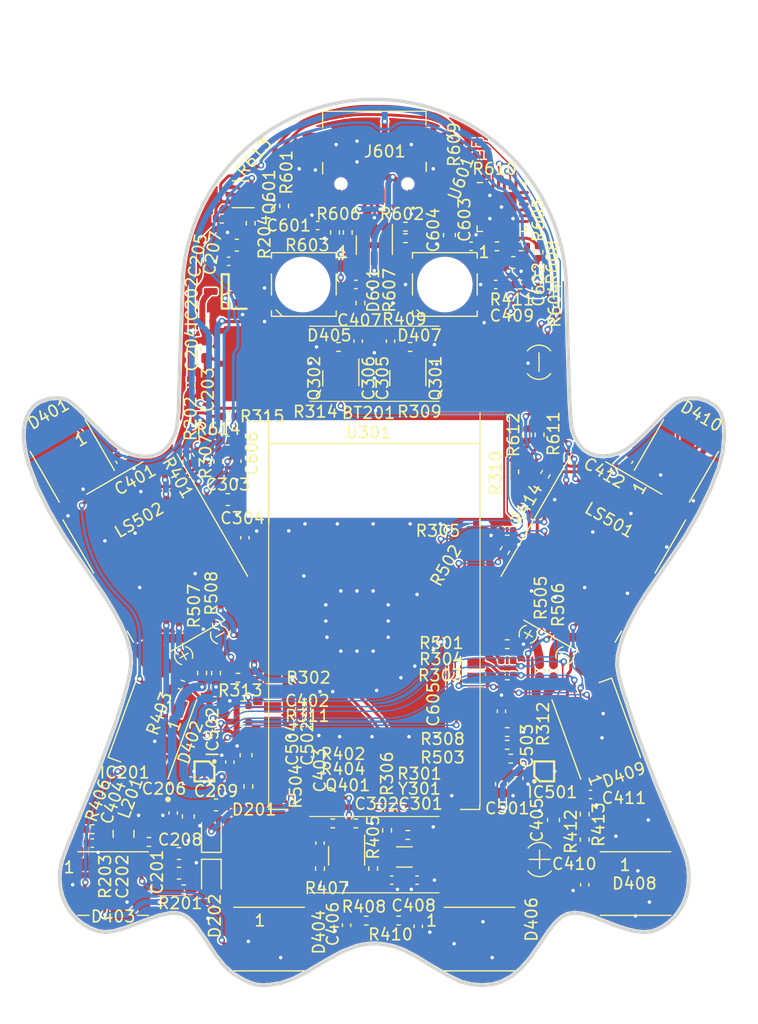
<source format=kicad_pcb>
(kicad_pcb (version 20211014) (generator pcbnew)
  (layers (0 "F.Cu" signal) (31 "B.Cu" signal) (34 "B.Paste" user) (35 "F.Paste" user) (36 "B.SilkS" user "B.Silkscreen") (37 "F.SilkS" user "F.Silkscreen") (38 "B.Mask" user) (39 "F.Mask" user) (44 "Edge.Cuts" user))
  (net 0 "")
  (net 1 "/Power/VBATT_AON")
  (net 2 "GND")
  (net 3 "/Power/VBOOST_IN_PROT")
  (net 4 "/Power/VLDO_IN_3V8")
  (net 5 "/Power/VLDO_OUT_3V3")
  (net 6 "Net-(C301-Pad1)")
  (net 7 "Net-(C302-Pad1)")
  (net 8 "VDD_ESP_3V3")
  (net 9 "/LEDs/VLED10_3V8")
  (net 10 "/LEDs/VLED9_3V8")
  (net 11 "/LEDs/VDD_LED_3V8")
  (net 12 "Net-(C403-Pad2)")
  (net 13 "/LEDs/VLED8_3V8")
  (net 14 "/LEDs/VLED7_3V8")
  (net 15 "/LEDs/VLED1_3V8")
  (net 16 "/LEDs/VLED6_3V8")
  (net 17 "/LEDs/VLED2_3V8")
  (net 18 "/LEDs/VLED5_3V8")
  (net 19 "/LEDs/VLED4_3V8")
  (net 20 "/LEDs/VLED3_3V8")
  (net 21 "/Audio/VDD_AMP_LEFT_3V8")
  (net 22 "/Audio/VDD_AMP_RIGHT_3V8")
  (net 23 "VBUS_CON_5V0")
  (net 24 "/USB/VCP2102_3V3")
  (net 25 "ESP32_GPIO_0_3V3")
  (net 26 "ESP32_EN_3V3")
  (net 27 "/Power/VBATT_AON_BLK")
  (net 28 "Net-(C305-Pad2)")
  (net 29 "Net-(C306-Pad2)")
  (net 30 "/MCU/TOUCH_1_INT")
  (net 31 "/MCU/TOUCH_2_INT")
  (net 33 "Net-(D401-Pad4)")
  (net 34 "Net-(D402-Pad4)")
  (net 35 "Net-(D403-Pad4)")
  (net 36 "Net-(D404-Pad4)")
  (net 37 "Net-(D405-Pad2)")
  (net 38 "LED_DATA_3V3")
  (net 39 "Net-(D406-Pad4)")
  (net 40 "Net-(D407-Pad2)")
  (net 41 "Net-(D408-Pad4)")
  (net 42 "Net-(D409-Pad4)")
  (net 43 "/USB/USB_CON_DM")
  (net 44 "/USB/USB_CON_DP")
  (net 47 "/Power/BOOST_LX")
  (net 48 "Net-(IC201-Pad6)")
  (net 49 "AMP_LEFT_EN_3V3")
  (net 50 "/Audio/LEFT_OUTP")
  (net 51 "I2S_DOUT_3V3")
  (net 53 "/Audio/LEFT_OUTN")
  (net 54 "I2S_BCK_3V3")
  (net 55 "I2S_LRCK_3V3")
  (net 56 "AMP_RIGHT_EN_3V3")
  (net 57 "/Audio/RIGHT_OUTP")
  (net 59 "/Audio/RIGHT_OUTN")
  (net 60 "Net-(J601-PadA5)")
  (net 62 "Net-(J601-PadB5)")
  (net 64 "/Audio/LEFT_SPK+")
  (net 65 "/Audio/LEFT_SPK-")
  (net 66 "/Audio/RIGHT_SPK+")
  (net 67 "/Audio/RIGHT_SPK-")
  (net 68 "LED_PWR_EN_3V3")
  (net 69 "VDD_3V8")
  (net 70 "Net-(Q401-Pad6)")
  (net 71 "/USB/UART_DTR_R_3V3")
  (net 72 "/USB/UART_RTS_R_3V3")
  (net 73 "VDD_3V3")
  (net 74 "Net-(R302-Pad1)")
  (net 75 "Net-(R303-Pad2)")
  (net 76 "Net-(R304-Pad2)")
  (net 77 "Net-(R305-Pad2)")
  (net 78 "Net-(R306-Pad2)")
  (net 79 "/MCU/TOUCH_1")
  (net 80 "/MCU/TOUCH_2")
  (net 82 "Net-(R311-Pad2)")
  (net 83 "Net-(R312-Pad2)")
  (net 84 "/USB/VBUS_CP2102N")
  (net 85 "/USB/USB_DM")
  (net 86 "/USB/USB_DP")
  (net 87 "Net-(R608-Pad2)")
  (net 88 "/USB/UART_RTS_CP2102N_3V3")
  (net 89 "/USB/UART_DTR_CP2102N_3V3")
  (net 90 "UART0_RX_ESP32_3V3")
  (net 91 "/USB/UART_TXD_CP2102N_3V3")
  (net 92 "UART0_TX_ESP32_3V3")
  (net 93 "/USB/UART_RXD_CP2102N_3V3")
  (footprint "Capacitor_SMD:C_0402_1005Metric" (layer "F.Cu") (at 140.6 126.1 -90)
    (fp_text reference "C408")
    (fp_text value "0.1uF 50V")
  )
  (footprint "Capacitor_SMD:C_0603_1608Metric" (layer "F.Cu") (at 124.125 89.2)
    (fp_text reference "C303")
    (fp_text value "22uF 6.3V")
  )
  (footprint "Resistor_SMD:R_0402_1005Metric" (layer "F.Cu") (at 139.9 76)
    (fp_text reference "R309")
    (fp_text value "1M 0402")
  )
  (footprint "Diode_SMD:D_SOD-323" (layer "F.Cu") (at 122.7 118.2 90)
    (fp_text reference "D201")
    (fp_text value "D_Schottky")
  )
  (footprint "RK_MCU_Modules:ESP32-WROVER-E" (layer "F.Cu") (at 136.8 103.8)
    (fp_text reference "U301")
    (fp_text value "ESP32-WROVER-E")
  )
  (footprint "Resistor_SMD:R_0402_1005Metric" (layer "F.Cu") (at 145.4 58.3)
    (fp_text reference "R609")
    (fp_text value "47 1%")
  )
  (footprint "RK_Packages_BGA:BGA9C40P3X3_144X135X69" (layer "F.Cu") (at 151.5 112.7 90)
    (fp_text reference "IC501")
    (fp_text value "MAX98361AEWL+" hide)
  )
  (footprint "Resistor_SMD:R_0402_1005Metric" (layer "F.Cu") (at 126.1 65.31 90)
    (fp_text reference "R204")
    (fp_text value "0 0402")
  )
  (footprint "Resistor_SMD:R_0402_1005Metric" (layer "F.Cu") (at 132.1 121.1 90)
    (fp_text reference "R407")
    (fp_text value "1M 0402")
  )
  (footprint "Capacitor_SMD:C_0603_1608Metric" (layer "F.Cu") (at 143.3 66.325 -90)
    (fp_text reference "C604")
    (fp_text value "22uF 6.3V")
  )
  (footprint "Resistor_SMD:R_0402_1005Metric" (layer "F.Cu") (at 134.5 66.1 -90)
    (fp_text reference "R606")
    (fp_text value "0 0402")
  )
  (footprint "LED_SMD:LED_WS2812B_PLCC4_5.0x5.0mm_P3.2mm" (layer "F.Cu") (at 163.2 85.4 60)
    (fp_text reference "D410")
    (fp_text value "WS2812B")
  )
  (footprint "Resistor_SMD:R_0402_1005Metric" (layer "F.Cu") (at 147.41 67.3)
    (fp_text reference "R604")
    (fp_text value "22.1k 1%")
  )
  (footprint "Resistor_SMD:R_0402_1005Metric" (layer "F.Cu") (at 148.9 86.8 90)
    (fp_text reference "R310")
    (fp_text value "2.2k 1%")
  )
  (footprint "Capacitor_SMD:C_0402_1005Metric" (layer "F.Cu") (at 112.4 118.9)
    (fp_text reference "C404")
    (fp_text value "0.1uF 50V")
  )
  (footprint "Capacitor_SMD:C_0402_1005Metric" (layer "F.Cu") (at 147.3 70.6 180)
    (fp_text reference "C409")
    (fp_text value "0.1uF 50V")
  )
  (footprint "Resistor_SMD:R_0402_1005Metric" (layer "F.Cu") (at 125.4 108.4)
    (fp_text reference "R311")
    (fp_text value "2.2k 1%")
  )
  (footprint "Resistor_SMD:R_0402_1005Metric" (layer "F.Cu") (at 148.3 109.3 180)
    (fp_text reference "R312")
    (fp_text value "2.2k 1%")
  )
  (footprint "Diode_SMD:D_SOD-323" (layer "F.Cu") (at 122.7 121.8 -90)
    (fp_text reference "D202")
    (fp_text value "D_Schottky")
  )
  (footprint "Capacitor_SMD:C_0402_1005Metric" (layer "F.Cu") (at 138.3 122.1)
    (fp_text reference "C302")
    (fp_text value "12pF 50V")
  )
  (footprint "Resistor_SMD:R_0402_1005Metric" (layer "F.Cu") (at 150 83.6 90)
    (fp_text reference "R612")
    (fp_text value "2.2k 1%")
  )
  (footprint "Capacitor_SMD:C_0603_1608Metric" (layer "F.Cu") (at 120.7 116.6 -90)
    (fp_text reference "C208")
    (fp_text value "22uF 6.3V")
  )
  (footprint "RK_Packages_DFN:TDFN-8-EP_2.0x2.0x0.80_P0.5mm" (layer "F.Cu") (at 117.55 116.5 -90)
    (fp_text reference "IC201")
    (fp_text value "MAX17227AATA+T" hide)
  )
  (footprint "Capacitor_SMD:C_0402_1005Metric" (layer "F.Cu") (at 138.2 75.5 90)
    (fp_text reference "C305")
    (fp_text value "0.1uF 50V")
  )
  (footprint "RK_Speakers:AS01508MS-SP11-WP-R" (layer "F.Cu") (at 118.2 94 30)
    (fp_text reference "LS502")
    (fp_text value "AS01508MS-SP11-WP-R")
  )
  (footprint "Package_DFN_QFN:QFN-24-1EP_4x4mm_P0.5mm_EP2.6x2.6mm" (layer "F.Cu") (at 147.8 63.9)
    (fp_text reference "U601")
    (fp_text value "CP2102N-Axx-xQFN24")
  )
  (footprint "Resistor_SMD:R_0402_1005Metric" (layer "F.Cu") (at 125.9 114 90)
    (fp_text reference "R504")
    (fp_text value "0 0402")
  )
  (footprint "Capacitor_SMD:C_0603_1608Metric" (layer "F.Cu") (at 152.3 116.9 90)
    (fp_text reference "C405")
    (fp_text value "22uF 6.3V")
  )
  (footprint "Package_TO_SOT_SMD:SOT-363_SC-70-6" (layer "F.Cu") (at 125.2 62.8 180)
    (fp_text reference "Q601")
    (fp_text value "PUMH9")
  )
  (footprint "Resistor_SMD:R_0402_1005Metric" (layer "F.Cu") (at 137.9 117.8 90)
    (fp_text reference "R306")
    (fp_text value "0 0402")
  )
  (footprint "Resistor_SMD:R_0402_1005Metric" (layer "F.Cu") (at 120.9 79.3 90)
    (fp_text reference "R202")
    (fp_text value "0 0402")
  )
  (footprint "Package_TO_SOT_SMD:SOT-23" (layer "F.Cu") (at 139.7 78.7 -90)
    (fp_text reference "Q301")
    (fp_text value "Q_PNP_BEC")
  )
  (footprint "Capacitor_SMD:C_0603_1608Metric" (layer "F.Cu") (at 119.9 121.5)
    (fp_text reference "C202")
    (fp_text value "22uF 6.3V")
  )
  (footprint "Resistor_SMD:R_0402_1005Metric" (layer "F.Cu") (at 148.3 103.1 180)
    (fp_text reference "R304")
    (fp_text value "47 1%")
  )
  (footprint "RK_Packages_BGA:BGA9C40P3X3_144X135X69" (layer "F.Cu") (at 122.1 112.7 -90)
    (fp_text reference "IC502")
    (fp_text value "MAX98361AEWL+" hide)
  )
  (footprint "Resistor_SMD:R_0402_1005Metric" (layer "F.Cu") (at 133.7 76)
    (fp_text reference "R314")
    (fp_text value "1M 0402")
  )
  (footprint "Capacitor_SMD:C_0402_1005Metric" (layer "F.Cu") (at 149.3 113.3 -90)
    (fp_text reference "C503")
    (fp_text value "0.1uF 50V")
  )
  (footprint "LED_SMD:LED_WS2812B_PLCC4_5.0x5.0mm_P3.2mm" (layer "F.Cu") (at 110.4 85.4 -60)
    (fp_text reference "D401")
    (fp_text value "WS2812B")
  )
  (footprint "Resistor_SMD:R_0402_1005Metric" (layer "F.Cu") (at 152.3 104 90)
    (fp_text reference "R506")
    (fp_text value "0 0402")
  )
  (footprint "Resistor_SMD:R_0402_1005Metric" (layer "F.Cu") (at 146.1 59.4)
    (fp_text reference "R610")
    (fp_text value "47 1%")
  )
  (footprint "Resistor_SMD:R_0402_1005Metric" (layer "F.Cu") (at 124.2 82)
    (fp_text reference "R315")
    (fp_text value "2.2k 1%")
  )
  (footprint "Resistor_SMD:R_0402_1005Metric" (layer "F.Cu") (at 148.3 110.4)
    (fp_text reference "R308")
    (fp_text value "1M 0402")
  )
  (footprint "Resistor_SMD:R_0402_1005Metric" (layer "F.Cu") (at 135.2 117.2 180)
    (fp_text reference "R402")
    (fp_text value "1M 0402")
  )
  (footprint "Resistor_SMD:R_0402_1005Metric" (layer "F.Cu") (at 155 116.4 -90)
    (fp_text reference "R413")
    (fp_text value "0 0402")
  )
  (footprint "RK_Inductor_SMD:L_0806_2016Metric" (layer "F.Cu") (at 115.1 118.1 90)
    (fp_text reference "L201")
    (fp_text value "1uH 3.1A 2016")
  )
  (footprint "Resistor_SMD:R_0402_1005Metric" (layer "F.Cu") (at 125 104.6 180)
    (fp_text reference "R302")
    (fp_text value "47 1%")
  )
  (footprint "Capacitor_SMD:C_0402_1005Metric" (layer "F.Cu") (at 134.4 126 -90)
    (fp_text reference "C406")
    (fp_text value "0.1uF 50V")
  )
  (footprint "Capacitor_SMD:C_0402_1005Metric" (layer "F.Cu") (at 119.4 116.3 -90)
    (fp_text reference "C206")
    (fp_text value "0.1uF 50V")
  )
  (footprint "Resistor_SMD:R_0402_1005Metric" (layer "F.Cu") (at 135.6 72.2 -90)
    (fp_text reference "R409")
    (fp_text value "0 0402")
  )
  (footprint "RK_Speakers:AS01508MS-SP11-WP-R" (layer "F.Cu") (at 155.4 94 -30)
    (fp_text reference "LS501")
    (fp_text value "AS01508MS-SP11-WP-R")
  )
  (footprint "Resistor_SMD:R_0402_1005Metric" (layer "F.Cu") (at 139.5 66.6)
    (fp_text reference "R607")
    (fp_text value "0 0402")
  )
  (footprint "Capacitor_SMD:C_0402_1005Metric" (layer "F.Cu") (at 125.6 92.5 90)
    (fp_text reference "C304")
    (fp_text value "0.1uF 50V")
  )
  (footprint "Resistor_SMD:R_0402_1005Metric" (layer "F.Cu") (at 136.1 125.6)
    (fp_text reference "R408")
    (fp_text value "0 0402")
  )
  (footprint "Resistor_SMD:R_0402_1005Metric" (layer "F.Cu") (at 148.3 104.4 180)
    (fp_text reference "R303")
    (fp_text value "47 1%")
  )
  (footprint "Capacitor_SMD:C_0603_1608Metric" (layer "F.Cu") (at 119.9 119.8)
    (fp_text reference "C201")
    (fp_text value "22uF 6.3V")
  )
  (footprint "Capacitor_SMD:C_0402_1005Metric" (layer "F.Cu") (at 124.3 111.9 90)
    (fp_text reference "C504")
    (fp_text value "0.1uF 50V")
  )
  (footprint "Capacitor_SMD:C_0603_1608Metric" (layer "F.Cu") (at 125.7 111.3 90)
    (fp_text reference "C502")
    (fp_text value "22uF 6.3V")
  )
  (footprint "Resistor_SMD:R_0402_1005Metric" (layer "F.Cu") (at 148.1 93.6 60)
    (fp_text reference "R502")
    (fp_text value "1M 0402")
  )
  (footprint "Resistor_SMD:R_0402_1005Metric" (layer "F.Cu") (at 148.6 111.6 180)
    (fp_text reference "R503")
    (fp_text value "0 0402")
  )
  (footprint "Resistor_SMD:R_0402_1005Metric" (layer "F.Cu") (at 139.7 118.2)
    (fp_text reference "R301")
    (fp_text value "1M 0402")
  )
  (footprint "Capacitor_SMD:C_0402_1005Metric" (layer "F.Cu") (at 155.5 114.7)
    (fp_text reference "C411")
    (fp_text value "0.1uF 50V")
  )
  (footprint "Resistor_SMD:R_0402_1005Metric" (layer "F.Cu") (at 148.3 101.7)
    (fp_text reference "R501")
    (fp_text value "1M 0402")
  )
  (footprint "Capacitor_SMD:C_0402_1005Metric" (layer "F.Cu") (at 124.9 85.88 90)
    (fp_text reference "C606")
    (fp_text value "1uF 25V")
  )
  (footprint "Capacitor_SMD:C_0402_1005Metric" (layer "F.Cu") (at 145.18 67.3)
    (fp_text reference "C603")
    (fp_text value "0.1uF 50V")
  )
  (footprint "Resistor_SMD:R_0402_1005Metric" (layer "F.Cu") (at 125.4 107 180)
    (fp_text reference "R313")
    (fp_text value "1M 0402")
  )
  (footprint "Capacitor_SMD:C_0402_1005Metric" (layer "F.Cu") (at 155 122.5 -90)
    (fp_text reference "C410")
    (fp_text value "0.1uF 50V")
  )
  (footprint "Crystal:Crystal_SMD_3215-2Pin_3.2x1.5mm" (layer "F.Cu") (at 139.4 120.1 180)
    (fp_text reference "Y301")
    (fp_text value "32.768kHz")
  )
  (footprint "Capacitor_SMD:C_0603_1608Metric" (layer "F.Cu") (at 123.1 115.6)
    (fp_text reference "C209")
    (fp_text value "22uF 6.3V")
  )
  (footprint "Capacitor_SMD:C_0603_1608Metric" (layer "F.Cu") (at 148.825 68.7)
    (fp_text reference "C602")
    (fp_text value "22uF 6.3V")
  )
  (footprint "Capacitor_SMD:C_0603_1608Metric" (layer "F.Cu") (at 122.3 76.2 -90)
    (fp_text reference "C203")
    (fp_text value "22uF 6.3V")
  )
  (footprint "Resistor_SMD:R_0402_1005Metric" (layer "F.Cu") (at 151.1 104 90)
    (fp_text reference "R505")
    (fp_text value "0 0402")
  )
  (footprint "Resistor_SMD:R_0402_1005Metric" (layer "F.Cu") (at 155 118.6 90)
    (fp_text reference "R412")
    (fp_text value "0 0402")
  )
  (footprint "Resistor_SMD:R_0402_1005Metric" (layer "F.Cu") (at 129 63.81 90)
    (fp_text reference "R601")
    (fp_text value "5.1k 1%")
  )
  (footprint "Resistor_SMD:R_0402_1005Metric" (layer "F.Cu") (at 151.6 87 -120)
    (fp_text reference "R414")
    (fp_text value "0 0402")
  )
  (footprint "LED_SMD:LED_WS2812B_PLCC4_5.0x5.0mm_P3.2mm" (layer "F.Cu") (at 117.6 109 -110)
    (fp_text reference "D402")
    (fp_text value "WS2812B")
  )
  (footprint "Resistor_SMD:R_0402_1005Metric" (layer "F.Cu") (at 139.49 65.6 180)
    (fp_text reference "R602")
    (fp_text value "5.1k 1%")
  )
  (footprint "Resistor_SMD:R_0402_1005Metric" (layer "F.Cu") (at 151.1 83.6 90)
    (fp_text reference "R611")
    (fp_text value "2.2k 1%")
  )
  (footprint "Resistor_SMD:R_0402_1005Metric" (layer "F.Cu") (at 120.8 85.5 -60)
    (fp_text reference "R401")
    (fp_text value "0 0402")
  )
  (footprint "LED_SMD:LED_WS2812B_PLCC4_5.0x5.0mm_P3.2mm" (layer "F.Cu") (at 127.7 127.2)
    (fp_text reference "D404")
    (fp_text value "WS2812B")
  )
  (footprint "Capacitor_SMD:C_0402_1005Metric" (layer "F.Cu") (at 114.8 85.8 -60)
    (fp_text reference "C401")
    (fp_text value "0.1uF 50V")
  )
  (footprint "Capacitor_SMD:C_0402_1005Metric" (layer "F.Cu") (at 124.2 68.6 180)
    (fp_text reference "C205")
    (fp_text value "0.1uF 50V")
  )
  (footprint "Resistor_SMD:R_0402_1005Metric" (layer "F.Cu") (at 112.4 117.7)
    (fp_text reference "R406")
    (fp_text value "0 0402")
  )
  (footprint "Capacitor_SMD:C_0402_1005Metric" (layer "F.Cu") (at 135.4 75.5 -90)
    (fp_text reference "C306")
    (fp_text value "0.1uF 50V")
  )
  (footprint "Capacitor_SMD:C_0402_1005Metric" (layer "F.Cu") (at 132.1 118.9 90)
    (fp_text reference "C403")
    (fp_text value "1000pF 50V")
  )
  (footprint "Capacitor_SMD:C_0603_1608Metric" (layer "F.Cu") (at 124.9 67.2 180)
    (fp_text reference "C207")
    (fp_text value "22uF 6.3V")
  )
  (footprint "Capacitor_SMD:C_0402_1005Metric" (layer "F.Cu") (at 147.8 107.5 -90)
    (fp_text reference "C605")
    (fp_text value "1uF 25V")
  )
  (footprint "RK_LED_SMD:LED_WS2812B_FLIPPED_TH" (layer "F.Cu") (at 142.9 70.6)
    (fp_text reference "D407")
    (fp_text value "LED_WS2812B_FLIPPED_TH")
  )
  (footprint "Resistor_SMD:R_0402_1005Metric" (layer "F.Cu") (at 120.3 122.9 180)
    (fp_text reference "R201")
    (fp_text value "0 0402")
  )
  (footprint "Resistor_SMD:R_0402_1005Metric" (layer "F.Cu") (at 123.6 64.9 180)
    (fp_text reference "R613")
    (fp_text value "100k 1%")
  )
  (footprint "Resistor_SMD:R_0402_1005Metric" (layer "F.Cu") (at 133.2 117.2)
    (fp_text reference "R404")
    (fp_text value "1M 0402")
  )
  (footprint "Resistor_SMD:R_0402_1005Metric" (layer "F.Cu") (at 133.4 66.1 90)
    (fp_text reference "R603")
    (fp_text value "5.1k 1%")
  )
  (footprint "Package_TO_SOT_SMD:SOT-23-6" (layer "F.Cu") (at 136.8 67.2 -90)
    (fp_text reference "D601")
    (fp_text value "SRV05-4")
  )
  (footprint "Resistor_SMD:R_0402_1005Metric" (layer "F.Cu") (at 148.3 91.9 180)
    (fp_text reference "R305")
    (fp_text value "47 1%")
  )
  (footprint "Resistor_SMD:R_0402_1005Metric" (layer "F.Cu") (at 123.1 104.2 90)
    (fp_text reference "R508")
    (fp_text value "0 0402")
  )
  (footprint "LED_SMD:LED_WS2812B_PLCC4_5.0x5.0mm_P3.2mm" (layer "F.Cu") (at 114.2 122.4)
    (fp_text reference "D403")
    (fp_text value "WS2812B")
  )
  (footprint "Resistor_SMD:R_0402_1005Metric" (layer "F.Cu") (at 117.3 118.8)
    (fp_text reference "R203")
    (fp_text value "80.6k 0402")
  )
  (footprint "LED_SMD:LED_WS2812B_PLCC4_5.0x5.0mm_P3.2mm" (layer "F.Cu") (at 156 109 110)
    (fp_text reference "D409")
    (fp_text value "WS2812B")
  )
  (footprint "Resistor_SMD:R_0402_1005Metric" (layer "F.Cu") (at 138.9 125.6 180)
    (fp_text reference "R410")
    (fp_text value "0 0402")
  )
  (footprint "Resistor_SMD:R_0402_1005Metric" (layer "F.Cu") (at 123.3 85.9 -90)
    (fp_text reference "R307")
    (fp_text value "0 0402")
  )
  (footprint "Package_TO_SOT_SMD:SOT-23" (layer "F.Cu") (at 133.9 78.7 -90)
    (fp_text reference "Q302")
    (fp_text value "Q_PNP_BEC")
  )
  (footprint "RK_Connector_USB:USB4110-GF-A" (layer "F.Cu") (at 136.8 59.3 180)
    (fp_text reference "J601")
    (fp_text value "USB4110-GF-A" hide)
  )
  (footprint "RK_Packages_TO_SOT_SMD:SOT-23-3_DiodesINC" (layer "F.Cu") (at 123.9 71.2 180)
    (fp_text reference "IC202")
    (fp_text value "AP2138N-3.3TRG1" hide)
  )
  (footprint "Resistor_SMD:R_0402_1005Metric" (layer "F.Cu") (at 151 67.8 90)
    (fp_text reference "R608")
    (fp_text value "2.2k 1%")
  )
  (footprint "LED_SMD:LED_WS2812B_PLCC4_5.0x5.0mm_P3.2mm" (layer "F.Cu") (at 159.4 122.4)
    (fp_text reference "D408")
    (fp_text value "WS2812B")
  )
  (footprint "Resistor_SMD:R_0402_1005Metric" (layer "F.Cu") (at 136.7 121.1 90)
    (fp_text reference "R405")
    (fp_text value "80.6k 0402")
  )
  (footprint "Capacitor_SMD:C_0402_1005Metric" (layer "F.Cu") (at 122.32 73.8)
    (fp_text reference "C204")
    (fp_text value "0.1uF 50V")
  )
  (footprint "RK_LED_SMD:LED_WS2812B_FLIPPED_TH" (layer "F.Cu") (at 130.7 70.6)
    (fp_text reference "D405")
    (fp_text value "LED_WS2812B_FLIPPED_TH")
  )
  (footprint "Resistor_SMD:R_0402_1005Metric" (layer "F.Cu") (at 149.49 67.3)
    (fp_text reference "R605")
    (fp_text value "47k 1%")
  )
  (footprint "Capacitor_SMD:C_0402_1005Metric" (layer "F.Cu") (at 123 106.6)
    (fp_text reference "C402")
    (fp_text value "0.1uF 50V")
  )
  (footprint "Capacitor_SMD:C_0402_1005Metric" (layer "F.Cu") (at 158.8 85.8 60)
    (fp_text reference "C412")
    (fp_text value "0.1uF 50V")
  )
  (footprint "Package_TO_SOT_SMD:TSOT-23-6" (layer "F.Cu") (at 134.4 120 -90)
    (fp_text reference "Q401")
    (fp_text value "FET_Dual_NMOS_PMOS_G1S2G2D2S1D1")
  )
  (footprint "Resistor_SMD:R_0402_1005Metric" (layer "F.Cu") (at 149.4 70.6)
    (fp_text reference "R411")
    (fp_text value "0 0402")
  )
  (footprint "Resistor_SMD:R_0402_1005Metric" (layer "F.Cu") (at 121.9 104.2 90)
    (fp_text reference "R507")
    (fp_text value "0 0402")
  )
  (footprint "Capacitor_SMD:C_0402_1005Metric" (layer "F.Cu") (at 131.9 65.5 180)
    (fp_text reference "C601")
    (fp_text value "0.1uF 50V")
  )
  (footprint "Capacitor_SMD:C_0603_1608Metric" (layer "F.Cu") (at 147.8 113.8 -90)
    (fp_text reference "C501")
    (fp_text value "22uF 6.3V")
  )
  (footprint "Resistor_SMD:R_0402_1005Metric" (layer "F.Cu") (at 120.1 105.22557 160)
    (fp_text reference "R403")
    (fp_text value "0 0402")
  )
  (footprint "RK_Battery:BatteryHolder_Keystone_1128_1xCR123A_lifted" (layer "F.Cu") (at 136.8 98.7 90)
    (fp_text reference "BT201")
    (fp_text value "Battery_Cell" hide)
  )
  (footprint "Capacitor_SMD:C_0402_1005Metric" (layer "F.Cu") (at 140.5 122.1 180)
    (fp_text reference "C301")
    (fp_text value "12pF 50V")
  )
  (footprint "Capacitor_SMD:C_0402_1005Metric" (layer "F.Cu") (at 135.2 70.6)
    (fp_text reference "C407")
    (fp_text value "0.1uF 50V")
  )
  (footprint "Resistor_SMD:R_0402_1005Metric" (layer "F.Cu") (at 124.1 84.1)
    (fp_text reference "R614")
    (fp_text value "100k 1%")
  )
  (footprint "LED_SMD:LED_WS2812B_PLCC4_5.0x5.0mm_P3.2mm" (layer "F.Cu") (at 145.9 127.2)
    (fp_text reference "D406")
    (fp_text value "WS2812B")
  )
  (gr_line (start 141.655342 129.483745) (end 140.322967 128.67136) (layer "Edge.Cuts") (width 0.3))
  (gr_line (start 153.529147 125.04058) (end 152.978542 125.332345) (layer "Edge.Cuts") (width 0.3))
  (gr_line (start 163.358062 124.51747) (end 163.061452 124.96456) (layer "Edge.Cuts") (width 0.3))
  (gr_line (start 115.522117 101.724655) (end 115.235962 100.865275) (layer "Edge.Cuts") (width 0.3))
  (gr_line (start 118.512397 84.98668) (end 118.808842 84.72019) (layer "Edge.Cuts") (width 0.3))
  (gr_line (start 110.173837 119.24848) (end 110.884282 117.53956) (layer "Edge.Cuts") (width 0.3))
  (gr_line (start 120.296092 125.145325) (end 119.959822 125.018725) (layer "Edge.Cuts") (width 0.3))
  (gr_line (start 109.470727 80.395195) (end 109.862857 80.449525) (layer "Edge.Cuts") (width 0.3))
  (gr_line (start 123.043912 128.57536) (end 122.177347 127.2364) (layer "Edge.Cuts") (width 0.3))
  (gr_line (start 109.612462 122.75545) (end 109.545187 121.959295) (layer "Edge.Cuts") (width 0.3))
  (gr_line (start 156.589807 85.43221) (end 157.260757 85.36117) (layer "Edge.Cuts") (width 0.3))
  (gr_line (start 139.316212 128.148235) (end 138.457627 127.83523) (layer "Edge.Cuts") (width 0.3))
  (gr_line (start 162.944062 118.049725) (end 163.503082 119.36806) (layer "Edge.Cuts") (width 0.3))
  (gr_line (start 151.209667 127.52506) (end 150.304237 128.829505) (layer "Edge.Cuts") (width 0.3))
  (gr_line (start 115.736137 103.274185) (end 115.684792 102.51925) (layer "Edge.Cuts") (width 0.3))
  (gr_line (start 147.028462 131.130385) (end 146.134732 131.206885) (layer "Edge.Cuts") (width 0.3))
  (gr_line (start 158.660437 126.371875) (end 157.761877 126.079495) (layer "Edge.Cuts") (width 0.3))
  (gr_line (start 135.842947 127.682725) (end 135.244117 127.824625) (layer "Edge.Cuts") (width 0.3))
  (gr_line (start 166.298977 81.077395) (end 166.560007 81.349495) (layer "Edge.Cuts") (width 0.3))
  (gr_line (start 148.695847 130.425865) (end 147.803692 130.90543) (layer "Edge.Cuts") (width 0.3))
  (gr_line (start 106.533532 82.61287) (end 106.697917 82.06291) (layer "Edge.Cuts") (width 0.3))
  (gr_line (start 120.025852 75.452335) (end 120.169942 71.21818) (layer "Edge.Cuts") (width 0.3))
  (gr_line (start 145.203082 131.134765) (end 144.314047 130.914175) (layer "Edge.Cuts") (width 0.3))
  (gr_line (start 140.322967 128.67136) (end 139.316212 128.148235) (layer "Edge.Cuts") (width 0.3))
  (gr_line (start 163.503082 119.36806) (end 163.832002 120.301435) (layer "Edge.Cuts") (width 0.3))
  (gr_line (start 109.916257 92.341885) (end 108.612292 90.131545) (layer "Edge.Cuts") (width 0.3))
  (gr_line (start 109.584067 121.19563) (end 109.767007 120.379645) (layer "Edge.Cuts") (width 0.3))
  (gr_line (start 163.427362 80.524915) (end 163.988737 80.41315) (layer "Edge.Cuts") (width 0.3))
  (gr_line (start 158.388487 100.90492) (end 158.067847 101.84392) (layer "Edge.Cuts") (width 0.3))
  (gr_line (start 107.888392 80.713975) (end 108.656152 80.452645) (layer "Edge.Cuts") (width 0.3))
  (gr_line (start 115.319182 126.228265) (end 114.280117 126.530335) (layer "Edge.Cuts") (width 0.3))
  (gr_line (start 161.791507 126.128965) (end 161.263702 126.40387) (layer "Edge.Cuts") (width 0.3))
  (gr_line (start 167.097502 83.793685) (end 166.955422 85.15684) (layer "Edge.Cuts") (width 0.3))
  (gr_line (start 106.449862 83.22529) (end 106.533532 82.61287) (layer "Edge.Cuts") (width 0.3))
  (gr_line (start 161.004097 82.654405) (end 162.156487 81.479215) (layer "Edge.Cuts") (width 0.3))
  (gr_line (start 154.508887 84.415315) (end 154.925227 84.858025) (layer "Edge.Cuts") (width 0.3))
  (gr_line (start 109.795582 123.50932) (end 109.612462 122.75545) (layer "Edge.Cuts") (width 0.3))
  (gr_line (start 116.510452 85.43095) (end 117.046522 85.463575) (layer "Edge.Cuts") (width 0.3))
  (gr_line (start 159.434887 126.550315) (end 158.660437 126.371875) (layer "Edge.Cuts") (width 0.3))
  (gr_line (start 151.862977 126.559675) (end 151.209667 127.52506) (layer "Edge.Cuts") (width 0.3))
  (gr_line (start 114.280117 126.530335) (end 113.510977 126.621805) (layer "Edge.Cuts") (width 0.3))
  (gr_line (start 115.647787 104.103895) (end 115.736137 103.274185) (layer "Edge.Cuts") (width 0.3))
  (gr_line (start 133.971847 128.318245) (end 132.555622 129.104245) (layer "Edge.Cuts") (width 0.3))
  (gr_line (start 135.244117 127.824625) (end 133.971847 128.318245) (layer "Edge.Cuts") (width 0.3))
  (gr_line (start 138.457627 127.83523) (end 137.570137 127.653055) (layer "Edge.Cuts") (width 0.3))
  (gr_line (start 110.227537 80.562865) (end 110.603452 80.811385) (layer "Edge.Cuts") (width 0.3))
  (gr_line (start 153.430012 71.21818) (end 153.527572 75.14542) (layer "Edge.Cuts") (width 0.3))
  (gr_line (start 157.943107 104.30965) (end 158.275612 105.5821) (layer "Edge.Cuts") (width 0.3))
  (gr_line (start 147.803692 130.90543) (end 147.028462 131.130385) (layer "Edge.Cuts") (width 0.3))
  (gr_line (start 159.179497 84.41203) (end 159.972367 83.694565) (layer "Edge.Cuts") (width 0.3))
  (gr_line (start 162.394237 94.35007) (end 160.270537 97.426195) (layer "Edge.Cuts") (width 0.3))
  (gr_line (start 156.714382 125.672515) (end 155.682337 125.274445) (layer "Edge.Cuts") (width 0.3))
  (gr_line (start 164.012302 122.41624) (end 163.931602 122.981665) (layer "Edge.Cuts") (width 0.3))
  (gr_line (start 166.560007 81.349495) (end 166.766692 81.659215) (layer "Edge.Cuts") (width 0.3))
  (gr_line (start 112.581817 82.7134) (end 113.881117 84.024265) (layer "Edge.Cuts") (width 0.3))
  (gr_line (start 126.589927 131.163955) (end 126.073672 131.010955) (layer "Edge.Cuts") (width 0.3))
  (gr_line (start 157.824937 103.514125) (end 157.943107 104.30965) (layer "Edge.Cuts") (width 0.3))
  (gr_line (start 119.959822 125.018725) (end 119.594677 124.957855) (layer "Edge.Cuts") (width 0.3))
  (gr_line (start 130.951447 130.06432) (end 129.746587 130.6744) (layer "Edge.Cuts") (width 0.3))
  (gr_line (start 153.527572 75.14542) (end 153.707257 80.59048) (layer "Edge.Cuts") (width 0.3))
  (gr_line (start 125.446267 130.72903) (end 124.578922 130.21528) (layer "Edge.Cuts") (width 0.3))
  (gr_line (start 119.184127 124.96378) (end 118.160677 125.18263) (layer "Edge.Cuts") (width 0.3))
  (gr_line (start 158.855722 99.86929) (end 158.388487 100.90492) (layer "Edge.Cuts") (width 0.3))
  (gr_line (start 154.925227 84.858025) (end 155.415247 85.177285) (layer "Edge.Cuts") (width 0.3))
  (gr_line (start 146.134732 131.206885) (end 145.203082 131.134765) (layer "Edge.Cuts") (width 0.3))
  (gr_line (start 154.133902 124.943485) (end 153.529147 125.04058) (layer "Edge.Cuts") (width 0.3))
  (gr_line (start 115.684792 102.51925) (end 115.522117 101.724655) (layer "Edge.Cuts") (width 0.3))
  (gr_line (start 115.390057 105.26926) (end 115.647787 104.103895) (layer "Edge.Cuts") (width 0.3))
  (gr_line (start 121.364017 126.09136) (end 120.957832 125.63365) (layer "Edge.Cuts") (width 0.3))
  (gr_line (start 164.035252 121.82974) (end 164.012302 122.41624) (layer "Edge.Cuts") (width 0.3))
  (gr_line (start 114.242962 98.85115) (end 113.511277 97.646005) (layer "Edge.Cuts") (width 0.3))
  (gr_line (start 165.840652 88.41748) (end 164.848582 90.429235) (layer "Edge.Cuts") (width 0.3))
  (gr_arc (start 136.684299 54.588547) (mid 148.522538 59.413792) (end 153.430012 71.21818) (layer "Edge.Cuts") (width 0.3))
  (gr_line (start 132.555622 129.104245) (end 130.951447 130.06432) (layer "Edge.Cuts") (width 0.3))
  (gr_line (start 117.046522 85.463575) (end 117.453967 85.433455) (layer "Edge.Cuts") (width 0.3))
  (gr_line (start 114.973402 106.738555) (end 115.390057 105.26926) (layer "Edge.Cuts") (width 0.3))
  (gr_line (start 124.578922 130.21528) (end 123.811342 129.53278) (layer "Edge.Cuts") (width 0.3))
  (gr_line (start 163.602832 124.03555) (end 163.358062 124.51747) (layer "Edge.Cuts") (width 0.3))
  (gr_line (start 110.086417 124.209775) (end 109.795582 123.50932) (layer "Edge.Cuts") (width 0.3))
  (gr_line (start 108.612292 90.131545) (end 107.608492 88.0987) (layer "Edge.Cuts") (width 0.3))
  (gr_line (start 114.980737 84.871615) (end 115.491997 85.14403) (layer "Edge.Cuts") (width 0.3))
  (gr_line (start 158.067847 101.84392) (end 157.883482 102.70672) (layer "Edge.Cuts") (width 0.3))
  (gr_line (start 108.656152 80.452645) (end 109.470727 80.395195) (layer "Edge.Cuts") (width 0.3))
  (gr_line (start 165.642397 80.659015) (end 166.298977 81.077395) (layer "Edge.Cuts") (width 0.3))
  (gr_line (start 159.972367 83.694565) (end 161.004097 82.654405) (layer "Edge.Cuts") (width 0.3))
  (gr_line (start 155.972392 85.36975) (end 156.589807 85.43221) (layer "Edge.Cuts") (width 0.3))
  (gr_line (start 123.811342 129.53278) (end 123.043912 128.57536) (layer "Edge.Cuts") (width 0.3))
  (gr_line (start 163.988737 80.41315) (end 164.853427 80.429065) (layer "Edge.Cuts") (width 0.3))
  (gr_line (start 114.448552 84.501325) (end 114.980737 84.871615) (layer "Edge.Cuts") (width 0.3))
  (gr_line (start 113.510977 126.621805) (end 112.881532 126.5308) (layer "Edge.Cuts") (width 0.3))
  (gr_line (start 119.594677 124.957855) (end 119.184127 124.96378) (layer "Edge.Cuts") (width 0.3))
  (gr_line (start 116.757712 125.6875) (end 115.319182 126.228265) (layer "Edge.Cuts") (width 0.3))
  (gr_line (start 115.235962 100.865275) (end 114.813697 99.915805) (layer "Edge.Cuts") (width 0.3))
  (gr_line (start 155.682337 125.274445) (end 154.836862 125.026375) (layer "Edge.Cuts") (width 0.3))
  (gr_line (start 115.491997 85.14403) (end 115.997167 85.327465) (layer "Edge.Cuts") (width 0.3))
  (gr_line (start 106.446442 83.89828) (end 106.449862 83.22529) (layer "Edge.Cuts") (width 0.3))
  (gr_line (start 113.881117 84.024265) (end 114.448552 84.501325) (layer "Edge.Cuts") (width 0.3))
  (gr_line (start 164.848582 90.429235) (end 163.684627 92.43493) (layer "Edge.Cuts") (width 0.3))
  (gr_line (start 106.943782 81.577405) (end 107.271457 81.15841) (layer "Edge.Cuts") (width 0.3))
  (gr_line (start 111.172612 81.299845) (end 112.581817 82.7134) (layer "Edge.Cuts") (width 0.3))
  (gr_line (start 166.927957 82.064155) (end 167.036452 82.569325) (layer "Edge.Cuts") (width 0.3))
  (gr_line (start 157.978402 85.153555) (end 158.542417 84.875515) (layer "Edge.Cuts") (width 0.3))
  (gr_line (start 163.832002 120.301435) (end 163.989982 121.054045) (layer "Edge.Cuts") (width 0.3))
  (gr_line (start 152.978542 125.332345) (end 152.437942 125.83378) (layer "Edge.Cuts") (width 0.3))
  (gr_line (start 112.170322 126.26026) (end 111.527137 125.882005) (layer "Edge.Cuts") (width 0.3))
  (gr_line (start 114.408607 108.48025) (end 114.973402 106.738555) (layer "Edge.Cuts") (width 0.3))
  (gr_line (start 161.263702 126.40387) (end 160.711537 126.565915) (layer "Edge.Cuts") (width 0.3))
  (gr_line (start 166.955422 85.15684) (end 166.615747 86.48407) (layer "Edge.Cuts") (width 0.3))
  (gr_line (start 157.761877 126.079495) (end 156.714382 125.672515) (layer "Edge.Cuts") (width 0.3))
  (gr_line (start 129.746587 130.6744) (end 128.750002 131.01751) (layer "Edge.Cuts") (width 0.3))
  (gr_line (start 107.554492 80.91457) (end 107.888392 80.713975) (layer "Edge.Cuts") (width 0.3))
  (gr_line (start 118.187377 85.19461) (end 118.512397 84.98668) (layer "Edge.Cuts") (width 0.3))
  (gr_line (start 120.957832 125.63365) (end 120.619852 125.335795) (layer "Edge.Cuts") (width 0.3))
  (gr_line (start 161.096497 113.59048) (end 162.944062 118.049725) (layer "Edge.Cuts") (width 0.3))
  (gr_line (start 109.545187 121.959295) (end 109.584067 121.19563) (layer "Edge.Cuts") (width 0.3))
  (gr_line (start 107.271457 81.15841) (end 107.554492 80.91457) (layer "Edge.Cuts") (width 0.3))
  (gr_line (start 155.415247 85.177285) (end 155.972392 85.36975) (layer "Edge.Cuts") (width 0.3))
  (gr_line (start 106.522297 84.6295) (end 106.446442 83.89828) (layer "Edge.Cuts") (width 0.3))
  (gr_line (start 136.425697 127.608115) (end 135.842947 127.682725) (layer "Edge.Cuts") (width 0.3))
  (gr_line (start 149.497942 129.765055) (end 148.695847 130.425865) (layer "Edge.Cuts") (width 0.3))
  (gr_line (start 144.314047 130.914175) (end 143.164312 130.364665) (layer "Edge.Cuts") (width 0.3))
  (gr_line (start 162.156487 81.479215) (end 162.890362 80.82481) (layer "Edge.Cuts") (width 0.3))
  (gr_line (start 118.160677 125.18263) (end 116.757712 125.6875) (layer "Edge.Cuts") (width 0.3))
  (gr_line (start 163.989982 121.054045) (end 164.035252 121.82974) (layer "Edge.Cuts") (width 0.3))
  (gr_line (start 154.173247 83.85238) (end 154.508887 84.415315) (layer "Edge.Cuts") (width 0.3))
  (gr_line (start 110.884282 117.53956) (end 112.878112 112.6546) (layer "Edge.Cuts") (width 0.3))
  (gr_line (start 143.164312 130.364665) (end 141.655342 129.483745) (layer "Edge.Cuts") (width 0.3))
  (gr_line (start 167.036452 82.569325) (end 167.097502 83.793685) (layer "Edge.Cuts") (width 0.3))
  (gr_line (start 126.073672 131.010955) (end 125.446267 130.72903) (layer "Edge.Cuts") (width 0.3))
  (gr_line (start 119.713177 82.865305) (end 119.842732 81.566785) (layer "Edge.Cuts") (width 0.3))
  (gr_line (start 160.110217 126.614935) (end 159.434887 126.550315) (layer "Edge.Cuts") (width 0.3))
  (gr_line (start 127.770247 131.17597) (end 127.115392 131.211235) (layer "Edge.Cuts") (width 0.3))
  (gr_line (start 117.453967 85.433455) (end 117.834262 85.343695) (layer "Edge.Cuts") (width 0.3))
  (gr_line (start 164.853427 80.429065) (end 165.642397 80.659015) (layer "Edge.Cuts") (width 0.3))
  (gr_line (start 157.260757 85.36117) (end 157.978402 85.153555) (layer "Edge.Cuts") (width 0.3))
  (gr_line (start 153.924877 83.17252) (end 154.173247 83.85238) (layer "Edge.Cuts") (width 0.3))
  (gr_line (start 160.711537 126.565915) (end 160.110217 126.614935) (layer "Edge.Cuts") (width 0.3))
  (gr_line (start 111.527137 125.882005) (end 110.960167 125.40697) (layer "Edge.Cuts") (width 0.3))
  (gr_line (start 122.177347 127.2364) (end 121.364017 126.09136) (layer "Edge.Cuts") (width 0.3))
  (gr_line (start 159.479542 98.716585) (end 158.855722 99.86929) (layer "Edge.Cuts") (width 0.3))
  (gr_line (start 166.615747 86.48407) (end 165.840652 88.41748) (layer "Edge.Cuts") (width 0.3))
  (gr_line (start 162.714892 125.373715) (end 162.319927 125.741515) (layer "Edge.Cuts") (width 0.3))
  (gr_line (start 119.076412 84.395635) (end 119.522407 83.57389) (layer "Edge.Cuts") (width 0.3))
  (gr_line (start 119.842732 81.566785) (end 120.025852 75.452335) (layer "Edge.Cuts") (width 0.3))
  (gr_line (start 150.304237 128.829505) (end 149.497942 129.765055) (layer "Edge.Cuts") (width 0.3))
  (gr_line (start 154.836862 125.026375) (end 154.133902 124.943485) (layer "Edge.Cuts") (width 0.3))
  (gr_line (start 106.677157 85.41721) (end 106.522297 84.6295) (layer "Edge.Cuts") (width 0.3))
  (gr_line (start 114.813697 99.915805) (end 114.242962 98.85115) (layer "Edge.Cuts") (width 0.3))
  (gr_line (start 110.603452 80.811385) (end 111.172612 81.299845) (layer "Edge.Cuts") (width 0.3))
  (gr_line (start 120.619852 125.335795) (end 120.296092 125.145325) (layer "Edge.Cuts") (width 0.3))
  (gr_line (start 136.999252 127.598725) (end 136.425697 127.608115) (layer "Edge.Cuts") (width 0.3))
  (gr_line (start 137.570137 127.653055) (end 136.999252 127.598725) (layer "Edge.Cuts") (width 0.3))
  (gr_line (start 119.522407 83.57389) (end 119.713177 82.865305) (layer "Edge.Cuts") (width 0.3))
  (gr_line (start 128.750002 131.01751) (end 127.770247 131.17597) (layer "Edge.Cuts") (width 0.3))
  (gr_line (start 163.061452 124.96456) (end 162.714892 125.373715) (layer "Edge.Cuts") (width 0.3))
  (gr_line (start 157.883482 102.70672) (end 157.824937 103.514125) (layer "Edge.Cuts") (width 0.3))
  (gr_line (start 111.515437 94.713505) (end 109.916257 92.341885) (layer "Edge.Cuts") (width 0.3))
  (gr_line (start 112.881532 126.5308) (end 112.170322 126.26026) (layer "Edge.Cuts") (width 0.3))
  (gr_line (start 159.453307 109.18774) (end 161.096497 113.59048) (layer "Edge.Cuts") (width 0.3))
  (gr_line (start 106.697917 82.06291) (end 106.943782 81.577405) (layer "Edge.Cuts") (width 0.3))
  (gr_line (start 158.275612 105.5821) (end 159.453307 109.18774) (layer "Edge.Cuts") (width 0.3))
  (gr_line (start 110.477302 124.84591) (end 110.086417 124.209775) (layer "Edge.Cuts") (width 0.3))
  (gr_line (start 153.814507 82.30519) (end 153.924877 83.17252) (layer "Edge.Cuts") (width 0.3))
  (gr_line (start 160.270537 97.426195) (end 159.479542 98.716585) (layer "Edge.Cuts") (width 0.3))
  (gr_line (start 153.707257 80.59048) (end 153.814507 82.30519) (layer "Edge.Cuts") (width 0.3))
  (gr_line (start 106.910227 86.259265) (end 106.677157 85.41721) (layer "Edge.Cuts") (width 0.3))
  (gr_line (start 113.511277 97.646005) (end 111.515437 94.713505) (layer "Edge.Cuts") (width 0.3))
  (gr_line (start 163.684627 92.43493) (end 162.394237 94.35007) (layer "Edge.Cuts") (width 0.3))
  (gr_arc (start 120.169942 71.21818) (mid 125.000001 59.500001) (end 136.684299 54.588547) (layer "Edge.Cuts") (width 0.3))
  (gr_line (start 109.862857 80.449525) (end 110.227537 80.562865) (layer "Edge.Cuts") (width 0.3))
  (gr_line (start 117.834262 85.343695) (end 118.187377 85.19461) (layer "Edge.Cuts") (width 0.3))
  (gr_line (start 110.960167 125.40697) (end 110.477302 124.84591) (layer "Edge.Cuts") (width 0.3))
  (gr_line (start 115.997167 85.327465) (end 116.510452 85.43095) (layer "Edge.Cuts") (width 0.3))
  (gr_line (start 158.542417 84.875515) (end 159.179497 84.41203) (layer "Edge.Cuts") (width 0.3))
  (gr_line (start 109.767007 120.379645) (end 110.173837 119.24848) (layer "Edge.Cuts") (width 0.3))
  (gr_line (start 112.878112 112.6546) (end 114.408607 108.48025) (layer "Edge.Cuts") (width 0.3))
  (gr_line (start 152.437942 125.83378) (end 151.862977 126.559675) (layer "Edge.Cuts") (width 0.3))
  (gr_line (start 107.608492 88.0987) (end 106.910227 86.259265) (layer "Edge.Cuts") (width 0.3))
  (gr_line (start 162.319927 125.741515) (end 161.791507 126.128965) (layer "Edge.Cuts") (width 0.3))
  (gr_line (start 166.766692 81.659215) (end 166.927957 82.064155) (layer "Edge.Cuts") (width 0.3))
  (gr_line (start 163.794697 123.52258) (end 163.602832 124.03555) (layer "Edge.Cuts") (width 0.3))
  (gr_line (start 118.808842 84.72019) (end 119.076412 84.395635) (layer "Edge.Cuts") (width 0.3))
  (gr_line (start 163.931602 122.981665) (end 163.794697 123.52258) (layer "Edge.Cuts") (width 0.3))
  (gr_line (start 162.890362 80.82481) (end 163.427362 80.524915) (layer "Edge.Cuts") (width 0.3))
  (gr_line (start 127.115392 131.211235) (end 126.589927 131.163955) (layer "Edge.Cuts") (width 0.3))
  (segment (start 126.39862 120.851378) (end 125.00104 122.248959) (width 1.016) (layer "F.Cu") (net 1))
  (segment (start 127.976034 119.273965) (end 127.525344 119.724654) (width 1.016) (layer "F.Cu") (net 1))
  (segment (start 127.525344 119.724654) (end 127.299999 119.949999) (width 1.016) (layer "F.Cu") (net 1))
  (segment (start 127.299999 119.949999) (end 126.39862 120.851378) (width 1.016) (layer "F.Cu") (net 1))
  (segment (start 123.55 122.85) (end 122.7 122.85) (width 1.016) (layer "F.Cu") (net 1))
  (segment (start 127.976034 119.273965) (end 128.201379 119.048621) (width 1.016) (layer "F.Cu") (net 1))
  (arc (start 123.55 122.85) (mid 124.335297 122.693794) (end 125.00104 122.248959) (width 1.016) (layer "F.Cu") (net 1))
  (segment (start 137.965857 98.32) (end 136.7 98.32) (width 0.254) (layer "F.Cu") (net 2))
  (segment (start 164.687867 89.012132) (end 164.4 89.3) (width 0.254) (layer "F.Cu") (net 2))
  (segment (start 141.59 126.59) (end 141.6 126.6) (width 0.254) (layer "F.Cu") (net 2))
  (segment (start 127.065685 109.7) (end 128 109.7) (width 0.508) (layer "F.Cu") (net 2))
  (segment (start 126.154548 76.304548) (end 124.891941 75.041941) (width 0.508) (layer "F.Cu") (net 2))
  (segment (start 132.6 99.7) (end 132.61 99.71) (width 0.254) (layer "F.Cu") (net 2))
  (segment (start 133.434142 126.48) (end 134.4 126.48) (width 0.254) (layer "F.Cu") (net 2))
  (segment (start 137.965857 101.12) (end 136.7 101.12) (width 0.254) (layer "F.Cu") (net 2))
  (segment (start 123.6 111.3) (end 123.66 111.36) (width 0.508) (layer "F.Cu") (net 2))
  (segment (start 118.2125 116.5) (end 118.5 116.5) (width 0.508) (layer "F.Cu") (net 2))
  (segment (start 136.8 64.811492) (end 136.8 66.0625) (width 0.508) (layer "F.Cu") (net 2))
  (segment (start 132.517071 66.61) (end 133.4 66.61) (width 0.254) (layer "F.Cu") (net 2))
  (segment (start 133.41 126.49) (end 133.4 126.5) (width 0.254) (layer "F.Cu") (net 2))
  (segment (start 116.8 117.3) (end 116.8 116.95) (width 0.254) (layer "F.Cu") (net 2))
  (segment (start 156 115.6) (end 155.99 115.59) (width 0.508) (layer "F.Cu") (net 2))
  (segment (start 135.3 98.32) (end 135.3 99.72) (width 0.254) (layer "F.Cu") (net 2))
  (segment (start 122.5875 76.975) (end 122.3 76.975) (width 0.254) (layer "F.Cu") (net 2))
  (segment (start 124.1125 66.1125) (end 124.1 66.1) (width 0.508) (layer "F.Cu") (net 2))
  (segment (start 146.8 64.9) (end 147.8 63.9) (width 0.254) (layer "F.Cu") (net 2))
  (segment (start 120.675 119.5875) (end 120.675 118.742677) (width 0.508) (layer "F.Cu") (net 2))
  (segment (start 128.7 128.8) (end 130.15 128.8) (width 0.254) (layer "F.Cu") (net 2))
  (segment (start 123.078293 77.178293) (end 123.25 77.35) (width 0.254) (layer "F.Cu") (net 2))
  (segment (start 146.251299 91.92) (end 145.6 91.92) (width 0.762) (layer "F.Cu") (net 2))
  (segment (start 160.6 124) (end 161.85 124) (width 0.508) (layer "F.Cu") (net 2))
  (segment (start 116.8 118.782928) (end 116.8 117.3) (width 0.254) (layer "F.Cu") (net 2))
  (segment (start 129.365857 91.92) (end 128 91.92) (width 0.762) (layer "F.Cu") (net 2))
  (segment (start 117.6375 116.5) (end 117.175 116.5) (width 0.508) (layer "F.Cu") (net 2))
  (segment (start 121.2 112.7) (end 121.7 112.7) (width 0.127) (layer "F.Cu") (net 2))
  (segment (start 116.8 117.3) (end 116.8 116.95) (width 0.254) (layer "F.Cu") (net 2))
  (segment (start 115.514655 86.215692) (end 115.04 86.215692) (width 0.254) (layer "F.Cu") (net 2))
  (segment (start 162 86.4) (end 162 86.521139) (width 0.254) (layer "F.Cu") (net 2))
  (segment (start 164.7 84.7) (end 164.8 84.6) (width 0.254) (layer "F.Cu") (net 2))
  (segment (start 127.5 72.2) (end 127.5 71.241421) (width 0.508) (layer "F.Cu") (net 2))
  (segment (start 150.065857 113.78) (end 149.3 113.78) (width 0.508) (layer "F.Cu") (net 2))
  (segment (start 132.7 101.1) (end 132.71 101.11) (width 0.254) (layer "F.Cu") (net 2))
  (segment (start 117.6375 116.5) (end 118.2125 116.5) (width 0.508) (layer "F.Cu") (net 2))
  (segment (start 125 109.577781) (end 125 110.381356) (width 0.254) (layer "F.Cu") (net 2))
  (segment (start 135.3 97.1) (end 135.3 98.32) (width 0.254) (layer "F.Cu") (net 2))
  (segment (start 124.89 109.312218) (end 124.89 108.4) (width 0.254) (layer "F.Cu") (net 2))
  (segment (start 122.8 73.616672) (end 122.8 73.917157) (width 0.508) (layer "F.Cu") (net 2))
  (segment (start 148.81 109.3) (end 149.7 109.3) (width 0.254) (layer "F.Cu") (net 2))
  (segment (start 121.4 120.6) (end 121.3875 120.5875) (width 0.508) (layer "F.Cu") (net 2))
  (segment (start 137.965857 99.72) (end 136.7 99.72) (width 0.254) (layer "F.Cu") (net 2))
  (segment (start 135.3 101.12) (end 135.3 102.3) (width 0.254) (layer "F.Cu") (net 2))
  (segment (start 131.275 77.425) (end 131.3 77.4) (width 0.508) (layer "F.Cu") (net 2))
  (segment (start 110.470862 88.290465) (end 110.461327 88.28093) (width 0.254) (layer "F.Cu") (net 2))
  (segment (start 162 86.157722) (end 162 86.4) (width 0.254) (layer "F.Cu") (net 2))
  (segment (start 154.034142 122.98) (end 155 122.98) (width 0.508) (layer "F.Cu") (net 2))
  (segment (start 123.482842 74.6) (end 123.825 74.6) (width 0.508) (layer "F.Cu") (net 2))
  (segment (start 164.9 87.656066) (end 164.9 88.143934) (width 0.254) (layer "F.Cu") (net 2))
  (segment (start 132.1 122.6) (end 132.1 121.61) (width 0.254) (layer "F.Cu") (net 2))
  (segment (start 134.4 122.5) (end 134.4 121.1375) (width 0.254) (layer "F.Cu") (net 2))
  (segment (start 123.11975 73.18025) (end 122.965 73.335) (width 0.508) (layer "F.Cu") (net 2))
  (segment (start 123.25 77.35) (end 123.3 77.4) (width 0.254) (layer "F.Cu") (net 2))
  (segment (start 131.41 64.61) (end 131.4 64.6) (width 0.254) (layer "F.Cu") (net 2))
  (segment (start 150.1 113.8) (end 150.09 113.79) (width 0.508) (layer "F.Cu") (net 2))
  (segment (start 156.632779 107.66722) (end 156.6 107.7) (width 0.508) (layer "F.Cu") (net 2))
  (segment (start 129.125 77.45) (end 131.214644 77.45) (width 0.508) (layer "F.Cu") (net 2))
  (segment (start 124.9 90.825025) (end 124.9 89.2) (width 0.762) (layer "F.Cu") (net 2))
  (segment (start 116.8 116.2) (end 116.8 116.8) (width 0.254) (layer "F.Cu") (net 2))
  (segment (start 123.875 114.642677) (end 123.875 115.6) (width 0.508) (layer "F.Cu") (net 2))
  (segment (start 140 63.128) (end 140.075 63.053) (width 0.508) (layer "F.Cu") (net 2))
  (segment (start 146.3 77.45) (end 146.3 73.9) (width 0.254) (layer "F.Cu") (net 2))
  (segment (start 116.8 116.2) (end 116.8 115.5) (width 0.254) (layer "F.Cu") (net 2))
  (segment (start 156.665559 107.588083) (end 156.665559 106.150521) (width 0.508) (layer "F.Cu") (net 2))
  (segment (start 140.0135 58.4865) (end 140 58.5) (width 0.254) (layer "F.Cu") (net 2))
  (segment (start 147.425 63.525) (end 147.8 63.9) (width 0.254) (layer "F.Cu") (net 2))
  (segment (start 119.08 116.78) (end 119.4 116.78) (width 0.508) (layer "F.Cu") (net 2))
  (segment (start 135.3 101.12) (end 136.7 101.12) (width 0.254) (layer "F.Cu") (net 2))
  (segment (start 149.6 68.7) (end 149.55 68.75) (width 0.254) (layer "F.Cu") (net 2))
  (segment (start 152.4 112.7) (end 151.9 112.7) (width 0.127) (layer "F.Cu") (net 2))
  (segment (start 132.5 66.6) (end 132.505 66.605) (width 0.254) (layer "F.Cu") (net 2))
  (segment (start 116.8 116.95) (end 116.8 116.85) (width 0.254) (layer "F.Cu") (net 2))
  (segment (start 136.7 98.32) (end 135.3 98.32) (width 0.254) (layer "F.Cu") (net 2))
  (segment (start 125.708838 110.491161) (end 126.099999 110.099999) (width 0.508) (layer "F.Cu") (net 2))
  (segment (start 149.7 101.7) (end 148.81 101.7) (width 0.254) (layer "F.Cu") (net 2))
  (segment (start 123.11975 73.18025) (end 123.15025 73.14975) (width 0.508) (layer "F.Cu") (net 2))
  (segment (start 123.15025 73.14975) (end 123.11975 73.18025) (width 0.508) (layer "F.Cu") (net 2))
  (segment (start 141.91 60.617071) (end 141.91 61.996413) (width 0.254) (layer "F.Cu") (net 2))
  (segment (start 136.7 97.1) (end 136.7 98.32) (width 0.254) (layer "F.Cu") (net 2))
  (segment (start 148.81 109.3) (end 148.81 110.4) (width 0.254) (layer "F.Cu") (net 2))
  (segment (start 116.8 117.3) (end 116.8 117.5) (width 0.254) (layer "F.Cu") (net 2))
  (segment (start 123.325 77.425) (end 123.3 77.4) (width 0.254) (layer "F.Cu") (net 2))
  (segment (start 132.634142 99.72) (end 133.9 99.72) (width 0.254) (layer "F.Cu") (net 2))
  (segment (start 120.7 118.7) (end 120.6875 118.7125) (width 0.508) (layer "F.Cu") (net 2))
  (segment (start 112.9 119.7) (end 112.89 119.69) (width 0.254) (layer "F.Cu") (net 2))
  (segment (start 159.815692 85.384308) (end 159.715692 85.384308) (width 0.254) (layer "F.Cu") (net 2))
  (segment (start 125.275 73.0755) (end 125.4 73.2005) (width 0.508) (layer "F.Cu") (net 2))
  (segment (start 161.914341 86.727936) (end 161.571139 87.071139) (width 0.254) (layer "F.Cu") (net 2))
  (segment (start 119.08 116.78) (end 118.88 116.78) (width 0.508) (layer "F.Cu") (net 2))
  (segment (start 121.657322 117.375) (end 121.120728 117.375) (width 0.508) (layer "F.Cu") (net 2))
  (segment (start 151.1 116.1) (end 151.1125 116.1125) (width 0.508) (layer "F.Cu") (net 2))
  (segment (start 149.7 68.6) (end 149.6 68.7) (width 0.254) (layer "F.Cu") (net 2))
  (segment (start 117.8 110.1) (end 116.376722 110.1) (width 0.254) (layer "F.Cu") (net 2))
  (segment (start 133.453908 58.473) (end 131.69 58.473) (width 0.254) (layer "F.Cu") (net 2))
  (segment (start 129.4 91.9) (end 129.39 91.91) (width 0.762) (layer "F.Cu") (net 2))
  (segment (start 135.94 70.6) (end 135.68 70.6) (width 0.508) (layer "F.Cu") (net 2))
  (segment (start 164.6 86.687867) (end 164.6 84.941421) (width 0.254) (layer "F.Cu") (net 2))
  (segment (start 136.7 98.32) (end 136.7 99.72) (width 0.254) (layer "F.Cu") (net 2))
  (segment (start 136.7 102.3) (end 136.7 101.12) (width 0.254) (layer "F.Cu") (net 2))
  (segment (start 141.905 60.605) (end 141.9 60.6) (width 0.254) (layer "F.Cu") (net 2))
  (segment (start 131.69 61.996413) (end 131.69 60.717071) (width 0.254) (layer "F.Cu") (net 2))
  (segment (start 112.88 119.665857) (end 112.88 118.9) (width 0.254) (layer "F.Cu") (net 2))
  (segment (start 132.734142 101.12) (end 133.9 101.12) (width 0.254) (layer "F.Cu") (net 2))
  (segment (start 159.715692 85.384308) (end 159.515692 85.384308) (width 0.254) (layer "F.Cu") (net 2))
  (segment (start 125.6875 110.525) (end 124.973177 110.525) (width 0.254) (layer "F.Cu") (net 2))
  (segment (start 123.11975 73.18025) (end 122.965 73.335) (width 0.508) (layer "F.Cu") (net 2))
  (segment (start 133.4865 58.4865) (end 133.5 58.5) (width 0.254) (layer "F.Cu") (net 2))
  (segment (start 146.71 92.11) (end 146.9 92.3) (width 0.762) (layer "F.Cu") (net 2))
  (segment (start 124.3 106.6) (end 123.48 106.6) (width 0.508) (layer "F.Cu") (net 2))
  (segment (start 120.675 120.925) (end 120.675 121.5) (width 0.508) (layer "F.Cu") (net 2))
  (segment (start 159.815692 85.384308) (end 159.715692 85.384308) (width 0.254) (layer "F.Cu") (net 2))
  (segment (start 133.9 98.32) (end 132.634142 98.32) (width 0.254) (layer "F.Cu") (net 2))
  (segment (start 119.08 116.78) (end 119.684271 116.78) (width 0.508) (layer "F.Cu") (net 2))
  (segment (start 127.4 71) (end 127.3 70.9) (width 0.508) (layer "F.Cu") (net 2))
  (segment (start 145.896441 63.15) (end 146.519669 63.15) (width 0.254) (layer "F.Cu") (net 2))
  (segment (start 136.7 99.72) (end 135.3 99.72) (width 0.254) (layer "F.Cu") (net 2))
  (segment (start 140.02 122.865857) (end 140.02 122.1) (width 0.508) (layer "F.Cu") (net 2))
  (segment (start 125.4 73.2005) (end 125.30925 73.10975) (width 0.508) (layer "F.Cu") (net 2))
  (segment (start 115.4 124) (end 116.65 124) (width 0.254) (layer "F.Cu") (net 2))
  (segment (start 146.3 77.45) (end 142.285355 77.45) (width 0.254) (layer "F.Cu") (net 2))
  (segment (start 115.857846 86.357846) (end 116 86.5) (width 0.254) (layer "F.Cu") (net 2))
  (segment (start 144.157896 62.403) (end 142.316586 62.403) (width 0.254) (layer "F.Cu") (net 2))
  (segment (start 128.1 63.3) (end 129 63.3) (width 0.254) (layer "F.Cu") (net 2))
  (segment (start 136.803516 64.8265) (end 136.801758 64.824742) (width 0.508) (layer "F.Cu") (net 2))
  (segment (start 124.943 110.5125) (end 124.9305 110.5) (width 0.254) (layer "F.Cu") (net 2))
  (segment (start 121.7 117.4) (end 121.6875 117.3875) (width 0.508) (layer "F.Cu") (net 2))
  (segment (start 165.566201 84.078238) (end 165.810641 84.078238) (width 0.254) (layer "F.Cu") (net 2))
  (segment (start 149.5 68.87071) (end 149.5 69.457) (width 0.508) (layer "F.Cu") (net 2))
  (segment (start 133.9 99.72) (end 135.3 99.72) (width 0.254) (layer "F.Cu") (net 2))
  (segment (start 150 68.017157) (end 150 67.3) (width 0.254) (layer "F.Cu") (net 2))
  (segment (start 120.7 118.7) (end 120.7 117.795728) (width 0.508) (layer "F.Cu") (net 2))
  (segment (start 123 68.6) (end 123.72 68.6) (width 0.508) (layer "F.Cu") (net 2))
  (segment (start 164.9 87.656066) (end 164.9 87.412132) (width 0.254) (layer "F.Cu") (net 2))
  (segment (start 116.8 116.85) (end 116.8 116.95) (width 0.254) (layer "F.Cu") (net 2))
  (segment (start 162 86.157722) (end 162 85.97071) (width 0.254) (layer "F.Cu") (net 2))
  (segment (start 140.256066 62.978) (end 140.928413 62.978) (width 0.508) (layer "F.Cu") (net 2))
  (segment (start 147 128.8) (end 148.35 128.8) (width 0.254) (layer "F.Cu") (net 2))
  (segment (start 161.8 85.7) (end 161.9 85.8) (width 0.254) (layer "F.Cu") (net 2))
  (segment (start 138.4 72.2) (end 139.7 72.2) (width 0.254) (layer "F.Cu") (net 2))
  (segment (start 147.8 63.9) (end 148.7 63) (width 0.254) (layer "F.Cu") (net 2))
  (segment (start 125.680086 77.45) (end 123.385355 77.45) (width 0.508) (layer "F.Cu") (net 2))
  (segment (start 131.42 64.634142) (end 131.42 65.5) (width 0.254) (layer "F.Cu") (net 2))
  (segment (start 122.965 73.335) (end 122.8825 73.4175) (width 0.508) (layer "F.Cu") (net 2))
  (segment (start 133.9 98.32) (end 133.9 97.1) (width 0.254) (layer "F.Cu") (net 2))
  (segment (start 136.6 117.2) (end 135.71 117.2) (width 0.254) (layer "F.Cu") (net 2))
  (segment (start 133.9 101.12) (end 133.9 102.3) (width 0.254) (layer "F.Cu") (net 2))
  (segment (start 123.804852 111.42) (end 124.3 111.42) (width 0.508) (layer "F.Cu") (net 2))
  (segment (start 124.125 66.142677) (end 124.125 67.2) (width 0.508) (layer "F.Cu") (net 2))
  (segment (start 145.66 66.402426) (end 145.66 67.1) (width 0.508) (layer "F.Cu") (net 2))
  (segment (start 118.2125 116.5) (end 117.6375 116.5) (width 0.508) (layer "F.Cu") (net 2))
  (segment (start 145.6 66.3) (end 145.63 66.33) (width 0.508) (layer "F.Cu") (net 2))
  (segment (start 165.148917 84.251082) (end 164.999999 84.399999) (width 0.254) (layer "F.Cu") (net 2))
  (segment (start 132.671586 62.978) (end 133.75 62.978) (width 0.254) (layer "F.Cu") (net 2))
  (segment (start 151.142677 116.125) (end 152.3 116.125) (width 0.508) (layer "F.Cu") (net 2))
  (segment (start 142.225 77.475) (end 142.2 77.5) (width 0.254) (layer "F.Cu") (net 2))
  (segment (start 142.2 67.1) (end 143.3 67.1) (width 0.508) (layer "F.Cu") (net 2))
  (segment (start 136.6 71) (end 136.383847 70.783847) (width 0.508) (layer "F.Cu") (net 2))
  (segment (start 132.61 98.31) (end 132.6 98.3) (width 0.254) (layer "F.Cu") (net 2))
  (segment (start 125.77071 91.92) (end 128 91.92) (width 0.762) (layer "F.Cu") (net 2))
  (segment (start 125.55 91.97) (end 125.25 91.67) (width 0.762) (layer "F.Cu") (net 2))
  (segment (start 124.795 107) (end 124.89 107) (width 0.254) (layer "F.Cu") (net 2))
  (segment (start 138.78 122.1) (end 138.78 122.865857) (width 0.508) (layer "F.Cu") (net 2))
  (segment (start 120.675 119.5875) (end 120.675 120.0125) (width 0.508) (layer "F.Cu") (net 2))
  (segment (start 164.9 88.143934) (end 164.9 88.5) (width 0.254) (layer "F.Cu") (net 2))
  (segment (start 136.8 64.811492) (end 136.8 64.820497) (width 0.508) (layer "F.Cu") (net 2))
  (segment (start 146 70.6) (end 146.82 70.6) (width 0.254) (layer "F.Cu") (net 2))
  (segment (start 138 99.7) (end 137.99 99.71) (width 0.254) (layer "F.Cu") (net 2))
  (segment (start 125.680086 77.45) (end 129.125 77.45) (width 0.508) (layer "F.Cu") (net 2))
  (segment (start 124.96525 110.46525) (end 124.9305 110.5) (width 0.254) (layer "F.Cu") (net 2))
  (segment (start 131.695 60.705) (end 131.7 60.7) (width 0.254) (layer "F.Cu") (net 2))
  (segment (start 161.190369 85.384308) (end 159.815692 85.384308) (width 0.254) (layer "F.Cu") (net 2))
  (segment (start 138.78 122.1) (end 140.02 122.1) (width 0.508) (layer "F.Cu") (net 2))
  (segment (start 124.632824 106.932824) (end 124.3 106.6) (width 0.254) (layer "F.Cu") (net 2))
  (segment (start 141.565857 126.58) (end 140.6 126.58) (width 0.254) (layer "F.Cu") (net 2))
  (segment (start 164.999999 84.399999) (end 164.8 84.6) (width 0.254) (layer "F.Cu") (net 2))
  (segment (start 149.200429 93.158327) (end 148.355 93.158327) (width 0.254) (layer "F.Cu") (net 2))
  (segment (start 127.3 73.8) (end 127.3 75.625) (width 0.508) (layer "F.Cu") (net 2))
  (segment (start 128 109.7) (end 129.5 109.7) (width 0.508) (layer "F.Cu") (net 2))
  (segment (start 137.99 98.31) (end 138 98.3) (width 0.254) (layer "F.Cu") (net 2))
  (segment (start 111.6 88.3) (end 110.493881 88.3) (width 0.254) (layer "F.Cu") (net 2))
  (segment (start 154 123) (end 154.01 122.99) (width 0.508) (layer "F.Cu") (net 2))
  (segment (start 117.1 116.5) (end 117.175 116.5) (width 0.254) (layer "F.Cu") (net 2))
  (segment (start 115.586049 110.427507) (end 115.258542 110.755015) (width 0.254) (layer "F.Cu") (net 2))
  (segment (start 125.09016 73.019) (end 123.444341 73.019) (width 0.508) (layer "F.Cu") (net 2))
  (segment (start 138 101.1) (end 137.99 101.11) (width 0.254) (layer "F.Cu") (net 2))
  (segment (start 159.515692 85.384308) (end 159.715692 85.384308) (width 0.254) (layer "F.Cu") (net 2))
  (segment (start 159.515692 85.384308) (end 159.04 85.384308) (width 0.254) (layer "F.Cu") (net 2))
  (segment (start 124.9 89.2) (end 124.9 86.36) (width 0.762) (layer "F.Cu") (net 2))
  (segment (start 127.5 72.2) (end 125.235355 72.2) (width 0.508) (layer "F.Cu") (net 2))
  (segment (start 149.8 68.5) (end 149.7 68.6) (width 0.254) (layer "F.Cu") (net 2))
  (segment (start 120.675 120.0125) (end 120.675 120.225) (width 0.508) (layer "F.Cu") (net 2))
  (segment (start 150.1 77.4) (end 150.075 77.425) (width 0.254) (layer "F.Cu") (net 2))
  (segment (start 133.9 98.32) (end 135.3 98.32) (width 0.254) (layer "F.Cu") (net 2))
  (segment (start 147.8 63.9) (end 146.9 63) (width 0.254) (layer "F.Cu") (net 2))
  (segment (start 118.5 116.5) (end 118.709289 116.709289) (width 0.508) (layer "F.Cu") (net 2))
  (segment (start 135.3 101.12) (end 133.9 101.12) (width 0.254) (layer "F.Cu") (net 2))
  (segment (start 140.01 122.89) (end 140 122.9) (width 0.508) (layer "F.Cu") (net 2))
  (segment (start 123.8875 114.6125) (end 123.9 114.6) (width 0.508) (layer "F.Cu") (net 2))
  (segment (start 135.3 101.12) (end 135.3 99.72) (width 0.254) (layer "F.Cu") (net 2))
  (segment (start 121.357322 120.575) (end 121.025 120.575) (width 0.508) (layer "F.Cu") (net 2))
  (segment (start 148.4159 114.575) (end 147.8 114.575) (width 0.508) (layer "F.Cu") (net 2))
  (segment (start 116.8 116.8) (end 116.8 116.85) (width 0.254) (layer "F.Cu") (net 2))
  (segment (start 117.175 116.5) (end 116.4 116.5) (width 0.254) (layer "F.Cu") (net 2))
  (segment (start 147.8 106.1) (end 147.8 107.02) (width 0.254) (layer "F.Cu") (net 2))
  (segment (start 125.15 72.185355) (end 125.15 72.773723) (width 0.508) (layer "F.Cu") (net 2))
  (segment (start 146.3 77.45) (end 150.014644 77.45) (width 0.254) (layer "F.Cu") (net 2))
  (segment (start 119.08 116.78) (end 118.88 116.78) (width 0.508) (layer "F.Cu") (net 2))
  (segment (start 140.046091 58.473) (end 141.91 58.473) (width 0.254) (layer "F.Cu") (net 2))
  (segment (start 116.795 118.795) (end 116.79 118.8) (width 0.254) (layer "F.Cu") (net 2))
  (segment (start 133.9 99.72) (end 133.9 101.12) (width 0.254) (layer "F.Cu") (net 2))
  (segment (start 148.6875 114.6875) (end 148.8 114.8) (width 0.508) (layer "F.Cu") (net 2))
  (segment (start 123.15025 73.14975) (end 123.1655 73.1345) (width 0.508) (layer "F.Cu") (net 2))
  (segment (start 148.8 64.9) (end 147.8 63.9) (width 0.254) (layer "F.Cu") (net 2))
  (segment (start 117.6375 116.5) (end 117.175 116.5) (width 0.254) (layer "F.Cu") (net 2))
  (segment (start 159.815692 85.384308) (end 159.915692 85.384308) (width 0.254) (layer "F.Cu") (net 2))
  (segment (start 138.8 122.9) (end 138.79 122.89) (width 0.508) (layer "F.Cu") (net 2))
  (segment (start 161.8 85.7) (end 161.692154 85.592154) (width 0.254) (layer "F.Cu") (net 2))
  (segment (start 133.9 98.32) (end 133.9 99.72) (width 0.254) (layer "F.Cu") (net 2))
  (segment (start 145.187349 62.938185) (end 145.001664 62.7525) (width 0.254) (layer "F.Cu") (net 2))
  (segment (start 140 63.128) (end 140 65.6) (width 0.508) (layer "F.Cu") (net 2))
  (segment (start 122.88 73.540208) (end 122.88 73.9) (width 0.508) (layer "F.Cu") (net 2))
  (segment (start 145.780558 63.102) (end 145.582832 63.102) (width 0.254) (layer "F.Cu") (net 2))
  (segment (start 161.9 85.8) (end 161.95 85.85) (width 0.254) (layer "F.Cu") (net 2))
  (segment (start 120.675 120.925) (end 120.675 120.225) (width 0.508) (layer "F.Cu") (net 2))
  (segment (start 149.3 93.1) (end 149.270836 93.129163) (width 0.254) (layer "F.Cu") (net 2))
  (segment (start 155.98 115.565857) (end 155.98 114.7) (width 0.508) (layer "F.Cu") (net 2))
  (via (at 146.8 64.9) (size 0.56) (drill 0.3) (layers "F.Cu" "B.Cu") (net 2))
  (via (at 140.5 97.4) (size 0.56) (drill 0.3) (layers "F.Cu" "B.Cu") (net 2))
  (via (at 132.1 105.8) (size 0.56) (drill 0.3) (layers "F.Cu" "B.Cu") (net 2))
  (via (at 154 123) (size 0.56) (drill 0.3) (layers "F.Cu" "B.Cu") (net 2))
  (via (at 133.5 58.5) (size 0.56) (drill 0.3) (layers "F.Cu" "B.Cu") (net 2))
  (via (at 159.4 125.2) (size 0.56) (drill 0.3) (layers "F.Cu" "B.Cu") (net 2))
  (via (at 164.4 89.3) (size 0.56) (drill 0.3) (layers "F.Cu" "B.Cu") (net 2))
  (via (at 140 58.5) (size 0.56) (drill 0.3) (layers "F.Cu" "B.Cu") (net 2))
  (via (at 149.7 109.3) (size 0.56) (drill 0.3) (layers "F.Cu" "B.Cu") (net 2))
  (via (at 151.1 116.1) (size 0.56) (drill 0.3) (layers "F.Cu" "B.Cu") (net 2))
  (via (at 160.5 116.9) (size 0.56) (drill 0.3) (layers "F.Cu" "B.Cu") (net 2))
  (via (at 146.3 73.9) (size 0.56) (drill 0.3) (layers "F.Cu" "B.Cu") (net 2))
  (via (at 116 86.5) (size 0.56) (drill 0.3) (layers "F.Cu" "B.Cu") (net 2))
  (via (at 132.6 98.3) (size 0.56) (drill 0.3) (layers "F.Cu" "B.Cu") (net 2))
  (via (at 139.5 70.6) (size 0.56) (drill 0.3) (layers "F.Cu" "B.Cu") (net 2))
  (via (at 155.7 92) (size 0.56) (drill 0.3) (layers "F.Cu" "B.Cu") (net 2))
  (via (at 139.1 104.6) (size 0.56) (drill 0.3) (layers "F.Cu" "B.Cu") (net 2))
  (via (at 145.6 66.3) (size 0.56) (drill 0.3) (layers "F.Cu" "B.Cu") (net 2))
  (via (at 116.6 88.5) (size 0.56) (drill 0.3) (layers "F.Cu" "B.Cu") (net 2))
  (via (at 148.8 114.8) (size 0.56) (drill 0.3) (layers "F.Cu" "B.Cu") (net 2))
  (via (at 125.4 73.2005) (size 0.56) (drill 0.3) (layers "F.Cu" "B.Cu") (net 2))
  (via (at 156 115.6) (size 0.56) (drill 0.3) (layers "F.Cu" "B.Cu") (net 2))
  (via (at 122.4 125.4) (size 0.56) (drill 0.3) (layers "F.Cu" "B.Cu") (net 2))
  (via (at 120.7 118.7) (size 0.56) (drill 0.3) (layers "F.Cu" "B.Cu") (net 2))
  (via (at 157.7 118.3) (size 0.56) (drill 0.3) (layers "F.Cu" "B.Cu") (net 2))
  (via (at 127.3 70.9) (size 0.56) (drill 0.3) (layers "F.Cu" "B.Cu") (net 2))
  (via (at 146.8 62.9) (size 0.56) (drill 0.3) (layers "F.Cu" "B.Cu") (net 2))
  (via (at 113.486771 92.764678) (size 0.56) (drill 0.3) (layers "F.Cu" "B.Cu") (net 2))
  (via (at 132 109.6) (size 0.56) (drill 0.3) (layers "F.Cu" "B.Cu") (net 2))
  (via (at 124.1 66.1) (size 0.56) (drill 0.3) (layers "F.Cu" "B.Cu") (net 2))
  (via (at 123 68.6) (size 0.56) (drill 0.3) (layers "F.Cu" "B.Cu") (net 2))
  (via (at 133.2 105.8) (size 0.56) (drill 0.3) (layers "F.Cu" "B.Cu") (net 2))
  (via (at 136.803516 64.8265) (size 0.56) (drill 0.3) (layers "F.Cu" "B.Cu") (net 2))
  (via (at 139.9 91.3) (size 0.56) (drill 0.3) (layers "F.Cu" "B.Cu") (net 2))
  (via (at 156.5 109.8) (size 0.56) (drill 0.3) (layers "F.Cu" "B.Cu") (net 2))
  (via (at 142.5 91.3) (size 0.56) (drill 0.3) (layers "F.Cu" "B.Cu") (net 2))
  (via (at 141.9 117.5) (size 0.56) (drill 0.3) (layers "F.Cu" "B.Cu") (net 2))
  (via (at 110.3 90.6) (size 0.56) (drill 0.3) (layers "F.Cu" "B.Cu") (net 2))
  (via (at 137 105.7) (size 0.56) (drill 0.3) (layers "F.Cu" "B.Cu") (net 2))
  (via (at 132.7 101.1) (size 0.56) (drill 0.3) (layers "F.Cu" "B.Cu") (net 2))
  (via (at 123.9 114.6) (size 0.56) (drill 0.3) (layers "F.Cu" "B.Cu") (net 2))
  (via (at 136.8 76.5) (size 0.56) (drill 0.3) (layers "F.Cu" "B.Cu") (net 2))
  (via (at 124.9 90.5) (size 0.56) (drill 0.3) (layers "F.Cu" "B.Cu") (net 2))
  (via (at 150.4 97.1) (size 0.56) (drill 0.3) (layers "F.Cu" "B.Cu") (net 2))
  (via (at 162.1 93.3) (size 0.56) (drill 0.3) (layers "F.Cu" "B.Cu") (net 2))
  (via (at 124.9 87.5) (size 0.56) (drill 0.3) (layers "F.Cu" "B.Cu") (net 2))
  (via (at 149.7 101.7) (size 0.56) (drill 0.3) (layers "F.Cu" "B.Cu") (net 2))
  (via (at 142.2 77.5) (size 0.56) (drill 0.3) (layers "F.Cu" "B.Cu") (net 2))
  (via (at 136.7 102.3) (size 0.56) (drill 0.3) (layers "F.Cu" "B.Cu") (net 2))
  (via (at 136.8 78.7) (size 0.56) (drill 0.3) (layers "F.Cu" "B.Cu") (net 2))
  (via (at 132.6 99.7) (size 0.56) (drill 0.3) (layers "F.Cu" "B.Cu") (net 2))
  (via (at 135.3 102.3) (size 0.56) (drill 0.3) (layers "F.Cu" "B.Cu") (net 2))
  (via (at 135.3 60) (size 0.56) (drill 0.3) (layers "F.Cu" "B.Cu") (net 2))
  (via (at 126.62 91.92) (size 0.56) (drill 0.3) (layers "F.Cu" "B.Cu") (net 2))
  (via (at 143.7 127.6) (size 0.56) (drill 0.3) (layers "F.Cu" "B.Cu") (net 2))
  (via (at 150.1 77.4) (size 0.56) (drill 0.3) (layers "F.Cu" "B.Cu") (net 2))
  (via (at 136.6 109.7) (size 0.56) (drill 0.3) (layers "F.Cu" "B.Cu") (net 2))
  (via (at 135.3 97.1) (size 0.56) (drill 0.3) (layers "F.Cu" "B.Cu") (net 2))
  (via (at 136.6 71) (size 0.56) (drill 0.3) (layers "F.Cu" "B.Cu") (net 2))
  (via (at 116.4 116.5) (size 0.56) (drill 0.3) (layers "F.Cu" "B.Cu") (net 2))
  (via (at 152.439511 97.659394) (size 0.56) (drill 0.3) (layers "F.Cu" "B.Cu") (net 2))
  (via (at 152.4 112.7) (size 0.56) (drill 0.3) (layers "F.Cu" "B.Cu") (net 2))
  (via (at 146.2 125.7) (size 0.56) (drill 0.3) (layers "F.Cu" "B.Cu") (net 2))
  (via (at 133.9 97.1) (size 0.56) (drill 0.3) (layers "F.Cu" "B.Cu") (net 2))
  (via (at 121.7 117.4) (size 0.56) (drill 0.3) (layers "F.Cu" "B.Cu") (net 2))
  (via (at 149.3 93.1) (size 0.56) (drill 0.3) (layers "F.Cu" "B.Cu") (net 2))
  (via (at 147.8 63.9) (size 0.56) (drill 0.3) (layers "F.Cu" "B.Cu") (net 2))
  (via (at 128.7 128.8) (size 0.56) (drill 0.3) (layers "F.Cu" "B.Cu") (net 2))
  (via (at 117.8 110.1) (size 0.56) (drill 0.3) (layers "F.Cu" "B.Cu") (net 2))
  (via (at 125.9 127.4) (size 0.56) (drill 0.3) (layers "F.Cu" "B.Cu") (net 2))
  (via (at 140 122.9) (size 0.56) (drill 0.3) (layers "F.Cu" "B.Cu") (net 2))
  (via (at 132.5 66.6) (size 0.56) (drill 0.3) (layers "F.Cu" "B.Cu") (net 2))
  (via (at 131.3 77.4) (size 0.56) (drill 0.3) (layers "F.Cu" "B.Cu") (net 2))
  (via (at 146 70.6) (size 0.56) (drill 0.3) (layers "F.Cu" "B.Cu") (net 2))
  (via (at 148.8 64.9) (size 0.56) (drill 0.3) (layers "F.Cu" "B.Cu") (net 2))
  (via (at 159.6 121.3) (size 0.56) (drill 0.3) (layers "F.Cu" "B.Cu") (net 2))
  (via (at 141.9 102.2) (size 0.56) (drill 0.3) (layers "F.Cu" "B.Cu") (net 2))
  (via (at 110.7 122.5) (size 0.56) (drill 0.3) (layers "F.Cu" "B.Cu") (net 2))
  (via (at 146.9 92.3) (size 0.56) (drill 0.3) (layers "F.Cu" "B.Cu") (net 2))
  (via (at 149.5 69.457) (size 0.56) (drill 0.3) (layers "F.Cu" "B.Cu") (net 2))
  (via (at 121.3 95.6) (size 0.56) (drill 0.3) (layers "F.Cu" "B.Cu") (net 2))
  (via (at 130.7 95.8) (size 0.56) (drill 0.3) (layers "F.Cu" "B.Cu") (net 2))
  (via (at 133.9 102.3) (size 0.56) (drill 0.3) (layers "F.Cu" "B.Cu") (net 2))
  (via (at 142.1 109.7) (size 0.56) (drill 0.3) (layers "F.Cu" "B.Cu") (net 2))
  (via (at 143.5 114.8) (size 0.56) (drill 0.3) (layers "F.Cu" "B.Cu") (net 2))
  (via (at 138.8 122.9) (size 0.56) (drill 0.3) (layers "F.Cu" "B.Cu") (net 2))
  (via (at 161.571139 87.071139) (size 0.56) (drill 0.3) (layers "F.Cu" "B.Cu") (net 2))
  (via (at 141.9 60.6) (size 0.56) (drill 0.3) (layers "F.Cu" "B.Cu") (net 2))
  (via (at 121.2 112.7) (size 0.56) (drill 0.3) (layers "F.Cu" "B.Cu") (net 2))
  (via (at 139.8 109.7) (size 0.56) (drill 0.3) (layers "F.Cu" "B.Cu") (net 2))
  (via (at 134.4 122.5) (size 0.56) (drill 0.3) (layers "F.Cu" "B.Cu") (net 2))
  (via (at 141.6 126.6) (size 0.56) (drill 0.3) (layers "F.Cu" "B.Cu") (net 2))
  (via (at 136.7 97.1) (size 0.56) (drill 0.3) (layers "F.Cu" "B.Cu") (net 2))
  (via (at 133.8 109.7) (size 0.56) (drill 0.3) (layers "F.Cu" "B.Cu") (net 2))
  (via (at 121.4 120.6) (size 0.56) (drill 0.3) (layers "F.Cu" "B.Cu") (net 2))
  (via (at 131.8 76) (size 0.56) (drill 0.3) (layers "F.Cu" "B.Cu") (net 2))
  (via (at 115.4 124) (size 0.56) (drill 0.3) (layers "F.Cu" "B.Cu") (net 2))
  (via (at 122 100.4) (size 0.56) (drill 0.3) (layers "F.Cu" "B.Cu") (net 2))
  (via (at 152.4 89.2) (size 0.56) (drill 0.3) (layers "F.Cu" "B.Cu") (net 2))
  (via (at 160.6 124) (size 0.56) (drill 0.3) (layers "F.Cu" "B.Cu") (net 2))
  (via (at 133.4 126.5) (size 0.56) (drill 0.3) (layers "F.Cu" "B.Cu") (net 2))
  (via (at 136.6 117.2) (size 0.56) (drill 0.3) (layers "F.Cu" "B.Cu") (net 2))
  (via (at 112.9 119.7) (size 0.56) (drill 0.3) (layers "F.Cu" "B.Cu") (net 2))
  (via (at 156.6 107.7) (size 0.56) (drill 0.3) (layers "F.Cu" "B.Cu") (net 2))
  (via (at 123.6 111.3) (size 0.56) (drill 0.3) (layers "F.Cu" "B.Cu") (net 2))
  (via (at 124.3 106.6) (size 0.56) (drill 0.3) (layers "F.Cu" "B.Cu") (net 2))
  (via (at 150.1 113.8) (size 0.56) (drill 0.3) (layers "F.Cu" "B.Cu") (net 2))
  (via (at 116.1 92.1) (size 0.56) (drill 0.3) (layers "F.Cu" "B.Cu") (net 2))
  (via (at 130.3 60.6) (size 0.56) (drill 0.3) (layers "F.Cu" "B.Cu") (net 2))
  (via (at 128.1 63.3) (size 0.56) (drill 0.3) (layers "F.Cu" "B.Cu") (net 2))
  (via (at 158.7 97.3) (size 0.56) (drill 0.3) (layers "F.Cu" "B.Cu") (net 2))
  (via (at 138 98.3) (size 0.56) (drill 0.3) (layers "F.Cu" "B.Cu") (net 2))
  (via (at 129.4 91.9) (size 0.56) (drill 0.3) (layers "F.Cu" "B.Cu") (net 2))
  (via (at 127.3 73.8) (size 0.56) (drill 0.3) (layers "F.Cu" "B.Cu") (net 2))
  (via (at 140.3 103.6) (size 0.56) (drill 0.3) (layers "F.Cu" "B.Cu") (net 2))
  (via (at 129.5 109.7) (size 0.56) (drill 0.3) (layers "F.Cu" "B.Cu") (net 2))
  (via (at 116.5 96.8) (size 0.56) (drill 0.3) (layers "F.Cu" "B.Cu") (net 2))
  (via (at 138 101.1) (size 0.56) (drill 0.3) (layers "F.Cu" "B.Cu") (net 2))
  (via (at 142.2 67.1) (size 0.56) (drill 0.3) (layers "F.Cu" "B.Cu") (net 2))
  (via (at 142 75.8) (size 0.56) (drill 0.3) (layers "F.Cu" "B.Cu") (net 2))
  (via (at 155 96.8) (size 0.56) (drill 0.3) (layers "F.Cu" "B.Cu") (net 2))
  (via (at 132.1 122.6) (size 0.56) (drill 0.3) (layers "F.Cu" "B.Cu") (net 2))
  (via (at 159 90.4) (size 0.56) (drill 0.3) (layers "F.Cu" "B.Cu") (net 2))
  (via (at 138 99.7) (size 0.56) (drill 0.3) (layers "F.Cu" "B.Cu") (net 2))
  (via (at 131.7 60.7) (size 0.56) (drill 0.3) (layers "F.Cu" "B.Cu") (net 2))
  (via (at 118.5 116.5) (size 0.56) (drill 0.3) (layers "F.Cu" "B.Cu") (net 2))
  (via (at 147 128.8) (size 0.56) (drill 0.3) (layers "F.Cu" "B.Cu") (net 2))
  (via (at 133.6 91.3) (size 0.56) (drill 0.3) (layers "F.Cu" "B.Cu") (net 2))
  (via (at 140 64.5) (size 0.56) (drill 0.3) (layers "F.Cu" "B.Cu") (net 2))
  (via (at 136.9 81.5) (size 0.56) (drill 0.3) (layers "F.Cu" "B.Cu") (net 2))
  (via (at 147.8 106.1) (size 0.56) (drill 0.3) (layers "F.Cu" "B.Cu") (net 2))
  (via (at 142 122.1) (size 0.56) (drill 0.3) (layers "F.Cu" "B.Cu") (net 2))
  (via (at 124.9305 110.5) (size 0.56) (drill 0.3) (layers "F.Cu" "B.Cu") (net 2))
  (via (at 131.4 64.6) (size 0.56) (drill 0.3) (layers "F.Cu" "B.Cu") (net 2))
  (via (at 111.6 88.3) (size 0.56) (drill 0.3) (layers "F.Cu" "B.Cu") (net 2))
  (via (at 130.8 91.3) (size 0.56) (drill 0.3) (layers "F.Cu" "B.Cu") (net 2))
  (via (at 135.3 58.2) (size 0.56) (drill 0.3) (layers "F.Cu" "B.Cu") (net 2))
  (via (at 136.7 91.3) (size 0.56) (drill 0.3) (layers "F.Cu" "B.Cu") (net 2))
  (via (at 138.4 72.2) (size 0.56) (drill 0.3) (layers "F.Cu" "B.Cu") (net 2))
  (arc (start 116.8 118.782928) (mid 116.7987 118.789461) (end 116.795 118.795) (width 0.254) (layer "F.Cu") (net 2))
  (arc (start 116.8 117.3) (mid 116.8 117.3) (end 116.8 117.3) (width 0.254) (layer "F.Cu") (net 2))
  (arc (start 164.6 86.687867) (mid 164.638983 86.883852) (end 164.75 87.05) (width 0.254) (layer "F.Cu") (net 2))
  (arc (start 125.15 72.185355) (mid 125.15904 72.171825) (end 125.175 72.175) (width 0.508) (layer "F.Cu") (net 2))
  (arc (start 122.965 73.335) (mid 122.965 73.335) (end 122.965 73.335) (width 0.508) (layer "F.Cu") (net 2))
  (arc (start 117.6375 116.5) (mid 117.6375 116.5) (end 117.6375 116.5) (width 0.254) (layer "F.Cu") (net 2))
  (arc (start 125.275 73.0755) (mid 125.182486 72.937043) (end 125.15 72.773723) (width 0.508) (layer "F.Cu") (net 2))
  (arc (start 121.657322 117.375) (mid 121.673654 117.378248) (end 121.6875 117.3875) (width 0.508) (layer "F.Cu") (net 2))
  (arc (start 137.965857 99.72) (mid 137.978923 99.717401) (end 137.99 99.71) (width 0.254) (layer "F.Cu") (net 2))
  (arc (start 122.8825 73.4175) (mid 122.821441 73.508881) (end 122.8 73.616672) (width 0.508) (layer "F.Cu") (net 2))
  (arc (start 150.075 77.425) (mid 150.047308 77.443502) (end 150.014644 77.45) (width 0.254) (layer "F.Cu") (net 2))
  (arc (start 129.125 77.45) (mid 127.83453 76.915469) (end 127.3 75.625) (width 0.508) (layer "F.Cu") (net 2))
  (arc (start 133.434142 126.48) (mid 133.421076 126.482598) (end 133.41 126.49) (width 0.254) (layer "F.Cu") (net 2))
  (arc (start 132.517071 66.61) (mid 132.510538 66.6087) (end 132.505 66.605) (width 0.254) (layer "F.Cu") (net 2))
  (arc (start 117.175 116.5) (mid 117.175 116.5) (end 117.175 116.5) (width 0.254) (layer "F.Cu") (net 2))
  (arc (start 154.034142 122.98) (mid 154.021076 122.982598) (end 154.01 122.99) (width 0.508) (layer "F.Cu") (net 2))
  (arc (start 120.4025 117.0775) (mid 120.622682 117.407025) (end 120.7 117.795728) (width 0.508) (layer "F.Cu") (net 2))
  (arc (start 150 68.017157) (mid 149.948021 68.278469) (end 149.8 68.5) (width 0.254) (layer "F.Cu") (net 2))
  (arc (start 123.1655 73.1345) (mid 123.293433 73.049017) (end 123.444341 73.019) (width 0.508) (layer "F.Cu") (net 2))
  (arc (start 132.634142 99.72) (mid 132.621076 99.717401) (end 132.61 99.71) (width 0.254) (layer "F.Cu") (net 2))
  (arc (start 132.61 98.31) (mid 132.621076 98.317401) (end 132.634142 98.32) (width 0.254) (layer "F.Cu") (net 2))
  (arc (start 161.914341 86.727936) (mid 161.977737 86.633056) (end 162 86.521139) (width 0.254) (layer "F.Cu") (net 2))
  (arc (start 164.9 87.412132) (mid 164.861016 87.216147) (end 164.75 87.05) (width 0.254) (layer "F.Cu") (net 2))
  (arc (start 124.632824 106.932824) (mid 124.707231 106.982541) (end 124.795 107) (width 0.254) (layer "F.Cu") (net 2))
  (arc (start 137.99 98.31) (mid 137.978923 98.317401) (end 137.965857 98.32) (width 0.254) (layer "F.Cu") (net 2))
  (arc (start 149.55 68.75) (mid 149.512994 68.805382) (end 149.5 68.87071) (width 0.508) (layer "F.Cu") (net 2))
  (arc (start 125.175 72.175) (mid 125.202691 72.193502) (end 125.235355 72.2) (width 0.508) (layer "F.Cu") (net 2))
  (arc (start 151.142677 116.125) (mid 151.126345 116.121751) (end 151.1125 116.1125) (width 0.508) (layer "F.Cu") (net 2))
  (arc (start 138.79 122.89) (mid 138.782598 122.878923) (end 138.78 122.865857) (width 0.508) (layer "F.Cu") (net 2))
  (arc (start 141.6225 62.6905) (mid 141.835281 62.37205) (end 141.91 61.996413) (width 0.508) (layer "F.Cu") (net 2))
  (arc (start 131.69 61.996413) (mid 131.764718 62.37205) (end 131.9775 62.6905) (width 0.254) (layer "F.Cu") (net 2))
  (arc (start 123.385355 77.45) (mid 123.352691 77.443502) (end 123.325 77.425) (width 0.508) (layer "F.Cu") (net 2))
  (arc (start 123 74.4) (mid 123.221529 74.548021) (end 123.482842 74.6) (width 0.508) (layer "F.Cu") (net 2))
  (arc (start 123.875 114.642677) (mid 123.878248 114.626345) (end 123.8875 114.6125) (width 0.508) (layer "F.Cu") (net 2))
  (arc (start 141.91 60.617071) (mid 141.9087 60.610538) (end 141.905 60.605) (width 0.254) (layer "F.Cu") (net 2))
  (arc (start 120.675 118.742677) (mid 120.678248 118.726345) (end 120.6875 118.7125) (width 0.508) (layer "F.Cu") (net 2))
  (arc (start 124.125 66.142677) (mid 124.121751 66.126345) (end 124.1125 66.1125) (width 0.508) (layer "F.Cu") (net 2))
  (arc (start 164.9 88.5) (mid 164.844868 88.777163) (end 164.687867 89.012132) (width 0.254) (layer "F.Cu") (net 2))
  (arc (start 121.025 120.575) (mid 120.777512 120.472487) (end 120.675 120.225) (width 0.508) (layer "F.Cu") (net 2))
  (arc (start 112.89 119.69) (mid 112.882598 119.678923) (end 112.88 119.665857) (width 0.254) (layer "F.Cu") (net 2))
  (arc (start 145.780558 63.102) (mid 145.811916 63.108237) (end 145.8385 63.126) (width 0.254) (layer "F.Cu") (net 2))
  (arc (start 124.9 90.825025) (mid 124.990962 91.282322) (end 125.25 91.67) (width 0.762) (layer "F.Cu") (net 2))
  (arc (start 127.065685 109.7) (mid 126.543059 109.803956) (end 126.099999 110.099999) (width 0.508) (layer "F.Cu") (net 2))
  (arc (start 137.965857 101.12) (mid 137.978923 101.117401) (end 137.99 101.11) (width 0.254) (layer "F.Cu") (net 2))
  (arc (start 159.715692 85.384308) (mid 159.715692 85.384308) (end 159.715692 85.384308) (width 0.254) (layer "F.Cu") (net 2))
  (arc (start 141.59 126.59) (mid 141.578923 126.582598) (end 141.565857 126.58) (width 0.254) (layer "F.Cu") (net 2))
  (arc (start 131.69 60.717071) (mid 131.691299 60.710538) (end 131.695 60.705) (width 0.254) (layer "F.Cu") (net 2))
  (arc (start 131.42 64.634142) (mid 131.417401 64.621076) (end 131.41 64.61) (width 0.254) (layer "F.Cu") (net 2))
  (arc (start 144.157896 62.403) (mid 144.61454 62.493832) (end 145.001664 62.7525) (width 0.254) (layer "F.Cu") (net 2))
  (arc (start 116.376722 110.1) (mid 115.948813 110.185116) (end 115.586049 110.427507) (width 0.254) (layer "F.Cu") (net 2))
  (arc (start 161.190369 85.384308) (mid 161.461933 85.438325) (end 161.692154 85.592154) (width 0.254) (layer "F.Cu") (net 2))
  (arc (start 142.225 77.475) (mid 142.252691 77.456497) (end 142.285355 77.45) (width 0.254) (layer "F.Cu") (net 2))
  (arc (start 123.825 74.6) (mid 124.402424 74.714856) (end 124.891941 75.041941) (width 0.508) (layer "F.Cu") (net 2))
  (arc (start 125.708838 110.491161) (mid 125.702296 110.500951) (end 125.7 110.5125) (width 0.508) (layer "F.Cu") (net 2))
  (arc (start 123.078293 77.178293) (mid 122.853115 77.027834) (end 122.5875 76.975) (width 0.254) (layer "F.Cu") (net 2))
  (arc (start 115.857846 86.357846) (mid 115.700388 86.252636) (end 115.514655 86.215692) (width 0.254) (layer "F.Cu") (net 2))
  (arc (start 110.470862 88.290465) (mid 110.481423 88.297521) (end 110.493881 88.3) (width 0.254) (layer "F.Cu") (net 2))
  (arc (start 110.461327 88.28093) (mid 110.351872 88.310687) (end 110.239359 88.321762) (width 0.254) (layer "F.Cu") (net 2))
  (arc (start 165.566201 84.078238) (mid 165.340368 84.123158) (end 165.148917 84.251082) (width 0.254) (layer "F.Cu") (net 2))
  (arc (start 142.316586 62.403) (mid 142.029086 62.283913) (end 141.91 61.996413) (width 0.254) (layer "F.Cu") (net 2))
  (arc (start 124.945 109.445) (mid 124.904294 109.384079) (end 124.89 109.312218) (width 0.254) (layer "F.Cu") (net 2))
  (arc (start 120.675 120.925) (mid 120.777512 120.677512) (end 121.025 120.575) (width 0.508) (layer "F.Cu") (net 2))
  (arc (start 140.01 122.89) (mid 140.017401 122.878923) (end 140.02 122.865857) (width 0.508) (layer "F.Cu") (net 2))
  (arc (start 121.357322 120.575) (mid 121.373654 120.578248) (end 121.3875 120.5875) (width 0.508) (layer "F.Cu") (net 2))
  (arc (start 120.4025 117.0775) (mid 120.732025 117.297682) (end 121.120728 117.375) (width 0.508) (layer "F.Cu") (net 2))
  (arc (start 156.665559 107.588083) (mid 156.657039 107.630911) (end 156.632779 107.66722) (width 0.508) (layer "F.Cu") (net 2))
  (arc (start 131.9775 62.6905) (mid 132.295949 62.903281) (end 132.671586 62.978) (width 0.254) (layer "F.Cu") (net 2))
  (arc (start 148.6875 114.6875) (mid 148.562889 114.604237) (end 148.4159 114.575) (width 0.508) (layer "F.Cu") (net 2))
  (arc (start 140.0135 58.4865) (mid 140.028453 58.476508) (end 140.046091 58.473) (width 0.254) (layer "F.Cu") (net 2))
  (arc (start 155.98 115.565857) (mid 155.982598 115.578923) (end 155.99 115.59) (width 0.508) (layer "F.Cu") (net 2))
  (arc (start 145.66 66.402426) (mid 145.652203 66.363229) (end 145.63 66.33) (width 0.508) (layer "F.Cu") (net 2))
  (arc (start 129.365857 91.92) (mid 129.378923 91.917401) (end 129.39 91.91) (width 0.762) (layer "F.Cu") (net 2))
  (arc (start 145.187349 62.938185) (mid 145.368798 63.059425) (end 145.582832 63.102) (width 0.254) (layer "F.Cu") (net 2))
  (arc (start 162 85.97071) (mid 161.987005 85.905382) (end 161.95 85.85) (width 0.254) (layer "F.Cu") (net 2))
  (arc (start 120.4025 117.0775) (mid 120.072973 116.857317) (end 119.684271 116.78) (width 0.508) (layer "F.Cu") (net 2))
  (arc (start 141.6225 62.6905) (mid 141.30405 62.903281) (end 140.928413 62.978) (width 0.508) (layer "F.Cu") (net 2))
  (arc (start 136.801758 64.824742) (mid 136.800456 64.822794) (end 136.8 64.820497) (width 0.508) (layer "F.Cu") (net 2))
  (arc (start 135.94 70.6) (mid 136.180208 70.64778) (end 136.383847 70.783847) (width 0.508) (layer "F.Cu") (net 2))
  (arc (start 123.11975 73.18025) (mid 123.11975 73.18025) (end 123.11975 73.18025) (width 0.508) (layer "F.Cu") (net 2))
  (arc (start 159.815692 85.384308) (mid 159.815692 85.384308) (end 159.815692 85.384308) (width 0.254) (layer "F.Cu") (net 2))
  (arc (start 123.804852 111.42) (mid 123.726458 111.404406) (end 123.66 111.36) (width 0.508) (layer "F.Cu") (net 2))
  (arc (start 132.734142 101.12) (mid 132.721076 101.117401) (end 132.71 101.11) (width 0.254) (layer "F.Cu") (net 2))
  (arc (start 149.200429 93.158327) (mid 149.238533 93.150747) (end 149.270836 93.129163) (width 0.254) (layer "F.Cu") (net 2))
  (arc (start 117.1 116.5) (mid 116.887867 116.412132) (end 116.8 116.2) (width 0.254) (layer "F.Cu") (net 2))
  (arc (start 125 109.577781) (mid 124.985705 109.50592) (end 124.945 109.445) (width 0.254) (layer "F.Cu") (net 2))
  (arc (start 147.425 63.525) (mid 147.00963 63.247459) (end 146.519669 63.15) (width 0.254) (layer "F.Cu") (net 2))
  (arc (start 125.77071 91.92) (mid 125.705382 91.932994) (end 125.65 91.97) (width 0.762) (layer "F.Cu") (net 2))
  (arc (start 123 74.4) (mid 122.851978 74.178469) (end 122.8 73.917157) (width 0.508) (layer "F.Cu") (net 2))
  (arc (start 127.4 71) (mid 127.47401 71.110764) (end 127.5 71.241421) (width 0.508) (layer "F.Cu") (net 2))
  (arc (start 117.1 116.5) (mid 116.887867 116.587867) (end 116.8 116.8) (width 0.254) (layer "F.Cu") (net 2))
  (arc (start 122.88 73.540208) (mid 122.90209 73.42915) (end 122.965 73.335) (width 0.508) (layer "F.Cu") (net 2))
  (arc (start 145.896441 63.15) (mid 145.865083 63.143762) (end 145.8385 63.126) (width 0.254) (layer "F.Cu") (net 2))
  (arc (start 125.680086 77.45) (mid 126.3 77.035786) (end 126.154548 76.304548) (width 0.508) (layer "F.Cu") (net 2))
  (arc (start 136.8 64.811492) (mid 136.8 64.811492) (end 136.8 64.811492) (width 0.508) (layer "F.Cu") (net 2))
  (arc (start 140.256066 62.978) (mid 140.158073 62.997491) (end 140.075 63.053) (width 0.508) (layer "F.Cu") (net 2))
  (arc (start 124.943 110.5125) (mid 124.956845 110.521751) (end 124.973177 110.525) (width 0.254) (layer "F.Cu") (net 2))
  (arc (start 119.08 116.78) (mid 119.08 116.78) (end 119.08 116.78) (width 0.508) (layer "F.Cu") (net 2))
  (arc (start 146.251299 91.92) (mid 146.499546 91.969379) (end 146.71 92.11) (width 0.762) (layer "F.Cu") (net 2))
  (arc (start 118.88 116.78) (mid 118.787611 116.761622) (end 118.709289 116.709289) (width 0.508) (layer "F.Cu") (net 2))
  (arc (start 121.120728 117.375) (mid 120.823228 117.498228) (end 120.7 117.795728) (width 0.508) (layer "F.Cu") (net 2))
  (arc (start 142.316586 62.403) (mid 141.940949 62.477718) (end 141.6225 62.6905) (width 0.254) (layer "F.Cu") (net 2))
  (arc (start 150.09 113.79) (mid 150.078923 113.782598) (end 150.065857 113.78) (width 0.508) (layer "F.Cu") (net 2))
  (arc (start 126.154548 76.304548) (mid 126.885786 76.375838) (end 127.3 75.625) (width 0.508) (layer "F.Cu") (net 2))
  (arc (start 116.8 116.95) (mid 116.8 116.95) (end 116.8 116.95) (width 0.254) (layer "F.Cu") (net 2))
  (arc (start 125.55 91.97) (mid 125.6 91.99071) (end 125.65 91.97) (width 0.762) (layer "F.Cu") (net 2))
  (arc (start 164.7 84.7) (mid 164.625989 84.810764) (end 164.6 84.941421) (width 0.254) (layer "F.Cu") (net 2))
  (arc (start 124.96525 110.46525) (mid 124.990968 110.426759) (end 125 110.381356) (width 0.254) (layer "F.Cu") (net 2))
  (arc (start 125.6875 110.525) (mid 125.696338 110.521338) (end 125.7 110.5125) (width 0.508) (layer "F.Cu") (net 2))
  (arc (start 131.275 77.425) (mid 131.247308 77.443502) (end 131.214644 77.45) (width 0.508) (layer "F.Cu") (net 2))
  (arc (start 133.4865 58.4865) (mid 133.471546 58.476508) (end 133.453908 58.473) (width 0.254) (layer "F.Cu") (net 2))
  (arc (start 125.09016 73.019) (mid 125.20873 73.042585) (end 125.30925 73.10975) (width 0.508) (layer "F.Cu") (net 2))
  (segment (start 149.3 101.5) (end 149.3 96) (width 0.508) (layer "B.Cu") (net 2))
  (segment (start 150.1 109.3) (end 149.85 109.3) (width 0.508) (layer "B.Cu") (net 2))
  (segment (start 161.571139 89.278861) (end 161.571139 89.778861) (width 0.508) (layer "B.Cu") (net 2))
  (segment (start 140.741421 60.3) (end 141.387867 60.3) (width 0.508) (layer "B.Cu") (net 2))
  (segment (start 132.5735 64.8265) (end 133.5205 64.8265) (width 0.508) (layer "B.Cu") (net 2))
  (segment (start 164.4 89.3) (end 164.285569 89.41443) (width 0.508) (layer "B.Cu") (net 2))
  (segment (start 149.129289 93.2) (end 148.436396 93.2) (width 0.508) (layer "B.Cu") (net 2))
  (segment (start 120.65 120.7) (end 119.604289 120.7) (width 0.508) (layer "B.Cu") (net 2))
  (segment (start 156.3 95.1) (end 156.241421 95.1) (width 0.508) (layer "B.Cu") (net 2))
  (segment (start 117.8 100.593524) (end 117.8 90.47071) (width 0.508) (layer "B.Cu") (net 2))
  (segment (start 134.0735 64.8265) (end 133.5205 64.8265) (width 0.508) (layer "B.Cu") (net 2))
  (segment (start 126.42341 73.8) (end 127.3 73.8) (width 0.508) (layer "B.Cu") (net 2))
  (segment (start 156.3 107.017157) (end 156.3 95.441421) (width 0.508) (layer "B.Cu") (net 2))
  (segment (start 124.2 114.3) (end 123.9 114.6) (width 0.508) (layer "B.Cu") (net 2))
  (segment (start 140.3 126.5) (end 139.1 126.5) (width 0.508) (layer "B.Cu") (net 2))
  (segment (start 127.3 72.15) (end 127.3 73.25) (width 0.508) (layer "B.Cu") (net 2))
  (segment (start 146 70.6) (end 147.5 70.6) (width 0.508) (layer "B.Cu") (net 2))
  (segment (start 139.7 60.3) (end 137.482842 60.3) (width 0.508) (layer "B.Cu") (net 2))
  (segment (start 150.1 114.463388) (end 150.1 114.05) (width 0.508) (layer "B.Cu") (net 2))
  (segment (start 156.682842 123) (end 158.892893 123) (width 0.508) (layer "B.Cu") (net 2))
  (segment (start 150.1 113.95) (end 150.1 114.05) (width 0.508) (layer "B.Cu") (net 2))
  (segment (start 152.4 112.7) (end 152.35 112.65) (width 0.508) (layer "B.Cu") (net 2))
  (segment (start 150.1 114.636611) (end 150.1 114.723223) (width 0.508) (layer "B.Cu") (net 2))
  (segment (start 148.8 114.8) (end 149.252512 114.8) (width 0.508) (layer "B.Cu") (net 2))
  (segment (start 127.3 69.7) (end 127.3 70) (width 0.508) (layer "B.Cu") (net 2))
  (segment (start 140.3 60.3) (end 139.7 60.3) (width 0.508) (layer "B.Cu") (net 2))
  (segment (start 155.617157 107.7) (end 154.95 107.7) (width 0.508) (layer "B.Cu") (net 2))
  (segment (start 124.9 90.5) (end 124.3 90.5) (width 0.508) (layer "B.Cu") (net 2))
  (segment (start 117.8 105.8) (end 117.8 115.85) (width 0.508) (layer "B.Cu") (net 2))
  (segment (start 140.458578 60.3) (end 140.3 60.3) (width 0.508) (layer "B.Cu") (net 2))
  (segment (start 120.7 117.37071) (end 120.7 118.7) (width 0.508) (layer "B.Cu") (net 2))
  (segment (start 123.6 111.3) (end 123.552 111.348) (width 0.508) (layer "B.Cu") (net 2))
  (segment (start 118.323223 118.323223) (end 118.15 118.15) (width 0.508) (layer "B.Cu") (net 2))
  (segment (start 149.7 101.7) (end 149.5 101.7) (width 0.508) (layer "B.Cu") (net 2))
  (segment (start 146.8 64.9) (end 145.67071 66.029289) (width 0.508) (layer "B.Cu") (net 2))
  (segment (start 127.3 80.753407) (end 127.3 73.8) (width 0.508) (layer "B.Cu") (net 2))
  (segment (start 131.4 64.6) (end 131.51325 64.71325) (width 0.508) (layer "B.Cu") (net 2))
  (segment (start 140.3 126.5) (end 140.9 126.5) (width 0.508) (layer "B.Cu") (net 2))
  (segment (start 117.9 105.7) (end 117.934946 105.7) (width 0.508) (layer "B.Cu") (net 2))
  (segment (start 146.925 128.725) (end 147 128.8) (width 0.508) (layer "B.Cu") (net 2))
  (segment (start 118.841421 120.7) (end 119.09571 120.7) (width 0.508) (layer "B.Cu") (net 2))
  (segment (start 156.182842 107.7) (end 156.6 107.7) (width 0.508) (layer "B.Cu") (net 2))
  (segment (start 118.5 120.358578) (end 118.5 119.25) (width 0.508) (layer "B.Cu") (net 2))
  (segment (start 121.940764 108.559235) (end 122.017 108.483) (width 0.508) (layer "B.Cu") (net 2))
  (segment (start 146.925 128.725) (end 146.775 128.575) (width 0.508) (layer "B.Cu") (net 2))
  (segment (start 128.1 63.3) (end 127.582842 63.817157) (width 0.508) (layer "B.Cu") (net 2))
  (segment (start 146.9 92.3) (end 147.35 92.75) (width 0.508) (layer "B.Cu") (net 2))
  (segment (start 156.682842 123) (end 156.117157 123) (width 0.508) (layer "B.Cu") (net 2))
  (segment (start 145.6 66.3) (end 145.8 66.5) (width 0.254) (layer "B.Cu") (net 2))
  (segment (start 149.3 94.2) (end 149.3 93.1) (width 0.508) (layer "B.Cu") (net 2))
  (segment (start 127.3 64.848027) (end 127.3 64.951972) (width 0.508) (layer "B.Cu") (net 2))
  (segment (start 150.1 114.463388) (end 150.1 114.05) (width 0.508) (layer "B.Cu") (net 2))
  (segment (start 127.3 69.55) (end 127.3 69.7) (width 0.508) (layer "B.Cu") (net 2))
  (segment (start 122.754 111.396) (end 123.254 111.396) (width 0.508) (layer "B.Cu") (net 2))
  (segment (start 133.4 126.5) (end 132.95 126.5) (width 0.508) (layer "B.Cu") (net 2))
  (segment (start 124.1 68.087867) (end 124.1 66.1) (width 0.508) (layer "B.Cu") (net 2))
  (segment (start 139.1 126.5) (end 140.3 126.5) (width 0.508) (layer "B.Cu") (net 2))
  (segment (start 140 64.05) (end 140 64.5) (width 0.508) (layer "B.Cu") (net 2))
  (segment (start 119.604289 120.7) (end 119.09571 120.7) (width 0.508) (layer "B.Cu") (net 2))
  (segment (start 132.1 64.8265) (end 132.5735 64.8265) (width 0.508) (layer "B.Cu") (net 2))
  (segment (start 150.1 114.463388) (end 150.1 114.636611) (width 0.508) (layer "B.Cu") (net 2))
  (segment (start 134.2 124.5) (end 134.2 125.3) (width 0.508) (layer "B.Cu") (net 2))
  (segment (start 123.6 111.3) (end 124.05 111.75) (width 0.508) (layer "B.Cu") (net 2))
  (segment (start 150.1 114.636611) (end 150.1 114.463388) (width 0.508) (layer "B.Cu") (net 2))
  (segment (start 140.4 63.2) (end 140.318198 63.281801) (width 0.508) (layer "B.Cu") (net 2))
  (segment (start 141.9 60.6) (end 141.75 60.45) (width 0.508) (layer "B.Cu") (net 2))
  (segment (start 123.9 114.6) (end 123.9 114.9) (width 0.508) (layer "B.Cu") (net 2))
  (segment (start 117.5 89.8) (end 114.16066 89.8) (width 0.508) (layer "B.Cu") (net 2))
  (segment (start 161.821139 89.528861) (end 164.009309 89.528861) (width 0.508) (layer "B.Cu") (net 2))
  (segment (start 134.132078 64.967921) (end 132.5 66.6) (width 0.508) (layer "B.Cu") (net 2))
  (segment (start 123.799999 107.199999) (end 123.864644 107.135355) (width 0.508) (layer "B.Cu") (net 2))
  (segment (start 118.558578 120.7) (end 117.107106 120.7) (width 0.508) (layer "B.Cu") (net 2))
  (segment (start 118.5 116.5) (end 118.5 118.25) (width 0.508) (layer "B.Cu") (net 2))
  (segment (start 115.4 124) (end 115.4 121.95) (width 0.508) (layer "B.Cu") (net 2))
  (segment (start 149.15 69.107) (end 149.5 69.457) (width 0.508) (layer "B.Cu") (net 2))
  (segment (start 124.9 87.5) (end 125.191426 87.208574) (width 0.508) (layer "B.Cu") (net 2))
  (segment (start 127.3 73.25) (end 127.3 72.15) (width 0.508) (layer "B.Cu") (net 2))
  (segment (start 134.6735 64.6265) (end 134.6735 64.356024) (width 0.508) (layer "B.Cu") (net 2))
  (segment (start 115.899999 121.199999) (end 115.576776 121.523223) (width 0.508) (layer "B.Cu") (net 2))
  (segment (start 117.8 117.305025) (end 117.8 117.15) (width 0.508) (layer "B.Cu") (net 2))
  (segment (start 124.9305 110.23475) (end 124.9305 110.5) (width 0.254) (layer "B.Cu") (net 2))
  (segment (start 114.672792 86.5) (end 116 86.5) (width 0.254) (layer "B.Cu") (net 2))
  (segment (start 124.019016 110.5) (end 124.138033 110.5) (width 0.508) (layer "B.Cu") (net 2))
  (segment (start 124.3 106.6) (end 123.935355 106.964644) (width 0.508) (layer "B.Cu") (net 2))
  (segment (start 149.3 94.2) (end 149.3 93.37071) (width 0.508) (layer "B.Cu") (net 2))
  (segment (start 146.15 73.75) (end 146.3 73.9) (width 0.254) (layer "B.Cu") (net 2))
  (segment (start 161.571139 89.278861) (end 161.571139 87.071139) (width 0.508) (layer "B.Cu") (net 2))
  (segment (start 127.3 71.5) (end 127.3 70) (width 0.508) (layer "B.Cu") (net 2))
  (segment (start 120.187867 119) (end 118.75 119) (width 0.508) (layer "B.Cu") (net 2))
  (segment (start 151.1 121.557537) (end 151.1 116.55) (width 0.508) (layer "B.Cu") (net 2))
  (segment (start 143.17972 126.5) (end 140.9 126.5) (width 0.508) (layer "B.Cu") (net 2))
  (segment (start 149.975 115.275) (end 149.725 115.025) (width 0.508) (layer "B.Cu") (net 2))
  (segment (start 111.6 88.3) (end 112.35 89.05) (width 0.508) (layer "B.Cu") (net 2))
  (segment (start 135.606625 70.006625) (end 135.643375 70.043375) (width 0.508) (layer "B.Cu") (net 2))
  (segment (start 149.3 94.2) (end 149.3 96) (width 0.508) (layer "B.Cu") (net 2))
  (segment (start 116.4 119.992893) (end 116.4 116.5) (width 0.254) (layer "B.Cu") (net 2))
  (segment (start 151.7 112.6) (end 152.229289 112.6) (width 0.508) (layer "B.Cu") (net 2))
  (segment (start 122.571751 121.371751) (end 127.2 126) (width 0.508) (layer "B.Cu") (net 2))
  (segment (start 127.3 71.5) (end 127.3 70.9) (width 0.508) (layer "B.Cu") (net 2))
  (segment (start 129.3 109.5) (end 129.5 109.7) (width 0.254) (layer "B.Cu") (net 2))
  (segment (start 120.55 118.85) (end 120.7 118.7) (width 0.508) (layer "B.Cu") (net 2))
  (segment (start 121.2 112.7) (end 121.2 112.5) (width 0.127) (layer "B.Cu") (net 2))
  (segment (start 118.5 118.75) (end 118.5 118.25) (width 0.508) (layer "B.Cu") (net 2))
  (segment (start 127.3 70) (end 127.3 69.7) (width 0.508) (layer "B.Cu") (net 2))
  (segment (start 138.8 122.9) (end 140 122.9) (width 0.508) (layer "B.Cu") (net 2))
  (segment (start 128.2 127) (end 127.2 126) (width 0.508) (layer "B.Cu") (net 2))
  (segment (start 151.975 123.525) (end 152.325 123.175) (width 0.508) (layer "B.Cu") (net 2))
  (segment (start 132.5 126.5) (end 132.95 126.5) (width 0.508) (layer "B.Cu") (net 2))
  (segment (start 132.1 64.8265) (end 131.786659 64.8265) (width 0.508) (layer "B.Cu") (net 2))
  (segment (start 135.643375 70.043375) (end 136.275 70.675) (width 0.508) (layer "B.Cu") (net 2))
  (segment (start 131.4 64.6) (end 131.4 61.212132) (width 0.254) (layer "B.Cu") (net 2))
  (segment (start 128.817157 109.3) (end 126.073407 109.3) (width 0.254) (layer "B.Cu") (net 2))
  (segment (start 123.436117 111.396) (end 123.254 111.396) (width 0.508) (layer "B.Cu") (net 2))
  (segment (start 123 68.6) (end 124.187867 68.6) (width 0.508) (layer "B.Cu") (net 2))
  (segment (start 124.3 88.1) (end 124.9 87.5) (width 0.508) (layer "B.Cu") (net 2))
  (segment (start 118.841421 120.7) (end 118.558578 120.7) (width 0.508) (layer "B.Cu") (net 2))
  (segment (start 146 70.6) (end 146 66.982842) (width 0.254) (layer "B.Cu") (net 2))
  (segment (start 136.275 70.675) (end 137.587867 71.987867) (width 0.508) (layer "B.Cu") (net 2))
  (segment (start 132.45 117.2) (end 132 117.2) (width 0.508) (layer "B.Cu") (net 2))
  (segment (start 150.1 109.3) (end 149.7 109.3) (width 0.508) (layer "B.Cu") (net 2))
  (segment (start 131.6 126.5) (end 132.5 126.5) (width 0.508) (layer "B.Cu") (net 2))
  (segment (start 120.65 120.7) (end 119.604289 120.7) (width 0.508) (layer "B.Cu") (net 2))
  (segment (start 145.6 66.3) (end 145.2 66.7) (width 0.508) (layer "B.Cu") (net 2))
  (segment (start 150.347487 113.352512) (end 150.675735 113.024264) (width 0.508) (layer "B.Cu") (net 2))
  (segment (start 132.1 64.8265) (end 132.5735 64.8265) (width 0.508) (layer "B.Cu") (net 2))
  (segment (start 134.2 119.419238) (end 134.2 124.5) (width 0.508) (layer "B.Cu") (net 2))
  (segment (start 123.1 90.5) (end 117.97071 90.5) (width 0.508) (layer "B.Cu") (net 2))
  (segment (start 138.117157 122.5) (end 134.4 122.5) (width 0.508) (layer "B.Cu") (net 2))
  (segment (start 133.5205 64.8265) (end 132.5735 64.8265) (width 0.508) (layer "B.Cu") (net 2))
  (segment (start 135.2265 65.103) (end 135.2265 69.114908) (width 0.508) (layer "B.Cu") (net 2))
  (segment (start 127.193933 69.293933) (end 126.9 69) (width 0.508) (layer "B.Cu") (net 2))
  (segment (start 161.394362 90.205637) (end 156.641421 94.958578) (width 0.508) (layer "B.Cu") (net 2))
  (segment (start 122.1 108.28262) (end 122.1 107.982842) (width 0.508) (layer "B.Cu") (net 2))
  (segment (start 132.1 64.8265) (end 127.425472 64.8265) (width 0.508) (layer "B.Cu") (net 2))
  (segment (start 117.8 115.85) (end 117.8 117.15) (width 0.508) (layer "B.Cu") (net 2))
  (segment (start 136.425569 62.133479) (end 135.006176 63.552872) (width 0.508) (layer "B.Cu") (net 2))
  (segment (start 151.975 123.525) (end 146.925 128.575) (width 0.508) (layer "B.Cu") (net 2))
  (segment (start 124.5 112.836396) (end 124.5 113.575735) (width 0.508) (layer "B.Cu") (net 2))
  (segment (start 121.914868 108.575566) (end 121.914868 108.725566) (width 0.508) (layer "B.Cu") (net 2))
  (segment (start 121.2 112.7) (end 121.2 112.609566) (width 0.508) (layer "B.Cu") (net 2))
  (segment (start 114.723223 121.523223) (end 112.9 119.7) (width 0.254) (layer "B.Cu") (net 2))
  (segment (start 144.234314 67.1) (end 142.2 67.1) (width 0.508) (layer "B.Cu") (net 2))
  (segment (start 121.802037 108.997962) (end 121.707433 109.092565) (width 0.508) (layer "B.Cu") (net 2))
  (segment (start 148.436396 108.536396) (end 148.74038 108.84038) (width 0.508) (layer "B.Cu") (net 2))
  (segment (start 135.643375 70.043375) (end 136.275 70.675) (width 0.508) (layer "B.Cu") (net 2))
  (segment (start 118.092 105.542946) (end 118.092 101.298475) (width 0.508) (layer "B.Cu") (net 2))
  (segment (start 149.975 115.275) (end 150.993933 116.293933) (width 0.508) (layer "B.Cu") (net 2))
  (segment (start 139.1 126.5) (end 132.95 126.5) (width 0.508) (layer "B.Cu") (net 2))
  (segment (start 149.725 115.025) (end 149.675 114.975) (width 0.508) (layer "B.Cu") (net 2))
  (segment (start 147.8 106.1) (end 147.8 107) (width 0.508) (layer "B.Cu") (net 2))
  (segment (start 121.4 120.6) (end 121.35 120.65) (width 0.508) (layer "B.Cu") (net 2))
  (segment (start 135.58825 69.98825) (end 135.606625 70.006625) (width 0.508) (layer "B.Cu") (net 2))
  (segment (start 125.934314 68.6) (end 124.612132 68.6) (width 0.508) (layer "B.Cu") (net 2))
  (segment (start 134.8735 64.8265) (end 134.4735 64.8265) (width 0.508) (layer "B.Cu") (net 2))
  (segment (start 125.4 73.2005) (end 125.69975 73.50025) (width 0.508) (layer "B.Cu") (net 2))
  (segment (start 155.958578 95.1) (end 150.2 95.1) (width 0.508) (layer "B.Cu") (net 2))
  (segment (start 125.482852 86.505009) (end 125.482852 82.148366) (width 0.508) (layer "B.Cu") (net 2))
  (segment (start 151.347487 110.352512) (end 153.328248 108.371751) (width 0.508) (layer "B.Cu") (net 2))
  (segment (start 134.4 122.5) (end 134.3 122.5) (width 0.508) (layer "B.Cu") (net 2))
  (segment (start 121.263946 112.455185) (end 122.085237 111.633894) (width 0.508) (layer "B.Cu") (net 2))
  (segment (start 127.3 72.15) (end 127.3 71.5) (width 0.508) (layer "B.Cu") (net 2))
  (segment (start 151.1 116.1) (end 151.1 116.25) (width 0.508) (layer "B.Cu") (net 2))
  (segment (start 133.4 126.5) (end 133.917157 125.982842) (width 0.508) (layer "B.Cu") (net 2))
  (segment (start 118.5 118.75) (end 118.5 119.25) (width 0.508) (layer "B.Cu") (net 2))
  (segment (start 122.659566 111.396) (end 122.754 111.396) (width 0.508) (layer "B.Cu") (net 2))
  (segment (start 117.8 90.47071) (end 117.8 90.329289) (width 0.508) (layer "B.Cu") (net 2))
  (segment (start 134.2 124.5) (end 134.2 122.6) (width 0.508) (layer "B.Cu") (net 2))
  (segment (start 125.558219 82.072999) (end 126.027001 82.072999) (width 0.508) (layer "B.Cu") (net 2))
  (segment (start 128.7 128.8) (end 128.7 128.15) (width 0.508) (layer "B.Cu") (net 2))
  (segment (start 151.1 112) (end 151.1 110.95) (width 0.508) (layer "B.Cu") (net 2))
  (segment (start 128.2 127) (end 128.24038 127.04038) (width 0.508) (layer "B.Cu") (net 2))
  (segment (start 135.643375 70.043375) (end 135.606625 70.006625) (width 0.508) (layer "B.Cu") (net 2))
  (segment (start 117.15 116.5) (end 116.4 116.5) (width 0.254) (layer "B.Cu") (net 2))
  (segment (start 151.975 123.175) (end 151.625 122.825) (width 0.508) (layer "B.Cu") (net 2))
  (segment (start 140.3 126.5) (end 140.9 126.5) (width 0.508) (layer "B.Cu") (net 2))
  (segment (start 127.3 64.848027) (end 127.3 64.5) (width 0.508) (layer "B.Cu") (net 2))
  (segment (start 150.1 113.8) (end 150.1 114.05) (width 0.508) (layer "B.Cu") (net 2))
  (segment (start 140.458578 60.3) (end 140.741421 60.3) (width 0.508) (layer "B.Cu") (net 2))
  (segment (start 127.3 73.25) (end 127.3 73.8) (width 0.508) (layer "B.Cu") (net 2))
  (segment (start 121.7 117.4) (end 120.87071 117.4) (width 0.508) (layer "B.Cu") (net 2))
  (segment (start 150.782842 109.582842) (end 150.852512 109.652512) (width 0.508) (layer "B.Cu") (net 2))
  (segment (start 140 60) (end 140 58.5) (width 0.508) (layer "B.Cu") (net 2))
  (segment (start 136.8 60.982842) (end 136.8 61.229524) (width 0.508) (layer "B.Cu") (net 2))
  (segment (start 154 123) (end 152.747487 123) (width 0.508) (layer "B.Cu") (net 2))
  (segment (start 135.503 64.8265) (end 134.95 64.8265) (width 0.508) (layer "B.Cu") (net 2))
  (segment (start 122.782842 107.3) (end 123.558578 107.3) (width 0.508) (layer "B.Cu") (net 2))
  (segment (start 123.1 90.5) (end 124.3 90.5) (width 0.508) (layer "B.Cu") (net 2))
  (segment (start 135.503 64.8265) (end 136.803516 64.8265) (width 0.508) (layer "B.Cu") (net 2))
  (segment (start 132.5 126.5) (end 131.6 126.5) (width 0.508) (layer "B.Cu") (net 2))
  (segment (start 111.6 88.3) (end 112.5 87.4) (width 0.254) (layer "B.Cu") (net 2))
  (segment (start 148.8 64.9) (end 148.8 68.262025) (width 0.508) (layer "B.Cu") (net 2))
  (segment (start 131.6 126.5) (end 128.407106 126.5) (width 0.508) (layer "B.Cu") (net 2))
  (segment (start 138.6 122.7) (end 138.8 122.9) (width 0.508) (layer "B.Cu") (net 2))
  (segment (start 123.7 89.548528) (end 123.7 89.9) (width 0.508) (layer "B.Cu") (net 2))
  (segment (start 134.8735 64.8265) (end 134.95 64.8265) (width 0.508) (layer "B.Cu") (net 2))
  (segment (start 132.5 126.5) (end 132.95 126.5) (width 0.508) (layer "B.Cu") (net 2))
  (segment (start 146 70.6) (end 146 73.387867) (width 0.254) (layer "B.Cu") (net 2))
  (segment (start 136.275 70.675) (end 136.6 71) (width 0.508) (layer "B.Cu") (net 2))
  (segment (start 145.6 66.3) (end 145.6 66.2) (width 0.508) (layer "B.Cu") (net 2))
  (segment (start 140.9 126.5) (end 141.429289 126.5) (width 0.508) (layer "B.Cu") (net 2))
  (segment (start 146.8 62.9) (end 146.75 62.85) (width 0.508) (layer "B.Cu") (net 2))
  (segment (start 151.1 110.25) (end 151.1 110.95) (width 0.508) (layer "B.Cu") (net 2))
  (segment (start 125.11806 109.781939) (end 125.26525 109.63475) (width 0.254) (layer "B.Cu") (net 2))
  (segment (start 134.0735 64.8265) (end 134.4735 64.8265) (width 0.508) (layer "B.Cu") (net 2))
  (segment (start 122.085237 110.485237) (end 121.712132 110.112132) (width 0.508) (layer "B.Cu") (net 2))
  (segment (start 126.880553 81.719445) (end 126.9135 81.686499) (width 0.508) (layer "B.Cu") (net 2))
  (segment (start 119.09571 120.7) (end 119.604289 120.7) (width 0.508) (layer "B.Cu") (net 2))
  (segment (start 145.775 127.575) (end 146.775 128.575) (width 0.508) (layer "B.Cu") (net 2))
  (segment (start 124.019016 110.5) (end 124.9305 110.5) (width 0.508) (layer "B.Cu") (net 2))
  (segment (start 127.3 69.55) (end 127.3 69.7) (width 0.508) (layer "B.Cu") (net 2))
  (segment (start 121.7 117.4) (end 123.687867 115.412132) (width 0.508) (layer "B.Cu") (net 2))
  (segment (start 138.1 72.2) (end 138.4 72.2) (width 0.508) (layer "B.Cu") (net 2))
  (segment (start 127.3 69.55) (end 127.3 64.951972) (width 0.508) (layer "B.Cu") (net 2))
  (segment (start 124.612132 68.6) (end 124.187867 68.6) (width 0.508) (layer "B.Cu") (net 2))
  (segment (start 151.1 116.25) (end 151.1 116.55) (width 0.508) (layer "B.Cu") (net 2))
  (segment (start 134.2 124.5) (end 134.2 125.3) (width 0.508) (layer "B.Cu") (net 2))
  (segment (start 140.8 62.234314) (end 140.8 60.641421) (width 0.508) (layer "B.Cu") (net 2))
  (segment (start 120.65 120.7) (end 120.95 120.7) (width 0.508) (layer "B.Cu") (net 2))
  (segment (start 155.958578 95.1) (end 156.241421 95.1) (width 0.508) (layer "B.Cu") (net 2))
  (segment (start 160.6 124) (end 160.1 123.5) (width 0.508) (layer "B.Cu") (net 2))
  (segment (start 152.747487 123) (end 156.117157 123) (width 0.508) (layer "B.Cu") (net 2))
  (segment (start 156.182842 107.7) (end 155.617157 107.7) (width 0.508) (layer "B.Cu") (net 2))
  (segment (start 117.8 90.329289) (end 117.8 90.1) (width 0.508) (layer "B.Cu") (net 2))
  (segment (start 133.218198 117.518198) (end 133.55 117.85) (width 0.508) (layer "B.Cu") (net 2))
  (segment (start 121.5 109.593355) (end 121.5 109.6) (width 0.508) (layer "B.Cu") (net 2))
  (segment (start 131.55 60.85) (end 131.7 60.7) (width 0.254) (layer "B.Cu") (net 2))
  (segment (start 156 115.6) (end 156 122.317157) (width 0.508) (layer "B.Cu") (net 2))
  (segment (start 123.815842 110.584157) (end 123.180776 111.219223) (width 0.508) (layer "B.Cu") (net 2))
  (segment (start 121.229289 120.7) (end 120.65 120.7) (width 0.508) (layer "B.Cu") (net 2))
  (segment (start 146.629289 62.8) (end 141.365685 62.8) (width 0.508) (layer "B.Cu") (net 2))
  (segment (start 141.6 126.6) (end 141.55 126.55) (width 0.508) (layer "B.Cu") (net 2))
  (segment (start 127.3 72.15) (end 127.3 71.5) (width 0.508) (layer "B.Cu") (net 2))
  (arc (start 117.15 116.5) (mid 117.609619 116.309619) (end 117.8 115.85) (width 0.254) (layer "B.Cu") (net 2))
  (arc (start 123.7 89.548528) (mid 123.855934 88.76459) (end 124.3 88.1) (width 0.508) (layer "B.Cu") (net 2))
  (arc (start 138.117157 122.5) (mid 138.378469 122.551978) (end 138.6 122.7) (width 0.508) (layer "B.Cu") (net 2))
  (arc (start 152.229289 112.6) (mid 152.294617 112.612994) (end 152.35 112.65) (width 0.508) (layer "B.Cu") (net 2))
  (arc (start 135.006176 63.552872) (mid 134.759959 63.921361) (end 134.6735 64.356024) (width 0.508) (layer "B.Cu") (net 2))
  (arc (start 120.187867 119) (mid 120.383852 118.961016) (end 120.55 118.85) (width 0.508) (layer "B.Cu") (net 2))
  (arc (start 135.643375 70.043375) (mid 135.643375 70.043375) (end 135.643375 70.043375) (width 0.508) (layer "B.Cu") (net 2))
  (arc (start 140.9 126.5) (mid 140.9 126.5) (end 140.9 126.5) (width 0.508) (layer "B.Cu") (net 2))
  (arc (start 127.3 69.7) (mid 127.3 69.7) (end 127.3 69.7) (width 0.508) (layer "B.Cu") (net 2))
  (arc (start 122.659566 111.396) (mid 122.421671 111.29746) (end 122.323132 111.059566) (width 0.508) (layer "B.Cu") (net 2))
  (arc (start 117.8 117.305025) (mid 117.890962 117.762322) (end 118.15 118.15) (width 0.508) (layer "B.Cu") (net 2))
  (arc (start 145.67071 66.029289) (mid 145.618376 66.107611) (end 145.6 66.2) (width 0.508) (layer "B.Cu") (net 2))
  (arc (start 122.017 108.483) (mid 122.078429 108.391064) (end 122.1 108.28262) (width 0.508) (layer "B.Cu") (net 2))
  (arc (start 144.234314 67.1) (mid 144.756939 66.996043) (end 145.2 66.7) (width 0.508) (layer "B.Cu") (net 2))
  (arc (start 124.25 68.45) (mid 124.269047 68.545757) (end 124.187867 68.6) (width 0.508) (layer "B.Cu") (net 2))
  (arc (start 117.107106 120.7) (mid 116.607106 120.492893) (end 116.4 119.992893) (width 0.254) (layer "B.Cu") (net 2))
  (arc (start 127.3 64.848027) (mid 127.313289 64.867916) (end 127.33675 64.86325) (width 0.508) (layer "B.Cu") (net 2))
  (arc (start 123.9 107.05) (mid 123.909188 107.003805) (end 123.935355 106.964644) (width 0.508) (layer "B.Cu") (net 2))
  (arc (start 140.3 126.5) (mid 140.3 126.5) (end 140.3 126.5) (width 0.508) (layer "B.Cu") (net 2))
  (arc (start 134.0735 64.8265) (mid 134.150036 64.87764) (end 134.132078 64.967921) (width 0.508) (layer "B.Cu") (net 2))
  (arc (start 128.407106 126.5) (mid 127.753825 126.370054) (end 127.2 126) (width 0.508) (layer "B.Cu") (net 2))
  (arc (start 117.934946 105.7) (mid 117.995048 105.688044) (end 118.046 105.654) (width 0.508) (layer "B.Cu") (net 2))
  (arc (start 117.8 100.593524) (mid 117.837944 100.784282) (end 117.946 100.946) (width 0.508) (layer "B.Cu") (net 2))
  (arc (start 127.193933 69.293933) (mid 127.272434 69.411417) (end 127.3 69.55) (width 0.508) (layer "B.Cu") (net 2))
  (arc (start 123.9 114.9) (mid 123.844868 115.177163) (end 123.687867 115.412132) (width 0.508) (layer "B.Cu") (net 2))
  (arc (start 132.5735 64.8265) (mid 132.5735 64.8265) (end 132.5735 64.8265) (width 0.508) (layer "B.Cu") (net 2))
  (arc (start 118.092 105.542946) (mid 118.080044 105.603048) (end 118.046 105.654) (width 0.508) (layer "B.Cu") (net 2))
  (arc (start 121.802037 108.997962) (mid 121.885544 108.872985) (end 121.914868 108.725566) (width 0.508) (layer "B.Cu") (net 2))
  (arc (start 123.180776 111.219223) (mid 123.158328 111.332074) (end 123.254 111.396) (width 0.508) (layer "B.Cu") (net 2))
  (arc (start 122.3 107.5) (mid 122.151978 107.721529) (end 122.1 107.982842) (width 0.508) (layer "B.Cu") (net 2))
  (arc (start 140.8 62.234314) (mid 140.965685 62.634314) (end 141.365685 62.8) (width 0.508) (layer "B.Cu") (net 2))
  (arc (start 150.675735 113.024264) (mid 151.145672 112.710262) (end 151.7 112.6) (width 0.508) (layer "B.Cu") (net 2))
  (arc (start 115.899999 121.199999) (mid 116.270053 120.646174) (end 116.4 119.992893) (width 0.508) (layer "B.Cu") (net 2))
  (arc (start 140.318198 63.281801) (mid 140.082696 63.634253) (end 140 64.05) (width 0.508) (layer "B.Cu") (net 2))
  (arc (start 121.263946 112.455185) (mid 121.216619 112.526015) (end 121.2 112.609566) (width 0.508) (layer "B.Cu") (net 2))
  (arc (start 145.8 66.5) (mid 145.948021 66.721529) (end 146 66.982842) (width 0.254) (layer "B.Cu") (net 2))
  (arc (start 156.2 122.8) (mid 156.225396 122.927676) (end 156.117157 123) (width 0.508) (layer "B.Cu") (net 2))
  (arc (start 160.1 123.5) (mid 159.546174 123.129945) (end 158.892893 123) (width 0.508) (layer "B.Cu") (net 2))
  (arc (start 124.019016 110.5) (mid 124.019016 110.5) (end 124.019016 110.5) (width 0.508) (layer "B.Cu") (net 2))
  (arc (start 123.1 90.5) (mid 123.524264 90.324264) (end 123.7 89.9) (width 0.508) (layer "B.Cu") (net 2))
  (arc (start 140.3 60.3) (mid 140.087867 60.212132) (end 140 60) (width 0.508) (layer "B.Cu") (net 2))
  (arc (start 117.8 90.47071) (mid 117.81808 90.44365) (end 117.85 90.45) (width 0.508) (layer "B.Cu") (net 2))
  (arc (start 136.425569 62.133479) (mid 136.702688 61.718741) (end 136.8 61.229524) (width 0.508) (layer "B.Cu") (net 2))
  (arc (start 134.4735 64.8265) (mid 134.288723 64.863254) (end 134.132078 64.967921) (width 0.508) (layer "B.Cu") (net 2))
  (arc (start 161.821139 89.528861) (mid 161.644362 89.602084) (end 161.571139 89.778861) (width 0.508) (layer "B.Cu") (net 2))
  (arc (start 127.3 80.753407) (mid 127.199551 81.258392) (end 126.9135 81.686499) (width 0.508) (layer "B.Cu") (net 2))
  (arc (start 115.4 121.95) (mid 115.445942 121.71903) (end 115.576776 121.523223) (width 0.508) (layer "B.Cu") (net 2))
  (arc (start 125.482852 86.505009) (mid 125.407112 86.885775) (end 125.191426 87.208574) (width 0.508) (layer "B.Cu") (net 2))
  (arc (start 134.95 64.8265) (mid 135.145515 64.907484) (end 135.2265 65.103) (width 0.508) (layer "B.Cu") (net 2))
  (arc (start 117.8 105.8) (mid 117.829289 105.729289) (end 117.9 105.7) (width 0.508) (layer "B.Cu") (net 2))
  (arc (start 149.975 115.275) (mid 149.923223 115.149999) (end 149.975 115.025) (width 0.508) (layer "B.Cu") (net 2))
  (arc (start 156.2 95.2) (mid 156.187301 95.136161) (end 156.241421 95.1) (width 0.508) (layer "B.Cu") (net 2))
  (arc (start 117.15 116.5) (mid 117.609619 116.69038) (end 117.8 117.15) (width 0.508) (layer "B.Cu") (net 2))
  (arc (start 150.993933 116.293933) (mid 151.072434 116.411417) (end 151.1 116.55) (width 0.508) (layer "B.Cu") (net 2))
  (arc (start 124.05 111.75) (mid 124.383048 112.248442) (end 124.5 112.836396) (width 0.508) (layer "B.Cu") (net 2))
  (arc (start 132.95 126.5) (mid 132.95 126.5) (end 132.95 126.5) (width 0.508) (layer "B.Cu") (net 2))
  (arc (start 156.182842 107.7) (mid 156.074603 107.627676) (end 156.1 107.5) (width 0.508) (layer "B.Cu") (net 2))
  (arc (start 141.429289 126.5) (mid 141.494617 126.512994) (end 141.55 126.55) (width 0.508) (layer "B.Cu") (net 2))
  (arc (start 132.5 126.5) (mid 132.5 126.5) (end 132.5 126.5) (width 0.508) (layer "B.Cu") (net 2))
  (arc (start 151.1 121.557537) (mid 151.236443 122.243483) (end 151.625 122.825) (width 0.508) (layer "B.Cu") (net 2))
  (arc (start 124.9305 110.23475) (mid 124.979245 109.98969) (end 125.11806 109.781939) (width 0.254) (layer "B.Cu") (net 2))
  (arc (start 119.604289 120.7) (mid 119.604289 120.7) (end 119.604289 120.7) (width 0.508) (layer "B.Cu") (net 2))
  (arc (start 141.75 60.45) (mid 141.583852 60.338983) (end 141.387867 60.3) (width 0.508) (layer "B.Cu") (net 2))
  (arc (start 127.3 71.5) (mid 127.3 71.5) (end 127.3 71.5) (width 0.508) (layer "B.Cu") (net 2))
  (arc (start 115.15 121.7) (mid 115.326776 121.773223) (end 115.4 121.95) (width 0.508) (layer "B.Cu") (net 2))
  (arc (start 122.085237 110.485237) (mid 122.261305 110.748741) (end 122.323132 111.059566) (width 0.508) (layer "B.Cu") (net 2))
  (arc (start 151.1 110.25) (mid 151.035679 109.926642) (end 150.852512 109.652512) (width 0.508) (layer "B.Cu") (net 2))
  (arc (start 131.4 61.212132) (mid 131.438983 61.016147) (end 131.55 60.85) (width 0.254) (layer "B.Cu") (net 2))
  (arc (start 127.3 69.55) (mid 127.3 69.55) (end 127.3 69.55) (width 0.508) (layer "B.Cu") (net 2))
  (arc (start 118.841421 120.7) (mid 118.710764 120.67401) (end 118.6 120.6) (width 0.508) (layer "B.Cu") (net 2))
  (arc (start 122.571751 121.371751) (mid 121.827685 120.874582) (end 120.95 120.7) (width 0.508) (layer "B.Cu") (net 2))
  (arc (start 146.925 128.725) (mid 146.893933 128.65) (end 146.925 128.575) (width 0.508) (layer "B.Cu") (net 2))
  (arc (start 132.1 64.8265) (mid 132.1 64.8265) (end 132.1 64.8265) (width 0.508) (layer "B.Cu") (net 2))
  (arc (start 156.2 122.8) (mid 156.421529 122.948021) (end 156.682842 123) (width 0.508) (layer "B.Cu") (net 2))
  (arc (start 136.275 70.675) (mid 136.275 70.675) (end 136.275 70.675) (width 0.508) (layer "B.Cu") (net 2))
  (arc (start 122.323132 111.059566) (mid 122.261305 111.37039) (end 122.085237 111.633894) (width 0.508) (layer "B.Cu") (net 2))
  (arc (start 150.2 95.1) (mid 149.563603 95.363603) (end 149.3 96) (width 0.508) (layer "B.Cu") (net 2))
  (arc (start 134.4735 64.8265) (mid 134.614921 64.767921) (end 134.6735 64.6265) (width 0.508) (layer "B.Cu") (net 2))
  (arc (start 152.747487 123) (mid 152.518838 123.045481) (end 152.325 123.175) (width 0.508) (layer "B.Cu") (net 2))
  (arc (start 138.1 72.2) (mid 137.822835 72.144868) (end 137.587867 71.987867) (width 0.508) (layer "B.Cu") (net 2))
  (arc (start 151.347487 110.352512) (mid 151.164319 110.626642) (end 151.1 110.95) (width 0.508) (layer "B.Cu") (net 2))
  (arc (start 150.1 109.3) (mid 150.469551 109.373508) (end 150.782842 109.582842) (width 0.508) (layer "B.Cu") (net 2))
  (arc (start 152.747487 123) (mid 152.518838 123.045481) (end 152.325 123.175) (width 0.508) (layer "B.Cu") (net 2))
  (arc (start 150.1 109.3) (mid 150.469551 109.373508) (end 150.782842 109.582842) (width 0.508) (layer "B.Cu") (net 2))
  (arc (start 125.558219 82.072999) (mid 125.529377 82.078735) (end 125.504926 82.095073) (width 0.508) (layer "B.Cu") (net 2))
  (arc (start 126.073407 109.3) (mid 125.636035 109.386998) (end 125.26525 109.63475) (width 0.254) (layer "B.Cu") (net 2))
  (arc (start 161.394362 90.205637) (mid 161.525196 90.00983) (end 161.571139 89.778861) (width 0.508) (layer "B.Cu") (net 2))
  (arc (start 156.641421 94.958578) (mid 156.484775 95.063245) (end 156.3 95.1) (width 0.508) (layer "B.Cu") (net 2))
  (arc (start 134.2 124.5) (mid 134.2 124.5) (end 134.2 124.5) (width 0.508) (layer "B.Cu") (net 2))
  (arc (start 139.7 60.3) (mid 139.912132 60.212132) (end 140 60) (width 0.508) (layer "B.Cu") (net 2))
  (arc (start 135.58825 69.98825) (mid 135.320515 69.587557) (end 135.2265 69.114908) (width 0.508) (layer "B.Cu") (net 2))
  (arc (start 125.934314 68.6) (mid 126.456939 68.703956) (end 126.9 69) (width 0.508) (layer "B.Cu") (net 2))
  (arc (start 122.659566 111.396) (mid 122.348741 111.457826) (end 122.085237 111.633894) (width 0.508) (layer "B.Cu") (net 2))
  (arc (start 134.2 119.419238) (mid 134.03107 118.569972) (end 133.55 117.85) (width 0.508) (layer "B.Cu") (net 2))
  (arc (start 149.129289 93.2) (mid 149.194617 93.212994) (end 149.25 93.25) (width 0.508) (layer "B.Cu") (net 2))
  (arc (start 149.3 101.5) (mid 149.358578 101.641421) (end 149.5 101.7) (width 0.508) (layer "B.Cu") (net 2))
  (arc (start 127.3 64.5) (mid 127.373508 64.130448) (end 127.582842 63.817157) (width 0.508) (layer "B.Cu") (net 2))
  (arc (start 118.558578 120.7) (mid 118.612698 120.663838) (end 118.6 120.6) (width 0.508) (layer "B.Cu") (net 2))
  (arc (start 128.817157 109.3) (mid 129.078469 109.351978) (end 129.3 109.5) (width 0.254) (layer "B.Cu") (net 2))
  (arc (start 126.42341 73.8) (mid 126.031768 73.722097) (end 125.69975 73.50025) (width 0.508) (layer "B.Cu") (net 2))
  (arc (start 121.707433 109.092565) (mid 121.55391 109.322329) (end 121.5 109.593355) (width 0.508) (layer "B.Cu") (net 2))
  (arc (start 150.1 113.95) (mid 150.164319 113.626641) (end 150.347487 113.352512) (width 0.508) (layer "B.Cu") (net 2))
  (arc (start 149.85 109.3) (mid 149.249478 109.180548) (end 148.74038 108.84038) (width 0.508) (layer "B.Cu") (net 2))
  (arc (start 134.3 122.5) (mid 134.229289 122.529289) (end 134.2 122.6) (width 0.508) (layer "B.Cu") (net 2))
  (arc (start 153.328248 108.371751) (mid 154.072314 107.874582) (end 154.95 107.7) (width 0.508) (layer "B.Cu") (net 2))
  (arc (start 127.3 72.15) (mid 127.3 72.15) (end 127.3 72.15) (width 0.508) (layer "B.Cu") (net 2))
  (arc (start 146.925 128.575) (mid 146.85 128.606066) (end 146.775 128.575) (width 0.508) (layer "B.Cu") (net 2))
  (arc (start 161.821139 89.528861) (mid 161.644362 89.455637) (end 161.571139 89.278861) (width 0.508) (layer "B.Cu") (net 2))
  (arc (start 121.229289 120.7) (mid 121.294617 120.687005) (end 121.35 120.65) (width 0.508) (layer "B.Cu") (net 2))
  (arc (start 112.35 89.05) (mid 113.180737 89.605081) (end 114.16066 89.8) (width 0.508) (layer "B.Cu") (net 2))
  (arc (start 150.1 114.05) (mid 150.1 114.05) (end 150.1 114.05) (width 0.508) (layer "B.Cu") (net 2))
  (arc (start 140.7 60.4) (mid 140.77401 60.510764) (end 140.8 60.641421) (width 0.508) (layer "B.Cu") (net 2))
  (arc (start 149.975 115.025) (mid 150.067513 114.886543) (end 150.1 114.723223) (width 0.508) (layer "B.Cu") (net 2))
  (arc (start 114.723223 121.523223) (mid 114.91903 121.654057) (end 115.15 121.7) (width 0.254) (layer "B.Cu") (net 2))
  (arc (start 151.975 123.175) (mid 152.15 123.247487) (end 152.325 123.175) (width 0.508) (layer "B.Cu") (net 2))
  (arc (start 118.5 119.25) (mid 118.573223 119.073223) (end 118.75 119) (width 0.508) (layer "B.Cu") (net 2))
  (arc (start 149.3 94.2) (mid 149.3 94.2) (end 149.3 94.2) (width 0.508) (layer "B.Cu") (net 2))
  (arc (start 118.5 120.358578) (mid 118.525989 120.489234) (end 118.6 120.6) (width 0.508) (layer "B.Cu") (net 2))
  (arc (start 149.3 93.37071) (mid 149.287005 93.305382) (end 149.25 93.25) (width 0.508) (layer "B.Cu") (net 2))
  (arc (start 124.2 114.3) (mid 124.422032 113.967704) (end 124.5 113.575735) (width 0.508) (layer "B.Cu") (net 2))
  (arc (start 122.782842 107.3) (mid 122.521529 107.351978) (end 122.3 107.5) (width 0.508) (layer "B.Cu") (net 2))
  (arc (start 115.899999 121.199999) (mid 116.453824 120.829945) (end 117.107106 120.7) (width 0.508) (layer "B.Cu") (net 2))
  (arc (start 123.9 107.05) (mid 123.890811 107.096193) (end 123.864644 107.135355) (width 0.508) (layer "B.Cu") (net 2))
  (arc (start 120.65 120.7) (mid 120.65 120.7) (end 120.65 120.7) (width 0.508) (layer "B.Cu") (net 2))
  (arc (start 117.97071 90.5) (mid 117.905382 90.487005) (end 117.85 90.45) (width 0.508) (layer "B.Cu") (net 2))
  (arc (start 164.009309 89.528861) (mid 164.15882 89.499121) (end 164.285569 89.41443) (width 0.508) (layer "B.Cu") (net 2))
  (arc (start 123.436117 111.396) (mid 123.498832 111.383525) (end 123.552 111.348) (width 0.508) (layer "B.Cu") (net 2))
  (arc (start 152.747487 123) (mid 152.747487 123) (end 152.747487 123) (width 0.508) (layer "B.Cu") (net 2))
  (arc (start 133.917157 125.982842) (mid 134.126491 125.669551) (end 134.2 125.3) (width 0.508) (layer "B.Cu") (net 2))
  (arc (start 117.946 100.946) (mid 118.054055 101.107716) (end 118.092 101.298475) (width 0.508) (layer "B.Cu") (net 2))
  (arc (start 156.2 122.8) (mid 156.051978 122.578469) (end 156 122.317157) (width 0.508) (layer "B.Cu") (net 2))
  (arc (start 118.323223 118.323223) (mid 118.454057 118.51903) (end 118.5 118.75) (width 0.508) (layer "B.Cu") (net 2))
  (arc (start 149.675 114.975) (mid 149.48116 114.845481) (end 149.252512 114.8) (width 0.508) (layer "B.Cu") (net 2))
  (arc (start 121.940764 108.559235) (mid 121.933271 108.564241) (end 121.924434 108.566) (width 0.508) (layer "B.Cu") (net 2))
  (arc (start 134.8735 64.8265) (mid 134.732078 64.767921) (end 134.6735 64.6265) (width 0.508) (layer "B.Cu") (net 2))
  (arc (start 128.24038 127.04038) (mid 128.580548 127.549478) (end 128.7 128.15) (width 0.508) (layer "B.Cu") (net 2))
  (arc (start 148.436396 108.536396) (mid 147.965393 107.831491) (end 147.8 107) (width 0.508) (layer "B.Cu") (net 2))
  (arc (start 124.019016 110.5) (mid 123.909059 110.521871) (end 123.815842 110.584157) (width 0.508) (layer "B.Cu") (net 2))
  (arc (start 137 60.5) (mid 136.851978 60.721529) (end 136.8 60.982842) (width 0.508) (layer "B.Cu") (net 2))
  (arc (start 151.347487 110.352512) (mid 151.189495 110.383938) (end 151.1 110.25) (width 0.508) (layer "B.Cu") (net 2))
  (arc (start 114.672792 86.5) (mid 113.496885 86.733902) (end 112.5 87.4) (width 0.254) (layer "B.Cu") (net 2))
  (arc (start 151.1 116.25) (mid 151.061644 116.307402) (end 150.993933 116.293933) (width 0.508) (layer "B.Cu") (net 2))
  (arc (start 124.019016 110.5) (mid 123.909059 110.521871) (end 123.815842 110.584157) (width 0.508) (layer "B.Cu") (net 2))
  (arc (start 155.617157 107.7) (mid 155.878469 107.648021) (end 156.1 107.5) (width 0.508) (layer "B.Cu") (net 2))
  (arc (start 156.3 107.017157) (mid 156.248021 107.278469) (end 156.1 107.5) (width 0.508) (layer "B.Cu") (net 2))
  (arc (start 146.629289 62.8) (mid 146.694617 62.812994) (end 146.75 62.85) (width 0.508) (layer "B.Cu") (net 2))
  (arc (start 140.4 63.2) (mid 140.84306 62.903956) (end 141.365685 62.8) (width 0.508) (layer "B.Cu") (net 2))
  (arc (start 123.799999 107.199999) (mid 123.689234 107.27401) (end 123.558578 107.3) (width 0.508) (layer "B.Cu") (net 2))
  (arc (start 125.504926 82.095073) (mid 125.488588 82.119524) (end 125.482852 82.148366) (width 0.508) (layer "B.Cu") (net 2))
  (arc (start 127.33675 64.86325) (mid 127.309551 64.903956) (end 127.3 64.951972) (width 0.508) (layer "B.Cu") (net 2))
  (arc (start 135.503 64.8265) (mid 135.307484 64.907484) (end 135.2265 65.103) (width 0.508) (layer "B.Cu") (net 2))
  (arc (start 146.15 73.75) (mid 146.038983 73.583852) (end 146 73.387867) (width 0.254) (layer "B.Cu") (net 2))
  (arc (start 132.45 117.2) (mid 132.865745 117.282696) (end 133.218198 117.518198) (width 0.508) (layer "B.Cu") (net 2))
  (arc (start 151.7 112.6) (mid 151.275735 112.424264) (end 151.1 112) (width 0.508) (layer "B.Cu") (net 2))
  (arc (start 149.3 94.2) (mid 149.563603 94.836396) (end 150.2 95.1) (width 0.508) (layer "B.Cu") (net 2))
  (arc (start 124.25 68.45) (mid 124.138983 68.283852) (end 124.1 68.087867) (width 0.508) (layer "B.Cu") (net 2))
  (arc (start 120.75 117.35) (mid 120.805382 117.387005) (end 120.87071 117.4) (width 0.508) (layer "B.Cu") (net 2))
  (arc (start 140.8 62.234314) (mid 140.696043 62.756939) (end 140.4 63.2) (width 0.508) (layer "B.Cu") (net 2))
  (arc (start 143.17972 126.5) (mid 144.584275 126.779383) (end 145.775 127.575) (width 0.508) (layer "B.Cu") (net 2))
  (arc (start 156.3 95.441421) (mid 156.27401 95.310764) (end 156.2 95.2) (width 0.508) (layer "B.Cu") (net 2))
  (arc (start 131.786659 64.8265) (mid 131.638691 64.797067) (end 131.51325 64.71325) (width 0.508) (layer "B.Cu") (net 2))
  (arc (start 117.8 90.329289) (mid 117.812994 90.394617) (end 117.85 90.45) (width 0.508) (layer "B.Cu") (net 2))
  (arc (start 121.914868 108.575566) (mid 121.917669 108.568801) (end 121.924434 108.566) (width 0.508) (layer "B.Cu") (net 2))
  (arc (start 120.7 117.37071) (mid 120.71808 117.34365) (end 120.75 117.35) (width 0.508) (layer "B.Cu") (net 2))
  (arc (start 122.754 111.396) (mid 122.984969 111.350057) (end 123.180776 111.219223) (width 0.508) (layer "B.Cu") (net 2))
  (arc (start 140.7 60.4) (mid 140.687301 60.336161) (end 140.741421 60.3) (width 0.508) (layer "B.Cu") (net 2))
  (arc (start 126.880553 81.719445) (mid 126.48894 81.981113) (end 126.027001 82.072999) (width 0.508) (layer "B.Cu") (net 2))
  (arc (start 115.15 121.7) (mid 115.380969 121.654057) (end 115.576776 121.523223) (width 0.254) (layer "B.Cu") (net 2))
  (arc (start 127.33675 64.86325) (mid 127.377456 64.836051) (end 127.425472 64.8265) (width 0.508) (layer "B.Cu") (net 2))
  (arc (start 128.2 127) (mid 128.136508 126.680807) (end 128.407106 126.5) (width 0.508) (layer "B.Cu") (net 2))
  (arc (start 150.1 114.463388) (mid 150.1 114.463388) (end 150.1 114.463388) (width 0.508) (layer "B.Cu") (net 2))
  (arc (start 150.1 109.3) (mid 150.1 109.3) (end 150.1 109.3) (width 0.508) (layer "B.Cu") (net 2))
  (arc (start 147.35 92.75) (mid 147.848442 93.083048) (end 148.436396 93.2) (width 0.508) (layer "B.Cu") (net 2))
  (arc (start 118.5 118.75) (mid 118.573223 118.926776) (end 118.75 119) (width 0.508) (layer "B.Cu") (net 2))
  (arc (start 137 60.5) (mid 137.221529 60.351978) (end 137.482842 60.3) (width 0.508) (layer "B.Cu") (net 2))
  (arc (start 124.3 90.5) (mid 123.875735 90.324264) (end 123.7 89.9) (width 0.508) (layer "B.Cu") (net 2))
  (arc (start 155.958578 95.1) (mid 156.089234 95.125989) (end 156.2 95.2) (width 0.508) (layer "B.Cu") (net 2))
  (arc (start 121.5 109.6) (mid 121.555131 109.877163) (end 121.712132 110.112132) (width 0.508) (layer "B.Cu") (net 2))
  (arc (start 151.975 123.525) (mid 152.047487 123.35) (end 151.975 123.175) (width 0.508) (layer "B.Cu") (net 2))
  (arc (start 117.5 89.8) (mid 117.712132 89.887867) (end 117.8 90.1) (width 0.508) (layer "B.Cu") (net 2))
  (arc (start 149.725 115.025) (mid 149.85 115.076776) (end 149.975 115.025) (width 0.508) (layer "B.Cu") (net 2))
  (arc (start 118.323223 118.323223) (mid 118.436074 118.34567) (end 118.5 118.25) (width 0.508) (layer "B.Cu") (net 2))
  (arc (start 150.675735 113.024264) (mid 150.989737 112.554327) (end 151.1 112) (width 0.508) (layer "B.Cu") (net 2))
  (arc (start 124.25 68.45) (mid 124.416147 68.561016) (end 124.612132 68.6) (width 0.508) (layer "B.Cu") (net 2))
  (arc (start 148.8 68.262025) (mid 148.890962 68.719322) (end 149.15 69.107) (width 0.508) (layer "B.Cu") (net 2))
  (arc (start 140.458578 60.3) (mid 140.589234 60.325989) (end 140.7 60.4) (width 0.508) (layer "B.Cu") (net 2))
  (segment (start 119.27071 122.9) (end 119.79 122.9) (width 0.762) (layer "F.Cu") (net 3))
  (segment (start 119.1 122.729289) (end 119.1 121.542677) (width 0.762) (layer "F.Cu") (net 3))
  (segment (start 119.125 121.482322) (end 119.125 119.8) (width 0.762) (layer "F.Cu") (net 3))
  (arc (start 119.1125 121.5125) (mid 119.103248 121.526345) (end 119.1 121.542677) (width 0.762) (layer "F.Cu") (net 3))
  (arc (start 119.15 122.85) (mid 119.205382 122.887005) (end 119.27071 122.9) (width 0.762) (layer "F.Cu") (net 3))
  (arc (start 119.1125 121.5125) (mid 119.121751 121.498654) (end 119.125 121.482322) (width 0.762) (layer "F.Cu") (net 3))
  (arc (start 119.1 122.729289) (mid 119.112994 122.794617) (end 119.15 122.85) (width 0.762) (layer "F.Cu") (net 3))
  (segment (start 122.3 75.1625) (end 122.3 75.29375) (width 0.508) (layer "F.Cu") (net 4))
  (segment (start 122.114384 74.714384) (end 122.11 74.71) (width 0.508) (layer "F.Cu") (net 4))
  (segment (start 121.92 74.251299) (end 121.92 73.9) (width 0.508) (layer "F.Cu") (net 4))
  (segment (start 121.881586 75.425) (end 122.16875 75.425) (width 0.508) (layer "F.Cu") (net 4))
  (segment (start 121.92 72.446187) (end 121.92 73.9) (width 0.508) (layer "F.Cu") (net 4))
  (segment (start 122.285 71.565) (end 122.65 71.2) (width 0.508) (layer "F.Cu") (net 4))
  (segment (start 120.9 76.406586) (end 120.9 78.79) (width 0.508) (layer "F.Cu") (net 4))
  (arc (start 120.9 76.406586) (mid 120.974718 76.030949) (end 121.1875 75.7125) (width 0.508) (layer "F.Cu") (net 4))
  (arc (start 121.92 74.251299) (mid 121.969379 74.499546) (end 122.11 74.71) (width 0.508) (layer "F.Cu") (net 4))
  (arc (start 121.92 72.446187) (mid 122.01486 71.969292) (end 122.285 71.565) (width 0.508) (layer "F.Cu") (net 4))
  (arc (start 122.3 75.1625) (mid 122.251759 74.919981) (end 122.114384 74.714384) (width 0.508) (layer "F.Cu") (net 4))
  (arc (start 121.881586 75.425) (mid 121.505949 75.499718) (end 121.1875 75.7125) (width 0.508) (layer "F.Cu") (net 4))
  (arc (start 122.3 75.29375) (mid 122.261557 75.386557) (end 122.16875 75.425) (width 0.508) (layer "F.Cu") (net 4))
  (segment (start 124.708284 68.491715) (end 125.560095 67.639904) (width 0.508) (layer "F.Cu") (net 5))
  (segment (start 124.68 68.6) (end 124.68 68.68) (width 0.508) (layer "F.Cu") (net 5))
  (segment (start 124.68 68.56) (end 124.68 68.6) (width 0.508) (layer "F.Cu") (net 5))
  (segment (start 125.8875 66.0325) (end 126.1 65.82) (width 0.508) (layer "F.Cu") (net 5))
  (segment (start 125.675 66.875) (end 125.675 67.2) (width 0.508) (layer "F.Cu") (net 5))
  (segment (start 125.675 67.3625) (end 125.675 67.2) (width 0.508) (layer "F.Cu") (net 5))
  (segment (start 125.675 66.54552) (end 125.675 66.875) (width 0.508) (layer "F.Cu") (net 5))
  (segment (start 124.68 69.447659) (end 124.68 68.68) (width 0.508) (layer "F.Cu") (net 5))
  (segment (start 124.915 70.015) (end 125.15 70.25) (width 0.508) (layer "F.Cu") (net 5))
  (arc (start 124.68 69.447659) (mid 124.741074 69.754701) (end 124.915 70.015) (width 0.508) (layer "F.Cu") (net 5))
  (arc (start 124.68 68.56) (mid 124.68735 68.523044) (end 124.708284 68.491715) (width 0.508) (layer "F.Cu") (net 5))
  (arc (start 125.675 66.54552) (mid 125.730226 66.267875) (end 125.8875 66.0325) (width 0.508) (layer "F.Cu") (net 5))
  (arc (start 125.675 67.3625) (mid 125.645137 67.51263) (end 125.560095 67.639904) (width 0.508) (layer "F.Cu") (net 5))
  (segment (start 140.21 118.2) (end 140.21 117.955) (width 0.254) (layer "F.Cu") (net 6))
  (segment (start 140.21 118.2) (end 140.21 118.69) (width 0.254) (layer "F.Cu") (net 6))
  (segment (start 140.815 120.265) (end 140.5125 119.9625) (width 0.254) (layer "F.Cu") (net 6))
  (segment (start 139.282842 117.3) (end 139.510086 117.3) (width 0.254) (layer "F.Cu") (net 6))
  (segment (start 137.006207 107.706207) (end 130.855997 101.555997) (width 0.254) (layer "F.Cu") (net 6))
  (segment (start 129.055 100.81) (end 128 100.81) (width 0.254) (layer "F.Cu") (net 6))
  (segment (start 138.6 111.553963) (end 138.6 116.617157) (width 0.254) (layer "F.Cu") (net 6))
  (segment (start 140.4575 119.9075) (end 140.5125 119.9625) (width 0.254) (layer "F.Cu") (net 6))
  (segment (start 140.21 118.69) (end 140.21 119.348873) (width 0.254) (layer "F.Cu") (net 6))
  (segment (start 140.036758 117.536758) (end 140.005 117.505) (width 0.254) (layer "F.Cu") (net 6))
  (segment (start 140.98 120.663345) (end 140.98 122.1) (width 0.254) (layer "F.Cu") (net 6))
  (segment (start 140.43 119.88) (end 140.4575 119.9075) (width 0.254) (layer "F.Cu") (net 6))
  (arc (start 140.43 119.88) (mid 140.267176 119.636316) (end 140.21 119.348873) (width 0.254) (layer "F.Cu") (net 6))
  (arc (start 140.815 120.265) (mid 140.937117 120.447762) (end 140.98 120.663345) (width 0.254) (layer "F.Cu") (net 6))
  (arc (start 138.6 116.617157) (mid 138.651978 116.878469) (end 138.8 117.1) (width 0.254) (layer "F.Cu") (net 6))
  (arc (start 139.510086 117.3) (mid 139.777931 117.353277) (end 140.005 117.505) (width 0.254) (layer "F.Cu") (net 6))
  (arc (start 139.282842 117.3) (mid 139.021529 117.248021) (end 138.8 117.1) (width 0.254) (layer "F.Cu") (net 6))
  (arc (start 129.055 100.81) (mid 130.029692 101.003878) (end 130.855997 101.555997) (width 0.254) (layer "F.Cu") (net 6))
  (arc (start 140.036758 117.536758) (mid 140.164975 117.728649) (end 140.21 117.955) (width 0.254) (layer "F.Cu") (net 6))
  (arc (start 137.006207 107.706207) (mid 138.185786 109.471572) (end 138.6 111.553963) (width 0.254) (layer "F.Cu") (net 6))
  (segment (start 137.985 120.265) (end 138.026256 120.223743) (width 0.254) (layer "F.Cu") (net 7))
  (segment (start 139.19 118.455) (end 139.19 118.277781) (width 0.254) (layer "F.Cu") (net 7))
  (segment (start 139.002218 118.31) (end 137.9 118.31) (width 0.254) (layer "F.Cu") (net 7))
  (segment (start 138.273743 119.626256) (end 139.009687 118.890312) (width 0.254) (layer "F.Cu") (net 7))
  (segment (start 137.82 120.663345) (end 137.82 122.1) (width 0.254) (layer "F.Cu") (net 7))
  (arc (start 139.135 118.255) (mid 139.074079 118.295705) (end 139.002218 118.31) (width 0.254) (layer "F.Cu") (net 7))
  (arc (start 138.026256 120.223743) (mid 138.117839 120.086678) (end 138.15 119.925) (width 0.254) (layer "F.Cu") (net 7))
  (arc (start 138.273743 119.626256) (mid 138.182159 119.76332) (end 138.15 119.925) (width 0.254) (layer "F.Cu") (net 7))
  (arc (start 137.985 120.265) (mid 137.862882 120.447762) (end 137.82 120.663345) (width 0.254) (layer "F.Cu") (net 7))
  (arc (start 139.19 118.455) (mid 139.143138 118.690589) (end 139.009687 118.890312) (width 0.254) (layer "F.Cu") (net 7))
  (arc (start 139.135 118.255) (mid 139.170111 118.248015) (end 139.19 118.277781) (width 0.254) (layer "F.Cu") (net 7))
  (segment (start 126.259 93.19) (end 125.955078 93.19) (width 0.762) (layer "F.Cu") (net 8))
  (segment (start 123.35 90.3875) (end 123.35 89.625) (width 0.762) (layer "F.Cu") (net 8))
  (segment (start 123.35 90.65) (end 123.35 90.5625) (width 0.762) (layer "F.Cu") (net 8))
  (segment (start 126.259 93.19) (end 126.7415 93.19) (width 0.762) (layer "F.Cu") (net 8))
  (segment (start 127.5805 93.19) (end 128 93.19) (width 0.762) (layer "F.Cu") (net 8))
  (segment (start 123.35 90.3875) (end 123.35 90.5625) (width 0.762) (layer "F.Cu") (net 8))
  (segment (start 126.7415 93.19) (end 127.5805 93.19) (width 0.762) (layer "F.Cu") (net 8))
  (segment (start 123.35 90.5625) (end 123.35 90.3875) (width 0.762) (layer "F.Cu") (net 8))
  (segment (start 123.35 90.3875) (end 123.35 89.625) (width 0.762) (layer "F.Cu") (net 8))
  (segment (start 123.774264 91.674264) (end 125.29 93.19) (width 0.762) (layer "F.Cu") (net 8))
  (segment (start 127.5805 93.19) (end 126.7415 93.19) (width 0.762) (layer "F.Cu") (net 8))
  (segment (start 126.259 93.19) (end 125.29 93.19) (width 0.762) (layer "F.Cu") (net 8))
  (segment (start 123.325 86.435) (end 123.3 86.41) (width 0.762) (layer "F.Cu") (net 8))
  (segment (start 126.259 93.19) (end 126.7415 93.19) (width 0.762) (layer "F.Cu") (net 8))
  (segment (start 125.704 93.086) (end 125.6 92.982) (width 0.762) (layer "F.Cu") (net 8))
  (segment (start 123.35 86.495355) (end 123.35 89.625) (width 0.762) (layer "F.Cu") (net 8))
  (segment (start 123.35 89.625) (end 123.35 89.2) (width 0.762) (layer "F.Cu") (net 8))
  (arc (start 123.35 89.625) (mid 123.35 89.625) (end 123.35 89.625) (width 0.762) (layer "F.Cu") (net 8))
  (arc (start 126.7415 93.19) (mid 126.7415 93.19) (end 126.7415 93.19) (width 0.762) (layer "F.Cu") (net 8))
  (arc (start 125.704 93.086) (mid 125.819195 93.162971) (end 125.955078 93.19) (width 0.762) (layer "F.Cu") (net 8))
  (arc (start 123.35 90.3875) (mid 123.35 90.3875) (end 123.35 90.3875) (width 0.762) (layer "F.Cu") (net 8))
  (arc (start 126.259 93.19) (mid 126.259 93.19) (end 126.259 93.19) (width 0.762) (layer "F.Cu") (net 8))
  (arc (start 123.35 86.495355) (mid 123.343502 86.462691) (end 123.325 86.435) (width 0.762) (layer "F.Cu") (net 8))
  (arc (start 123.35 90.65) (mid 123.460262 91.204327) (end 123.774264 91.674264) (width 0.762) (layer "F.Cu") (net 8))
  (segment (start 113.675509 85.384308) (end 114.093106 85.384308) (width 0.254) (layer "F.Cu") (net 9))
  (segment (start 119.3 87.758578) (end 119.3 87.2) (width 0.254) (layer "F.Cu") (net 9))
  (segment (start 113.319068 85.236665) (end 110.560641 82.478238) (width 0.254) (layer "F.Cu") (net 9))
  (segment (start 114.093106 85.384308) (end 114.56 85.384308) (width 0.254) (layer "F.Cu") (net 9))
  (segment (start 113.884308 85.593106) (end 113.884308 85.834308) (width 0.254) (layer "F.Cu") (net 9))
  (segment (start 114.202506 86.602506) (end 114.342154 86.742154) (width 0.254) (layer "F.Cu") (net 9))
  (segment (start 118.24325 87.94325) (end 118.192566 87.892566) (width 0.254) (layer "F.Cu") (net 9))
  (segment (start 120.545 85.156663) (end 120.545 85.058327) (width 0.254) (layer "F.Cu") (net 9))
  (segment (start 115.447492 87.2) (end 117.597413 87.2) (width 0.254) (layer "F.Cu") (net 9))
  (segment (start 117.980433 87.380433) (end 117.94325 87.34325) (width 0.254) (layer "F.Cu") (net 9))
  (segment (start 120.475465 85.324534) (end 119.794974 86.005025) (width 0.254) (layer "F.Cu") (net 9))
  (segment (start 118.621677 88.1) (end 118.958578 88.1) (width 0.254) (layer "F.Cu") (net 9))
  (arc (start 119.2 88) (mid 119.089234 88.07401) (end 118.958578 88.1) (width 0.254) (layer "F.Cu") (net 9))
  (arc (start 113.319068 85.236665) (mid 113.482604 85.345936) (end 113.675509 85.384308) (width 0.254) (layer "F.Cu") (net 9))
  (arc (start 114.202506 86.602506) (mid 113.967004 86.250053) (end 113.884308 85.834308) (width 0.254) (layer "F.Cu") (net 9))
  (arc (start 117.94325 87.34325) (mid 117.784578 87.237229) (end 117.597413 87.2) (width 0.254) (layer "F.Cu") (net 9))
  (arc (start 120.545 85.156663) (mid 120.526928 85.247514) (end 120.475465 85.324534) (width 0.254) (layer "F.Cu") (net 9))
  (arc (start 118.621677 88.1) (mid 118.416873 88.059262) (end 118.24325 87.94325) (width 0.254) (layer "F.Cu") (net 9))
  (arc (start 113.884308 85.593106) (mid 113.945463 85.445463) (end 114.093106 85.384308) (width 0.254) (layer "F.Cu") (net 9))
  (arc (start 118.0865 87.6365) (mid 118.114065 87.775081) (end 118.192566 87.892566) (width 0.254) (layer "F.Cu") (net 9))
  (arc (start 119.3 87.2) (mid 119.428639 86.553284) (end 119.794974 86.005025) (width 0.254) (layer "F.Cu") (net 9))
  (arc (start 114.342154 86.742154) (mid 114.849287 87.081009) (end 115.447492 87.2) (width 0.254) (layer "F.Cu") (net 9))
  (arc (start 113.884308 85.593106) (mid 113.823152 85.445463) (end 113.675509 85.384308) (width 0.254) (layer "F.Cu") (net 9))
  (arc (start 118.0865 87.6365) (mid 118.058934 87.497917) (end 117.980433 87.380433) (width 0.254) (layer "F.Cu") (net 9))
  (arc (start 119.3 87.758578) (mid 119.27401 87.889234) (end 119.2 88) (width 0.254) (layer "F.Cu") (net 9))
  (segment (start 119.941458 106.488767) (end 119.941458 107.244985) (width 0.254) (layer "F.Cu") (net 10))
  (segment (start 122.26 106.6) (end 122.52 106.6) (width 0.254) (layer "F.Cu") (net 10))
  (segment (start 120.878049 105.478049) (end 121.816152 106.416152) (width 0.254) (layer "F.Cu") (net 10))
  (segment (start 120.501193 105.478049) (end 120.26035 105.718892) (width 0.254) (layer "F.Cu") (net 10))
  (arc (start 120.878049 105.478049) (mid 120.791597 105.420284) (end 120.689621 105.4) (width 0.254) (layer "F.Cu") (net 10))
  (arc (start 119.941458 106.488767) (mid 120.024335 106.072113) (end 120.26035 105.718892) (width 0.254) (layer "F.Cu") (net 10))
  (arc (start 122.26 106.6) (mid 122.019791 106.552219) (end 121.816152 106.416152) (width 0.254) (layer "F.Cu") (net 10))
  (arc (start 120.689621 105.4) (mid 120.587644 105.420284) (end 120.501193 105.478049) (width 0.254) (layer "F.Cu") (net 10))
  (segment (start 149.717157 72.9) (end 148.35 72.9) (width 0.254) (layer "F.Cu") (net 11))
  (segment (start 121.053823 85.942849) (end 120.477499 86.519172) (width 0.508) (layer "F.Cu") (net 11))
  (segment (start 121.129751 85.870248) (end 121.059503 85.940496) (width 0.508) (layer "F.Cu") (net 11))
  (segment (start 152.3 120.315075) (end 152.3 117.675) (width 0.508) (layer "F.Cu") (net 11))
  (segment (start 136.745 73.293) (end 129.329471 73.293) (width 0.254) (layer "F.Cu") (net 11))
  (segment (start 132.882928 120.59) (end 132.1 120.59) (width 0.254) (layer "F.Cu") (net 11))
  (segment (start 148.35 72.9) (end 147.85 72.9) (width 0.254) (layer "F.Cu") (net 11))
  (segment (start 147.423223 73.076776) (end 147.4035 73.0965) (width 0.254) (layer "F.Cu") (net 11))
  (segment (start 138.39 125.6) (end 136.61 125.6) (width 0.508) (layer "F.Cu") (net 11))
  (segment (start 121.5 85.195711) (end 121.5 85.304289) (width 0.508) (layer "F.Cu") (net 11))
  (segment (start 125.079 73.807) (end 125.775918 73.807) (width 0.254) (layer "F.Cu") (net 11))
  (segment (start 133.45 121.33125) (end 133.45 122.014583) (width 0.508) (layer "F.Cu") (net 11))
  (segment (start 124.7285 73.807) (end 124.5855 73.807) (width 0.254) (layer "F.Cu") (net 11))
  (segment (start 118.358069 106.655906) (end 118.721461 106.171383) (width 0.508) (layer "F.Cu") (net 11))
  (segment (start 128.4 73.1) (end 128.863528 73.1) (width 0.254) (layer "F.Cu") (net 11))
  (segment (start 125.079 73.807) (end 124.893 73.807) (width 0.254) (layer "F.Cu") (net 11))
  (segment (start 135.8915 73.0015) (end 135.6 72.71) (width 0.254) (layer "F.Cu") (net 11))
  (segment (start 124.357 73.807) (end 124.207 73.807) (width 0.254) (layer "F.Cu") (net 11))
  (segment (start 127.9 73.1) (end 127.658428 73.1) (width 0.254) (layer "F.Cu") (net 11))
  (segment (start 113.6 112.909899) (end 113.6 112.95) (width 0.508) (layer "F.Cu") (net 11))
  (segment (start 150.2 73.1) (end 150.3 73.2) (width 0.254) (layer "F.Cu") (net 11))
  (segment (start 138.431 73.293) (end 146.929107 73.293) (width 0.254) (layer "F.Cu") (net 11))
  (segment (start 113.614 119.83695) (end 113.614 120.06305) (width 0.508) (layer "F.Cu") (net 11))
  (segment (start 150.892 76.408) (end 150.892 76.016) (width 0.254) (layer "F.Cu") (net 11))
  (segment (start 121.270248 85.729751) (end 121.129751 85.870248) (width 0.508) (layer "F.Cu") (net 11))
  (segment (start 150.8 86.511299) (end 150.8 85.841421) (width 0.254) (layer "F.Cu") (net 11))
  (segment (start 148.6 71.5935) (end 148.75825 71.5935) (width 0.254) (layer "F.Cu") (net 11))
  (segment (start 113.614 119.478) (end 113.614 112.923899) (width 0.508) (layer "F.Cu") (net 11))
  (segment (start 120.2 103.890413) (end 120.2 102.712132) (width 0.508) (layer "F.Cu") (net 11))
  (segment (start 121.5 84.95) (end 121.5 84.8) (width 0.508) (layer "F.Cu") (net 11))
  (segment (start 124.5855 73.807) (end 124.7285 73.807) (width 0.254) (layer "F.Cu") (net 11))
  (segment (start 121.5 84.95) (end 121.5 84.5) (width 0.508) (layer "F.Cu") (net 11))
  (segment (start 113.5 125.1) (end 113.552 125.048) (width 0.508) (layer "F.Cu") (net 11))
  (segment (start 128.4 73.1) (end 128.2 73.1) (width 0.254) (layer "F.Cu") (net 11))
  (segment (start 113.262 118.052) (end 112.91 117.7) (width 0.508) (layer "F.Cu") (net 11))
  (segment (start 155 118.09) (end 155 116.91) (width 0.508) (layer "F.Cu") (net 11))
  (segment (start 133.09 124.19) (end 133.1 124.2) (width 0.508) (layer "F.Cu") (net 11))
  (segment (start 124.893 73.807) (end 125.079 73.807) (width 0.254) (layer "F.Cu") (net 11))
  (segment (start 119.9 102.2) (end 120.05 102.35) (width 0.508) (layer "F.Cu") (net 11))
  (segment (start 141.305025 124.6) (end 138.919203 124.6) (width 0.508) (layer "F.Cu") (net 11))
  (segment (start 150.9 85.6) (end 151 85.5) (width 0.254) (layer "F.Cu") (net 11))
  (segment (start 128.2 73.1) (end 128 73.1) (width 0.254) (layer "F.Cu") (net 11))
  (segment (start 121.5 85.195711) (end 121.5 84.95) (width 0.508) (layer "F.Cu") (net 11))
  (segment (start 124.893 73.807) (end 124.8 73.807) (width 0.254) (layer "F.Cu") (net 11))
  (segment (start 150.5 74.622814) (end 150.5 73.47071) (width 0.254) (layer "F.Cu") (net 11))
  (segment (start 150.892 76.604) (end 150.892 76.8) (width 0.254) (layer "F.Cu") (net 11))
  (segment (start 114.55383 109.773163) (end 114.297757 110.479122) (width 0.508) (layer "F.Cu") (net 11))
  (segment (start 128 73.1) (end 127.9 73.1) (width 0.254) (layer "F.Cu") (net 11))
  (segment (start 123.602986 73.768767) (end 123.6135 73.758254) (width 0.254) (layer "F.Cu") (net 11))
  (segment (start 136.330692 124.530692) (end 136.31 124.51) (width 0.508) (layer "F.Cu") (net 11))
  (segment (start 128 73.1) (end 127.9 73.1) (width 0.254) (layer "F.Cu") (net 11))
  (segment (start 117.005532 107.671451) (end 116.199999 108.021568) (width 0.508) (layer "F.Cu") (net 11))
  (segment (start 137.307 73.293) (end 138.431 73.293) (width 0.254) (layer "F.Cu") (net 11))
  (segment (start 132.907071 120.6) (end 133.193933 120.6) (width 0.254) (layer "F.Cu") (net 11))
  (segment (start 138.39 125.6) (end 138.39 125.129203) (width 0.508) (layer "F.Cu") (net 11))
  (segment (start 150.45 73.35) (end 150.4 73.3) (width 0.254) (layer "F.Cu") (net 11))
  (segment (start 150.892 76.604) (end 150.892 76.408) (width 0.254) (layer "F.Cu") (net 11))
  (segment (start 128 73.1) (end 128.2 73.1) (width 0.254) (layer "F.Cu") (net 11))
  (segment (start 124.8 73.807) (end 124.7285 73.807) (width 0.254) (layer "F.Cu") (net 11))
  (segment (start 133.1 124.2) (end 133.105 124.205) (width 0.508) (layer "F.Cu") (net 11))
  (segment (start 133.45 120.94375) (end 133.45 120.856066) (width 0.254) (layer "F.Cu") (net 11))
  (segment (start 121.5 85.304289) (end 121.5 85.195711) (width 0.508) (layer "F.Cu") (net 11))
  (segment (start 132.1 120.59) (end 132.1 119.38) (width 0.254) (layer "F.Cu") (net 11))
  (segment (start 133.45 120.94375) (end 133.45 121.33125) (width 0.254) (layer "F.Cu") (net 11))
  (segment (start 113.602 120.198) (end 113.607 120.193) (width 0.508) (layer "F.Cu") (net 11))
  (segment (start 136.745 73.293) (end 137.307 73.293) (width 0.254) (layer "F.Cu") (net 11))
  (segment (start 124.893 73.807) (end 124.8 73.807) (width 0.254) (layer "F.Cu") (net 11))
  (segment (start 148.715075 123.9) (end 142.994974 123.9) (width 0.508) (layer "F.Cu") (net 11))
  (segment (start 119.681531 104.818468) (end 119.910378 104.589621) (width 0.508) (layer "F.Cu") (net 11))
  (segment (start 133.117071 124.21) (end 133.117071 122.818345) (width 0.508) (layer "F.Cu") (net 11))
  (segment (start 124.8 73.807) (end 124.707 73.807) (width 0.254) (layer "F.Cu") (net 11))
  (segment (start 150.892 76.604) (end 150.892 80.40655) (width 0.254) (layer "F.Cu") (net 11))
  (segment (start 121.5 85.195711) (end 121.5 84.95) (width 0.508) (layer "F.Cu") (net 11))
  (segment (start 132.758578 124) (end 129.886288 124) (width 0.508) (layer "F.Cu") (net 11))
  (segment (start 121.270248 85.729751) (end 121.4 85.6) (width 0.508) (layer "F.Cu") (net 11))
  (segment (start 113.614 119.83695) (end 113.614 119.478) (width 0.508) (layer "F.Cu") (net 11))
  (segment (start 113.604 124.92246) (end 113.604 120.206828) (width 0.508) (layer "F.Cu") (net 11))
  (segment (start 113.614 118.901803) (end 113.614 119.478) (width 0.508) (layer "F.Cu") (net 11))
  (segment (start 153.28155 117.675) (end 152.3 117.675) (width 0.508) (layer "F.Cu") (net 11))
  (segment (start 136.745 73.293) (end 136.595243 73.293) (width 0.254) (layer "F.Cu") (net 11))
  (segment (start 150.892 76.604) (end 150.892 76.408) (width 0.254) (layer "F.Cu") (net 11))
  (segment (start 126.5 73.3) (end 126.47675 73.32325) (width 0.254) (layer "F.Cu") (net 11))
  (segment (start 129.886288 124) (end 125.2 124) (width 0.508) (layer "F.Cu") (net 11))
  (segment (start 136.61 125.205) (end 136.61 125.6) (width 0.508) (layer "F.Cu") (net 11))
  (segment (start 121.5 85.304289) (end 121.5 85.358578) (width 0.508) (layer "F.Cu") (net 11))
  (segment (start 124.357 73.807) (end 124.5855 73.807) (width 0.254) (layer "F.Cu") (net 11))
  (segment (start 125.185284 124) (end 125.2 124) (width 0.508) (layer "F.Cu") (net 11))
  (segment (start 125.185284 124) (end 120.528428 124) (width 0.508) (layer "F.Cu") (net 11))
  (segment (start 113.614 119.83695) (end 113.614 119.478) (width 0.508) (layer "F.Cu") (net 11))
  (segment (start 123.607123 73.807) (end 124.357 73.807) (width 0.254) (layer "F.Cu") (net 11))
  (segment (start 119.274429 105.425569) (end 119.527609 105.080134) (width 0.508) (layer "F.Cu") (net 11))
  (segment (start 148.35 72.9) (end 148.6 72.9) (width 0.254) (layer "F.Cu") (net 11))
  (segment (start 133.09 124.19) (end 133 124.1) (width 0.508) (layer "F.Cu") (net 11))
  (segment (start 133.117071 124.21) (end 135.585735 124.21) (width 0.508) (layer "F.Cu") (net 11))
  (segment (start 154.283449 118.09) (end 155 118.09) (width 0.508) (layer "F.Cu") (net 11))
  (segment (start 127.9 73.1) (end 126.982842 73.1) (width 0.254) (layer "F.Cu") (net 11))
  (segment (start 136.745 73.293) (end 137.307 73.293) (width 0.254) (layer "F.Cu") (net 11))
  (segment (start 148.35 72.9) (end 147.85 72.9) (width 0.254) (layer "F.Cu") (net 11))
  (segment (start 124.357 73.807) (end 124.5855 73.807) (width 0.254) (layer "F.Cu") (net 11))
  (segment (start 113.611451 112.951329) (end 113.799999 112.149999) (width 0.508) (layer "F.Cu") (net 11))
  (segment (start 150.892 75.569185) (end 150.892 76.016) (width 0.254) (layer "F.Cu") (net 11))
  (segment (start 150.396 81.604) (end 149.935355 82.064644) (width 0.254) (layer "F.Cu") (net 11))
  (segment (start 113.614 120.06305) (end 113.614 119.83695) (width 0.508) (layer "F.Cu") (net 11))
  (segment (start 126.43025 73.36975) (end 126.1465 73.6535) (width 0.254) (layer "F.Cu") (net 11))
  (segment (start 150.892 76.016) (end 150.892 76.408) (width 0.254) (layer "F.Cu") (net 11))
  (segment (start 119.9 87.913381) (end 119.9 100.3) (width 0.508) (layer "F.Cu") (net 11))
  (segment (start 119.620757 104.965191) (end 119.620757 105.015191) (width 0.508) (layer "F.Cu") (net 11))
  (segment (start 149.9 82.05) (end 149.9 82) (width 0.254) (layer "F.Cu") (net 11))
  (segment (start 126.47675 73.32325) (end 126.43025 73.36975) (width 0.254) (layer "F.Cu") (net 11))
  (segment (start 113.614 120.1761) (end 113.614 120.06305) (width 0.508) (layer "F.Cu") (net 11))
  (segment (start 118.2 124) (end 120.528428 124) (width 0.508) (layer "F.Cu") (net 11))
  (segment (start 150.3 73.2) (end 150.4 73.3) (width 0.254) (layer "F.Cu") (net 11))
  (segment (start 149.028399 71.4816) (end 149.91 70.6) (width 0.254) (layer "F.Cu") (net 11))
  (segment (start 151.0725 87.169173) (end 151.345 87.441673) (width 0.254) (layer "F.Cu") (net 11))
  (segment (start 138.431 73.293) (end 137.307 73.293) (width 0.254) (layer "F.Cu") (net 11))
  (via (at 148.6 71.5935) (size 0.56) (drill 0.3) (layers "F.Cu" "B.Cu") (net 11))
  (via (at 119.9 100.3) (size 0.56) (drill 0.3) (layers "F.Cu" "B.Cu") (net 11))
  (via (at 119.9 102.2) (size 0.56) (drill 0.3) (layers "F.Cu" "B.Cu") (net 11))
  (via (at 149.9 82) (size 0.56) (drill 0.3) (layers "F.Cu" "B.Cu") (net 11))
  (via (at 118.2 124) (size 0.56) (drill 0.3) (layers "F.Cu" "B.Cu") (net 11))
  (via (at 113.5 125.1) (size 0.56) (drill 0.3) (layers "F.Cu" "B.Cu") (net 11))
  (via (at 148.6 72.9) (size 0.56) (drill 0.3) (layers "F.Cu" "B.Cu") (net 11))
  (via (at 123.6135 73.758254) (size 0.56) (drill 0.3) (layers "F.Cu" "B.Cu") (net 11))
  (via (at 151 85.5) (size 0.56) (drill 0.3) (layers "F.Cu" "B.Cu") (net 11))
  (via (at 121.5 84.5) (size 0.56) (drill 0.3) (layers "F.Cu" "B.Cu") (net 11))
  (arc (start 119.620757 104.965191) (mid 119.636551 104.885785) (end 119.681531 104.818468) (width 0.508) (layer "F.Cu") (net 11))
  (arc (start 142.15 124.25) (mid 142.537677 123.990962) (end 142.994974 123.9) (width 0.508) (layer "F.Cu") (net 11))
  (arc (start 150.396 81.604) (mid 150.763093 81.054605) (end 150.892 80.40655) (width 0.254) (layer "F.Cu") (net 11))
  (arc (start 142.15 124.25) (mid 141.762322 124.509037) (end 141.305025 124.6) (width 0.508) (layer "F.Cu") (net 11))
  (arc (start 149.9 82.05) (mid 149.912784 82.069133) (end 149.935355 82.064644) (width 0.254) (layer "F.Cu") (net 11))
  (arc (start 118.721461 106.171383) (mid 118.998972 105.799237) (end 119.274429 105.425569) (width 0.508) (layer "F.Cu") (net 11))
  (arc (start 133.375 120.675) (mid 133.430508 120.758073) (end 133.45 120.856066) (width 0.254) (layer "F.Cu") (net 11))
  (arc (start 113.614 118.901803) (mid 113.522518 118.441892) (end 113.262 118.052) (width 0.508) (layer "F.Cu") (net 11))
  (arc (start 149.028399 71.4816) (mid 148.904453 71.564418) (end 148.75825 71.5935) (width 0.254) (layer "F.Cu") (net 11))
  (arc (start 148.35 72.9) (mid 148.35 72.9) (end 148.35 72.9) (width 0.254) (layer "F.Cu") (net 11))
  (arc (start 129.0965 73.1965) (mid 129.203388 73.26792) (end 129.329471 73.293) (width 0.254) (layer "F.Cu") (net 11))
  (arc (start 114.297757 110.479122) (mid 114.024459 111.307286) (end 113.799999 112.149999) (width 0.508) (layer "F.Cu") (net 11))
  (arc (start 113.6 112.909899) (mid 113.602531 112.90611) (end 113.607 112.907) (width 0.508) (layer "F.Cu") (net 11))
  (arc (start 149.717157 72.9) (mid 149.978469 72.951978) (end 150.2 73.1) (width 0.254) (layer "F.Cu") (net 11))
  (arc (start 123.602986 73.768767) (mid 123.595595 73.779828) (end 123.593 73.792877) (width 0.254) (layer "F.Cu") (net 11))
  (arc (start 113.552 125.048) (mid 113.590485 124.990401) (end 113.604 124.92246) (width 0.508) (layer "F.Cu") (net 11))
  (arc (start 147.4035 73.0965) (mid 147.185846 73.241931) (end 146.929107 73.293) (width 0.254) (layer "F.Cu") (net 11))
  (arc (start 154.283449 118.09) (mid 154.012337 118.036072) (end 153.7825 117.8825) (width 0.508) (layer "F.Cu") (net 11))
  (arc (start 119.584808 105.05114) (mid 119.610227 105.04061) (end 119.620757 105.015191) (width 0.508) (layer "F.Cu") (net 11))
  (arc (start 118.358069 106.655906) (mid 118.076881 106.976337) (end 117.75 107.25) (width 0.508) (layer "F.Cu") (net 11))
  (arc (start 137.307 73.293) (mid 137.307 73.293) (end 137.307 73.293) (width 0.254) (layer "F.Cu") (net 11))
  (arc (start 132.895 120.595) (mid 132.889461 120.591299) (end 132.882928 120.59) (width 0.254) (layer "F.Cu") (net 11))
  (arc (start 150.892 76.604) (mid 150.892 76.604) (end 150.892 76.604) (width 0.254) (layer "F.Cu") (net 11))
  (arc (start 138.545 124.755) (mid 138.716685 124.640283) (end 138.919203 124.6) (width 0.508) (layer "F.Cu") (net 11))
  (arc (start 113.602 120.198) (mid 113.601171 120.2) (end 113.602 120.202) (width 0.508) (layer "F.Cu") (net 11))
  (arc (start 113.614 119.83695) (mid 113.614 119.83695) (end 113.614 119.83695) (width 0.508) (layer "F.Cu") (net 11))
  (arc (start 133.45 122.014583) (mid 133.406737 122.232079) (end 133.283535 122.416464) (width 0.508) (layer "F.Cu") (net 11))
  (arc (start 126.5 73.3) (mid 126.721529 73.151978) (end 126.982842 73.1) (width 0.254) (layer "F.Cu") (net 11))
  (arc (start 132.895 120.595) (mid 132.900538 120.5987) (end 132.907071 120.6) (width 0.254) (layer "F.Cu") (net 11))
  (arc (start 124.893 73.807) (mid 124.893 73.807) (end 124.893 73.807) (width 0.254) (layer "F.Cu") (net 11))
  (arc (start 124.357 73.807) (mid 124.357 73.807) (end 124.357 73.807) (width 0.254) (layer "F.Cu") (net 11))
  (arc (start 136.31 124.51) (mid 135.977704 124.287967) (end 135.585735 124.21) (width 0.508) (layer "F.Cu") (net 11))
  (arc (start 117.005532 107.671451) (mid 117.388852 107.480308) (end 117.75 107.25) (width 0.508) (layer "F.Cu") (net 11))
  (arc (start 113.614 120.1761) (mid 113.61218 120.185246) (end 113.607 120.193) (width 0.508) (layer "F.Cu") (net 11))
  (arc (start 121.5 84.95) (mid 121.5 84.95) (end 121.5 84.95) (width 0.508) (layer "F.Cu") (net 11))
  (arc (start 113.614 119.478) (mid 113.614 119.478) (end 113.614 119.478) (width 0.508) (layer "F.Cu") (net 11))
  (arc (start 133.375 120.675) (mid 133.291925 120.619491) (end 133.193933 120.6) (width 0.254) (layer "F.Cu") (net 11))
  (arc (start 120.2 103.890413) (mid 120.124729 104.268821) (end 119.910378 104.589621) (width 0.508) (layer "F.Cu") (net 11))
  (arc (start 136.595243 73.293) (mid 136.21438 73.217241) (end 135.8915 73.0015) (width 0.254) (layer "F.Cu") (net 11))
  (arc (start 147.423223 73.076776) (mid 147.61903 72.945942) (end 147.85 72.9) (width 0.254) (layer "F.Cu") (net 11))
  (arc (start 119.9 87.913381) (mid 120.050087 87.15884) (end 120.477499 86.519172) (width 0.508) (layer "F.Cu") (net 11))
  (arc (start 136.61 125.205) (mid 136.53741 124.840067) (end 136.330692 124.530692) (width 0.508) (layer "F.Cu") (net 11))
  (arc (start 150.5 73.47071) (mid 150.487005 73.405382) (end 150.45 73.35) (width 0.254) (layer "F.Cu") (net 11))
  (arc (start 133.117071 124.21) (mid 133.110538 124.2087) (end 133.105 124.205) (width 0.508) (layer "F.Cu") (net 11))
  (arc (start 150.892 76.408) (mid 150.892 76.408) (end 150.892 76.408) (width 0.254) (layer "F.Cu") (net 11))
  (arc (start 150.5 74.622814) (mid 150.550938 74.8789) (end 150.696 75.096) (width 0.254) (layer "F.Cu") (net 11))
  (arc (start 113.6 112.95) (mid 113.605133 112.955764) (end 113.611451 112.951329) (width 0.508) (layer "F.Cu") (net 11))
  (arc (start 133 124.1) (mid 132.889234 124.025989) (end 132.758578 124) (width 0.508) (layer "F.Cu") (net 11))
  (arc (start 123.607123 73.807) (mid 123.597136 73.802863) (end 123.593 73.792877) (width 0.254) (layer "F.Cu") (net 11))
  (arc (start 124.5855 73.807) (mid 124.5855 73.807) (end 124.5855 73.807) (width 0.254) (layer "F.Cu") (net 11))
  (arc (start 114.55383 109.773163) (mid 115.196458 108.72777) (end 116.199999 108.021568) (width 0.508) (layer "F.Cu") (net 11))
  (arc (start 120.05 102.35) (mid 120.161016 102.516147) (end 120.2 102.712132) (width 0.508) (layer "F.Cu") (net 11))
  (arc (start 148.715075 123.9) (mid 150.086966 123.627113) (end 151.25 122.85) (width 0.508) (layer "F.Cu") (net 11))
  (arc (start 121.053823 85.942849) (mid 121.055126 85.941978) (end 121.056663 85.941673) (width 0.508) (layer "F.Cu") (net 11))
  (arc (start 133.283535 122.416464) (mid 133.160333 122.600848) (end 133.117071 122.818345) (width 0.508) (layer "F.Cu") (net 11))
  (arc (start 113.607 112.907) (mid 113.61218 112.914753) (end 113.614 112.923899) (width 0.508) (layer "F.Cu") (net 11))
  (arc (start 121.4 85.6) (mid 121.47401 85.489234) (end 121.5 85.358578) (width 0.508) (layer "F.Cu") (net 11))
  (arc (start 138.545 124.755) (mid 138.430283 124.926685) (end 138.39 125.129203) (width 0.508) (layer "F.Cu") (net 11))
  (arc (start 121.5 85.195711) (mid 121.5 85.195711) (end 121.5 85.195711) (width 0.508) (layer "F.Cu") (net 11))
  (arc (start 124.8 73.807) (mid 124.8 73.807) (end 124.8 73.807) (width 0.254) (layer "F.Cu") (net 11))
  (arc (start 127.9 73.1) (mid 127.9 73.1) (end 127.9 73.1) (width 0.254) (layer "F.Cu") (net 11))
  (arc (start 150.892 75.569185) (mid 150.841061 75.313099) (end 150.696 75.096) (width 0.254) (layer "F.Cu") (net 11))
  (arc (start 113.604 120.206828) (mid 113.60348 120.204215) (end 113.602 120.202) (width 0.508) (layer "F.Cu") (net 11))
  (arc (start 136.745 73.293) (mid 136.745 73.293) (end 136.745 73.293) (width 0.254) (layer "F.Cu") (net 11))
  (arc (start 126.1465 73.6535) (mid 125.976475 73.767106) (end 125.775918 73.807) (width 0.254) (layer "F.Cu") (net 11))
  (arc (start 128 73.1) (mid 128 73.1) (end 128 73.1) (width 0.254) (layer "F.Cu") (net 11))
  (arc (start 119.527609 105.080134) (mid 119.552744 105.058802) (end 119.584808 105.05114) (width 0.508) (layer "F.Cu") (net 11))
  (arc (start 152.3 120.315075) (mid 152.027113 121.686966) (end 151.25 122.85) (width 0.508) (layer "F.Cu") (net 11))
  (arc (start 153.28155 117.675) (mid 153.552662 117.728927) (end 153.7825 117.8825) (width 0.508) (layer "F.Cu") (net 11))
  (arc (start 150.9 85.6) (mid 150.825989 85.710764) (end 150.8 85.841421) (width 0.254) (layer "F.Cu") (net 11))
  (arc (start 121.059503 85.940496) (mid 121.0582 85.941367) (end 121.056663 85.941673) (width 0.508) (layer "F.Cu") (net 11))
  (arc (start 128.863528 73.1) (mid 128.989611 73.125079) (end 129.0965 73.1965) (width 0.254) (layer "F.Cu") (net 11))
  (arc (start 150.8 86.511299) (mid 150.87082 86.867338) (end 151.0725 87.169173) (width 0.254) (layer "F.Cu") (net 11))
  (segment (start 121.8 84.5) (end 121.5 84.5) (width 0.508) (layer "B.Cu") (net 11))
  (segment (start 116.375 124.325) (end 116.325 124.375) (width 0.508) (layer "B.Cu") (net 11))
  (segment (start 116.325 124.375) (end 115.85 124.85) (width 0.508) (layer "B.Cu") (net 11))
  (segment (start 148.6 71.5935) (end 148.6 72.9) (width 0.254) (layer "B.Cu") (net 11))
  (segment (start 150.45 84.95) (end 151 85.5) (width 0.254) (layer "B.Cu") (net 11))
  (segment (start 149.9 82) (end 149.9 83.622182) (width 0.254) (layer "B.Cu") (net 11))
  (segment (start 116.4 124.3) (end 116.375 124.325) (width 0.508) (layer "B.Cu") (net 11))
  (segment (start 117.124264 124) (end 118.2 124) (width 0.508) (layer "B.Cu") (net 11))
  (segment (start 122.312132 84.287867) (end 122.653999 83.945999) (width 0.508) (layer "B.Cu") (net 11))
  (segment (start 119.9 102.2) (end 119.9 100.3) (width 0.508) (layer "B.Cu") (net 11))
  (segment (start 123.6135 73.758254) (end 123.41075 73.961004) (width 0.508) (layer "B.Cu") (net 11))
  (segment (start 113.5 125.1) (end 115.246446 125.1) (width 0.508) (layer "B.Cu") (net 11))
  (segment (start 123.208 82.608525) (end 123.208 74.450485) (width 0.508) (layer "B.Cu") (net 11))
  (arc (start 121.8 84.5) (mid 122.077163 84.444868) (end 122.312132 84.287867) (width 0.508) (layer "B.Cu") (net 11))
  (arc (start 116.4 124.3) (mid 116.732295 124.077967) (end 117.124264 124) (width 0.508) (layer "B.Cu") (net 11))
  (arc (start 123.208 82.608525) (mid 123.064019 83.332361) (end 122.653999 83.945999) (width 0.508) (layer "B.Cu") (net 11))
  (arc (start 115.85 124.85) (mid 115.573087 125.035027) (end 115.246446 125.1) (width 0.508) (layer "B.Cu") (net 11))
  (arc (start 123.41075 73.961004) (mid 123.260693 74.185579) (end 123.208 74.450485) (width 0.508) (layer "B.Cu") (net 11))
  (arc (start 150.45 84.95) (mid 150.04294 84.340792) (end 149.9 83.622182) (width 0.254) (layer "B.Cu") (net 11))
  (segment (start 132.1 118.42) (end 132.1 118.105) (width 0.254) (layer "F.Cu") (net 12))
  (segment (start 133.876776 120) (end 135.692806 120) (width 0.254) (layer "F.Cu") (net 12))
  (segment (start 133.228076 118.42) (end 132.1 118.42) (width 0.254) (layer "F.Cu") (net 12))
  (segment (start 136.405 120.295) (end 136.7 120.59) (width 0.254) (layer "F.Cu") (net 12))
  (segment (start 132.322738 117.567261) (end 132.69 117.2) (width 0.254) (layer "F.Cu") (net 12))
  (segment (start 133.45 119.01875) (end 133.45 119.573223) (width 0.254) (layer "F.Cu") (net 12))
  (segment (start 133.45 118.641923) (end 133.45 118.70625) (width 0.254) (layer "F.Cu") (net 12))
  (segment (start 133.45 118.70625) (end 133.45 119.01875) (width 0.254) (layer "F.Cu") (net 12))
  (arc (start 133.385 118.485) (mid 133.313002 118.436892) (end 133.228076 118.42) (width 0.254) (layer "F.Cu") (net 12))
  (arc (start 133.385 118.485) (mid 133.433107 118.556997) (end 133.45 118.641923) (width 0.254) (layer "F.Cu") (net 12))
  (arc (start 133.45 119.573223) (mid 133.482486 119.736543) (end 133.575 119.875) (width 0.254) (layer "F.Cu") (net 12))
  (arc (start 132.322738 117.567261) (mid 132.157887 117.813977) (end 132.1 118.105) (width 0.254) (layer "F.Cu") (net 12))
  (arc (start 133.575 119.875) (mid 133.713456 119.967513) (end 133.876776 120) (width 0.254) (layer "F.Cu") (net 12))
  (arc (start 136.405 120.295) (mid 136.078242 120.076668) (end 135.692806 120) (width 0.254) (layer "F.Cu") (net 12))
  (segment (start 111.89 118.68) (end 111.89 119.982928) (width 0.254) (layer "F.Cu") (net 13))
  (segment (start 111.89 118.11) (end 111.89 118.49) (width 0.254) (layer "F.Cu") (net 13))
  (segment (start 111.89 118.68) (end 111.89 118.49) (width 0.254) (layer "F.Cu") (net 13))
  (segment (start 111.905 118.885) (end 111.92 118.9) (width 0.254) (layer "F.Cu") (net 13))
  (segment (start 111.89 118.11) (end 111.89 117.7) (width 0.254) (layer "F.Cu") (net 13))
  (segment (start 111.89 118.68) (end 111.89 118.49) (width 0.254) (layer "F.Cu") (net 13))
  (segment (start 111.89 118.49) (end 111.89 118.11) (width 0.254) (layer "F.Cu") (net 13))
  (segment (start 111.89 118.68) (end 111.89 118.848786) (width 0.254) (layer "F.Cu") (net 13))
  (segment (start 111.825 120.725) (end 111.75 120.8) (width 0.254) (layer "F.Cu") (net 13))
  (segment (start 111.9 120.543933) (end 111.9 120.007071) (width 0.254) (layer "F.Cu") (net 13))
  (arc (start 111.895 119.995) (mid 111.8987 120.000538) (end 111.9 120.007071) (width 0.254) (layer "F.Cu") (net 13))
  (arc (start 111.89 119.982928) (mid 111.891299 119.989461) (end 111.895 119.995) (width 0.254) (layer "F.Cu") (net 13))
  (arc (start 111.9 120.543933) (mid 111.880508 120.641925) (end 111.825 120.725) (width 0.254) (layer "F.Cu") (net 13))
  (arc (start 111.89 118.68) (mid 111.89 118.68) (end 111.89 118.68) (width 0.254) (layer "F.Cu") (net 13))
  (arc (start 111.905 118.885) (mid 111.893898 118.868385) (end 111.89 118.848786) (width 0.254) (layer "F.Cu") (net 13))
  (arc (start 111.89 118.49) (mid 111.89 118.49) (end 111.89 118.49) (width 0.254) (layer "F.Cu") (net 13))
  (segment (start 125.425 125.6) (end 125.25 125.6) (width 0.254) (layer "F.Cu") (net 14))
  (segment (start 134.4 125.52) (end 133.799827 125.52) (width 0.254) (layer "F.Cu") (net 14))
  (segment (start 134.4 125.52) (end 135.453431 125.52) (width 0.254) (layer "F.Cu") (net 14))
  (segment (start 135.55 125.56) (end 135.59 125.6) (width 0.254) (layer "F.Cu") (net 14))
  (segment (start 127.136396 124.7) (end 131.820172 124.7) (width 0.254) (layer "F.Cu") (net 14))
  (segment (start 126.05 125.15) (end 125.723743 125.476256) (width 0.254) (layer "F.Cu") (net 14))
  (arc (start 126.05 125.15) (mid 126.548442 124.816951) (end 127.136396 124.7) (width 0.254) (layer "F.Cu") (net 14))
  (arc (start 132.81 125.11) (mid 132.355863 124.806555) (end 131.820172 124.7) (width 0.254) (layer "F.Cu") (net 14))
  (arc (start 133.799827 125.52) (mid 133.264136 125.413444) (end 132.81 125.11) (width 0.254) (layer "F.Cu") (net 14))
  (arc (start 135.55 125.56) (mid 135.505693 125.530395) (end 135.453431 125.52) (width 0.254) (layer "F.Cu") (net 14))
  (arc (start 125.425 125.6) (mid 125.586678 125.567839) (end 125.723743 125.476256) (width 0.254) (layer "F.Cu") (net 14))
  (segment (start 134.72 70.058406) (end 134.72 70.495) (width 0.254) (layer "F.Cu") (net 15))
  (segment (start 134.72 70.81) (end 134.72 70.705) (width 0.254) (layer "F.Cu") (net 15))
  (segment (start 135.495 71.69) (end 135.6 71.69) (width 0.254) (layer "F.Cu") (net 15))
  (segment (start 134.72 70.495) (end 134.72 70.705) (width 0.254) (layer "F.Cu") (net 15))
  (segment (start 134 69) (end 133.9 69) (width 0.254) (layer "F.Cu") (net 15))
  (segment (start 135.315753 71.615753) (end 134.868492 71.168492) (width 0.254) (layer "F.Cu") (net 15))
  (segment (start 134.17071 69.07071) (end 134.41 69.31) (width 0.254) (layer "F.Cu") (net 15))
  (arc (start 134.72 70.81) (mid 134.758591 71.004014) (end 134.868492 71.168492) (width 0.254) (layer "F.Cu") (net 15))
  (arc (start 135.315753 71.615753) (mid 135.397992 71.670703) (end 135.495 71.69) (width 0.254) (layer "F.Cu") (net 15))
  (arc (start 134 69) (mid 134.092387 69.018376) (end 134.17071 69.07071) (width 0.254) (layer "F.Cu") (net 15))
  (arc (start 134.72 70.058406) (mid 134.639433 69.653371) (end 134.41 69.31) (width 0.254) (layer "F.Cu") (net 15))
  (segment (start 140.634142 125.6) (end 143.45 125.6) (width 0.254) (layer "F.Cu") (net 16))
  (segment (start 140.565857 125.6) (end 139.41 125.6) (width 0.254) (layer "F.Cu") (net 16))
  (arc (start 140.59 125.61) (mid 140.6 125.614142) (end 140.61 125.61) (width 0.254) (layer "F.Cu") (net 16))
  (arc (start 140.61 125.61) (mid 140.621076 125.602598) (end 140.634142 125.6) (width 0.254) (layer "F.Cu") (net 16))
  (arc (start 140.59 125.61) (mid 140.578923 125.602598) (end 140.565857 125.6) (width 0.254) (layer "F.Cu") (net 16))
  (segment (start 146.2 69) (end 146.1 69) (width 0.254) (layer "F.Cu") (net 17))
  (segment (start 146.37071 69.07071) (end 147.737573 70.437573) (width 0.254) (layer "F.Cu") (net 17))
  (segment (start 147.84 70.6) (end 148.89 70.6) (width 0.254) (layer "F.Cu") (net 17))
  (arc (start 147.84 70.6) (mid 147.797573 70.582426) (end 147.78 70.54) (width 0.254) (layer "F.Cu") (net 17))
  (arc (start 147.78 70.54) (mid 147.768973 70.484567) (end 147.737573 70.437573) (width 0.254) (layer "F.Cu") (net 17))
  (arc (start 146.37071 69.07071) (mid 146.292387 69.018376) (end 146.2 69) (width 0.254) (layer "F.Cu") (net 17))
  (segment (start 156.95 121.38837) (end 156.95 120.8) (width 0.508) (layer "F.Cu") (net 18))
  (segment (start 155 122.02) (end 156.31837 122.02) (width 0.508) (layer "F.Cu") (net 18))
  (segment (start 155 122.02) (end 155 119.11) (width 0.508) (layer "F.Cu") (net 18))
  (arc (start 156.31837 122.02) (mid 156.560084 121.97192) (end 156.765 121.835) (width 0.508) (layer "F.Cu") (net 18))
  (arc (start 156.765 121.835) (mid 156.90192 121.630084) (end 156.95 121.38837) (width 0.508) (layer "F.Cu") (net 18))
  (segment (start 155.02 114.685857) (end 155.02 112.386263) (width 0.508) (layer "F.Cu") (net 19))
  (segment (start 155.17722 112.006699) (end 155.334441 111.849479) (width 0.508) (layer "F.Cu") (net 19))
  (segment (start 155 114.734142) (end 155 115.89) (width 0.508) (layer "F.Cu") (net 19))
  (arc (start 155.01 114.71) (mid 155.002598 114.721076) (end 155 114.734142) (width 0.508) (layer "F.Cu") (net 19))
  (arc (start 155.17722 112.006699) (mid 155.06086 112.180844) (end 155.02 112.386263) (width 0.508) (layer "F.Cu") (net 19))
  (arc (start 155.01 114.71) (mid 155.017401 114.698923) (end 155.02 114.685857) (width 0.508) (layer "F.Cu") (net 19))
  (segment (start 152.270836 86.329163) (end 152.107671 86.492327) (width 0.254) (layer "F.Cu") (net 20))
  (segment (start 151.948336 86.558327) (end 151.855 86.558327) (width 0.254) (layer "F.Cu") (net 20))
  (segment (start 154.346478 86.307) (end 153.753371 86.307) (width 0.254) (layer "F.Cu") (net 20))
  (segment (start 152.824086 86.1) (end 153.253628 86.1) (width 0.254) (layer "F.Cu") (net 20))
  (segment (start 158.619614 86.215692) (end 159.725443 86.215692) (width 0.254) (layer "F.Cu") (net 20))
  (segment (start 160.336324 86.468727) (end 160.589359 86.721762) (width 0.254) (layer "F.Cu") (net 20))
  (segment (start 154.363377 86.3) (end 158.416077 86.3) (width 0.254) (layer "F.Cu") (net 20))
  (arc (start 153.5035 86.2035) (mid 153.618141 86.280101) (end 153.753371 86.307) (width 0.254) (layer "F.Cu") (net 20))
  (arc (start 159.725443 86.215692) (mid 160.056049 86.281453) (end 160.336324 86.468727) (width 0.254) (layer "F.Cu") (net 20))
  (arc (start 152.270836 86.329163) (mid 152.524669 86.159557) (end 152.824086 86.1) (width 0.254) (layer "F.Cu") (net 20))
  (arc (start 151.948336 86.558327) (mid 152.034567 86.541174) (end 152.107671 86.492327) (width 0.254) (layer "F.Cu") (net 20))
  (arc (start 153.5035 86.2035) (mid 153.388857 86.126898) (end 153.253628 86.1) (width 0.254) (layer "F.Cu") (net 20))
  (arc (start 158.619614 86.215692) (mid 158.564537 86.226647) (end 158.517846 86.257846) (width 0.254) (layer "F.Cu") (net 20))
  (arc (start 158.517846 86.257846) (mid 158.471154 86.289044) (end 158.416077 86.3) (width 0.254) (layer "F.Cu") (net 20))
  (arc (start 154.354928 86.3035) (mid 154.351051 86.30609) (end 154.346478 86.307) (width 0.254) (layer "F.Cu") (net 20))
  (arc (start 154.354928 86.3035) (mid 154.358804 86.300909) (end 154.363377 86.3) (width 0.254) (layer "F.Cu") (net 20))
  (segment (start 149.63 112.82) (end 150.047426 112.82) (width 0.508) (layer "F.Cu") (net 21))
  (segment (start 149.63 112.82) (end 149.3 112.82) (width 0.508) (layer "F.Cu") (net 21))
  (segment (start 150.584852 112.7) (end 151.1 112.7) (width 0.127) (layer "F.Cu") (net 21))
  (segment (start 147.8 111.895) (end 147.8 111.9) (width 0.508) (layer "F.Cu") (net 21))
  (segment (start 147.8 112.880043) (end 147.8 111.91) (width 0.508) (layer "F.Cu") (net 21))
  (segment (start 150.047426 112.82) (end 150.212573 112.82) (width 0.508) (layer "F.Cu") (net 21))
  (segment (start 148.149956 112.82) (end 149.63 112.82) (width 0.508) (layer "F.Cu") (net 21))
  (segment (start 150.295147 112.82) (end 150.212573 112.82) (width 0.508) (layer "F.Cu") (net 21))
  (segment (start 150.212573 112.82) (end 150.047426 112.82) (width 0.508) (layer "F.Cu") (net 21))
  (segment (start 147.8 111.9) (end 147.8 111.91) (width 0.508) (layer "F.Cu") (net 21))
  (segment (start 147.803535 111.886464) (end 148.09 111.6) (width 0.508) (layer "F.Cu") (net 21))
  (segment (start 149.63 112.82) (end 150.047426 112.82) (width 0.508) (layer "F.Cu") (net 21))
  (arc (start 148.149956 112.82) (mid 148.016033 112.846638) (end 147.9025 112.9225) (width 0.508) (layer "F.Cu") (net 21))
  (arc (start 147.8 112.880043) (mid 147.837065 112.935515) (end 147.9025 112.9225) (width 0.508) (layer "F.Cu") (net 21))
  (arc (start 149.63 112.82) (mid 149.63 112.82) (end 149.63 112.82) (width 0.508) (layer "F.Cu") (net 21))
  (arc (start 150.295147 112.82) (mid 150.37354 112.804406) (end 150.44 112.76) (width 0.508) (layer "F.Cu") (net 21))
  (arc (start 150.047426 112.82) (mid 150.047426 112.82) (end 150.047426 112.82) (width 0.508) (layer "F.Cu") (net 21))
  (arc (start 147.8 111.895) (mid 147.800918 111.89038) (end 147.803535 111.886464) (width 0.508) (layer "F.Cu") (net 21))
  (arc (start 150.584852 112.7) (mid 150.506458 112.715593) (end 150.44 112.76) (width 0.127) (layer "F.Cu") (net 21))
  (segment (start 122.929941 112.666058) (end 123.047999 112.547999) (width 0.254) (layer "F.Cu") (net 22))
  (segment (start 125.9 113.4175) (end 125.9 113.2725) (width 0.508) (layer "F.Cu") (net 22))
  (segment (start 125.9 113.055) (end 125.9 112.91496) (width 0.508) (layer "F.Cu") (net 22))
  (segment (start 123.55848 112.396) (end 123.84552 112.396) (width 0.508) (layer "F.Cu") (net 22))
  (segment (start 123.55848 112.396) (end 123.41496 112.396) (width 0.508) (layer "F.Cu") (net 22))
  (segment (start 125.748 112.548) (end 125.596 112.396) (width 0.508) (layer "F.Cu") (net 22))
  (segment (start 125.004 112.396) (end 124.629 112.396) (width 0.508) (layer "F.Cu") (net 22))
  (segment (start 123.84552 112.396) (end 123.55848 112.396) (width 0.508) (layer "F.Cu") (net 22))
  (segment (start 124.292 112.388) (end 124.3 112.38) (width 0.508) (layer "F.Cu") (net 22))
  (segment (start 125.9 113.055) (end 125.9 112.416421) (width 0.508) (layer "F.Cu") (net 22))
  (segment (start 125.9 113.055) (end 125.9 113.2725) (width 0.508) (layer "F.Cu") (net 22))
  (segment (start 124.09 112.396) (end 123.84552 112.396) (width 0.508) (layer "F.Cu") (net 22))
  (segment (start 125.1915 112.396) (end 125.004 112.396) (width 0.508) (layer "F.Cu") (net 22))
  (segment (start 125.6 112.175) (end 125.511582 112.263417) (width 0.508) (layer "F.Cu") (net 22))
  (segment (start 124.09 112.396) (end 124.272686 112.396) (width 0.508) (layer "F.Cu") (net 22))
  (segment (start 125.9 113.4175) (end 125.9 113.49) (width 0.508) (layer "F.Cu") (net 22))
  (segment (start 125.596 112.396) (end 125.1915 112.396) (width 0.508) (layer "F.Cu") (net 22))
  (segment (start 124.629 112.396) (end 125.004 112.396) (width 0.508) (layer "F.Cu") (net 22))
  (segment (start 122.8 112.7) (end 122.704 112.7) (width 0.254) (layer "F.Cu") (net 22))
  (segment (start 124.09 112.396) (end 123.84552 112.396) (width 0.508) (layer "F.Cu") (net 22))
  (segment (start 122.848 112.7) (end 122.8 112.7) (width 0.254) (layer "F.Cu") (net 22))
  (segment (start 125.9 113.055) (end 125.9 113.2725) (width 0.508) (layer "F.Cu") (net 22))
  (segment (start 125.1915 112.396) (end 125.004 112.396) (width 0.508) (layer "F.Cu") (net 22))
  (segment (start 124.09 112.396) (end 124.629 112.396) (width 0.508) (layer "F.Cu") (net 22))
  (segment (start 122.704 112.7) (end 122.5 112.7) (width 0.127) (layer "F.Cu") (net 22))
  (segment (start 125.9 113.2725) (end 125.9 113.4175) (width 0.508) (layer "F.Cu") (net 22))
  (arc (start 122.929941 112.666058) (mid 122.892346 112.691178) (end 122.848 112.7) (width 0.254) (layer "F.Cu") (net 22))
  (arc (start 125.9 113.055) (mid 125.9 113.055) (end 125.9 113.055) (width 0.508) (layer "F.Cu") (net 22))
  (arc (start 123.047999 112.547999) (mid 123.216362 112.435503) (end 123.41496 112.396) (width 0.508) (layer "F.Cu") (net 22))
  (arc (start 125.1915 112.396) (mid 125.364727 112.361542) (end 125.511582 112.263417) (width 0.508) (layer "F.Cu") (net 22))
  (arc (start 125.9 113.2725) (mid 125.9 113.2725) (end 125.9 113.2725) (width 0.508) (layer "F.Cu") (net 22))
  (arc (start 123.84552 112.396) (mid 123.84552 112.396) (end 123.84552 112.396) (width 0.508) (layer "F.Cu") (net 22))
  (arc (start 125.004 112.396) (mid 125.004 112.396) (end 125.004 112.396) (width 0.508) (layer "F.Cu") (net 22))
  (arc (start 125.1915 112.396) (mid 125.1915 112.396) (end 125.1915 112.396) (width 0.508) (layer "F.Cu") (net 22))
  (arc (start 124.09 112.396) (mid 124.09 112.396) (end 124.09 112.396) (width 0.508) (layer "F.Cu") (net 22))
  (arc (start 125.6 112.175) (mid 125.7 112.133578) (end 125.8 112.175) (width 0.508) (layer "F.Cu") (net 22))
  (arc (start 125.9 112.416421) (mid 125.87401 112.285764) (end 125.8 112.175) (width 0.508) (layer "F.Cu") (net 22))
  (arc (start 125.9 112.91496) (mid 125.860496 112.716362) (end 125.748 112.548) (width 0.508) (layer "F.Cu") (net 22))
  (arc (start 124.272686 112.396) (mid 124.283138 112.39392) (end 124.292 112.388) (width 0.508) (layer "F.Cu") (net 22))
  (segment (start 148.05 68.7) (end 148.05 68.817028) (width 0.508) (layer "F.Cu") (net 23))
  (segment (start 134.8 62) (end 134.9 61.9) (width 0.254) (layer "F.Cu") (net 23))
  (segment (start 138.841795 61.741795) (end 138.4 61.3) (width 0.508) (layer "F.Cu") (net 23))
  (segment (start 132.985355 64.714644) (end 133.508578 64.191421) (width 0.508) (layer "F.Cu") (net 23))
  (segment (start 148.05 68.641486) (end 148.05 68.7) (width 0.508) (layer "F.Cu") (net 23))
  (segment (start 132.38 65.41) (end 132.38 65.5) (width 0.508) (layer "F.Cu") (net 23))
  (segment (start 134.8 62) (end 134.725 62.075) (width 0.254) (layer "F.Cu") (net 23))
  (segment (start 137.7 60.958578) (end 137.7 56.5065) (width 0.508) (layer "F.Cu") (net 23))
  (segment (start 129.6 111.494974) (end 129.6 115) (width 0.508) (layer "F.Cu") (net 23))
  (segment (start 134.364644 63.735355) (end 134.191421 63.908578) (width 0.508) (layer "F.Cu") (net 23))
  (segment (start 121.5 91.185786) (end 121.5 87.77071) (width 0.508) (layer "F.Cu") (net 23))
  (segment (start 134.4 63.65) (end 134.4 63.6) (width 0.508) (layer "F.Cu") (net 23))
  (segment (start 134.55 62.497487) (end 134.55 62.814) (width 0.254) (layer "F.Cu") (net 23))
  (segment (start 139.05 62.386472) (end 139.05 62.978) (width 0.254) (layer "F.Cu") (net 23))
  (segment (start 138.041421 61.3) (end 138.4 61.3) (width 0.508) (layer "F.Cu") (net 23))
  (segment (start 134.9 61.9) (end 134.95 61.85) (width 0.254) (layer "F.Cu") (net 23))
  (segment (start 134.95 61.85) (end 135 61.8) (width 0.254) (layer "F.Cu") (net 23))
  (segment (start 130.3 109.805025) (end 130.3 105.824264) (width 0.508) (layer "F.Cu") (net 23))
  (segment (start 138.856999 61.799999) (end 138.856999 61.778499) (width 0.508) (layer "F.Cu") (net 23))
  (segment (start 134.9 61.9) (end 134.8 62) (width 0.508) (layer "F.Cu") (net 23))
  (segment (start 130.738223 63.993) (end 131.55772 63.993) (width 0.254) (layer "F.Cu") (net 23))
  (segment (start 126.218188 101.018188) (end 126.272729 101.072729) (width 0.508) (layer "F.Cu") (net 23))
  (segment (start 136.9 61.3) (end 135.924264 61.3) (width 0.508) (layer "F.Cu") (net 23))
  (segment (start 134.55 62.685355) (end 134.55 62.814) (width 0.254) (layer "F.Cu") (net 23))
  (segment (start 138.856999 61.928499) (end 138.856999 61.843) (width 0.254) (layer "F.Cu") (net 23))
  (segment (start 130 105.1) (end 129.7 104.8) (width 0.508) (layer "F.Cu") (net 23))
  (segment (start 136.8 69.4) (end 136.8 68.3375) (width 0.508) (layer "F.Cu") (net 23))
  (segment (start 126.4 101.341421) (end 126.4 103.5) (width 0.508) (layer "F.Cu") (net 23))
  (segment (start 121.6 87.6) (end 121.55 87.65) (width 0.508) (layer "F.Cu") (net 23))
  (segment (start 134.525 62.625) (end 134.5 62.6) (width 0.254) (layer "F.Cu") (net 23))
  (segment (start 122.7 117.9) (end 122.7 117.15) (width 0.508) (layer "F.Cu") (net 23))
  (segment (start 138.856999 61.799999) (end 138.856999 61.843) (width 0.508) (layer "F.Cu") (net 23))
  (segment (start 148.05 68.817028) (end 148.05 68.9035) (width 0.508) (layer "F.Cu") (net 23))
  (segment (start 146.725 67.125) (end 146.852987 67.252987) (width 0.254) (layer "F.Cu") (net 23))
  (segment (start 132.985355 64.714644) (end 132.914644 64.785355) (width 0.508) (layer "F.Cu") (net 23))
  (segment (start 138.953499 62.153499) (end 138.947861 62.147861) (width 0.254) (layer "F.Cu") (net 23))
  (segment (start 126.218188 101.018188) (end 126.15454 100.95454) (width 0.508) (layer "F.Cu") (net 23))
  (segment (start 137.758578 61.3) (end 137.704289 61.3) (width 0.508) (layer "F.Cu") (net 23))
  (segment (start 123.5 96.014213) (end 123.5 98.8) (width 0.508) (layer "F.Cu") (net 23))
  (segment (start 132.443639 65.25636) (end 132.914644 64.785355) (width 0.508) (layer "F.Cu") (net 23))
  (segment (start 129.948776 64.32) (end 129 64.32) (width 0.254) (layer "F.Cu") (net 23))
  (segment (start 137.4 61.3) (end 136.9 61.3) (width 0.508) (layer "F.Cu") (net 23))
  (segment (start 146.55 66.702512) (end 146.55 65.8375) (width 0.254) (layer "F.Cu") (net 23))
  (segment (start 148.4 69.457) (end 148.193896 69.250896) (width 0.508) (layer "F.Cu") (net 23))
  (segment (start 132.4715 64.3715) (end 132.814644 64.714644) (width 0.254) (layer "F.Cu") (net 23))
  (segment (start 126.044791 100.909081) (end 124.619707 100.909081) (width 0.508) (layer "F.Cu") (net 23))
  (segment (start 135.2 61.6) (end 134.95 61.85) (width 0.508) (layer "F.Cu") (net 23))
  (segment (start 137.758578 61.3) (end 138.041421 61.3) (width 0.508) (layer "F.Cu") (net 23))
  (segment (start 148.008624 68.541596) (end 146.947012 67.479984) (width 0.508) (layer "F.Cu") (net 23))
  (segment (start 137.704289 61.3) (end 137.595711 61.3) (width 0.508) (layer "F.Cu") (net 23))
  (segment (start 126.272729 101.072729) (end 126.3 101.1) (width 0.508) (layer "F.Cu") (net 23))
  (segment (start 134.9 61.9) (end 134.95 61.85) (width 0.508) (layer "F.Cu") (net 23))
  (segment (start 137.4 61.3) (end 137.595711 61.3) (width 0.508) (layer "F.Cu") (net 23))
  (via (at 138.4 61.3) (size 0.56) (drill 0.3) (layers "F.Cu" "B.Cu") (net 23))
  (via (at 126.4 103.5) (size 0.56) (drill 0.3) (layers "F.Cu" "B.Cu") (net 23))
  (via (at 122.7 117.9) (size 0.56) (drill 0.3) (layers "F.Cu" "B.Cu") (net 23))
  (via (at 148.4 69.457) (size 0.56) (drill 0.3) (layers "F.Cu" "B.Cu") (net 23))
  (via (at 129.7 104.8) (size 0.56) (drill 0.3) (layers "F.Cu" "B.Cu") (net 23))
  (via (at 137.7 56.5065) (size 0.56) (drill 0.3) (layers "F.Cu" "B.Cu") (net 23))
  (via (at 136.8 69.4) (size 0.56) (drill 0.3) (layers "F.Cu" "B.Cu") (net 23))
  (via (at 121.6 87.6) (size 0.56) (drill 0.3) (layers "F.Cu" "B.Cu") (net 23))
  (via (at 123.5 98.8) (size 0.56) (drill 0.3) (layers "F.Cu" "B.Cu") (net 23))
  (via (at 129.6 115) (size 0.56) (drill 0.3) (layers "F.Cu" "B.Cu") (net 23))
  (via (at 124.619707 100.909081) (size 0.56) (drill 0.3) (layers "F.Cu" "B.Cu") (net 23))
  (arc (start 135.2 61.6) (mid 135.532295 61.377967) (end 135.924264 61.3) (width 0.508) (layer "F.Cu") (net 23))
  (arc (start 146.9 67.366486) (mid 146.887781 67.30506) (end 146.852987 67.252987) (width 0.254) (layer "F.Cu") (net 23))
  (arc (start 130.3435 64.1565) (mid 130.5246 64.035492) (end 130.738223 63.993) (width 0.254) (layer "F.Cu") (net 23))
  (arc (start 134.55 62.497487) (mid 134.595481 62.268838) (end 134.725 62.075) (width 0.254) (layer "F.Cu") (net 23))
  (arc (start 130.3435 64.1565) (mid 130.162399 64.277507) (end 129.948776 64.32) (width 0.254) (layer "F.Cu") (net 23))
  (arc (start 137.7 60.958578) (mid 137.725989 61.089234) (end 137.8 61.2) (width 0.508) (layer "F.Cu") (net 23))
  (arc (start 132.443639 65.25636) (mid 132.396539 65.32685) (end 132.38 65.41) (width 0.508) (layer "F.Cu") (net 23))
  (arc (start 132.9 64.75) (mid 132.919133 64.762784) (end 132.914644 64.785355) (width 0.508) (layer "F.Cu") (net 23))
  (arc (start 138.841795 61.741795) (mid 138.853047 61.758635) (end 138.856999 61.778499) (width 0.508) (layer "F.Cu") (net 23))
  (arc (start 139.05 62.386472) (mid 139.02492 62.260388) (end 138.953499 62.153499) (width 0.254) (layer "F.Cu") (net 23))
  (arc (start 126.4 101.341421) (mid 126.37401 101.210764) (end 126.3 101.1) (width 0.508) (layer "F.Cu") (net 23))
  (arc (start 148.008624 68.541596) (mid 148.039246 68.587426) (end 148.05 68.641486) (width 0.508) (layer "F.Cu") (net 23))
  (arc (start 130.3 109.805025) (mid 130.209037 110.262322) (end 129.95 110.65) (width 0.508) (layer "F.Cu") (net 23))
  (arc (start 133.508578 64.191421) (mid 133.665223 64.086754) (end 133.85 64.05) (width 0.508) (layer "F.Cu") (net 23))
  (arc (start 138.856999 61.928499) (mid 138.880613 62.047217) (end 138.947861 62.147861) (width 0.254) (layer "F.Cu") (net 23))
  (arc (start 123.5 96.014213) (mid 123.240108 94.70765) (end 122.5 93.6) (width 0.508) (layer "F.Cu") (net 23))
  (arc (start 134.9 61.9) (mid 134.9 61.9) (end 134.9 61.9) (width 0.254) (layer "F.Cu") (net 23))
  (arc (start 121.5 91.185786) (mid 121.759891 92.492349) (end 122.5 93.6) (width 0.508) (layer "F.Cu") (net 23))
  (arc (start 121.55 87.65) (mid 121.512994 87.705382) (end 121.5 87.77071) (width 0.508) (layer "F.Cu") (net 23))
  (arc (start 126.044791 100.909081) (mid 126.104186 100.920895) (end 126.15454 100.95454) (width 0.508) (layer "F.Cu") (net 23))
  (arc (start 134.55 62.814) (mid 134.55 62.814) (end 134.55 62.814) (width 0.254) (layer "F.Cu") (net 23))
  (arc (start 132.9 64.75) (mid 132.853805 64.740811) (end 132.814644 64.714644) (width 0.254) (layer "F.Cu") (net 23))
  (arc (start 134.525 62.625) (mid 134.543502 62.652691) (end 134.55 62.685355) (width 0.254) (layer "F.Cu") (net 23))
  (arc (start 134.191421 63.908578) (mid 134.034775 64.013245) (end 133.85 64.05) (width 0.508) (layer "F.Cu") (net 23))
  (arc (start 129.6 111.494974) (mid 129.690962 111.037677) (end 129.95 110.65) (width 0.508) (layer "F.Cu") (net 23))
  (arc (start 137.8 61.2) (mid 137.910764 61.27401) (end 138.041421 61.3) (width 0.508) (layer "F.Cu") (net 23))
  (arc (start 134.364644 63.735355) (mid 134.390811 63.696193) (end 134.4 63.65) (width 0.508) (layer "F.Cu") (net 23))
  (arc (start 132.4715 64.3715) (mid 132.052254 64.091368) (end 131.55772 63.993) (width 0.254) (layer "F.Cu") (net 23))
  (arc (start 148.193896 69.250896) (mid 148.087397 69.091509) (end 148.05 68.9035) (width 0.508) (layer "F.Cu") (net 23))
  (arc (start 130 105.1) (mid 130.222032 105.432295) (end 130.3 105.824264) (width 0.508) (layer "F.Cu") (net 23))
  (arc (start 134.95 61.85) (mid 134.95 61.85) (end 134.95 61.85) (width 0.254) (layer "F.Cu") (net 23))
  (arc (start 146.9 67.366486) (mid 146.912218 67.42791) (end 146.947012 67.479984) (width 0.508) (layer "F.Cu") (net 23))
  (arc (start 132.985355 64.714644) (mid 132.946193 64.740811) (end 132.9 64.75) (width 0.254) (layer "F.Cu") (net 23))
  (arc (start 137.8 61.2) (mid 137.812698 61.263838) (end 137.758578 61.3) (width 0.508) (layer "F.Cu") (net 23))
  (arc (start 146.725 67.125) (mid 146.595481 66.93116) (end 146.55 66.702512) (width 0.254) (layer "F.Cu") (net 23))
  (segment (start 138 61.982842) (end 138 64.051471) (width 0.508) (layer "B.Cu") (net 23))
  (segment (start 129.6 115) (end 129.6 115.15) (width 0.508) (layer "B.Cu") (net 23))
  (segment (start 126.9 104.4) (end 126.6 104.1) (width 0.508) (layer "B.Cu") (net 23))
  (segment (start 149.724711 63.703035) (end 149.749999 63.75) (width 0.508) (layer "B.Cu") (net 23))
  (segment (start 121.95 74.25) (end 122.1 74.4) (width 0.508) (layer "B.Cu") (net 23))
  (segment (start 150.636396 71.5) (end 151.149298 71.5) (width 0.508) (layer "B.Cu") (net 23))
  (segment (start 124.619707 100.909081) (end 124.619707 100.414394) (width 0.508) (layer "B.Cu") (net 23))
  (segment (start 129.471966 115.428033) (end 129.428033 115.471966) (width 0.508) (layer "B.Cu") (net 23))
  (segment (start 138.2 61.5) (end 138.4 61.3) (width 0.508) (layer "B.Cu") (net 23))
  (segment (start 121.6 87.6) (end 121.065382 87.065382) (width 0.508) (layer "B.Cu") (net 23))
  (segment (start 125.25 116) (end 125.9 116) (width 0.508) (layer "B.Cu") (net 23))
  (segment (start 148.993933 70.193933) (end 148.450558 69.650558) (width 0.508) (layer "B.Cu") (net 23))
  (segment (start 139.593522 55.487928) (end 140.231732 55.582478) (width 0.508) (layer "B.Cu") (net 23))
  (segment (start 121.95 74.25) (end 122.15 74.45) (width 0.508) (layer "B.Cu") (net 23))
  (segment (start 122.5 82.646446) (end 122.5 75.294974) (width 0.508) (layer "B.Cu") (net 23))
  (segment (start 150.417394 65.066528) (end 150.6 65.45) (width 0.508) (layer "B.Cu") (net 23))
  (segment (start 151.352283 67.635276) (end 151.570154 68.615695) (width 0.508) (layer "B.Cu") (net 23))
  (segment (start 120.530765 84.750431) (end 120.530765 85.774701) (width 0.508) (layer "B.Cu") (net 23))
  (segment (start 129.25 57.35) (end 129.72944 57.120702) (width 0.508) (layer "B.Cu") (net 23))
  (segment (start 148.693457 62.042764) (end 149.019444 62.530555) (width 0.508) (layer "B.Cu") (net 23))
  (segment (start 129.175 115.725) (end 129.125 115.775) (width 0.508) (layer "B.Cu") (net 23))
  (segment (start 129.1 115.8) (end 129.125 115.775) (width 0.508) (layer "B.Cu") (net 23))
  (segment (start 132.508801 56.076168) (end 132.75 56) (width 0.508) (layer "B.Cu") (net 23))
  (segment (start 134.687107 55.565394) (end 134.958711 55.528357) (width 0.508) (layer "B.Cu") (net 23))
  (segment (start 127.2 116) (end 128.617157 116) (width 0.508) (layer "B.Cu") (net 23))
  (segment (start 148.4 69.5285) (end 148.4 69.457) (width 0.508) (layer "B.Cu") (net 23))
  (segment (start 137.7 55.57071) (end 137.7 56.5065) (width 0.508) (layer "B.Cu") (net 23))
  (segment (start 149.206066 70.706066) (end 149.55 71.05) (width 0.508) (layer "B.Cu") (net 23))
  (segment (start 136.8 69.4) (end 136.8 66.948528) (width 0.508) (layer "B.Cu") (net 23))
  (segment (start 127.865685 104.8) (end 129.7 104.8) (width 0.508) (layer "B.Cu") (net 23))
  (segment (start 122.190223 83.309776) (end 122.249999 83.249999) (width 0.508) (layer "B.Cu") (net 23))
  (segment (start 121.271743 83.690223) (end 120.770556 84.19141) (width 0.508) (layer "B.Cu") (net 23))
  (segment (start 146.868991 60.35193) (end 146.761393 59.491152) (width 0.508) (layer "B.Cu") (net 23))
  (segment (start 142.195252 56.216744) (end 145.565845 58.062282) (width 0.508) (layer "B.Cu") (net 23))
  (segment (start 123.5 98.8) (end 124.26991 99.56991) (width 0.508) (layer "B.Cu") (net 23))
  (segment (start 121.4 73.7) (end 121.525 73.825) (width 0.508) (layer "B.Cu") (net 23))
  (segment (start 121.95 74.25) (end 121.775 74.075) (width 0.508) (layer "B.Cu") (net 23))
  (segment (start 121.4 66.9) (end 121.467769 66.662808) (width 0.508) (layer "B.Cu") (net 23))
  (segment (start 136.85 55.4) (end 137.729289 55.4) (width 0.508) (layer "B.Cu") (net 23))
  (segment (start 127.198611 58.801387) (end 125.804987 60.195012) (width 0.508) (layer "B.Cu") (net 23))
  (segment (start 121.775 74.075) (end 121.525 73.825) (width 0.508) (layer "B.Cu") (net 23))
  (segment (start 129.428033 115.471966) (end 129.175 115.725) (width 0.508) (layer "B.Cu") (net 23))
  (segment (start 148.251212 61.746203) (end 148.406077 61.793523) (width 0.508) (layer "B.Cu") (net 23))
  (segment (start 121 69.756021) (end 121 72.734314) (width 0.508) (layer "B.Cu") (net 23))
  (segment (start 151.754545 70.894753) (end 151.754545 70.295455) (width 0.508) (layer "B.Cu") (net 23))
  (segment (start 121.95 74.25) (end 121.775 74.075) (width 0.508) (layer "B.Cu") (net 23))
  (segment (start 122.5 82.646446) (end 122.5 81.9) (width 0.508) (layer "B.Cu") (net 23))
  (segment (start 126.45 103.95) (end 126.5 104) (width 0.508) (layer "B.Cu") (net 23))
  (segment (start 142.191799 56.196703) (end 141.558064 55.941935) (width 0.508) (layer "B.Cu") (net 23))
  (segment (start 137.87071 55.4) (end 138.4 55.4) (width 0.508) (layer "B.Cu") (net 23))
  (segment (start 137.87071 55.4) (end 137.729289 55.4) (width 0.508) (layer "B.Cu") (net 23))
  (segment (start 123.9 62.3) (end 123.765798 62.464023) (width 0.508) (layer "B.Cu") (net 23))
  (segment (start 124.14038 116.459619) (end 122.7 117.9) (width 0.508) (layer "B.Cu") (net 23))
  (segment (start 147.376776 61.176776) (end 147.688196 61.488196) (width 0.508) (layer "B.Cu") (net 23))
  (segment (start 120.615382 84.546147) (end 120.629443 84.532087) (width 0.508) (layer "B.Cu") (net 23))
  (segment (start 126.5 104) (end 126.6 104.1) (width 0.508) (layer "B.Cu") (net 23))
  (segment (start 121.525 73.825) (end 121.775 74.075) (width 0.508) (layer "B.Cu") (net 23))
  (segment (start 129.493933 115.406066) (end 129.471966 115.428033) (width 0.508) (layer "B.Cu") (net 23))
  (segment (start 126.4 103.5) (end 126.4 103.829289) (width 0.508) (layer "B.Cu") (net 23))
  (segment (start 127.2 116) (end 125.9 116) (width 0.508) (layer "B.Cu") (net 23))
  (arc (start 121.775 74.075) (mid 121.775 74.075) (end 121.775 74.075) (width 0.508) (layer "B.Cu") (net 23))
  (arc (start 137.4 65.5) (mid 137.844065 64.835409) (end 138 64.051471) (width 0.508) (layer "B.Cu") (net 23))
  (arc (start 127.865685 104.8) (mid 127.34306 104.696043) (end 126.9 104.4) (width 0.508) (layer "B.Cu") (net 23))
  (arc (start 151.352283 67.635276) (mid 151.037873 66.521387) (end 150.6 65.45) (width 0.508) (layer "B.Cu") (net 23))
  (arc (start 150.636396 71.5) (mid 150.048442 71.383048) (end 149.55 71.05) (width 0.508) (layer "B.Cu") (net 23))
  (arc (start 122.15 74.45) (mid 122.409037 74.837677) (end 122.5 75.294974) (width 0.508) (layer "B.Cu") (net 23))
  (arc (start 129.493933 115.406066) (mid 129.572434 115.288581) (end 129.6 115.15) (width 0.508) (layer "B.Cu") (net 23))
  (arc (start 142.19375 56.20625) (mid 142.191876 56.211873) (end 142.195252 56.216744) (width 0.508) (layer "B.Cu") (net 23))
  (arc (start 148.251212 61.746203) (mid 148.100303 61.69905) (end 147.95 61.65) (width 0.508) (layer "B.Cu") (net 23))
  (arc (start 121.730983 83.5) (mid 121.979522 83.450562) (end 122.190223 83.309776) (width 0.508) (layer "B.Cu") (net 23))
  (arc (start 126.45 103.95) (mid 126.412994 103.894617) (end 126.4 103.829289) (width 0.508) (layer "B.Cu") (net 23))
  (arc (start 139.593522 55.487928) (mid 138.998378 55.422011) (end 138.4 55.4) (width 0.508) (layer "B.Cu") (net 23))
  (arc (start 151.754545 70.894753) (mid 151.708473 71.126371) (end 151.577272 71.322727) (width 0.508) (layer "B.Cu") (net 23))
  (arc (start 146.35 58.65) (mid 145.978854 58.328212) (end 145.565845 58.062282) (width 0.508) (layer "B.Cu") (net 23))
  (arc (start 137.75 55.45) (mid 137.805382 55.412994) (end 137.87071 55.4) (width 0.508) (layer "B.Cu") (net 23))
  (arc (start 146.35 58.65) (mid 146.625841 59.036269) (end 146.761393 59.491152) (width 0.508) (layer "B.Cu") (net 23))
  (arc (start 120.7 84.361749) (mid 120.681662 84.453935) (end 120.629443 84.532087) (width 0.508) (layer "B.Cu") (net 23))
  (arc (start 129.1 115.8) (mid 128.878469 115.948021) (end 128.617157 116) (width 0.508) (layer "B.Cu") (net 23))
  (arc (start 134.687107 55.565394) (mid 133.709293 55.741423) (end 132.75 56) (width 0.508) (layer "B.Cu") (net 23))
  (arc (start 120.7 84.361749) (mid 120.718336 84.269562) (end 120.770556 84.19141) (width 0.508) (layer "B.Cu") (net 23))
  (arc (start 147.376776 61.176776) (mid 147.206702 60.994186) (end 147.05 60.8) (width 0.508) (layer "B.Cu") (net 23))
  (arc (start 138 61.982842) (mid 138.051978 61.721529) (end 138.2 61.5) (width 0.508) (layer "B.Cu") (net 23))
  (arc (start 122.5 82.646446) (mid 122.435026 82.973086) (end 122.249999 83.249999) (width 0.508) (layer "B.Cu") (net 23))
  (arc (start 121.4 73.7) (mid 121.103956 73.256939) (end 121 72.734314) (width 0.508) (layer "B.Cu") (net 23))
  (arc (start 122.4 64.45) (mid 123.041521 63.428555) (end 123.765798 62.464023) (width 0.508) (layer "B.Cu") (net 23))
  (arc (start 121 69.756021) (mid 121.100485 68.314073) (end 121.4 66.9) (width 0.508) (layer "B.Cu") (net 23))
  (arc (start 142.19375 56.20625) (mid 142.195342 56.200951) (end 142.191799 56.196703) (width 0.508) (layer "B.Cu") (net 23))
  (arc (start 137.75 55.45) (mid 137.756349 55.41808) (end 137.729289 55.4) (width 0.508) (layer "B.Cu") (net 23))
  (arc (start 121.065382 87.065382) (mid 120.669707 86.473212) (end 120.530765 85.774701) (width 0.508) (layer "B.Cu") (net 23))
  (arc (start 148.993933 70.193933) (mid 149.072434 70.311417) (end 149.1 70.45) (width 0.508) (layer "B.Cu") (net 23))
  (arc (start 120.615382 84.546147) (mid 120.552756 84.639873) (end 120.530765 84.750431) (width 0.508) (layer "B.Cu") (net 23))
  (arc (start 140.231732 55.582478) (mid 140.905476 55.723174) (end 141.558064 55.941935) (width 0.508) (layer "B.Cu") (net 23))
  (arc (start 121.271743 83.690223) (mid 121.482444 83.549437) (end 121.730983 83.5) (width 0.508) (layer "B.Cu") (net 23))
  (arc (start 148.569444 61.891666) (mid 148.63516 61.96417) (end 148.693457 62.042764) (width 0.508) (layer "B.Cu") (net 23))
  (arc (start 122.5 82.646446) (mid 122.435026 82.973086) (end 122.249999 83.249999) (width 0.508) (layer "B.Cu") (net 23))
  (arc (start 137.75 55.45) (mid 137.712994 55.505382) (end 137.7 55.57071) (width 0.508) (layer "B.Cu") (net 23))
  (arc (start 146.868991 60.35193) (mid 146.930254 60.587777) (end 147.05 60.8) (width 0.508) (layer "B.Cu") (net 23))
  (arc (start 137.4 65.5) (mid 136.955934 66.16459) (end 136.8 66.948528) (width 0.508) (layer "B.Cu") (net 23))
  (arc (start 125.25 116) (mid 124.649478 116.119451) (end 124.14038 116.459619) (width 0.508) (layer "B.Cu") (net 23))
  (arc (start 124.26991 99.56991) (mid 124.528797 99.957362) (end 124.619707 100.414394) (width 0.508) (layer "B.Cu") (net 23))
  (arc (start 148.569444 61.891666) (mid 148.493787 61.832561) (end 148.406077 61.793523) (width 0.508) (layer "B.Cu") (net 23))
  (arc (start 122.5 82.646446) (mid 122.5 82.646446) (end 122.5 82.646446) (width 0.508) (layer "B.Cu") (net 23))
  (arc (start 129.25 57.35) (mid 128.162602 57.988481) (end 127.198611 58.801387) (width 0.508) (layer "B.Cu") (net 23))
  (arc (start 122.4 64.45) (mid 121.867185 65.528304) (end 121.467769 66.662808) (width 0.508) (layer "B.Cu") (net 23))
  (arc (start 150.417394 65.066528) (mid 150.091847 64.404132) (end 149.749999 63.75) (width 0.508) (layer "B.Cu") (net 23))
  (arc (start 149.724711 63.703035) (mid 149.38603 63.108402) (end 149.019444 62.530555) (width 0.508) (layer "B.Cu") (net 23))
  (arc (start 148.450558 69.650558) (mid 148.413139 69.594557) (end 148.4 69.5285) (width 0.508) (layer "B.Cu") (net 23))
  (arc (start 136.85 55.4) (mid 135.90218 55.432126) (end 134.958711 55.528357) (width 0.508) (layer "B.Cu") (net 23))
  (arc (start 132.508801 56.076168) (mid 131.8022 56.306542) (end 131.1 56.55) (width 0.508) (layer "B.Cu") (net 23))
  (arc (start 151.149298 71.5) (mid 151.380916 71.453928) (end 151.577272 71.322727) (width 0.508) (layer "B.Cu") (net 23))
  (arc (start 121.95 74.25) (mid 121.95 74.25) (end 121.95 74.25) (width 0.508) (layer "B.Cu") (net 23))
  (arc (start 149.1 70.45) (mid 149.127565 70.588581) (end 149.206066 70.706066) (width 0.508) (layer "B.Cu") (net 23))
  (arc (start 147.688196 61.488196) (mid 147.809678 61.584339) (end 147.95 61.65) (width 0.508) (layer "B.Cu") (net 23))
  (arc (start 151.570154 68.615695) (mid 151.708309 69.45053) (end 151.754545 70.295455) (width 0.508) (layer "B.Cu") (net 23))
  (arc (start 131.1 56.55) (mid 130.407364 56.817687) (end 129.72944 57.120702) (width 0.508) (layer "B.Cu") (net 23))
  (arc (start 123.9 62.3) (mid 124.826263 61.223767) (end 125.804987 60.195012) (width 0.508) (layer "B.Cu") (net 23))
  (segment (start 144.625 65.825) (end 144.475 65.675) (width 0.508) (layer "F.Cu") (net 24))
  (segment (start 144.7 66.006066) (end 144.7 67.1) (width 0.508) (layer "F.Cu") (net 24))
  (segment (start 145.175 65.125) (end 144.625 65.675) (width 0.508) (layer "F.Cu") (net 24))
  (segment (start 151 68.655) (end 151 68.31) (width 0.127) (layer "F.Cu") (net 24))
  (segment (start 147.459922 69.459922) (end 147.6 69.6) (width 0.127) (layer "F.Cu") (net 24))
  (segment (start 144.208578 65.55) (end 143.3 65.55) (width 0.508) (layer "F.Cu") (net 24))
  (segment (start 145.493038 64.65) (end 145.8625 64.65) (width 0.254) (layer "F.Cu") (net 24))
  (segment (start 147.2 68.832414) (end 147.2 68.652089) (width 0.127) (layer "F.Cu") (net 24))
  (segment (start 144.45 65.65) (end 144.475 65.675) (width 0.508) (layer "F.Cu") (net 24))
  (segment (start 145.285355 65.15) (end 145.8625 65.15) (width 0.254) (layer "F.Cu") (net 24))
  (segment (start 150.756048 69.243951) (end 150.5 69.5) (width 0.127) (layer "F.Cu") (net 24))
  (segment (start 149.292893 70) (end 148.565685 70) (width 0.127) (layer "F.Cu") (net 24))
  (segment (start 146.74791 68.2) (end 145.212132 68.2) (width 0.127) (layer "F.Cu") (net 24))
  (segment (start 145.2 64.943038) (end 145.2 65.064644) (width 0.254) (layer "F.Cu") (net 24))
  (segment (start 144.7 67.687867) (end 144.7 67.3) (width 0.127) (layer "F.Cu") (net 24))
  (arc (start 145.175 65.125) (mid 145.2 65.114644) (end 145.225 65.125) (width 0.254) (layer "F.Cu") (net 24))
  (arc (start 145.225 65.125) (mid 145.206497 65.097308) (end 145.2 65.064644) (width 0.254) (layer "F.Cu") (net 24))
  (arc (start 144.625 65.825) (mid 144.593933 65.75) (end 144.625 65.675) (width 0.508) (layer "F.Cu") (net 24))
  (arc (start 145.2 64.943038) (mid 145.222306 64.830897) (end 145.285829 64.735829) (width 0.254) (layer "F.Cu") (net 24))
  (arc (start 144.625 65.825) (mid 144.680508 65.908073) (end 144.7 66.006066) (width 0.508) (layer "F.Cu") (net 24))
  (arc (start 144.7 67.687867) (mid 144.738983 67.883852) (end 144.85 68.05) (width 0.127) (layer "F.Cu") (net 24))
  (arc (start 145.175 65.125) (mid 145.193502 65.097308) (end 145.2 65.064644) (width 0.508) (layer "F.Cu") (net 24))
  (arc (start 147.2 68.832414) (mid 147.267551 69.172019) (end 147.459922 69.459922) (width 0.127) (layer "F.Cu") (net 24))
  (arc (start 144.85 68.05) (mid 145.016147 68.161016) (end 145.212132 68.2) (width 0.127) (layer "F.Cu") (net 24))
  (arc (start 147.067586 68.332414) (mid 147.165586 68.479082) (end 147.2 68.652089) (width 0.127) (layer "F.Cu") (net 24))
  (arc (start 144.45 65.65) (mid 144.339234 65.575989) (end 144.208578 65.55) (width 0.508) (layer "F.Cu") (net 24))
  (arc (start 149.292893 70) (mid 149.946174 69.870054) (end 150.5 69.5) (width 0.127) (layer "F.Cu") (net 24))
  (arc (start 145.225 65.125) (mid 145.252691 65.143502) (end 145.285355 65.15) (width 0.254) (layer "F.Cu") (net 24))
  (arc (start 144.475 65.675) (mid 144.55 65.706066) (end 144.625 65.675) (width 0.508) (layer "F.Cu") (net 24))
  (arc (start 150.756048 69.243951) (mid 150.936598 68.973738) (end 151 68.655) (width 0.127) (layer "F.Cu") (net 24))
  (arc (start 147.067586 68.332414) (mid 146.920917 68.234413) (end 146.74791 68.2) (width 0.127) (layer "F.Cu") (net 24))
  (arc (start 145.493038 64.65) (mid 145.380897 64.672306) (end 145.285829 64.735829) (width 0.254) (layer "F.Cu") (net 24))
  (arc (start 147.6 69.6) (mid 148.04306 69.896043) (end 148.565685 70) (width 0.127) (layer "F.Cu") (net 24))
  (segment (start 148.22 108.02) (end 148.03 108.02) (width 0.254) (layer "F.Cu") (net 25))
  (segment (start 153.4 98.397918) (end 153.4 87.5) (width 0.254) (layer "F.Cu") (net 25))
  (segment (start 125.2 61.2) (end 125.1 61.2) (width 0.254) (layer "F.Cu") (net 25))
  (segment (start 123.5 62.3) (end 123.5 62.7) (width 0.254) (layer "F.Cu") (net 25))
  (segment (start 151.7 101.3) (end 152.55 100.45) (width 0.254) (layer "F.Cu") (net 25))
  (segment (start 125.817157 60.682842) (end 125.335355 61.164644) (width 0.254) (layer "F.Cu") (net 25))
  (segment (start 153.628861 84.371139) (end 153.6 84.371139) (width 0.254) (layer "F.Cu") (net 25))
  (segment (start 123.09 64.270624) (end 123.09 64.9) (width 0.254) (layer "F.Cu") (net 25))
  (segment (start 148.6 108.02) (end 148.22 108.02) (width 0.254) (layer "F.Cu") (net 25))
  (segment (start 147.4775 108.1225) (end 147.375 108.225) (width 0.254) (layer "F.Cu") (net 25))
  (segment (start 148.22 108.02) (end 148.6 108.02) (width 0.254) (layer "F.Cu") (net 25))
  (segment (start 149.9 105.141421) (end 149.9 107.644436) (width 0.254) (layer "F.Cu") (net 25))
  (segment (start 147.82 108) (end 147.8 107.98) (width 0.254) (layer "F.Cu") (net 25))
  (segment (start 148.22 108.02) (end 148.03 108.02) (width 0.254) (layer "F.Cu") (net 25))
  (segment (start 152.9 83.225433) (end 152.9 74.014213) (width 0.254) (layer "F.Cu") (net 25))
  (segment (start 153.550731 84.350731) (end 153.235569 84.035569) (width 0.254) (layer "F.Cu") (net 25))
  (segment (start 150.9 70.45) (end 150.9 70.3) (width 0.254) (layer "F.Cu") (net 25))
  (segment (start 123.5 62.1) (end 123.5 62.3) (width 0.254) (layer "F.Cu") (net 25))
  (segment (start 124.15 61.25) (end 124.099999 61.299999) (width 0.254) (layer "F.Cu") (net 25))
  (segment (start 124.099999 61.299999) (end 123.999999 61.399999) (width 0.254) (layer "F.Cu") (net 25))
  (segment (start 126.5 60.4) (end 126.829289 60.4) (width 0.254) (layer "F.Cu") (net 25))
  (segment (start 150.1 104.658578) (end 150.1 102.5) (width 0.254) (layer "F.Cu") (net 25))
  (segment (start 125.25 61.2) (end 125.2 61.2) (width 0.254) (layer "F.Cu") (net 25))
  (segment (start 123.345 63.655) (end 123.575 63.425) (width 0.254) (layer "F.Cu") (net 25))
  (segment (start 123.575 63.375) (end 123.55 63.35) (width 0.254) (layer "F.Cu") (net 25))
  (segment (start 123.5 62.7) (end 123.5 63.229289) (width 0.254) (layer "F.Cu") (net 25))
  (segment (start 123.641421 61.758578) (end 123.999999 61.399999) (width 0.254) (layer "F.Cu") (net 25))
  (segment (start 147.724956 108.02) (end 148.03 108.02) (width 0.254) (layer "F.Cu") (net 25))
  (segment (start 123.575 63.375) (end 123.625 63.425) (width 0.254) (layer "F.Cu") (net 25))
  (segment (start 151.9 71.6) (end 151.006066 70.706066) (width 0.254) (layer "F.Cu") (net 25))
  (segment (start 127 60.3) (end 126.95 60.35) (width 0.254) (layer "F.Cu") (net 25))
  (segment (start 147.868284 108.02) (end 148.03 108.02) (width 0.254) (layer "F.Cu") (net 25))
  (segment (start 146.880086 108.43) (end 145.6 108.43) (width 0.254) (layer "F.Cu") (net 25))
  (segment (start 123.685355 63.45) (end 124.25 63.45) (width 0.254) (layer "F.Cu") (net 25))
  (segment (start 148.6 108.02) (end 149.524436 108.02) (width 0.254) (layer "F.Cu") (net 25))
  (segment (start 124.27071 61.2) (end 125.1 61.2) (width 0.254) (layer "F.Cu") (net 25))
  (via (at 150.9 70.3) (size 0.56) (drill 0.3) (layers "F.Cu" "B.Cu") (net 25))
  (via (at 153.4 87.5) (size 0.56) (drill 0.3) (layers "F.Cu" "B.Cu") (net 25))
  (via (at 127 60.3) (size 0.56) (drill 0.3) (layers "F.Cu" "B.Cu") (net 25))
  (via (at 151.7 101.3) (size 0.56) (drill 0.3) (layers "F.Cu" "B.Cu") (net 25))
  (via (at 150.1 102.5) (size 0.56) (drill 0.3) (layers "F.Cu" "B.Cu") (net 25))
  (via (at 153.628861 84.371139) (size 0.56) (drill 0.3) (layers "F.Cu" "B.Cu") (net 25))
  (arc (start 123.575 63.375) (mid 123.585355 63.4) (end 123.575 63.425) (width 0.254) (layer "F.Cu") (net 25))
  (arc (start 148.22 108.02) (mid 148.22 108.02) (end 148.22 108.02) (width 0.254) (layer "F.Cu") (net 25))
  (arc (start 149.79 107.91) (mid 149.668158 107.991411) (end 149.524436 108.02) (width 0.254) (layer "F.Cu") (net 25))
  (arc (start 147.724956 108.02) (mid 147.591033 108.046638) (end 147.4775 108.1225) (width 0.254) (layer "F.Cu") (net 25))
  (arc (start 123.625 63.425) (mid 123.6 63.414644) (end 123.575 63.425) (width 0.254) (layer "F.Cu") (net 25))
  (arc (start 149.79 107.91) (mid 149.871411 107.788158) (end 149.9 107.644436) (width 0.254) (layer "F.Cu") (net 25))
  (arc (start 146.880086 108.43) (mid 147.147931 108.376722) (end 147.375 108.225) (width 0.254) (layer "F.Cu") (net 25))
  (arc (start 123.5 63.229289) (mid 123.512994 63.294617) (end 123.55 63.35) (width 0.254) (layer "F.Cu") (net 25))
  (arc (start 150.1 104.658578) (mid 150.07401 104.789234) (end 150 104.9) (width 0.254) (layer "F.Cu") (net 25))
  (arc (start 147.868284 108.02) (mid 147.842152 108.014802) (end 147.82 108) (width 0.254) (layer "F.Cu") (net 25))
  (arc (start 126.5 60.4) (mid 126.130448 60.473508) (end 125.817157 60.682842) (width 0.254) (layer "F.Cu") (net 25))
  (arc (start 152.9 74.014213) (mid 152.640108 72.70765) (end 151.9 71.6) (width 0.254) (layer "F.Cu") (net 25))
  (arc (start 153.6 84.371139) (mid 153.573335 84.365835) (end 153.550731 84.350731) (width 0.254) (layer "F.Cu") (net 25))
  (arc (start 123.685355 63.45) (mid 123.652691 63.443502) (end 123.625 63.425) (width 0.254) (layer "F.Cu") (net 25))
  (arc (start 148.03 108.02) (mid 148.03 108.02) (end 148.03 108.02) (width 0.254) (layer "F.Cu") (net 25))
  (arc (start 124.15 61.25) (mid 124.205382 61.212994) (end 124.27071 61.2) (width 0.254) (layer "F.Cu") (net 25))
  (arc (start 152.9 83.225433) (mid 152.987211 83.663875) (end 153.235569 84.035569) (width 0.254) (layer "F.Cu") (net 25))
  (arc (start 150.9 70.45) (mid 150.927565 70.588581) (end 151.006066 70.706066) (width 0.254) (layer "F.Cu") (net 25))
  (arc (start 153.4 98.397918) (mid 153.179092 99.508496) (end 152.55 100.45) (width 0.254) (layer "F.Cu") (net 25))
  (arc (start 125.25 61.2) (mid 125.296193 61.190811) (end 125.335355 61.164644) (width 0.254) (layer "F.Cu") (net 25))
  (arc (start 123.5 62.1) (mid 123.536754 61.915223) (end 123.641421 61.758578) (width 0.254) (layer "F.Cu") (net 25))
  (arc (start 126.95 60.35) (mid 126.894617 60.387005) (end 126.829289 60.4) (width 0.254) (layer "F.Cu") (net 25))
  (arc (start 149.9 105.141421) (mid 149.925989 105.010764) (end 150 104.9) (width 0.254) (layer "F.Cu") (net 25))
  (arc (start 123.345 63.655) (mid 123.156272 63.93745) (end 123.09 64.270624) (width 0.254) (layer "F.Cu") (net 25))
  (segment (start 153.4 85.461829) (end 153.4 87.5) (width 0.254) (layer "B.Cu") (net 25))
  (segment (start 139.224264 56.6) (end 140.10943 56.6) (width 0.254) (layer "B.Cu") (net 25))
  (segment (start 129.007958 58.242291) (end 129.624316 57.961893) (width 0.254) (layer "B.Cu") (net 25))
  (segment (start 151.5 101.3) (end 151.7 101.3) (width 0.254) (layer "B.Cu") (net 25))
  (segment (start 146.05 60.573223) (end 146.05 60.2) (width 0.254) (layer "B.Cu") (net 25))
  (segment (start 149.6 65.023606) (end 149.6 66.180761) (width 0.254) (layer "B.Cu") (net 25))
  (segment (start 148.298378 62.705198) (end 149.278136 64.212518) (width 0.254) (layer "B.Cu") (net 25))
  (segment (start 127 60.060829) (end 127 60.3) (width 0.254) (layer "B.Cu") (net 25))
  (segment (start 127.610829 59.210829) (end 127.169119 59.652538) (width 0.254) (layer "B.Cu") (net 25))
  (segment (start 150.9 70.3) (end 150.9 69.319238) (width 0.254) (layer "B.Cu") (net 25))
  (segment (start 132.013571 57.146606) (end 133.035828 56.891042) (width 0.254) (layer "B.Cu") (net 25))
  (segment (start 137.775735 57.2) (end 137.624264 57.2) (width 0.254) (layer "B.Cu") (net 25))
  (segment (start 153.628861 84.371139) (end 153.628861 84.909309) (width 0.254) (layer "B.Cu") (net 25))
  (segment (start 143.095141 57.476534) (end 144.022808 57.979021) (width 0.254) (layer "B.Cu") (net 25))
  (segment (start 147.154032 61.931671) (end 146.419452 61.130311) (width 0.254) (layer "B.Cu") (net 25))
  (segment (start 151.158578 101.441421) (end 150.1 102.5) (width 0.254) (layer "B.Cu") (net 25))
  (segment (start 145.661091 59.261091) (end 145.425 59.025) (width 0.254) (layer "B.Cu") (net 25))
  (segment (start 136.175735 56.6) (end 135.4 56.6) (width 0.254) (layer "B.Cu") (net 25))
  (arc (start 145.661091 59.261091) (mid 145.948925 59.691866) (end 146.05 60.2) (width 0.254) (layer "B.Cu") (net 25))
  (arc (start 138.5 56.9) (mid 138.167704 57.122032) (end 137.775735 57.2) (width 0.254) (layer "B.Cu") (net 25))
  (arc (start 138.5 56.9) (mid 138.832295 56.677967) (end 139.224264 56.6) (width 0.254) (layer "B.Cu") (net 25))
  (arc (start 149.278136 64.212518) (mid 149.394529 64.403131) (end 149.5 64.6) (width 0.254) (layer "B.Cu") (net 25))
  (arc (start 150.25 67.75) (mid 150.73107 68.469972) (end 150.9 69.319238) (width 0.254) (layer "B.Cu") (net 25))
  (arc (start 148.298378 62.705198) (mid 148.060853 62.452979) (end 147.75 62.3) (width 0.254) (layer "B.Cu") (net 25))
  (arc (start 149.6 65.023606) (mid 149.574661 64.805981) (end 149.5 64.6) (width 0.254) (layer "B.Cu") (net 25))
  (arc (start 151.158578 101.441421) (mid 151.315223 101.336754) (end 151.5 101.3) (width 0.254) (layer "B.Cu") (net 25))
  (arc (start 136.9 56.9) (mid 136.567704 56.677967) (end 136.175735 56.6) (width 0.254) (layer "B.Cu") (net 25))
  (arc (start 141.65 56.85) (mid 142.386259 57.131693) (end 143.095141 57.476534) (width 0.254) (layer "B.Cu") (net 25))
  (arc (start 141.65 56.85) (mid 140.889791 56.662906) (end 140.10943 56.6) (width 0.254) (layer "B.Cu") (net 25))
  (arc (start 127 60.060829) (mid 127.043952 59.839863) (end 127.169119 59.652538) (width 0.254) (layer "B.Cu") (net 25))
  (arc (start 153.51443 85.185569) (mid 153.599121 85.05882) (end 153.628861 84.909309) (width 0.254) (layer "B.Cu") (net 25))
  (arc (start 146.175 60.875) (mid 146.082486 60.736543) (end 146.05 60.573223) (width 0.254) (layer "B.Cu") (net 25))
  (arc (start 147.154032 61.931671) (mid 147.426506 62.15711) (end 147.75 62.3) (width 0.254) (layer "B.Cu") (net 25))
  (arc (start 144.022808 57.979021) (mid 144.761752 58.451272) (end 145.425 59.025) (width 0.254) (layer "B.Cu") (net 25))
  (arc (start 132.013571 57.146606) (mid 131.403394 57.311655) (end 130.8 57.5) (width 0.254) (layer "B.Cu") (net 25))
  (arc (start 136.9 56.9) (mid 137.232295 57.122032) (end 137.624264 57.2) (width 0.254) (layer "B.Cu") (net 25))
  (arc (start 129.624316 57.961893) (mid 130.206083 57.715483) (end 130.8 57.5) (width 0.254) (layer "B.Cu") (net 25))
  (arc (start 135.4 56.6) (mid 134.20899 56.673034) (end 133.035828 56.891042) (width 0.254) (layer "B.Cu") (net 25))
  (arc (start 146.419452 61.130311) (mid 146.298612 61.001327) (end 146.175 60.875) (width 0.254) (layer "B.Cu") (net 25))
  (arc (start 153.51443 85.185569) (mid 153.429739 85.312318) (end 153.4 85.461829) (width 0.254) (layer "B.Cu") (net 25))
  (arc (start 129.007958 58.242291) (mid 128.265879 58.66379) (end 127.610829 59.210829) (width 0.254) (layer "B.Cu") (net 25))
  (arc (start 150.25 67.75) (mid 149.768929 67.030027) (end 149.6 66.180761) (width 0.254) (layer "B.Cu") (net 25))
  (segment (start 124.61 84.107071) (end 124.61 84.29) (width 0.127) (layer "F.Cu") (net 26))
  (segment (start 122.3 88.4) (end 122.3 90.431227) (width 0.254) (layer "F.Cu") (net 26))
  (segment (start 124.55 85.6) (end 124.558578 85.6) (width 0.254) (layer "F.Cu") (net 26))
  (segment (start 124.293933 85.706066) (end 124.1 85.9) (width 0.254) (layer "F.Cu") (net 26))
  (segment (start 126.328772 94.46) (end 128 94.46) (width 0.254) (layer "F.Cu") (net 26))
  (segment (start 124.6 84.082928) (end 124.6 82.8) (width 0.254) (layer "F.Cu") (net 26))
  (segment (start 124.75 85.25) (end 124.8 85.3) (width 0.254) (layer "F.Cu") (net 26))
  (segment (start 126.175 61.425) (end 126.2 61.4) (width 0.254) (layer "F.Cu") (net 26))
  (segment (start 124.6 84.117071) (end 124.6 84.887867) (width 0.254) (layer "F.Cu") (net 26))
  (segment (start 126.15 61.485355) (end 126.15 62.15) (width 0.254) (layer "F.Cu") (net 26))
  (via (at 122.3 88.4) (size 0.56) (drill 0.3) (layers "F.Cu" "B.Cu") (net 26))
  (via (at 124.1 85.9) (size 0.56) (drill 0.3) (layers "F.Cu" "B.Cu") (net 26))
  (via (at 126.2 61.4) (size 0.56) (drill 0.3) (layers "F.Cu" "B.Cu") (net 26))
  (via (at 124.6 82.8) (size 0.56) (drill 0.3) (layers "F.Cu" "B.Cu") (net 26))
  (arc (start 126.328772 94.46) (mid 124.787027 94.153327) (end 123.48 93.28) (width 0.254) (layer "F.Cu") (net 26))
  (arc (start 124.293933 85.706066) (mid 124.411417 85.627565) (end 124.55 85.6) (width 0.254) (layer "F.Cu") (net 26))
  (arc (start 124.8 85.5) (mid 124.841421 85.4) (end 124.8 85.3) (width 0.254) (layer "F.Cu") (net 26))
  (arc (start 123.48 93.28) (mid 122.606672 91.972972) (end 122.3 90.431227) (width 0.254) (layer "F.Cu") (net 26))
  (arc (start 124.61 84.107071) (mid 124.608191 84.104365) (end 124.605 84.105) (width 0.127) (layer "F.Cu") (net 26))
  (arc (start 124.605 84.105) (mid 124.607071 84.1) (end 124.605 84.095) (width 0.254) (layer "F.Cu") (net 26))
  (arc (start 124.8 85.5) (mid 124.689234 85.57401) (end 124.558578 85.6) (width 0.254) (layer "F.Cu") (net 26))
  (arc (start 124.6 84.887867) (mid 124.638983 85.083852) (end 124.75 85.25) (width 0.254) (layer "F.Cu") (net 26))
  (arc (start 124.605 84.095) (mid 124.601299 84.089461) (end 124.6 84.082928) (width 0.254) (layer "F.Cu") (net 26))
  (arc (start 126.175 61.425) (mid 126.156497 61.452691) (end 126.15 61.485355) (width 0.254) (layer "F.Cu") (net 26))
  (arc (start 124.6 84.117071) (mid 124.601299 84.110538) (end 124.605 84.105) (width 0.254) (layer "F.Cu") (net 26))
  (arc (start 124.61 84.107071) (mid 124.6087 84.100538) (end 124.605 84.095) (width 0.254) (layer "F.Cu") (net 26))
  (segment (start 124.028248 71.028248) (end 122.153553 69.153553) (width 0.254) (layer "B.Cu") (net 26))
  (segment (start 122.9 65.648528) (end 122.9 65.922182) (width 0.254) (layer "B.Cu") (net 26))
  (segment (start 122.3 88.4) (end 123.852512 86.847487) (width 0.254) (layer "B.Cu") (net 26))
  (segment (start 126.2 61.4) (end 125.95 61.4) (width 0.254) (layer "B.Cu") (net 26))
  (segment (start 124.6 76.782842) (end 124.6 82.8) (width 0.254) (layer "B.Cu") (net 26))
  (segment (start 124.312132 62.787867) (end 125.523223 61.576776) (width 0.254) (layer "B.Cu") (net 26))
  (segment (start 124.7 72.65) (end 124.7 73.387867) (width 0.254) (layer "B.Cu") (net 26))
  (segment (start 124.1 86.25) (end 124.1 85.9) (width 0.254) (layer "B.Cu") (net 26))
  (segment (start 122.349999 67.249999) (end 122.153553 67.446446) (width 0.254) (layer "B.Cu") (net 26))
  (segment (start 125 75.817157) (end 125 74.112132) (width 0.254) (layer "B.Cu") (net 26))
  (segment (start 123.5 64.2) (end 123.887867 63.812132) (width 0.254) (layer "B.Cu") (net 26))
  (arc (start 124.312132 62.787867) (mid 124.155131 63.022835) (end 124.1 63.3) (width 0.254) (layer "B.Cu") (net 26))
  (arc (start 124.6 76.782842) (mid 124.651978 76.521529) (end 124.8 76.3) (width 0.254) (layer "B.Cu") (net 26))
  (arc (start 125 74.112132) (mid 124.961016 73.916147) (end 124.85 73.75) (width 0.254) (layer "B.Cu") (net 26))
  (arc (start 121.8 68.3) (mid 121.891885 68.761939) (end 122.153553 69.153553) (width 0.254) (layer "B.Cu") (net 26))
  (arc (start 123.887867 63.812132) (mid 124.044868 63.577163) (end 124.1 63.3) (width 0.254) (layer "B.Cu") (net 26))
  (arc (start 123.5 64.2) (mid 123.055934 64.86459) (end 122.9 65.648528) (width 0.254) (layer "B.Cu") (net 26))
  (arc (start 124.1 86.25) (mid 124.035679 86.573357) (end 123.852512 86.847487) (width 0.254) (layer "B.Cu") (net 26))
  (arc (start 125 75.817157) (mid 124.948021 76.078469) (end 124.8 76.3) (width 0.254) (layer "B.Cu") (net 26))
  (arc (start 125.523223 61.576776) (mid 125.71903 61.445942) (end 125.95 61.4) (width 0.254) (layer "B.Cu") (net 26))
  (arc (start 122.349999 67.249999) (mid 122.757059 66.640791) (end 122.9 65.922182) (width 0.254) (layer "B.Cu") (net 26))
  (arc (start 124.7 73.387867) (mid 124.738983 73.583852) (end 124.85 73.75) (width 0.254) (layer "B.Cu") (net 26))
  (arc (start 124.028248 71.028248) (mid 124.525417 71.772314) (end 124.7 72.65) (width 0.254) (layer "B.Cu") (net 26))
  (arc (start 121.8 68.3) (mid 121.891885 67.83806) (end 122.153553 67.446446) (width 0.254) (layer "B.Cu") (net 26))
  (segment (start 122.7 120.75) (end 122.7 121.025) (width 1.016) (layer "F.Cu") (net 27))
  (segment (start 121.20253 122.797469) (end 122.505545 121.494454) (width 0.762) (layer "F.Cu") (net 27))
  (segment (start 122.7 120.2) (end 122.7 120.75) (width 1.016) (layer "F.Cu") (net 27))
  (segment (start 122.7 120.2) (end 122.7 119.25) (width 1.016) (layer "F.Cu") (net 27))
  (segment (start 120.955 122.9) (end 120.81 122.9) (width 0.762) (layer "F.Cu") (net 27))
  (arc (start 122.505545 121.494454) (mid 122.649462 121.279066) (end 122.7 121.025) (width 0.762) (layer "F.Cu") (net 27))
  (arc (start 121.20253 122.797469) (mid 121.088962 122.873353) (end 120.955 122.9) (width 0.762) (layer "F.Cu") (net 27))
  (segment (start 149.05 86.14) (end 148.9 86.29) (width 0.254) (layer "F.Cu") (net 28))
  (segment (start 140.41 75.51506) (end 140.41 75.830294) (width 0.254) (layer "F.Cu") (net 28))
  (segment (start 140.65 76.409705) (end 140.65 77.7625) (width 0.254) (layer "F.Cu") (net 28))
  (segment (start 143.466726 81.1) (end 148.346446 81.1) (width 0.254) (layer "F.Cu") (net 28))
  (segment (start 140.65 77.7625) (end 140.65 78.60625) (width 0.254) (layer "F.Cu") (net 28))
  (segment (start 149.2 85.777867) (end 149.2 81.953553) (width 0.254) (layer "F.Cu") (net 28))
  (segment (start 141.475 80.275) (end 141.246621 80.046621) (width 0.254) (layer "F.Cu") (net 28))
  (segment (start 139.914939 75.02) (end 138.2 75.02) (width 0.254) (layer "F.Cu") (net 28))
  (arc (start 141.475 80.275) (mid 142.388811 80.885589) (end 143.466726 81.1) (width 0.254) (layer "F.Cu") (net 28))
  (arc (start 140.65 76.409705) (mid 140.618813 76.252917) (end 140.53 76.12) (width 0.254) (layer "F.Cu") (net 28))
  (arc (start 148.95 81.35) (mid 148.673087 81.164972) (end 148.346446 81.1) (width 0.254) (layer "F.Cu") (net 28))
  (arc (start 140.265 75.165) (mid 140.10439 75.057684) (end 139.914939 75.02) (width 0.254) (layer "F.Cu") (net 28))
  (arc (start 149.2 81.953553) (mid 149.135027 81.626912) (end 148.95 81.35) (width 0.254) (layer "F.Cu") (net 28))
  (arc (start 141.246621 80.046621) (mid 140.805056 79.385773) (end 140.65 78.60625) (width 0.254) (layer "F.Cu") (net 28))
  (arc (start 140.265 75.165) (mid 140.372315 75.325609) (end 140.41 75.51506) (width 0.254) (layer "F.Cu") (net 28))
  (arc (start 140.53 76.12) (mid 140.441186 75.987081) (end 140.41 75.830294) (width 0.254) (layer "F.Cu") (net 28))
  (arc (start 149.2 85.777867) (mid 149.161016 85.973852) (end 149.05 86.14) (width 0.254) (layer "F.Cu") (net 28))
  (segment (start 134.85 77.7625) (end 134.85 78.275) (width 0.254) (layer "F.Cu") (net 29))
  (segment (start 125.562 81.907) (end 126.107 81.907) (width 0.254) (layer "F.Cu") (net 29))
  (segment (start 126.107 81.907) (end 127.197 81.907) (width 0.254) (layer "F.Cu") (net 29))
  (segment (start 127.197 81.907) (end 126.107 81.907) (width 0.254) (layer "F.Cu") (net 29))
  (segment (start 124.7565 81.9535) (end 124.71 82) (width 0.254) (layer "F.Cu") (net 29))
  (segment (start 125.562 81.907) (end 126.107 81.907) (width 0.254) (layer "F.Cu") (net 29))
  (segment (start 135.365857 76) (end 134.21 76) (width 0.254) (layer "F.Cu") (net 29))
  (segment (start 133.387009 81.907) (end 127.197 81.907) (width 0.254) (layer "F.Cu") (net 29))
  (segment (start 135.4 76.34) (end 135.4 75.994142) (width 0.254) (layer "F.Cu") (net 29))
  (segment (start 124.86876 81.907) (end 125.562 81.907) (width 0.254) (layer "F.Cu") (net 29))
  (segment (start 134.85 78.275) (end 134.85 80.444009) (width 0.254) (layer "F.Cu") (net 29))
  (segment (start 135.031195 77.068803) (end 135.145441 76.954558) (width 0.254) (layer "F.Cu") (net 29))
  (segment (start 134.85 77.50625) (end 134.85 77.7625) (width 0.254) (layer "F.Cu") (net 29))
  (segment (start 125.562 81.907) (end 125.017 81.907) (width 0.254) (layer "F.Cu") (net 29))
  (arc (start 135.39 75.99) (mid 135.378923 75.997401) (end 135.365857 76) (width 0.254) (layer "F.Cu") (net 29))
  (arc (start 134.85 77.50625) (mid 134.897091 77.269505) (end 135.031195 77.068803) (width 0.254) (layer "F.Cu") (net 29))
  (arc (start 134.4215 81.4785) (mid 133.946871 81.795636) (end 133.387009 81.907) (width 0.254) (layer "F.Cu") (net 29))
  (arc (start 125.562 81.907) (mid 125.562 81.907) (end 125.562 81.907) (width 0.254) (layer "F.Cu") (net 29))
  (arc (start 124.7565 81.9535) (mid 124.808005 81.919084) (end 124.86876 81.907) (width 0.254) (layer "F.Cu") (net 29))
  (arc (start 126.107 81.907) (mid 126.107 81.907) (end 126.107 81.907) (width 0.254) (layer "F.Cu") (net 29))
  (arc (start 135.39 75.99) (mid 135.396383 75.98873) (end 135.4 75.994142) (width 0.254) (layer "F.Cu") (net 29))
  (arc (start 134.4215 81.4785) (mid 134.738636 81.003871) (end 134.85 80.444009) (width 0.254) (layer "F.Cu") (net 29))
  (arc (start 135.4 76.34) (mid 135.333842 76.672596) (end 135.145441 76.954558) (width 0.254) (layer "F.Cu") (net 29))
  (segment (start 146.245974 110.97) (end 146.326949 110.97) (width 0.127) (layer "F.Cu") (net 30))
  (segment (start 148.6 82.212132) (end 148.6 85.158578) (width 0.127) (layer "F.Cu") (net 30))
  (segment (start 148.3 90) (end 148.3 90.15) (width 0.127) (layer "F.Cu") (net 30))
  (segment (start 146.231066 81.7) (end 145.068934 81.7) (width 0.127) (layer "F.Cu") (net 30))
  (segment (start 139.7 79.76875) (end 139.7 79.6375) (width 0.127) (layer "F.Cu") (net 30))
  (segment (start 146.084025 110.97) (end 145.11 110.97) (width 0.127) (layer "F.Cu") (net 30))
  (segment (start 143.2 91.8) (end 143.15 91.85) (width 0.127) (layer "F.Cu") (net 30))
  (segment (start 141.2 81.4) (end 141.35 81.55) (width 0.127) (layer "F.Cu") (net 30))
  (segment (start 149 91) (end 148.406066 90.406066) (width 0.127) (layer "F.Cu") (net 30))
  (segment (start 147.545 110.4) (end 147.79 110.4) (width 0.127) (layer "F.Cu") (net 30))
  (segment (start 148.35 85.55) (end 148.425 85.475) (width 0.127) (layer "F.Cu") (net 30))
  (segment (start 147.468933 81.7) (end 146.231066 81.7) (width 0.127) (layer "F.Cu") (net 30))
  (segment (start 145.11 110.97) (end 144.96 110.97) (width 0.127) (layer "F.Cu") (net 30))
  (segment (start 140.9 81.1) (end 139.792807 79.992807) (width 0.127) (layer "F.Cu") (net 30))
  (segment (start 146.245974 110.97) (end 146.084025 110.97) (width 0.127) (layer "F.Cu") (net 30))
  (segment (start 140.9 81.1) (end 141.2 81.4) (width 0.127) (layer "F.Cu") (net 30))
  (segment (start 143.664418 110.464418) (end 143.635 110.435) (width 0.127) (layer "F.Cu") (net 30))
  (segment (start 147.014999 110.684999) (end 147.126758 110.573241) (width 0.127) (layer "F.Cu") (net 30))
  (segment (start 143.1 91.97071) (end 143.1 109.143395) (width 0.127) (layer "F.Cu") (net 30))
  (segment (start 147.468933 81.7) (end 148.087867 81.7) (width 0.127) (layer "F.Cu") (net 30))
  (segment (start 141.712132 81.7) (end 142.831066 81.7) (width 0.127) (layer "F.Cu") (net 30))
  (segment (start 148.475 85.425) (end 148.425 85.475) (width 0.127) (layer "F.Cu") (net 30))
  (segment (start 144.885 110.97) (end 144.96 110.97) (width 0.127) (layer "F.Cu") (net 30))
  (segment (start 145.068934 81.7) (end 142.831066 81.7) (width 0.127) (layer "F.Cu") (net 30))
  (segment (start 148.3 89.7) (end 148.3 90) (width 0.127) (layer "F.Cu") (net 30))
  (segment (start 148.5 85.4) (end 148.475 85.425) (width 0.127) (layer "F.Cu") (net 30))
  (segment (start 148.3 85.67071) (end 148.3 89.7) (width 0.127) (layer "F.Cu") (net 30))
  (via (at 143.2 91.8) (size 0.56) (drill 0.3) (layers "F.Cu" "B.Cu") (net 30))
  (via (at 149 91) (size 0.56) (drill 0.3) (layers "F.Cu" "B.Cu") (net 30))
  (arc (start 144.885 110.97) (mid 144.224425 110.838603) (end 143.664418 110.464418) (width 0.127) (layer "F.Cu") (net 30))
  (arc (start 148.087867 81.7) (mid 148.283852 81.738983) (end 148.45 81.85) (width 0.127) (layer "F.Cu") (net 30))
  (arc (start 143.635 110.435) (mid 143.239041 109.842406) (end 143.1 109.143395) (width 0.127) (layer "F.Cu") (net 30))
  (arc (start 148.3 90.15) (mid 148.327565 90.288581) (end 148.406066 90.406066) (width 0.127) (layer "F.Cu") (net 30))
  (arc (start 147.545 110.4) (mid 147.318649 110.445023) (end 147.126758 110.573241) (width 0.127) (layer "F.Cu") (net 30))
  (arc (start 147.014999 110.684999) (mid 146.699319 110.89593) (end 146.326949 110.97) (width 0.127) (layer "F.Cu") (net 30))
  (arc (start 148.35 85.55) (mid 148.312994 85.605382) (end 148.3 85.67071) (width 0.127) (layer "F.Cu") (net 30))
  (arc (start 148.6 82.212132) (mid 148.561016 82.016147) (end 148.45 81.85) (width 0.127) (layer "F.Cu") (net 30))
  (arc (start 141.712132 81.7) (mid 141.516147 81.661016) (end 141.35 81.55) (width 0.127) (layer "F.Cu") (net 30))
  (arc (start 139.792807 79.992807) (mid 139.724119 79.890008) (end 139.7 79.76875) (width 0.127) (layer "F.Cu") (net 30))
  (arc (start 148.5 85.4) (mid 148.57401 85.289234) (end 148.6 85.158578) (width 0.127) (layer "F.Cu") (net 30))
  (arc (start 143.15 91.85) (mid 143.112994 91.905382) (end 143.1 91.97071) (width 0.127) (layer "F.Cu") (net 30))
  (segment (start 143.6 91.4) (end 143.2 91.8) (width 0.127) (layer "B.Cu") (net 30))
  (segment (start 149 91) (end 144.565685 91) (width 0.127) (layer "B.Cu") (net 30))
  (arc (start 143.6 91.4) (mid 144.04306 91.103956) (end 144.565685 91) (width 0.127) (layer "B.Cu") (net 30))
  (segment (start 133.9 81.1) (end 133.9 79.6375) (width 0.127) (layer "F.Cu") (net 31))
  (segment (start 125.905 106.305) (end 125.9 106.3) (width 0.127) (layer "F.Cu") (net 31))
  (segment (start 127.886862 107.16) (end 126.183137 107.16) (width 0.127) (layer "F.Cu") (net 31))
  (segment (start 125.91 106.317071) (end 125.91 106.886862) (width 0.127) (layer "F.Cu") (net 31))
  (segment (start 127.92 107.08) (end 127.84 107) (width 0.254) (layer "F.Cu") (net 31))
  (segment (start 142.557 101.5) (end 142.557 92.6) (width 0.127) (layer "F.Cu") (net 31))
  (via (at 142.557 101.5) (size 0.56) (drill 0.3) (layers "F.Cu" "B.Cu") (net 31))
  (via (at 142.557 92.6) (size 0.56) (drill 0.3) (layers "F.Cu" "B.Cu") (net 31))
  (via (at 133.9 81.1) (size 0.56) (drill 0.3) (layers "F.Cu" "B.Cu") (net 31))
  (via (at 125.9 106.3) (size 0.56) (drill 0.3) (layers "F.Cu" "B.Cu") (net 31))
  (arc (start 127.92 107.08) (mid 127.930158 107.13107) (end 127.886862 107.16) (width 0.254) (layer "F.Cu") (net 31))
  (arc (start 125.905 106.305) (mid 125.9087 106.310538) (end 125.91 106.317071) (width 0.127) (layer "F.Cu") (net 31))
  (arc (start 125.99 107.08) (mid 126.078612 107.139208) (end 126.183137 107.16) (width 0.127) (layer "F.Cu") (net 31))
  (arc (start 125.99 107.08) (mid 125.930791 106.991387) (end 125.91 106.886862) (width 0.127) (layer "F.Cu") (net 31))
  (segment (start 131 106.6) (end 126.412132 106.6) (width 0.127) (layer "B.Cu") (net 31))
  (segment (start 149.087867 91.8) (end 148.312132 91.8) (width 0.127) (layer "B.Cu") (net 31))
  (segment (start 142.6 102.1215) (end 142.6 101.573405) (width 0.127) (layer "B.Cu") (net 31))
  (segment (start 142.557 101.5) (end 142.5785 101.5215) (width 0.127) (layer "B.Cu") (net 31))
  (segment (start 142.557 92.6) (end 143 92.6) (width 0.127) (layer "B.Cu") (net 31))
  (segment (start 135.510655 82.0435) (end 140.784319 82.0435) (width 0.127) (layer "B.Cu") (net 31))
  (segment (start 149.317157 90.417157) (end 149 90.1) (width 0.127) (layer "B.Cu") (net 31))
  (segment (start 147.887867 81.8) (end 141.37218 81.8) (width 0.127) (layer "B.Cu") (net 31))
  (segment (start 131.3 106.6) (end 131.4 106.6) (width 0.127) (layer "B.Cu") (net 31))
  (segment (start 143.0785 92.6) (end 142.557 92.6) (width 0.127) (layer "B.Cu") (net 31))
  (segment (start 147.587867 91.5) (end 145.477817 91.5) (width 0.127) (layer "B.Cu") (net 31))
  (segment (start 144.15 92.05) (end 143.968756 92.231243) (width 0.127) (layer "B.Cu") (net 31))
  (segment (start 149.6 91.1) (end 149.6 91.287867) (width 0.127) (layer "B.Cu") (net 31))
  (segment (start 131.3 106.6) (end 131.2 106.6) (width 0.127) (layer "B.Cu") (net 31))
  (segment (start 133.9 81.1) (end 134.37175 81.57175) (width 0.127) (layer "B.Cu") (net 31))
  (segment (start 126.05 106.45) (end 125.9 106.3) (width 0.127) (layer "B.Cu") (net 31))
  (segment (start 131.3 106.6) (end 136.446036 106.6) (width 0.127) (layer "B.Cu") (net 31))
  (segment (start 131.3 106.6) (end 131.2 106.6) (width 0.127) (layer "B.Cu") (net 31))
  (segment (start 131.2 106.6) (end 131 106.6) (width 0.127) (layer "B.Cu") (net 31))
  (segment (start 131 106.6) (end 131.2 106.6) (width 0.127) (layer "B.Cu") (net 31))
  (segment (start 142.190938 103.109061) (end 140.293792 105.006207) (width 0.127) (layer "B.Cu") (net 31))
  (segment (start 148.4 82.312132) (end 148.4 88.651471) (width 0.127) (layer "B.Cu") (net 31))
  (arc (start 144.15 92.05) (mid 144.759207 91.64294) (end 145.477817 91.5) (width 0.127) (layer "B.Cu") (net 31))
  (arc (start 147.587867 91.5) (mid 147.783852 91.538983) (end 147.95 91.65) (width 0.127) (layer "B.Cu") (net 31))
  (arc (start 147.887867 81.8) (mid 148.083852 81.838983) (end 148.25 81.95) (width 0.127) (layer "B.Cu") (net 31))
  (arc (start 140.293792 105.006207) (mid 138.528426 106.185786) (end 136.446036 106.6) (width 0.127) (layer "B.Cu") (net 31))
  (arc (start 140.784319 82.0435) (mid 140.943393 82.011858) (end 141.07825 81.92175) (width 0.127) (layer "B.Cu") (net 31))
  (arc (start 135.510655 82.0435) (mid 134.894284 81.920896) (end 134.37175 81.57175) (width 0.127) (layer "B.Cu") (net 31))
  (arc (start 149.6 91.1) (mid 149.526491 90.730448) (end 149.317157 90.417157) (width 0.127) (layer "B.Cu") (net 31))
  (arc (start 148.4 88.651471) (mid 148.555934 89.435409) (end 149 90.1) (width 0.127) (layer "B.Cu") (net 31))
  (arc (start 143.968756 92.231243) (mid 143.560303 92.504163) (end 143.0785 92.6) (width 0.127) (layer "B.Cu") (net 31))
  (arc (start 149.087867 91.8) (mid 149.283852 91.761016) (end 149.45 91.65) (width 0.127) (layer "B.Cu") (net 31))
  (arc (start 141.37218 81.8) (mid 141.213106 81.831641) (end 141.07825 81.92175) (width 0.127) (layer "B.Cu") (net 31))
  (arc (start 142.6 101.573405) (mid 142.594412 101.545314) (end 142.5785 101.5215) (width 0.127) (layer "B.Cu") (net 31))
  (arc (start 131.2 106.6) (mid 131.2 106.6) (end 131.2 106.6) (width 0.127) (layer "B.Cu") (net 31))
  (arc (start 126.412132 106.6) (mid 126.216147 106.561016) (end 126.05 106.45) (width 0.127) (layer "B.Cu") (net 31))
  (arc (start 148.312132 91.8) (mid 148.116147 91.761016) (end 147.95 91.65) (width 0.127) (layer "B.Cu") (net 31))
  (arc (start 142.190938 103.109061) (mid 142.493688 102.655964) (end 142.6 102.1215) (width 0.127) (layer "B.Cu") (net 31))
  (arc (start 149.45 91.65) (mid 149.561016 91.483852) (end 149.6 91.287867) (width 0.127) (layer "B.Cu") (net 31))
  (arc (start 148.4 82.312132) (mid 148.361016 82.116147) (end 148.25 81.95) (width 0.127) (layer "B.Cu") (net 31))
  (arc (start 131.3 106.6) (mid 131.3 106.6) (end 131.3 106.6) (width 0.127) (layer "B.Cu") (net 31))
  (segment (start 111.972893 89.227107) (end 111.5 89.7) (width 0.254) (layer "F.Cu") (net 33))
  (segment (start 116.934441 105.748833) (end 116.934441 106.150521) (width 0.254) (layer "F.Cu") (net 33))
  (via (at 116.5 104.7) (size 0.56) (drill 0.3) (layers "F.Cu" "B.Cu") (net 33))
  (via (at 111.5 89.7) (size 0.56) (drill 0.3) (layers "F.Cu" "B.Cu") (net 33))
  (arc (start 116.5 104.7) (mid 116.821533 105.181209) (end 116.934441 105.748833) (width 0.254) (layer "F.Cu") (net 33))
  (arc (start 111.972893 89.227107) (mid 112.740939 88.077645) (end 113.010641 86.721762) (width 0.254) (layer "F.Cu") (net 33))
  (segment (start 116.5 104.7) (end 116.5 100.955634) (width 0.254) (layer "B.Cu") (net 33))
  (segment (start 114.823403 97.723403) (end 115.4 98.3) (width 0.254) (layer "B.Cu") (net 33))
  (arc (start 114.823403 97.723403) (mid 112.363724 94.042235) (end 111.5 89.7) (width 0.254) (layer "B.Cu") (net 33))
  (arc (start 115.4 98.3) (mid 116.214119 99.518415) (end 116.5 100.955634) (width 0.254) (layer "B.Cu") (net 33))
  (segment (start 116.813628 112.7) (end 114.6 112.7) (width 0.254) (layer "F.Cu") (net 34))
  (segment (start 117.840298 112.274739) (end 118.265559 111.849479) (width 0.254) (layer "F.Cu") (net 34))
  (segment (start 111.775 122.325) (end 111.8 122.3) (width 0.254) (layer "F.Cu") (net 34))
  (segment (start 111.75 122.385355) (end 111.75 124) (width 0.254) (layer "F.Cu") (net 34))
  (via (at 111.8 122.3) (size 0.56) (drill 0.3) (layers "F.Cu" "B.Cu") (net 34))
  (via (at 114.6 112.7) (size 0.56) (drill 0.3) (layers "F.Cu" "B.Cu") (net 34))
  (arc (start 117.840298 112.274739) (mid 117.369258 112.589478) (end 116.813628 112.7) (width 0.254) (layer "F.Cu") (net 34))
  (arc (start 111.75 122.385355) (mid 111.756497 122.352691) (end 111.775 122.325) (width 0.254) (layer "F.Cu") (net 34))
  (segment (start 111.8 119.459797) (end 111.8 119.519847) (width 0.254) (layer "B.Cu") (net 34))
  (segment (start 111.8 119.519847) (end 111.8 119.639948) (width 0.254) (layer "B.Cu") (net 34))
  (segment (start 111.8 119.699999) (end 111.8 119.639948) (width 0.254) (layer "B.Cu") (net 34))
  (segment (start 111.8 119.940202) (end 111.8 122.3) (width 0.254) (layer "B.Cu") (net 34))
  (segment (start 111.8 119.699999) (end 111.8 119.940202) (width 0.254) (layer "B.Cu") (net 34))
  (arc (start 111.8 119.459797) (mid 112.527696 115.801421) (end 114.6 112.7) (width 0.254) (layer "B.Cu") (net 34))
  (segment (start 125.125 128.8) (end 125.25 128.8) (width 0.254) (layer "F.Cu") (net 35))
  (segment (start 116.7 122.2) (end 116.675 122.175) (width 0.254) (layer "F.Cu") (net 35))
  (segment (start 123.635355 127.435355) (end 124.911611 128.711611) (width 0.254) (layer "F.Cu") (net 35))
  (segment (start 123.6 127.3) (end 123.6 127.35) (width 0.254) (layer "F.Cu") (net 35))
  (segment (start 116.65 122.114644) (end 116.65 120.8) (width 0.254) (layer "F.Cu") (net 35))
  (via (at 116.7 122.2) (size 0.56) (drill 0.3) (layers "F.Cu" "B.Cu") (net 35))
  (via (at 123.6 127.3) (size 0.56) (drill 0.3) (layers "F.Cu" "B.Cu") (net 35))
  (arc (start 116.65 122.114644) (mid 116.656497 122.147308) (end 116.675 122.175) (width 0.254) (layer "F.Cu") (net 35))
  (arc (start 125.125 128.8) (mid 125.009514 128.777028) (end 124.911611 128.711611) (width 0.254) (layer "F.Cu") (net 35))
  (arc (start 123.6 127.35) (mid 123.609188 127.396193) (end 123.635355 127.435355) (width 0.254) (layer "F.Cu") (net 35))
  (segment (start 119.671447 123.2) (end 118.828553 123.2) (width 0.254) (layer "B.Cu") (net 35))
  (segment (start 118.407106 123.2) (end 118.828553 123.2) (width 0.254) (layer "B.Cu") (net 35))
  (segment (start 123.6 127.3) (end 123.6 125.582842) (width 0.254) (layer "B.Cu") (net 35))
  (segment (start 122.8 124.5) (end 123.2 124.9) (width 0.254) (layer "B.Cu") (net 35))
  (segment (start 120.75 123.2) (end 119.671447 123.2) (width 0.254) (layer "B.Cu") (net 35))
  (segment (start 122.8 124.5) (end 122.03033 123.73033) (width 0.254) (layer "B.Cu") (net 35))
  (segment (start 117.2 122.7) (end 116.7 122.2) (width 0.254) (layer "B.Cu") (net 35))
  (segment (start 123.4 125.1) (end 123.2 124.9) (width 0.254) (layer "B.Cu") (net 35))
  (arc (start 117.2 122.7) (mid 117.753825 123.070054) (end 118.407106 123.2) (width 0.254) (layer "B.Cu") (net 35))
  (arc (start 123.6 125.582842) (mid 123.548021 125.321529) (end 123.4 125.1) (width 0.254) (layer "B.Cu") (net 35))
  (arc (start 122.03033 123.73033) (mid 121.442909 123.337828) (end 120.75 123.2) (width 0.254) (layer "B.Cu") (net 35))
  (segment (start 136.207106 126.5) (end 138.36863 126.5) (width 0.254) (layer "F.Cu") (net 36))
  (segment (start 140.3 127.3) (end 140.480761 127.480761) (width 0.254) (layer "F.Cu") (net 36))
  (segment (start 132.7 127.3) (end 134.275736 127.3) (width 0.254) (layer "F.Cu") (net 36))
  (segment (start 143.401992 128.751991) (end 143.297488 128.647487) (width 0.254) (layer "F.Cu") (net 36))
  (segment (start 130.576777 125.776777) (end 131.675736 126.875736) (width 0.254) (layer "F.Cu") (net 36))
  (segment (start 143.382106 128.8) (end 143.314213 128.8) (width 0.254) (layer "F.Cu") (net 36))
  (arc (start 130.576777 125.776777) (mid 130.38097 125.645943) (end 130.15 125.6) (width 0.254) (layer "F.Cu") (net 36))
  (arc (start 143.382106 128.8) (mid 143.408088 128.782639) (end 143.401992 128.751991) (width 0.254) (layer "F.Cu") (net 36))
  (arc (start 134.275736 127.3) (mid 134.667705 127.222033) (end 135 127) (width 0.254) (layer "F.Cu") (net 36))
  (arc (start 140.480761 127.480761) (mid 141.498957 128.161097) (end 142.7 128.4) (width 0.254) (layer "F.Cu") (net 36))
  (arc (start 135 127) (mid 135.553825 126.629946) (end 136.207106 126.5) (width 0.254) (layer "F.Cu") (net 36))
  (arc (start 132.7 127.3) (mid 132.145672 127.189737) (end 131.675736 126.875736) (width 0.254) (layer "F.Cu") (net 36))
  (arc (start 140.3 127.3) (mid 139.41388 126.707913) (end 138.36863 126.5) (width 0.254) (layer "F.Cu") (net 36))
  (arc (start 142.7 128.4) (mid 143.023358 128.46432) (end 143.297488 128.647487) (width 0.254) (layer "F.Cu") (net 36))
  (segment (start 134.587867 68) (end 133.9 68) (width 0.127) (layer "F.Cu") (net 37))
  (segment (start 139.6 69) (end 139.3 69) (width 0.254) (layer "F.Cu") (net 37))
  (segment (start 135.1 68.512132) (end 135.1 68.844976) (width 0.127) (layer "F.Cu") (net 37))
  (segment (start 133.9 70) (end 133.9 72.2) (width 0.127) (layer "F.Cu") (net 37))
  (segment (start 137.889344 69.9435) (end 136.198523 69.9435) (width 0.127) (layer "F.Cu") (net 37))
  (segment (start 139.02825 69.47175) (end 139.429289 69.07071) (width 0.127) (layer "F.Cu") (net 37))
  (via (at 133.9 70) (size 0.56) (drill 0.3) (layers "F.Cu" "B.Cu") (net 37))
  (via (at 133.9 68) (size 0.56) (drill 0.3) (layers "F.Cu" "B.Cu") (net 37))
  (arc (start 139.6 69) (mid 139.6 69) (end 139.6 69) (width 0.254) (layer "F.Cu") (net 37))
  (arc (start 134.587867 68) (mid 134.783852 68.038983) (end 134.95 68.15) (width 0.127) (layer "F.Cu") (net 37))
  (arc (start 135.1 68.844976) (mid 135.18362 69.265363) (end 135.42175 69.62175) (width 0.127) (layer "F.Cu") (net 37))
  (arc (start 139.02825 69.47175) (mid 138.505715 69.820896) (end 137.889344 69.9435) (width 0.127) (layer "F.Cu") (net 37))
  (arc (start 135.1 68.512132) (mid 135.061016 68.316147) (end 134.95 68.15) (width 0.127) (layer "F.Cu") (net 37))
  (arc (start 139.429289 69.07071) (mid 139.507611 69.018376) (end 139.6 69) (width 0.127) (layer "F.Cu") (net 37))
  (arc (start 136.198523 69.9435) (mid 135.778136 69.859879) (end 135.42175 69.62175) (width 0.127) (layer "F.Cu") (net 37))
  (segment (start 133.9 70) (end 133.9 68) (width 0.127) (layer "B.Cu") (net 37))
  (segment (start 123.9 71.8) (end 124.2 71.5) (width 0.254) (layer "F.Cu") (net 38))
  (segment (start 123.16434 99.983346) (end 122.88217 99.701176) (width 0.254) (layer "F.Cu") (net 38))
  (segment (start 122.6 97.780994) (end 122.6 95.919238) (width 0.254) (layer "F.Cu") (net 38))
  (segment (start 121.425 93.825) (end 121 93.4) (width 0.254) (layer "F.Cu") (net 38))
  (segment (start 121.425 93.825) (end 121.775 94.175) (width 0.254) (layer "F.Cu") (net 38))
  (segment (start 122.6 97.780994) (end 122.6 98.6) (width 0.254) (layer "F.Cu") (net 38))
  (segment (start 122.114644 86.185354) (end 121.685354 86.614644) (width 0.254) (layer "F.Cu") (net 38))
  (segment (start 122.4 85.8) (end 122.4 85.7) (width 0.254) (layer "F.Cu") (net 38))
  (segment (start 127.229289 69.07071) (end 126.818197 69.481801) (width 0.254) (layer "F.Cu") (net 38))
  (segment (start 120.7 92.675735) (end 120.7 88.165685) (width 0.254) (layer "F.Cu") (net 38))
  (segment (start 121.95 94.35) (end 121.775 94.175) (width 0.254) (layer "F.Cu") (net 38))
  (segment (start 122.6 99.004276) (end 122.6 99.01473) (width 0.254) (layer "F.Cu") (net 38))
  (segment (start 121.1 87.2) (end 121.685354 86.614644) (width 0.254) (layer "F.Cu") (net 38))
  (segment (start 124.49 102.953639) (end 124.49 104.6) (width 0.254) (layer "F.Cu") (net 38))
  (segment (start 124.445 102.845) (end 124.4 102.8) (width 0.254) (layer "F.Cu") (net 38))
  (segment (start 127.4 69) (end 127.5 69) (width 0.254) (layer "F.Cu") (net 38))
  (segment (start 126.5 70.25) (end 126.5 70.346446) (width 0.254) (layer "F.Cu") (net 38))
  (segment (start 122.6 99.019957) (end 122.6 99.01473) (width 0.254) (layer "F.Cu") (net 38))
  (segment (start 122.6 98.6) (end 122.6 99.004276) (width 0.254) (layer "F.Cu") (net 38))
  (segment (start 122.329289 85.97071) (end 122.114644 86.185354) (width 0.254) (layer "F.Cu") (net 38))
  (segment (start 125.646446 71.2) (end 124.924264 71.2) (width 0.254) (layer "F.Cu") (net 38))
  (via (at 122.4 85.7) (size 0.56) (drill 0.3) (layers "F.Cu" "B.Cu") (net 38))
  (via (at 124.4 102.8) (size 0.56) (drill 0.3) (layers "F.Cu" "B.Cu") (net 38))
  (via (at 123.16434 99.983346) (size 0.56) (drill 0.3) (layers "F.Cu" "B.Cu") (net 38))
  (via (at 123.9 71.8) (size 0.56) (drill 0.3) (layers "F.Cu" "B.Cu") (net 38))
  (arc (start 126.5 70.25) (mid 126.582696 69.834253) (end 126.818197 69.481801) (width 0.254) (layer "F.Cu") (net 38))
  (arc (start 121.1 87.2) (mid 120.803956 87.64306) (end 120.7 88.165685) (width 0.254) (layer "F.Cu") (net 38))
  (arc (start 122.6 99.019957) (mid 122.673333 99.38863) (end 122.88217 99.701176) (width 0.254) (layer "F.Cu") (net 38))
  (arc (start 122.329289 85.97071) (mid 122.381622 85.892387) (end 122.4 85.8) (width 0.254) (layer "F.Cu") (net 38))
  (arc (start 120.7 92.675735) (mid 120.777967 93.067704) (end 121 93.4) (width 0.254) (layer "F.Cu") (net 38))
  (arc (start 125.646446 71.2) (mid 125.973087 71.135027) (end 126.25 70.95) (width 0.254) (layer "F.Cu") (net 38))
  (arc (start 124.445 102.845) (mid 124.478304 102.894844) (end 124.49 102.953639) (width 0.254) (layer "F.Cu") (net 38))
  (arc (start 127.229289 69.07071) (mid 127.307611 69.018376) (end 127.4 69) (width 0.254) (layer "F.Cu") (net 38))
  (arc (start 121.95 94.35) (mid 122.43107 95.069972) (end 122.6 95.919238) (width 0.254) (layer "F.Cu") (net 38))
  (arc (start 126.25 70.95) (mid 126.435027 70.673087) (end 126.5 70.346446) (width 0.254) (layer "F.Cu") (net 38))
  (arc (start 124.924264 71.2) (mid 124.532295 71.277967) (end 124.2 71.5) (width 0.254) (layer "F.Cu") (net 38))
  (segment (start 124.2205 73.2205) (end 124.2205 73.8) (width 0.254) (layer "B.Cu") (net 38))
  (segment (start 123.8 83) (end 123.8 83.451777) (width 0.254) (layer "B.Cu") (net 38))
  (segment (start 122.799999 85.099999) (end 122.47071 85.429289) (width 0.254) (layer "B.Cu") (net 38))
  (segment (start 124.11025 74.48975) (end 124.105125 74.494875) (width 0.254) (layer "B.Cu") (net 38))
  (segment (start 124.2205 74.156666) (end 124.2205 74.223582) (width 0.254) (layer "B.Cu") (net 38))
  (segment (start 124.094875 74.505125) (end 123.9 74.7) (width 0.254) (layer "B.Cu") (net 38))
  (segment (start 123.3 84.6) (end 122.799999 85.099999) (width 0.254) (layer "B.Cu") (net 38))
  (segment (start 124.4 102.8) (end 124.15 102.55) (width 0.254) (layer "B.Cu") (net 38))
  (segment (start 123.575 100.375) (end 123.256719 100.056719) (width 0.254) (layer "B.Cu") (net 38))
  (segment (start 122.4 85.6) (end 122.4 85.7) (width 0.254) (layer "B.Cu") (net 38))
  (segment (start 124.2205 74.022834) (end 124.2205 73.8) (width 0.254) (layer "B.Cu") (net 38))
  (segment (start 123.8 81.9) (end 123.8 83) (width 0.254) (layer "B.Cu") (net 38))
  (segment (start 123.9 101.159619) (end 123.9 101.946446) (width 0.254) (layer "B.Cu") (net 38))
  (segment (start 123.8 81.9) (end 123.8 74.941421) (width 0.254) (layer "B.Cu") (net 38))
  (segment (start 123.8 83.451777) (end 123.8 83.648223) (width 0.254) (layer "B.Cu") (net 38))
  (segment (start 123.16434 99.983346) (end 123.224274 100.04328) (width 0.254) (layer "B.Cu") (net 38))
  (segment (start 123.8 83.746446) (end 123.8 83.648223) (width 0.254) (layer "B.Cu") (net 38))
  (segment (start 123.3 84.6) (end 123.55 84.35) (width 0.254) (layer "B.Cu") (net 38))
  (segment (start 124.2205 73.2205) (end 124.2205 72.347127) (width 0.254) (layer "B.Cu") (net 38))
  (segment (start 124.06025 71.96025) (end 123.9 71.8) (width 0.254) (layer "B.Cu") (net 38))
  (segment (start 124.105125 74.494875) (end 124.094875 74.505125) (width 0.254) (layer "B.Cu") (net 38))
  (segment (start 124.2205 74.022834) (end 124.2205 74.156666) (width 0.254) (layer "B.Cu") (net 38))
  (arc (start 124.06025 71.96025) (mid 124.178852 72.13775) (end 124.2205 72.347127) (width 0.254) (layer "B.Cu") (net 38))
  (arc (start 122.4 85.6) (mid 122.418376 85.507611) (end 122.47071 85.429289) (width 0.254) (layer "B.Cu") (net 38))
  (arc (start 123.9 101.159619) (mid 123.815535 100.734986) (end 123.575 100.375) (width 0.254) (layer "B.Cu") (net 38))
  (arc (start 123.240497 100.05) (mid 123.231717 100.048253) (end 123.224274 100.04328) (width 0.254) (layer "B.Cu") (net 38))
  (arc (start 124.2205 74.223582) (mid 124.191846 74.367631) (end 124.11025 74.48975) (width 0.254) (layer "B.Cu") (net 38))
  (arc (start 123.8 83.746446) (mid 123.735027 84.073087) (end 123.55 84.35) (width 0.254) (layer "B.Cu") (net 38))
  (arc (start 124.15 102.55) (mid 123.964972 102.273087) (end 123.9 101.946446) (width 0.254) (layer "B.Cu") (net 38))
  (arc (start 123.240497 100.05) (mid 123.249276 100.051746) (end 123.256719 100.056719) (width 0.254) (layer "B.Cu") (net 38))
  (arc (start 123.9 74.7) (mid 123.825989 74.810764) (end 123.8 74.941421) (width 0.254) (layer "B.Cu") (net 38))
  (segment (start 149.668629 125.6) (end 148.35 125.6) (width 0.254) (layer "F.Cu") (net 39))
  (segment (start 153.53137 124) (end 156.95 124) (width 0.254) (layer "F.Cu") (net 39))
  (arc (start 149.668629 125.6) (mid 150.713879 125.392086) (end 151.6 124.8) (width 0.254) (layer "F.Cu") (net 39))
  (arc (start 151.6 124.8) (mid 152.48612 124.207913) (end 153.53137 124) (width 0.254) (layer "F.Cu") (net 39))
  (segment (start 154.2 87.4) (end 154.3 87.5) (width 0.254) (layer "F.Cu") (net 40))
  (segment (start 154.1 85.7) (end 153.25 84.85) (width 0.254) (layer "F.Cu") (net 40))
  (segment (start 163.039359 85.089307) (end 163.039359 82.478238) (width 0.254) (layer "F.Cu") (net 40))
  (segment (start 150.692893 72.2) (end 146.1 72.2) (width 0.254) (layer "F.Cu") (net 40))
  (segment (start 160.065685 88.4) (end 160.3 88.4) (width 0.254) (layer "F.Cu") (net 40))
  (segment (start 152.4 82.797918) (end 152.4 73.907106) (width 0.254) (layer "F.Cu") (net 40))
  (segment (start 158.134314 87.6) (end 154.541421 87.6) (width 0.254) (layer "F.Cu") (net 40))
  (segment (start 162.069679 87.43032) (end 161.665685 87.834314) (width 0.254) (layer "F.Cu") (net 40))
  (via (at 154.2 87.4) (size 0.56) (drill 0.3) (layers "F.Cu" "B.Cu") (net 40))
  (via (at 154.1 85.7) (size 0.56) (drill 0.3) (layers "F.Cu" "B.Cu") (net 40))
  (arc (start 160.3 88.4) (mid 161.039103 88.252982) (end 161.665685 87.834314) (width 0.254) (layer "F.Cu") (net 40))
  (arc (start 152.4 73.907106) (mid 152.270054 73.253825) (end 151.9 72.7) (width 0.254) (layer "F.Cu") (net 40))
  (arc (start 154.541421 87.6) (mid 154.410764 87.57401) (end 154.3 87.5) (width 0.254) (layer "F.Cu") (net 40))
  (arc (start 152.4 82.797918) (mid 152.620907 83.908496) (end 153.25 84.85) (width 0.254) (layer "F.Cu") (net 40))
  (arc (start 150.692893 72.2) (mid 151.346174 72.329945) (end 151.9 72.7) (width 0.254) (layer "F.Cu") (net 40))
  (arc (start 162.069679 87.43032) (mid 162.787347 86.356254) (end 163.039359 85.089307) (width 0.254) (layer "F.Cu") (net 40))
  (arc (start 158.134314 87.6) (mid 158.656939 87.703956) (end 159.1 88) (width 0.254) (layer "F.Cu") (net 40))
  (arc (start 160.065685 88.4) (mid 159.54306 88.296043) (end 159.1 88) (width 0.254) (layer "F.Cu") (net 40))
  (segment (start 154.1 87.229289) (end 154.1 85.7) (width 0.254) (layer "B.Cu") (net 40))
  (segment (start 154.2 87.4) (end 154.15 87.35) (width 0.254) (layer "B.Cu") (net 40))
  (arc (start 154.1 87.229289) (mid 154.112994 87.294617) (end 154.15 87.35) (width 0.254) (layer "B.Cu") (net 40))
  (segment (start 159.967677 118.917677) (end 161.85 120.8) (width 0.254) (layer "F.Cu") (net 41))
  (segment (start 158.220729 110.875744) (end 158.341458 110.755015) (width 0.254) (layer "F.Cu") (net 41))
  (segment (start 158.1 115.827207) (end 158.1 111.167209) (width 0.254) (layer "F.Cu") (net 41))
  (segment (start 159 118) (end 159.882322 118.882322) (width 0.254) (layer "F.Cu") (net 41))
  (arc (start 159.967677 118.917677) (mid 159.948096 118.904594) (end 159.925 118.9) (width 0.254) (layer "F.Cu") (net 41))
  (arc (start 158.1 115.827207) (mid 158.333902 117.003114) (end 159 118) (width 0.254) (layer "F.Cu") (net 41))
  (arc (start 158.220729 110.875744) (mid 158.131376 111.009469) (end 158.1 111.167209) (width 0.254) (layer "F.Cu") (net 41))
  (arc (start 159.925 118.9) (mid 159.901902 118.895405) (end 159.882322 118.882322) (width 0.254) (layer "F.Cu") (net 41))
  (segment (start 153.8005 103.787014) (end 153.8005 102.540567) (width 0.254) (layer "F.Cu") (net 42))
  (segment (start 153.90025 102.29975) (end 154 102.2) (width 0.254) (layer "F.Cu") (net 42))
  (segment (start 153.5 104.512485) (end 153.5 106.974336) (width 0.254) (layer "F.Cu") (net 42))
  (segment (start 154 100.2395) (end 162.45657 91.782929) (width 0.254) (layer "F.Cu") (net 42))
  (segment (start 163.360641 89.60031) (end 163.360641 88.321762) (width 0.254) (layer "F.Cu") (net 42))
  (segment (start 153.579271 107.165714) (end 153.658542 107.244985) (width 0.254) (layer "F.Cu") (net 42))
  (via (at 154 100.2395) (size 0.56) (drill 0.3) (layers "F.Cu" "B.Cu") (net 42))
  (via (at 154 102.2) (size 0.56) (drill 0.3) (layers "F.Cu" "B.Cu") (net 42))
  (arc (start 153.65025 104.14975) (mid 153.761451 103.983325) (end 153.8005 103.787014) (width 0.254) (layer "F.Cu") (net 42))
  (arc (start 162.45657 91.782929) (mid 163.12568 90.781535) (end 163.360641 89.60031) (width 0.254) (layer "F.Cu") (net 42))
  (arc (start 153.579271 107.165714) (mid 153.520601 107.077909) (end 153.5 106.974336) (width 0.254) (layer "F.Cu") (net 42))
  (arc (start 153.90025 102.29975) (mid 153.826424 102.410237) (end 153.8005 102.540567) (width 0.254) (layer "F.Cu") (net 42))
  (arc (start 153.65025 104.14975) (mid 153.539048 104.316174) (end 153.5 104.512485) (width 0.254) (layer "F.Cu") (net 42))
  (segment (start 154 100.2395) (end 154 102.2) (width 0.254) (layer "B.Cu") (net 42))
  (segment (start 136.368984 64.222999) (end 136.122996 64.468987) (width 0.508) (layer "F.Cu") (net 43))
  (segment (start 136.409496 64.182487) (end 136.395992 64.195991) (width 0.508) (layer "F.Cu") (net 43))
  (segment (start 136.55 62.978) (end 136.55 62.256066) (width 0.254) (layer "F.Cu") (net 43))
  (segment (start 135.611005 65.59) (end 134.5 65.59) (width 0.508) (layer "F.Cu") (net 43))
  (segment (start 135.85 66.027144) (end 135.85 65.128057) (width 0.508) (layer "F.Cu") (net 43))
  (segment (start 136.409496 64.182487) (end 136.395992 64.195991) (width 0.508) (layer "F.Cu") (net 43))
  (segment (start 136.395992 64.195991) (end 136.368984 64.222999) (width 0.508) (layer "F.Cu") (net 43))
  (segment (start 135.85 66.027144) (end 135.85 65.85) (width 0.508) (layer "F.Cu") (net 43))
  (segment (start 136.55 63.933082) (end 136.55 62.978) (width 0.254) (layer "F.Cu") (net 43))
  (segment (start 136.409496 64.182487) (end 136.472996 64.118987) (width 0.254) (layer "F.Cu") (net 43))
  (segment (start 135.875 66.0375) (end 135.9 66.0125) (width 0.508) (layer "F.Cu") (net 43))
  (segment (start 137.55 62.256066) (end 137.55 62.978) (width 0.254) (layer "F.Cu") (net 43))
  (segment (start 136.409496 64.182487) (end 136.423 64.168983) (width 0.508) (layer "F.Cu") (net 43))
  (segment (start 135.85 65.548994) (end 135.85 66.027144) (width 0.508) (layer "F.Cu") (net 43))
  (segment (start 136.806066 62) (end 137.293933 62) (width 0.254) (layer "F.Cu") (net 43))
  (segment (start 136.368984 64.222999) (end 136.395992 64.195991) (width 0.508) (layer "F.Cu") (net 43))
  (arc (start 135.78 65.52) (mid 135.702464 65.571807) (end 135.611005 65.59) (width 0.508) (layer "F.Cu") (net 43))
  (arc (start 135.85 66.027144) (mid 135.85 66.027144) (end 135.85 66.027144) (width 0.508) (layer "F.Cu") (net 43))
  (arc (start 136.122996 64.468987) (mid 135.920949 64.771371) (end 135.85 65.128057) (width 0.508) (layer "F.Cu") (net 43))
  (arc (start 136.625 62.075) (mid 136.569491 62.158073) (end 136.55 62.256066) (width 0.254) (layer "F.Cu") (net 43))
  (arc (start 137.55 62.256066) (mid 137.530508 62.158073) (end 137.475 62.075) (width 0.254) (layer "F.Cu") (net 43))
  (arc (start 135.85 66.027144) (mid 135.85904 66.040674) (end 135.875 66.0375) (width 0.508) (layer "F.Cu") (net 43))
  (arc (start 135.78 65.52) (mid 135.824686 65.51111) (end 135.85 65.548994) (width 0.508) (layer "F.Cu") (net 43))
  (arc (start 136.409496 64.182487) (mid 136.409496 64.182487) (end 136.409496 64.182487) (width 0.254) (layer "F.Cu") (net 43))
  (arc (start 135.85 66.027144) (mid 135.85 66.027144) (end 135.85 66.027144) (width 0.508) (layer "F.Cu") (net 43))
  (arc (start 135.85 66.027144) (mid 135.85904 66.040674) (end 135.875 66.0375) (width 0.508) (layer "F.Cu") (net 43))
  (arc (start 137.475 62.075) (mid 137.391925 62.019491) (end 137.293933 62) (width 0.254) (layer "F.Cu") (net 43))
  (arc (start 136.472996 64.118987) (mid 136.529987 64.033693) (end 136.55 63.933082) (width 0.254) (layer "F.Cu") (net 43))
  (arc (start 136.395992 64.195991) (mid 136.395992 64.195991) (end 136.395992 64.195991) (width 0.508) (layer "F.Cu") (net 43))
  (arc (start 136.625 62.075) (mid 136.708073 62.019491) (end 136.806066 62) (width 0.254) (layer "F.Cu") (net 43))
  (segment (start 137.75 64.977117) (end 137.75 65.975) (width 0.508) (layer "F.Cu") (net 44))
  (segment (start 135.759117 64.011207) (end 135.873933 63.896391) (width 0.254) (layer "F.Cu") (net 44))
  (segment (start 137.555643 64.540594) (end 137.578762 64.563713) (width 0.508) (layer "F.Cu") (net 44))
  (segment (start 137.780935 66.180935) (end 137.921 66.321) (width 0.508) (layer "F.Cu") (net 44))
  (segment (start 137.3 64.1) (end 137.3 64.284951) (width 0.254) (layer "F.Cu") (net 44))
  (segment (start 137.115822 64.1) (end 137.078407 64.062585) (width 0.254) (layer "F.Cu") (net 44))
  (segment (start 137.3 64.1) (end 137.115822 64.1) (width 0.254) (layer "F.Cu") (net 44))
  (segment (start 135.611245 64.072458) (end 135.524624 64.072458) (width 0.254) (layer "F.Cu") (net 44))
  (segment (start 137.75 65.975) (end 137.75 66.0625) (width 0.508) (layer "F.Cu") (net 44))
  (segment (start 137.3 64.284951) (end 137.555643 64.540594) (width 0.254) (layer "F.Cu") (net 44))
  (segment (start 137.3 64.284951) (end 137.578762 64.563713) (width 0.508) (layer "F.Cu") (net 44))
  (segment (start 137.75 66.10625) (end 137.75 66.0625) (width 0.508) (layer "F.Cu") (net 44))
  (segment (start 137.05 63.958918) (end 137.05 62.978) (width 0.254) (layer "F.Cu") (net 44))
  (segment (start 136.05 63.471329) (end 136.05 62.978) (width 0.254) (layer "F.Cu") (net 44))
  (segment (start 138.936 66.546) (end 138.99 66.6) (width 0.508) (layer "F.Cu") (net 44))
  (segment (start 138.805632 66.492) (end 138.33383 66.492) (width 0.508) (layer "F.Cu") (net 44))
  (via (at 137.3 64.1) (size 0.56) (drill 0.3) (layers "F.Cu" "B.Cu") (net 44))
  (via (at 135.524624 64.072458) (size 0.56) (drill 0.3) (layers "F.Cu" "B.Cu") (net 44))
  (arc (start 138.805632 66.492) (mid 138.876186 66.506034) (end 138.936 66.546) (width 0.508) (layer "F.Cu") (net 44))
  (arc (start 137.921 66.321) (mid 138.110408 66.447558) (end 138.33383 66.492) (width 0.508) (layer "F.Cu") (net 44))
  (arc (start 137.578762 64.563713) (mid 137.705496 64.753384) (end 137.75 64.977117) (width 0.508) (layer "F.Cu") (net 44))
  (arc (start 135.759117 64.011207) (mid 135.691273 64.056539) (end 135.611245 64.072458) (width 0.254) (layer "F.Cu") (net 44))
  (arc (start 137.078407 64.062585) (mid 137.057907 64.0122) (end 137.05 63.958918) (width 0.254) (layer "F.Cu") (net 44))
  (arc (start 137.578762 64.563713) (mid 137.705496 64.753384) (end 137.75 64.977117) (width 0.508) (layer "F.Cu") (net 44))
  (arc (start 137.75 66.10625) (mid 137.758039 66.146669) (end 137.780935 66.180935) (width 0.508) (layer "F.Cu") (net 44))
  (arc (start 137.578762 64.563713) (mid 137.578762 64.563713) (end 137.578762 64.563713) (width 0.508) (layer "F.Cu") (net 44))
  (arc (start 135.873933 63.896391) (mid 136.004241 63.701371) (end 136.05 63.471329) (width 0.254) (layer "F.Cu") (net 44))
  (segment (start 135.534645 64.082479) (end 135.524624 64.072458) (width 0.508) (layer "B.Cu") (net 44))
  (segment (start 137.3 64.1) (end 137.099169 64.1) (width 0.508) (layer "B.Cu") (net 44))
  (segment (start 137.099169 64.1) (end 137.089593 64.090424) (width 0.508) (layer "B.Cu") (net 44))
  (segment (start 137.07221 64.0925) (end 135.558837 64.0925) (width 0.508) (layer "B.Cu") (net 44))
  (arc (start 137.089593 64.090424) (mid 137.080572 64.092912) (end 137.07221 64.0925) (width 0.508) (layer "B.Cu") (net 44))
  (arc (start 135.558837 64.0925) (mid 135.545744 64.089895) (end 135.534645 64.082479) (width 0.508) (layer "B.Cu") (net 44))
  (segment (start 117.3 115) (end 117.3 115.5) (width 0.254) (layer "F.Cu") (net 47))
  (segment (start 116.8 114.5) (end 115.27071 114.5) (width 0.254) (layer "F.Cu") (net 47))
  (segment (start 115.1 114.67071) (end 115.1 117.35) (width 0.254) (layer "F.Cu") (net 47))
  (arc (start 116.8 114.5) (mid 117.153553 114.646446) (end 117.3 115) (width 0.254) (layer "F.Cu") (net 47))
  (arc (start 115.27071 114.5) (mid 115.205382 114.512994) (end 115.15 114.55) (width 0.254) (layer "F.Cu") (net 47))
  (arc (start 115.1 114.67071) (mid 115.112994 114.605382) (end 115.15 114.55) (width 0.254) (layer "F.Cu") (net 47))
  (segment (start 117.555 118.545) (end 117.81 118.8) (width 0.254) (layer "F.Cu") (net 48))
  (segment (start 117.3 117.929375) (end 117.3 117.5) (width 0.254) (layer "F.Cu") (net 48))
  (arc (start 117.3 117.929375) (mid 117.366272 118.262548) (end 117.555 118.545) (width 0.254) (layer "F.Cu") (net 48))
  (segment (start 147.345 101.255) (end 147.79 101.7) (width 0.127) (layer "F.Cu") (net 49))
  (segment (start 145.935337 100.81) (end 145.264663 100.81) (width 0.127) (layer "F.Cu") (net 49))
  (segment (start 151.1 113.758578) (end 151.1 113.1) (width 0.127) (layer "F.Cu") (net 49))
  (segment (start 155.4 107.551471) (end 155.4 106.459565) (width 0.127) (layer "F.Cu") (net 49))
  (segment (start 148.7 105.6) (end 148.65 105.55) (width 0.127) (layer "F.Cu") (net 49))
  (segment (start 154.2 112.734314) (end 154.2 110.448528) (width 0.127) (layer "F.Cu") (net 49))
  (segment (start 155.176348 106.076348) (end 155.28717 106.18717) (width 0.127) (layer "F.Cu") (net 49))
  (segment (start 149.391201 105.802298) (end 149.2935 105.9) (width 0.127) (layer "F.Cu") (net 49))
  (segment (start 148.287867 105.4) (end 147.1 105.4) (width 0.127) (layer "F.Cu") (net 49))
  (segment (start 146.270674 100.81) (end 145.935337 100.81) (width 0.127) (layer "F.Cu") (net 49))
  (segment (start 155.17434 106.0715) (end 155.17434 106.06866) (width 0.127) (layer "F.Cu") (net 49))
  (segment (start 144.79506 100.81) (end 145.264663 100.81) (width 0.127) (layer "F.Cu") (net 49))
  (segment (start 144.2 105.2) (end 144.1 105.3) (width 0.127) (layer "F.Cu") (net 49))
  (segment (start 148.97071 105.8) (end 149.39675 105.8) (width 0.127) (layer "F.Cu") (net 49))
  (segment (start 148.7 105.6) (end 148.8 105.7) (width 0.127) (layer "F.Cu") (net 49))
  (segment (start 148.85 105.75) (end 148.8 105.7) (width 0.127) (layer "F.Cu") (net 49))
  (segment (start 152.834314 114.1) (end 151.441421 114.1) (width 0.127) (layer "F.Cu") (net 49))
  (segment (start 144.3 101.30506) (end 144.3 104.958578) (width 0.127) (layer "F.Cu") (net 49))
  (via (at 144.1 105.3) (size 0.56) (drill 0.3) (layers "F.Cu" "B.Cu") (net 49))
  (via (at 155.17434 106.06866) (size 0.56) (drill 0.3) (layers "F.Cu" "B.Cu") (net 49))
  (via (at 149.2935 105.9) (size 0.56) (drill 0.3) (layers "F.Cu" "B.Cu") (net 49))
  (via (at 147.1 105.4) (size 0.56) (drill 0.3) (layers "F.Cu" "B.Cu") (net 49))
  (arc (start 154.8 109) (mid 154.355934 109.66459) (end 154.2 110.448528) (width 0.127) (layer "F.Cu") (net 49))
  (arc (start 152.834314 114.1) (mid 153.356939 113.996043) (end 153.8 113.7) (width 0.127) (layer "F.Cu") (net 49))
  (arc (start 155.176348 106.076348) (mid 155.174861 106.074123) (end 155.17434 106.0715) (width 0.127) (layer "F.Cu") (net 49))
  (arc (start 148.287867 105.4) (mid 148.483852 105.438983) (end 148.65 105.55) (width 0.127) (layer "F.Cu") (net 49))
  (arc (start 153.8 113.7) (mid 154.096043 113.256939) (end 154.2 112.734314) (width 0.127) (layer "F.Cu") (net 49))
  (arc (start 144.3 104.958578) (mid 144.27401 105.089234) (end 144.2 105.2) (width 0.127) (layer "F.Cu") (net 49))
  (arc (start 155.28717 106.18717) (mid 155.370676 106.312146) (end 155.4 106.459565) (width 0.127) (layer "F.Cu") (net 49))
  (arc (start 148.97071 105.8) (mid 148.905382 105.787005) (end 148.85 105.75) (width 0.127) (layer "F.Cu") (net 49))
  (arc (start 147.345 101.255) (mid 146.852095 100.925651) (end 146.270674 100.81) (width 0.127) (layer "F.Cu") (net 49))
  (arc (start 144.79506 100.81) (mid 144.605609 100.847684) (end 144.445 100.955) (width 0.127) (layer "F.Cu") (net 49))
  (arc (start 155.4 107.551471) (mid 155.244065 108.335409) (end 154.8 109) (width 0.127) (layer "F.Cu") (net 49))
  (arc (start 144.3 101.30506) (mid 144.337684 101.115609) (end 144.445 100.955) (width 0.127) (layer "F.Cu") (net 49))
  (arc (start 149.39675 105.8) (mid 149.39675 105.8) (end 149.39675 105.8) (width 0.127) (layer "F.Cu") (net 49))
  (arc (start 149.39675 105.8) (mid 149.393747 105.800597) (end 149.391201 105.802298) (width 0.127) (layer "F.Cu") (net 49))
  (arc (start 151.2 114) (mid 151.310764 114.07401) (end 151.441421 114.1) (width 0.127) (layer "F.Cu") (net 49))
  (arc (start 151.2 114) (mid 151.125989 113.889234) (end 151.1 113.758578) (width 0.127) (layer "F.Cu") (net 49))
  (segment (start 146.929289 105.3) (end 144.1 105.3) (width 0.127) (layer "B.Cu") (net 49))
  (segment (start 149.2935 105.9) (end 153.280739 105.9) (width 0.127) (layer "B.Cu") (net 49))
  (segment (start 155.17434 106.06866) (end 153.68792 106.06866) (width 0.127) (layer "B.Cu") (net 49))
  (segment (start 147.05 105.35) (end 147.1 105.4) (width 0.127) (layer "B.Cu") (net 49))
  (arc (start 153.48433 105.98433) (mid 153.390921 105.921916) (end 153.280739 105.9) (width 0.127) (layer "B.Cu") (net 49))
  (arc (start 146.929289 105.3) (mid 146.994617 105.312994) (end 147.05 105.35) (width 0.127) (layer "B.Cu") (net 49))
  (arc (start 153.48433 105.98433) (mid 153.577738 106.046743) (end 153.68792 106.06866) (width 0.127) (layer "B.Cu") (net 49))
  (segment (start 150.8 111.3) (end 150.8 105.712132) (width 0.762) (layer "F.Cu") (net 50))
  (segment (start 151.1 112.15) (end 151.1 112.3) (width 0.127) (layer "F.Cu") (net 50))
  (segment (start 150.8 111.5) (end 150.8 111.6) (width 0.762) (layer "F.Cu") (net 50))
  (segment (start 151.1 104.987867) (end 151.1 104.51) (width 0.762) (layer "F.Cu") (net 50))
  (segment (start 150.8 111.3) (end 150.8 111.5) (width 0.762) (layer "F.Cu") (net 50))
  (segment (start 150.87071 111.77071) (end 150.993933 111.893933) (width 0.127) (layer "F.Cu") (net 50))
  (arc (start 151.1 104.987867) (mid 151.061016 105.183852) (end 150.95 105.35) (width 0.762) (layer "F.Cu") (net 50))
  (arc (start 150.87071 111.77071) (mid 150.818376 111.692387) (end 150.8 111.6) (width 0.127) (layer "F.Cu") (net 50))
  (arc (start 150.8 105.712132) (mid 150.838983 105.516147) (end 150.95 105.35) (width 0.762) (layer "F.Cu") (net 50))
  (arc (start 150.993933 111.893933) (mid 151.072434 112.011417) (end 151.1 112.15) (width 0.127) (layer "F.Cu") (net 50))
  (segment (start 155.027 106.991172) (end 155.027 107.412343) (width 0.127) (layer "F.Cu") (net 51))
  (segment (start 151.260043 97.880342) (end 151.260043 100.680904) (width 0.127) (layer "F.Cu") (net 51))
  (segment (start 122 111.2) (end 122 111.387867) (width 0.127) (layer "F.Cu") (net 51))
  (segment (start 154.4135 108.748948) (end 154.515687 108.64676) (width 0.127) (layer "F.Cu") (net 51))
  (segment (start 152.4 113.727) (end 152.058223 113.727) (width 0.127) (layer "F.Cu") (net 51))
  (segment (start 151.6 97.059614) (end 151.6 92.059614) (width 0.127) (layer "F.Cu") (net 51))
  (segment (start 122.45 110.35) (end 122.282842 110.517157) (width 0.127) (layer "F.Cu") (net 51))
  (segment (start 122.9 108.213522) (end 122.9 109.263603) (width 0.127) (layer "F.Cu") (net 51))
  (segment (start 151.6635 113.5635) (end 151.606066 113.506066) (width 0.127) (layer "F.Cu") (net 51))
  (segment (start 122.86675 108.13325) (end 122.8335 108.1) (width 0.127) (layer "F.Cu") (net 51))
  (segment (start 121.841421 111.758578) (end 121.849999 111.749999) (width 0.127) (layer "F.Cu") (net 51))
  (segment (start 153.8 112.315222) (end 153.8 110.230068) (width 0.127) (layer "F.Cu") (net 51))
  (segment (start 153.378172 113.321827) (end 153.386499 113.313499) (width 0.127) (layer "F.Cu") (net 51))
  (segment (start 121.7 112.1) (end 121.7 112.3) (width 0.127) (layer "F.Cu") (net 51))
  (segment (start 154.6 105.960303) (end 154.6 105.566752) (width 0.127) (layer "F.Cu") (net 51))
  (segment (start 149.074412 92.164412) (end 148.81 91.9) (width 0.127) (layer "F.Cu") (net 51))
  (segment (start 151.5 113.25) (end 151.5 113.1) (width 0.127) (layer "F.Cu") (net 51))
  (segment (start 154.6495 105.482251) (end 154.62475 105.507001) (width 0.127) (layer "F.Cu") (net 51))
  (segment (start 149.5935 92.3) (end 149.40175 92.3) (width 0.127) (layer "F.Cu") (net 51))
  (segment (start 151.55325 91.94675) (end 151.5065 91.9) (width 0.127) (layer "F.Cu") (net 51))
  (via (at 151.260043 100.680904) (size 0.56) (drill 0.3) (layers "F.Cu" "B.Cu") (net 51))
  (via (at 154.6495 105.482251) (size 0.56) (drill 0.3) (layers "F.Cu" "B.Cu") (net 51))
  (via (at 122.8335 108.1) (size 0.56) (drill 0.3) (layers "F.Cu" "B.Cu") (net 51))
  (via (at 149.5935 92.3) (size 0.56) (drill 0.3) (layers "F.Cu" "B.Cu") (net 51))
  (via (at 151.5065 91.9) (size 0.56) (drill 0.3) (layers "F.Cu" "B.Cu") (net 51))
  (arc (start 122.9 108.213522) (mid 122.891358 108.170079) (end 122.86675 108.13325) (width 0.127) (layer "F.Cu") (net 51))
  (arc (start 154.4135 108.748948) (mid 153.959443 109.428491) (end 153.8 110.230068) (width 0.127) (layer "F.Cu") (net 51))
  (arc (start 155.027 106.991172) (mid 154.971513 106.712221) (end 154.8135 106.475738) (width 0.127) (layer "F.Cu") (net 51))
  (arc (start 122.9 109.263603) (mid 122.783048 109.851556) (end 122.45 110.35) (width 0.127) (layer "F.Cu") (net 51))
  (arc (start 151.6635 113.5635) (mid 151.8446 113.684507) (end 152.058223 113.727) (width 0.127) (layer "F.Cu") (net 51))
  (arc (start 121.7 112.1) (mid 121.736754 111.915223) (end 121.841421 111.758578) (width 0.127) (layer "F.Cu") (net 51))
  (arc (start 154.8135 106.475738) (mid 154.655486 106.239254) (end 154.6 105.960303) (width 0.127) (layer "F.Cu") (net 51))
  (arc (start 121.849999 111.749999) (mid 121.961015 111.583851) (end 122 111.387867) (width 0.127) (layer "F.Cu") (net 51))
  (arc (start 151.6 97.059614) (mid 151.555823 97.281701) (end 151.430021 97.469978) (width 0.127) (layer "F.Cu") (net 51))
  (arc (start 149.40175 92.3) (mid 149.224596 92.264761) (end 149.074412 92.164412) (width 0.127) (layer "F.Cu") (net 51))
  (arc (start 151.5 113.25) (mid 151.527565 113.388581) (end 151.606066 113.506066) (width 0.127) (layer "F.Cu") (net 51))
  (arc (start 154.62475 105.507001) (mid 154.606432 105.534415) (end 154.6 105.566752) (width 0.127) (layer "F.Cu") (net 51))
  (arc (start 153.8 112.315222) (mid 153.692534 112.855486) (end 153.386499 113.313499) (width 0.127) (layer "F.Cu") (net 51))
  (arc (start 122 111.2) (mid 122.073508 110.830448) (end 122.282842 110.517157) (width 0.127) (layer "F.Cu") (net 51))
  (arc (start 155.027 107.412343) (mid 154.894114 108.080404) (end 154.515687 108.64676) (width 0.127) (layer "F.Cu") (net 51))
  (arc (start 153.378172 113.321827) (mid 152.929382 113.621698) (end 152.4 113.727) (width 0.127) (layer "F.Cu") (net 51))
  (arc (start 151.55325 91.94675) (mid 151.58785 91.998532) (end 151.6 92.059614) (width 0.127) (layer "F.Cu") (net 51))
  (arc (start 151.430021 97.469978) (mid 151.304218 97.658254) (end 151.260043 97.880342) (width 0.127) (layer "F.Cu") (net 51))
  (segment (start 141.806207 104.493792) (end 140.793792 105.506206) (width 0.127) (layer "B.Cu") (net 51))
  (segment (start 154.6495 105.482251) (end 154.782251 105.482251) (width 0.127) (layer "B.Cu") (net 51))
  (segment (start 153.05 102.5) (end 152.912132 102.5) (width 0.127) (layer "B.Cu") (net 51))
  (segment (start 149.5935 92.3) (end 149.7935 92.1) (width 0.127) (layer "B.Cu") (net 51))
  (segment (start 124.35 107.55) (end 124.241709 107.65829) (width 0.127) (layer "B.Cu") (net 51))
  (segment (start 152.4 101.987867) (end 152.4 101.620615) (width 0.127) (layer "B.Cu") (net 51))
  (segment (start 152.057945 100.889319) (end 152.124765 100.956139) (width 0.127) (layer "B.Cu") (net 51))
  (segment (start 153.687867 102.787867) (end 153.647487 102.747487) (width 0.127) (layer "B.Cu") (net 51))
  (segment (start 151.5065 91.9) (end 150.276342 91.9) (width 0.127) (layer "B.Cu") (net 51))
  (segment (start 151.149684 102.8) (end 152.187867 102.8) (width 0.127) (layer "B.Cu") (net 51))
  (segment (start 149.458578 102.9) (end 145.653963 102.9) (width 0.127) (layer "B.Cu") (net 51))
  (segment (start 154.112132 103.812132) (end 154.505931 104.205931) (width 0.127) (layer "B.Cu") (net 51))
  (segment (start 136.946036 107.1) (end 125.436396 107.1) (width 0.127) (layer "B.Cu") (net 51))
  (segment (start 151.260043 100.680904) (end 151.554786 100.680904) (width 0.127) (layer "B.Cu") (net 51))
  (segment (start 154.6495 105.482251) (end 154.72475 105.407001) (width 0.127) (layer "B.Cu") (net 51))
  (segment (start 150.425419 103.1) (end 149.941421 103.1) (width 0.127) (layer "B.Cu") (net 51))
  (segment (start 123.00421 108) (end 123.41675 108) (width 0.127) (layer "B.Cu") (net 51))
  (segment (start 122.8835 108.05) (end 122.8335 108.1) (width 0.127) (layer "B.Cu") (net 51))
  (segment (start 154.8 104.915875) (end 154.8 105.225331) (width 0.127) (layer "B.Cu") (net 51))
  (arc (start 150.425419 103.1) (mid 150.621404 103.061016) (end 150.787552 102.95) (width 0.127) (layer "B.Cu") (net 51))
  (arc (start 141.806207 104.493792) (mid 143.571572 103.314213) (end 145.653963 102.9) (width 0.127) (layer "B.Cu") (net 51))
  (arc (start 152.912132 102.5) (mid 152.716147 102.538983) (end 152.55 102.65) (width 0.127) (layer "B.Cu") (net 51))
  (arc (start 152.912132 102.5) (mid 152.716147 102.461016) (end 152.55 102.35) (width 0.127) (layer "B.Cu") (net 51))
  (arc (start 124.35 107.55) (mid 124.848442 107.216951) (end 125.436396 107.1) (width 0.127) (layer "B.Cu") (net 51))
  (arc (start 123.00421 108) (mid 122.938882 108.012994) (end 122.8835 108.05) (width 0.127) (layer "B.Cu") (net 51))
  (arc (start 154.8 104.915875) (mid 154.723573 104.531656) (end 154.505931 104.205931) (width 0.127) (layer "B.Cu") (net 51))
  (arc (start 152.057945 100.889319) (mid 151.827093 100.735069) (end 151.554786 100.680904) (width 0.127) (layer "B.Cu") (net 51))
  (arc (start 151.149684 102.8) (mid 150.953699 102.838983) (end 150.787552 102.95) (width 0.127) (layer "B.Cu") (net 51))
  (arc (start 153.05 102.5) (mid 153.373357 102.564319) (end 153.647487 102.747487) (width 0.127) (layer "B.Cu") (net 51))
  (arc (start 152.55 102.35) (mid 152.612132 102.5) (end 152.55 102.65) (width 0.127) (layer "B.Cu") (net 51))
  (arc (start 152.124765 100.956139) (mid 152.328468 101.261003) (end 152.4 101.620615) (width 0.127) (layer "B.Cu") (net 51))
  (arc (start 149.7 103) (mid 149.810764 103.07401) (end 149.941421 103.1) (width 0.127) (layer "B.Cu") (net 51))
  (arc (start 149.7935 92.1) (mid 150.015029 91.951978) (end 150.276342 91.9) (width 0.127) (layer "B.Cu") (net 51))
  (arc (start 149.458578 102.9) (mid 149.589234 102.925989) (end 149.7 103) (width 0.127) (layer "B.Cu") (net 51))
  (arc (start 136.946036 107.1) (mid 139.028426 106.685786) (end 140.793792 105.506206) (width 0.127) (layer "B.Cu") (net 51))
  (arc (start 154.72475 105.407001) (mid 154.780443 105.32365) (end 154.8 105.225331) (width 0.127) (layer "B.Cu") (net 51))
  (arc (start 152.187867 102.8) (mid 152.383852 102.761016) (end 152.55 102.65) (width 0.127) (layer "B.Cu") (net 51))
  (arc (start 153.687867 102.787867) (mid 153.844868 103.022835) (end 153.9 103.3) (width 0.127) (layer "B.Cu") (net 51))
  (arc (start 154.112132 103.812132) (mid 153.955131 103.577163) (end 153.9 103.3) (width 0.127) (layer "B.Cu") (net 51))
  (arc (start 152.4 101.987867) (mid 152.438983 102.183852) (end 152.55 102.35) (width 0.127) (layer "B.Cu") (net 51))
  (arc (start 123.41675 108) (mid 123.863214 107.911192) (end 124.241709 107.65829) (width 0.127) (layer "B.Cu") (net 51))
  (segment (start 152.3 104.980049) (end 152.3 104.51) (width 0.762) (layer "F.Cu") (net 53))
  (segment (start 151.762 111.262) (end 151.762 106.278896) (width 0.762) (layer "F.Cu") (net 53))
  (segment (start 151.762 111.262) (end 151.762 111.5) (width 0.762) (layer "F.Cu") (net 53))
  (segment (start 151.5 112.15) (end 151.5 112.3) (width 0.127) (layer "F.Cu") (net 53))
  (segment (start 151.677854 111.822145) (end 151.606066 111.893933) (width 0.127) (layer "F.Cu") (net 53))
  (segment (start 151.762 111.5) (end 151.762 111.619) (width 0.762) (layer "F.Cu") (net 53))
  (arc (start 151.762 106.278896) (mid 151.83191 105.92743) (end 152.031 105.629473) (width 0.762) (layer "F.Cu") (net 53))
  (arc (start 152.3 104.980049) (mid 152.230089 105.331514) (end 152.031 105.629473) (width 0.762) (layer "F.Cu") (net 53))
  (arc (start 151.677854 111.822145) (mid 151.740131 111.728941) (end 151.762 111.619) (width 0.127) (layer "F.Cu") (net 53))
  (arc (start 151.5 112.15) (mid 151.527565 112.011417) (end 151.606066 111.893933) (width 0.127) (layer "F.Cu") (net 53))
  (segment (start 152.05 113.25) (end 151.9 113.1) (width 0.127) (layer "F.Cu") (net 54))
  (segment (start 149.4935 104.4) (end 148.81 104.4) (width 0.127) (layer "F.Cu") (net 54))
  (segment (start 120.981801 111.318198) (end 120.9 111.4) (width 0.127) (layer "F.Cu") (net 54))
  (segment (start 120.5 113.129289) (end 120.5 112.365685) (width 0.127) (layer "F.Cu") (net 54))
  (segment (start 152.412132 113.4) (end 152.45 113.4) (width 0.127) (layer "F.Cu") (net 54))
  (segment (start 153.3 112.375735) (end 153.3 110.389949) (width 0.127) (layer "F.Cu") (net 54))
  (segment (start 121.3 110.453553) (end 121.3 110.55) (width 0.127) (layer "F.Cu") (net 54))
  (segment (start 154 108.7) (end 154.284463 108.415536) (width 0.127) (layer "F.Cu") (net 54))
  (segment (start 121.6 113.2) (end 121.7 113.1) (width 0.127) (layer "F.Cu") (net 54))
  (segment (start 153 113.1) (end 152.876776 113.223223) (width 0.127) (layer "F.Cu") (net 54))
  (segment (start 122.357 109.6) (end 122.0785 109.6) (width 0.127) (layer "F.Cu") (net 54))
  (segment (start 120.67071 113.3) (end 121.358578 113.3) (width 0.127) (layer "F.Cu") (net 54))
  (segment (start 154.1065 104.8) (end 154.1065 105.811518) (width 0.127) (layer "F.Cu") (net 54))
  (segment (start 121.60307 109.796929) (end 121.549999 109.849999) (width 0.127) (layer "F.Cu") (net 54))
  (segment (start 154.7 107.244353) (end 154.7 107.412343) (width 0.127) (layer "F.Cu") (net 54))
  (via (at 154.1065 104.8) (size 0.56) (drill 0.3) (layers "F.Cu" "B.Cu") (net 54))
  (via (at 149.4935 104.4) (size 0.56) (drill 0.3) (layers "F.Cu" "B.Cu") (net 54))
  (via (at 122.357 109.6) (size 0.56) (drill 0.3) (layers "F.Cu" "B.Cu") (net 54))
  (arc (start 121.3 110.55) (mid 121.217302 110.965745) (end 120.981801 111.318198) (width 0.127) (layer "F.Cu") (net 54))
  (arc (start 152.45 113.4) (mid 152.680969 113.354057) (end 152.876776 113.223223) (width 0.127) (layer "F.Cu") (net 54))
  (arc (start 154.40325 106.527936) (mid 154.183622 106.19924) (end 154.1065 105.811518) (width 0.127) (layer "F.Cu") (net 54))
  (arc (start 154.7 107.244353) (mid 154.622877 106.856631) (end 154.40325 106.527936) (width 0.127) (layer "F.Cu") (net 54))
  (arc (start 153 113.1) (mid 153.222032 112.767704) (end 153.3 112.375735) (width 0.127) (layer "F.Cu") (net 54))
  (arc (start 121.6 113.2) (mid 121.489234 113.27401) (end 121.358578 113.3) (width 0.127) (layer "F.Cu") (net 54))
  (arc (start 120.67071 113.3) (mid 120.605382 113.287005) (end 120.55 113.25) (width 0.127) (layer "F.Cu") (net 54))
  (arc (start 121.60307 109.796929) (mid 121.821199 109.65118) (end 122.0785 109.6) (width 0.127) (layer "F.Cu") (net 54))
  (arc (start 121.3 110.453553) (mid 121.364972 110.126912) (end 121.549999 109.849999) (width 0.127) (layer "F.Cu") (net 54))
  (arc (start 154 108.7) (mid 153.481924 109.475355) (end 153.3 110.389949) (width 0.127) (layer "F.Cu") (net 54))
  (arc (start 120.5 113.129289) (mid 120.512994 113.194617) (end 120.55 113.25) (width 0.127) (layer "F.Cu") (net 54))
  (arc (start 154.7 107.412343) (mid 154.592005 107.955267) (end 154.284463 108.415536) (width 0.127) (layer "F.Cu") (net 54))
  (arc (start 120.5 112.365685) (mid 120.603956 111.84306) (end 120.9 111.4) (width 0.127) (layer "F.Cu") (net 54))
  (arc (start 152.412132 113.4) (mid 152.216147 113.361016) (end 152.05 113.25) (width 0.127) (layer "F.Cu") (net 54))
  (segment (start 122.357 109.6) (end 122.4285 109.6) (width 0.127) (layer "B.Cu") (net 54))
  (segment (start 149.941421 104.4) (end 153.423657 104.4) (width 0.127) (layer "B.Cu") (net 54))
  (segment (start 123.376599 109.0865) (end 123.6635 109.0865) (width 0.127) (layer "B.Cu") (net 54))
  (segment (start 124.773119 108.62688) (end 124.80675 108.59325) (width 0.127) (layer "B.Cu") (net 54))
  (segment (start 149.4935 104.4) (end 149.658578 104.4) (width 0.127) (layer "B.Cu") (net 54))
  (segment (start 153.9065 104.6) (end 154.1065 104.8) (width 0.127) (layer "B.Cu") (net 54))
  (segment (start 122.550558 109.549441) (end 122.756749 109.343249) (width 0.127) (layer "B.Cu") (net 54))
  (segment (start 149.941421 104.4) (end 149.658578 104.4) (width 0.127) (layer "B.Cu") (net 54))
  (segment (start 141.793792 106.506207) (end 142.506206 105.793792) (width 0.127) (layer "B.Cu") (net 54))
  (segment (start 149.458578 104.2) (end 146.353963 104.2) (width 0.127) (layer "B.Cu") (net 54))
  (segment (start 137.946036 108.1) (end 125.99756 108.1) (width 0.127) (layer "B.Cu") (net 54))
  (arc (start 125.99756 108.1) (mid 125.353098 108.228191) (end 124.80675 108.59325) (width 0.127) (layer "B.Cu") (net 54))
  (arc (start 141.793792 106.506207) (mid 140.028426 107.685786) (end 137.946036 108.1) (width 0.127) (layer "B.Cu") (net 54))
  (arc (start 124.773119 108.62688) (mid 124.264021 108.967048) (end 123.6635 109.0865) (width 0.127) (layer "B.Cu") (net 54))
  (arc (start 149.7 104.3) (mid 149.712698 104.363838) (end 149.658578 104.4) (width 0.127) (layer "B.Cu") (net 54))
  (arc (start 149.7 104.3) (mid 149.810764 104.37401) (end 149.941421 104.4) (width 0.127) (layer "B.Cu") (net 54))
  (arc (start 149.458578 104.2) (mid 149.589234 104.225989) (end 149.7 104.3) (width 0.127) (layer "B.Cu") (net 54))
  (arc (start 122.550558 109.549441) (mid 122.494557 109.58686) (end 122.4285 109.6) (width 0.127) (layer "B.Cu") (net 54))
  (arc (start 153.9065 104.6) (mid 153.684969 104.451978) (end 153.423657 104.4) (width 0.127) (layer "B.Cu") (net 54))
  (arc (start 123.376599 109.0865) (mid 123.041138 109.153226) (end 122.756749 109.343249) (width 0.127) (layer "B.Cu") (net 54))
  (arc (start 146.353963 104.2) (mid 144.271572 104.614213) (end 142.506206 105.793792) (width 0.127) (layer "B.Cu") (net 54))
  (segment (start 122.4 111.318776) (end 122.4 111.487867) (width 0.127) (layer "F.Cu") (net 55))
  (segment (start 149.40175 103.6) (end 149.4935 103.6) (width 0.127) (layer "F.Cu") (net 55))
  (segment (start 152.7 110.934314) (end 152.7 107.770345) (width 0.127) (layer "F.Cu") (net 55))
  (segment (start 122.1 112.15) (end 122.1 112.3) (width 0.127) (layer "F.Cu") (net 55))
  (segment (start 123.077603 110.259948) (end 122.669565 110.667985) (width 0.127) (layer "F.Cu") (net 55))
  (segment (start 122.249999 111.849999) (end 122.206066 111.893933) (width 0.127) (layer "F.Cu") (net 55))
  (segment (start 152.668681 106.236307) (end 152.668681 107.694735) (width 0.127) (layer "F.Cu") (net 55))
  (segment (start 123.526077 108.543) (end 123.526077 109.177237) (width 0.127) (layer "F.Cu") (net 55))
  (segment (start 152.3 111.9) (end 151.9 112.3) (width 0.127) (layer "F.Cu") (net 55))
  (segment (start 149.245122 103.535122) (end 148.81 103.1) (width 0.127) (layer "F.Cu") (net 55))
  (segment (start 153.1 105.195011) (end 153.1 103.24675) (width 0.127) (layer "F.Cu") (net 55))
  (segment (start 153.14675 103.2) (end 153.1935 103.2) (width 0.127) (layer "F.Cu") (net 55))
  (via (at 149.4935 103.6) (size 0.56) (drill 0.3) (layers "F.Cu" "B.Cu") (net 55))
  (via (at 123.526077 108.543) (size 0.56) (drill 0.3) (layers "F.Cu" "B.Cu") (net 55))
  (via (at 153.1935 103.2) (size 0.56) (drill 0.3) (layers "F.Cu" "B.Cu") (net 55))
  (arc (start 152.68434 107.73254) (mid 152.67275 107.715195) (end 152.668681 107.694735) (width 0.127) (layer "F.Cu") (net 55))
  (arc (start 122.249999 111.849999) (mid 122.361016 111.683851) (end 122.4 111.487867) (width 0.127) (layer "F.Cu") (net 55))
  (arc (start 153.1 105.195011) (mid 153.043951 105.476783) (end 152.88434 105.715659) (width 0.127) (layer "F.Cu") (net 55))
  (arc (start 152.88434 105.715659) (mid 152.724728 105.954534) (end 152.668681 106.236307) (width 0.127) (layer "F.Cu") (net 55))
  (arc (start 152.68434 107.73254) (mid 152.69593 107.749885) (end 152.7 107.770345) (width 0.127) (layer "F.Cu") (net 55))
  (arc (start 153.14675 103.2) (mid 153.113692 103.213692) (end 153.1 103.24675) (width 0.127) (layer "F.Cu") (net 55))
  (arc (start 122.1 112.15) (mid 122.127565 112.011417) (end 122.206066 111.893933) (width 0.127) (layer "F.Cu") (net 55))
  (arc (start 149.40175 103.6) (mid 149.316983 103.583138) (end 149.245122 103.535122) (width 0.127) (layer "F.Cu") (net 55))
  (arc (start 123.077603 110.259948) (mid 123.409522 109.763196) (end 123.526077 109.177237) (width 0.127) (layer "F.Cu") (net 55))
  (arc (start 152.3 111.9) (mid 152.596043 111.456939) (end 152.7 110.934314) (width 0.127) (layer "F.Cu") (net 55))
  (arc (start 122.669565 110.667985) (mid 122.470057 110.96657) (end 122.4 111.318776) (width 0.127) (layer "F.Cu") (net 55))
  (segment (start 124.799999 107.999999) (end 124.55842 108.241579) (width 0.127) (layer "B.Cu") (net 55))
  (segment (start 123.934538 108.5) (end 123.599482 108.5) (width 0.127) (layer "B.Cu") (net 55))
  (segment (start 145.753963 103.6) (end 149.4935 103.6) (width 0.127) (layer "B.Cu") (net 55))
  (segment (start 123.526077 108.543) (end 123.547577 108.5215) (width 0.127) (layer "B.Cu") (net 55))
  (segment (start 137.346036 107.5) (end 126.007106 107.5) (width 0.127) (layer "B.Cu") (net 55))
  (segment (start 141.193792 105.906207) (end 141.906206 105.193792) (width 0.127) (layer "B.Cu") (net 55))
  (segment (start 149.4935 103.6) (end 150.317157 103.6) (width 0.127) (layer "B.Cu") (net 55))
  (segment (start 151.282842 103.2) (end 153.1935 103.2) (width 0.127) (layer "B.Cu") (net 55))
  (arc (start 124.799999 107.999999) (mid 125.353824 107.629945) (end 126.007106 107.5) (width 0.127) (layer "B.Cu") (net 55))
  (arc (start 150.317157 103.6) (mid 150.578469 103.548021) (end 150.8 103.4) (width 0.127) (layer "B.Cu") (net 55))
  (arc (start 123.599482 108.5) (mid 123.571391 108.505587) (end 123.547577 108.5215) (width 0.127) (layer "B.Cu") (net 55))
  (arc (start 141.906206 105.193792) (mid 143.671572 104.014213) (end 145.753963 103.6) (width 0.127) (layer "B.Cu") (net 55))
  (arc (start 141.193792 105.906207) (mid 139.428426 107.085786) (end 137.346036 107.5) (width 0.127) (layer "B.Cu") (net 55))
  (arc (start 151.282842 103.2) (mid 151.021529 103.251978) (end 150.8 103.4) (width 0.127) (layer "B.Cu") (net 55))
  (arc (start 123.934538 108.5) (mid 124.27218 108.432838) (end 124.55842 108.241579) (width 0.127) (layer "B.Cu") (net 55))
  (segment (start 143.775 106.175) (end 143.725 106.125) (width 0.127) (layer "F.Cu") (net 56))
  (segment (start 143.6 106) (end 143.65 106.05) (width 0.127) (layer "F.Cu") (net 56))
  (segment (start 143.8 106.2) (end 143.775 106.175) (width 0.127) (layer "F.Cu") (net 56))
  (segment (start 147.5 94.6) (end 147.5 94.493336) (width 0.127) (layer "F.Cu") (net 56))
  (segment (start 143.9 108.7) (end 143.9 106.441421) (width 0.127) (layer "F.Cu") (net 56))
  (segment (start 144.1 97.8) (end 144.1 98) (width 0.127) (layer "F.Cu") (net 56))
  (segment (start 143.5 105.758578) (end 143.5 105.012132) (width 0.127) (layer "F.Cu") (net 56))
  (segment (start 147.845 94.048336) (end 147.845 94.055) (width 0.254) (layer "F.Cu") (net 56))
  (segment (start 143.65 106.05) (end 143.725 106.125) (width 0.127) (layer "F.Cu") (net 56))
  (segment (start 143.65 106.05) (end 143.725 106.125) (width 0.127) (layer "F.Cu") (net 56))
  (segment (start 143.6 106) (end 143.65 106.05) (width 0.127) (layer "F.Cu") (net 56))
  (segment (start 144.1 98) (end 144.1 97.8) (width 0.127) (layer "F.Cu") (net 56))
  (segment (start 144.1 98.1) (end 144.1 98) (width 0.127) (layer "F.Cu") (net 56))
  (segment (start 122.7 112.1) (end 122.5 112.3) (width 0.127) (layer "F.Cu") (net 56))
  (segment (start 147.575422 94.31125) (end 147.840288 94.046384) (width 0.127) (layer "F.Cu") (net 56))
  (segment (start 144.1 98.1) (end 144.1 98) (width 0.127) (layer "F.Cu") (net 56))
  (segment (start 144.219497 98.27) (end 145.6 98.27) (width 0.127) (layer "F.Cu") (net 56))
  (segment (start 144.1 94.7) (end 144.1 97.8) (width 0.127) (layer "F.Cu") (net 56))
  (segment (start 124.06675 109.7665) (end 124.1 109.7665) (width 0.127) (layer "F.Cu") (net 56))
  (segment (start 144.1 98.1) (end 144.1 99.087867) (width 0.127) (layer "F.Cu") (net 56))
  (segment (start 123.253553 110.546446) (end 124.009988 109.790011) (width 0.127) (layer "F.Cu") (net 56))
  (segment (start 143.725 106.125) (end 143.775 106.175) (width 0.127) (layer "F.Cu") (net 56))
  (segment (start 143.8 104.287867) (end 143.8 99.812132) (width 0.127) (layer "F.Cu") (net 56))
  (segment (start 122.9 111.4) (end 122.9 111.617157) (width 0.127) (layer "F.Cu") (net 56))
  (segment (start 144.1 98.1) (end 144.1 98.150502) (width 0.127) (layer "F.Cu") (net 56))
  (via (at 143.9 108.7) (size 0.56) (drill 0.3) (layers "F.Cu" "B.Cu") (net 56))
  (via (at 147.5 94.6) (size 0.56) (drill 0.3) (layers "F.Cu" "B.Cu") (net 56))
  (via (at 144.1 94.7) (size 0.56) (drill 0.3) (layers "F.Cu" "B.Cu") (net 56))
  (via (at 124.1 109.7665) (size 0.56) (drill 0.3) (layers "F.Cu" "B.Cu") (net 56))
  (arc (start 143.5 105.758578) (mid 143.525989 105.889234) (end 143.6 106) (width 0.127) (layer "F.Cu") (net 56))
  (arc (start 122.7 112.1) (mid 122.848021 111.878469) (end 122.9 111.617157) (width 0.127) (layer "F.Cu") (net 56))
  (arc (start 144.1 98) (mid 144.1 98) (end 144.1 98) (width 0.127) (layer "F.Cu") (net 56))
  (arc (start 143.65 104.65) (mid 143.761016 104.483852) (end 143.8 104.287867) (width 0.127) (layer "F.Cu") (net 56))
  (arc (start 144.219497 98.27) (mid 144.173767 98.260903) (end 144.135 98.235) (width 0.127) (layer "F.Cu") (net 56))
  (arc (start 147.845 94.048336) (mid 147.843296 94.045786) (end 147.840288 94.046384) (width 0.254) (layer "F.Cu") (net 56))
  (arc (start 143.65 104.65) (mid 143.538983 104.816147) (end 143.5 105.012132) (width 0.127) (layer "F.Cu") (net 56))
  (arc (start 143.65 106.05) (mid 143.65 106.05) (end 143.65 106.05) (width 0.127) (layer "F.Cu") (net 56))
  (arc (start 143.95 99.45) (mid 143.838983 99.616147) (end 143.8 99.812132) (width 0.127) (layer "F.Cu") (net 56))
  (arc (start 147.575422 94.31125) (mid 147.519601 94.394792) (end 147.5 94.493336) (width 0.127) (layer "F.Cu") (net 56))
  (arc (start 144.1 98.1) (mid 144.1 98.1) (end 144.1 98.1) (width 0.127) (layer "F.Cu") (net 56))
  (arc (start 144.135 98.235) (mid 144.109096 98.196232) (end 144.1 98.150502) (width 0.127) (layer "F.Cu") (net 56))
  (arc (start 124.06675 109.7665) (mid 124.03603 109.77261) (end 124.009988 109.790011) (width 0.127) (layer "F.Cu") (net 56))
  (arc (start 123.253553 110.546446) (mid 122.991885 110.93806) (end 122.9 111.4) (width 0.127) (layer "F.Cu") (net 56))
  (arc (start 143.8 106.2) (mid 143.87401 106.310764) (end 143.9 106.441421) (width 0.127) (layer "F.Cu") (net 56))
  (arc (start 143.725 106.125) (mid 143.725 106.125) (end 143.725 106.125) (width 0.127) (layer "F.Cu") (net 56))
  (arc (start 143.95 99.45) (mid 144.061016 99.283852) (end 144.1 99.087867) (width 0.127) (layer "F.Cu") (net 56))
  (segment (start 128.979218 108.7) (end 130.2 108.7) (width 0.127) (layer "B.Cu") (net 56))
  (segment (start 126.734494 108.7) (end 125.612132 108.7) (width 0.127) (layer "B.Cu") (net 56))
  (segment (start 124.21675 109.7665) (end 124.1 109.7665) (width 0.127) (layer "B.Cu") (net 56))
  (segment (start 125.1 109) (end 124.799999 109.299999) (width 0.127) (layer "B.Cu") (net 56))
  (segment (start 124.416054 109.683945) (end 124.799999 109.299999) (width 0.127) (layer "B.Cu") (net 56))
  (segment (start 125.1 109) (end 125.25 108.85) (width 0.127) (layer "B.Cu") (net 56))
  (segment (start 134.886288 108.7) (end 143.9 108.7) (width 0.127) (layer "B.Cu") (net 56))
  (segment (start 147.5 94.6) (end 147.45 94.65) (width 0.127) (layer "B.Cu") (net 56))
  (segment (start 147.329289 94.7) (end 144.1 94.7) (width 0.127) (layer "B.Cu") (net 56))
  (segment (start 128.979218 108.7) (end 126.734494 108.7) (width 0.127) (layer "B.Cu") (net 56))
  (segment (start 134.886288 108.7) (end 130.2 108.7) (width 0.127) (layer "B.Cu") (net 56))
  (arc (start 124.416054 109.683945) (mid 124.324612 109.745044) (end 124.21675 109.7665) (width 0.127) (layer "B.Cu") (net 56))
  (arc (start 125.612132 108.7) (mid 125.416147 108.738983) (end 125.25 108.85) (width 0.127) (layer "B.Cu") (net 56))
  (arc (start 147.329289 94.7) (mid 147.394617 94.687005) (end 147.45 94.65) (width 0.127) (layer "B.Cu") (net 56))
  (segment (start 123.6 113.1585) (end 123.57925 113.17925) (width 0.254) (layer "F.Cu") (net 57))
  (segment (start 123.529155 113.2) (end 122.67071 113.2) (width 0.254) (layer "F.Cu") (net 57))
  (segment (start 122.55 113.15) (end 122.5 113.1) (width 0.127) (layer "F.Cu") (net 57))
  (segment (start 121.9 105.4) (end 121.9 104.71) (width 0.762) (layer "F.Cu") (net 57))
  (via (at 121.9 105.4) (size 0.56) (drill 0.3) (layers "F.Cu" "B.Cu") (net 57))
  (via (at 123.6 113.1585) (size 0.56) (drill 0.3) (layers "F.Cu" "B.Cu") (net 57))
  (arc (start 123.529155 113.2) (mid 123.556266 113.194607) (end 123.57925 113.17925) (width 0.254) (layer "F.Cu") (net 57))
  (arc (start 122.67071 113.2) (mid 122.605382 113.187005) (end 122.55 113.15) (width 0.127) (layer "F.Cu") (net 57))
  (segment (start 123.206763 113.551736) (end 123.6 113.1585) (width 0.762) (layer "B.Cu") (net 57))
  (segment (start 121.45 105.4) (end 121.9 105.4) (width 0.762) (layer "B.Cu") (net 57))
  (segment (start 120 107) (end 120 107.105025) (width 0.762) (layer "B.Cu") (net 57))
  (segment (start 122.749236 114.311236) (end 122.993236 114.067236) (width 0.762) (layer "B.Cu") (net 57))
  (segment (start 121.902418 114.662) (end 121.112947 114.662) (width 0.762) (layer "B.Cu") (net 57))
  (segment (start 119.3 108.794974) (end 119.3 112.849052) (width 0.762) (layer "B.Cu") (net 57))
  (segment (start 120.681801 105.718197) (end 120.424264 105.975735) (width 0.762) (layer "B.Cu") (net 57))
  (arc (start 122.993236 114.067236) (mid 123.072252 113.948979) (end 123.1 113.809486) (width 0.762) (layer "B.Cu") (net 57))
  (arc (start 120 107) (mid 120.110262 106.445672) (end 120.424264 105.975735) (width 0.762) (layer "B.Cu") (net 57))
  (arc (start 121.902418 114.662) (mid 122.360712 114.570839) (end 122.749236 114.311236) (width 0.762) (layer "B.Cu") (net 57))
  (arc (start 119.65 107.95) (mid 119.390962 108.337677) (end 119.3 108.794974) (width 0.762) (layer "B.Cu") (net 57))
  (arc (start 121.45 105.4) (mid 121.034253 105.482696) (end 120.681801 105.718197) (width 0.762) (layer "B.Cu") (net 57))
  (arc (start 120 107.105025) (mid 119.909037 107.562322) (end 119.65 107.95) (width 0.762) (layer "B.Cu") (net 57))
  (arc (start 123.206763 113.551736) (mid 123.127746 113.669992) (end 123.1 113.809486) (width 0.762) (layer "B.Cu") (net 57))
  (arc (start 121.112947 114.662) (mid 120.419162 114.523997) (end 119.831 114.131) (width 0.762) (layer "B.Cu") (net 57))
  (arc (start 119.3 112.849052) (mid 119.438002 113.542837) (end 119.831 114.131) (width 0.762) (layer "B.Cu") (net 57))
  (segment (start 123.1 105.4) (end 123.1 104.71) (width 0.762) (layer "F.Cu") (net 59))
  (segment (start 122.1 113.6) (end 122.1 113.1) (width 0.127) (layer "F.Cu") (net 59))
  (via (at 123.1 105.4) (size 0.56) (drill 0.3) (layers "F.Cu" "B.Cu") (net 59))
  (via (at 122.1 113.6) (size 0.56) (drill 0.3) (layers "F.Cu" "B.Cu") (net 59))
  (segment (start 122.388 106.362) (end 122.652738 106.362) (width 0.762) (layer "B.Cu") (net 59))
  (segment (start 121.453553 106.846446) (end 121.619801 106.680197) (width 0.762) (layer "B.Cu") (net 59))
  (segment (start 122.1 113.6) (end 122.05 113.65) (width 0.762) (layer "B.Cu") (net 59))
  (segment (start 120.3 112.846446) (end 120.3 109.565685) (width 0.762) (layer "B.Cu") (net 59))
  (segment (start 120.746446 108.553553) (end 120.699999 108.599999) (width 0.762) (layer "B.Cu") (net 59))
  (segment (start 121.929289 113.7) (end 121.153553 113.7) (width 0.762) (layer "B.Cu") (net 59))
  (segment (start 123.1 105.4) (end 123.1 105.914738) (width 0.762) (layer "B.Cu") (net 59))
  (arc (start 121.929289 113.7) (mid 121.994617 113.687005) (end 122.05 113.65) (width 0.762) (layer "B.Cu") (net 59))
  (arc (start 122.969 106.231) (mid 122.823897 106.327954) (end 122.652738 106.362) (width 0.762) (layer "B.Cu") (net 59))
  (arc (start 120.699999 108.599999) (mid 120.403956 109.043059) (end 120.3 109.565685) (width 0.762) (layer "B.Cu") (net 59))
  (arc (start 120.746446 108.553553) (mid 121.008114 108.161939) (end 121.1 107.7) (width 0.762) (layer "B.Cu") (net 59))
  (arc (start 122.969 106.231) (mid 123.065954 106.085897) (end 123.1 105.914738) (width 0.762) (layer "B.Cu") (net 59))
  (arc (start 121.1 107.7) (mid 121.191885 107.23806) (end 121.453553 106.846446) (width 0.762) (layer "B.Cu") (net 59))
  (arc (start 122.388 106.362) (mid 121.972253 106.444696) (end 121.619801 106.680197) (width 0.762) (layer "B.Cu") (net 59))
  (arc (start 120.3 112.846446) (mid 120.364972 113.173087) (end 120.55 113.45) (width 0.762) (layer "B.Cu") (net 59))
  (arc (start 121.153553 113.7) (mid 120.826912 113.635027) (end 120.55 113.45) (width 0.762) (layer "B.Cu") (net 59))
  (segment (start 138.89 65.51) (end 138.98 65.6) (width 0.127) (layer "F.Cu") (net 60))
  (segment (start 138.425 64.425) (end 138.580796 64.580796) (width 0.127) (layer "F.Cu") (net 60))
  (segment (start 138.05 63.519669) (end 138.05 62.978) (width 0.127) (layer "F.Cu") (net 60))
  (segment (start 138.8 65.11) (end 138.8 65.29272) (width 0.127) (layer "F.Cu") (net 60))
  (arc (start 138.89 65.51) (mid 138.82339 65.410311) (end 138.8 65.29272) (width 0.127) (layer "F.Cu") (net 60))
  (arc (start 138.425 64.425) (mid 138.147459 64.00963) (end 138.05 63.519669) (width 0.127) (layer "F.Cu") (net 60))
  (arc (start 138.8 65.11) (mid 138.74303 64.823597) (end 138.580796 64.580796) (width 0.127) (layer "F.Cu") (net 60))
  (segment (start 133.405 65.59) (end 133.455 65.59) (width 0.127) (layer "F.Cu") (net 62))
  (segment (start 135.011124 63.28101) (end 135.011124 63.044365) (width 0.127) (layer "F.Cu") (net 62))
  (segment (start 133.405 65.59) (end 133.41 65.59) (width 0.127) (layer "F.Cu") (net 62))
  (segment (start 135.030562 62.997438) (end 135.05 62.978) (width 0.127) (layer "F.Cu") (net 62))
  (segment (start 135.011124 63.552876) (end 135.011124 63.044365) (width 0.127) (layer "F.Cu") (net 62))
  (segment (start 134.632114 64.467885) (end 133.54889 65.551109) (width 0.127) (layer "F.Cu") (net 62))
  (segment (start 135.005562 63.294438) (end 135 63.3) (width 0.127) (layer "F.Cu") (net 62))
  (arc (start 133.405 65.59) (mid 133.405 65.59) (end 133.405 65.59) (width 0.127) (layer "F.Cu") (net 62))
  (arc (start 134.632114 64.467885) (mid 134.912622 64.048075) (end 135.011124 63.552876) (width 0.127) (layer "F.Cu") (net 62))
  (arc (start 133.54889 65.551109) (mid 133.505813 65.579892) (end 133.455 65.59) (width 0.127) (layer "F.Cu") (net 62))
  (arc (start 135.030562 62.997438) (mid 135.016175 63.018968) (end 135.011124 63.044365) (width 0.127) (layer "F.Cu") (net 62))
  (arc (start 135.030562 62.997438) (mid 135.016175 63.018968) (end 135.011124 63.044365) (width 0.127) (layer "F.Cu") (net 62))
  (arc (start 135.011124 63.044365) (mid 135.011124 63.044365) (end 135.011124 63.044365) (width 0.127) (layer "F.Cu") (net 62))
  (arc (start 135.005562 63.294438) (mid 135.009678 63.288277) (end 135.011124 63.28101) (width 0.127) (layer "F.Cu") (net 62))
  (segment (start 149.602836 99.875525) (end 148.272501 98.545191) (width 0.762) (layer "F.Cu") (net 64))
  (arc (start 149.602836 99.875525) (mid 150.7109 101.53386) (end 151.1 103.49) (width 0.762) (layer "F.Cu") (net 64))
  (segment (start 155.893524 101.808629) (end 155.893524 102.945191) (width 0.762) (layer "F.Cu") (net 65))
  (segment (start 152.3 102.707106) (end 152.3 103.49) (width 0.762) (layer "F.Cu") (net 65))
  (segment (start 155.6 101.1) (end 153.765685 101.1) (width 0.762) (layer "F.Cu") (net 65))
  (arc (start 152.8 101.5) (mid 153.24306 101.203957) (end 153.765685 101.1) (width 0.762) (layer "F.Cu") (net 65))
  (arc (start 152.3 102.707106) (mid 152.429946 102.053825) (end 152.8 101.5) (width 0.762) (layer "F.Cu") (net 65))
  (arc (start 155.893524 101.808629) (mid 155.817239 101.425122) (end 155.6 101.1) (width 0.762) (layer "F.Cu") (net 65))
  (segment (start 118.2 101.2) (end 120.534315 101.2) (width 0.762) (layer "F.Cu") (net 66))
  (segment (start 117.706476 102.391472) (end 117.706476 102.945191) (width 0.762) (layer "F.Cu") (net 66))
  (segment (start 121.9 102.565685) (end 121.9 103.69) (width 0.762) (layer "F.Cu") (net 66))
  (arc (start 121.9 102.565685) (mid 121.796043 102.04306) (end 121.5 101.6) (width 0.762) (layer "F.Cu") (net 66))
  (arc (start 120.534315 101.2) (mid 121.05694 101.303956) (end 121.5 101.6) (width 0.762) (layer "F.Cu") (net 66))
  (arc (start 118.2 101.2) (mid 117.834739 101.746652) (end 117.706476 102.391472) (width 0.762) (layer "F.Cu") (net 66))
  (segment (start 125.16285 98.709841) (end 125.327499 98.545191) (width 0.762) (layer "F.Cu") (net 67))
  (arc (start 125.16285 98.709841) (mid 123.636117 100.994757) (end 123.1 103.69) (width 0.762) (layer "F.Cu") (net 67))
  (segment (start 131.1 113.7) (end 131.1 104.63033) (width 0.254) (layer "F.Cu") (net 68))
  (segment (start 131.241421 114.441421) (end 131.45 114.65) (width 0.254) (layer "F.Cu") (net 68))
  (segment (start 129.819669 103.35) (end 128 103.35) (width 0.254) (layer "F.Cu") (net 68))
  (segment (start 134.6 117.04636) (end 134.6 116.4605) (width 0.254) (layer "F.Cu") (net 68))
  (segment (start 135.098093 117.898093) (end 134.79253 117.59253) (width 0.127) (layer "F.Cu") (net 68))
  (segment (start 131.1 113.7) (end 131.1 114.1) (width 0.254) (layer "F.Cu") (net 68))
  (segment (start 135.35 118.50625) (end 135.35 118.8625) (width 0.127) (layer "F.Cu") (net 68))
  (segment (start 134.6 115) (end 132.294974 115) (width 0.254) (layer "F.Cu") (net 68))
  (segment (start 134.69 117.263639) (end 134.69 117.345) (width 0.127) (layer "F.Cu") (net 68))
  (via (at 134.6 116.4605) (size 0.56) (drill 0.3) (layers "F.Cu" "B.Cu") (net 68))
  (via (at 134.6 115) (size 0.56) (drill 0.3) (layers "F.Cu" "B.Cu") (net 68))
  (arc (start 134.69 117.345) (mid 134.716646 117.478962) (end 134.79253 117.59253) (width 0.127) (layer "F.Cu") (net 68))
  (arc (start 131.45 114.65) (mid 131.837677 114.909037) (end 132.294974 115) (width 0.254) (layer "F.Cu") (net 68))
  (arc (start 130.725 103.725) (mid 131.00254 104.140368) (end 131.1 104.63033) (width 0.254) (layer "F.Cu") (net 68))
  (arc (start 135.098093 117.898093) (mid 135.284531 118.177117) (end 135.35 118.50625) (width 0.127) (layer "F.Cu") (net 68))
  (arc (start 134.6 117.04636) (mid 134.611695 117.105155) (end 134.645 117.155) (width 0.254) (layer "F.Cu") (net 68))
  (arc (start 130.725 103.725) (mid 130.30963 103.447459) (end 129.819669 103.35) (width 0.254) (layer "F.Cu") (net 68))
  (arc (start 131.1 114.1) (mid 131.136754 114.284775) (end 131.241421 114.441421) (width 0.254) (layer "F.Cu") (net 68))
  (arc (start 134.645 117.155) (mid 134.678304 117.204844) (end 134.69 117.263639) (width 0.254) (layer "F.Cu") (net 68))
  (segment (start 134.6 115) (end 134.6 116.4605) (width 0.254) (layer "B.Cu") (net 68))
  (segment (start 119.558578 85.341421) (end 119.148523 85.751476) (width 0.508) (layer "F.Cu") (net 69))
  (segment (start 119.194974 109.494974) (end 119.3 109.6) (width 0.508) (layer "F.Cu") (net 69))
  (segment (start 134.4 118.53125) (end 134.4 118.8625) (width 0.508) (layer "F.Cu") (net 69))
  (segment (start 149.442824 111.932824) (end 149.11 111.6) (width 0.508) (layer "F.Cu") (net 69))
  (segment (start 120.595694 80.329482) (end 120.595694 81.40264) (width 0.508) (layer "F.Cu") (net 69))
  (segment (start 125.7525 114.51) (end 125.605 114.51) (width 0.508) (layer "F.Cu") (net 69))
  (segment (start 119.9 111.048528) (end 119.9 113.834314) (width 0.508) (layer "F.Cu") (net 69))
  (segment (start 120.7 115.5125) (end 120.7 115.825) (width 0.508) (layer "F.Cu") (net 69))
  (segment (start 139.3 115.8) (end 147.9 115.8) (width 0.508) (layer "F.Cu") (net 69))
  (segment (start 118.7 108.3) (end 118.7 107.6) (width 0.508) (layer "F.Cu") (net 69))
  (segment (start 133.65 115.8) (end 133.1 115.8) (width 0.508) (layer "F.Cu") (net 69))
  (segment (start 118.6935 86.85) (end 118.6935 87.4935) (width 0.508) (layer "F.Cu") (net 69))
  (segment (start 133.65 115.8) (end 137.2 115.8) (width 0.508) (layer "F.Cu") (net 69))
  (segment (start 120.747847 79.962153) (end 120.9 79.81) (width 0.508) (layer "F.Cu") (net 69))
  (segment (start 120.3 114.8) (end 120.479029 114.979029) (width 0.508) (layer "F.Cu") (net 69))
  (segment (start 126.582842 115.8) (end 132 115.8) (width 0.508) (layer "F.Cu") (net 69))
  (segment (start 118.768663 88.731337) (end 118.784331 88.747005) (width 0.508) (layer "F.Cu") (net 69))
  (segment (start 149.7 112) (end 149.605 112) (width 0.508) (layer "F.Cu") (net 69))
  (segment (start 125.9 115.117157) (end 125.9 114.6575) (width 0.508) (layer "F.Cu") (net 69))
  (segment (start 133.1 115.8) (end 132 115.8) (width 0.508) (layer "F.Cu") (net 69))
  (segment (start 133.65 117.097573) (end 133.65 115.8) (width 0.508) (layer "F.Cu") (net 69))
  (segment (start 122.325 114.887243) (end 122.325 115.6) (width 0.508) (layer "F.Cu") (net 69))
  (segment (start 132 115.8) (end 133.1 115.8) (width 0.508) (layer "F.Cu") (net 69))
  (segment (start 120.408059 82.587313) (end 119.760955 84.609515) (width 0.508) (layer "F.Cu") (net 69))
  (segment (start 133.71 117.242426) (end 133.71 117.355) (width 0.508) (layer "F.Cu") (net 69))
  (segment (start 124.255008 113.892) (end 123.320243 113.892) (width 0.508) (layer "F.Cu") (net 69))
  (segment (start 133.65 115.8) (end 133.987867 115.8) (width 0.508) (layer "F.Cu") (net 69))
  (segment (start 125.001 114.201) (end 125.101403 114.301403) (width 0.508) (layer "F.Cu") (net 69))
  (segment (start 118.8 100.1) (end 118.8 88.784832) (width 0.508) (layer "F.Cu") (net 69))
  (segment (start 134.16577 117.96577) (end 133.819601 117.619601) (width 0.508) (layer "F.Cu") (net 69))
  (segment (start 133.65 115.8) (end 133.1 115.8) (width 0.508) (layer "F.Cu") (net 69))
  (via (at 118.8 100.1) (size 0.56) (drill 0.3) (layers "F.Cu" "B.Cu") (net 69))
  (via (at 147.9 115.8) (size 0.56) (drill 0.3) (layers "F.Cu" "B.Cu") (net 69))
  (via (at 149.7 112) (size 0.56) (drill 0.3) (layers "F.Cu" "B.Cu") (net 69))
  (via (at 118.7 107.6) (size 0.56) (drill 0.3) (layers "F.Cu" "B.Cu") (net 69))
  (via (at 137.2 115.8) (size 0.56) (drill 0.3) (layers "F.Cu" "B.Cu") (net 69))
  (via (at 118.768663 88.731337) (size 0.56) (drill 0.3) (layers "F.Cu" "B.Cu") (net 69))
  (via (at 139.3 115.8) (size 0.56) (drill 0.3) (layers "F.Cu" "B.Cu") (net 69))
  (via (at 118.6935 87.4935) (size 0.56) (drill 0.3) (layers "F.Cu" "B.Cu") (net 69))
  (arc (start 123.320243 113.892) (mid 122.93938 113.967758) (end 122.6165 114.1835) (width 0.508) (layer "F.Cu") (net 69))
  (arc (start 125.001 114.201) (mid 124.658735 113.972306) (end 124.255008 113.892) (width 0.508) (layer "F.Cu") (net 69))
  (arc (start 119.760955 84.609515) (mid 119.71533 84.802393) (end 119.7 85) (width 0.508) (layer "F.Cu") (net 69))
  (arc (start 125.605 114.51) (mid 125.332455 114.455787) (end 125.101403 114.301403) (width 0.508) (layer "F.Cu") (net 69))
  (arc (start 149.442824 111.932824) (mid 149.517231 111.982541) (end 149.605 112) (width 0.508) (layer "F.Cu") (net 69))
  (arc (start 120.408059 82.587313) (mid 120.48896 82.297362) (end 120.547847 82.002153) (width 0.508) (layer "F.Cu") (net 69))
  (arc (start 125.9 115.117157) (mid 125.951978 115.378469) (end 126.1 115.6) (width 0.508) (layer "F.Cu") (net 69))
  (arc (start 120.479029 114.979029) (mid 120.642571 115.223787) (end 120.7 115.5125) (width 0.508) (layer "F.Cu") (net 69))
  (arc (start 133.68 117.17) (mid 133.702203 117.203229) (end 133.71 117.242426) (width 0.508) (layer "F.Cu") (net 69))
  (arc (start 118.7 108.3) (mid 118.828639 108.946715) (end 119.194974 109.494974) (width 0.508) (layer "F.Cu") (net 69))
  (arc (start 126.582842 115.8) (mid 126.321529 115.748021) (end 126.1 115.6) (width 0.508) (layer "F.Cu") (net 69))
  (arc (start 133.71 117.355) (mid 133.738484 117.498201) (end 133.819601 117.619601) (width 0.508) (layer "F.Cu") (net 69))
  (arc (start 120.595694 80.329482) (mid 120.635237 80.130685) (end 120.747847 79.962153) (width 0.508) (layer "F.Cu") (net 69))
  (arc (start 120.3 114.8) (mid 120.003956 114.356939) (end 119.9 113.834314) (width 0.508) (layer "F.Cu") (net 69))
  (arc (start 120.547847 82.002153) (mid 120.583713 81.703349) (end 120.595694 81.40264) (width 0.508) (layer "F.Cu") (net 69))
  (arc (start 134.16577 117.96577) (mid 134.339125 118.225214) (end 134.4 118.53125) (width 0.508) (layer "F.Cu") (net 69))
  (arc (start 133.1 115.8) (mid 133.1 115.8) (end 133.1 115.8) (width 0.508) (layer "F.Cu") (net 69))
  (arc (start 122.325 114.887243) (mid 122.400758 114.50638) (end 122.6165 114.1835) (width 0.508) (layer "F.Cu") (net 69))
  (arc (start 119.558578 85.341421) (mid 119.663245 85.184775) (end 119.7 85) (width 0.508) (layer "F.Cu") (net 69))
  (arc (start 118.784331 88.747005) (mid 118.795927 88.76436) (end 118.8 88.784832) (width 0.508) (layer "F.Cu") (net 69))
  (arc (start 118.6935 86.85) (mid 118.811756 86.255483) (end 119.148523 85.751476) (width 0.508) (layer "F.Cu") (net 69))
  (arc (start 133.65 115.8) (mid 133.65 115.8) (end 133.65 115.8) (width 0.508) (layer "F.Cu") (net 69))
  (arc (start 125.9 114.6575) (mid 125.856798 114.553201) (end 125.7525 114.51) (width 0.508) (layer "F.Cu") (net 69))
  (arc (start 119.9 111.048528) (mid 119.744065 110.26459) (end 119.3 109.6) (width 0.508) (layer "F.Cu") (net 69))
  (arc (start 133.65 117.097573) (mid 133.657796 117.13677) (end 133.68 117.17) (width 0.508) (layer "F.Cu") (net 69))
  (segment (start 149.499999 112.299999) (end 149.299999 112.499999) (width 0.508) (layer "B.Cu") (net 69))
  (segment (start 147.9 114.3) (end 147.9 115.8) (width 0.508) (layer "B.Cu") (net 69))
  (segment (start 149.632321 112.167677) (end 149.567676 112.232321) (width 0.508) (layer "B.Cu") (net 69))
  (segment (start 118.8 100.1) (end 118.8 107.429289) (width 0.508) (layer "B.Cu") (net 69))
  (segment (start 149.7 112.05) (end 149.7 112) (width 0.508) (layer "B.Cu") (net 69))
  (segment (start 139.3 115.8) (end 137.2 115.8) (width 0.508) (layer "B.Cu") (net 69))
  (segment (start 149.567676 112.232321) (end 149.499999 112.299999) (width 0.508) (layer "B.Cu") (net 69))
  (segment (start 118.768663 88.731337) (end 118.768663 87.621811) (width 0.508) (layer "B.Cu") (net 69))
  (segment (start 149.299999 112.499999) (end 147.97071 113.829289) (width 0.508) (layer "B.Cu") (net 69))
  (segment (start 147.9 114.1) (end 147.9 114) (width 0.508) (layer "B.Cu") (net 69))
  (segment (start 149.664644 112.135355) (end 149.632321 112.167677) (width 0.508) (layer "B.Cu") (net 69))
  (segment (start 147.9 114.1) (end 147.9 114.3) (width 0.508) (layer "B.Cu") (net 69))
  (segment (start 118.75 107.55) (end 118.7 107.6) (width 0.508) (layer "B.Cu") (net 69))
  (segment (start 118.6935 87.4935) (end 118.731081 87.531081) (width 0.508) (layer "B.Cu") (net 69))
  (arc (start 149.7 112.05) (mid 149.690811 112.096193) (end 149.664644 112.135355) (width 0.508) (layer "B.Cu") (net 69))
  (arc (start 147.9 114) (mid 147.918376 113.907611) (end 147.97071 113.829289) (width 0.508) (layer "B.Cu") (net 69))
  (arc (start 118.75 107.55) (mid 118.787005 107.494617) (end 118.8 107.429289) (width 0.508) (layer "B.Cu") (net 69))
  (arc (start 118.768663 87.621811) (mid 118.758895 87.572708) (end 118.731081 87.531081) (width 0.508) (layer "B.Cu") (net 69))
  (segment (start 135.452426 121.61) (end 136.7 121.61) (width 0.254) (layer "F.Cu") (net 70))
  (segment (start 135.35 121.507573) (end 135.35 121.1375) (width 0.254) (layer "F.Cu") (net 70))
  (arc (start 135.35 121.507573) (mid 135.357796 121.54677) (end 135.38 121.58) (width 0.254) (layer "F.Cu") (net 70))
  (arc (start 135.38 121.58) (mid 135.413229 121.602203) (end 135.452426 121.61) (width 0.254) (layer "F.Cu") (net 70))
  (segment (start 136.018033 55.9) (end 136.45 55.9) (width 0.254) (layer "F.Cu") (net 71))
  (segment (start 141.8 56.3) (end 141.844559 56.314853) (width 0.254) (layer "F.Cu") (net 71))
  (segment (start 126.571026 63.45) (end 126.3 63.45) (width 0.254) (layer "F.Cu") (net 71))
  (segment (start 139.544337 56.032371) (end 141.184927 56.172993) (width 0.254) (layer "F.Cu") (net 71))
  (segment (start 128.4 60.586) (end 128.4 61.046482) (width 0.254) (layer "F.Cu") (net 71))
  (segment (start 126 63.45) (end 125.85 63.45) (width 0.254) (layer "F.Cu") (net 71))
  (segment (start 133.369103 56.178344) (end 133.8 56.1) (width 0.254) (layer "F.Cu") (net 71))
  (segment (start 144.824264 59.4) (end 145.59 59.4) (width 0.254) (layer "F.Cu") (net 71))
  (segment (start 126.3 63.45) (end 126 63.45) (width 0.254) (layer "F.Cu") (net 71))
  (segment (start 131.8961 56.547353) (end 132.049999 56.499999) (width 0.254) (layer "F.Cu") (net 71))
  (segment (start 124.575 62.8) (end 124.25 62.8) (width 0.254) (layer "F.Cu") (net 71))
  (segment (start 143.8 58.3) (end 143.8 58.375735) (width 0.254) (layer "F.Cu") (net 71))
  (segment (start 127.289762 63.152289) (end 127.696026 62.746026) (width 0.254) (layer "F.Cu") (net 71))
  (segment (start 130.075026 57.467025) (end 129.421026 58.121026) (width 0.254) (layer "F.Cu") (net 71))
  (segment (start 143.446446 57.446446) (end 142.790394 56.790394) (width 0.254) (layer "F.Cu") (net 71))
  (segment (start 125.337867 63.237867) (end 125.129809 63.029809) (width 0.254) (layer "F.Cu") (net 71))
  (arc (start 131.8961 56.547353) (mid 131.404284 56.711845) (end 130.921026 56.9) (width 0.254) (layer "F.Cu") (net 71))
  (arc (start 128.4 60.586) (mid 128.665356 59.251965) (end 129.421026 58.121026) (width 0.254) (layer "F.Cu") (net 71))
  (arc (start 133.369103 56.178344) (mid 132.704779 56.319602) (end 132.049999 56.499999) (width 0.254) (layer "F.Cu") (net 71))
  (arc (start 136.018033 55.9) (mid 134.904517 55.950101) (end 133.8 56.1) (width 0.254) (layer "F.Cu") (net 71))
  (arc (start 141.184927 56.172993) (mid 141.496218 56.218312) (end 141.8 56.3) (width 0.254) (layer "F.Cu") (net 71))
  (arc (start 144.1 59.1) (mid 143.877967 58.767704) (end 143.8 58.375735) (width 0.254) (layer "F.Cu") (net 71))
  (arc (start 130.075026 57.467025) (mid 130.470306 57.142155) (end 130.921026 56.9) (width 0.254) (layer "F.Cu") (net 71))
  (arc (start 126.571026 63.45) (mid 126.960003 63.372627) (end 127.289762 63.152289) (width 0.254) (layer "F.Cu") (net 71))
  (arc (start 125.337867 63.237867) (mid 125.572835 63.394868) (end 125.85 63.45) (width 0.254) (layer "F.Cu") (net 71))
  (arc (start 139.544337 56.032371) (mid 137.998583 55.933107) (end 136.45 55.9) (width 0.254) (layer "F.Cu") (net 71))
  (arc (start 128.4 61.046482) (mid 128.217043 61.966268) (end 127.696026 62.746026) (width 0.254) (layer "F.Cu") (net 71))
  (arc (start 124.575 62.8) (mid 124.87526 62.859725) (end 125.129809 63.029809) (width 0.254) (layer "F.Cu") (net 71))
  (arc (start 144.1 59.1) (mid 144.432295 59.322032) (end 144.824264 59.4) (width 0.254) (layer "F.Cu") (net 71))
  (arc (start 142.35 56.5) (mid 142.584944 56.622831) (end 142.790394 56.790394) (width 0.254) (layer "F.Cu") (net 71))
  (arc (start 142.35 56.5) (mid 142.098639 56.403714) (end 141.844559 56.314853) (width 0.254) (layer "F.Cu") (net 71))
  (arc (start 143.8 58.3) (mid 143.708114 57.83806) (end 143.446446 57.446446) (width 0.254) (layer "F.Cu") (net 71))
  (segment (start 127.30052 62.499479) (end 127.399999 62.399999) (width 0.254) (layer "F.Cu") (net 72))
  (segment (start 124.6 62.15) (end 124.25 62.15) (width 0.254) (layer "F.Cu") (net 72))
  (segment (start 144.851109 58.151109) (end 143.426498 56.726498) (width 0.254) (layer "F.Cu") (net 72))
  (segment (start 126.2875 62.8) (end 126.575 62.8) (width 0.254) (layer "F.Cu") (net 72))
  (segment (start 131.976651 55.919796) (end 132.199999 55.849999) (width 0.254) (layer "F.Cu") (net 72))
  (segment (start 126.0125 62.8) (end 125.875 62.8) (width 0.254) (layer "F.Cu") (net 72))
  (segment (start 139.9 55.4) (end 140.226052 55.454342) (width 0.254) (layer "F.Cu") (net 72))
  (segment (start 137.483447 55.2) (end 136.168877 55.2) (width 0.254) (layer "F.Cu") (net 72))
  (segment (start 126.2875 62.8) (end 126.0125 62.8) (width 0.254) (layer "F.Cu") (net 72))
  (segment (start 128.825304 58.074695) (end 129.872799 57.0272) (width 0.254) (layer "F.Cu") (net 72))
  (segment (start 127.8 61.434314) (end 127.8 60.55) (width 0.254) (layer "F.Cu") (net 72))
  (segment (start 133.823349 55.443171) (end 134.05 55.4) (width 0.254) (layer "F.Cu") (net 72))
  (segment (start 144.89 58.245) (end 144.89 58.3) (width 0.254) (layer "F.Cu") (net 72))
  (segment (start 125.197487 62.397487) (end 125.405545 62.605545) (width 0.254) (layer "F.Cu") (net 72))
  (arc (start 125.875 62.8) (mid 125.620932 62.749462) (end 125.405545 62.605545) (width 0.254) (layer "F.Cu") (net 72))
  (arc (start 125.197487 62.397487) (mid 124.923357 62.214319) (end 124.6 62.15) (width 0.254) (layer "F.Cu") (net 72))
  (arc (start 144.89 58.245) (mid 144.879892 58.194186) (end 144.851109 58.151109) (width 0.254) (layer "F.Cu") (net 72))
  (arc (start 141.95 55.85) (mid 141.094007 55.626109) (end 140.226052 55.454342) (width 0.254) (layer "F.Cu") (net 72))
  (arc (start 128.825304 58.074695) (mid 128.066467 59.210374) (end 127.8 60.55) (width 0.254) (layer "F.Cu") (net 72))
  (arc (start 136.168877 55.2) (mid 135.104729 55.25011) (end 134.05 55.4) (width 0.254) (layer "F.Cu") (net 72))
  (arc (start 139.9 55.4) (mid 138.695854 55.250085) (end 137.483447 55.2) (width 0.254) (layer "F.Cu") (net 72))
  (arc (start 133.823349 55.443171) (mid 133.005841 55.623311) (end 132.199999 55.849999) (width 0.254) (layer "F.Cu") (net 72))
  (arc (start 141.95 55.85) (mid 142.743244 56.195606) (end 143.426498 56.726498) (width 0.254) (layer "F.Cu") (net 72))
  (arc (start 127.30052 62.499479) (mid 126.967648 62.721897) (end 126.575 62.8) (width 0.254) (layer "F.Cu") (net 72))
  (arc (start 130.85 56.35) (mid 130.330948 56.644658) (end 129.872799 57.0272) (width 0.254) (layer "F.Cu") (net 72))
  (arc (start 127.8 61.434314) (mid 127.696043 61.956939) (end 127.399999 62.399999) (width 0.254) (layer "F.Cu") (net 72))
  (arc (start 130.85 56.35) (mid 131.406669 56.117465) (end 131.976651 55.919796) (width 0.254) (layer "F.Cu") (net 72))
  (segment (start 132.4 80.9) (end 132.2 81.1) (width 0.254) (layer "F.Cu") (net 73))
  (segment (start 128.9 81.3) (end 125.9 81.3) (width 0.254) (layer "F.Cu") (net 73))
  (segment (start 128.9 81.3) (end 129.1 81.3) (width 0.254) (layer "F.Cu") (net 73))
  (segment (start 125.929289 64.9) (end 124.185983 64.9) (width 0.508) (layer "F.Cu") (net 73))
  (segment (start 122.3 81.1) (end 122.35 81.15) (width 0.254) (layer "F.Cu") (net 73))
  (segment (start 122.029289 80.9) (end 121.7665 80.9) (width 0.254) (layer "F.Cu") (net 73))
  (segment (start 132.95 77.7625) (end 132.95 79.819669) (width 0.254) (layer "F.Cu") (net 73))
  (segment (start 125.75 81.3) (end 125.7 81.3) (width 0.254) (layer "F.Cu") (net 73))
  (segment (start 132.95 77.7625) (end 132.95 76.409705) (width 0.254) (layer "F.Cu") (net 73))
  (segment (start 136.509913 75.309913) (end 136.819375 75.619375) (width 0.254) (layer "F.Cu") (net 73))
  (segment (start 122.075 66.725) (end 122.05 66.75) (width 0.508) (layer "F.Cu") (net 73))
  (segment (start 128.9 81.3) (end 128.7 81.3) (width 0.254) (layer "F.Cu") (net 73))
  (segment (start 125.75 81.3) (end 122.712132 81.3) (width 0.254) (layer "F.Cu") (net 73))
  (segment (start 133.719203 75) (end 135.365857 75) (width 0.254) (layer "F.Cu") (net 73))
  (segment (start 121.7 69.505025) (end 121.7 67.594974) (width 0.508) (layer "F.Cu") (net 73))
  (segment (start 123.445 84.245) (end 123.5175 84.1725) (width 0.508) (layer "F.Cu") (net 73))
  (segment (start 125.75 81.3) (end 125.8 81.3) (width 0.254) (layer "F.Cu") (net 73))
  (segment (start 132.2 81.1) (end 132.1 81.2) (width 0.254) (layer "F.Cu") (net 73))
  (segment (start 121.882028 82.392028) (end 123.5175 84.0275) (width 0.508) (layer "F.Cu") (net 73))
  (segment (start 122.2 81) (end 122.3 81.1) (width 0.254) (layer "F.Cu") (net 73))
  (segment (start 135.81 75.02) (end 135.414142 75.02) (width 0.254) (layer "F.Cu") (net 73))
  (segment (start 121 71.194974) (end 121 74.6) (width 0.508) (layer "F.Cu") (net 73))
  (segment (start 125.9 81.3) (end 125.8 81.3) (width 0.254) (layer "F.Cu") (net 73))
  (segment (start 129.5 81.3) (end 129.1 81.3) (width 0.254) (layer "F.Cu") (net 73))
  (segment (start 123.3 84.59506) (end 123.3 85.39) (width 0.508) (layer "F.Cu") (net 73))
  (segment (start 122.872025 65.927974) (end 122.786012 66.013986) (width 0.508) (layer "F.Cu") (net 73))
  (segment (start 125.8 81.3) (end 125.9 81.3) (width 0.254) (layer "F.Cu") (net 73))
  (segment (start 131.858578 81.3) (end 129.5 81.3) (width 0.254) (layer "F.Cu") (net 73))
  (segment (start 138.75 77.45625) (end 138.75 77.7625) (width 0.254) (layer "F.Cu") (net 73))
  (segment (start 138.234142 76) (end 139.39 76) (width 0.254) (layer "F.Cu") (net 73))
  (segment (start 138.2 76.29) (end 138.2 75.994142) (width 0.254) (layer "F.Cu") (net 73))
  (segment (start 128.9 81.3) (end 129.1 81.3) (width 0.254) (layer "F.Cu") (net 73))
  (segment (start 126.05 64.85) (end 126.1 64.8) (width 0.508) (layer "F.Cu") (net 73))
  (segment (start 133.19 75.830294) (end 133.19 75.529203) (width 0.254) (layer "F.Cu") (net 73))
  (segment (start 138.533448 76.933448) (end 138.419203 76.819203) (width 0.254) (layer "F.Cu") (net 73))
  (segment (start 122.124999 66.674999) (end 122.075 66.725) (width 0.508) (layer "F.Cu") (net 73))
  (segment (start 121.779479 82.349551) (end 121.719407 82.349551) (width 0.508) (layer "F.Cu") (net 73))
  (segment (start 122.15 80.95) (end 122.2 81) (width 0.254) (layer "F.Cu") (net 73))
  (segment (start 129.1 81.3) (end 129.5 81.3) (width 0.254) (layer "F.Cu") (net 73))
  (segment (start 132.575 80.725) (end 132.4 80.9) (width 0.254) (layer "F.Cu") (net 73))
  (segment (start 122.124999 66.674999) (end 122.613986 66.186011) (width 0.508) (layer "F.Cu") (net 73))
  (segment (start 137.69 75.98) (end 138.185857 75.98) (width 0.254) (layer "F.Cu") (net 73))
  (segment (start 125.75 81.3) (end 125.8 81.3) (width 0.254) (layer "F.Cu") (net 73))
  (segment (start 122.786012 66.013986) (end 122.613986 66.186011) (width 0.508) (layer "F.Cu") (net 73))
  (segment (start 124.056271 65.105695) (end 123.489941 65.672025) (width 0.508) (layer "F.Cu") (net 73))
  (via (at 121.7665 80.9) (size 0.56) (drill 0.3) (layers "F.Cu" "B.Cu") (net 73))
  (via (at 121.719407 82.349551) (size 0.56) (drill 0.3) (layers "F.Cu" "B.Cu") (net 73))
  (via (at 121 74.6) (size 0.56) (drill 0.3) (layers "F.Cu" "B.Cu") (net 73))
  (arc (start 125.8 81.3) (mid 125.8 81.3) (end 125.8 81.3) (width 0.254) (layer "F.Cu") (net 73))
  (arc (start 135.39 75.01) (mid 135.378923 75.002598) (end 135.365857 75) (width 0.254) (layer "F.Cu") (net 73))
  (arc (start 135.81 75.02) (mid 136.18879 75.095345) (end 136.509913 75.309913) (width 0.254) (layer "F.Cu") (net 73))
  (arc (start 121 71.194974) (mid 121.090962 70.737677) (end 121.35 70.35) (width 0.508) (layer "F.Cu") (net 73))
  (arc (start 138.2 76.29) (mid 138.256969 76.576402) (end 138.419203 76.819203) (width 0.254) (layer "F.Cu") (net 73))
  (arc (start 133.07 76.12) (mid 132.981186 76.252917) (end 132.95 76.409705) (width 0.254) (layer "F.Cu") (net 73))
  (arc (start 124.185983 64.9) (mid 124.132254 64.922254) (end 124.11 64.975983) (width 0.508) (layer "F.Cu") (net 73))
  (arc (start 133.345 75.155) (mid 133.230283 75.326685) (end 133.19 75.529203) (width 0.254) (layer "F.Cu") (net 73))
  (arc (start 138.533448 76.933448) (mid 138.693719 77.173311) (end 138.75 77.45625) (width 0.254) (layer "F.Cu") (net 73))
  (arc (start 125.75 81.3) (mid 125.75 81.3) (end 125.75 81.3) (width 0.254) (layer "F.Cu") (net 73))
  (arc (start 126.05 64.85) (mid 125.994617 64.887005) (end 125.929289 64.9) (width 0.508) (layer "F.Cu") (net 73))
  (arc (start 138.21 75.99) (mid 138.203616 75.98873) (end 138.2 75.994142) (width 0.254) (layer "F.Cu") (net 73))
  (arc (start 135.39 75.01) (mid 135.401076 75.017401) (end 135.414142 75.02) (width 0.254) (layer "F.Cu") (net 73))
  (arc (start 121.7 69.505025) (mid 121.609037 69.962322) (end 121.35 70.35) (width 0.508) (layer "F.Cu") (net 73))
  (arc (start 131.858578 81.3) (mid 131.989234 81.27401) (end 132.1 81.2) (width 0.254) (layer "F.Cu") (net 73))
  (arc (start 123.180983 65.8) (mid 123.013776 65.833259) (end 122.872025 65.927974) (width 0.508) (layer "F.Cu") (net 73))
  (arc (start 123.5175 84.0275) (mid 123.54753 84.1) (end 123.5175 84.1725) (width 0.508) (layer "F.Cu") (net 73))
  (arc (start 123.180983 65.8) (mid 123.34819 65.76674) (end 123.489941 65.672025) (width 0.508) (layer "F.Cu") (net 73))
  (arc (start 132.575 80.725) (mid 132.85254 80.30963) (end 132.95 79.819669) (width 0.254) (layer "F.Cu") (net 73))
  (arc (start 138.234142 76) (mid 138.221076 75.997401) (end 138.21 75.99) (width 0.254) (layer "F.Cu") (net 73))
  (arc (start 123.445 84.245) (mid 123.337684 84.405609) (end 123.3 84.59506) (width 0.508) (layer "F.Cu") (net 73))
  (arc (start 129.1 81.3) (mid 129.1 81.3) (end 129.1 81.3) (width 0.254) (layer "F.Cu") (net 73))
  (arc (start 128.9 81.3) (mid 128.9 81.3) (end 128.9 81.3) (width 0.254) (layer "F.Cu") (net 73))
  (arc (start 124.056271 65.105695) (mid 124.096036 65.046182) (end 124.11 64.975983) (width 0.508) (layer "F.Cu") (net 73))
  (arc (start 133.719203 75) (mid 133.516685 75.040283) (end 133.345 75.155) (width 0.254) (layer "F.Cu") (net 73))
  (arc (start 122.05 66.75) (mid 121.790962 67.137677) (end 121.7 67.594974) (width 0.508) (layer "F.Cu") (net 73))
  (arc (start 133.19 75.830294) (mid 133.158813 75.987081) (end 133.07 76.12) (width 0.254) (layer "F.Cu") (net 73))
  (arc (start 121.779479 82.349551) (mid 121.834978 82.36059) (end 121.882028 82.392028) (width 0.508) (layer "F.Cu") (net 73))
  (arc (start 122.029289 80.9) (mid 122.094617 80.912994) (end 122.15 80.95) (width 0.254) (layer "F.Cu") (net 73))
  (arc (start 138.185857 75.98) (mid 138.198923 75.982598) (end 138.21 75.99) (width 0.254) (layer "F.Cu") (net 73))
  (arc (start 122.712132 81.3) (mid 122.516147 81.261016) (end 122.35 81.15) (width 0.254) (layer "F.Cu") (net 73))
  (arc (start 138.185857 75.98) (mid 138.195857 75.984142) (end 138.2 75.994142) (width 0.254) (layer "F.Cu") (net 73))
  (arc (start 137.69 75.98) (mid 137.218821 75.886276) (end 136.819375 75.619375) (width 0.254) (layer "F.Cu") (net 73))
  (segment (start 121.7665 80.9) (end 121.341421 80.9) (width 0.254) (layer "B.Cu") (net 73))
  (segment (start 121 80.958578) (end 121 74.6) (width 0.508) (layer "B.Cu") (net 73))
  (segment (start 121 81.365072) (end 121 81.241421) (width 0.508) (layer "B.Cu") (net 73))
  (segment (start 121.187434 81.817578) (end 121.719407 82.349551) (width 0.508) (layer "B.Cu") (net 73))
  (segment (start 121 80.958578) (end 121 81.241421) (width 0.508) (layer "B.Cu") (net 73))
  (arc (start 121.1 81) (mid 121.036161 81.012698) (end 121 80.958578) (width 0.508) (layer "B.Cu") (net 73))
  (arc (start 121.1 81) (mid 121.025989 81.110764) (end 121 81.241421) (width 0.254) (layer "B.Cu") (net 73))
  (arc (start 121.187434 81.817578) (mid 121.048712 81.609966) (end 121 81.365072) (width 0.508) (layer "B.Cu") (net 73))
  (arc (start 121.1 81) (mid 121.210764 80.925989) (end 121.341421 80.9) (width 0.254) (layer "B.Cu") (net 73))
  (segment (start 127.965857 104.6) (end 125.51 104.6) (width 0.254) (layer "F.Cu") (net 74))
  (segment (start 127.99 104.61) (end 128 104.62) (width 0.254) (layer "F.Cu") (net 74))
  (arc (start 127.965857 104.6) (mid 127.978923 104.602598) (end 127.99 104.61) (width 0.254) (layer "F.Cu") (net 74))
  (segment (start 146.17 103.35) (end 145.6 103.35) (width 0.254) (layer "F.Cu") (net 75))
  (segment (start 147.14305 103.75305) (end 147.79 104.4) (width 0.254) (layer "F.Cu") (net 75))
  (arc (start 147.14305 103.75305) (mid 146.696611 103.454749) (end 146.17 103.35) (width 0.254) (layer "F.Cu") (net 75))
  (segment (start 146.185 102.08) (end 145.6 102.08) (width 0.254) (layer "F.Cu") (net 76))
  (segment (start 147.183657 102.493657) (end 147.79 103.1) (width 0.254) (layer "F.Cu") (net 76))
  (arc (start 146.185 102.08) (mid 146.725469 102.187505) (end 147.183657 102.493657) (width 0.254) (layer "F.Cu") (net 76))
  (segment (start 146.799878 93.19) (end 145.6 93.19) (width 0.254) (layer "F.Cu") (net 77))
  (segment (start 147.538977 92.861022) (end 147.5 92.9) (width 0.254) (layer "F.Cu") (net 77))
  (segment (start 147.79 92.255) (end 147.79 91.9) (width 0.254) (layer "F.Cu") (net 77))
  (arc (start 147.79 92.255) (mid 147.724761 92.582976) (end 147.538977 92.861022) (width 0.254) (layer "F.Cu") (net 77))
  (arc (start 146.799878 93.19) (mid 147.178781 93.114631) (end 147.5 92.9) (width 0.254) (layer "F.Cu") (net 77))
  (segment (start 136.306207 107.906207) (end 131.356812 102.956812) (width 0.254) (layer "F.Cu") (net 78))
  (segment (start 137.9 111.753963) (end 137.9 117.29) (width 0.254) (layer "F.Cu") (net 78))
  (segment (start 129.24 102.08) (end 128 102.08) (width 0.254) (layer "F.Cu") (net 78))
  (arc (start 129.24 102.08) (mid 130.38561 102.307876) (end 131.356812 102.956812) (width 0.254) (layer "F.Cu") (net 78))
  (arc (start 136.306207 107.906207) (mid 137.485786 109.671572) (end 137.9 111.753963) (width 0.254) (layer "F.Cu") (net 78))
  (segment (start 153.124081 86.793) (end 154.812743 86.793) (width 0.254) (layer "F.Cu") (net 79))
  (segment (start 155.086756 86.9065) (end 157.5 86.9065) (width 0.254) (layer "F.Cu") (net 79))
  (segment (start 148.9 87.4575) (end 148.9 87.7525) (width 0.254) (layer "F.Cu") (net 79))
  (segment (start 148.9 87.4575) (end 148.9 87.31) (width 0.254) (layer "F.Cu") (net 79))
  (segment (start 151.5065 91.140497) (end 151.5065 89.273221) (width 0.254) (layer "F.Cu") (net 79))
  (segment (start 148.9 87.934439) (end 148.9 87.7525) (width 0.254) (layer "F.Cu") (net 79))
  (segment (start 148.9 88.45556) (end 148.9 88.716121) (width 0.254) (layer "F.Cu") (net 79))
  (segment (start 148.9 87.934439) (end 148.9 88.45556) (width 0.254) (layer "F.Cu") (net 79))
  (segment (start 149.5935 89.9) (end 149.24675 89.55325) (width 0.254) (layer "F.Cu") (net 79))
  (segment (start 152.491635 87.514864) (end 152.05325 87.95325) (width 0.254) (layer "F.Cu") (net 79))
  (segment (start 152.708364 86.991635) (end 152.7535 86.9465) (width 0.254) (layer "F.Cu") (net 79))
  (via (at 149.5935 89.9) (size 0.56) (drill 0.3) (layers "F.Cu" "B.Cu") (net 79))
  (via (at 151.5065 91.140497) (size 0.56) (drill 0.3) (layers "F.Cu" "B.Cu") (net 79))
  (via (at 157.5 86.9065) (size 0.56) (drill 0.3) (layers "F.Cu" "B.Cu") (net 79))
  (arc (start 153.124081 86.793) (mid 152.923524 86.832893) (end 152.7535 86.9465) (width 0.254) (layer "F.Cu") (net 79))
  (arc (start 154.812743 86.793) (mid 154.88689 86.807748) (end 154.94975 86.84975) (width 0.254) (layer "F.Cu") (net 79))
  (arc (start 152.05325 87.95325) (mid 151.648595 88.558857) (end 151.5065 89.273221) (width 0.254) (layer "F.Cu") (net 79))
  (arc (start 152.708364 86.991635) (mid 152.628162 87.111665) (end 152.6 87.25325) (width 0.254) (layer "F.Cu") (net 79))
  (arc (start 155.086756 86.9065) (mid 155.012609 86.891751) (end 154.94975 86.84975) (width 0.254) (layer "F.Cu") (net 79))
  (arc (start 148.9 88.716121) (mid 148.990117 89.169172) (end 149.24675 89.55325) (width 0.254) (layer "F.Cu") (net 79))
  (arc (start 152.491635 87.514864) (mid 152.571836 87.394834) (end 152.6 87.25325) (width 0.254) (layer "F.Cu") (net 79))
  (segment (start 149.996232 90.302732) (end 149.5935 89.9) (width 0.254) (layer "B.Cu") (net 79))
  (segment (start 160.966188 83.217915) (end 159.692466 84.430983) (width 0.254) (layer "B.Cu") (net 79))
  (segment (start 151.5065 91.140497) (end 150.369132 91.140497) (width 0.254) (layer "B.Cu") (net 79))
  (segment (start 158.443117 85.450459) (end 158.649999 85.299999) (width 0.254) (layer "B.Cu") (net 79))
  (segment (start 150.259502 91.059502) (end 150.299999 91.099999) (width 0.254) (layer "B.Cu") (net 79))
  (segment (start 157.8 86) (end 157.71443 86.085569) (width 0.254) (layer "B.Cu") (net 79))
  (segment (start 150.1 90.576625) (end 150.1 90.55325) (width 0.254) (layer "B.Cu") (net 79))
  (segment (start 150.259502 91.059502) (end 150.17071 90.97071) (width 0.254) (layer "B.Cu") (net 79))
  (segment (start 157.5 86.60325) (end 157.5 86.9065) (width 0.254) (layer "B.Cu") (net 79))
  (segment (start 150.1 90.623375) (end 150.1 90.8) (width 0.254) (layer "B.Cu") (net 79))
  (segment (start 150.1 90.576625) (end 150.1 90.623375) (width 0.254) (layer "B.Cu") (net 79))
  (segment (start 162.460977 82.3) (end 163.1 82.3) (width 0.254) (layer "B.Cu") (net 79))
  (segment (start 150.299999 91.099999) (end 150.320248 91.120248) (width 0.254) (layer "B.Cu") (net 79))
  (arc (start 161.65 82.6) (mid 161.304047 82.904479) (end 160.966188 83.217915) (width 0.254) (layer "B.Cu") (net 79))
  (arc (start 161.65 82.6) (mid 162.028633 82.377403) (end 162.460977 82.3) (width 0.254) (layer "B.Cu") (net 79))
  (arc (start 150.1 90.8) (mid 150.118376 90.892387) (end 150.17071 90.97071) (width 0.254) (layer "B.Cu") (net 79))
  (arc (start 158.443117 85.450459) (mid 158.110795 85.712634) (end 157.8 86) (width 0.254) (layer "B.Cu") (net 79))
  (arc (start 158.649999 85.299999) (mid 159.1856 84.882726) (end 159.692466 84.430983) (width 0.254) (layer "B.Cu") (net 79))
  (arc (start 150.320248 91.120248) (mid 150.342676 91.135234) (end 150.369132 91.140497) (width 0.254) (layer "B.Cu") (net 79))
  (arc (start 157.5 86.60325) (mid 157.555728 86.323083) (end 157.71443 86.085569) (width 0.254) (layer "B.Cu") (net 79))
  (arc (start 149.996232 90.302732) (mid 150.073031 90.41767) (end 150.1 90.55325) (width 0.254) (layer "B.Cu") (net 79))
  (segment (start 121.271827 81.828173) (end 121.219864 81.880135) (width 0.254) (layer "F.Cu") (net 80))
  (segment (start 122.712132 82) (end 123.69 82) (width 0.254) (layer "F.Cu") (net 80))
  (segment (start 121.581263 81.7) (end 121.987867 81.7) (width 0.254) (layer "F.Cu") (net 80))
  (segment (start 121.109465 82.802113) (end 121.109465 82.27695) (width 0.254) (layer "F.Cu") (net 80))
  (via (at 121.109465 82.802113) (size 0.56) (drill 0.3) (layers "F.Cu" "B.Cu") (net 80))
  (arc (start 121.126559 82.062759) (mid 121.1588 81.964084) (end 121.219864 81.880135) (width 0.254) (layer "F.Cu") (net 80))
  (arc (start 122.712132 82) (mid 122.516147 81.961016) (end 122.35 81.85) (width 0.254) (layer "F.Cu") (net 80))
  (arc (start 121.987867 81.7) (mid 122.183852 81.738983) (end 122.35 81.85) (width 0.254) (layer "F.Cu") (net 80))
  (arc (start 121.126559 82.062759) (mid 121.113745 82.169514) (end 121.109465 82.27695) (width 0.254) (layer "F.Cu") (net 80))
  (arc (start 121.271827 81.828173) (mid 121.413797 81.733311) (end 121.581263 81.7) (width 0.254) (layer "F.Cu") (net 80))
  (segment (start 115.965544 85.731821) (end 114.709647 85.303291) (width 0.254) (layer "B.Cu") (net 80))
  (segment (start 111.312132 82.2) (end 111.339806 82.2) (width 0.254) (layer "B.Cu") (net 80))
  (segment (start 118.130103 85.67087) (end 117.989431 85.722024) (width 0.254) (layer "B.Cu") (net 80))
  (segment (start 110.95 82.35) (end 110.8 82.5) (width 0.254) (layer "B.Cu") (net 80))
  (segment (start 111.749181 82.369568) (end 114.672405 85.292792) (width 0.254) (layer "B.Cu") (net 80))
  (segment (start 121.109465 82.802113) (end 119.715844 84.512389) (width 0.254) (layer "B.Cu") (net 80))
  (arc (start 111.749181 82.369568) (mid 111.561358 82.244069) (end 111.339806 82.2) (width 0.254) (layer "B.Cu") (net 80))
  (arc (start 116.979214 85.9) (mid 117.492101 85.855166) (end 117.989431 85.722024) (width 0.254) (layer "B.Cu") (net 80))
  (arc (start 119 85.2) (mid 119.378882 84.878015) (end 119.715844 84.512389) (width 0.254) (layer "B.Cu") (net 80))
  (arc (start 119 85.2) (mid 118.58243 85.467541) (end 118.130103 85.67087) (width 0.254) (layer "B.Cu") (net 80))
  (arc (start 111.312132 82.2) (mid 111.116147 82.238983) (end 110.95 82.35) (width 0.254) (layer "B.Cu") (net 80))
  (arc (start 114.672405 85.292792) (mid 114.680388 85.298126) (end 114.689806 85.3) (width 0.254) (layer "B.Cu") (net 80))
  (arc (start 114.689806 85.3) (mid 114.699862 85.300828) (end 114.709647 85.303291) (width 0.254) (layer "B.Cu") (net 80))
  (arc (start 116.979214 85.9) (mid 116.46545 85.857669) (end 115.965544 85.731821) (width 0.254) (layer "B.Cu") (net 80))
  (segment (start 125.961213 108.43) (end 128 108.43) (width 0.254) (layer "F.Cu") (net 82))
  (segment (start 125.925 108.415) (end 125.91 108.4) (width 0.254) (layer "F.Cu") (net 82))
  (arc (start 125.925 108.415) (mid 125.941614 108.426101) (end 125.961213 108.43) (width 0.254) (layer "F.Cu") (net 82))
  (segment (start 146.282842 109.3) (end 147.79 109.3) (width 0.254) (layer "F.Cu") (net 83))
  (segment (start 145.8 109.5) (end 145.6 109.7) (width 0.254) (layer "F.Cu") (net 83))
  (arc (start 145.8 109.5) (mid 146.021529 109.351978) (end 146.282842 109.3) (width 0.254) (layer "F.Cu") (net 83))
  (segment (start 147.05 66.14375) (end 147.05 65.8375) (width 0.254) (layer "F.Cu") (net 84))
  (segment (start 147.91 67.3) (end 147.92 67.3) (width 0.254) (layer "F.Cu") (net 84))
  (segment (start 147.892928 67.292928) (end 147.266551 66.666551) (width 0.254) (layer "F.Cu") (net 84))
  (segment (start 147.94 67.3) (end 148.98 67.3) (width 0.254) (layer "F.Cu") (net 84))
  (segment (start 147.94 67.3) (end 147.92 67.3) (width 0.254) (layer "F.Cu") (net 84))
  (arc (start 147.892928 67.292928) (mid 147.90076 67.298162) (end 147.91 67.3) (width 0.254) (layer "F.Cu") (net 84))
  (arc (start 147.05 66.14375) (mid 147.106279 66.426687) (end 147.266551 66.666551) (width 0.254) (layer "F.Cu") (net 84))
  (segment (start 134.505 66.61) (end 134.5 66.61) (width 0.508) (layer "F.Cu") (net 85))
  (segment (start 144.172999 64.426999) (end 144.179867 64.420132) (width 0.508) (layer "F.Cu") (net 85))
  (segment (start 135.517193 67.2) (end 138.277963 67.2) (width 0.508) (layer "F.Cu") (net 85))
  (segment (start 142.320616 65.072645) (end 141.682315 65.710947) (width 0.508) (layer "F.Cu") (net 85))
  (segment (start 144.950987 64.208) (end 144.692 64.208) (width 0.508) (layer "F.Cu") (net 85))
  (segment (start 143.350631 64.646) (end 143.644287 64.646) (width 0.508) (layer "F.Cu") (net 85))
  (segment (start 134.513535 66.613535) (end 134.805 66.905) (width 0.508) (layer "F.Cu") (net 85))
  (segment (start 138.698036 67.374) (end 140.228938 67.374) (width 0.508) (layer "F.Cu") (net 85))
  (segment (start 141.079631 67.021631) (end 141.181683 66.919578) (width 0.508) (layer "F.Cu") (net 85))
  (segment (start 145.091012 64.15) (end 145.8625 64.15) (width 0.254) (layer "F.Cu") (net 85))
  (arc (start 138.488 67.287) (mid 138.391634 67.22261) (end 138.277963 67.2) (width 0.508) (layer "F.Cu") (net 85))
  (arc (start 141.432 66.315263) (mid 141.497054 65.988209) (end 141.682315 65.710947) (width 0.508) (layer "F.Cu") (net 85))
  (arc (start 145.091012 64.15) (mid 145.053121 64.157536) (end 145.021 64.179) (width 0.254) (layer "F.Cu") (net 85))
  (arc (start 143.350631 64.646) (mid 142.793191 64.756881) (end 142.320616 65.072645) (width 0.508) (layer "F.Cu") (net 85))
  (arc (start 144.692 64.208) (mid 144.414835 64.263131) (end 144.179867 64.420132) (width 0.508) (layer "F.Cu") (net 85))
  (arc (start 144.172999 64.426999) (mid 143.930424 64.589083) (end 143.644287 64.646) (width 0.508) (layer "F.Cu") (net 85))
  (arc (start 144.950987 64.208) (mid 144.988877 64.200463) (end 145.021 64.179) (width 0.254) (layer "F.Cu") (net 85))
  (arc (start 141.079631 67.021631) (mid 140.68933 67.282422) (end 140.228938 67.374) (width 0.508) (layer "F.Cu") (net 85))
  (arc (start 134.513535 66.613535) (mid 134.509619 66.610918) (end 134.505 66.61) (width 0.508) (layer "F.Cu") (net 85))
  (arc (start 135.517193 67.2) (mid 135.131756 67.123331) (end 134.805 66.905) (width 0.508) (layer "F.Cu") (net 85))
  (arc (start 138.488 67.287) (mid 138.584365 67.351389) (end 138.698036 67.374) (width 0.508) (layer "F.Cu") (net 85))
  (arc (start 141.432 66.315263) (mid 141.366944 66.642316) (end 141.181683 66.919578) (width 0.508) (layer "F.Cu") (net 85))
  (segment (start 143.921512 63.677223) (end 143.879736 63.719) (width 0.508) (layer "F.Cu") (net 86))
  (segment (start 140.341608 66.6) (end 140.01 66.6) (width 0.508) (layer "F.Cu") (net 86))
  (segment (start 144.510197 63.5) (end 144.349368 63.5) (width 0.508) (layer "F.Cu") (net 86))
  (segment (start 144.816802 63.627) (end 145.823236 63.627) (width 0.254) (layer "F.Cu") (net 86))
  (segment (start 142.027354 64.364645) (end 140.974315 65.417684) (width 0.508) (layer "F.Cu") (net 86))
  (segment (start 143.351023 63.938) (end 143.057368 63.938) (width 0.508) (layer "F.Cu") (net 86))
  (segment (start 140.724 66.217608) (end 140.724 66.022) (width 0.508) (layer "F.Cu") (net 86))
  (segment (start 145.851 63.6385) (end 145.8625 63.65) (width 0.254) (layer "F.Cu") (net 86))
  (arc (start 142.027354 64.364645) (mid 142.499928 64.048881) (end 143.057368 63.938) (width 0.508) (layer "F.Cu") (net 86))
  (arc (start 140.612 66.488) (mid 140.487943 66.570892) (end 140.341608 66.6) (width 0.508) (layer "F.Cu") (net 86))
  (arc (start 143.921512 63.677223) (mid 144.117814 63.546058) (end 144.349368 63.5) (width 0.508) (layer "F.Cu") (net 86))
  (arc (start 144.6635 63.5635) (mid 144.593164 63.516503) (end 144.510197 63.5) (width 0.254) (layer "F.Cu") (net 86))
  (arc (start 140.724 66.022) (mid 140.789054 65.694946) (end 140.974315 65.417684) (width 0.508) (layer "F.Cu") (net 86))
  (arc (start 144.6635 63.5635) (mid 144.733835 63.610496) (end 144.816802 63.627) (width 0.254) (layer "F.Cu") (net 86))
  (arc (start 143.351023 63.938) (mid 143.63716 63.881083) (end 143.879736 63.719) (width 0.508) (layer "F.Cu") (net 86))
  (arc (start 145.851 63.6385) (mid 145.838261 63.629988) (end 145.823236 63.627) (width 0.254) (layer "F.Cu") (net 86))
  (arc (start 140.612 66.488) (mid 140.694892 66.363943) (end 140.724 66.217608) (width 0.508) (layer "F.Cu") (net 86))
  (segment (start 149.822096 66.6) (end 148.060704 66.6) (width 0.254) (layer "F.Cu") (net 87))
  (segment (start 150.655 66.945) (end 151 67.29) (width 0.254) (layer "F.Cu") (net 87))
  (segment (start 147.55 66.089295) (end 147.55 65.8375) (width 0.254) (layer "F.Cu") (net 87))
  (arc (start 149.822096 66.6) (mid 150.27286 66.689662) (end 150.655 66.945) (width 0.254) (layer "F.Cu") (net 87))
  (arc (start 147.699582 66.450418) (mid 147.588875 66.284733) (end 147.55 66.089295) (width 0.254) (layer "F.Cu") (net 87))
  (arc (start 148.060704 66.6) (mid 147.865266 66.561124) (end 147.699582 66.450418) (width 0.254) (layer "F.Cu") (net 87))
  (segment (start 149.05 61.35625) (end 149.05 61.9625) (width 0.127) (layer "F.Cu") (net 88))
  (segment (start 146.843951 58.543951) (end 148.621316 60.321316) (width 0.127) (layer "F.Cu") (net 88))
  (segment (start 146.255 58.3) (end 145.91 58.3) (width 0.127) (layer "F.Cu") (net 88))
  (arc (start 149.05 61.35625) (mid 148.938588 60.796147) (end 148.621316 60.321316) (width 0.127) (layer "F.Cu") (net 88))
  (arc (start 146.843951 58.543951) (mid 146.573738 58.3634) (end 146.255 58.3) (width 0.127) (layer "F.Cu") (net 88))
  (segment (start 146.83 59.62) (end 146.61 59.4) (width 0.127) (layer "F.Cu") (net 89))
  (segment (start 147.05 60.151126) (end 147.05 61.9625) (width 0.127) (layer "F.Cu") (net 89))
  (arc (start 147.05 60.151126) (mid 146.992823 59.863682) (end 146.83 59.62) (width 0.127) (layer "F.Cu") (net 89))
  (segment (start 148.659619 95.84038) (end 149.55 94.95) (width 0.254) (layer "F.Cu") (net 90))
  (segment (start 147.55 96.3) (end 147.112132 96.3) (width 0.254) (layer "F.Cu") (net 90))
  (segment (start 150.9 88.924264) (end 150.9 91.690811) (width 0.254) (layer "F.Cu") (net 90))
  (segment (start 150.699999 84.899999) (end 150.962114 84.637885) (width 0.254) (layer "F.Cu") (net 90))
  (segment (start 151.1 84.305) (end 151.1 84.11) (width 0.254) (layer "F.Cu") (net 90))
  (segment (start 145.8 96.8) (end 145.6 97) (width 0.254) (layer "F.Cu") (net 90))
  (segment (start 150.3 87.475735) (end 150.3 85.865685) (width 0.254) (layer "F.Cu") (net 90))
  (segment (start 146.387867 96.6) (end 146.282842 96.6) (width 0.254) (layer "F.Cu") (net 90))
  (arc (start 150.9 88.924264) (mid 150.822032 88.532295) (end 150.6 88.2) (width 0.254) (layer "F.Cu") (net 90))
  (arc (start 146.282842 96.6) (mid 146.021529 96.651978) (end 145.8 96.8) (width 0.254) (layer "F.Cu") (net 90))
  (arc (start 150.962114 84.637885) (mid 151.064164 84.485156) (end 151.1 84.305) (width 0.254) (layer "F.Cu") (net 90))
  (arc (start 148.659619 95.84038) (mid 148.150521 96.180548) (end 147.55 96.3) (width 0.254) (layer "F.Cu") (net 90))
  (arc (start 150.9 91.690811) (mid 150.549146 93.454671) (end 149.55 94.95) (width 0.254) (layer "F.Cu") (net 90))
  (arc (start 150.699999 84.899999) (mid 150.403956 85.343059) (end 150.3 85.865685) (width 0.254) (layer "F.Cu") (net 90))
  (arc (start 146.387867 96.6) (mid 146.583852 96.561016) (end 146.75 96.45) (width 0.254) (layer "F.Cu") (net 90))
  (arc (start 147.112132 96.3) (mid 146.916147 96.338983) (end 146.75 96.45) (width 0.254) (layer "F.Cu") (net 90))
  (arc (start 150.3 87.475735) (mid 150.377967 87.867704) (end 150.6 88.2) (width 0.254) (layer "F.Cu") (net 90))
  (segment (start 151.113535 83.086464) (end 151.455 82.745) (width 0.254) (layer "F.Cu") (net 91))
  (segment (start 151.105 83.09) (end 151.1 83.09) (width 0.254) (layer "F.Cu") (net 91))
  (segment (start 147.5965 60.167304) (end 147.593 60.163804) (width 0.127) (layer "F.Cu") (net 91))
  (segment (start 151.79675 74.50325) (end 151.7935 74.5) (width 0.254) (layer "F.Cu") (net 91))
  (segment (start 147.825 61.225) (end 147.868803 61.268803) (width 0.127) (layer "F.Cu") (net 91))
  (segment (start 151.8 74.511096) (end 151.8 81.912096) (width 0.254) (layer "F.Cu") (net 91))
  (segment (start 148.05 61.70625) (end 148.05 61.9625) (width 0.127) (layer "F.Cu") (net 91))
  (segment (start 147.6 60.681801) (end 147.6 60.175753) (width 0.127) (layer "F.Cu") (net 91))
  (via (at 147.593 60.163804) (size 0.56) (drill 0.3) (layers "F.Cu" "B.Cu") (net 91))
  (via (at 151.7935 74.5) (size 0.56) (drill 0.3) (layers "F.Cu" "B.Cu") (net 91))
  (arc (start 151.79675 74.50325) (mid 151.799155 74.506849) (end 151.8 74.511096) (width 0.254) (layer "F.Cu") (net 91))
  (arc (start 148.05 61.70625) (mid 148.002908 61.469505) (end 147.868803 61.268803) (width 0.127) (layer "F.Cu") (net 91))
  (arc (start 147.5965 60.167304) (mid 147.59909 60.17118) (end 147.6 60.175753) (width 0.127) (layer "F.Cu") (net 91))
  (arc (start 151.455 82.745) (mid 151.710337 82.36286) (end 151.8 81.912096) (width 0.254) (layer "F.Cu") (net 91))
  (arc (start 151.113535 83.086464) (mid 151.109619 83.089081) (end 151.105 83.09) (width 0.254) (layer "F.Cu") (net 91))
  (arc (start 147.6 60.681801) (mid 147.658475 60.975778) (end 147.825 61.225) (width 0.127) (layer "F.Cu") (net 91))
  (segment (start 148.771679 60.471679) (end 148.781902 60.481902) (width 0.127) (layer "B.Cu") (net 91))
  (segment (start 151.7935 74.5) (end 151.7935 74.429375) (width 0.127) (layer "B.Cu") (net 91))
  (segment (start 152.8905 68.695914) (end 152.8905 72.486053) (width 0.127) (layer "B.Cu") (net 91))
  (segment (start 152.341999 73.810249) (end 151.843439 74.30881) (width 0.127) (layer "B.Cu") (net 91))
  (segment (start 152.35 67.1) (end 152.554475 67.999693) (width 0.127) (layer "B.Cu") (net 91))
  (segment (start 151.59552 64.99104) (end 150.896487 63.592975) (width 0.127) (layer "B.Cu") (net 91))
  (segment (start 149.363387 61.16469) (end 149.749999 61.7) (width 0.127) (layer "B.Cu") (net 91))
  (segment (start 147.593 60.163804) (end 148.028402 60.163804) (width 0.127) (layer "B.Cu") (net 91))
  (arc (start 151.7935 74.429375) (mid 151.806478 74.364125) (end 151.843439 74.30881) (width 0.127) (layer "B.Cu") (net 91))
  (arc (start 149.363387 61.16469) (mid 149.0863 60.811666) (end 148.781902 60.481902) (width 0.127) (layer "B.Cu") (net 91))
  (arc (start 152.35 67.1) (mid 152.03615 66.022842) (end 151.59552 64.99104) (width 0.127) (layer "B.Cu") (net 91))
  (arc (start 152.341999 73.810249) (mid 152.747949 73.202703) (end 152.8905 72.486053) (width 0.127) (layer "B.Cu") (net 91))
  (arc (start 149.749999 61.7) (mid 150.361558 62.623281) (end 150.896487 63.592975) (width 0.127) (layer "B.Cu") (net 91))
  (arc (start 152.74525 68.34525) (mid 152.85275 68.506136) (end 152.8905 68.695914) (width 0.127) (layer "B.Cu") (net 91))
  (arc (start 152.74525 68.34525) (mid 152.625429 68.18596) (end 152.554475 67.999693) (width 0.127) (layer "B.Cu") (net 91))
  (arc (start 148.028402 60.163804) (mid 148.43066 60.243818) (end 148.771679 60.471679) (width 0.127) (layer "B.Cu") (net 91))
  (segment (start 146.735 95.73) (end 145.6 95.73) (width 0.254) (layer "F.Cu") (net 92))
  (segment (start 148.672566 94.927433) (end 149.035 94.565) (width 0.254) (layer "F.Cu") (net 92))
  (segment (start 149.8 88.017157) (end 149.8 85.041421) (width 0.254) (layer "F.Cu") (net 92))
  (segment (start 150.2 91.752441) (end 150.2 88.982842) (width 0.254) (layer "F.Cu") (net 92))
  (segment (start 150 84.558578) (end 150 84.11) (width 0.254) (layer "F.Cu") (net 92))
  (arc (start 146.735 95.73) (mid 147.783603 95.521419) (end 148.672566 94.927433) (width 0.254) (layer "F.Cu") (net 92))
  (arc (start 149.8 88.017157) (mid 149.851978 88.278469) (end 150 88.5) (width 0.254) (layer "F.Cu") (net 92))
  (arc (start 150 84.558578) (mid 149.97401 84.689234) (end 149.9 84.8) (width 0.254) (layer "F.Cu") (net 92))
  (arc (start 150.2 91.752441) (mid 149.897226 93.274587) (end 149.035 94.565) (width 0.254) (layer "F.Cu") (net 92))
  (arc (start 149.9 84.8) (mid 149.825989 84.910764) (end 149.8 85.041421) (width 0.254) (layer "F.Cu") (net 92))
  (arc (start 150.2 88.982842) (mid 150.148021 88.721529) (end 150 88.5) (width 0.254) (layer "F.Cu") (net 92))
  (segment (start 150.677999 82.421999) (end 150.013535 83.086464) (width 0.254) (layer "F.Cu") (net 93))
  (segment (start 151.346 80.809305) (end 151.346 75.023711) (width 0.254) (layer "F.Cu") (net 93))
  (segment (start 148.3 60.8) (end 148.425 60.925) (width 0.127) (layer "F.Cu") (net 93))
  (segment (start 151.259976 74.12314) (end 151.259976 73.959448) (width 0.254) (layer "F.Cu") (net 93))
  (segment (start 150.005 83.09) (end 150 83.09) (width 0.254) (layer "F.Cu") (net 93))
  (segment (start 148.55 61.226776) (end 148.55 61.9625) (width 0.127) (layer "F.Cu") (net 93))
  (segment (start 151.1865 74.638644) (end 151.1865 74.300527) (width 0.254) (layer "F.Cu") (net 93))
  (via (at 151.259976 73.959448) (size 0.56) (drill 0.3) (layers "F.Cu" "B.Cu") (net 93))
  (via (at 148.3 60.8) (size 0.56) (drill 0.3) (layers "F.Cu" "B.Cu") (net 93))
  (arc (start 151.26625 74.831178) (mid 151.325273 74.919512) (end 151.346 75.023711) (width 0.254) (layer "F.Cu") (net 93))
  (arc (start 150.005 83.09) (mid 150.009619 83.089081) (end 150.013535 83.086464) (width 0.254) (layer "F.Cu") (net 93))
  (arc (start 151.346 80.809305) (mid 151.172392 81.682089) (end 150.677999 82.421999) (width 0.254) (layer "F.Cu") (net 93))
  (arc (start 151.223238 74.211834) (mid 151.196047 74.252526) (end 151.1865 74.300527) (width 0.254) (layer "F.Cu") (net 93))
  (arc (start 148.425 60.925) (mid 148.517513 61.063456) (end 148.55 61.226776) (width 0.127) (layer "F.Cu") (net 93))
  (arc (start 151.1865 74.638644) (mid 151.207226 74.742842) (end 151.26625 74.831178) (width 0.254) (layer "F.Cu") (net 93))
  (arc (start 151.259976 74.12314) (mid 151.250428 74.17114) (end 151.223238 74.211834) (width 0.254) (layer "F.Cu") (net 93))
  (segment (start 151.589057 73.893) (end 151.624536 73.893) (width 0.254) (layer "B.Cu") (net 93))
  (segment (start 151.259976 73.959448) (end 151.428638 73.959448) (width 0.254) (layer "B.Cu") (net 93))
  (segment (start 152.5 72.539264) (end 152.5 71.136725) (width 0.254) (layer "B.Cu") (net 93))
  (segment (start 152.103499 73.496499) (end 151.76531 73.834689) (width 0.254) (layer "B.Cu") (net 93))
  (segment (start 151.290036 65.475482) (end 150.465139 63.791263) (width 0.254) (layer "B.Cu") (net 93))
  (segment (start 149.399999 61.970786) (end 148.965419 61.340075) (width 0.254) (layer "B.Cu") (net 93))
  (segment (start 151.758497 66.343059) (end 151.9 66.931007) (width 0.254) (layer "B.Cu") (net 93))
  (segment (start 148.3 60.8) (end 148.55 60.95) (width 0.254) (layer "B.Cu") (net 93))
  (segment (start 152.299999 68.881007) (end 152.250385 68.603417) (width 0.254) (layer "B.Cu") (net 93))
  (arc (start 152.5 72.539264) (mid 152.396952 73.057316) (end 152.103499 73.496499) (width 0.254) (layer "B.Cu") (net 93))
  (arc (start 151.624536 73.893) (mid 151.700722 73.877845) (end 151.76531 73.834689) (width 0.254) (layer "B.Cu") (net 93))
  (arc (start 151.508848 73.926224) (mid 151.545648 73.901634) (end 151.589057 73.893) (width 0.254) (layer "B.Cu") (net 93))
  (arc (start 152.299999 68.881007) (mid 152.449901 70.004441) (end 152.5 71.136725) (width 0.254) (layer "B.Cu") (net 93))
  (arc (start 151.9 66.931007) (mid 152.087593 67.764614) (end 152.250385 68.603417) (width 0.254) (layer "B.Cu") (net 93))
  (arc (start 151.55 65.9) (mid 151.676885 66.110877) (end 151.758497 66.343059) (width 0.254) (layer "B.Cu") (net 93))
  (arc (start 148.55 60.95) (mid 148.778611 61.122777) (end 148.965419 61.340075) (width 0.254) (layer "B.Cu") (net 93))
  (arc (start 151.508848 73.926224) (mid 151.472047 73.950813) (end 151.428638 73.959448) (width 0.254) (layer "B.Cu") (net 93))
  (arc (start 149.399999 61.970786) (mid 149.966238 62.861325) (end 150.465139 63.791263) (width 0.254) (layer "B.Cu") (net 93))
  (arc (start 151.55 65.9) (mid 151.410031 65.693856) (end 151.290036 65.475482) (width 0.254) (layer "B.Cu") (net 93))
  (zone (net 11) (net_name "/LEDs/VDD_LED_3V8") (layer "F.Cu") (name "B_GND") (priority 16962) (connect_pads yes (clearance 0)) (min_thickness 0.0254) (fill yes (thermal_gap 0.508) (thermal_bridge_width 0.508) (island_removal_mode 2) (island_area_min 10))
    (polygon (pts (xy 136.064568 72.994963) (xy 136.023442 72.952135) (xy 135.9901 72.913715) (xy 135.963304 72.878505) (xy 135.941816 72.845308) (xy 135.924399 72.812928) (xy 135.909814 72.780168) (xy 135.896823 72.745831) (xy 135.884191 72.708721) (xy 135.870677 72.66764) (xy 135.855046 72.621393) (xy 135.504541 72.614541) (xy 135.511393 72.965046) (xy 135.55764 72.980677) (xy 135.598721 72.994191) (xy 135.635831 73.006823) (xy 135.670168 73.019814) (xy 135.702928 73.034399) (xy 135.735308 73.051816) (xy 135.768505 73.073304) (xy 135.803715 73.1001) (xy 135.842135 73.133442) (xy 135.884963 73.174568)))
  )
  (zone (net 51) (net_name "I2S_DOUT_3V3") (layer "F.Cu") (name "B_GND") (priority 16962) (connect_pads yes (clearance 0)) (min_thickness 0.0254) (fill yes (thermal_gap 0.508) (thermal_bridge_width 0.508) (island_removal_mode 2) (island_area_min 10))
    (polygon (pts (xy 122.9635 108.6565) (xy 122.966222 108.585702) (xy 122.973818 108.526668) (xy 122.98543 108.476747) (xy 123.000199 108.433286) (xy 123.017266 108.393636) (xy 123.035774 108.355144) (xy 123.054865 108.315159) (xy 123.073681 108.271031) (xy 123.091363 108.220108) (xy 123.107053 108.159738) (xy 122.800763 107.963882) (xy 122.617027 108.277592) (xy 122.652552 108.318102) (xy 122.686279 108.352572) (xy 122.717752 108.383048) (xy 122.746512 108.411578) (xy 122.772102 108.440209) (xy 122.794066 108.470986) (xy 122.811944 108.505957) (xy 122.825281 108.547168) (xy 122.833619 108.596667) (xy 122.8365 108.6565)))
  )
  (zone (net 64) (net_name "/Audio/LEFT_SPK+") (layer "F.Cu") (name "B_GND") (priority 16962) (connect_pads yes (clearance 0)) (min_thickness 0.0254) (fill yes (thermal_gap 0.508) (thermal_bridge_width 0.508) (island_removal_mode 2) (island_area_min 10))
    (polygon (pts (xy 150.669127 100.616076) (xy 150.468167 100.290451) (xy 150.296773 100.013776) (xy 150.150078 99.774291) (xy 150.023217 99.560237) (xy 149.911323 99.359852) (xy 149.80953 99.161378) (xy 149.712971 98.953053) (xy 149.616781 98.723119) (xy 149.516092 98.459814) (xy 149.40604 98.15138) (xy 147.848237 98.120928) (xy 147.878692 99.678731) (xy 148.168026 99.77299) (xy 148.428633 99.850166) (xy 148.665017 99.919942) (xy 148.881681 99.992004) (xy 149.08313 100.076039) (xy 149.273866 100.18173) (xy 149.458394 100.318765) (xy 149.641216 100.496828) (xy 149.826837 100.725604) (xy 150.019761 101.01478)))
  )
  (zone (net 41) (net_name "Net-(D408-Pad4)") (layer "F.Cu") (name "B_GND") (priority 16962) (connect_pads yes (clearance 0)) (min_thickness 0.0254) (fill yes (thermal_gap 0.508) (thermal_bridge_width 0.508) (island_removal_mode 2) (island_area_min 10))
    (polygon (pts (xy 158.227 111.696473) (xy 158.23195 111.604624) (xy 158.2464 111.528386) (xy 158.269746 111.465107) (xy 158.301387 111.412134) (xy 158.34072 111.366813) (xy 158.387142 111.326494) (xy 158.440051 111.288522) (xy 158.498845 111.250245) (xy 158.562921 111.209011) (xy 158.631677 111.162167) (xy 158.461424 110.53568) (xy 157.841458 110.755015) (xy 157.845141 110.868558) (xy 157.855138 110.965347) (xy 157.869871 111.050048) (xy 157.88776 111.127327) (xy 157.907229 111.201851) (xy 157.926697 111.278286) (xy 157.944586 111.3613) (xy 157.959319 111.455558) (xy 157.969316 111.565726) (xy 157.973 111.696473)))
  )
  (zone (net 23) (net_name "VBUS_CON_5V0") (layer "F.Cu") (name "B_GND") (priority 16962) (connect_pads yes (clearance 0)) (min_thickness 0.0254) (fill yes (thermal_gap 0.508) (thermal_bridge_width 0.508) (island_removal_mode 2) (island_area_min 10))
    (polygon (pts (xy 137.054 68.9275) (xy 137.053507 68.860752) (xy 137.052319 68.798417) (xy 137.050872 68.740576) (xy 137.049599 68.687308) (xy 137.048937 68.638695) (xy 137.049319 68.594817) (xy 137.051182 68.555754) (xy 137.054959 68.521588) (xy 137.061087 68.492398) (xy 137.07 68.468266) (xy 136.8 68.1875) (xy 136.53 68.468266) (xy 136.538912 68.492398) (xy 136.54504 68.521588) (xy 136.548817 68.555754) (xy 136.55068 68.594817) (xy 136.551062 68.638695) (xy 136.5504 68.687308) (xy 136.549127 68.740576) (xy 136.54768 68.798417) (xy 136.546492 68.860752) (xy 136.546 68.9275)))
  )
  (zone (net 12) (net_name "Net-(C403-Pad2)") (layer "F.Cu") (priority 16962) (connect_pads yes (clearance 0)) (min_thickness 0.0254) (fill yes (thermal_gap 0.508) (thermal_bridge_width 0.508))
    (polygon (pts (xy 133.577 119.4525) (xy 133.578664 119.386032) (xy 133.583553 119.329566) (xy 133.591511 119.281062) (xy 133.602381 119.238483) (xy 133.616006 119.199789) (xy 133.632231 119.162943) (xy 133.650899 119.125906) (xy 133.671854 119.08664) (xy 133.69494 119.043106) (xy 133.72 118.993266) (xy 133.45 118.7125) (xy 133.18 118.993266) (xy 133.205059 119.043106) (xy 133.228145 119.08664) (xy 133.2491 119.125906) (xy 133.267768 119.162943) (xy 133.283993 119.199789) (xy 133.297618 119.238483) (xy 133.308488 119.281062) (xy 133.316446 119.329566) (xy 133.321335 119.386032) (xy 133.323 119.4525)))
  )
  (zone (net 82) (net_name "Net-(R311-Pad2)") (layer "F.Cu") (name "B_GND") (priority 16962) (connect_pads yes (clearance 0)) (min_thickness 0.0254) (fill yes (thermal_gap 0.508) (thermal_bridge_width 0.508) (island_removal_mode 2) (island_area_min 10))
    (polygon (pts (xy 126.45 108.303) (xy 126.392055 108.301752) (xy 126.342401 108.297979) (xy 126.299457 108.291636) (xy 126.26164 108.282677) (xy 126.227368 108.271058) (xy 126.195059 108.256734) (xy 126.16313 108.23966) (xy 126.129999 108.219789) (xy 126.094085 108.197079) (xy 126.053805 108.171483) (xy 125.775826 108.385092) (xy 126.000135 108.65451) (xy 126.049282 108.636634) (xy 126.092405 108.620435) (xy 126.131417 108.605961) (xy 126.168229 108.593261) (xy 126.204754 108.582382) (xy 126.242904 108.573373) (xy 126.284592 108.566282) (xy 126.331729 108.561157) (xy 126.386227 108.558047) (xy 126.45 108.557)))
  )
  (zone (net 6) (net_name "Net-(C301-Pad1)") (layer "F.Cu") (name "B_GND") (priority 16962) (connect_pads yes (clearance 0)) (min_thickness 0.0254) (fill yes (thermal_gap 0.508) (thermal_bridge_width 0.508) (island_removal_mode 2) (island_area_min 10))
    (polygon (pts (xy 140.083 119.282254) (xy 140.084876 119.395248) (xy 140.089968 119.490728) (xy 140.097471 119.572661) (xy 140.106584 119.645013) (xy 140.1165 119.711749) (xy 140.126416 119.776835) (xy 140.135528 119.844237) (xy 140.143032 119.917921) (xy 140.148124 120.001853) (xy 140.15 120.1) (xy 140.826776 120.276776) (xy 140.814087 119.627692) (xy 140.742188 119.605633) (xy 140.671962 119.5879) (xy 140.604797 119.57183) (xy 140.542081 119.55476) (xy 140.485204 119.534028) (xy 140.435553 119.506971) (xy 140.394519 119.470928) (xy 140.36349 119.423235) (xy 140.343854 119.361231) (xy 140.337 119.282254)))
  )
  (zone (net 31) (net_name "/MCU/TOUCH_2_INT") (layer "F.Cu") (priority 16962) (connect_pads yes (clearance 0)) (min_thickness 0.0254) (fill yes (thermal_gap 0.508) (thermal_bridge_width 0.508))
    (polygon (pts (xy 127.11 107.2235) (xy 127.215086 107.229041) (xy 127.301122 107.244719) (xy 127.372277 107.269117) (xy 127.43272 107.300818) (xy 127.486619 107.338404) (xy 127.538142 107.380458) (xy 127.591458 107.425561) (xy 127.650735 107.472298) (xy 127.720143 107.51925) (xy 127.80385 107.565) (xy 128.225 107.16) (xy 127.80385 106.755) (xy 127.720143 106.800749) (xy 127.650735 106.847701) (xy 127.591458 106.894438) (xy 127.538142 106.939541) (xy 127.486619 106.981595) (xy 127.43272 107.019181) (xy 127.372277 107.050882) (xy 127.301122 107.07528) (xy 127.215086 107.090958) (xy 127.11 107.0965)))
  )
  (zone (net 25) (net_name "ESP32_GPIO_0_3V3") (layer "F.Cu") (name "B_GND") (priority 16962) (connect_pads yes (clearance 0)) (min_thickness 0.0254) (fill yes (thermal_gap 0.508) (thermal_bridge_width 0.508) (island_removal_mode 2) (island_area_min 10))
    (polygon (pts (xy 122.963 64.37) (xy 122.961796 64.429363) (xy 122.958205 64.480107) (xy 122.952255 64.523952) (xy 122.943976 64.56262) (xy 122.933396 64.597832) (xy 122.920544 64.631311) (xy 122.90545 64.664776) (xy 122.888141 64.69995) (xy 122.868648 64.738554) (xy 122.847 64.78231) (xy 123.09 65.035) (xy 123.333 64.78231) (xy 123.311351 64.738554) (xy 123.291858 64.69995) (xy 123.274549 64.664776) (xy 123.259455 64.631311) (xy 123.246603 64.597832) (xy 123.236023 64.56262) (xy 123.227744 64.523952) (xy 123.221794 64.480107) (xy 123.218203 64.429363) (xy 123.217 64.37)))
  )
  (zone (net 53) (net_name "/Audio/LEFT_OUTN") (layer "F.Cu") (name "B_GND") (priority 16962) (connect_pads yes (clearance 0)) (min_thickness 0.0254) (fill yes (thermal_gap 0.508) (thermal_bridge_width 0.508) (island_removal_mode 2) (island_area_min 10))
    (polygon (pts (xy 151.4365 112.055) (xy 151.43605 112.08233) (xy 151.434683 112.105811) (xy 151.432372 112.126196) (xy 151.429089 112.144238) (xy 151.424809 112.160692) (xy 151.419504 112.176311) (xy 151.413148 112.191849) (xy 151.405712 112.208059) (xy 151.397172 112.225696) (xy 151.3875 112.245514) (xy 151.5 112.3625) (xy 151.6125 112.245514) (xy 151.602827 112.225696) (xy 151.594287 112.208059) (xy 151.586851 112.191849) (xy 151.580495 112.176311) (xy 151.57519 112.160692) (xy 151.57091 112.144238) (xy 151.567627 112.126196) (xy 151.565316 112.105811) (xy 151.563949 112.08233) (xy 151.5635 112.055)))
  )
  (zone (net 84) (net_name "/USB/VBUS_CP2102N") (layer "F.Cu") (name "B_GND") (priority 16962) (connect_pads yes (clearance 0)) (min_thickness 0.0254) (fill yes (thermal_gap 0.508) (thermal_bridge_width 0.508) (island_removal_mode 2) (island_area_min 10))
    (polygon (pts (xy 148.45 67.173) (xy 148.390636 67.171796) (xy 148.339892 67.168205) (xy 148.296047 67.162255) (xy 148.257379 67.153976) (xy 148.222167 67.143396) (xy 148.188688 67.130544) (xy 148.155223 67.11545) (xy 148.120049 67.098141) (xy 148.081445 67.078648) (xy 148.03769 67.057) (xy 147.785 67.3) (xy 148.03769 67.543) (xy 148.081445 67.521351) (xy 148.120049 67.501858) (xy 148.155223 67.484549) (xy 148.188688 67.469455) (xy 148.222167 67.456603) (xy 148.257379 67.446023) (xy 148.296047 67.437744) (xy 148.339892 67.431794) (xy 148.390636 67.428203) (xy 148.45 67.427)))
  )
  (zone (net 40) (net_name "Net-(D407-Pad2)") (layer "F.Cu") (name "B_GND") (priority 16962) (connect_pads yes (clearance 0)) (min_thickness 0.0254) (fill yes (thermal_gap 0.508) (thermal_bridge_width 0.508) (island_removal_mode 2) (island_area_min 10))
    (polygon (pts (xy 153.62129 85.400895) (xy 153.663977 85.4455) (xy 153.698359 85.485571) (xy 153.725777 85.522348) (xy 153.747575 85.557073) (xy 153.765095 85.590988) (xy 153.779679 85.625336) (xy 153.79267 85.661358) (xy 153.80541 85.700296) (xy 153.819242 85.743392) (xy 153.835508 85.791889) (xy 154.198994 85.798994) (xy 154.191889 85.435508) (xy 154.143392 85.419242) (xy 154.100296 85.40541) (xy 154.061358 85.39267) (xy 154.025336 85.379679) (xy 153.990988 85.365095) (xy 153.957073 85.347575) (xy 153.922348 85.325777) (xy 153.885571 85.298359) (xy 153.8455 85.263977) (xy 153.800895 85.22129)))
  )
  (zone (net 56) (net_name "AMP_RIGHT_EN_3V3") (layer "F.Cu") (name "B_GND") (priority 16962) (connect_pads yes (clearance 0)) (min_thickness 0.0254) (fill yes (thermal_gap 0.508) (thermal_bridge_width 0.508) (island_removal_mode 2) (island_area_min 10))
    (polygon (pts (xy 123.717778 110.172025) (xy 123.763048 110.130813) (xy 123.804672 110.100888) (xy 123.843817 110.080374) (xy 123.881649 110.067395) (xy 123.919332 110.060073) (xy 123.958033 110.056531) (xy 123.998918 110.054894) (xy 124.043151 110.053284) (xy 124.0919 110.049825) (xy 124.14633 110.04264) (xy 124.214165 109.685468) (xy 123.854615 109.631645) (xy 123.827386 109.686205) (xy 123.807555 109.735277) (xy 123.792727 109.780126) (xy 123.78051 109.822019) (xy 123.768509 109.862222) (xy 123.75433 109.902002) (xy 123.735581 109.942626) (xy 123.709868 109.985359) (xy 123.674797 110.031469) (xy 123.627975 110.082222)))
  )
  (zone (net 16) (net_name "/LEDs/VLED6_3V8") (layer "F.Cu") (name "B_GND") (priority 16962) (connect_pads yes (clearance 0)) (min_thickness 0.0254) (fill yes (thermal_gap 0.508) (thermal_bridge_width 0.508) (island_removal_mode 2) (island_area_min 10))
    (polygon (pts (xy 141.16 125.473) (xy 141.094933 125.471755) (xy 141.039429 125.468074) (xy 140.991522 125.46203) (xy 140.949245 125.4537) (xy 140.910635 125.443159) (xy 140.873725 125.430484) (xy 140.83655 125.415749) (xy 140.797145 125.39903) (xy 140.753545 125.380403) (xy 140.703784 125.359945) (xy 140.460356 125.629974) (xy 140.739693 125.862663) (xy 140.783494 125.836991) (xy 140.822246 125.81399) (xy 140.857696 125.793665) (xy 140.891588 125.776025) (xy 140.925669 125.761077) (xy 140.961684 125.74883) (xy 141.001379 125.739291) (xy 141.046499 125.732467) (xy 141.098791 125.728368) (xy 141.16 125.727)))
  )
  (zone (net 57) (net_name "/Audio/RIGHT_OUTP") (layer "F.Cu") (name "B_GND") (priority 16962) (connect_pads yes (clearance 0)) (min_thickness 0.0254) (fill yes (thermal_gap 0.508) (thermal_bridge_width 0.508) (island_removal_mode 2) (island_area_min 10))
    (polygon (pts (xy 123.0385 113.327) (xy 123.105981 113.328147) (xy 123.163536 113.331519) (xy 123.213243 113.337006) (xy 123.25718 113.344502) (xy 123.297425 113.353898) (xy 123.336056 113.365086) (xy 123.375152 113.377959) (xy 123.416791 113.392408) (xy 123.46305 113.408326) (xy 123.51601 113.425606) (xy 123.738502 113.138082) (xy 123.442503 112.926996) (xy 123.401734 112.955069) (xy 123.365392 112.980083) (xy 123.331849 113.002062) (xy 123.299475 113.02103) (xy 123.266639 113.037012) (xy 123.231712 113.050033) (xy 123.193064 113.060118) (xy 123.149066 113.067291) (xy 123.098088 113.071576) (xy 123.0385 113.073)))
  )
  (zone (net 16) (net_name "/LEDs/VLED6_3V8") (layer "F.Cu") (name "B_GND") (priority 16962) (connect_pads yes (clearance 0)) (min_thickness 0.0254) (fill yes (thermal_gap 0.508) (thermal_bridge_width 0.508) (island_removal_mode 2) (island_area_min 10))
    (polygon (pts (xy 139.94 125.473) (xy 139.880636 125.471796) (xy 139.829892 125.468205) (xy 139.786047 125.462255) (xy 139.747379 125.453976) (xy 139.712167 125.443396) (xy 139.678688 125.430544) (xy 139.645223 125.41545) (xy 139.610049 125.398141) (xy 139.571445 125.378648) (xy 139.52769 125.357) (xy 139.275 125.6) (xy 139.52769 125.843) (xy 139.571445 125.821351) (xy 139.610049 125.801858) (xy 139.645223 125.784549) (xy 139.678688 125.769455) (xy 139.712167 125.756603) (xy 139.747379 125.746023) (xy 139.786047 125.737744) (xy 139.829892 125.731794) (xy 139.880636 125.728203) (xy 139.94 125.727)))
  )
  (zone (net 47) (net_name "/Power/BOOST_LX") (layer "F.Cu") (name "F_BOOST_LX") (connect_pads yes (clearance 0.127)) (min_thickness 0.127) (fill yes (thermal_gap 0.508) (thermal_bridge_width 0.508))
    (polygon (pts (xy 117.5 115.9) (xy 117.1 115.9) (xy 117.1 114.9) (xy 116.1 114.9) (xy 116.1 117.9) (xy 114 117.9) (xy 114 113.9) (xy 117.5 113.9)))
  )
  (zone (net 19) (net_name "/LEDs/VLED4_3V8") (layer "F.Cu") (name "B_GND") (priority 16962) (connect_pads yes (clearance 0)) (min_thickness 0.0254) (fill yes (thermal_gap 0.508) (thermal_bridge_width 0.508) (island_removal_mode 2) (island_area_min 10))
    (polygon (pts (xy 155.274 112.74392) (xy 155.276671 112.670431) (xy 155.284726 112.606086) (xy 155.298227 112.549883) (xy 155.317237 112.500822) (xy 155.341817 112.457902) (xy 155.37203 112.420124) (xy 155.407939 112.386485) (xy 155.449605 112.355987) (xy 155.497091 112.327627) (xy 155.550459 112.300407) (xy 155.490278 111.653994) (xy 154.834441 111.849479) (xy 154.832524 111.949252) (xy 154.827323 112.036669) (xy 154.819657 112.115503) (xy 154.810349 112.189527) (xy 154.80022 112.262512) (xy 154.790091 112.338233) (xy 154.780783 112.420461) (xy 154.773117 112.51297) (xy 154.767916 112.619532) (xy 154.766 112.74392)))
  )
  (zone (net 26) (net_name "ESP32_EN_3V3") (layer "F.Cu") (name "B_GND") (priority 16962) (connect_pads yes (clearance 0)) (min_thickness 0.0254) (fill yes (thermal_gap 0.508) (thermal_bridge_width 0.508) (island_removal_mode 2) (island_area_min 10))
    (polygon (pts (xy 124.727 84.64) (xy 124.728188 84.580241) (xy 124.731766 84.529096) (xy 124.737751 84.484871) (xy 124.746159 84.445869) (xy 124.757009 84.410396) (xy 124.770316 84.376754) (xy 124.7861 84.34325) (xy 124.804376 84.308187) (xy 124.825162 84.26987) (xy 124.848477 84.226603) (xy 124.614996 83.965093) (xy 124.362811 84.208615) (xy 124.383549 84.254857) (xy 124.402166 84.295593) (xy 124.418648 84.332629) (xy 124.43298 84.36777) (xy 124.445147 84.402823) (xy 124.455135 84.439596) (xy 124.462929 84.479893) (xy 124.468514 84.525522) (xy 124.471876 84.578288) (xy 124.473 84.64)))
  )
  (zone (net 8) (net_name "VDD_ESP_3V3") (layer "F.Cu") (priority 16962) (connect_pads yes (clearance 0)) (min_thickness 0.0254) (fill yes (thermal_gap 0.508) (thermal_bridge_width 0.508))
    (polygon (pts (xy 123.731 90.105) (xy 123.73022 90.001974) (xy 123.728334 89.905759) (xy 123.726022 89.816479) (xy 123.723963 89.734257) (xy 123.722837 89.659219) (xy 123.723324 89.59149) (xy 123.726105 89.531194) (xy 123.731857 89.478455) (xy 123.741262 89.433399) (xy 123.755 89.39615) (xy 123.35 88.975) (xy 122.945 89.39615) (xy 122.958737 89.433399) (xy 122.968142 89.478455) (xy 122.973894 89.531194) (xy 122.976675 89.59149) (xy 122.977162 89.659219) (xy 122.976036 89.734257) (xy 122.973977 89.816479) (xy 122.971665 89.905759) (xy 122.969779 90.001974) (xy 122.969 90.105)))
  )
  (zone (net 31) (net_name "/MCU/TOUCH_2_INT") (layer "F.Cu") (name "B_GND") (priority 16962) (connect_pads yes (clearance 0)) (min_thickness 0.0254) (fill yes (thermal_gap 0.508) (thermal_bridge_width 0.508) (island_removal_mode 2) (island_area_min 10))
    (polygon (pts (xy 133.8365 80.55) (xy 133.833617 80.613852) (xy 133.825414 80.666702) (xy 133.812555 80.710921) (xy 133.795703 80.748879) (xy 133.775525 80.782949) (xy 133.752685 80.8155) (xy 133.727848 80.848905) (xy 133.701678 80.885534) (xy 133.67484 80.927759) (xy 133.648 80.977951) (xy 133.9 81.24) (xy 134.152 80.977951) (xy 134.125159 80.927759) (xy 134.098321 80.885534) (xy 134.072151 80.848905) (xy 134.047314 80.8155) (xy 134.024474 80.782949) (xy 134.004296 80.748879) (xy 133.987444 80.710921) (xy 133.974585 80.666702) (xy 133.966382 80.613852) (xy 133.9635 80.55)))
  )
  (zone (net 22) (net_name "/Audio/VDD_AMP_RIGHT_3V8") (layer "F.Cu") (priority 16962) (connect_pads yes (clearance 0)) (min_thickness 0.0254) (fill yes (thermal_gap 0.508) (thermal_bridge_width 0.508))
    (polygon (pts (xy 126.154 112.932405) (xy 126.150278 112.835984) (xy 126.140602 112.752022) (xy 126.127209 112.678144) (xy 126.112333 112.611972) (xy 126.098211 112.551134) (xy 126.087078 112.493251) (xy 126.081169 112.43595) (xy 126.082721 112.376855) (xy 126.093968 112.31359) (xy 126.117148 112.243781) (xy 125.685037 111.850499) (xy 125.308942 112.29765) (xy 125.351664 112.364182) (xy 125.396594 112.42155) (xy 125.442153 112.472937) (xy 125.48676 112.521523) (xy 125.528837 112.57049) (xy 125.566804 112.62302) (xy 125.599083 112.682295) (xy 125.624095 112.751497) (xy 125.64026 112.833806) (xy 125.646 112.932405)))
  )
  (zone (net 21) (net_name "/Audio/VDD_AMP_LEFT_3V8") (layer "F.Cu") (priority 16962) (connect_pads yes (clearance 0)) (min_thickness 0.0254) (fill yes (thermal_gap 0.508) (thermal_bridge_width 0.508))
    (polygon (pts (xy 147.546 112.135) (xy 147.544991 112.234057) (xy 147.541741 112.319864) (xy 147.535918 112.394919) (xy 147.527185 112.461715) (xy 147.51521 112.52275) (xy 147.499658 112.580519) (xy 147.480195 112.637517) (xy 147.456487 112.696242) (xy 147.4282 112.759187) (xy 147.395 112.82885) (xy 147.8 113.25) (xy 148.205 112.82885) (xy 148.171799 112.759187) (xy 148.143512 112.696242) (xy 148.119804 112.637517) (xy 148.100341 112.580519) (xy 148.084789 112.52275) (xy 148.072814 112.461715) (xy 148.064081 112.394919) (xy 148.058258 112.319864) (xy 148.055008 112.234057) (xy 148.054 112.135)))
  )
  (zone (net 14) (net_name "/LEDs/VLED7_3V8") (layer "F.Cu") (name "B_GND") (priority 16962) (connect_pads yes (clearance 0)) (min_thickness 0.0254) (fill yes (thermal_gap 0.508) (thermal_bridge_width 0.508) (island_removal_mode 2) (island_area_min 10))
    (polygon (pts (xy 134.95 125.393) (xy 134.888274 125.391643) (xy 134.835628 125.38762) (xy 134.790235 125.381003) (xy 134.750267 125.371862) (xy 134.713896 125.360269) (xy 134.679296 125.346294) (xy 134.644639 125.330008) (xy 134.608097 125.311483) (xy 134.567842 125.29079) (xy 134.522049 125.268) (xy 134.26 125.52) (xy 134.522049 125.772) (xy 134.567842 125.749209) (xy 134.608097 125.728516) (xy 134.644639 125.709991) (xy 134.679296 125.693705) (xy 134.713896 125.67973) (xy 134.750267 125.668137) (xy 134.790235 125.658996) (xy 134.835628 125.652379) (xy 134.888274 125.648356) (xy 134.95 125.647)))
  )
  (zone (net 38) (net_name "LED_DATA_3V3") (layer "F.Cu") (priority 16962) (connect_pads yes (clearance 0)) (min_thickness 0.0254) (fill yes (thermal_gap 0.508) (thermal_bridge_width 0.508))
    (polygon (pts (xy 126.795834 69.683771) (xy 126.872016 69.614476) (xy 126.942418 69.564096) (xy 127.008929 69.529775) (xy 127.073439 69.508659) (xy 127.137838 69.497893) (xy 127.204016 69.494623) (xy 127.273862 69.495995) (xy 127.349268 69.499152) (xy 127.432122 69.501241) (xy 127.524315 69.499408) (xy 127.719434 68.880215) (xy 127.093088 68.709446) (xy 127.031917 68.802208) (xy 126.985406 68.886045) (xy 126.94918 68.963194) (xy 126.918866 69.035897) (xy 126.89009 69.106393) (xy 126.85848 69.176922) (xy 126.819662 69.249724) (xy 126.769263 69.327038) (xy 126.70291 69.411106) (xy 126.616229 69.504166)))
  )
  (zone (net 29) (net_name "Net-(C306-Pad2)") (layer "F.Cu") (name "B_GND") (priority 16962) (connect_pads yes (clearance 0)) (min_thickness 0.0254) (fill yes (thermal_gap 0.508) (thermal_bridge_width 0.508) (island_removal_mode 2) (island_area_min 10))
    (polygon (pts (xy 134.84 76.127) (xy 134.905066 76.128244) (xy 134.96057 76.131925) (xy 135.008477 76.137969) (xy 135.050754 76.146299) (xy 135.089364 76.15684) (xy 135.126274 76.169515) (xy 135.163449 76.18425) (xy 135.202854 76.200969) (xy 135.246454 76.219596) (xy 135.296216 76.240055) (xy 135.539644 75.970026) (xy 135.260307 75.737337) (xy 135.216505 75.763008) (xy 135.177753 75.786009) (xy 135.142303 75.806334) (xy 135.108411 75.823974) (xy 135.07433 75.838922) (xy 135.038315 75.851169) (xy 134.99862 75.860708) (xy 134.9535 75.867532) (xy 134.901208 75.871631) (xy 134.84 75.873)))
  )
  (zone (net 35) (net_name "Net-(D403-Pad4)") (layer "F.Cu") (priority 16962) (connect_pads yes (clearance 0)) (min_thickness 0.0254) (fill yes (thermal_gap 0.508) (thermal_bridge_width 0.508))
    (polygon (pts (xy 116.777 121.79) (xy 116.781779 121.675504) (xy 116.795429 121.580329) (xy 116.816916 121.500336) (xy 116.845207 121.431389) (xy 116.879269 121.369348) (xy 116.91807 121.310078) (xy 116.960577 121.24944) (xy 117.005756 121.183297) (xy 117.052574 121.10751) (xy 117.1 121.017944) (xy 116.65 120.55) (xy 116.2 121.017944) (xy 116.247425 121.10751) (xy 116.294243 121.183297) (xy 116.339422 121.24944) (xy 116.381929 121.310078) (xy 116.42073 121.369348) (xy 116.454792 121.431389) (xy 116.483083 121.500336) (xy 116.50457 121.580329) (xy 116.51822 121.675504) (xy 116.523 121.79)))
  )
  (zone (net 40) (net_name "Net-(D407-Pad2)") (layer "F.Cu") (name "B_GND") (priority 16962) (connect_pads yes (clearance 0)) (min_thickness 0.0254) (fill yes (thermal_gap 0.508) (thermal_bridge_width 0.508) (island_removal_mode 2) (island_area_min 10))
    (polygon (pts (xy 163.166359 83.468238) (xy 163.171138 83.353742) (xy 163.184788 83.258567) (xy 163.206275 83.178574) (xy 163.234566 83.109627) (xy 163.268628 83.047586) (xy 163.307429 82.988316) (xy 163.349936 82.927678) (xy 163.395115 82.861535) (xy 163.441933 82.785748) (xy 163.489359 82.696182) (xy 163.039359 82.228238) (xy 162.589359 82.696182) (xy 162.636784 82.785748) (xy 162.683602 82.861535) (xy 162.728781 82.927678) (xy 162.771288 82.988316) (xy 162.810089 83.047586) (xy 162.844151 83.109627) (xy 162.872442 83.178574) (xy 162.893929 83.258567) (xy 162.907579 83.353742) (xy 162.912359 83.468238)))
  )
  (zone (net 31) (net_name "/MCU/TOUCH_2_INT") (layer "F.Cu") (priority 16962) (connect_pads yes (clearance 0)) (min_thickness 0.0254) (fill yes (thermal_gap 0.508) (thermal_bridge_width 0.508))
    (polygon (pts (xy 126.4 107.0965) (xy 126.353871 107.09372) (xy 126.315736 107.085623) (xy 126.284342 107.072568) (xy 126.258437 107.054917) (xy 126.236767 107.03303) (xy 126.21808 107.007269) (xy 126.201123 106.977995) (xy 126.184643 106.945568) (xy 126.167388 106.910349) (xy 126.148106 106.8727) (xy 125.800821 106.920597) (xy 125.91 107.27) (xy 125.969058 107.268698) (xy 126.01948 107.265164) (xy 126.063666 107.259955) (xy 126.104017 107.253632) (xy 126.142933 107.24675) (xy 126.182814 107.239868) (xy 126.226061 107.233544) (xy 126.275073 107.228336) (xy 126.332253 107.224802) (xy 126.4 107.2235)))
  )
  (zone (net 51) (net_name "I2S_DOUT_3V3") (layer "F.Cu") (name "B_GND") (priority 16962) (connect_pads yes (clearance 0)) (min_thickness 0.0254) (fill yes (thermal_gap 0.508) (thermal_bridge_width 0.508) (island_removal_mode 2) (island_area_min 10))
    (polygon (pts (xy 121.6365 112.055) (xy 121.63605 112.08233) (xy 121.634683 112.105811) (xy 121.632372 112.126196) (xy 121.629089 112.144238) (xy 121.624809 112.160692) (xy 121.619504 112.176311) (xy 121.613148 112.191849) (xy 121.605712 112.208059) (xy 121.597172 112.225696) (xy 121.5875 112.245514) (xy 121.7 112.3625) (xy 121.8125 112.245514) (xy 121.802827 112.225696) (xy 121.794287 112.208059) (xy 121.786851 112.191849) (xy 121.780495 112.176311) (xy 121.77519 112.160692) (xy 121.77091 112.144238) (xy 121.767627 112.126196) (xy 121.765316 112.105811) (xy 121.763949 112.08233) (xy 121.7635 112.055)))
  )
  (zone (net 35) (net_name "Net-(D403-Pad4)") (layer "F.Cu") (priority 16962) (connect_pads yes (clearance 0)) (min_thickness 0.0254) (fill yes (thermal_gap 0.508) (thermal_bridge_width 0.508))
    (polygon (pts (xy 116.777 121.79) (xy 116.781779 121.675504) (xy 116.795429 121.580329) (xy 116.816916 121.500336) (xy 116.845207 121.431389) (xy 116.879269 121.369348) (xy 116.91807 121.310078) (xy 116.960577 121.24944) (xy 117.005756 121.183297) (xy 117.052574 121.10751) (xy 117.1 121.017944) (xy 116.65 120.55) (xy 116.2 121.017944) (xy 116.247425 121.10751) (xy 116.294243 121.183297) (xy 116.339422 121.24944) (xy 116.381929 121.310078) (xy 116.42073 121.369348) (xy 116.454792 121.431389) (xy 116.483083 121.500336) (xy 116.50457 121.580329) (xy 116.51822 121.675504) (xy 116.523 121.79)))
  )
  (zone (net 44) (net_name "/USB/USB_CON_DP") (layer "F.Cu") (name "B_GND") (priority 16962) (connect_pads yes (clearance 0)) (min_thickness 0.0254) (fill yes (thermal_gap 0.508) (thermal_bridge_width 0.508) (island_removal_mode 2) (island_area_min 10))
    (polygon (pts (xy 136.177 63.268) (xy 136.176763 63.235352) (xy 136.176196 63.204863) (xy 136.175507 63.176572) (xy 136.174908 63.150518) (xy 136.17461 63.126741) (xy 136.174823 63.10528) (xy 136.175758 63.086174) (xy 136.177625 63.069463) (xy 136.180635 63.055186) (xy 136.185 63.043383) (xy 136.05 62.903) (xy 135.915 63.043383) (xy 135.919364 63.055186) (xy 135.922374 63.069463) (xy 135.924241 63.086174) (xy 135.925176 63.10528) (xy 135.925389 63.126741) (xy 135.925091 63.150518) (xy 135.924492 63.176572) (xy 135.923803 63.204863) (xy 135.923236 63.235352) (xy 135.923 63.268)))
  )
  (zone (net 26) (net_name "ESP32_EN_3V3") (layer "F.Cu") (name "B_GND") (priority 16962) (connect_pads yes (clearance 0)) (min_thickness 0.0254) (fill yes (thermal_gap 0.508) (thermal_bridge_width 0.508) (island_removal_mode 2) (island_area_min 10))
    (polygon (pts (xy 124.535735 85.473) (xy 124.472733 85.477116) (xy 124.420158 85.488288) (xy 124.37572 85.504751) (xy 124.337127 85.524744) (xy 124.302087 85.5465) (xy 124.26831 85.568256) (xy 124.233504 85.588248) (xy 124.195378 85.604712) (xy 124.15164 85.615884) (xy 124.1 85.62) (xy 124.001006 85.998994) (xy 124.364492 85.991889) (xy 124.375303 85.954896) (xy 124.383398 85.917603) (xy 124.39032 85.880997) (xy 124.397615 85.846068) (xy 124.406828 85.813802) (xy 124.419504 85.785187) (xy 124.437188 85.761212) (xy 124.461424 85.742864) (xy 124.493758 85.73113) (xy 124.535735 85.727)))
  )
  (zone (net 77) (net_name "Net-(R305-Pad2)") (layer "F.Cu") (priority 16962) (connect_pads yes (clearance 0)) (min_thickness 0.0254) (fill yes (thermal_gap 0.508) (thermal_bridge_width 0.508))
    (polygon (pts (xy 146.49 93.063) (xy 146.387571 93.059001) (xy 146.302117 93.047548) (xy 146.230026 93.029451) (xy 146.167687 93.005524) (xy 146.111486 92.976579) (xy 146.057813 92.943427) (xy 146.003055 92.906881) (xy 145.943599 92.867753) (xy 145.875835 92.826855) (xy 145.79615 92.785) (xy 145.375 93.19) (xy 145.79615 93.595) (xy 145.875835 93.553144) (xy 145.943599 93.512246) (xy 146.003055 93.473118) (xy 146.057813 93.436572) (xy 146.111486 93.40342) (xy 146.167687 93.374475) (xy 146.230026 93.350548) (xy 146.302117 93.332451) (xy 146.387571 93.320998) (xy 146.49 93.317)))
  )
  (zone (net 89) (net_name "/USB/UART_DTR_CP2102N_3V3") (layer "F.Cu") (name "B_GND") (priority 16962) (connect_pads yes (clearance 0)) (min_thickness 0.0254) (fill yes (thermal_gap 0.508) (thermal_bridge_width 0.508) (island_removal_mode 2) (island_area_min 10))
    (polygon (pts (xy 146.9865 61.7175) (xy 146.98605 61.74483) (xy 146.984683 61.768311) (xy 146.982372 61.788696) (xy 146.979089 61.806738) (xy 146.974809 61.823192) (xy 146.969504 61.838811) (xy 146.963148 61.854349) (xy 146.955712 61.870559) (xy 146.947172 61.888196) (xy 146.9375 61.908014) (xy 147.05 62.025) (xy 147.1625 61.908014) (xy 147.152827 61.888196) (xy 147.144287 61.870559) (xy 147.136851 61.854349) (xy 147.130495 61.838811) (xy 147.12519 61.823192) (xy 147.12091 61.806738) (xy 147.117627 61.788696) (xy 147.115316 61.768311) (xy 147.113949 61.74483) (xy 147.1135 61.7175)))
  )
  (zone (net 71) (net_name "/USB/UART_DTR_R_3V3") (layer "F.Cu") (name "B_GND") (priority 16962) (connect_pads yes (clearance 0)) (min_thickness 0.0254) (fill yes (thermal_gap 0.508) (thermal_bridge_width 0.508) (island_removal_mode 2) (island_area_min 10))
    (polygon (pts (xy 126.54 63.323) (xy 126.49688 63.322829) (xy 126.459122 63.322157) (xy 126.425785 63.320745) (xy 126.395928 63.318353) (xy 126.368611 63.314741) (xy 126.342891 63.30967) (xy 126.317828 63.3029) (xy 126.292483 63.294191) (xy 126.265912 63.283304) (xy 126.237177 63.27) (xy 126.05 63.45) (xy 126.237177 63.63) (xy 126.265912 63.616695) (xy 126.292483 63.605808) (xy 126.317828 63.597099) (xy 126.342891 63.590329) (xy 126.368611 63.585258) (xy 126.395928 63.581646) (xy 126.425785 63.579254) (xy 126.459122 63.577842) (xy 126.49688 63.57717) (xy 126.54 63.577)))
  )
  (zone (net 90) (net_name "UART0_RX_ESP32_3V3") (layer "F.Cu") (name "B_GND") (priority 16962) (connect_pads yes (clearance 0)) (min_thickness 0.0254) (fill yes (thermal_gap 0.508) (thermal_bridge_width 0.508) (island_removal_mode 2) (island_area_min 10))
    (polygon (pts (xy 146.334314 96.473) (xy 146.232623 96.475156) (xy 146.146686 96.481008) (xy 146.07295 96.489631) (xy 146.007862 96.500104) (xy 145.947869 96.5115) (xy 145.88942 96.522896) (xy 145.828961 96.533368) (xy 145.762939 96.541992) (xy 145.687803 96.547844) (xy 145.6 96.55) (xy 145.440901 97.159099) (xy 146.025077 97.147678) (xy 146.044604 97.084324) (xy 146.06049 97.022427) (xy 146.07505 96.963213) (xy 146.090598 96.907911) (xy 146.10945 96.857748) (xy 146.133922 96.813953) (xy 146.166329 96.777752) (xy 146.208987 96.750375) (xy 146.26421 96.733048) (xy 146.334314 96.727)))
  )
  (zone (net 33) (net_name "Net-(D401-Pad4)") (layer "F.Cu") (priority 16962) (connect_pads yes (clearance 0)) (min_thickness 0.0254) (fill yes (thermal_gap 0.508) (thermal_bridge_width 0.508))
    (polygon (pts (xy 112.9924 87.743908) (xy 113.03013 87.626857) (xy 113.068715 87.530675) (xy 113.108455 87.450847) (xy 113.14965 87.382861) (xy 113.1926 87.322204) (xy 113.237603 87.264362) (xy 113.284961 87.204823) (xy 113.334973 87.139072) (xy 113.387939 87.062597) (xy 113.444158 86.970885) (xy 113.028263 86.472384) (xy 112.546398 86.907444) (xy 112.585975 86.995979) (xy 112.626895 87.072823) (xy 112.667038 87.141363) (xy 112.704289 87.204987) (xy 112.736528 87.267081) (xy 112.761639 87.331033) (xy 112.777504 87.400231) (xy 112.782006 87.478061) (xy 112.773027 87.567912) (xy 112.74845 87.67317)))
  )
  (zone (net 70) (net_name "Net-(Q401-Pad6)") (layer "F.Cu") (priority 16962) (connect_pads yes (clearance 0)) (min_thickness 0.0254) (fill yes (thermal_gap 0.508) (thermal_bridge_width 0.508))
    (polygon (pts (xy 136.17 121.737) (xy 136.229363 121.738203) (xy 136.280107 121.741794) (xy 136.323952 121.747744) (xy 136.36262 121.756023) (xy 136.397832 121.766603) (xy 136.431311 121.779455) (xy 136.464776 121.794549) (xy 136.49995 121.811858) (xy 136.538554 121.831351) (xy 136.58231 121.853) (xy 136.835 121.61) (xy 136.58231 121.367) (xy 136.538554 121.388648) (xy 136.49995 121.408141) (xy 136.464776 121.42545) (xy 136.431311 121.440544) (xy 136.397832 121.453396) (xy 136.36262 121.463976) (xy 136.323952 121.472255) (xy 136.280107 121.478205) (xy 136.229363 121.481796) (xy 136.17 121.483)))
  )
  (zone (net 10) (net_name "/LEDs/VLED9_3V8") (layer "F.Cu") (priority 16962) (connect_pads yes (clearance 0)) (min_thickness 0.0254) (fill yes (thermal_gap 0.508) (thermal_bridge_width 0.508))
    (polygon (pts (xy 119.940405 105.949863) (xy 119.871279 106.094383) (xy 119.816355 106.218314) (xy 119.772341 106.326279) (xy 119.735947 106.4229) (xy 119.70388 106.512802) (xy 119.67285 106.600607) (xy 119.639565 106.690941) (xy 119.600734 106.788425) (xy 119.553065 106.897684) (xy 119.493269 107.023342) (xy 119.941458 107.494985) (xy 120.391458 107.027041) (xy 120.33387 106.918258) (xy 120.275404 106.821168) (xy 120.219326 106.732412) (xy 120.168904 106.648633) (xy 120.127403 106.566473) (xy 120.098092 106.482576) (xy 120.084238 106.393583) (xy 120.089107 106.296137) (xy 120.115967 106.186881) (xy 120.168085 106.062457)))
  )
  (zone (net 51) (net_name "I2S_DOUT_3V3") (layer "F.Cu") (name "B_GND") (priority 16962) (connect_pads yes (clearance 0)) (min_thickness 0.0254) (fill yes (thermal_gap 0.508) (thermal_bridge_width 0.508) (island_removal_mode 2) (island_area_min 10))
    (polygon (pts (xy 149.040295 92.220097) (xy 149.085239 92.262876) (xy 149.125139 92.2969) (xy 149.161101 92.324201) (xy 149.194231 92.346815) (xy 149.225636 92.366776) (xy 149.256422 92.386118) (xy 149.287696 92.406876) (xy 149.320565 92.431084) (xy 149.356134 92.460777) (xy 149.395511 92.497989) (xy 149.7335 92.3) (xy 149.471451 92.048) (xy 149.431814 92.069847) (xy 149.395039 92.094062) (xy 149.360511 92.118623) (xy 149.327615 92.141505) (xy 149.295737 92.160688) (xy 149.264262 92.174147) (xy 149.232575 92.17986) (xy 149.200062 92.175804) (xy 149.166107 92.159956) (xy 149.130097 92.130295)))
  )
  (zone (net 11) (net_name "/LEDs/VDD_LED_3V8") (layer "F.Cu") (priority 16962) (connect_pads yes (clearance 0)) (min_thickness 0.0254) (fill yes (thermal_gap 0.508) (thermal_bridge_width 0.508))
    (polygon (pts (xy 132.227 119.93) (xy 132.228356 119.868274) (xy 132.232379 119.815628) (xy 132.238996 119.770235) (xy 132.248137 119.730267) (xy 132.25973 119.693896) (xy 132.273705 119.659296) (xy 132.289991 119.624639) (xy 132.308516 119.588097) (xy 132.329209 119.547842) (xy 132.352 119.502049) (xy 132.1 119.24) (xy 131.848 119.502049) (xy 131.87079 119.547842) (xy 131.891483 119.588097) (xy 131.910008 119.624639) (xy 131.926294 119.659296) (xy 131.940269 119.693896) (xy 131.951862 119.730267) (xy 131.961003 119.770235) (xy 131.96762 119.815628) (xy 131.971643 119.868274) (xy 131.973 119.93)))
  )
  (zone (net 70) (net_name "Net-(Q401-Pad6)") (layer "F.Cu") (priority 16962) (connect_pads yes (clearance 0)) (min_thickness 0.0254) (fill yes (thermal_gap 0.508) (thermal_bridge_width 0.508))
    (polygon (pts (xy 135.512647 121.483) (xy 135.485316 121.479398) (xy 135.473565 121.46924) (xy 135.474724 121.453494) (xy 135.486123 121.433131) (xy 135.505091 121.40912) (xy 135.528957 121.382429) (xy 135.555051 121.354029) (xy 135.580704 121.324889) (xy 135.603243 121.295978) (xy 135.62 121.268266) (xy 135.35 120.9875) (xy 135.35 121.4375) (xy 135.384181 121.445886) (xy 135.404645 121.468648) (xy 135.415042 121.502191) (xy 135.419024 121.542924) (xy 135.420242 121.58725) (xy 135.422346 121.631576) (xy 135.428987 121.672308) (xy 135.443817 121.705852) (xy 135.470487 121.728614) (xy 135.512647 121.737)))
  )
  (zone (net 6) (net_name "Net-(C301-Pad1)") (layer "F.Cu") (name "B_GND") (priority 16962) (connect_pads yes (clearance 0)) (min_thickness 0.0254) (fill yes (thermal_gap 0.508) (thermal_bridge_width 0.508) (island_removal_mode 2) (island_area_min 10))
    (polygon (pts (xy 128.89 100.683) (xy 128.787571 100.679001) (xy 128.702117 100.667548) (xy 128.630026 100.649451) (xy 128.567687 100.625524) (xy 128.511486 100.596579) (xy 128.457813 100.563427) (xy 128.403055 100.526881) (xy 128.343599 100.487753) (xy 128.275835 100.446855) (xy 128.19615 100.405) (xy 127.775 100.81) (xy 128.19615 101.215) (xy 128.275835 101.173144) (xy 128.343599 101.132246) (xy 128.403055 101.093118) (xy 128.457813 101.056572) (xy 128.511486 101.02342) (xy 128.567687 100.994475) (xy 128.630026 100.970548) (xy 128.702117 100.952451) (xy 128.787571 100.940998) (xy 128.89 100.937)))
  )
  (zone (net 22) (net_name "/Audio/VDD_AMP_RIGHT_3V8") (layer "F.Cu") (priority 16962) (connect_pads yes (clearance 0)) (min_thickness 0.0254) (fill yes (thermal_gap 0.508) (thermal_bridge_width 0.508))
    (polygon (pts (xy 125.1915 112.649989) (xy 125.252309 112.645725) (xy 125.308443 112.634213) (xy 125.359899 112.617367) (xy 125.406675 112.597104) (xy 125.448767 112.57534) (xy 125.486174 112.553991) (xy 125.518893 112.534973) (xy 125.546921 112.520203) (xy 125.570257 112.511596) (xy 125.588898 112.511069) (xy 125.889062 111.953016) (xy 125.256899 111.996509) (xy 125.256321 112.005663) (xy 125.256331 112.019667) (xy 125.256212 112.037153) (xy 125.255247 112.05675) (xy 125.252717 112.077089) (xy 125.247906 112.096801) (xy 125.240096 112.114516) (xy 125.22857 112.128866) (xy 125.21261 112.13848) (xy 125.1915 112.141989)))
  )
  (zone (net 37) (net_name "Net-(D405-Pad2)") (layer "F.Cu") (priority 16962) (connect_pads yes (clearance 0)) (min_thickness 0.0254) (fill yes (thermal_gap 0.508) (thermal_bridge_width 0.508))
    (polygon (pts (xy 138.950932 69.63887) (xy 139.030719 69.567906) (xy 139.104694 69.519298) (xy 139.174832 69.489415) (xy 139.243108 69.474624) (xy 139.311499 69.471292) (xy 139.381979 69.475789) (xy 139.456525 69.484481) (xy 139.537113 69.493736) (xy 139.625717 69.499922) (xy 139.724315 69.499408) (xy 139.919434 68.880215) (xy 139.293088 68.709446) (xy 139.230976 68.806611) (xy 139.18693 68.895357) (xy 139.155751 68.977739) (xy 139.13224 69.055817) (xy 139.1112 69.131646) (xy 139.087433 69.207284) (xy 139.05574 69.284788) (xy 139.010924 69.366215) (xy 138.947787 69.453622) (xy 138.86113 69.549068)))
  )
  (zone (net 51) (net_name "I2S_DOUT_3V3") (layer "F.Cu") (name "B_GND") (priority 16962) (connect_pads yes (clearance 0)) (min_thickness 0.0254) (fill yes (thermal_gap 0.508) (thermal_bridge_width 0.508) (island_removal_mode 2) (island_area_min 10))
    (polygon (pts (xy 151.5635 113.345) (xy 151.563949 113.317669) (xy 151.565316 113.294188) (xy 151.567627 113.273803) (xy 151.57091 113.255761) (xy 151.57519 113.239307) (xy 151.580495 113.223688) (xy 151.586851 113.20815) (xy 151.594287 113.19194) (xy 151.602827 113.174303) (xy 151.6125 113.154486) (xy 151.5 113.0375) (xy 151.3875 113.154486) (xy 151.397172 113.174303) (xy 151.405712 113.19194) (xy 151.413148 113.20815) (xy 151.419504 113.223688) (xy 151.424809 113.239307) (xy 151.429089 113.255761) (xy 151.432372 113.273803) (xy 151.434683 113.294188) (xy 151.43605 113.317669) (xy 151.4365 113.345)))
  )
  (zone (net 30) (net_name "/MCU/TOUCH_1_INT") (layer "F.Cu") (name "B_GND") (priority 16962) (connect_pads yes (clearance 0)) (min_thickness 0.0254) (fill yes (thermal_gap 0.508) (thermal_bridge_width 0.508) (island_removal_mode 2) (island_area_min 10))
    (polygon (pts (xy 148.566191 90.655994) (xy 148.609303 90.703182) (xy 148.640873 90.746353) (xy 148.663047 90.786713) (xy 148.677972 90.825469) (xy 148.687795 90.863828) (xy 148.694662 90.902996) (xy 148.70072 90.944179) (xy 148.708116 90.988585) (xy 148.718996 91.037419) (xy 148.735508 91.091889) (xy 149.098994 91.098994) (xy 149.091889 90.735508) (xy 149.037419 90.718996) (xy 148.988585 90.708116) (xy 148.944179 90.70072) (xy 148.902996 90.694662) (xy 148.863828 90.687795) (xy 148.825469 90.677972) (xy 148.786713 90.663047) (xy 148.746353 90.640873) (xy 148.703182 90.609303) (xy 148.655994 90.566191)))
  )
  (zone (net 11) (net_name "/LEDs/VDD_LED_3V8") (layer "F.Cu") (priority 16962) (connect_pads yes (clearance 0)) (min_thickness 0.0254) (fill yes (thermal_gap 0.508) (thermal_bridge_width 0.508))
    (polygon (pts (xy 153.19 117.421) (xy 153.090942 117.419991) (xy 153.005135 117.416741) (xy 152.93008 117.410918) (xy 152.863284 117.402185) (xy 152.802249 117.39021) (xy 152.74448 117.374658) (xy 152.687482 117.355195) (xy 152.628757 117.331487) (xy 152.565812 117.3032) (xy 152.49615 117.27) (xy 152.075 117.675) (xy 152.49615 118.08) (xy 152.565812 118.046799) (xy 152.628757 118.018512) (xy 152.687482 117.994804) (xy 152.74448 117.975341) (xy 152.802249 117.959789) (xy 152.863284 117.947814) (xy 152.93008 117.939081) (xy 153.005135 117.933258) (xy 153.090942 117.930008) (xy 153.19 117.929)))
  )
  (zone (net 21) (net_name "/Audio/VDD_AMP_LEFT_3V8") (layer "F.Cu") (name "B_GND") (priority 16962) (connect_pads yes (clearance 0)) (min_thickness 0.0254) (fill yes (thermal_gap 0.508) (thermal_bridge_width 0.508) (island_removal_mode 2) (island_area_min 10))
    (polygon (pts (xy 148.655 112.566) (xy 148.536064 112.566252) (xy 148.43353 112.566936) (xy 148.344032 112.567943) (xy 148.264207 112.569168) (xy 148.190691 112.5705) (xy 148.12012 112.571832) (xy 148.049129 112.573056) (xy 147.974354 112.574064) (xy 147.892433 112.574748) (xy 147.8 112.575) (xy 147.599252 113.126613) (xy 148.157911 113.297762) (xy 148.195399 113.250912) (xy 148.232317 113.210357) (xy 148.269898 113.175776) (xy 148.309372 113.146847) (xy 148.351973 113.12325) (xy 148.398933 113.104664) (xy 148.451483 113.090766) (xy 148.510856 113.081237) (xy 148.578284 113.075755) (xy 148.655 113.074)))
  )
  (zone (net 42) (net_name "Net-(D409-Pad4)") (layer "F.Cu") (name "B_GND") (priority 16962) (connect_pads yes (clearance 0)) (min_thickness 0.0254) (fill yes (thermal_gap 0.508) (thermal_bridge_width 0.508) (island_removal_mode 2) (island_area_min 10))
    (polygon (pts (xy 163.487641 89.311762) (xy 163.49242 89.197266) (xy 163.50607 89.102091) (xy 163.527557 89.022098) (xy 163.555848 88.953151) (xy 163.58991 88.89111) (xy 163.628711 88.83184) (xy 163.671218 88.771202) (xy 163.716397 88.705059) (xy 163.763215 88.629272) (xy 163.810641 88.539706) (xy 163.360641 88.071762) (xy 162.910641 88.539706) (xy 162.958066 88.629272) (xy 163.004884 88.705059) (xy 163.050063 88.771202) (xy 163.09257 88.83184) (xy 163.131371 88.89111) (xy 163.165433 88.953151) (xy 163.193724 89.022098) (xy 163.215211 89.102091) (xy 163.228861 89.197266) (xy 163.233641 89.311762)))
  )
  (zone (net 78) (net_name "Net-(R306-Pad2)") (layer "F.Cu") (name "B_GND") (priority 16962) (connect_pads yes (clearance 0)) (min_thickness 0.0254) (fill yes (thermal_gap 0.508) (thermal_bridge_width 0.508) (island_removal_mode 2) (island_area_min 10))
    (polygon (pts (xy 137.773 116.76) (xy 137.771796 116.819363) (xy 137.768205 116.870107) (xy 137.762255 116.913952) (xy 137.753976 116.95262) (xy 137.743396 116.987832) (xy 137.730544 117.021311) (xy 137.71545 117.054776) (xy 137.698141 117.08995) (xy 137.678648 117.128554) (xy 137.657 117.17231) (xy 137.9 117.425) (xy 138.143 117.17231) (xy 138.121351 117.128554) (xy 138.101858 117.08995) (xy 138.084549 117.054776) (xy 138.069455 117.021311) (xy 138.056603 116.987832) (xy 138.046023 116.95262) (xy 138.037744 116.913952) (xy 138.031794 116.870107) (xy 138.028203 116.819363) (xy 138.027 116.76)))
  )
  (zone (net 5) (net_name "/Power/VLDO_OUT_3V3") (layer "F.Cu") (name "B_GND") (priority 16962) (connect_pads yes (clearance 0)) (min_thickness 0.0254) (fill yes (thermal_gap 0.508) (thermal_bridge_width 0.508) (island_removal_mode 2) (island_area_min 10))
    (polygon (pts (xy 125.421 66.31) (xy 125.419991 66.409057) (xy 125.416741 66.494864) (xy 125.410918 66.569919) (xy 125.402185 66.636715) (xy 125.39021 66.69775) (xy 125.374658 66.755519) (xy 125.355195 66.812517) (xy 125.331487 66.871242) (xy 125.3032 66.934187) (xy 125.27 67.00385) (xy 125.675 67.425) (xy 126.08 67.00385) (xy 126.046799 66.934187) (xy 126.018512 66.871242) (xy 125.994804 66.812517) (xy 125.975341 66.755519) (xy 125.959789 66.69775) (xy 125.947814 66.636715) (xy 125.939081 66.569919) (xy 125.933258 66.494864) (xy 125.930008 66.409057) (xy 125.929 66.31)))
  )
  (zone (net 25) (net_name "ESP32_GPIO_0_3V3") (layer "F.Cu") (name "B_GND") (priority 16962) (connect_pads yes (clearance 0)) (min_thickness 0.0254) (fill yes (thermal_gap 0.508) (thermal_bridge_width 0.508) (island_removal_mode 2) (island_area_min 10))
    (polygon (pts (xy 147.422316 108.357289) (xy 147.458528 108.323443) (xy 147.492253 108.296842) (xy 147.524249 108.276758) (xy 147.555275 108.262465) (xy 147.586091 108.253236) (xy 147.617456 108.248345) (xy 147.65013 108.247064) (xy 147.684871 108.248668) (xy 147.722439 108.252429) (xy 147.763593 108.257622) (xy 147.932865 107.935877) (xy 147.602011 107.782011) (xy 147.559538 107.825502) (xy 147.523502 107.864302) (xy 147.492034 107.899844) (xy 147.463266 107.933559) (xy 147.435329 107.966879) (xy 147.406354 108.001236) (xy 147.374474 108.038064) (xy 147.337819 108.078793) (xy 147.29452 108.124855) (xy 147.242711 108.177684)))
  )
  (zone (net 34) (net_name "Net-(D402-Pad4)") (layer "F.Cu") (priority 16962) (connect_pads yes (clearance 0)) (min_thickness 0.0254) (fill yes (thermal_gap 0.508) (thermal_bridge_width 0.508))
    (polygon (pts (xy 117.487637 112.675926) (xy 117.613473 112.617672) (xy 117.720824 112.570336) (xy 117.813987 112.531727) (xy 117.897256 112.499654) (xy 117.974927 112.471927) (xy 118.051295 112.446353) (xy 118.130655 112.420744) (xy 118.217304 112.392906) (xy 118.315535 112.360651) (xy 118.429646 112.321787) (xy 118.442335 111.672703) (xy 117.793251 111.685391) (xy 117.762323 111.787791) (xy 117.740526 111.88281) (xy 117.723561 111.971024) (xy 117.707133 112.053006) (xy 117.686944 112.129331) (xy 117.658698 112.200575) (xy 117.618098 112.267313) (xy 117.560847 112.330118) (xy 117.482649 112.389567) (xy 117.379207 112.446234)))
  )
  (zone (net 24) (net_name "/USB/VCP2102_3V3") (layer "F.Cu") (name "B_GND") (priority 16962) (connect_pads yes (clearance 0)) (min_thickness 0.0254) (fill yes (thermal_gap 0.508) (thermal_bridge_width 0.508) (island_removal_mode 2) (island_area_min 10))
    (polygon (pts (xy 144.7635 67.85) (xy 144.766382 67.786147) (xy 144.774585 67.733297) (xy 144.787444 67.689078) (xy 144.804296 67.65112) (xy 144.824474 67.61705) (xy 144.847314 67.584499) (xy 144.872151 67.551094) (xy 144.898321 67.514465) (xy 144.925159 67.47224) (xy 144.952 67.422049) (xy 144.7 67.16) (xy 144.448 67.422049) (xy 144.47484 67.47224) (xy 144.501678 67.514465) (xy 144.527848 67.551094) (xy 144.552685 67.584499) (xy 144.575525 67.61705) (xy 144.595703 67.65112) (xy 144.612555 67.689078) (xy 144.625414 67.733297) (xy 144.633617 67.786147) (xy 144.6365 67.85)))
  )
  (zone (net 12) (net_name "Net-(C403-Pad2)") (layer "F.Cu") (priority 16962) (connect_pads yes (clearance 0)) (min_thickness 0.0254) (fill yes (thermal_gap 0.508) (thermal_bridge_width 0.508))
    (polygon (pts (xy 133.216348 118.547) (xy 133.239121 118.550281) (xy 133.251972 118.559489) (xy 133.256422 118.573666) (xy 133.253989 118.591857) (xy 133.246194 118.613104) (xy 133.234558 118.636453) (xy 133.220601 118.660947) (xy 133.205841 118.685629) (xy 133.191801 118.709543) (xy 133.18 118.731734) (xy 133.45 119.0125) (xy 133.45 118.5625) (xy 133.41245 118.554954) (xy 133.386213 118.534472) (xy 133.368227 118.504287) (xy 133.355433 118.467636) (xy 133.344771 118.42775) (xy 133.333181 118.387864) (xy 133.317604 118.351212) (xy 133.294979 118.321028) (xy 133.262247 118.300546) (xy 133.216348 118.293)))
  )
  (zone (net 41) (net_name "Net-(D408-Pad4)") (layer "F.Cu") (priority 16962) (connect_pads yes (clearance 0)) (min_thickness 0.0254) (fill yes (thermal_gap 0.508) (thermal_bridge_width 0.508))
    (polygon (pts (xy 161.060163 120.189768) (xy 161.137743 120.274107) (xy 161.19539 120.351058) (xy 161.23676 120.422814) (xy 161.265508 120.491572) (xy 161.285291 120.559527) (xy 161.299765 120.628874) (xy 161.312586 120.701808) (xy 161.32741 120.780524) (xy 161.347893 120.867219) (xy 161.377692 120.964087) (xy 162.026776 120.976776) (xy 162.014087 120.327692) (xy 161.917219 120.297893) (xy 161.830524 120.27741) (xy 161.751808 120.262586) (xy 161.678874 120.249765) (xy 161.609527 120.235291) (xy 161.541572 120.215508) (xy 161.472814 120.18676) (xy 161.401058 120.14539) (xy 161.324107 120.087743) (xy 161.239768 120.010163)))
  )
  (zone (net 11) (net_name "/LEDs/VDD_LED_3V8") (layer "F.Cu") (name "B_GND") (priority 16962) (connect_pads yes (clearance 0)) (min_thickness 0.0254) (fill yes (thermal_gap 0.508) (thermal_bridge_width 0.508) (island_removal_mode 2) (island_area_min 10))
    (polygon (pts (xy 150.199105 81.62129) (xy 150.167326 81.650986) (xy 150.137948 81.674162) (xy 150.110241 81.691609) (xy 150.083477 81.704121) (xy 150.056926 81.712492) (xy 150.029859 81.717516) (xy 150.001547 81.719985) (xy 149.971259 81.720695) (xy 149.938268 81.720437) (xy 149.901844 81.720007) (xy 149.773601 82.060193) (xy 150.11854 82.175043) (xy 150.149754 82.13361) (xy 150.174819 82.095805) (xy 150.195607 82.060603) (xy 150.213992 82.026977) (xy 150.231846 81.993902) (xy 150.251043 81.960353) (xy 150.273454 81.925303) (xy 150.300954 81.887727) (xy 150.335415 81.8466) (xy 150.37871 81.800895)))
  )
  (zone (net 35) (net_name "Net-(D403-Pad4)") (layer "F.Cu") (priority 16962) (connect_pads yes (clearance 0)) (min_thickness 0.0254) (fill yes (thermal_gap 0.508) (thermal_bridge_width 0.508))
    (polygon (pts (xy 124.344513 128.324118) (xy 124.43353 128.419311) (xy 124.502297 128.505079) (xy 124.55532 128.58364) (xy 124.597105 128.657211) (xy 124.632159 128.72801) (xy 124.664989 128.798255) (xy 124.700101 128.870163) (xy 124.742002 128.945953) (xy 124.795198 129.027842) (xy 124.864197 129.118049) (xy 125.477206 128.904294) (xy 125.239656 128.300108) (xy 125.149584 128.304335) (xy 125.068372 128.311298) (xy 124.994241 128.318322) (xy 124.925411 128.322733) (xy 124.860103 128.321855) (xy 124.796538 128.313013) (xy 124.732936 128.293532) (xy 124.667518 128.260739) (xy 124.598505 128.211957) (xy 124.524118 128.144513)))
  )
  (zone (net 64) (net_name "/Audio/LEFT_SPK+") (layer "F.Cu") (priority 16962) (connect_pads yes (clearance 0)) (min_thickness 0.0254) (fill yes (thermal_gap 0.508) (thermal_bridge_width 0.508))
    (polygon (pts (xy 150.669136 100.616068) (xy 150.468175 100.290443) (xy 150.296781 100.013769) (xy 150.150085 99.774286) (xy 150.023223 99.560232) (xy 149.911327 99.359848) (xy 149.809533 99.161375) (xy 149.712973 98.953051) (xy 149.616781 98.723118) (xy 149.516092 98.459814) (xy 149.40604 98.15138) (xy 147.848237 98.120928) (xy 147.878692 99.678731) (xy 148.168026 99.77299) (xy 148.428634 99.850165) (xy 148.665019 99.91994) (xy 148.881685 99.992001) (xy 149.083134 100.076035) (xy 149.273872 100.181725) (xy 149.4584 100.318758) (xy 149.641224 100.49682) (xy 149.826846 100.725596) (xy 150.01977 101.014772)))
  )
  (zone (net 11) (net_name "/LEDs/VDD_LED_3V8") (layer "F.Cu") (priority 16962) (connect_pads yes (clearance 0)) (min_thickness 0.0254) (fill yes (thermal_gap 0.508) (thermal_bridge_width 0.508))
    (polygon (pts (xy 152.554 118.565) (xy 152.555008 118.465942) (xy 152.558258 118.380135) (xy 152.564081 118.30508) (xy 152.572814 118.238284) (xy 152.584789 118.177249) (xy 152.600341 118.11948) (xy 152.619804 118.062482) (xy 152.643512 118.003757) (xy 152.671799 117.940812) (xy 152.705 117.87115) (xy 152.3 117.45) (xy 151.895 117.87115) (xy 151.9282 117.940812) (xy 151.956487 118.003757) (xy 151.980195 118.062482) (xy 151.999658 118.11948) (xy 152.01521 118.177249) (xy 152.027185 118.238284) (xy 152.035918 118.30508) (xy 152.041741 118.380135) (xy 152.044991 118.465942) (xy 152.046 118.565)))
  )
  (zone (net 9) (net_name "/LEDs/VLED10_3V8") (layer "F.Cu") (name "B_GND") (priority 16962) (connect_pads yes (clearance 0)) (min_thickness 0.0254) (fill yes (thermal_gap 0.508) (thermal_bridge_width 0.508) (island_removal_mode 2) (island_area_min 10))
    (polygon (pts (xy 120.373174 85.606431) (xy 120.423125 85.556634) (xy 120.465998 85.514184) (xy 120.503306 85.477498) (xy 120.536565 85.444995) (xy 120.56729 85.415093) (xy 120.596995 85.386211) (xy 120.627195 85.356767) (xy 120.659406 85.325178) (xy 120.695141 85.289865) (xy 120.735918 85.249245) (xy 120.579514 84.927814) (xy 120.279987 85.109979) (xy 120.286894 85.147486) (xy 120.291931 85.18199) (xy 120.294504 85.21413) (xy 120.294017 85.24455) (xy 120.289876 85.273889) (xy 120.281488 85.302789) (xy 120.268257 85.331891) (xy 120.24959 85.361837) (xy 120.224892 85.393268) (xy 120.193569 85.426826)))
  )
  (zone (net 38) (net_name "LED_DATA_3V3") (layer "F.Cu") (name "B_GND") (priority 16962) (connect_pads yes (clearance 0)) (min_thickness 0.0254) (fill yes (thermal_gap 0.508) (thermal_bridge_width 0.508) (island_removal_mode 2) (island_area_min 10))
    (polygon (pts (xy 124.617 103.35) (xy 124.617962 103.278397) (xy 124.620692 103.217322) (xy 124.624952 103.164512) (xy 124.630505 103.117702) (xy 124.637112 103.074629) (xy 124.644537 103.03303) (xy 124.652542 102.990641) (xy 124.660889 102.945197) (xy 124.669342 102.894437) (xy 124.677663 102.836096) (xy 124.355729 102.667185) (xy 124.199528 102.995475) (xy 124.231159 103.027877) (xy 124.259281 103.057451) (xy 124.283936 103.085513) (xy 124.305166 103.113376) (xy 124.323014 103.142355) (xy 124.337522 103.173765) (xy 124.348732 103.208919) (xy 124.356687 103.249134) (xy 124.361428 103.295722) (xy 124.363 103.35)))
  )
  (zone (net 49) (net_name "AMP_LEFT_EN_3V3") (layer "F.Cu") (name "B_GND") (priority 16962) (connect_pads yes (clearance 0)) (min_thickness 0.0254) (fill yes (thermal_gap 0.508) (thermal_bridge_width 0.508) (island_removal_mode 2) (island_area_min 10))
    (polygon (pts (xy 146.49 100.7465) (xy 146.384913 100.740958) (xy 146.298877 100.72528) (xy 146.227722 100.700882) (xy 146.167279 100.669181) (xy 146.11338 100.631595) (xy 146.061857 100.589541) (xy 146.008541 100.544438) (xy 145.949264 100.497701) (xy 145.879856 100.450749) (xy 145.79615 100.405) (xy 145.375 100.81) (xy 145.79615 101.215) (xy 145.879856 101.16925) (xy 145.949264 101.122298) (xy 146.008541 101.075561) (xy 146.061857 101.030458) (xy 146.11338 100.988404) (xy 146.167279 100.950818) (xy 146.227722 100.919117) (xy 146.298877 100.894719) (xy 146.384913 100.879041) (xy 146.49 100.8735)))
  )
  (zone (net 49) (net_name "AMP_LEFT_EN_3V3") (layer "F.Cu") (priority 16962) (connect_pads yes (clearance 0)) (min_thickness 0.0254) (fill yes (thermal_gap 0.508) (thermal_bridge_width 0.508))
    (polygon (pts (xy 146.49 100.7465) (xy 146.384913 100.740958) (xy 146.298877 100.72528) (xy 146.227722 100.700882) (xy 146.167279 100.669181) (xy 146.11338 100.631595) (xy 146.061857 100.589541) (xy 146.008541 100.544438) (xy 145.949264 100.497701) (xy 145.879856 100.450749) (xy 145.79615 100.405) (xy 145.375 100.81) (xy 145.79615 101.215) (xy 145.879856 101.16925) (xy 145.949264 101.122298) (xy 146.008541 101.075561) (xy 146.061857 101.030458) (xy 146.11338 100.988404) (xy 146.167279 100.950818) (xy 146.227722 100.919117) (xy 146.298877 100.894719) (xy 146.384913 100.879041) (xy 146.49 100.8735)))
  )
  (zone (net 76) (net_name "Net-(R304-Pad2)") (layer "F.Cu") (priority 16962) (connect_pads yes (clearance 0)) (min_thickness 0.0254) (fill yes (thermal_gap 0.508) (thermal_bridge_width 0.508))
    (polygon (pts (xy 146.667208 102.030475) (xy 146.544102 101.989478) (xy 146.440056 101.953861) (xy 146.350922 101.92206) (xy 146.272552 101.892513) (xy 146.200799 101.863656) (xy 146.131517 101.833925) (xy 146.060558 101.801757) (xy 145.983775 101.765589) (xy 145.897021 101.723858) (xy 145.79615 101.675) (xy 145.375 102.08) (xy 145.79615 102.485) (xy 145.884951 102.438195) (xy 145.963013 102.391443) (xy 146.033558 102.346847) (xy 146.099809 102.306509) (xy 146.164989 102.272533) (xy 146.232322 102.247022) (xy 146.30503 102.232079) (xy 146.386337 102.229807) (xy 146.479466 102.242309) (xy 146.58764 102.271689)))
  )
  (zone (net 11) (net_name "/LEDs/VDD_LED_3V8") (layer "F.Cu") (priority 16962) (connect_pads yes (clearance 0)) (min_thickness 0.0254) (fill yes (thermal_gap 0.508) (thermal_bridge_width 0.508))
    (polygon (pts (xy 152.554 118.565) (xy 152.555008 118.465942) (xy 152.558258 118.380135) (xy 152.564081 118.30508) (xy 152.572814 118.238284) (xy 152.584789 118.177249) (xy 152.600341 118.11948) (xy 152.619804 118.062482) (xy 152.643512 118.003757) (xy 152.671799 117.940812) (xy 152.705 117.87115) (xy 152.3 117.45) (xy 151.895 117.87115) (xy 151.9282 117.940812) (xy 151.956487 118.003757) (xy 151.980195 118.062482) (xy 151.999658 118.11948) (xy 152.01521 118.177249) (xy 152.027185 118.238284) (xy 152.035918 118.30508) (xy 152.041741 118.380135) (xy 152.044991 118.465942) (xy 152.046 118.565)))
  )
  (zone (net 77) (net_name "Net-(R305-Pad2)") (layer "F.Cu") (name "B_GND") (priority 16962) (connect_pads yes (clearance 0)) (min_thickness 0.0254) (fill yes (thermal_gap 0.508) (thermal_bridge_width 0.508) (island_removal_mode 2) (island_area_min 10))
    (polygon (pts (xy 147.917 92.43) (xy 147.918203 92.370636) (xy 147.921794 92.319892) (xy 147.927744 92.276047) (xy 147.936023 92.237379) (xy 147.946603 92.202167) (xy 147.959455 92.168688) (xy 147.974549 92.135223) (xy 147.991858 92.100049) (xy 148.011351 92.061445) (xy 148.033 92.01769) (xy 147.79 91.765) (xy 147.547 92.01769) (xy 147.568648 92.061445) (xy 147.588141 92.100049) (xy 147.60545 92.135223) (xy 147.620544 92.168688) (xy 147.633396 92.202167) (xy 147.643976 92.237379) (xy 147.652255 92.276047) (xy 147.658205 92.319892) (xy 147.661796 92.370636) (xy 147.663 92.43)))
  )
  (zone (net 17) (net_name "/LEDs/VLED2_3V8") (layer "F.Cu") (name "B_GND") (priority 16962) (connect_pads yes (clearance 0)) (min_thickness 0.0254) (fill yes (thermal_gap 0.508) (thermal_bridge_width 0.508) (island_removal_mode 2) (island_area_min 10))
    (polygon (pts (xy 148.36 70.727) (xy 148.419363 70.728203) (xy 148.470107 70.731794) (xy 148.513952 70.737744) (xy 148.55262 70.746023) (xy 148.587832 70.756603) (xy 148.621311 70.769455) (xy 148.654776 70.784549) (xy 148.68995 70.801858) (xy 148.728554 70.821351) (xy 148.77231 70.843) (xy 149.025 70.6) (xy 148.77231 70.357) (xy 148.728554 70.378648) (xy 148.68995 70.398141) (xy 148.654776 70.41545) (xy 148.621311 70.430544) (xy 148.587832 70.443396) (xy 148.55262 70.453976) (xy 148.513952 70.462255) (xy 148.470107 70.468205) (xy 148.419363 70.471796) (xy 148.36 70.473)))
  )
  (zone (net 60) (net_name "Net-(J601-PadA5)") (layer "F.Cu") (priority 16962) (connect_pads yes (clearance 0)) (min_thickness 0.0254) (fill yes (thermal_gap 0.508) (thermal_bridge_width 0.508))
    (polygon (pts (xy 138.7365 65.12) (xy 138.735758 65.186207) (xy 138.733744 65.242162) (xy 138.730775 65.290191) (xy 138.727172 65.332623) (xy 138.72325 65.371785) (xy 138.719328 65.410004) (xy 138.715724 65.449607) (xy 138.712756 65.492923) (xy 138.710742 65.542278) (xy 138.71 65.6) (xy 139.067856 65.702499) (xy 139.087907 65.352501) (xy 139.05034 65.336714) (xy 139.015133 65.322278) (xy 138.982661 65.308064) (xy 138.953301 65.292944) (xy 138.927426 65.275789) (xy 138.905414 65.255472) (xy 138.88764 65.230862) (xy 138.874479 65.200833) (xy 138.866307 65.164255) (xy 138.8635 65.12)))
  )
  (zone (net 9) (net_name "/LEDs/VLED10_3V8") (layer "F.Cu") (priority 16962) (connect_pads yes (clearance 0)) (min_thickness 0.0254) (fill yes (thermal_gap 0.508) (thermal_bridge_width 0.508))
    (polygon (pts (xy 111.350478 83.08847) (xy 111.272897 83.00413) (xy 111.21525 82.927179) (xy 111.17388 82.855423) (xy 111.145132 82.786665) (xy 111.125349 82.71871) (xy 111.110875 82.649363) (xy 111.098054 82.576429) (xy 111.08323 82.497713) (xy 111.062747 82.411018) (xy 111.032949 82.314151) (xy 110.383865 82.301462) (xy 110.396554 82.950546) (xy 110.493421 82.980344) (xy 110.580116 83.000827) (xy 110.658832 83.015651) (xy 110.731766 83.028472) (xy 110.801113 83.042946) (xy 110.869068 83.062729) (xy 110.937826 83.091477) (xy 111.009582 83.132847) (xy 111.086533 83.190494) (xy 111.170873 83.268075)))
  )
  (zone (net 7) (net_name "Net-(C302-Pad1)") (layer "F.Cu") (priority 16962) (connect_pads yes (clearance 0)) (min_thickness 0.0254) (fill yes (thermal_gap 0.508) (thermal_bridge_width 0.508))
    (polygon (pts (xy 138.5481 119.172295) (xy 138.453611 119.261813) (xy 138.369315 119.332619) (xy 138.292999 119.389055) (xy 138.222453 119.435461) (xy 138.155463 119.476181) (xy 138.089818 119.515556) (xy 138.023306 119.557928) (xy 137.953714 119.607639) (xy 137.878832 119.669031) (xy 137.796447 119.746447) (xy 138.083178 120.340904) (xy 138.641881 120.010266) (xy 138.625409 119.929449) (xy 138.60846 119.855735) (xy 138.593301 119.787709) (xy 138.582199 119.723955) (xy 138.577419 119.663059) (xy 138.58123 119.603604) (xy 138.595897 119.544176) (xy 138.623687 119.48336) (xy 138.666867 119.419739) (xy 138.727705 119.3519)))
  )
  (zone (net 44) (net_name "/USB/USB_CON_DP") (layer "F.Cu") (name "B_GND") (priority 16962) (connect_pads yes (clearance 0)) (min_thickness 0.0254) (fill yes (thermal_gap 0.508) (thermal_bridge_width 0.508) (island_removal_mode 2) (island_area_min 10))
    (polygon (pts (xy 137.177 63.268) (xy 137.176763 63.235352) (xy 137.176196 63.204863) (xy 137.175507 63.176572) (xy 137.174908 63.150518) (xy 137.17461 63.126741) (xy 137.174823 63.10528) (xy 137.175758 63.086174) (xy 137.177625 63.069463) (xy 137.180635 63.055186) (xy 137.185 63.043383) (xy 137.05 62.903) (xy 136.915 63.043383) (xy 136.919364 63.055186) (xy 136.922374 63.069463) (xy 136.924241 63.086174) (xy 136.925176 63.10528) (xy 136.925389 63.126741) (xy 136.925091 63.150518) (xy 136.924492 63.176572) (xy 136.923803 63.204863) (xy 136.923236 63.235352) (xy 136.923 63.268)))
  )
  (zone (net 59) (net_name "/Audio/RIGHT_OUTN") (layer "F.Cu") (name "B_GND") (priority 16962) (connect_pads yes (clearance 0)) (min_thickness 0.0254) (fill yes (thermal_gap 0.508) (thermal_bridge_width 0.508) (island_removal_mode 2) (island_area_min 10))
    (polygon (pts (xy 122.0365 113.11) (xy 122.034412 113.157583) (xy 122.028419 113.198821) (xy 122.018925 113.234683) (xy 122.006334 113.266138) (xy 121.99105 113.294157) (xy 121.973478 113.319708) (xy 121.954022 113.343762) (xy 121.933086 113.367288) (xy 121.911075 113.391256) (xy 121.888393 113.416636) (xy 122.1 113.74) (xy 122.311607 113.416636) (xy 122.288924 113.391256) (xy 122.266913 113.367288) (xy 122.245977 113.343762) (xy 122.226521 113.319708) (xy 122.208949 113.294157) (xy 122.193665 113.266138) (xy 122.181074 113.234683) (xy 122.17158 113.198821) (xy 122.165587 113.157583) (xy 122.1635 113.11)))
  )
  (zone (net 76) (net_name "Net-(R304-Pad2)") (layer "F.Cu") (name "B_GND") (priority 16962) (connect_pads yes (clearance 0)) (min_thickness 0.0254) (fill yes (thermal_gap 0.508) (thermal_bridge_width 0.508) (island_removal_mode 2) (island_area_min 10))
    (polygon (pts (xy 146.49 101.953) (xy 146.387571 101.949001) (xy 146.302117 101.937548) (xy 146.230026 101.919451) (xy 146.167687 101.895524) (xy 146.111486 101.866579) (xy 146.057813 101.833427) (xy 146.003055 101.796881) (xy 145.943599 101.757753) (xy 145.875835 101.716855) (xy 145.79615 101.675) (xy 145.375 102.08) (xy 145.79615 102.485) (xy 145.875835 102.443144) (xy 145.943599 102.402246) (xy 146.003055 102.363118) (xy 146.057813 102.326572) (xy 146.111486 102.29342) (xy 146.167687 102.264475) (xy 146.230026 102.240548) (xy 146.302117 102.222451) (xy 146.387571 102.210998) (xy 146.49 102.207)))
  )
  (zone (net 31) (net_name "/MCU/TOUCH_2_INT") (layer "F.Cu") (priority 16962) (connect_pads yes (clearance 0)) (min_thickness 0.0254) (fill yes (thermal_gap 0.508) (thermal_bridge_width 0.508))
    (polygon (pts (xy 126.408619 107.0965) (xy 126.35722 107.092928) (xy 126.315823 107.082662) (xy 126.282619 107.066377) (xy 126.255802 107.044746) (xy 126.233565 107.018443) (xy 126.2141 106.988143) (xy 126.1956 106.954521) (xy 126.176258 106.918249) (xy 126.154266 106.880003) (xy 126.127819 106.840456) (xy 125.790733 106.936753) (xy 125.91 107.27) (xy 125.97009 107.268698) (xy 126.021397 107.265164) (xy 126.066362 107.259955) (xy 126.107427 107.253632) (xy 126.147032 107.24675) (xy 126.187619 107.239868) (xy 126.231631 107.233544) (xy 126.281507 107.228336) (xy 126.339689 107.224802) (xy 126.408619 107.2235)))
  )
  (zone (net 40) (net_name "Net-(D407-Pad2)") (layer "F.Cu") (priority 16962) (connect_pads yes (clearance 0)) (min_thickness 0.0254) (fill yes (thermal_gap 0.508) (thermal_bridge_width 0.508))
    (polygon (pts (xy 163.166359 83.468238) (xy 163.171138 83.353742) (xy 163.184788 83.258567) (xy 163.206275 83.178574) (xy 163.234566 83.109627) (xy 163.268628 83.047586) (xy 163.307429 82.988316) (xy 163.349936 82.927678) (xy 163.395115 82.861535) (xy 163.441933 82.785748) (xy 163.489359 82.696182) (xy 163.039359 82.228238) (xy 162.589359 82.696182) (xy 162.636784 82.785748) (xy 162.683602 82.861535) (xy 162.728781 82.927678) (xy 162.771288 82.988316) (xy 162.810089 83.047586) (xy 162.844151 83.109627) (xy 162.872442 83.178574) (xy 162.893929 83.258567) (xy 162.907579 83.353742) (xy 162.912359 83.468238)))
  )
  (zone (net 56) (net_name "AMP_RIGHT_EN_3V3") (layer "F.Cu") (name "B_GND") (priority 16962) (connect_pads yes (clearance 0)) (min_thickness 0.0254) (fill yes (thermal_gap 0.508) (thermal_bridge_width 0.508) (island_removal_mode 2) (island_area_min 10))
    (polygon (pts (xy 147.716727 94.080143) (xy 147.664376 94.129893) (xy 147.617838 94.169375) (xy 147.575839 94.200975) (xy 147.537106 94.22708) (xy 147.500367 94.250078) (xy 147.464347 94.272356) (xy 147.427775 94.296301) (xy 147.389377 94.3243) (xy 147.34788 94.358741) (xy 147.302011 94.402011) (xy 147.468649 94.736444) (xy 147.772931 94.537483) (xy 147.761631 94.492658) (xy 147.750123 94.451646) (xy 147.739706 94.41369) (xy 147.73168 94.378033) (xy 147.727345 94.343916) (xy 147.728001 94.310584) (xy 147.734948 94.277278) (xy 147.749485 94.243241) (xy 147.772912 94.207716) (xy 147.80653 94.169946)))
  )
  (zone (net 39) (net_name "Net-(D406-Pad4)") (layer "F.Cu") (name "B_GND") (priority 16962) (connect_pads yes (clearance 0)) (min_thickness 0.0254) (fill yes (thermal_gap 0.508) (thermal_bridge_width 0.508) (island_removal_mode 2) (island_area_min 10))
    (polygon (pts (xy 149.34 125.473) (xy 149.225504 125.46822) (xy 149.130329 125.45457) (xy 149.050336 125.433083) (xy 148.981389 125.404792) (xy 148.919348 125.37073) (xy 148.860078 125.331929) (xy 148.79944 125.289422) (xy 148.733297 125.244243) (xy 148.65751 125.197425) (xy 148.567944 125.15) (xy 148.1 125.6) (xy 148.567944 126.05) (xy 148.65751 126.002574) (xy 148.733297 125.955756) (xy 148.79944 125.910577) (xy 148.860078 125.86807) (xy 148.919348 125.829269) (xy 148.981389 125.795207) (xy 149.050336 125.766916) (xy 149.130329 125.745429) (xy 149.225504 125.731779) (xy 149.34 125.727)))
  )
  (zone (net 15) (net_name "/LEDs/VLED1_3V8") (layer "F.Cu") (name "B_GND") (priority 16962) (connect_pads yes (clearance 0)) (min_thickness 0.0254) (fill yes (thermal_gap 0.508) (thermal_bridge_width 0.508) (island_removal_mode 2) (island_area_min 10))
    (polygon (pts (xy 134.783771 69.504166) (xy 134.697089 69.411106) (xy 134.630736 69.327038) (xy 134.580337 69.249724) (xy 134.541519 69.176922) (xy 134.509909 69.106393) (xy 134.481133 69.035897) (xy 134.450819 68.963194) (xy 134.414593 68.886045) (xy 134.368082 68.802208) (xy 134.306912 68.709446) (xy 133.680566 68.880215) (xy 133.875685 69.499408) (xy 133.967877 69.501241) (xy 134.050731 69.499152) (xy 134.126137 69.495995) (xy 134.195983 69.494623) (xy 134.262161 69.497893) (xy 134.32656 69.508659) (xy 134.39107 69.529775) (xy 134.457581 69.564096) (xy 134.527983 69.614476) (xy 134.604166 69.683771)))
  )
  (zone (net 30) (net_name "/MCU/TOUCH_1_INT") (layer "F.Cu") (name "B_GND") (priority 16962) (connect_pads yes (clearance 0)) (min_thickness 0.0254) (fill yes (thermal_gap 0.508) (thermal_bridge_width 0.508) (island_removal_mode 2) (island_area_min 10))
    (polygon (pts (xy 147.309545 110.480256) (xy 147.349662 110.44862) (xy 147.386321 110.43597) (xy 147.4205 110.43918) (xy 147.453174 110.455121) (xy 147.48532 110.480666) (xy 147.517914 110.512689) (xy 147.551934 110.548061) (xy 147.588355 110.583655) (xy 147.628155 110.616343) (xy 147.67231 110.643) (xy 147.925 110.4) (xy 147.599082 110.209082) (xy 147.561073 110.241547) (xy 147.524281 110.263294) (xy 147.488255 110.277148) (xy 147.452545 110.285934) (xy 147.416702 110.292479) (xy 147.380275 110.299606) (xy 147.342816 110.310142) (xy 147.303874 110.326912) (xy 147.263 110.352741) (xy 147.219744 110.390455)))
  )
  (zone (net 42) (net_name "Net-(D409-Pad4)") (layer "F.Cu") (priority 16962) (connect_pads yes (clearance 0)) (min_thickness 0.0254) (fill yes (thermal_gap 0.508) (thermal_bridge_width 0.508))
    (polygon (pts (xy 163.487641 89.311762) (xy 163.49242 89.197266) (xy 163.50607 89.102091) (xy 163.527557 89.022098) (xy 163.555848 88.953151) (xy 163.58991 88.89111) (xy 163.628711 88.83184) (xy 163.671218 88.771202) (xy 163.716397 88.705059) (xy 163.763215 88.629272) (xy 163.810641 88.539706) (xy 163.360641 88.071762) (xy 162.910641 88.539706) (xy 162.958066 88.629272) (xy 163.004884 88.705059) (xy 163.050063 88.771202) (xy 163.09257 88.83184) (xy 163.131371 88.89111) (xy 163.165433 88.953151) (xy 163.193724 89.022098) (xy 163.215211 89.102091) (xy 163.228861 89.197266) (xy 163.233641 89.311762)))
  )
  (zone (net 33) (net_name "Net-(D401-Pad4)") (layer "F.Cu") (name "B_GND") (priority 16962) (connect_pads yes (clearance 0)) (min_thickness 0.0254) (fill yes (thermal_gap 0.508) (thermal_bridge_width 0.508) (island_removal_mode 2) (island_area_min 10))
    (polygon (pts (xy 116.697992 105.215041) (xy 116.732033 105.312852) (xy 116.745769 105.397237) (xy 116.742139 105.471186) (xy 116.724082 105.537689) (xy 116.694539 105.599736) (xy 116.656447 105.660317) (xy 116.612747 105.722422) (xy 116.566378 105.78904) (xy 116.520279 105.863162) (xy 116.477391 105.947778) (xy 116.942818 106.40038) (xy 117.376885 105.91762) (xy 117.324308 105.821086) (xy 117.276819 105.739619) (xy 117.233181 105.668926) (xy 117.192155 105.604712) (xy 117.152502 105.542685) (xy 117.112983 105.478551) (xy 117.072362 105.408017) (xy 117.029399 105.326789) (xy 116.982855 105.230574) (xy 116.931494 105.115079)))
  )
  (zone (net 49) (net_name "AMP_LEFT_EN_3V3") (layer "F.Cu") (name "B_GND") (priority 16962) (connect_pads yes (clearance 0)) (min_thickness 0.0254) (fill yes (thermal_gap 0.508) (thermal_bridge_width 0.508) (island_removal_mode 2) (island_area_min 10))
    (polygon (pts (xy 147.65 105.3365) (xy 147.586147 105.333617) (xy 147.533297 105.325414) (xy 147.489078 105.312555) (xy 147.45112 105.295703) (xy 147.41705 105.275525) (xy 147.384499 105.252685) (xy 147.351094 105.227848) (xy 147.314465 105.201678) (xy 147.27224 105.17484) (xy 147.222049 105.148) (xy 146.96 105.4) (xy 147.222049 105.652) (xy 147.27224 105.625159) (xy 147.314465 105.598321) (xy 147.351094 105.572151) (xy 147.384499 105.547314) (xy 147.41705 105.524474) (xy 147.45112 105.504296) (xy 147.489078 105.487444) (xy 147.533297 105.474585) (xy 147.586147 105.466382) (xy 147.65 105.4635)))
  )
  (zone (net 83) (net_name "Net-(R312-Pad2)") (layer "F.Cu") (priority 16962) (connect_pads yes (clearance 0)) (min_thickness 0.0254) (fill yes (thermal_gap 0.508) (thermal_bridge_width 0.508))
    (polygon (pts (xy 146.334314 109.173) (xy 146.232623 109.175156) (xy 146.146686 109.181008) (xy 146.07295 109.189631) (xy 146.007862 109.200104) (xy 145.947869 109.2115) (xy 145.88942 109.222896) (xy 145.828961 109.233368) (xy 145.762939 109.241992) (xy 145.687803 109.247844) (xy 145.6 109.25) (xy 145.440901 109.859099) (xy 146.025077 109.847678) (xy 146.044604 109.784324) (xy 146.06049 109.722427) (xy 146.07505 109.663213) (xy 146.090598 109.607911) (xy 146.10945 109.557748) (xy 146.133922 109.513953) (xy 146.166329 109.477752) (xy 146.208987 109.450375) (xy 146.26421 109.433048) (xy 146.334314 109.427)))
  )
  (zone (net 79) (net_name "/MCU/TOUCH_1") (layer "F.Cu") (name "B_GND") (priority 16962) (connect_pads yes (clearance 0)) (min_thickness 0.0254) (fill yes (thermal_gap 0.508) (thermal_bridge_width 0.508) (island_removal_mode 2) (island_area_min 10))
    (polygon (pts (xy 156.95 87.0335) (xy 157.011725 87.034856) (xy 157.064371 87.038879) (xy 157.109764 87.045496) (xy 157.149732 87.054637) (xy 157.186103 87.06623) (xy 157.220703 87.080205) (xy 157.25536 87.096491) (xy 157.291902 87.115016) (xy 157.332157 87.135709) (xy 157.377951 87.1585) (xy 157.64 86.9065) (xy 157.377951 86.6545) (xy 157.332157 86.67729) (xy 157.291902 86.697983) (xy 157.25536 86.716508) (xy 157.220703 86.732794) (xy 157.186103 86.746769) (xy 157.149732 86.758362) (xy 157.109764 86.767503) (xy 157.064371 86.77412) (xy 157.011725 86.778143) (xy 156.95 86.7795)))
  )
  (zone (net 55) (net_name "I2S_LRCK_3V3") (layer "F.Cu") (name "B_GND") (priority 16962) (connect_pads yes (clearance 0)) (min_thickness 0.0254) (fill yes (thermal_gap 0.508) (thermal_bridge_width 0.508) (island_removal_mode 2) (island_area_min 10))
    (polygon (pts (xy 148.982257 103.36206) (xy 149.032685 103.415923) (xy 149.071851 103.464412) (xy 149.102386 103.508687) (xy 149.126921 103.549906) (xy 149.148088 103.589229) (xy 149.168519 103.627816) (xy 149.190845 103.666826) (xy 149.217698 103.707418) (xy 149.251709 103.750753) (xy 149.295511 103.797989) (xy 149.626985 103.642207) (xy 149.453104 103.32293) (xy 149.405865 103.331047) (xy 149.362935 103.339977) (xy 149.323458 103.348317) (xy 149.286581 103.354663) (xy 149.251449 103.357611) (xy 149.217208 103.355758) (xy 149.183003 103.347699) (xy 149.147979 103.332032) (xy 149.111283 103.307352) (xy 149.07206 103.272257)))
  )
  (zone (net 73) (net_name "VDD_3V3") (layer "F.Cu") (name "B_GND") (priority 16962) (connect_pads yes (clearance 0)) (min_thickness 0.0254) (fill yes (thermal_gap 0.508) (thermal_bridge_width 0.508) (island_removal_mode 2) (island_area_min 10))
    (polygon (pts (xy 135.95 74.893) (xy 135.888274 74.891643) (xy 135.835628 74.88762) (xy 135.790235 74.881003) (xy 135.750267 74.871862) (xy 135.713896 74.860269) (xy 135.679296 74.846294) (xy 135.644639 74.830008) (xy 135.608097 74.811483) (xy 135.567842 74.79079) (xy 135.522049 74.768) (xy 135.26 75.02) (xy 135.522049 75.272) (xy 135.567842 75.249209) (xy 135.608097 75.228516) (xy 135.644639 75.209991) (xy 135.679296 75.193705) (xy 135.713896 75.17973) (xy 135.750267 75.168137) (xy 135.790235 75.158996) (xy 135.835628 75.152379) (xy 135.888274 75.148356) (xy 135.95 75.147)))
  )
  (zone (net 20) (net_name "/LEDs/VLED3_3V8") (layer "F.Cu") (name "B_GND") (priority 16962) (connect_pads yes (clearance 0)) (min_thickness 0.0254) (fill yes (thermal_gap 0.508) (thermal_bridge_width 0.508) (island_removal_mode 2) (island_area_min 10))
    (polygon (pts (xy 152.22057 86.199825) (xy 152.186474 86.231718) (xy 152.154626 86.256918) (xy 152.124348 86.276046) (xy 152.094961 86.289721) (xy 152.065787 86.298564) (xy 152.036145 86.303194) (xy 152.005359 86.304232) (xy 151.972748 86.302298) (xy 151.937635 86.298011) (xy 151.899341 86.291993) (xy 151.725486 86.596419) (xy 152.045918 86.749245) (xy 152.086638 86.708088) (xy 152.121778 86.671766) (xy 152.152988 86.638814) (xy 152.18192 86.607766) (xy 152.210226 86.577157) (xy 152.239558 86.545523) (xy 152.271567 86.511398) (xy 152.307905 86.473317) (xy 152.350223 86.429816) (xy 152.400175 86.37943)))
  )
  (zone (net 23) (net_name "VBUS_CON_5V0") (layer "F.Cu") (name "B_GND") (priority 16962) (connect_pads yes (clearance 0)) (min_thickness 0.0254) (fill yes (thermal_gap 0.508) (thermal_bridge_width 0.508) (island_removal_mode 2) (island_area_min 10))
    (polygon (pts (xy 134.423 62.688) (xy 134.423236 62.720647) (xy 134.423803 62.751136) (xy 134.424492 62.779427) (xy 134.425091 62.805481) (xy 134.425389 62.829258) (xy 134.425176 62.850719) (xy 134.424241 62.869825) (xy 134.422374 62.886536) (xy 134.419364 62.900813) (xy 134.415 62.912617) (xy 134.55 63.053) (xy 134.685 62.912617) (xy 134.680635 62.900813) (xy 134.677625 62.886536) (xy 134.675758 62.869825) (xy 134.674823 62.850719) (xy 134.67461 62.829258) (xy 134.674908 62.805481) (xy 134.675507 62.779427) (xy 134.676196 62.751136) (xy 134.676763 62.720647) (xy 134.677 62.688)))
  )
  (zone (net 10) (net_name "/LEDs/VLED9_3V8") (layer "F.Cu") (priority 16962) (connect_pads yes (clearance 0)) (min_thickness 0.0254) (fill yes (thermal_gap 0.508) (thermal_bridge_width 0.508))
    (polygon (pts (xy 119.814458 106.254985) (xy 119.809678 106.36948) (xy 119.796028 106.464655) (xy 119.774541 106.544648) (xy 119.74625 106.613595) (xy 119.712188 106.675636) (xy 119.673387 106.734906) (xy 119.63088 106.795544) (xy 119.585701 106.861687) (xy 119.538883 106.937474) (xy 119.491458 107.027041) (xy 119.941458 107.494985) (xy 120.391458 107.027041) (xy 120.344032 106.937474) (xy 120.297214 106.861687) (xy 120.252035 106.795544) (xy 120.209528 106.734906) (xy 120.170727 106.675636) (xy 120.136665 106.613595) (xy 120.108374 106.544648) (xy 120.086887 106.464655) (xy 120.073237 106.36948) (xy 120.068458 106.254985)))
  )
  (zone (net 1) (net_name "/Power/VBATT_AON") (layer "F.Cu") (name "B_GND") (priority 16962) (connect_pads yes (clearance 0)) (min_thickness 0.0254) (fill yes (thermal_gap 0.508) (thermal_bridge_width 0.508) (island_removal_mode 2) (island_area_min 10))
    (polygon (pts (xy 122.7 123.358) (xy 123.263918 123.346531) (xy 123.778456 123.316207) (xy 124.247862 123.27315) (xy 124.676385 123.223483) (xy 125.068272 123.173328) (xy 125.427771 123.128807) (xy 125.759131 123.096044) (xy 126.066599 123.081161) (xy 126.354424 123.09028) (xy 126.626854 123.129524) (xy 128.449048 118.800952) (xy 124.120476 120.623146) (xy 124.136678 120.793483) (xy 124.120665 120.995027) (xy 124.071328 121.216205) (xy 123.987563 121.445443) (xy 123.868261 121.671167) (xy 123.712318 121.881804) (xy 123.518627 122.065779) (xy 123.286081 122.211519) (xy 123.013574 122.30745) (xy 122.7 122.342)))
  )
  (zone (net 31) (net_name "/MCU/TOUCH_2_INT") (layer "F.Cu") (name "B_GND") (priority 16962) (connect_pads yes (clearance 0)) (min_thickness 0.0254) (fill yes (thermal_gap 0.508) (thermal_bridge_width 0.508) (island_removal_mode 2) (island_area_min 10))
    (polygon (pts (xy 125.9735 106.86) (xy 125.976325 106.794002) (xy 125.984357 106.739256) (xy 125.99693 106.693315) (xy 126.013378 106.653736) (xy 126.033037 106.618075) (xy 126.055241 106.583887) (xy 126.079324 106.548727) (xy 126.104621 106.510152) (xy 126.130466 106.465716) (xy 126.156195 106.412977) (xy 125.895004 106.16009) (xy 125.652517 106.430965) (xy 125.681246 106.480646) (xy 125.709507 106.522554) (xy 125.736698 106.559038) (xy 125.762216 106.592449) (xy 125.785461 106.625137) (xy 125.805829 106.659453) (xy 125.822719 106.697747) (xy 125.835529 106.742369) (xy 125.843657 106.79567) (xy 125.8465 106.86)))
  )
  (zone (net 78) (net_name "Net-(R306-Pad2)") (layer "F.Cu") (priority 16962) (connect_pads yes (clearance 0)) (min_thickness 0.0254) (fill yes (thermal_gap 0.508) (thermal_bridge_width 0.508))
    (polygon (pts (xy 128.89 101.953) (xy 128.787571 101.949001) (xy 128.702117 101.937548) (xy 128.630026 101.919451) (xy 128.567687 101.895524) (xy 128.511486 101.866579) (xy 128.457813 101.833427) (xy 128.403055 101.796881) (xy 128.343599 101.757753) (xy 128.275835 101.716855) (xy 128.19615 101.675) (xy 127.775 102.08) (xy 128.19615 102.485) (xy 128.275835 102.443144) (xy 128.343599 102.402246) (xy 128.403055 102.363118) (xy 128.457813 102.326572) (xy 128.511486 102.29342) (xy 128.567687 102.264475) (xy 128.630026 102.240548) (xy 128.702117 102.222451) (xy 128.787571 102.210998) (xy 128.89 102.207)))
  )
  (zone (net 56) (net_name "AMP_RIGHT_EN_3V3") (layer "F.Cu") (name "B_GND") (priority 16962) (connect_pads yes (clearance 0)) (min_thickness 0.0254) (fill yes (thermal_gap 0.508) (thermal_bridge_width 0.508) (island_removal_mode 2) (island_area_min 10))
    (polygon (pts (xy 144.71 98.3335) (xy 144.815086 98.339041) (xy 144.901122 98.354719) (xy 144.972277 98.379117) (xy 145.03272 98.410818) (xy 145.086619 98.448404) (xy 145.138142 98.490458) (xy 145.191458 98.535561) (xy 145.250735 98.582298) (xy 145.320143 98.62925) (xy 145.40385 98.675) (xy 145.825 98.27) (xy 145.40385 97.865) (xy 145.320143 97.910749) (xy 145.250735 97.957701) (xy 145.191458 98.004438) (xy 145.138142 98.049541) (xy 145.086619 98.091595) (xy 145.03272 98.129181) (xy 144.972277 98.160882) (xy 144.901122 98.18528) (xy 144.815086 98.200958) (xy 144.71 98.2065)))
  )
  (zone (net 34) (net_name "Net-(D402-Pad4)") (layer "F.Cu") (priority 16962) (connect_pads yes (clearance 0)) (min_thickness 0.0254) (fill yes (thermal_gap 0.508) (thermal_bridge_width 0.508))
    (polygon (pts (xy 117.655327 112.639316) (xy 117.739666 112.561735) (xy 117.816617 112.504088) (xy 117.888373 112.462718) (xy 117.957131 112.43397) (xy 118.025086 112.414187) (xy 118.094433 112.399713) (xy 118.167367 112.386892) (xy 118.246083 112.372068) (xy 118.332778 112.351585) (xy 118.429646 112.321787) (xy 118.442335 111.672703) (xy 117.793251 111.685392) (xy 117.763452 111.782259) (xy 117.742969 111.868954) (xy 117.728145 111.94767) (xy 117.715324 112.020604) (xy 117.70085 112.089951) (xy 117.681067 112.157906) (xy 117.652319 112.226664) (xy 117.610949 112.29842) (xy 117.553302 112.375371) (xy 117.475722 112.459711)))
  )
  (zone (net 73) (net_name "VDD_3V3") (layer "F.Cu") (name "B_GND") (priority 16962) (connect_pads yes (clearance 0)) (min_thickness 0.0254) (fill yes (thermal_gap 0.508) (thermal_bridge_width 0.508) (island_removal_mode 2) (island_area_min 10))
    (polygon (pts (xy 138.76 75.873) (xy 138.698791 75.871631) (xy 138.646499 75.867532) (xy 138.601379 75.860708) (xy 138.561684 75.851169) (xy 138.525669 75.838922) (xy 138.491588 75.823974) (xy 138.457696 75.806334) (xy 138.422246 75.786009) (xy 138.383494 75.763008) (xy 138.339693 75.737337) (xy 138.060356 75.970026) (xy 138.303784 76.240055) (xy 138.353545 76.219596) (xy 138.397145 76.200969) (xy 138.43655 76.18425) (xy 138.473725 76.169515) (xy 138.510635 76.15684) (xy 138.549245 76.146299) (xy 138.591522 76.137969) (xy 138.639429 76.131925) (xy 138.694933 76.128244) (xy 138.76 76.127)))
  )
  (zone (net 40) (net_name "Net-(D407-Pad2)") (layer "F.Cu") (priority 16962) (connect_pads yes (clearance 0)) (min_thickness 0.0254) (fill yes (thermal_gap 0.508) (thermal_bridge_width 0.508))
    (polygon (pts (xy 147.09 72.073) (xy 146.975504 72.06822) (xy 146.880329 72.05457) (xy 146.800336 72.033083) (xy 146.731389 72.004792) (xy 146.669348 71.97073) (xy 146.610078 71.931929) (xy 146.54944 71.889422) (xy 146.483297 71.844243) (xy 146.40751 71.797425) (xy 146.317944 71.75) (xy 145.85 72.2) (xy 146.317944 72.65) (xy 146.40751 72.602574) (xy 146.483297 72.555756) (xy 146.54944 72.510577) (xy 146.610078 72.46807) (xy 146.669348 72.429269) (xy 146.731389 72.395207) (xy 146.800336 72.366916) (xy 146.880329 72.345429) (xy 146.975504 72.331779) (xy 147.09 72.327)))
  )
  (zone (net 25) (net_name "ESP32_GPIO_0_3V3") (layer "F.Cu") (name "B_GND") (priority 16962) (connect_pads yes (clearance 0)) (min_thickness 0.0254) (fill yes (thermal_gap 0.508) (thermal_bridge_width 0.508) (island_removal_mode 2) (island_area_min 10))
    (polygon (pts (xy 153.527 88.05) (xy 153.528356 87.988274) (xy 153.532379 87.935628) (xy 153.538996 87.890235) (xy 153.548137 87.850267) (xy 153.55973 87.813896) (xy 153.573705 87.779296) (xy 153.589991 87.744639) (xy 153.608516 87.708097) (xy 153.629209 87.667842) (xy 153.652 87.622049) (xy 153.4 87.36) (xy 153.148 87.622049) (xy 153.17079 87.667842) (xy 153.191483 87.708097) (xy 153.210008 87.744639) (xy 153.226294 87.779296) (xy 153.240269 87.813896) (xy 153.251862 87.850267) (xy 153.261003 87.890235) (xy 153.26762 87.935628) (xy 153.271643 87.988274) (xy 153.273 88.05)))
  )
  (zone (net 24) (net_name "/USB/VCP2102_3V3") (layer "F.Cu") (name "B_GND") (priority 16962) (connect_pads yes (clearance 0)) (min_thickness 0.0254) (fill yes (thermal_gap 0.508) (thermal_bridge_width 0.508) (island_removal_mode 2) (island_area_min 10))
    (polygon (pts (xy 151.0635 68.84) (xy 151.066225 68.778567) (xy 151.073989 68.727666) (xy 151.08617 68.68503) (xy 151.102148 68.648393) (xy 151.121302 68.615491) (xy 151.143012 68.584057) (xy 151.166658 68.551825) (xy 151.191618 68.516531) (xy 151.217272 68.475907) (xy 151.243 68.42769) (xy 151 68.175) (xy 150.757 68.42769) (xy 150.782727 68.475907) (xy 150.808381 68.516531) (xy 150.833341 68.551825) (xy 150.856987 68.584057) (xy 150.878697 68.615491) (xy 150.897851 68.648393) (xy 150.913829 68.68503) (xy 150.92601 68.727666) (xy 150.933774 68.778567) (xy 150.9365 68.84)))
  )
  (zone (net 30) (net_name "/MCU/TOUCH_1_INT") (layer "F.Cu") (name "B_GND") (priority 16962) (connect_pads yes (clearance 0)) (min_thickness 0.0254) (fill yes (thermal_gap 0.508) (thermal_bridge_width 0.508) (island_removal_mode 2) (island_area_min 10))
    (polygon (pts (xy 146.49 110.9065) (xy 146.384913 110.900958) (xy 146.298877 110.88528) (xy 146.227722 110.860882) (xy 146.167279 110.829181) (xy 146.11338 110.791595) (xy 146.061857 110.749541) (xy 146.008541 110.704438) (xy 145.949264 110.657701) (xy 145.879856 110.610749) (xy 145.79615 110.565) (xy 145.375 110.97) (xy 145.79615 111.375) (xy 145.879856 111.32925) (xy 145.949264 111.282298) (xy 146.008541 111.235561) (xy 146.061857 111.190458) (xy 146.11338 111.148404) (xy 146.167279 111.110818) (xy 146.227722 111.079117) (xy 146.298877 111.054719) (xy 146.384913 111.039041) (xy 146.49 111.0335)))
  )
  (zone (net 72) (net_name "/USB/UART_RTS_R_3V3") (layer "F.Cu") (name "B_GND") (priority 16962) (connect_pads yes (clearance 0)) (min_thickness 0.0254) (fill yes (thermal_gap 0.508) (thermal_bridge_width 0.508) (island_removal_mode 2) (island_area_min 10))
    (polygon (pts (xy 124.64 62.023) (xy 124.59688 62.022829) (xy 124.559122 62.022157) (xy 124.525785 62.020745) (xy 124.495928 62.018353) (xy 124.468611 62.014741) (xy 124.442891 62.00967) (xy 124.417828 62.0029) (xy 124.392483 61.994191) (xy 124.365912 61.983304) (xy 124.337177 61.97) (xy 124.15 62.15) (xy 124.337177 62.33) (xy 124.365912 62.316695) (xy 124.392483 62.305808) (xy 124.417828 62.297099) (xy 124.442891 62.290329) (xy 124.468611 62.285258) (xy 124.495928 62.281646) (xy 124.525785 62.279254) (xy 124.559122 62.277842) (xy 124.59688 62.27717) (xy 124.64 62.277)))
  )
  (zone (net 25) (net_name "ESP32_GPIO_0_3V3") (layer "F.Cu") (name "B_GND") (priority 16962) (connect_pads yes (clearance 0)) (min_thickness 0.0254) (fill yes (thermal_gap 0.508) (thermal_bridge_width 0.508) (island_removal_mode 2) (island_area_min 10))
    (polygon (pts (xy 150.227 103.05) (xy 150.228356 102.988274) (xy 150.232379 102.935628) (xy 150.238996 102.890235) (xy 150.248137 102.850267) (xy 150.25973 102.813896) (xy 150.273705 102.779296) (xy 150.289991 102.744639) (xy 150.308516 102.708097) (xy 150.329209 102.667842) (xy 150.352 102.622049) (xy 150.1 102.36) (xy 149.848 102.622049) (xy 149.87079 102.667842) (xy 149.891483 102.708097) (xy 149.910008 102.744639) (xy 149.926294 102.779296) (xy 149.940269 102.813896) (xy 149.951862 102.850267) (xy 149.961003 102.890235) (xy 149.96762 102.935628) (xy 149.971643 102.988274) (xy 149.973 103.05)))
  )
  (zone (net 56) (net_name "AMP_RIGHT_EN_3V3") (layer "F.Cu") (priority 16962) (connect_pads yes (clearance 0)) (min_thickness 0.0254) (fill yes (thermal_gap 0.508) (thermal_bridge_width 0.508))
    (polygon (pts (xy 144.71 98.3335) (xy 144.815086 98.339041) (xy 144.901122 98.354719) (xy 144.972277 98.379117) (xy 145.03272 98.410818) (xy 145.086619 98.448404) (xy 145.138142 98.490458) (xy 145.191458 98.535561) (xy 145.250735 98.582298) (xy 145.320143 98.62925) (xy 145.40385 98.675) (xy 145.825 98.27) (xy 145.40385 97.865) (xy 145.320143 97.910749) (xy 145.250735 97.957701) (xy 145.191458 98.004438) (xy 145.138142 98.049541) (xy 145.086619 98.091595) (xy 145.03272 98.129181) (xy 144.972277 98.160882) (xy 144.901122 98.18528) (xy 144.815086 98.200958) (xy 144.71 98.2065)))
  )
  (zone (net 17) (net_name "/LEDs/VLED2_3V8") (layer "F.Cu") (name "B_GND") (priority 16962) (connect_pads yes (clearance 0)) (min_thickness 0.0254) (fill yes (thermal_gap 0.508) (thermal_bridge_width 0.508) (island_removal_mode 2) (island_area_min 10))
    (polygon (pts (xy 148.33 70.473) (xy 148.268274 70.471643) (xy 148.215628 70.46762) (xy 148.170235 70.461003) (xy 148.130267 70.451862) (xy 148.093896 70.440269) (xy 148.059296 70.426294) (xy 148.024639 70.410008) (xy 147.988097 70.391483) (xy 147.947842 70.37079) (xy 147.902049 70.348) (xy 147.64 70.6) (xy 147.902049 70.852) (xy 147.947842 70.829209) (xy 147.988097 70.808516) (xy 148.024639 70.789991) (xy 148.059296 70.773705) (xy 148.093896 70.75973) (xy 148.130267 70.748137) (xy 148.170235 70.738996) (xy 148.215628 70.732379) (xy 148.268274 70.728356) (xy 148.33 70.727)))
  )
  (zone (net 50) (net_name "/Audio/LEFT_OUTP") (layer "F.Cu") (name "B_GND") (priority 16962) (connect_pads yes (clearance 0)) (min_thickness 0.0254) (fill yes (thermal_gap 0.508) (thermal_bridge_width 0.508) (island_removal_mode 2) (island_area_min 10))
    (polygon (pts (xy 151.0365 112.055) (xy 151.03605 112.08233) (xy 151.034683 112.105811) (xy 151.032372 112.126196) (xy 151.029089 112.144238) (xy 151.024809 112.160692) (xy 151.019504 112.176311) (xy 151.013148 112.191849) (xy 151.005712 112.208059) (xy 150.997172 112.225696) (xy 150.9875 112.245514) (xy 151.1 112.3625) (xy 151.2125 112.245514) (xy 151.202827 112.225696) (xy 151.194287 112.208059) (xy 151.186851 112.191849) (xy 151.180495 112.176311) (xy 151.17519 112.160692) (xy 151.17091 112.144238) (xy 151.167627 112.126196) (xy 151.165316 112.105811) (xy 151.163949 112.08233) (xy 151.1635 112.055)))
  )
  (zone (net 35) (net_name "Net-(D403-Pad4)") (layer "F.Cu") (name "B_GND") (priority 16962) (connect_pads yes (clearance 0)) (min_thickness 0.0254) (fill yes (thermal_gap 0.508) (thermal_bridge_width 0.508) (island_removal_mode 2) (island_area_min 10))
    (polygon (pts (xy 124.036284 127.656679) (xy 123.996846 127.615107) (xy 123.965347 127.577159) (xy 123.940783 127.541763) (xy 123.922153 127.507849) (xy 123.908457 127.474344) (xy 123.898693 127.44018) (xy 123.891859 127.404284) (xy 123.886954 127.365586) (xy 123.882976 127.323016) (xy 123.878926 127.275502) (xy 123.528186 127.179823) (xy 123.446288 127.534034) (xy 123.495201 127.565405) (xy 123.538494 127.592059) (xy 123.577619 127.615667) (xy 123.614026 127.637905) (xy 123.649167 127.660445) (xy 123.684493 127.684963) (xy 123.721456 127.713132) (xy 123.761507 127.746625) (xy 123.806098 127.787118) (xy 123.856679 127.836284)))
  )
  (zone (net 51) (net_name "I2S_DOUT_3V3") (layer "F.Cu") (name "B_GND") (priority 16962) (connect_pads yes (clearance 0)) (min_thickness 0.0254) (fill yes (thermal_gap 0.508) (thermal_bridge_width 0.508) (island_removal_mode 2) (island_area_min 10))
    (polygon (pts (xy 149.229667 92.229864) (xy 149.188155 92.184497) (xy 149.157652 92.143015) (xy 149.136117 92.104253) (xy 149.121509 92.067049) (xy 149.111788 92.03024) (xy 149.104912 91.992662) (xy 149.098841 91.953151) (xy 149.091533 91.910545) (xy 149.080948 91.86368) (xy 149.065046 91.811393) (xy 148.714541 91.804541) (xy 148.721393 92.155046) (xy 148.77368 92.170948) (xy 148.820545 92.181533) (xy 148.863151 92.188841) (xy 148.902662 92.194912) (xy 148.94024 92.201788) (xy 148.977049 92.211509) (xy 149.014253 92.226117) (xy 149.053015 92.247652) (xy 149.094497 92.278155) (xy 149.139864 92.319667)))
  )
  (zone (net 22) (net_name "/Audio/VDD_AMP_RIGHT_3V8") (layer "F.Cu") (name "B_GND") (priority 16962) (connect_pads yes (clearance 0)) (min_thickness 0.0254) (fill yes (thermal_gap 0.508) (thermal_bridge_width 0.508) (island_removal_mode 2) (island_area_min 10))
    (polygon (pts (xy 125.004 112.65) (xy 125.103276 112.6465) (xy 125.190362 112.637) (xy 125.267357 112.622999) (xy 125.336359 112.606) (xy 125.399465 112.5875) (xy 125.458774 112.569) (xy 125.516384 112.552) (xy 125.574393 112.538) (xy 125.634899 112.5285) (xy 125.7 112.525) (xy 125.859099 111.915901) (xy 125.260792 111.977044) (xy 125.252539 112.004899) (xy 125.240546 112.030918) (xy 125.224762 112.054844) (xy 125.205138 112.076417) (xy 125.181625 112.09538) (xy 125.154173 112.111475) (xy 125.122734 112.124442) (xy 125.087259 112.134024) (xy 125.047697 112.139963) (xy 125.004 112.142)))
  )
  (zone (net 22) (net_name "/Audio/VDD_AMP_RIGHT_3V8") (layer "F.Cu") (name "B_GND") (priority 16962) (connect_pads yes (clearance 0)) (min_thickness 0.0254) (fill yes (thermal_gap 0.508) (thermal_bridge_width 0.508) (island_removal_mode 2) (island_area_min 10))
    (polygon (pts (xy 122.745 112.6365) (xy 122.717669 112.63605) (xy 122.694188 112.634683) (xy 122.673803 112.632372) (xy 122.655761 112.629089) (xy 122.639307 112.624809) (xy 122.623688 112.619504) (xy 122.60815 112.613148) (xy 122.59194 112.605712) (xy 122.574303 112.597172) (xy 122.554486 112.5875) (xy 122.4375 112.7) (xy 122.554486 112.8125) (xy 122.574303 112.802827) (xy 122.59194 112.794287) (xy 122.60815 112.786851) (xy 122.623688 112.780495) (xy 122.639307 112.77519) (xy 122.655761 112.77091) (xy 122.673803 112.767627) (xy 122.694188 112.765316) (xy 122.717669 112.763949) (xy 122.745 112.7635)))
  )
  (zone (net 34) (net_name "Net-(D402-Pad4)") (layer "F.Cu") (name "B_GND") (priority 16962) (connect_pads yes (clearance 0)) (min_thickness 0.0254) (fill yes (thermal_gap 0.508) (thermal_bridge_width 0.508) (island_removal_mode 2) (island_area_min 10))
    (polygon (pts (xy 117.655327 112.639316) (xy 117.739666 112.561735) (xy 117.816617 112.504088) (xy 117.888373 112.462718) (xy 117.957131 112.43397) (xy 118.025086 112.414187) (xy 118.094433 112.399713) (xy 118.167367 112.386892) (xy 118.246083 112.372068) (xy 118.332778 112.351585) (xy 118.429646 112.321787) (xy 118.442335 111.672703) (xy 117.793251 111.685392) (xy 117.763452 111.782259) (xy 117.742969 111.868954) (xy 117.728145 111.94767) (xy 117.715324 112.020604) (xy 117.70085 112.089951) (xy 117.681067 112.157906) (xy 117.652319 112.226664) (xy 117.610949 112.29842) (xy 117.553302 112.375371) (xy 117.475722 112.459711)))
  )
  (zone (net 6) (net_name "Net-(C301-Pad1)") (layer "F.Cu") (priority 16962) (connect_pads yes (clearance 0)) (min_thickness 0.0254) (fill yes (thermal_gap 0.508) (thermal_bridge_width 0.508))
    (polygon (pts (xy 128.89 100.683) (xy 128.787571 100.679001) (xy 128.702117 100.667548) (xy 128.630026 100.649451) (xy 128.567687 100.625524) (xy 128.511486 100.596579) (xy 128.457813 100.563427) (xy 128.403055 100.526881) (xy 128.343599 100.487753) (xy 128.275835 100.446855) (xy 128.19615 100.405) (xy 127.775 100.81) (xy 128.19615 101.215) (xy 128.275835 101.173144) (xy 128.343599 101.132246) (xy 128.403055 101.093118) (xy 128.457813 101.056572) (xy 128.511486 101.02342) (xy 128.567687 100.994475) (xy 128.630026 100.970548) (xy 128.702117 100.952451) (xy 128.787571 100.940998) (xy 128.89 100.937)))
  )
  (zone (net 18) (net_name "/LEDs/VLED5_3V8") (layer "F.Cu") (priority 16962) (connect_pads yes (clearance 0)) (min_thickness 0.0254) (fill yes (thermal_gap 0.508) (thermal_bridge_width 0.508))
    (polygon (pts (xy 156.940722 122.01848) (xy 157.024496 121.921553) (xy 157.08052 121.827722) (xy 157.115223 121.736712) (xy 157.135037 121.64825) (xy 157.146393 121.562066) (xy 157.15572 121.477884) (xy 157.169449 121.395433) (xy 157.194011 121.31444) (xy 157.235836 121.234632) (xy 157.301356 121.155736) (xy 156.95 120.55) (xy 156.5 121.017944) (xy 156.535734 121.085882) (xy 156.573702 121.151413) (xy 156.610785 121.215103) (xy 156.643868 121.277521) (xy 156.669831 121.339233) (xy 156.685557 121.400806) (xy 156.687929 121.462807) (xy 156.673829 121.525804) (xy 156.64014 121.590363) (xy 156.583744 121.657052)))
  )
  (zone (net 26) (net_name "ESP32_EN_3V3") (layer "F.Cu") (name "B_GND") (priority 16962) (connect_pads yes (clearance 0)) (min_thickness 0.0254) (fill yes (thermal_gap 0.508) (thermal_bridge_width 0.508) (island_removal_mode 2) (island_area_min 10))
    (polygon (pts (xy 124.473 84.964265) (xy 124.477116 85.027266) (xy 124.488288 85.079841) (xy 124.504751 85.124279) (xy 124.524744 85.162872) (xy 124.5465 85.197912) (xy 124.568256 85.231689) (xy 124.588248 85.266495) (xy 124.604712 85.304621) (xy 124.615884 85.348359) (xy 124.62 85.4) (xy 124.998994 85.498994) (xy 124.991889 85.135508) (xy 124.954896 85.124696) (xy 124.917603 85.116601) (xy 124.880997 85.109679) (xy 124.846068 85.102384) (xy 124.813802 85.093171) (xy 124.785187 85.080495) (xy 124.761212 85.062811) (xy 124.742864 85.038575) (xy 124.73113 85.006241) (xy 124.727 84.964265)))
  )
  (zone (net 83) (net_name "Net-(R312-Pad2)") (layer "F.Cu") (name "B_GND") (priority 16962) (connect_pads yes (clearance 0)) (min_thickness 0.0254) (fill yes (thermal_gap 0.508) (thermal_bridge_width 0.508) (island_removal_mode 2) (island_area_min 10))
    (polygon (pts (xy 146.334314 109.173) (xy 146.232623 109.175156) (xy 146.146686 109.181008) (xy 146.07295 109.189631) (xy 146.007862 109.200104) (xy 145.947869 109.2115) (xy 145.88942 109.222896) (xy 145.828961 109.233368) (xy 145.762939 109.241992) (xy 145.687803 109.247844) (xy 145.6 109.25) (xy 145.440901 109.859099) (xy 146.025077 109.847678) (xy 146.044604 109.784324) (xy 146.06049 109.722427) (xy 146.07505 109.663213) (xy 146.090598 109.607911) (xy 146.10945 109.557748) (xy 146.133922 109.513953) (xy 146.166329 109.477752) (xy 146.208987 109.450375) (xy 146.26421 109.433048) (xy 146.334314 109.427)))
  )
  (zone (net 12) (net_name "Net-(C403-Pad2)") (layer "F.Cu") (priority 16962) (connect_pads yes (clearance 0)) (min_thickness 0.0254) (fill yes (thermal_gap 0.508) (thermal_bridge_width 0.508))
    (polygon (pts (xy 131.973 117.87) (xy 131.971643 117.931725) (xy 131.96762 117.984371) (xy 131.961003 118.029764) (xy 131.951862 118.069732) (xy 131.940269 118.106103) (xy 131.926294 118.140703) (xy 131.910008 118.17536) (xy 131.891483 118.211902) (xy 131.87079 118.252157) (xy 131.848 118.297951) (xy 132.1 118.56) (xy 132.352 118.297951) (xy 132.329209 118.252157) (xy 132.308516 118.211902) (xy 132.289991 118.17536) (xy 132.273705 118.140703) (xy 132.25973 118.106103) (xy 132.248137 118.069732) (xy 132.238996 118.029764) (xy 132.232379 117.984371) (xy 132.228356 117.931725) (xy 132.227 117.87)))
  )
  (zone (net 69) (net_name "VDD_3V8") (layer "F.Cu") (name "F_VDD_3V8") (connect_pads yes (clearance 0.127)) (min_thickness 0.127) (fill yes (thermal_gap 0.508) (thermal_bridge_width 0.508))
    (polygon (pts (xy 122.8 116.2) (xy 119.1 116.2) (xy 118.6 115.9) (xy 117.7 115.9) (xy 117.7 113.9) (xy 122.8 113.9)))
  )
  (zone (net 33) (net_name "Net-(D401-Pad4)") (layer "F.Cu") (priority 16962) (connect_pads yes (clearance 0)) (min_thickness 0.0254) (fill yes (thermal_gap 0.508) (thermal_bridge_width 0.508))
    (polygon (pts (xy 116.697992 105.215041) (xy 116.732033 105.312852) (xy 116.745769 105.397237) (xy 116.742139 105.471186) (xy 116.724082 105.537689) (xy 116.694539 105.599736) (xy 116.656447 105.660317) (xy 116.612747 105.722422) (xy 116.566378 105.78904) (xy 116.520279 105.863162) (xy 116.477391 105.947778) (xy 116.942818 106.40038) (xy 117.376885 105.91762) (xy 117.324308 105.821086) (xy 117.276819 105.739619) (xy 117.233181 105.668926) (xy 117.192155 105.604712) (xy 117.152502 105.542685) (xy 117.112983 105.478551) (xy 117.072362 105.408017) (xy 117.029399 105.326789) (xy 116.982855 105.230574) (xy 116.931494 105.115079)))
  )
  (zone (net 92) (net_name "UART0_TX_ESP32_3V3") (layer "F.Cu") (priority 16962) (connect_pads yes (clearance 0)) (min_thickness 0.0254) (fill yes (thermal_gap 0.508) (thermal_bridge_width 0.508))
    (polygon (pts (xy 146.49 95.603) (xy 146.387571 95.599001) (xy 146.302117 95.587548) (xy 146.230026 95.569451) (xy 146.167687 95.545524) (xy 146.111486 95.516579) (xy 146.057813 95.483427) (xy 146.003055 95.446881) (xy 145.943599 95.407753) (xy 145.875835 95.366855) (xy 145.79615 95.325) (xy 145.375 95.73) (xy 145.79615 96.135) (xy 145.875835 96.093144) (xy 145.943599 96.052246) (xy 146.003055 96.013118) (xy 146.057813 95.976572) (xy 146.111486 95.94342) (xy 146.167687 95.914475) (xy 146.230026 95.890548) (xy 146.302117 95.872451) (xy 146.387571 95.860998) (xy 146.49 95.857)))
  )
  (zone (net 7) (net_name "Net-(C302-Pad1)") (layer "F.Cu") (name "B_GND") (priority 16962) (connect_pads yes (clearance 0)) (min_thickness 0.0254) (fill yes (thermal_gap 0.508) (thermal_bridge_width 0.508) (island_removal_mode 2) (island_area_min 10))
    (polygon (pts (xy 138.43 118.183) (xy 138.370636 118.181796) (xy 138.319892 118.178205) (xy 138.276047 118.172255) (xy 138.237379 118.163976) (xy 138.202167 118.153396) (xy 138.168688 118.140544) (xy 138.135223 118.12545) (xy 138.100049 118.108141) (xy 138.061445 118.088648) (xy 138.01769 118.067) (xy 137.765 118.31) (xy 138.01769 118.553) (xy 138.061445 118.531351) (xy 138.100049 118.511858) (xy 138.135223 118.494549) (xy 138.168688 118.479455) (xy 138.202167 118.466603) (xy 138.237379 118.456023) (xy 138.276047 118.447744) (xy 138.319892 118.441794) (xy 138.370636 118.438203) (xy 138.43 118.437)))
  )
  (zone (net 74) (net_name "Net-(R302-Pad1)") (layer "F.Cu") (priority 16962) (connect_pads yes (clearance 0)) (min_thickness 0.0254) (fill yes (thermal_gap 0.508) (thermal_bridge_width 0.508))
    (polygon (pts (xy 127.1 104.727) (xy 127.202045 104.730976) (xy 127.28722 104.742423) (xy 127.359064 104.760615) (xy 127.421118 104.784827) (xy 127.47692 104.814333) (xy 127.530012 104.848407) (xy 127.583931 104.886326) (xy 127.64222 104.927363) (xy 127.708416 104.970793) (xy 127.786061 105.015891) (xy 128.224778 104.62999) (xy 127.822026 104.206691) (xy 127.738283 104.245975) (xy 127.667071 104.284683) (xy 127.604651 104.321976) (xy 127.547287 104.357015) (xy 127.491242 104.388963) (xy 127.432778 104.416981) (xy 127.368159 104.440232) (xy 127.293647 104.457877) (xy 127.205507 104.469079) (xy 127.1 104.473)))
  )
  (zone (net 8) (net_name "VDD_ESP_3V3") (layer "F.Cu") (name "B_GND") (priority 16962) (connect_pads yes (clearance 0)) (min_thickness 0.0254) (fill yes (thermal_gap 0.508) (thermal_bridge_width 0.508) (island_removal_mode 2) (island_area_min 10))
    (polygon (pts (xy 123.731 90.04) (xy 123.730403 89.946894) (xy 123.728972 89.85943) (xy 123.727248 89.77793) (xy 123.72577 89.702718) (xy 123.725079 89.634116) (xy 123.725715 89.572448) (xy 123.728218 89.518035) (xy 123.733129 89.471201) (xy 123.740987 89.43227) (xy 123.752333 89.401563) (xy 123.35 88.975) (xy 122.947667 89.401563) (xy 122.959012 89.43227) (xy 122.96687 89.471201) (xy 122.971781 89.518035) (xy 122.974284 89.572448) (xy 122.97492 89.634116) (xy 122.974229 89.702718) (xy 122.972751 89.77793) (xy 122.971027 89.85943) (xy 122.969596 89.946894) (xy 122.969 90.04)))
  )
  (zone (net 79) (net_name "/MCU/TOUCH_1") (layer "F.Cu") (name "B_GND") (priority 16962) (connect_pads yes (clearance 0)) (min_thickness 0.0254) (fill yes (thermal_gap 0.508) (thermal_bridge_width 0.508) (island_removal_mode 2) (island_area_min 10))
    (polygon (pts (xy 149.11479 89.600895) (xy 149.157477 89.6455) (xy 149.191859 89.685571) (xy 149.219277 89.722348) (xy 149.241075 89.757073) (xy 149.258595 89.790988) (xy 149.273179 89.825336) (xy 149.28617 89.861358) (xy 149.29891 89.900296) (xy 149.312742 89.943392) (xy 149.329008 89.991889) (xy 149.692494 89.998994) (xy 149.685389 89.635508) (xy 149.636892 89.619242) (xy 149.593796 89.60541) (xy 149.554858 89.59267) (xy 149.518836 89.579679) (xy 149.484488 89.565095) (xy 149.450573 89.547575) (xy 149.415848 89.525777) (xy 149.379071 89.498359) (xy 149.339 89.463977) (xy 149.294395 89.42129)))
  )
  (zone (net 91) (net_name "/USB/UART_TXD_CP2102N_3V3") (layer "F.Cu") (name "B_GND") (priority 16962) (connect_pads yes (clearance 0)) (min_thickness 0.0254) (fill yes (thermal_gap 0.508) (thermal_bridge_width 0.508) (island_removal_mode 2) (island_area_min 10))
    (polygon (pts (xy 151.394963 82.625432) (xy 151.351955 82.666753) (xy 151.31335 82.700296) (xy 151.277942 82.72726) (xy 151.244522 82.748847) (xy 151.211885 82.766257) (xy 151.178822 82.780692) (xy 151.144127 82.793353) (xy 151.106592 82.80544) (xy 151.06501 82.818154) (xy 151.018175 82.832698) (xy 151.002048 83.182899) (xy 151.352612 83.185326) (xy 151.369945 83.138278) (xy 151.384963 83.096558) (xy 151.398938 83.058919) (xy 151.413144 83.024116) (xy 151.428856 82.990901) (xy 151.447346 82.958029) (xy 151.469888 82.924253) (xy 151.497757 82.888326) (xy 151.532226 82.849003) (xy 151.574568 82.805037)))
  )
  (zone (net 34) (net_name "Net-(D402-Pad4)") (layer "F.Cu") (priority 16962) (connect_pads yes (clearance 0)) (min_thickness 0.0254) (fill yes (thermal_gap 0.508) (thermal_bridge_width 0.508))
    (polygon (pts (xy 111.623 123.01) (xy 111.61822 123.124495) (xy 111.60457 123.21967) (xy 111.583083 123.299663) (xy 111.554792 123.36861) (xy 111.52073 123.430651) (xy 111.481929 123.489921) (xy 111.439422 123.550559) (xy 111.394243 123.616702) (xy 111.347425 123.692489) (xy 111.3 123.782056) (xy 111.75 124.25) (xy 112.2 123.782056) (xy 112.152574 123.692489) (xy 112.105756 123.616702) (xy 112.060577 123.550559) (xy 112.01807 123.489921) (xy 111.979269 123.430651) (xy 111.945207 123.36861) (xy 111.916916 123.299663) (xy 111.895429 123.21967) (xy 111.881779 123.124495) (xy 111.877 123.01)))
  )
  (zone (net 11) (net_name "/LEDs/VDD_LED_3V8") (layer "F.Cu") (priority 16962) (connect_pads yes (clearance 0)) (min_thickness 0.0254) (fill yes (thermal_gap 0.508) (thermal_bridge_width 0.508))
    (polygon (pts (xy 132.63 120.463) (xy 132.570636 120.461796) (xy 132.519892 120.458205) (xy 132.476047 120.452255) (xy 132.437379 120.443976) (xy 132.402167 120.433396) (xy 132.368688 120.420544) (xy 132.335223 120.40545) (xy 132.300049 120.388141) (xy 132.261445 120.368648) (xy 132.21769 120.347) (xy 131.965 120.59) (xy 132.21769 120.833) (xy 132.261445 120.811351) (xy 132.300049 120.791858) (xy 132.335223 120.774549) (xy 132.368688 120.759455) (xy 132.402167 120.746603) (xy 132.437379 120.736023) (xy 132.476047 120.727744) (xy 132.519892 120.721794) (xy 132.570636 120.718203) (xy 132.63 120.717)))
  )
  (zone (net 7) (net_name "Net-(C302-Pad1)") (layer "F.Cu") (name "B_GND") (priority 16962) (connect_pads yes (clearance 0)) (min_thickness 0.0254) (fill yes (thermal_gap 0.508) (thermal_bridge_width 0.508) (island_removal_mode 2) (island_area_min 10))
    (polygon (pts (xy 137.693 121.55) (xy 137.691643 121.611725) (xy 137.68762 121.664371) (xy 137.681003 121.709764) (xy 137.671862 121.749732) (xy 137.660269 121.786103) (xy 137.646294 121.820703) (xy 137.630008 121.85536) (xy 137.611483 121.891902) (xy 137.59079 121.932157) (xy 137.568 121.977951) (xy 137.82 122.24) (xy 138.072 121.977951) (xy 138.049209 121.932157) (xy 138.028516 121.891902) (xy 138.009991 121.85536) (xy 137.993705 121.820703) (xy 137.97973 121.786103) (xy 137.968137 121.749732) (xy 137.958996 121.709764) (xy 137.952379 121.664371) (xy 137.948356 121.611725) (xy 137.947 121.55)))
  )
  (zone (net 77) (net_name "Net-(R305-Pad2)") (layer "F.Cu") (name "B_GND") (priority 16962) (connect_pads yes (clearance 0)) (min_thickness 0.0254) (fill yes (thermal_gap 0.508) (thermal_bridge_width 0.508) (island_removal_mode 2) (island_area_min 10))
    (polygon (pts (xy 146.49 93.063) (xy 146.387571 93.059001) (xy 146.302117 93.047548) (xy 146.230026 93.029451) (xy 146.167687 93.005524) (xy 146.111486 92.976579) (xy 146.057813 92.943427) (xy 146.003055 92.906881) (xy 145.943599 92.867753) (xy 145.875835 92.826855) (xy 145.79615 92.785) (xy 145.375 93.19) (xy 145.79615 93.595) (xy 145.875835 93.553144) (xy 145.943599 93.512246) (xy 146.003055 93.473118) (xy 146.057813 93.436572) (xy 146.111486 93.40342) (xy 146.167687 93.374475) (xy 146.230026 93.350548) (xy 146.302117 93.332451) (xy 146.387571 93.320998) (xy 146.49 93.317)))
  )
  (zone (net 73) (net_name "VDD_3V3") (layer "F.Cu") (name "B_GND") (priority 16962) (connect_pads yes (clearance 0)) (min_thickness 0.0254) (fill yes (thermal_gap 0.508) (thermal_bridge_width 0.508) (island_removal_mode 2) (island_area_min 10))
    (polygon (pts (xy 133.077 76.440588) (xy 133.07981 76.403087) (xy 133.087889 76.372186) (xy 133.100706 76.346988) (xy 133.117733 76.326598) (xy 133.138438 76.310119) (xy 133.162292 76.296656) (xy 133.188766 76.285314) (xy 133.217329 76.275195) (xy 133.247453 76.265404) (xy 133.278607 76.255046) (xy 133.285459 75.904541) (xy 132.92 76) (xy 132.917284 76.05071) (xy 132.909912 76.09443) (xy 132.899047 76.133228) (xy 132.885856 76.16917) (xy 132.8715 76.204322) (xy 132.857144 76.240753) (xy 132.843952 76.280527) (xy 132.833088 76.325714) (xy 132.825716 76.378378) (xy 132.823 76.440588)))
  )
  (zone (net 33) (net_name "Net-(D401-Pad4)") (layer "F.Cu") (name "B_GND") (priority 16962) (connect_pads yes (clearance 0)) (min_thickness 0.0254) (fill yes (thermal_gap 0.508) (thermal_bridge_width 0.508) (island_removal_mode 2) (island_area_min 10))
    (polygon (pts (xy 112.9924 87.743908) (xy 113.03013 87.626857) (xy 113.068715 87.530675) (xy 113.108455 87.450847) (xy 113.14965 87.382861) (xy 113.1926 87.322204) (xy 113.237603 87.264362) (xy 113.284961 87.204823) (xy 113.334973 87.139072) (xy 113.387939 87.062597) (xy 113.444158 86.970885) (xy 113.028263 86.472384) (xy 112.546398 86.907444) (xy 112.585975 86.995979) (xy 112.626895 87.072823) (xy 112.667038 87.141363) (xy 112.704289 87.204987) (xy 112.736528 87.267081) (xy 112.761639 87.331033) (xy 112.777504 87.400231) (xy 112.782006 87.478061) (xy 112.773027 87.567912) (xy 112.74845 87.67317)))
  )
  (zone (net 20) (net_name "/LEDs/VLED3_3V8") (layer "F.Cu") (name "B_GND") (priority 16962) (connect_pads yes (clearance 0)) (min_thickness 0.0254) (fill yes (thermal_gap 0.508) (thermal_bridge_width 0.508) (island_removal_mode 2) (island_area_min 10))
    (polygon (pts (xy 159.11 86.088692) (xy 159.048274 86.087335) (xy 158.995628 86.083312) (xy 158.950235 86.076695) (xy 158.910267 86.067554) (xy 158.873896 86.055961) (xy 158.839296 86.041986) (xy 158.804639 86.0257) (xy 158.768097 86.007175) (xy 158.727842 85.986482) (xy 158.682049 85.963692) (xy 158.42 86.215692) (xy 158.682049 86.467692) (xy 158.727842 86.444901) (xy 158.768097 86.424208) (xy 158.804639 86.405683) (xy 158.839296 86.389397) (xy 158.873896 86.375422) (xy 158.910267 86.363829) (xy 158.950235 86.354688) (xy 158.995628 86.348071) (xy 159.048274 86.344048) (xy 159.11 86.342692)))
  )
  (zone (net 6) (net_name "Net-(C301-Pad1)") (layer "F.Cu") (name "B_GND") (priority 16962) (connect_pads yes (clearance 0)) (min_thickness 0.0254) (fill yes (thermal_gap 0.508) (thermal_bridge_width 0.508) (island_removal_mode 2) (island_area_min 10))
    (polygon (pts (xy 140.853 121.55) (xy 140.851643 121.611725) (xy 140.84762 121.664371) (xy 140.841003 121.709764) (xy 140.831862 121.749732) (xy 140.820269 121.786103) (xy 140.806294 121.820703) (xy 140.790008 121.85536) (xy 140.771483 121.891902) (xy 140.75079 121.932157) (xy 140.728 121.977951) (xy 140.98 122.24) (xy 141.232 121.977951) (xy 141.209209 121.932157) (xy 141.188516 121.891902) (xy 141.169991 121.85536) (xy 141.153705 121.820703) (xy 141.13973 121.786103) (xy 141.128137 121.749732) (xy 141.118996 121.709764) (xy 141.112379 121.664371) (xy 141.108356 121.611725) (xy 141.107 121.55)))
  )
  (zone (net 83) (net_name "Net-(R312-Pad2)") (layer "F.Cu") (priority 16962) (connect_pads yes (clearance 0)) (min_thickness 0.0254) (fill yes (thermal_gap 0.508) (thermal_bridge_width 0.508))
    (polygon (pts (xy 146.37653 109.173) (xy 146.269042 109.175156) (xy 146.178183 109.181008) (xy 146.100203 109.189631) (xy 146.031351 109.200104) (xy 145.96788 109.2115) (xy 145.90604 109.222896) (xy 145.842081 109.233368) (xy 145.772254 109.241992) (xy 145.69281 109.247844) (xy 145.6 109.25) (xy 145.421917 109.837517) (xy 146.002782 109.900665) (xy 146.033237 109.830927) (xy 146.057151 109.762159) (xy 146.077554 109.695862) (xy 146.097475 109.633535) (xy 146.119944 109.57668) (xy 146.14799 109.526797) (xy 146.184642 109.485386) (xy 146.232929 109.45395) (xy 146.295882 109.433987) (xy 146.37653 109.427)))
  )
  (zone (net 24) (net_name "/USB/VCP2102_3V3") (layer "F.Cu") (priority 16962) (connect_pads yes (clearance 0)) (min_thickness 0.0254) (fill yes (thermal_gap 0.508) (thermal_bridge_width 0.508))
    (polygon (pts (xy 144.19 65.296) (xy 144.090942 65.294991) (xy 144.005135 65.291741) (xy 143.93008 65.285918) (xy 143.863284 65.277185) (xy 143.802249 65.26521) (xy 143.74448 65.249658) (xy 143.687482 65.230195) (xy 143.628757 65.206487) (xy 143.565812 65.1782) (xy 143.49615 65.145) (xy 143.075 65.55) (xy 143.49615 65.955) (xy 143.565812 65.921799) (xy 143.628757 65.893512) (xy 143.687482 65.869804) (xy 143.74448 65.850341) (xy 143.802249 65.834789) (xy 143.863284 65.822814) (xy 143.93008 65.814081) (xy 144.005135 65.808258) (xy 144.090942 65.805008) (xy 144.19 65.804)))
  )
  (zone (net 26) (net_name "ESP32_EN_3V3") (layer "F.Cu") (name "B_GND") (priority 16962) (connect_pads yes (clearance 0)) (min_thickness 0.0254) (fill yes (thermal_gap 0.508) (thermal_bridge_width 0.508) (island_removal_mode 2) (island_area_min 10))
    (polygon (pts (xy 122.427 88.95) (xy 122.428356 88.888274) (xy 122.432379 88.835628) (xy 122.438996 88.790235) (xy 122.448137 88.750267) (xy 122.45973 88.713896) (xy 122.473705 88.679296) (xy 122.489991 88.644639) (xy 122.508516 88.608097) (xy 122.529209 88.567842) (xy 122.552 88.522049) (xy 122.3 88.26) (xy 122.048 88.522049) (xy 122.07079 88.567842) (xy 122.091483 88.608097) (xy 122.110008 88.644639) (xy 122.126294 88.679296) (xy 122.140269 88.713896) (xy 122.151862 88.750267) (xy 122.161003 88.790235) (xy 122.16762 88.835628) (xy 122.171643 88.888274) (xy 122.173 88.95)))
  )
  (zone (net 13) (net_name "/LEDs/VLED8_3V8") (layer "F.Cu") (name "B_GND") (priority 16962) (connect_pads yes (clearance 0)) (min_thickness 0.0254) (fill yes (thermal_gap 0.508) (thermal_bridge_width 0.508) (island_removal_mode 2) (island_area_min 10))
    (polygon (pts (xy 112.017 118.23) (xy 112.018203 118.170636) (xy 112.021794 118.119892) (xy 112.027744 118.076047) (xy 112.036023 118.037379) (xy 112.046603 118.002167) (xy 112.059455 117.968688) (xy 112.074549 117.935223) (xy 112.091858 117.900049) (xy 112.111351 117.861445) (xy 112.133 117.81769) (xy 111.89 117.565) (xy 111.647 117.81769) (xy 111.668648 117.861445) (xy 111.688141 117.900049) (xy 111.70545 117.935223) (xy 111.720544 117.968688) (xy 111.733396 118.002167) (xy 111.743976 118.037379) (xy 111.752255 118.076047) (xy 111.758205 118.119892) (xy 111.761796 118.170636) (xy 111.763 118.23)))
  )
  (zone (net 67) (net_name "/Audio/RIGHT_SPK-") (layer "F.Cu") (priority 16962) (connect_pads yes (clearance 0)) (min_thickness 0.0254) (fill yes (thermal_gap 0.508) (thermal_bridge_width 0.508))
    (polygon (pts (xy 124.225528 100.62964) (xy 124.353363 100.410542) (xy 124.48271 100.241362) (xy 124.615455 100.113466) (xy 124.753484 100.018223) (xy 124.898682 99.946999) (xy 125.052934 99.891161) (xy 125.218126 99.842077) (xy 125.396145 99.791114) (xy 125.588875 99.729639) (xy 125.798203 99.649019) (xy 125.721634 98.092801) (xy 124.169597 98.230134) (xy 124.107189 98.476113) (xy 124.060109 98.690581) (xy 124.022635 98.881933) (xy 123.989045 99.058568) (xy 123.953619 99.228884) (xy 123.910634 99.401279) (xy 123.85437 99.584149) (xy 123.779105 99.785894) (xy 123.679118 100.01491) (xy 123.548688 100.279596)))
  )
  (zone (net 33) (net_name "Net-(D401-Pad4)") (layer "F.Cu") (priority 16962) (connect_pads yes (clearance 0)) (min_thickness 0.0254) (fill yes (thermal_gap 0.508) (thermal_bridge_width 0.508))
    (polygon (pts (xy 112.9924 87.743908) (xy 113.03013 87.626857) (xy 113.068715 87.530675) (xy 113.108455 87.450847) (xy 113.14965 87.382861) (xy 113.1926 87.322204) (xy 113.237603 87.264362) (xy 113.284961 87.204823) (xy 113.334973 87.139072) (xy 113.387939 87.062597) (xy 113.444158 86.970885) (xy 113.028263 86.472384) (xy 112.546398 86.907444) (xy 112.585975 86.995979) (xy 112.626895 87.072823) (xy 112.667038 87.141363) (xy 112.704289 87.204987) (xy 112.736528 87.267081) (xy 112.761639 87.331033) (xy 112.777504 87.400231) (xy 112.782006 87.478061) (xy 112.773027 87.567912) (xy 112.74845 87.67317)))
  )
  (zone (net 82) (net_name "Net-(R311-Pad2)") (layer "F.Cu") (name "B_GND") (priority 16962) (connect_pads yes (clearance 0)) (min_thickness 0.0254) (fill yes (thermal_gap 0.508) (thermal_bridge_width 0.508) (island_removal_mode 2) (island_area_min 10))
    (polygon (pts (xy 127.11 108.557) (xy 127.212428 108.560998) (xy 127.297882 108.572451) (xy 127.369973 108.590548) (xy 127.432312 108.614475) (xy 127.488513 108.64342) (xy 127.542186 108.676572) (xy 127.596944 108.713118) (xy 127.6564 108.752246) (xy 127.724164 108.793144) (xy 127.80385 108.835) (xy 128.225 108.43) (xy 127.80385 108.025) (xy 127.724164 108.066855) (xy 127.6564 108.107753) (xy 127.596944 108.146881) (xy 127.542186 108.183427) (xy 127.488513 108.216579) (xy 127.432312 108.245524) (xy 127.369973 108.269451) (xy 127.297882 108.287548) (xy 127.212428 108.299001) (xy 127.11 108.303)))
  )
  (zone (net 8) (net_name "VDD_ESP_3V3") (layer "F.Cu") (priority 16962) (connect_pads yes (clearance 0)) (min_thickness 0.0254) (fill yes (thermal_gap 0.508) (thermal_bridge_width 0.508))
    (polygon (pts (xy 123.731 90.105) (xy 123.73022 90.001974) (xy 123.728334 89.905759) (xy 123.726022 89.816479) (xy 123.723963 89.734257) (xy 123.722837 89.659219) (xy 123.723324 89.59149) (xy 123.726105 89.531194) (xy 123.731857 89.478455) (xy 123.741262 89.433399) (xy 123.755 89.39615) (xy 123.35 88.975) (xy 122.945 89.39615) (xy 122.958737 89.433399) (xy 122.968142 89.478455) (xy 122.973894 89.531194) (xy 122.976675 89.59149) (xy 122.977162 89.659219) (xy 122.976036 89.734257) (xy 122.973977 89.816479) (xy 122.971665 89.905759) (xy 122.969779 90.001974) (xy 122.969 90.105)))
  )
  (zone (net 37) (net_name "Net-(D405-Pad2)") (layer "F.Cu") (priority 16962) (connect_pads yes (clearance 0)) (min_thickness 0.0254) (fill yes (thermal_gap 0.508) (thermal_bridge_width 0.508))
    (polygon (pts (xy 133.8365 71.21) (xy 133.830176 71.327231) (xy 133.812299 71.423039) (xy 133.784506 71.502122) (xy 133.748437 71.569178) (xy 133.705731 71.628906) (xy 133.658026 71.686003) (xy 133.606962 71.745168) (xy 133.554177 71.8111) (xy 133.50131 71.888496) (xy 133.45 71.982056) (xy 133.9 72.45) (xy 134.35 71.982056) (xy 134.298689 71.888496) (xy 134.245822 71.8111) (xy 134.193037 71.745168) (xy 134.141973 71.686003) (xy 134.094268 71.628906) (xy 134.051562 71.569178) (xy 134.015493 71.502122) (xy 133.9877 71.423039) (xy 133.969823 71.327231) (xy 133.9635 71.21)))
  )
  (zone (net 41) (net_name "Net-(D408-Pad4)") (layer "F.Cu") (priority 16962) (connect_pads yes (clearance 0)) (min_thickness 0.0254) (fill yes (thermal_gap 0.508) (thermal_bridge_width 0.508))
    (polygon (pts (xy 158.227 111.696473) (xy 158.23195 111.604624) (xy 158.2464 111.528386) (xy 158.269746 111.465107) (xy 158.301387 111.412134) (xy 158.34072 111.366813) (xy 158.387142 111.326494) (xy 158.440051 111.288522) (xy 158.498845 111.250245) (xy 158.562921 111.209011) (xy 158.631677 111.162167) (xy 158.461424 110.53568) (xy 157.841458 110.755015) (xy 157.845141 110.868558) (xy 157.855138 110.965347) (xy 157.869871 111.050048) (xy 157.88776 111.127327) (xy 157.907229 111.201851) (xy 157.926697 111.278286) (xy 157.944586 111.3613) (xy 157.959319 111.455558) (xy 157.969316 111.565726) (xy 157.973 111.696473)))
  )
  (zone (net 36) (net_name "Net-(D404-Pad4)") (layer "F.Cu") (priority 16962) (connect_pads yes (clearance 0)) (min_thickness 0.0254) (fill yes (thermal_gap 0.508) (thermal_bridge_width 0.508))
    (polygon (pts (xy 142.181965 128.48564) (xy 142.319432 128.510237) (xy 142.437661 128.537525) (xy 142.539328 128.569078) (xy 142.627112 128.60647) (xy 142.703691 128.651274) (xy 142.771741 128.705063) (xy 142.833942 128.769412) (xy 142.89297 128.845895) (xy 142.951504 128.936085) (xy 143.012222 129.041556) (xy 143.654112 128.944354) (xy 143.529319 128.306332) (xy 143.374188 128.285285) (xy 143.240537 128.27434) (xy 143.122348 128.270866) (xy 143.0136 128.272234) (xy 142.908273 128.275814) (xy 142.800347 128.278977) (xy 142.683803 128.279092) (xy 142.55262 128.27353) (xy 142.400778 128.259662) (xy 142.222259 128.234858)))
  )
  (zone (net 23) (net_name "VBUS_CON_5V0") (layer "F.Cu") (priority 16962) (connect_pads yes (clearance 0)) (min_thickness 0.0254) (fill yes (thermal_gap 0.508) (thermal_bridge_width 0.508))
    (polygon (pts (xy 147.297639 68.189822) (xy 147.361418 68.255445) (xy 147.414791 68.31473) (xy 147.458906 68.369394) (xy 147.494913 68.421157) (xy 147.52396 68.471738) (xy 147.547197 68.522856) (xy 147.565773 68.576228) (xy 147.580837 68.633576) (xy 147.593539 68.696616) (xy 147.605027 68.767069) (xy 148.177161 68.88562) (xy 148.273261 68.30929) (xy 148.200023 68.267092) (xy 148.135411 68.228721) (xy 148.077156 68.192269) (xy 148.02299 68.155828) (xy 147.970646 68.117491) (xy 147.917854 68.075351) (xy 147.862346 68.0275) (xy 147.801855 67.972031) (xy 147.734112 67.907037) (xy 147.65685 67.830611)))
  )
  (zone (net 4) (net_name "/Power/VLDO_IN_3V8") (layer "F.Cu") (name "B_GND") (priority 16962) (connect_pads yes (clearance 0)) (min_thickness 0.0254) (fill yes (thermal_gap 0.508) (thermal_bridge_width 0.508) (island_removal_mode 2) (island_area_min 10))
    (polygon (pts (xy 121.601572 75.657638) (xy 121.656287 75.614434) (xy 121.70823 75.594909) (xy 121.758065 75.595219) (xy 121.80646 75.611523) (xy 121.854079 75.639977) (xy 121.901588 75.676738) (xy 121.949654 75.717964) (xy 121.998942 75.759812) (xy 122.050119 75.798438) (xy 122.10385 75.83) (xy 122.525 75.425) (xy 121.981802 75.106802) (xy 121.91783 75.155434) (xy 121.85093 75.1807) (xy 121.78137 75.188905) (xy 121.709415 75.186357) (xy 121.635334 75.179362) (xy 121.559392 75.174228) (xy 121.481857 75.17726) (xy 121.402995 75.194766) (xy 121.323075 75.233053) (xy 121.242362 75.298428)))
  )
  (zone (net 74) (net_name "Net-(R302-Pad1)") (layer "F.Cu") (name "B_GND") (priority 16962) (connect_pads yes (clearance 0)) (min_thickness 0.0254) (fill yes (thermal_gap 0.508) (thermal_bridge_width 0.508) (island_removal_mode 2) (island_area_min 10))
    (polygon (pts (xy 127.1 104.727) (xy 127.202045 104.730976) (xy 127.28722 104.742423) (xy 127.359064 104.760615) (xy 127.421118 104.784827) (xy 127.47692 104.814333) (xy 127.530012 104.848407) (xy 127.583931 104.886326) (xy 127.64222 104.927363) (xy 127.708416 104.970793) (xy 127.786061 105.015891) (xy 128.224778 104.62999) (xy 127.822026 104.206691) (xy 127.738283 104.245975) (xy 127.667071 104.284683) (xy 127.604651 104.321976) (xy 127.547287 104.357015) (xy 127.491242 104.388963) (xy 127.432778 104.416981) (xy 127.368159 104.440232) (xy 127.293647 104.457877) (xy 127.205507 104.469079) (xy 127.1 104.473)))
  )
  (zone (net 73) (net_name "VDD_3V3") (layer "F.Cu") (name "B_GND") (priority 16962) (connect_pads yes (clearance 0)) (min_thickness 0.0254) (fill yes (thermal_gap 0.508) (thermal_bridge_width 0.508) (island_removal_mode 2) (island_area_min 10))
    (polygon (pts (xy 138.623 77.1725) (xy 138.621335 77.238967) (xy 138.616446 77.295433) (xy 138.608488 77.343937) (xy 138.597618 77.386516) (xy 138.583993 77.42521) (xy 138.567768 77.462056) (xy 138.5491 77.499093) (xy 138.528145 77.538359) (xy 138.505059 77.581893) (xy 138.48 77.631734) (xy 138.75 77.9125) (xy 139.02 77.631734) (xy 138.99494 77.581893) (xy 138.971854 77.538359) (xy 138.950899 77.499093) (xy 138.932231 77.462056) (xy 138.916006 77.42521) (xy 138.902381 77.386516) (xy 138.891511 77.343937) (xy 138.883553 77.295433) (xy 138.878664 77.238967) (xy 138.877 77.1725)))
  )
  (zone (net 21) (net_name "/Audio/VDD_AMP_LEFT_3V8") (layer "F.Cu") (priority 16962) (connect_pads yes (clearance 0)) (min_thickness 0.0254) (fill yes (thermal_gap 0.508) (thermal_bridge_width 0.508))
    (polygon (pts (xy 148.659956 112.566) (xy 148.540331 112.566252) (xy 148.437202 112.566936) (xy 148.347186 112.567943) (xy 148.266898 112.569168) (xy 148.192956 112.5705) (xy 148.121975 112.571832) (xy 148.050573 112.573056) (xy 147.975365 112.574064) (xy 147.892968 112.574748) (xy 147.8 112.575) (xy 147.598759 113.125631) (xy 148.156575 113.299506) (xy 148.194718 113.25228) (xy 148.232221 113.211402) (xy 148.270339 113.176549) (xy 148.310328 113.147395) (xy 148.353447 113.123617) (xy 148.400951 113.10489) (xy 148.454097 113.090889) (xy 148.514142 113.081289) (xy 148.582343 113.075768) (xy 148.659956 113.074)))
  )
  (zone (net 48) (net_name "Net-(IC201-Pad6)") (layer "F.Cu") (name "B_GND") (priority 16962) (connect_pads yes (clearance 0)) (min_thickness 0.0254) (fill yes (thermal_gap 0.508) (thermal_bridge_width 0.508) (island_removal_mode 2) (island_area_min 10))
    (polygon (pts (xy 117.427 117.79) (xy 117.426763 117.757352) (xy 117.426196 117.726863) (xy 117.425507 117.698572) (xy 117.424908 117.672518) (xy 117.42461 117.648741) (xy 117.424823 117.62728) (xy 117.425758 117.608174) (xy 117.427625 117.591463) (xy 117.430635 117.577186) (xy 117.435 117.565383) (xy 117.3 117.425) (xy 117.165 117.565383) (xy 117.169364 117.577186) (xy 117.172374 117.591463) (xy 117.174241 117.608174) (xy 117.175176 117.62728) (xy 117.175389 117.648741) (xy 117.175091 117.672518) (xy 117.174492 117.698572) (xy 117.173803 117.726863) (xy 117.173236 117.757352) (xy 117.173 117.79)))
  )
  (zone (net 29) (net_name "Net-(C306-Pad2)") (layer "F.Cu") (name "B_GND") (priority 16962) (connect_pads yes (clearance 0)) (min_thickness 0.0254) (fill yes (thermal_gap 0.508) (thermal_bridge_width 0.508) (island_removal_mode 2) (island_area_min 10))
    (polygon (pts (xy 134.82207 77.098326) (xy 134.778826 77.149068) (xy 134.750336 77.197914) (xy 134.733135 77.245113) (xy 134.72376 77.290915) (xy 134.718746 77.335569) (xy 134.71463 77.379326) (xy 134.707947 77.422434) (xy 134.695236 77.465144) (xy 134.67303 77.507705) (xy 134.637868 77.550368) (xy 134.85 77.9125) (xy 135.12 77.631734) (xy 135.096794 77.591668) (xy 135.069224 77.554313) (xy 135.039874 77.519044) (xy 135.011328 77.485234) (xy 134.986172 77.452256) (xy 134.966988 77.419484) (xy 134.956362 77.386291) (xy 134.956878 77.352053) (xy 134.971121 77.316141) (xy 135.001674 77.27793)))
  )
  (zone (net 84) (net_name "/USB/VBUS_CP2102N") (layer "F.Cu") (name "B_GND") (priority 16962) (connect_pads yes (clearance 0)) (min_thickness 0.0254) (fill yes (thermal_gap 0.508) (thermal_bridge_width 0.508) (island_removal_mode 2) (island_area_min 10))
    (polygon (pts (xy 147.435432 67.015037) (xy 147.478975 67.060117) (xy 147.514567 67.100314) (xy 147.543515 67.136924) (xy 147.567125 67.171243) (xy 147.586703 67.204567) (xy 147.603557 67.238192) (xy 147.618993 67.273415) (xy 147.634318 67.311531) (xy 147.650837 67.353837) (xy 147.669858 67.401629) (xy 148.02025 67.390414) (xy 147.99535 67.040728) (xy 147.947923 67.027217) (xy 147.905828 67.015261) (xy 147.867849 67.003689) (xy 147.832769 66.991337) (xy 147.799371 66.977035) (xy 147.766438 66.959617) (xy 147.732755 66.937915) (xy 147.697105 66.910761) (xy 147.658271 66.87699) (xy 147.615037 66.835432)))
  )
  (zone (net 49) (net_name "AMP_LEFT_EN_3V3") (layer "F.Cu") (priority 16962) (connect_pads yes (clearance 0)) (min_thickness 0.0254) (fill yes (thermal_gap 0.508) (thermal_bridge_width 0.508))
    (polygon (pts (xy 144.2365 104.796735) (xy 144.232489 104.848677) (xy 144.220987 104.889934) (xy 144.202789 104.922385) (xy 144.17869 104.947905) (xy 144.149485 104.968374) (xy 144.115971 104.985667) (xy 144.078941 105.001663) (xy 144.039192 105.018239) (xy 143.997518 105.037273) (xy 143.954716 105.060642) (xy 144.023953 105.417544) (xy 144.38 105.3) (xy 144.379538 105.239439) (xy 144.378284 105.187654) (xy 144.376435 105.142208) (xy 144.374192 105.100662) (xy 144.37175 105.060577) (xy 144.369308 105.019516) (xy 144.367064 104.975039) (xy 144.365216 104.924709) (xy 144.363962 104.866087) (xy 144.3635 104.796735)))
  )
  (zone (net 31) (net_name "/MCU/TOUCH_2_INT") (layer "F.Cu") (name "B_GND") (priority 16962) (connect_pads yes (clearance 0)) (min_thickness 0.0254) (fill yes (thermal_gap 0.508) (thermal_bridge_width 0.508) (island_removal_mode 2) (island_area_min 10))
    (polygon (pts (xy 133.9635 80.2275) (xy 133.966694 80.158804) (xy 133.975777 80.102055) (xy 133.989994 80.05467) (xy 134.008591 80.014067) (xy 134.030817 79.977663) (xy 134.055917 79.942877) (xy 134.083139 79.907126) (xy 134.111729 79.867829) (xy 134.140933 79.822403) (xy 134.17 79.768266) (xy 133.9 79.4875) (xy 133.63 79.768266) (xy 133.659066 79.822403) (xy 133.68827 79.867829) (xy 133.71686 79.907126) (xy 133.744082 79.942877) (xy 133.769182 79.977663) (xy 133.791408 80.014067) (xy 133.810005 80.05467) (xy 133.824222 80.102055) (xy 133.833305 80.158804) (xy 133.8365 80.2275)))
  )
  (zone (net 39) (net_name "Net-(D406-Pad4)") (layer "F.Cu") (priority 16962) (connect_pads yes (clearance 0)) (min_thickness 0.0254) (fill yes (thermal_gap 0.508) (thermal_bridge_width 0.508))
    (polygon (pts (xy 155.96 124.127) (xy 156.074495 124.131779) (xy 156.16967 124.145429) (xy 156.249663 124.166916) (xy 156.31861 124.195207) (xy 156.380651 124.229269) (xy 156.439921 124.26807) (xy 156.500559 124.310577) (xy 156.566702 124.355756) (xy 156.642489 124.402574) (xy 156.732056 124.45) (xy 157.2 124) (xy 156.732056 123.55) (xy 156.642489 123.597425) (xy 156.566702 123.644243) (xy 156.500559 123.689422) (xy 156.439921 123.731929) (xy 156.380651 123.77073) (xy 156.31861 123.804792) (xy 156.249663 123.833083) (xy 156.16967 123.85457) (xy 156.074495 123.86822) (xy 155.96 123.873)))
  )
  (zone (net 11) (net_name "/LEDs/VDD_LED_3V8") (layer "F.Cu") (name "B_GND") (priority 16962) (connect_pads yes (clearance 0)) (min_thickness 0.0254) (fill yes (thermal_gap 0.508) (thermal_bridge_width 0.508) (island_removal_mode 2) (island_area_min 10))
    (polygon (pts (xy 153.19 117.421) (xy 153.090942 117.419991) (xy 153.005135 117.416741) (xy 152.93008 117.410918) (xy 152.863284 117.402185) (xy 152.802249 117.39021) (xy 152.74448 117.374658) (xy 152.687482 117.355195) (xy 152.628757 117.331487) (xy 152.565812 117.3032) (xy 152.49615 117.27) (xy 152.075 117.675) (xy 152.49615 118.08) (xy 152.565812 118.046799) (xy 152.628757 118.018512) (xy 152.687482 117.994804) (xy 152.74448 117.975341) (xy 152.802249 117.959789) (xy 152.863284 117.947814) (xy 152.93008 117.939081) (xy 153.005135 117.933258) (xy 153.090942 117.930008) (xy 153.19 117.929)))
  )
  (zone (net 49) (net_name "AMP_LEFT_EN_3V3") (layer "F.Cu") (priority 16962) (connect_pads yes (clearance 0)) (min_thickness 0.0254) (fill yes (thermal_gap 0.508) (thermal_bridge_width 0.508))
    (polygon (pts (xy 144.2365 104.822843) (xy 144.23357 104.86551) (xy 144.225067 104.900597) (xy 144.211422 104.929163) (xy 144.193066 104.952268) (xy 144.170429 104.970969) (xy 144.143942 104.986327) (xy 144.114036 104.999401) (xy 144.081142 105.011249) (xy 144.04569 105.022932) (xy 144.008111 105.035508) (xy 144.001006 105.398994) (xy 144.38 105.3) (xy 144.379538 105.242578) (xy 144.378284 105.193479) (xy 144.376435 105.150391) (xy 144.374192 105.111002) (xy 144.37175 105.072999) (xy 144.369308 105.034069) (xy 144.367064 104.991901) (xy 144.365216 104.944182) (xy 144.363962 104.8886) (xy 144.3635 104.822843)))
  )
  (zone (net 67) (net_name "/Audio/RIGHT_SPK-") (layer "F.Cu") (priority 16962) (connect_pads yes (clearance 0)) (min_thickness 0.0254) (fill yes (thermal_gap 0.508) (thermal_bridge_width 0.508))
    (polygon (pts (xy 124.225529 100.629641) (xy 124.353364 100.410543) (xy 124.482711 100.241362) (xy 124.615456 100.113467) (xy 124.753485 100.018224) (xy 124.898682 99.946999) (xy 125.052934 99.891161) (xy 125.218127 99.842077) (xy 125.396145 99.791114) (xy 125.588875 99.729639) (xy 125.798203 99.649019) (xy 125.721634 98.092801) (xy 124.169597 98.230134) (xy 124.107189 98.476114) (xy 124.060109 98.690581) (xy 124.022635 98.881934) (xy 123.989046 99.05857) (xy 123.953619 99.228886) (xy 123.910635 99.401281) (xy 123.854371 99.584151) (xy 123.779106 99.785896) (xy 123.679119 100.014913) (xy 123.548689 100.279599)))
  )
  (zone (net 76) (net_name "Net-(R304-Pad2)") (layer "F.Cu") (priority 16962) (connect_pads yes (clearance 0)) (min_thickness 0.0254) (fill yes (thermal_gap 0.508) (thermal_bridge_width 0.508))
    (polygon (pts (xy 146.49 101.953) (xy 146.387571 101.949001) (xy 146.302117 101.937548) (xy 146.230026 101.919451) (xy 146.167687 101.895524) (xy 146.111486 101.866579) (xy 146.057813 101.833427) (xy 146.003055 101.796881) (xy 145.943599 101.757753) (xy 145.875835 101.716855) (xy 145.79615 101.675) (xy 145.375 102.08) (xy 145.79615 102.485) (xy 145.875835 102.443144) (xy 145.943599 102.402246) (xy 146.003055 102.363118) (xy 146.057813 102.326572) (xy 146.111486 102.29342) (xy 146.167687 102.264475) (xy 146.230026 102.240548) (xy 146.302117 102.222451) (xy 146.387571 102.210998) (xy 146.49 102.207)))
  )
  (zone (net 4) (net_name "/Power/VLDO_IN_3V8") (layer "F.Cu") (priority 16962) (connect_pads yes (clearance 0)) (min_thickness 0.0254) (fill yes (thermal_gap 0.508) (thermal_bridge_width 0.508))
    (polygon (pts (xy 121.53328 75.767791) (xy 121.606106 75.733232) (xy 121.67207 75.712124) (xy 121.732498 75.702853) (xy 121.788716 75.703805) (xy 121.842052 75.713366) (xy 121.893833 75.729922) (xy 121.945385 75.751859) (xy 121.998034 75.777563) (xy 122.053109 75.80542) (xy 122.111936 75.833817) (xy 122.524955 75.42053) (xy 122.084575 75.029916) (xy 122.002802 75.070545) (xy 121.927698 75.100756) (xy 121.856954 75.1235) (xy 121.788264 75.141733) (xy 121.719322 75.158407) (xy 121.647821 75.176477) (xy 121.571453 75.198895) (xy 121.487913 75.228617) (xy 121.394894 75.268596) (xy 121.29009 75.321785)))
  )
  (zone (net 49) (net_name "AMP_LEFT_EN_3V3") (layer "F.Cu") (priority 16962) (connect_pads yes (clearance 0)) (min_thickness 0.0254) (fill yes (thermal_gap 0.508) (thermal_bridge_width 0.508))
    (polygon (pts (xy 144.454618 101.039862) (xy 144.542906 100.947228) (xy 144.630386 100.894029) (xy 144.717914 100.874656) (xy 144.806345 100.883499) (xy 144.896535 100.91495) (xy 144.989342 100.9634) (xy 145.08562 101.023238) (xy 145.186227 101.088857) (xy 145.292018 101.154647) (xy 145.40385 101.215) (xy 145.825 100.81) (xy 145.245003 100.533456) (xy 145.163068 100.618618) (xy 145.078506 100.67284) (xy 144.991709 100.704197) (xy 144.903068 100.720764) (xy 144.812974 100.730616) (xy 144.72182 100.741831) (xy 144.629997 100.762482) (xy 144.537897 100.800646) (xy 144.44591 100.864399) (xy 144.35443 100.961816)))
  )
  (zone (net 14) (net_name "/LEDs/VLED7_3V8") (layer "F.Cu") (name "B_GND") (priority 16962) (connect_pads yes (clearance 0)) (min_thickness 0.0254) (fill yes (thermal_gap 0.508) (thermal_bridge_width 0.508) (island_removal_mode 2) (island_area_min 10))
    (polygon (pts (xy 135.06 125.647) (xy 135.11252 125.648402) (xy 135.157696 125.652654) (xy 135.196789 125.659827) (xy 135.23106 125.66999) (xy 135.261771 125.683212) (xy 135.290182 125.699562) (xy 135.317554 125.719111) (xy 135.345149 125.741928) (xy 135.374228 125.768082) (xy 135.406052 125.797643) (xy 135.71903 125.639701) (xy 135.548977 125.333135) (xy 135.493946 125.342188) (xy 135.445934 125.351018) (xy 135.402819 125.359453) (xy 135.362481 125.367322) (xy 135.322798 125.374451) (xy 135.281651 125.38067) (xy 135.236918 125.385806) (xy 135.186479 125.389688) (xy 135.128213 125.392143) (xy 135.06 125.393)))
  )
  (zone (net 68) (net_name "LED_PWR_EN_3V3") (layer "F.Cu") (priority 16962) (connect_pads yes (clearance 0)) (min_thickness 0.0254) (fill yes (thermal_gap 0.508) (thermal_bridge_width 0.508))
    (polygon (pts (xy 134.911677 117.621875) (xy 134.884516 117.59038) (xy 134.866949 117.560291) (xy 134.85782 117.53117) (xy 134.855971 117.50258) (xy 134.860246 117.474083) (xy 134.869489 117.445241) (xy 134.882542 117.415619) (xy 134.898249 117.384778) (xy 134.915454 117.35228) (xy 134.933 117.31769) (xy 134.69 117.065) (xy 134.499082 117.390918) (xy 134.53776 117.429539) (xy 134.57091 117.462534) (xy 134.600071 117.491468) (xy 134.626785 117.517905) (xy 134.652589 117.543408) (xy 134.679025 117.569543) (xy 134.707631 117.597873) (xy 134.739949 117.629962) (xy 134.777516 117.667375) (xy 134.821875 117.711677)))
  )
  (zone (net 8) (net_name "VDD_ESP_3V3") (layer "F.Cu") (priority 16962) (connect_pads yes (clearance 0)) (min_thickness 0.0254) (fill yes (thermal_gap 0.508) (thermal_bridge_width 0.508))
    (polygon (pts (xy 122.969 88.735) (xy 122.96888 88.774182) (xy 122.968468 88.810729) (xy 122.967683 88.844603) (xy 122.966444 88.87577) (xy 122.964673 88.904191) (xy 122.962287 88.929831) (xy 122.959207 88.952654) (xy 122.955353 88.972622) (xy 122.950644 88.989699) (xy 122.945 89.00385) (xy 123.35 89.425) (xy 123.755 89.00385) (xy 123.749355 88.989699) (xy 123.744646 88.972622) (xy 123.740792 88.952654) (xy 123.737712 88.929831) (xy 123.735326 88.904191) (xy 123.733555 88.87577) (xy 123.732316 88.844603) (xy 123.731531 88.810729) (xy 123.731119 88.774182) (xy 123.731 88.735)))
  )
  (zone (net 41) (net_name "Net-(D408-Pad4)") (layer "F.Cu") (priority 16962) (connect_pads yes (clearance 0)) (min_thickness 0.0254) (fill yes (thermal_gap 0.508) (thermal_bridge_width 0.508))
    (polygon (pts (xy 158.227 111.697209) (xy 158.231952 111.605232) (xy 158.246409 111.528885) (xy 158.269769 111.465512) (xy 158.301428 111.412454) (xy 158.340785 111.367056) (xy 158.387237 111.32666) (xy 158.440183 111.288609) (xy 158.499021 111.250247) (xy 158.563148 111.208917) (xy 158.631962 111.161963) (xy 158.46127 110.535596) (xy 157.841458 110.755015) (xy 157.845141 110.868646) (xy 157.855138 110.96551) (xy 157.869871 111.050277) (xy 157.88776 111.127617) (xy 157.907229 111.202201) (xy 157.926697 111.278697) (xy 157.944586 111.361776) (xy 157.959319 111.456107) (xy 157.969316 111.566362) (xy 157.973 111.697209)))
  )
  (zone (net 3) (net_name "/Power/VBOOST_IN_PROT") (layer "F.Cu") (name "F_VBOOST_IN_PROT") (connect_pads yes (clearance 0.127)) (min_thickness 0.127) (fill yes (thermal_gap 0.508) (thermal_bridge_width 0.508))
    (polygon (pts (xy 119.7 122.3) (xy 120.3 122.3) (xy 120.3 123.4) (xy 117.6 123.4) (xy 117.6 120.1) (xy 114 120.1) (xy 114 118.3) (xy 117.6 118.3) (xy 117.6 117.2) (xy 119.7 117.2)))
  )
  (zone (net 37) (net_name "Net-(D405-Pad2)") (layer "F.Cu") (name "B_GND") (priority 16962) (connect_pads yes (clearance 0)) (min_thickness 0.0254) (fill yes (thermal_gap 0.508) (thermal_bridge_width 0.508) (island_removal_mode 2) (island_area_min 10))
    (polygon (pts (xy 133.9635 70.55) (xy 133.966382 70.486147) (xy 133.974585 70.433297) (xy 133.987444 70.389078) (xy 134.004296 70.35112) (xy 134.024474 70.31705) (xy 134.047314 70.284499) (xy 134.072151 70.251094) (xy 134.098321 70.214465) (xy 134.125159 70.17224) (xy 134.152 70.122049) (xy 133.9 69.86) (xy 133.648 70.122049) (xy 133.67484 70.17224) (xy 133.701678 70.214465) (xy 133.727848 70.251094) (xy 133.752685 70.284499) (xy 133.775525 70.31705) (xy 133.795703 70.35112) (xy 133.812555 70.389078) (xy 133.825414 70.433297) (xy 133.833617 70.486147) (xy 133.8365 70.55)))
  )
  (zone (net 11) (net_name "/LEDs/VDD_LED_3V8") (layer "F.Cu") (name "B_GND") (priority 16962) (connect_pads yes (clearance 0)) (min_thickness 0.0254) (fill yes (thermal_gap 0.508) (thermal_bridge_width 0.508) (island_removal_mode 2) (island_area_min 10))
    (polygon (pts (xy 148.11 73.027) (xy 148.157796 73.028008) (xy 148.200211 73.031022) (xy 148.237977 73.036024) (xy 148.271825 73.042995) (xy 148.302487 73.05192) (xy 148.330696 73.062779) (xy 148.357183 73.075556) (xy 148.38268 73.090232) (xy 148.407919 73.10679) (xy 148.433632 73.125214) (xy 148.74 72.9) (xy 148.433632 72.674786) (xy 148.407919 72.693209) (xy 148.38268 72.709767) (xy 148.357183 72.724443) (xy 148.330696 72.73722) (xy 148.302487 72.748079) (xy 148.271825 72.757004) (xy 148.237977 72.763975) (xy 148.200211 72.768977) (xy 148.157796 72.771991) (xy 148.11 72.773)))
  )
  (zone (net 7) (net_name "Net-(C302-Pad1)") (layer "F.Cu") (name "B_GND") (priority 16962) (connect_pads yes (clearance 0)) (min_thickness 0.0254) (fill yes (thermal_gap 0.508) (thermal_bridge_width 0.508) (island_removal_mode 2) (island_area_min 10))
    (polygon (pts (xy 139.258589 118.821015) (xy 139.296968 118.774018) (xy 139.319707 118.727888) (xy 139.330493 118.682632) (xy 139.333011 118.638258) (xy 139.330947 118.594772) (xy 139.327988 118.552182) (xy 139.327819 118.510494) (xy 139.334127 118.469716) (xy 139.350598 118.429855) (xy 139.380918 118.390918) (xy 139.19 118.065) (xy 138.947 118.31769) (xy 138.969051 118.354427) (xy 138.996325 118.388495) (xy 139.026125 118.420531) (xy 139.055755 118.451172) (xy 139.082519 118.481055) (xy 139.103721 118.510818) (xy 139.116665 118.541098) (xy 139.118654 118.572532) (xy 139.106992 118.605757) (xy 139.078985 118.641411)))
  )
  (zone (net 91) (net_name "/USB/UART_TXD_CP2102N_3V3") (layer "F.Cu") (name "B_GND") (priority 16962) (connect_pads yes (clearance 0)) (min_thickness 0.0254) (fill yes (thermal_gap 0.508) (thermal_bridge_width 0.508) (island_removal_mode 2) (island_area_min 10))
    (polygon (pts (xy 147.6635 60.720804) (xy 147.666343 60.655445) (xy 147.674431 60.601263) (xy 147.687096 60.555836) (xy 147.703673 60.51674) (xy 147.723497 60.481553) (xy 147.7459 60.447852) (xy 147.770218 60.413214) (xy 147.795785 60.375216) (xy 147.821935 60.331434) (xy 147.848002 60.279448) (xy 147.589464 60.023849) (xy 147.344164 60.29218) (xy 147.372335 60.342006) (xy 147.400174 60.384001) (xy 147.42706 60.420521) (xy 147.452374 60.453923) (xy 147.475495 60.486563) (xy 147.495803 60.520797) (xy 147.512677 60.558982) (xy 147.525498 60.603474) (xy 147.533646 60.656629) (xy 147.5365 60.720804)))
  )
  (zone (net 57) (net_name "/Audio/RIGHT_OUTP") (layer "F.Cu") (name "B_GND") (priority 16962) (connect_pads yes (clearance 0)) (min_thickness 0.0254) (fill yes (thermal_gap 0.508) (thermal_bridge_width 0.508) (island_removal_mode 2) (island_area_min 10))
    (polygon (pts (xy 122.713578 113.1365) (xy 122.696393 113.135579) (xy 122.681572 113.132881) (xy 122.668866 113.128503) (xy 122.658024 113.122543) (xy 122.648794 113.115097) (xy 122.640927 113.106262) (xy 122.634172 113.096136) (xy 122.628279 113.084815) (xy 122.622998 113.072397) (xy 122.618077 113.058979) (xy 122.455806 113.055806) (xy 122.5 113.225) (xy 122.524059 113.226078) (xy 122.544993 113.229004) (xy 122.563751 113.233315) (xy 122.581277 113.238552) (xy 122.598518 113.24425) (xy 122.616421 113.249948) (xy 122.635932 113.255184) (xy 122.657997 113.259496) (xy 122.683564 113.262422) (xy 122.713578 113.2635)))
  )
  (zone (net 25) (net_name "ESP32_GPIO_0_3V3") (layer "F.Cu") (name "B_GND") (priority 16962) (connect_pads yes (clearance 0)) (min_thickness 0.0254) (fill yes (thermal_gap 0.508) (thermal_bridge_width 0.508) (island_removal_mode 2) (island_area_min 10))
    (polygon (pts (xy 151.17365 70.694045) (xy 151.148289 70.665695) (xy 151.12969 70.638343) (xy 151.117248 70.61171) (xy 151.110362 70.585518) (xy 151.108429 70.559489) (xy 151.110849 70.533344) (xy 151.117017 70.506806) (xy 151.126334 70.479596) (xy 151.138195 70.451436) (xy 151.152 70.422049) (xy 150.9 70.16) (xy 150.702011 70.497989) (xy 150.739043 70.537363) (xy 150.769009 70.573685) (xy 150.793906 70.607947) (xy 150.815731 70.641146) (xy 150.836482 70.674274) (xy 150.858157 70.708325) (xy 150.882753 70.744294) (xy 150.912268 70.783176) (xy 150.948699 70.825963) (xy 150.994045 70.87365)))
  )
  (zone (net 8) (net_name "VDD_ESP_3V3") (layer "F.Cu") (name "B_GND") (priority 16962) (connect_pads yes (clearance 0)) (min_thickness 0.0254) (fill yes (thermal_gap 0.508) (thermal_bridge_width 0.508) (island_removal_mode 2) (island_area_min 10))
    (polygon (pts (xy 127.11 93.571) (xy 127.210846 93.57025) (xy 127.305027 93.568443) (xy 127.392418 93.566236) (xy 127.4729 93.56429) (xy 127.546349 93.563263) (xy 127.612644 93.563815) (xy 127.671664 93.566606) (xy 127.723285 93.572294) (xy 127.767388 93.581538) (xy 127.80385 93.595) (xy 128.225 93.19) (xy 127.80385 92.785) (xy 127.767388 92.798461) (xy 127.723285 92.807705) (xy 127.671664 92.813393) (xy 127.612644 92.816184) (xy 127.546349 92.816736) (xy 127.4729 92.815709) (xy 127.392418 92.813763) (xy 127.305027 92.811556) (xy 127.210846 92.809749) (xy 127.11 92.809)))
  )
  (zone (net 11) (net_name "/LEDs/VDD_LED_3V8") (layer "F.Cu") (priority 16962) (connect_pads yes (clearance 0)) (min_thickness 0.0254) (fill yes (thermal_gap 0.508) (thermal_bridge_width 0.508))
    (polygon (pts (xy 133.704 121.7275) (xy 133.703507 121.660752) (xy 133.702319 121.598417) (xy 133.700872 121.540576) (xy 133.699599 121.487308) (xy 133.698937 121.438695) (xy 133.699319 121.394817) (xy 133.701182 121.355754) (xy 133.704959 121.321588) (xy 133.711087 121.292398) (xy 133.72 121.268266) (xy 133.45 120.9875) (xy 133.18 121.268266) (xy 133.188912 121.292398) (xy 133.19504 121.321588) (xy 133.198817 121.355754) (xy 133.20068 121.394817) (xy 133.201062 121.438695) (xy 133.2004 121.487308) (xy 133.199127 121.540576) (xy 133.19768 121.598417) (xy 133.196492 121.660752) (xy 133.196 121.7275)))
  )
  (zone (net 38) (net_name "LED_DATA_3V3") (layer "F.Cu") (name "B_GND") (priority 16962) (connect_pads yes (clearance 0)) (min_thickness 0.0254) (fill yes (thermal_gap 0.508) (thermal_bridge_width 0.508) (island_removal_mode 2) (island_area_min 10))
    (polygon (pts (xy 126.795834 69.683771) (xy 126.872016 69.614476) (xy 126.942418 69.564096) (xy 127.008929 69.529775) (xy 127.073439 69.508659) (xy 127.137838 69.497893) (xy 127.204016 69.494623) (xy 127.273862 69.495995) (xy 127.349268 69.499152) (xy 127.432122 69.501241) (xy 127.524315 69.499408) (xy 127.719434 68.880215) (xy 127.093088 68.709446) (xy 127.031917 68.802208) (xy 126.985406 68.886045) (xy 126.94918 68.963194) (xy 126.918866 69.035897) (xy 126.89009 69.106393) (xy 126.85848 69.176922) (xy 126.819662 69.249724) (xy 126.769263 69.327038) (xy 126.70291 69.411106) (xy 126.616229 69.504166)))
  )
  (zone (net 66) (net_name "/Audio/RIGHT_SPK+") (layer "F.Cu") (name "B_GND") (priority 16962) (connect_pads yes (clearance 0)) (min_thickness 0.0254) (fill yes (thermal_gap 0.508) (thermal_bridge_width 0.508) (island_removal_mode 2) (island_area_min 10))
    (polygon (pts (xy 118.746604 100.819) (xy 118.56431 100.844933) (xy 118.428082 100.915323) (xy 118.327168 101.019057) (xy 118.250817 101.145019) (xy 118.188278 101.282095) (xy 118.128799 101.419171) (xy 118.061631 101.545133) (xy 117.976022 101.648867) (xy 117.86122 101.719257) (xy 117.706476 101.745191) (xy 117.590132 103.533802) (xy 118.867404 102.641471) (xy 118.821599 102.504701) (xy 118.759341 102.361975) (xy 118.68961 102.218086) (xy 118.621386 102.077827) (xy 118.563649 101.945994) (xy 118.525381 101.82738) (xy 118.515562 101.72678) (xy 118.543173 101.648987) (xy 118.617193 101.598795) (xy 118.746604 101.581)))
  )
  (zone (net 49) (net_name "AMP_LEFT_EN_3V3") (layer "F.Cu") (name "B_GND") (priority 16962) (connect_pads yes (clearance 0)) (min_thickness 0.0254) (fill yes (thermal_gap 0.508) (thermal_bridge_width 0.508) (island_removal_mode 2) (island_area_min 10))
    (polygon (pts (xy 151.1635 113.345) (xy 151.163949 113.317669) (xy 151.165316 113.294188) (xy 151.167627 113.273803) (xy 151.17091 113.255761) (xy 151.17519 113.239307) (xy 151.180495 113.223688) (xy 151.186851 113.20815) (xy 151.194287 113.19194) (xy 151.202827 113.174303) (xy 151.2125 113.154486) (xy 151.1 113.0375) (xy 150.9875 113.154486) (xy 150.997172 113.174303) (xy 151.005712 113.19194) (xy 151.013148 113.20815) (xy 151.019504 113.223688) (xy 151.024809 113.239307) (xy 151.029089 113.255761) (xy 151.032372 113.273803) (xy 151.034683 113.294188) (xy 151.03605 113.317669) (xy 151.0365 113.345)))
  )
  (zone (net 6) (net_name "Net-(C301-Pad1)") (layer "F.Cu") (priority 16962) (connect_pads yes (clearance 0)) (min_thickness 0.0254) (fill yes (thermal_gap 0.508) (thermal_bridge_width 0.508))
    (polygon (pts (xy 128.89 100.683) (xy 128.787571 100.679001) (xy 128.702117 100.667548) (xy 128.630026 100.649451) (xy 128.567687 100.625524) (xy 128.511486 100.596579) (xy 128.457813 100.563427) (xy 128.403055 100.526881) (xy 128.343599 100.487753) (xy 128.275835 100.446855) (xy 128.19615 100.405) (xy 127.775 100.81) (xy 128.19615 101.215) (xy 128.275835 101.173144) (xy 128.343599 101.132246) (xy 128.403055 101.093118) (xy 128.457813 101.056572) (xy 128.511486 101.02342) (xy 128.567687 100.994475) (xy 128.630026 100.970548) (xy 128.702117 100.952451) (xy 128.787571 100.940998) (xy 128.89 100.937)))
  )
  (zone (net 54) (net_name "I2S_BCK_3V3") (layer "F.Cu") (name "B_GND") (priority 16962) (connect_pads yes (clearance 0)) (min_thickness 0.0254) (fill yes (thermal_gap 0.508) (thermal_bridge_width 0.508) (island_removal_mode 2) (island_area_min 10))
    (polygon (pts (xy 121.842779 109.647022) (xy 121.887096 109.612476) (xy 121.926997 109.600201) (xy 121.963714 109.606432) (xy 121.998478 109.627404) (xy 122.032518 109.659353) (xy 122.067065 109.698515) (xy 122.103352 109.741124) (xy 122.142608 109.783418) (xy 122.186064 109.821631) (xy 122.234951 109.852) (xy 122.497 109.6) (xy 122.159011 109.402011) (xy 122.119276 109.434722) (xy 122.080154 109.454781) (xy 122.041344 109.465499) (xy 122.002543 109.470188) (xy 121.963448 109.472162) (xy 121.923756 109.474731) (xy 121.883166 109.48121) (xy 121.841374 109.494909) (xy 121.798079 109.519142) (xy 121.752978 109.557221)))
  )
  (zone (net 54) (net_name "I2S_BCK_3V3") (layer "F.Cu") (name "B_GND") (priority 16962) (connect_pads yes (clearance 0)) (min_thickness 0.0254) (fill yes (thermal_gap 0.508) (thermal_bridge_width 0.508) (island_removal_mode 2) (island_area_min 10))
    (polygon (pts (xy 148.9435 104.4635) (xy 149.007352 104.466382) (xy 149.060202 104.474585) (xy 149.104421 104.487444) (xy 149.142379 104.504296) (xy 149.176449 104.524474) (xy 149.209 104.547314) (xy 149.242405 104.572151) (xy 149.279034 104.598321) (xy 149.321259 104.625159) (xy 149.371451 104.652) (xy 149.6335 104.4) (xy 149.371451 104.148) (xy 149.321259 104.17484) (xy 149.279034 104.201678) (xy 149.242405 104.227848) (xy 149.209 104.252685) (xy 149.176449 104.275525) (xy 149.142379 104.295703) (xy 149.104421 104.312555) (xy 149.060202 104.325414) (xy 149.007352 104.333617) (xy 148.9435 104.3365)))
  )
  (zone (net 21) (net_name "/Audio/VDD_AMP_LEFT_3V8") (layer "F.Cu") (name "B_GND") (priority 16962) (connect_pads yes (clearance 0)) (min_thickness 0.0254) (fill yes (thermal_gap 0.508) (thermal_bridge_width 0.508) (island_removal_mode 2) (island_area_min 10))
    (polygon (pts (xy 150.855 112.7635) (xy 150.88233 112.763949) (xy 150.905811 112.765316) (xy 150.926196 112.767627) (xy 150.944238 112.77091) (xy 150.960692 112.77519) (xy 150.976311 112.780495) (xy 150.991849 112.786851) (xy 151.008059 112.794287) (xy 151.025696 112.802827) (xy 151.045514 112.8125) (xy 151.1625 112.7) (xy 151.045514 112.5875) (xy 151.025696 112.597172) (xy 151.008059 112.605712) (xy 150.991849 112.613148) (xy 150.976311 112.619504) (xy 150.960692 112.624809) (xy 150.944238 112.629089) (xy 150.926196 112.632372) (xy 150.905811 112.634683) (xy 150.88233 112.63605) (xy 150.855 112.6365)))
  )
  (zone (net 14) (net_name "/LEDs/VLED7_3V8") (layer "F.Cu") (priority 16962) (connect_pads yes (clearance 0)) (min_thickness 0.0254) (fill yes (thermal_gap 0.508) (thermal_bridge_width 0.508))
    (polygon (pts (xy 126.397993 124.745879) (xy 126.259185 124.818741) (xy 126.140745 124.88716) (xy 126.037765 124.949743) (xy 125.945333 125.005102) (xy 125.858541 125.051846) (xy 125.77248 125.088585) (xy 125.682239 125.113929) (xy 125.582909 125.126488) (xy 125.46958 125.124871) (xy 125.337344 125.107689) (xy 125.009424 125.667991) (xy 125.582114 125.973764) (xy 125.698953 125.858549) (xy 125.789623 125.748083) (xy 125.861939 125.641851) (xy 125.923717 125.539337) (xy 125.982772 125.440025) (xy 126.046919 125.343402) (xy 126.123975 125.248951) (xy 126.221755 125.156157) (xy 126.348073 125.064504) (xy 126.510747 124.973479)))
  )
  (zone (net 16) (net_name "/LEDs/VLED6_3V8") (layer "F.Cu") (priority 16962) (connect_pads yes (clearance 0)) (min_thickness 0.0254) (fill yes (thermal_gap 0.508) (thermal_bridge_width 0.508))
    (polygon (pts (xy 142.46 125.727) (xy 142.574495 125.731779) (xy 142.66967 125.745429) (xy 142.749663 125.766916) (xy 142.81861 125.795207) (xy 142.880651 125.829269) (xy 142.939921 125.86807) (xy 143.000559 125.910577) (xy 143.066702 125.955756) (xy 143.142489 126.002574) (xy 143.232056 126.05) (xy 143.7 125.6) (xy 143.232056 125.15) (xy 143.142489 125.197425) (xy 143.066702 125.244243) (xy 143.000559 125.289422) (xy 142.939921 125.331929) (xy 142.880651 125.37073) (xy 142.81861 125.404792) (xy 142.749663 125.433083) (xy 142.66967 125.45457) (xy 142.574495 125.46822) (xy 142.46 125.473)))
  )
  (zone (net 18) (net_name "/LEDs/VLED5_3V8") (layer "F.Cu") (name "B_GND") (priority 16962) (connect_pads yes (clearance 0)) (min_thickness 0.0254) (fill yes (thermal_gap 0.508) (thermal_bridge_width 0.508) (island_removal_mode 2) (island_area_min 10))
    (polygon (pts (xy 157.023539 121.935671) (xy 157.096432 121.848718) (xy 157.142979 121.764011) (xy 157.169319 121.681436) (xy 157.18159 121.600878) (xy 157.185932 121.522225) (xy 157.188483 121.445363) (xy 157.195381 121.370178) (xy 157.212767 121.296557) (xy 157.246778 121.224386) (xy 157.303553 121.153553) (xy 156.95 120.55) (xy 156.5 121.017944) (xy 156.534724 121.078747) (xy 156.57567 121.136424) (xy 156.61898 121.191733) (xy 156.660797 121.245435) (xy 156.697263 121.29829) (xy 156.724521 121.351058) (xy 156.738714 121.404499) (xy 156.735984 121.459373) (xy 156.712475 121.51644) (xy 156.664329 121.576461)))
  )
  (zone (net 5) (net_name "/Power/VLDO_OUT_3V3") (layer "F.Cu") (priority 16962) (connect_pads yes (clearance 0)) (min_thickness 0.0254) (fill yes (thermal_gap 0.508) (thermal_bridge_width 0.508))
    (polygon (pts (xy 125.60345 65.976189) (xy 125.530215 66.094112) (xy 125.482133 66.203211) (xy 125.453418 66.304986) (xy 125.438286 66.400938) (xy 125.430953 66.49257) (xy 125.425635 66.581381) (xy 125.416547 66.668873) (xy 125.397904 66.756547) (xy 125.363922 66.845904) (xy 125.308818 66.938446) (xy 125.675 67.425) (xy 126.08 67.00385) (xy 126.042469 66.929489) (xy 126.005523 66.85853) (xy 125.971544 66.789791) (xy 125.942914 66.722089) (xy 125.922013 66.654242) (xy 125.911225 66.585068) (xy 125.912931 66.513384) (xy 125.929512 66.438009) (xy 125.96335 66.357759) (xy 126.016828 66.271453)))
  )
  (zone (net 56) (net_name "AMP_RIGHT_EN_3V3") (layer "F.Cu") (priority 16962) (connect_pads yes (clearance 0)) (min_thickness 0.0254) (fill yes (thermal_gap 0.508) (thermal_bridge_width 0.508))
    (polygon (pts (xy 144.71 98.3335) (xy 144.815086 98.339041) (xy 144.901122 98.354719) (xy 144.972277 98.379117) (xy 145.03272 98.410818) (xy 145.086619 98.448404) (xy 145.138142 98.490458) (xy 145.191458 98.535561) (xy 145.250735 98.582298) (xy 145.320143 98.62925) (xy 145.40385 98.675) (xy 145.825 98.27) (xy 145.40385 97.865) (xy 145.320143 97.910749) (xy 145.250735 97.957701) (xy 145.191458 98.004438) (xy 145.138142 98.049541) (xy 145.086619 98.091595) (xy 145.03272 98.129181) (xy 144.972277 98.160882) (xy 144.901122 98.18528) (xy 144.815086 98.200958) (xy 144.71 98.2065)))
  )
  (zone (net 25) (net_name "ESP32_GPIO_0_3V3") (layer "F.Cu") (name "B_GND") (priority 16962) (connect_pads yes (clearance 0)) (min_thickness 0.0254) (fill yes (thermal_gap 0.508) (thermal_bridge_width 0.508) (island_removal_mode 2) (island_area_min 10))
    (polygon (pts (xy 151.999105 100.82129) (xy 151.954499 100.863977) (xy 151.914428 100.898359) (xy 151.877651 100.925777) (xy 151.842926 100.947575) (xy 151.809011 100.965095) (xy 151.774663 100.979679) (xy 151.738641 100.99267) (xy 151.699703 101.00541) (xy 151.656607 101.019242) (xy 151.608111 101.035508) (xy 151.601006 101.398994) (xy 151.964492 101.391889) (xy 151.980757 101.343392) (xy 151.994589 101.300296) (xy 152.007329 101.261358) (xy 152.02032 101.225336) (xy 152.034904 101.190988) (xy 152.052424 101.157073) (xy 152.074222 101.122348) (xy 152.10164 101.085571) (xy 152.136022 101.0455) (xy 152.17871 101.000895)))
  )
  (zone (net 21) (net_name "/Audio/VDD_AMP_LEFT_3V8") (layer "F.Cu") (name "B_GND") (priority 16962) (connect_pads yes (clearance 0)) (min_thickness 0.0254) (fill yes (thermal_gap 0.508) (thermal_bridge_width 0.508) (island_removal_mode 2) (island_area_min 10))
    (polygon (pts (xy 147.546 112.135) (xy 147.544991 112.234057) (xy 147.541741 112.319864) (xy 147.535918 112.394919) (xy 147.527185 112.461715) (xy 147.51521 112.52275) (xy 147.499658 112.580519) (xy 147.480195 112.637517) (xy 147.456487 112.696242) (xy 147.4282 112.759187) (xy 147.395 112.82885) (xy 147.8 113.25) (xy 148.205 112.82885) (xy 148.171799 112.759187) (xy 148.143512 112.696242) (xy 148.119804 112.637517) (xy 148.100341 112.580519) (xy 148.084789 112.52275) (xy 148.072814 112.461715) (xy 148.064081 112.394919) (xy 148.058258 112.319864) (xy 148.055008 112.234057) (xy 148.054 112.135)))
  )
  (zone (net 92) (net_name "UART0_TX_ESP32_3V3") (layer "F.Cu") (name "B_GND") (priority 16962) (connect_pads yes (clearance 0)) (min_thickness 0.0254) (fill yes (thermal_gap 0.508) (thermal_bridge_width 0.508) (island_removal_mode 2) (island_area_min 10))
    (polygon (pts (xy 150.127 84.64) (xy 150.128203 84.580636) (xy 150.131794 84.529892) (xy 150.137744 84.486047) (xy 150.146023 84.447379) (xy 150.156603 84.412167) (xy 150.169455 84.378688) (xy 150.184549 84.345223) (xy 150.201858 84.310049) (xy 150.221351 84.271445) (xy 150.243 84.22769) (xy 150 83.975) (xy 149.757 84.22769) (xy 149.778648 84.271445) (xy 149.798141 84.310049) (xy 149.81545 84.345223) (xy 149.830544 84.378688) (xy 149.843396 84.412167) (xy 149.853976 84.447379) (xy 149.862255 84.486047) (xy 149.868205 84.529892) (xy 149.871796 84.580636) (xy 149.873 84.64)))
  )
  (zone (net 71) (net_name "/USB/UART_DTR_R_3V3") (layer "F.Cu") (name "B_GND") (priority 16962) (connect_pads yes (clearance 0)) (min_thickness 0.0254) (fill yes (thermal_gap 0.508) (thermal_bridge_width 0.508) (island_removal_mode 2) (island_area_min 10))
    (polygon (pts (xy 145.06 59.527) (xy 145.119363 59.528203) (xy 145.170107 59.531794) (xy 145.213952 59.537744) (xy 145.25262 59.546023) (xy 145.287832 59.556603) (xy 145.321311 59.569455) (xy 145.354776 59.584549) (xy 145.38995 59.601858) (xy 145.428554 59.621351) (xy 145.47231 59.643) (xy 145.725 59.4) (xy 145.47231 59.157) (xy 145.428554 59.178648) (xy 145.38995 59.198141) (xy 145.354776 59.21545) (xy 145.321311 59.230544) (xy 145.287832 59.243396) (xy 145.25262 59.253976) (xy 145.213952 59.262255) (xy 145.170107 59.268205) (xy 145.119363 59.271796) (xy 145.06 59.273)))
  )
  (zone (net 36) (net_name "Net-(D404-Pad4)") (layer "F.Cu") (priority 16962) (connect_pads yes (clearance 0)) (min_thickness 0.0254) (fill yes (thermal_gap 0.508) (thermal_bridge_width 0.508))
    (polygon (pts (xy 131.055487 126.075882) (xy 130.966469 125.980688) (xy 130.897702 125.89492) (xy 130.844679 125.816359) (xy 130.802894 125.742788) (xy 130.76784 125.671989) (xy 130.73501 125.601744) (xy 130.699898 125.529836) (xy 130.657997 125.454046) (xy 130.604801 125.372157) (xy 130.535803 125.281951) (xy 129.922794 125.495706) (xy 130.160344 126.099892) (xy 130.250415 126.095664) (xy 130.331627 126.088701) (xy 130.405758 126.081677) (xy 130.474588 126.077266) (xy 130.539896 126.078144) (xy 130.603461 126.086986) (xy 130.667063 126.106467) (xy 130.732481 126.13926) (xy 130.801494 126.188042) (xy 130.875882 126.255487)))
  )
  (zone (net 30) (net_name "/MCU/TOUCH_1_INT") (layer "F.Cu") (priority 16962) (connect_pads yes (clearance 0)) (min_thickness 0.0254) (fill yes (thermal_gap 0.508) (thermal_bridge_width 0.508))
    (polygon (pts (xy 146.49 110.9065) (xy 146.384913 110.900958) (xy 146.298877 110.88528) (xy 146.227722 110.860882) (xy 146.167279 110.829181) (xy 146.11338 110.791595) (xy 146.061857 110.749541) (xy 146.008541 110.704438) (xy 145.949264 110.657701) (xy 145.879856 110.610749) (xy 145.79615 110.565) (xy 145.375 110.97) (xy 145.79615 111.375) (xy 145.879856 111.32925) (xy 145.949264 111.282298) (xy 146.008541 111.235561) (xy 146.061857 111.190458) (xy 146.11338 111.148404) (xy 146.167279 111.110818) (xy 146.227722 111.079117) (xy 146.298877 111.054719) (xy 146.384913 111.039041) (xy 146.49 111.0335)))
  )
  (zone (net 44) (net_name "/USB/USB_CON_DP") (layer "F.Cu") (name "B_GND") (priority 16962) (connect_pads yes (clearance 0)) (min_thickness 0.0254) (fill yes (thermal_gap 0.508) (thermal_bridge_width 0.508) (island_removal_mode 2) (island_area_min 10))
    (polygon (pts (xy 138.148338 66.238) (xy 138.116794 66.233084) (xy 138.092748 66.219566) (xy 138.075177 66.19929) (xy 138.063055 66.174098) (xy 138.055358 66.145834) (xy 138.051061 66.116342) (xy 138.049139 66.087464) (xy 138.048568 66.061044) (xy 138.048324 66.038926) (xy 138.047381 66.022953) (xy 137.667391 65.937298) (xy 137.75 66.3625) (xy 137.777056 66.373238) (xy 137.801812 66.402384) (xy 137.826196 66.445335) (xy 137.852134 66.497492) (xy 137.881553 66.55425) (xy 137.916382 66.611008) (xy 137.958548 66.663163) (xy 138.009977 66.706116) (xy 138.072598 66.735262) (xy 138.148338 66.746)))
  )
  (zone (net 73) (net_name "VDD_3V3") (layer "F.Cu") (name "B_GND") (priority 16962) (connect_pads yes (clearance 0)) (min_thickness 0.0254) (fill yes (thermal_gap 0.508) (thermal_bridge_width 0.508) (island_removal_mode 2) (island_area_min 10))
    (polygon (pts (xy 137.65 76.107) (xy 137.711725 76.108356) (xy 137.764371 76.112379) (xy 137.809764 76.118996) (xy 137.849732 76.128137) (xy 137.886103 76.13973) (xy 137.920703 76.153705) (xy 137.95536 76.169991) (xy 137.991902 76.188516) (xy 138.032157 76.209209) (xy 138.077951 76.232) (xy 138.34 75.98) (xy 138.077951 75.728) (xy 138.032157 75.75079) (xy 137.991902 75.771483) (xy 137.95536 75.790008) (xy 137.920703 75.806294) (xy 137.886103 75.820269) (xy 137.849732 75.831862) (xy 137.809764 75.841003) (xy 137.764371 75.84762) (xy 137.711725 75.851643) (xy 137.65 75.853)))
  )
  (zone (net 38) (net_name "LED_DATA_3V3") (layer "F.Cu") (name "B_GND") (priority 16962) (connect_pads yes (clearance 0)) (min_thickness 0.0254) (fill yes (thermal_gap 0.508) (thermal_bridge_width 0.508) (island_removal_mode 2) (island_area_min 10))
    (polygon (pts (xy 122.68563 99.684241) (xy 122.728317 99.728846) (xy 122.762699 99.768917) (xy 122.790117 99.805694) (xy 122.811915 99.840419) (xy 122.829435 99.874334) (xy 122.844019 99.908682) (xy 122.85701 99.944704) (xy 122.86975 99.983642) (xy 122.883582 100.026738) (xy 122.899848 100.075235) (xy 123.263334 100.08234) (xy 123.256229 99.718854) (xy 123.207732 99.702588) (xy 123.164636 99.688756) (xy 123.125698 99.676016) (xy 123.089676 99.663025) (xy 123.055328 99.648441) (xy 123.021413 99.630921) (xy 122.986688 99.609123) (xy 122.949911 99.581705) (xy 122.90984 99.547323) (xy 122.865235 99.504636)))
  )
  (zone (net 17) (net_name "/LEDs/VLED2_3V8") (layer "F.Cu") (name "B_GND") (priority 16962) (connect_pads yes (clearance 0)) (min_thickness 0.0254) (fill yes (thermal_gap 0.508) (thermal_bridge_width 0.508) (island_removal_mode 2) (island_area_min 10))
    (polygon (pts (xy 147.357858 70.237463) (xy 147.395933 70.277738) (xy 147.426226 70.314676) (xy 147.449669 70.349275) (xy 147.467192 70.382532) (xy 147.479727 70.415445) (xy 147.488205 70.449013) (xy 147.493557 70.484232) (xy 147.496715 70.522101) (xy 147.498609 70.563617) (xy 147.500171 70.609779) (xy 147.845387 70.723791) (xy 147.945821 70.374383) (xy 147.897993 70.340079) (xy 147.855583 70.311003) (xy 147.817141 70.285416) (xy 147.78122 70.261578) (xy 147.746368 70.237749) (xy 147.711139 70.21219) (xy 147.674083 70.183161) (xy 147.633751 70.148922) (xy 147.588693 70.107734) (xy 147.537463 70.057858)))
  )
  (zone (net 8) (net_name "VDD_ESP_3V3") (layer "F.Cu") (priority 16962) (connect_pads yes (clearance 0)) (min_thickness 0.0254) (fill yes (thermal_gap 0.508) (thermal_bridge_width 0.508))
    (polygon (pts (xy 123.731 90.04) (xy 123.730403 89.946894) (xy 123.728972 89.85943) (xy 123.727248 89.77793) (xy 123.72577 89.702718) (xy 123.725079 89.634116) (xy 123.725715 89.572448) (xy 123.728218 89.518035) (xy 123.733129 89.471201) (xy 123.740987 89.43227) (xy 123.752333 89.401563) (xy 123.35 88.975) (xy 122.947667 89.401563) (xy 122.959012 89.43227) (xy 122.96687 89.471201) (xy 122.971781 89.518035) (xy 122.974284 89.572448) (xy 122.97492 89.634116) (xy 122.974229 89.702718) (xy 122.972751 89.77793) (xy 122.971027 89.85943) (xy 122.969596 89.946894) (xy 122.969 90.04)))
  )
  (zone (net 39) (net_name "Net-(D406-Pad4)") (layer "F.Cu") (name "B_GND") (priority 16962) (connect_pads yes (clearance 0)) (min_thickness 0.0254) (fill yes (thermal_gap 0.508) (thermal_bridge_width 0.508) (island_removal_mode 2) (island_area_min 10))
    (polygon (pts (xy 155.96 124.127) (xy 156.074495 124.131779) (xy 156.16967 124.145429) (xy 156.249663 124.166916) (xy 156.31861 124.195207) (xy 156.380651 124.229269) (xy 156.439921 124.26807) (xy 156.500559 124.310577) (xy 156.566702 124.355756) (xy 156.642489 124.402574) (xy 156.732056 124.45) (xy 157.2 124) (xy 156.732056 123.55) (xy 156.642489 123.597425) (xy 156.566702 123.644243) (xy 156.500559 123.689422) (xy 156.439921 123.731929) (xy 156.380651 123.77073) (xy 156.31861 123.804792) (xy 156.249663 123.833083) (xy 156.16967 123.85457) (xy 156.074495 123.86822) (xy 155.96 123.873)))
  )
  (zone (net 75) (net_name "Net-(R303-Pad2)") (layer "F.Cu") (priority 16962) (connect_pads yes (clearance 0)) (min_thickness 0.0254) (fill yes (thermal_gap 0.508) (thermal_bridge_width 0.508))
    (polygon (pts (xy 146.652816 103.302654) (xy 146.531722 103.261111) (xy 146.429445 103.224922) (xy 146.341881 103.192561) (xy 146.264926 103.162501) (xy 146.194475 103.133217) (xy 146.126425 103.103181) (xy 146.056672 103.070868) (xy 145.981111 103.034751) (xy 145.895638 102.993303) (xy 145.79615 102.945) (xy 145.375 103.35) (xy 145.79615 103.755) (xy 145.883201 103.708959) (xy 145.959734 103.662706) (xy 146.028899 103.618391) (xy 146.093843 103.578166) (xy 146.157716 103.544183) (xy 146.223667 103.518592) (xy 146.294845 103.503546) (xy 146.374398 103.501196) (xy 146.465476 103.513694) (xy 146.571228 103.543192)))
  )
  (zone (net 49) (net_name "AMP_LEFT_EN_3V3") (layer "F.Cu") (name "B_GND") (priority 16962) (connect_pads yes (clearance 0)) (min_thickness 0.0254) (fill yes (thermal_gap 0.508) (thermal_bridge_width 0.508) (island_removal_mode 2) (island_area_min 10))
    (polygon (pts (xy 144.71 100.8735) (xy 144.815086 100.879041) (xy 144.901122 100.894719) (xy 144.972277 100.919117) (xy 145.03272 100.950818) (xy 145.086619 100.988404) (xy 145.138142 101.030458) (xy 145.191458 101.075561) (xy 145.250735 101.122298) (xy 145.320143 101.16925) (xy 145.40385 101.215) (xy 145.825 100.81) (xy 145.40385 100.405) (xy 145.320143 100.450749) (xy 145.250735 100.497701) (xy 145.191458 100.544438) (xy 145.138142 100.589541) (xy 145.086619 100.631595) (xy 145.03272 100.669181) (xy 144.972277 100.700882) (xy 144.901122 100.72528) (xy 144.815086 100.740958) (xy 144.71 100.7465)))
  )
  (zone (net 26) (net_name "ESP32_EN_3V3") (layer "F.Cu") (name "B_GND") (priority 16962) (connect_pads yes (clearance 0)) (min_thickness 0.0254) (fill yes (thermal_gap 0.508) (thermal_bridge_width 0.508) (island_removal_mode 2) (island_area_min 10))
    (polygon (pts (xy 126.277 61.96) (xy 126.278449 61.901316) (xy 126.28282 61.851087) (xy 126.290141 61.807736) (xy 126.300445 61.769686) (xy 126.313762 61.735361) (xy 126.330122 61.703185) (xy 126.349557 61.671582) (xy 126.372098 61.638976) (xy 126.397775 61.603789) (xy 126.42662 61.564447) (xy 126.22461 61.262181) (xy 125.93047 61.475849) (xy 125.946315 61.52985) (xy 125.961038 61.576969) (xy 125.97451 61.619321) (xy 125.986603 61.659022) (xy 125.997189 61.698187) (xy 126.006138 61.73893) (xy 126.013322 61.783368) (xy 126.018613 61.833616) (xy 126.021881 61.891788) (xy 126.023 61.96)))
  )
  (zone (net 7) (net_name "Net-(C302-Pad1)") (layer "F.Cu") (name "B_GND") (priority 16962) (connect_pads yes (clearance 0)) (min_thickness 0.0254) (fill yes (thermal_gap 0.508) (thermal_bridge_width 0.508) (island_removal_mode 2) (island_area_min 10))
    (polygon (pts (xy 137.947 120.98) (xy 137.951961 120.900407) (xy 137.966417 120.834379) (xy 137.989727 120.779959) (xy 138.021247 120.735189) (xy 138.060337 120.698111) (xy 138.106354 120.66677) (xy 138.158657 120.639207) (xy 138.216604 120.613464) (xy 138.279552 120.587586) (xy 138.346861 120.559614) (xy 138.313921 119.911242) (xy 137.65 120.1) (xy 137.651204 120.205443) (xy 137.654472 120.295715) (xy 137.659287 120.37505) (xy 137.665136 120.447685) (xy 137.6715 120.517855) (xy 137.677864 120.589797) (xy 137.683712 120.667746) (xy 137.688528 120.755939) (xy 137.691796 120.858612) (xy 137.693 120.98)))
  )
  (zone (net 49) (net_name "AMP_LEFT_EN_3V3") (layer "F.Cu") (name "B_GND") (priority 16962) (connect_pads yes (clearance 0)) (min_thickness 0.0254) (fill yes (thermal_gap 0.508) (thermal_bridge_width 0.508) (island_removal_mode 2) (island_area_min 10))
    (polygon (pts (xy 148.812673 105.802474) (xy 148.847334 105.835999) (xy 148.877716 105.863496) (xy 148.904579 105.886503) (xy 148.928682 105.906562) (xy 148.950786 105.925214) (xy 148.971649 105.944) (xy 148.992032 105.96446) (xy 149.012694 105.988136) (xy 149.034396 106.016567) (xy 149.057897 106.051297) (xy 149.412932 105.973047) (xy 149.320866 105.621341) (xy 149.268153 105.623558) (xy 149.220642 105.638377) (xy 149.177287 105.661649) (xy 149.137045 105.689223) (xy 149.098871 105.716951) (xy 149.061721 105.740684) (xy 149.02455 105.756272) (xy 148.986315 105.759565) (xy 148.945971 105.746415) (xy 148.902474 105.712673)))
  )
  (zone (net 13) (net_name "/LEDs/VLED8_3V8") (layer "F.Cu") (name "B_GND") (priority 16962) (connect_pads yes (clearance 0)) (min_thickness 0.0254) (fill yes (thermal_gap 0.508) (thermal_bridge_width 0.508) (island_removal_mode 2) (island_area_min 10))
    (polygon (pts (xy 111.763 118.49) (xy 111.7624 118.522812) (xy 111.760649 118.553356) (xy 111.757816 118.581588) (xy 111.753972 118.607463) (xy 111.749188 118.630938) (xy 111.743534 118.651968) (xy 111.737081 118.670509) (xy 111.729899 118.686518) (xy 111.722058 118.69995) (xy 111.71363 118.710762) (xy 111.934914 119.039203) (xy 112.081595 118.671337) (xy 112.072541 118.663738) (xy 112.063428 118.653626) (xy 112.054493 118.641067) (xy 112.045977 118.626123) (xy 112.038116 118.60886) (xy 112.03115 118.589342) (xy 112.025317 118.567632) (xy 112.020855 118.543795) (xy 112.018003 118.517897) (xy 112.017 118.49)))
  )
  (zone (net 75) (net_name "Net-(R303-Pad2)") (layer "F.Cu") (priority 16962) (connect_pads yes (clearance 0)) (min_thickness 0.0254) (fill yes (thermal_gap 0.508) (thermal_bridge_width 0.508))
    (polygon (pts (xy 146.49 103.223) (xy 146.387571 103.219001) (xy 146.302117 103.207548) (xy 146.230026 103.189451) (xy 146.167687 103.165524) (xy 146.111486 103.136579) (xy 146.057813 103.103427) (xy 146.003055 103.066881) (xy 145.943599 103.027753) (xy 145.875835 102.986855) (xy 145.79615 102.945) (xy 145.375 103.35) (xy 145.79615 103.755) (xy 145.875835 103.713144) (xy 145.943599 103.672246) (xy 146.003055 103.633118) (xy 146.057813 103.596572) (xy 146.111486 103.56342) (xy 146.167687 103.534475) (xy 146.230026 103.510548) (xy 146.302117 103.492451) (xy 146.387571 103.480998) (xy 146.49 103.477)))
  )
  (zone (net 24) (net_name "/USB/VCP2102_3V3") (layer "F.Cu") (name "B_GND") (priority 16962) (connect_pads yes (clearance 0)) (min_thickness 0.0254) (fill yes (thermal_gap 0.508) (thermal_bridge_width 0.508) (island_removal_mode 2) (island_area_min 10))
    (polygon (pts (xy 144.19 65.296) (xy 144.090942 65.294991) (xy 144.005135 65.291741) (xy 143.93008 65.285918) (xy 143.863284 65.277185) (xy 143.802249 65.26521) (xy 143.74448 65.249658) (xy 143.687482 65.230195) (xy 143.628757 65.206487) (xy 143.565812 65.1782) (xy 143.49615 65.145) (xy 143.075 65.55) (xy 143.49615 65.955) (xy 143.565812 65.921799) (xy 143.628757 65.893512) (xy 143.687482 65.869804) (xy 143.74448 65.850341) (xy 143.802249 65.834789) (xy 143.863284 65.822814) (xy 143.93008 65.814081) (xy 144.005135 65.808258) (xy 144.090942 65.805008) (xy 144.19 65.804)))
  )
  (zone (net 55) (net_name "I2S_LRCK_3V3") (layer "F.Cu") (name "B_GND") (priority 16962) (connect_pads yes (clearance 0)) (min_thickness 0.0254) (fill yes (thermal_gap 0.508) (thermal_bridge_width 0.508) (island_removal_mode 2) (island_area_min 10))
    (polygon (pts (xy 149.229667 103.429864) (xy 149.188155 103.384497) (xy 149.157652 103.343015) (xy 149.136117 103.304253) (xy 149.121509 103.267049) (xy 149.111788 103.23024) (xy 149.104912 103.192662) (xy 149.098841 103.153151) (xy 149.091533 103.110545) (xy 149.080948 103.06368) (xy 149.065046 103.011393) (xy 148.714541 103.004541) (xy 148.721393 103.355046) (xy 148.77368 103.370948) (xy 148.820545 103.381533) (xy 148.863151 103.388841) (xy 148.902662 103.394912) (xy 148.94024 103.401788) (xy 148.977049 103.411509) (xy 149.014253 103.426117) (xy 149.053015 103.447652) (xy 149.094497 103.478155) (xy 149.139864 103.519667)))
  )
  (zone (net 2) (net_name "GND") (layer "F.Cu") (name "B_GND") (priority 16962) (connect_pads yes (clearance 0)) (min_thickness 0.0254) (fill yes (thermal_gap 0.508) (thermal_bridge_width 0.508) (island_removal_mode 2) (island_area_min 10))
    (polygon (pts (xy 116.673 118.26) (xy 116.671811 118.319758) (xy 116.668233 118.370903) (xy 116.662248 118.415128) (xy 116.65384 118.45413) (xy 116.64299 118.489603) (xy 116.629683 118.523245) (xy 116.613899 118.556749) (xy 116.595623 118.591812) (xy 116.574837 118.630129) (xy 116.551523 118.673397) (xy 116.785004 118.934907) (xy 117.037189 118.691385) (xy 117.01645 118.645142) (xy 116.997833 118.604406) (xy 116.981351 118.56737) (xy 116.967019 118.532229) (xy 116.954852 118.497176) (xy 116.944864 118.460403) (xy 116.93707 118.420106) (xy 116.931485 118.374477) (xy 116.928123 118.321711) (xy 116.927 118.26)))
  )
  (zone (net 5) (net_name "/Power/VLDO_OUT_3V3") (layer "F.Cu") (priority 16962) (connect_pads yes (clearance 0)) (min_thickness 0.0254) (fill yes (thermal_gap 0.508) (thermal_bridge_width 0.508))
    (polygon (pts (xy 125.420172 68.139037) (xy 125.500365 68.056951) (xy 125.567775 67.98449) (xy 125.625169 67.919824) (xy 125.675312 67.861127) (xy 125.720972 67.806572) (xy 125.764914 67.75433) (xy 125.809904 67.702574) (xy 125.858709 67.649476) (xy 125.914095 67.593209) (xy 125.978828 67.531946) (xy 125.758157 66.990932) (xy 125.226181 67.232577) (xy 125.230885 67.295811) (xy 125.234521 67.354423) (xy 125.235722 67.409438) (xy 125.233117 67.461879) (xy 125.225339 67.51277) (xy 125.21102 67.563135) (xy 125.188791 67.614) (xy 125.157284 67.666387) (xy 125.11513 67.721321) (xy 125.060962 67.779827)))
  )
  (zone (net 23) (net_name "VBUS_CON_5V0") (layer "F.Cu") (name "B_GND") (priority 16962) (connect_pads yes (clearance 0)) (min_thickness 0.0254) (fill yes (thermal_gap 0.508) (thermal_bridge_width 0.508) (island_removal_mode 2) (island_area_min 10))
    (polygon (pts (xy 138.923 62.688) (xy 138.923236 62.720647) (xy 138.923803 62.751136) (xy 138.924492 62.779427) (xy 138.925091 62.805481) (xy 138.925389 62.829258) (xy 138.925176 62.850719) (xy 138.924241 62.869825) (xy 138.922374 62.886536) (xy 138.919364 62.900813) (xy 138.915 62.912617) (xy 139.05 63.053) (xy 139.185 62.912617) (xy 139.180635 62.900813) (xy 139.177625 62.886536) (xy 139.175758 62.869825) (xy 139.174823 62.850719) (xy 139.17461 62.829258) (xy 139.174908 62.805481) (xy 139.175507 62.779427) (xy 139.176196 62.751136) (xy 139.176763 62.720647) (xy 139.177 62.688)))
  )
  (zone (net 6) (net_name "Net-(C301-Pad1)") (layer "F.Cu") (priority 16962) (connect_pads yes (clearance 0)) (min_thickness 0.0254) (fill yes (thermal_gap 0.508) (thermal_bridge_width 0.508))
    (polygon (pts (xy 140.083 119.282254) (xy 140.084876 119.395248) (xy 140.089968 119.490728) (xy 140.097471 119.572661) (xy 140.106584 119.645013) (xy 140.1165 119.711749) (xy 140.126416 119.776835) (xy 140.135528 119.844237) (xy 140.143032 119.917921) (xy 140.148124 120.001853) (xy 140.15 120.1) (xy 140.826776 120.276776) (xy 140.814087 119.627692) (xy 140.742188 119.605633) (xy 140.671962 119.5879) (xy 140.604797 119.57183) (xy 140.542081 119.55476) (xy 140.485204 119.534028) (xy 140.435553 119.506971) (xy 140.394519 119.470928) (xy 140.36349 119.423235) (xy 140.343854 119.361231) (xy 140.337 119.282254)))
  )
  (zone (net 37) (net_name "Net-(D405-Pad2)") (layer "F.Cu") (name "B_GND") (priority 16962) (connect_pads yes (clearance 0)) (min_thickness 0.0254) (fill yes (thermal_gap 0.508) (thermal_bridge_width 0.508) (island_removal_mode 2) (island_area_min 10))
    (polygon (pts (xy 133.8365 71.21) (xy 133.830176 71.327231) (xy 133.812299 71.423039) (xy 133.784506 71.502122) (xy 133.748437 71.569178) (xy 133.705731 71.628906) (xy 133.658026 71.686003) (xy 133.606962 71.745168) (xy 133.554177 71.8111) (xy 133.50131 71.888496) (xy 133.45 71.982056) (xy 133.9 72.45) (xy 134.35 71.982056) (xy 134.298689 71.888496) (xy 134.245822 71.8111) (xy 134.193037 71.745168) (xy 134.141973 71.686003) (xy 134.094268 71.628906) (xy 134.051562 71.569178) (xy 134.015493 71.502122) (xy 133.9877 71.423039) (xy 133.969823 71.327231) (xy 133.9635 71.21)))
  )
  (zone (net 93) (net_name "/USB/UART_RXD_CP2102N_3V3") (layer "F.Cu") (name "B_GND") (priority 16962) (connect_pads yes (clearance 0)) (min_thickness 0.0254) (fill yes (thermal_gap 0.508) (thermal_bridge_width 0.508) (island_removal_mode 2) (island_area_min 10))
    (polygon (pts (xy 148.6135 61.256446) (xy 148.612562 61.193437) (xy 148.610016 61.140229) (xy 148.606263 61.094593) (xy 148.601708 61.0543) (xy 148.59675 61.017124) (xy 148.591792 60.980836) (xy 148.587236 60.943207) (xy 148.583484 60.90201) (xy 148.580938 60.855017) (xy 148.58 60.8) (xy 148.201006 60.701006) (xy 148.208111 61.064492) (xy 148.249696 61.077041) (xy 148.29046 61.086775) (xy 148.329566 61.095303) (xy 148.366176 61.104236) (xy 148.399451 61.115181) (xy 148.428555 61.12975) (xy 148.452649 61.149552) (xy 148.470896 61.176195) (xy 148.482459 61.21129) (xy 148.4865 61.256446)))
  )
  (zone (net 73) (net_name "VDD_3V3") (layer "F.Cu") (name "B_GND") (priority 16962) (connect_pads yes (clearance 0)) (min_thickness 0.0254) (fill yes (thermal_gap 0.508) (thermal_bridge_width 0.508) (island_removal_mode 2) (island_area_min 10))
    (polygon (pts (xy 138.86 76.127) (xy 138.919363 76.128203) (xy 138.970107 76.131794) (xy 139.013952 76.137744) (xy 139.05262 76.146023) (xy 139.087832 76.156603) (xy 139.121311 76.169455) (xy 139.154776 76.184549) (xy 139.18995 76.201858) (xy 139.228554 76.221351) (xy 139.27231 76.243) (xy 139.525 76) (xy 139.27231 75.757) (xy 139.228554 75.778648) (xy 139.18995 75.798141) (xy 139.154776 75.81545) (xy 139.121311 75.830544) (xy 139.087832 75.843396) (xy 139.05262 75.853976) (xy 139.013952 75.862255) (xy 138.970107 75.868205) (xy 138.919363 75.871796) (xy 138.86 75.873)))
  )
  (zone (net 44) (net_name "/USB/USB_CON_DP") (layer "F.Cu") (priority 16962) (connect_pads yes (clearance 0)) (min_thickness 0.0254) (fill yes (thermal_gap 0.508) (thermal_bridge_width 0.508))
    (polygon (pts (xy 136.923 63.627434) (xy 136.925716 63.693958) (xy 136.933088 63.750286) (xy 136.943951 63.798635) (xy 136.957144 63.841224) (xy 136.9715 63.88027) (xy 136.985856 63.917992) (xy 136.999048 63.956608) (xy 137.009912 63.998335) (xy 137.017284 64.045393) (xy 137.02 64.1) (xy 137.400836 64.197118) (xy 137.386906 63.833829) (xy 137.35325 63.822954) (xy 137.321179 63.812161) (xy 137.291153 63.800606) (xy 137.263635 63.787444) (xy 137.239085 63.771831) (xy 137.217964 63.752921) (xy 137.200734 63.729871) (xy 137.187856 63.701836) (xy 137.17979 63.667972) (xy 137.177 63.627434)))
  )
  (zone (net 79) (net_name "/MCU/TOUCH_1") (layer "F.Cu") (name "B_GND") (priority 16962) (connect_pads yes (clearance 0)) (min_thickness 0.0254) (fill yes (thermal_gap 0.508) (thermal_bridge_width 0.508) (island_removal_mode 2) (island_area_min 10))
    (polygon (pts (xy 151.3795 90.590497) (xy 151.378143 90.652222) (xy 151.37412 90.704868) (xy 151.367503 90.750261) (xy 151.358362 90.790229) (xy 151.346769 90.8266) (xy 151.332794 90.8612) (xy 151.316508 90.895857) (xy 151.297983 90.932399) (xy 151.27729 90.972654) (xy 151.2545 91.018448) (xy 151.5065 91.280497) (xy 151.7585 91.018448) (xy 151.735709 90.972654) (xy 151.715016 90.932399) (xy 151.696491 90.895857) (xy 151.680205 90.8612) (xy 151.66623 90.8266) (xy 151.654637 90.790229) (xy 151.645496 90.750261) (xy 151.638879 90.704868) (xy 151.634856 90.652222) (xy 151.6335 90.590497)))
  )
  (zone (net 68) (net_name "LED_PWR_EN_3V3") (layer "F.Cu") (priority 16962) (connect_pads yes (clearance 0)) (min_thickness 0.0254) (fill yes (thermal_gap 0.508) (thermal_bridge_width 0.508))
    (polygon (pts (xy 128.89 103.223) (xy 128.787571 103.219001) (xy 128.702117 103.207548) (xy 128.630026 103.189451) (xy 128.567687 103.165524) (xy 128.511486 103.136579) (xy 128.457813 103.103427) (xy 128.403055 103.066881) (xy 128.343599 103.027753) (xy 128.275835 102.986855) (xy 128.19615 102.945) (xy 127.775 103.35) (xy 128.19615 103.755) (xy 128.275835 103.713144) (xy 128.343599 103.672246) (xy 128.403055 103.633118) (xy 128.457813 103.596572) (xy 128.511486 103.56342) (xy 128.567687 103.534475) (xy 128.630026 103.510548) (xy 128.702117 103.492451) (xy 128.787571 103.480998) (xy 128.89 103.477)))
  )
  (zone (net 9) (net_name "/LEDs/VLED10_3V8") (layer "F.Cu") (priority 16962) (connect_pads yes (clearance 0)) (min_thickness 0.0254) (fill yes (thermal_gap 0.508) (thermal_bridge_width 0.508))
    (polygon (pts (xy 111.350478 83.08847) (xy 111.272897 83.00413) (xy 111.21525 82.927179) (xy 111.17388 82.855423) (xy 111.145132 82.786665) (xy 111.125349 82.71871) (xy 111.110875 82.649363) (xy 111.098054 82.576429) (xy 111.08323 82.497713) (xy 111.062747 82.411018) (xy 111.032949 82.314151) (xy 110.383865 82.301462) (xy 110.396554 82.950546) (xy 110.493421 82.980344) (xy 110.580116 83.000827) (xy 110.658832 83.015651) (xy 110.731766 83.028472) (xy 110.801113 83.042946) (xy 110.869068 83.062729) (xy 110.937826 83.091477) (xy 111.009582 83.132847) (xy 111.086533 83.190494) (xy 111.170873 83.268075)))
  )
  (zone (net 79) (net_name "/MCU/TOUCH_1") (layer "F.Cu") (name "B_GND") (priority 16962) (connect_pads yes (clearance 0)) (min_thickness 0.0254) (fill yes (thermal_gap 0.508) (thermal_bridge_width 0.508) (island_removal_mode 2) (island_area_min 10))
    (polygon (pts (xy 149.027 87.84) (xy 149.028203 87.780636) (xy 149.031794 87.729892) (xy 149.037744 87.686047) (xy 149.046023 87.647379) (xy 149.056603 87.612167) (xy 149.069455 87.578688) (xy 149.084549 87.545223) (xy 149.101858 87.510049) (xy 149.121351 87.471445) (xy 149.143 87.42769) (xy 148.9 87.175) (xy 148.657 87.42769) (xy 148.678648 87.471445) (xy 148.698141 87.510049) (xy 148.71545 87.545223) (xy 148.730544 87.578688) (xy 148.743396 87.612167) (xy 148.753976 87.647379) (xy 148.762255 87.686047) (xy 148.768205 87.729892) (xy 148.771796 87.780636) (xy 148.773 87.84)))
  )
  (zone (net 7) (net_name "Net-(C302-Pad1)") (layer "F.Cu") (priority 16962) (connect_pads yes (clearance 0)) (min_thickness 0.0254) (fill yes (thermal_gap 0.508) (thermal_bridge_width 0.508))
    (polygon (pts (xy 137.947 121.000899) (xy 137.953684 120.909464) (xy 137.97288 120.836147) (xy 138.003303 120.777758) (xy 138.043668 120.731107) (xy 138.09269 120.693006) (xy 138.149082 120.660264) (xy 138.211562 120.629692) (xy 138.278842 120.598102) (xy 138.349639 120.562304) (xy 138.422667 120.519108) (xy 138.279172 119.885957) (xy 137.65 120.1) (xy 137.651204 120.207943) (xy 137.654472 120.300357) (xy 137.659287 120.381577) (xy 137.665136 120.45594) (xy 137.6715 120.52778) (xy 137.677864 120.601434) (xy 137.683712 120.681237) (xy 137.688528 120.771525) (xy 137.691796 120.876633) (xy 137.693 121.000899)))
  )
  (zone (net 11) (net_name "/LEDs/VDD_LED_3V8") (layer "F.Cu") (name "B_GND") (priority 16962) (connect_pads yes (clearance 0)) (min_thickness 0.0254) (fill yes (thermal_gap 0.508) (thermal_bridge_width 0.508) (island_removal_mode 2) (island_area_min 10))
    (polygon (pts (xy 150.880432 87.15671) (xy 150.921557 87.199537) (xy 150.954899 87.237957) (xy 150.981695 87.273167) (xy 151.003183 87.306364) (xy 151.0206 87.338744) (xy 151.035185 87.371504) (xy 151.048176 87.405841) (xy 151.060808 87.442951) (xy 151.074322 87.484032) (xy 151.089954 87.53028) (xy 151.440459 87.537132) (xy 151.433607 87.186627) (xy 151.387359 87.170995) (xy 151.346278 87.157481) (xy 151.309168 87.144849) (xy 151.274831 87.131858) (xy 151.242071 87.117273) (xy 151.209691 87.099856) (xy 151.176494 87.078368) (xy 151.141284 87.051572) (xy 151.102864 87.01823) (xy 151.060037 86.977105)))
  )
  (zone (net 24) (net_name "/USB/VCP2102_3V3") (layer "F.Cu") (priority 16962) (connect_pads yes (clearance 0)) (min_thickness 0.0254) (fill yes (thermal_gap 0.508) (thermal_bridge_width 0.508))
    (polygon (pts (xy 144.19 65.296) (xy 144.090942 65.294991) (xy 144.005135 65.291741) (xy 143.93008 65.285918) (xy 143.863284 65.277185) (xy 143.802249 65.26521) (xy 143.74448 65.249658) (xy 143.687482 65.230195) (xy 143.628757 65.206487) (xy 143.565812 65.1782) (xy 143.49615 65.145) (xy 143.075 65.55) (xy 143.49615 65.955) (xy 143.565812 65.921799) (xy 143.628757 65.893512) (xy 143.687482 65.869804) (xy 143.74448 65.850341) (xy 143.802249 65.834789) (xy 143.863284 65.822814) (xy 143.93008 65.814081) (xy 144.005135 65.808258) (xy 144.090942 65.805008) (xy 144.19 65.804)))
  )
  (zone (net 42) (net_name "Net-(D409-Pad4)") (layer "F.Cu") (name "B_GND") (priority 16962) (connect_pads yes (clearance 0)) (min_thickness 0.0254) (fill yes (thermal_gap 0.508) (thermal_bridge_width 0.508) (island_removal_mode 2) (island_area_min 10))
    (polygon (pts (xy 153.373 106.266443) (xy 153.368547 106.395003) (xy 153.356234 106.502712) (xy 153.337628 106.594285) (xy 153.314297 106.674439) (xy 153.287806 106.747889) (xy 153.259725 106.81935) (xy 153.23162 106.893538) (xy 153.205058 106.975168) (xy 153.181607 107.068957) (xy 153.162834 107.17962) (xy 153.737164 107.4823) (xy 154.017167 106.896578) (xy 153.951905 106.833009) (xy 153.890724 106.778235) (xy 153.83428 106.729004) (xy 153.783229 106.682064) (xy 153.73823 106.634163) (xy 153.699939 106.58205) (xy 153.669014 106.522474) (xy 153.646111 106.452181) (xy 153.631887 106.367921) (xy 153.627 106.266443)))
  )
  (zone (net 4) (net_name "/Power/VLDO_IN_3V8") (layer "F.Cu") (priority 16962) (connect_pads yes (clearance 0)) (min_thickness 0.0254) (fill yes (thermal_gap 0.508) (thermal_bridge_width 0.508))
    (polygon (pts (xy 121.669793 74.333963) (xy 121.689282 74.469603) (xy 121.718446 74.586372) (xy 121.753699 74.688034) (xy 121.791456 74.778356) (xy 121.828132 74.861102) (xy 121.86014 74.940038) (xy 121.883897 75.018929) (xy 121.895816 75.101541) (xy 121.892312 75.191638) (xy 121.8698 75.292987) (xy 122.334353 75.647361) (xy 122.670302 75.169313) (xy 122.603924 75.08033) (xy 122.538322 75.002853) (xy 122.474613 74.932635) (xy 122.413916 74.865426) (xy 122.357351 74.796977) (xy 122.306036 74.72304) (xy 122.26109 74.639367) (xy 122.223632 74.54171) (xy 122.194781 74.425818) (xy 122.175657 74.287445)))
  )
  (zone (net 21) (net_name "/Audio/VDD_AMP_LEFT_3V8") (layer "F.Cu") (priority 16962) (connect_pads yes (clearance 0)) (min_thickness 0.0254) (fill yes (thermal_gap 0.508) (thermal_bridge_width 0.508))
    (polygon (pts (xy 148.655 112.566) (xy 148.536064 112.566252) (xy 148.43353 112.566936) (xy 148.344032 112.567943) (xy 148.264207 112.569168) (xy 148.190691 112.5705) (xy 148.12012 112.571832) (xy 148.049129 112.573056) (xy 147.974354 112.574064) (xy 147.892433 112.574748) (xy 147.8 112.575) (xy 147.599252 113.126613) (xy 148.157911 113.297762) (xy 148.195399 113.250912) (xy 148.232317 113.210357) (xy 148.269898 113.175776) (xy 148.309372 113.146847) (xy 148.351973 113.12325) (xy 148.398933 113.104664) (xy 148.451483 113.090766) (xy 148.510856 113.081237) (xy 148.578284 113.075755) (xy 148.655 113.074)))
  )
  (zone (net 71) (net_name "/USB/UART_DTR_R_3V3") (layer "F.Cu") (name "B_GND") (priority 16962) (connect_pads yes (clearance 0)) (min_thickness 0.0254) (fill yes (thermal_gap 0.508) (thermal_bridge_width 0.508) (island_removal_mode 2) (island_area_min 10))
    (polygon (pts (xy 125.76 63.577) (xy 125.803119 63.57717) (xy 125.840877 63.577842) (xy 125.874214 63.579254) (xy 125.904071 63.581646) (xy 125.931388 63.585258) (xy 125.957108 63.590329) (xy 125.982171 63.597099) (xy 126.007516 63.605808) (xy 126.034087 63.616695) (xy 126.062823 63.63) (xy 126.25 63.45) (xy 126.062823 63.27) (xy 126.034087 63.283304) (xy 126.007516 63.294191) (xy 125.982171 63.3029) (xy 125.957108 63.30967) (xy 125.931388 63.314741) (xy 125.904071 63.318353) (xy 125.874214 63.320745) (xy 125.840877 63.322157) (xy 125.803119 63.322829) (xy 125.76 63.323)))
  )
  (zone (net 22) (net_name "/Audio/VDD_AMP_RIGHT_3V8") (layer "F.Cu") (priority 16962) (connect_pads yes (clearance 0)) (min_thickness 0.0254) (fill yes (thermal_gap 0.508) (thermal_bridge_width 0.508))
    (polygon (pts (xy 126.154 112.936421) (xy 126.153888 112.816596) (xy 126.153584 112.713293) (xy 126.153135 112.623123) (xy 126.152592 112.542697) (xy 126.152 112.468627) (xy 126.151408 112.397523) (xy 126.150864 112.325997) (xy 126.150416 112.25066) (xy 126.150112 112.168124) (xy 126.15 112.075) (xy 125.601631 111.872643) (xy 125.421515 112.428476) (xy 125.468632 112.46737) (xy 125.509386 112.505481) (xy 125.544106 112.544094) (xy 125.573124 112.584494) (xy 125.59677 112.627966) (xy 125.615375 112.675797) (xy 125.629269 112.729273) (xy 125.638784 112.789678) (xy 125.644251 112.858299) (xy 125.646 112.936421)))
  )
  (zone (net 13) (net_name "/LEDs/VLED8_3V8") (layer "F.Cu") (priority 16962) (connect_pads yes (clearance 0)) (min_thickness 0.0254) (fill yes (thermal_gap 0.508) (thermal_bridge_width 0.508))
    (polygon (pts (xy 111.763 119.824143) (xy 111.758331 119.92521) (xy 111.744723 120.009298) (xy 111.722771 120.079631) (xy 111.693069 120.139436) (xy 111.656215 120.191936) (xy 111.612803 120.240357) (xy 111.56343 120.287924) (xy 111.508689 120.337863) (xy 111.449178 120.393397) (xy 111.385492 120.457753) (xy 111.675432 121.038619) (xy 112.244523 120.7262) (xy 112.223705 120.616693) (xy 112.19803 120.524059) (xy 112.169159 120.44358) (xy 112.138751 120.370536) (xy 112.108466 120.300208) (xy 112.079965 120.227877) (xy 112.054908 120.148824) (xy 112.034954 120.05833) (xy 112.021765 119.951676) (xy 112.017 119.824143)))
  )
  (zone (net 30) (net_name "/MCU/TOUCH_1_INT") (layer "F.Cu") (priority 16962) (connect_pads yes (clearance 0)) (min_thickness 0.0254) (fill yes (thermal_gap 0.508) (thermal_bridge_width 0.508))
    (polygon (pts (xy 139.999459 80.109656) (xy 139.965031 80.070627) (xy 139.941494 80.033705) (xy 139.927516 79.998186) (xy 139.921764 79.963368) (xy 139.922908 79.928547) (xy 139.929615 79.893022) (xy 139.940554 79.856088) (xy 139.954392 79.817044) (xy 139.9698 79.775185) (xy 139.985444 79.729811) (xy 139.679329 79.488932) (xy 139.487868 79.849632) (xy 139.535554 79.895303) (xy 139.578094 79.932374) (xy 139.616958 79.963179) (xy 139.653619 79.990052) (xy 139.689545 80.015329) (xy 139.72621 80.041343) (xy 139.765082 80.070428) (xy 139.807633 80.10492) (xy 139.855334 80.147152) (xy 139.909656 80.199459)))
  )
  (zone (net 26) (net_name "ESP32_EN_3V3") (layer "F.Cu") (priority 16962) (connect_pads yes (clearance 0)) (min_thickness 0.0254) (fill yes (thermal_gap 0.508) (thermal_bridge_width 0.508))
    (polygon (pts (xy 127.11 94.587) (xy 127.212428 94.590998) (xy 127.297882 94.602451) (xy 127.369973 94.620548) (xy 127.432312 94.644475) (xy 127.488513 94.67342) (xy 127.542186 94.706572) (xy 127.596944 94.743118) (xy 127.6564 94.782246) (xy 127.724164 94.823144) (xy 127.80385 94.865) (xy 128.225 94.46) (xy 127.80385 94.055) (xy 127.724164 94.096855) (xy 127.6564 94.137753) (xy 127.596944 94.176881) (xy 127.542186 94.213427) (xy 127.488513 94.246579) (xy 127.432312 94.275524) (xy 127.369973 94.299451) (xy 127.297882 94.317548) (xy 127.212428 94.329001) (xy 127.11 94.333)))
  )
  (zone (net 7) (net_name "Net-(C302-Pad1)") (layer "F.Cu") (priority 16962) (connect_pads yes (clearance 0)) (min_thickness 0.0254) (fill yes (thermal_gap 0.508) (thermal_bridge_width 0.508))
    (polygon (pts (xy 137.947 120.98) (xy 137.951961 120.900407) (xy 137.966417 120.834379) (xy 137.989727 120.779959) (xy 138.021247 120.735189) (xy 138.060337 120.698111) (xy 138.106354 120.66677) (xy 138.158657 120.639207) (xy 138.216604 120.613464) (xy 138.279552 120.587586) (xy 138.346861 120.559614) (xy 138.313921 119.911242) (xy 137.65 120.1) (xy 137.651204 120.205443) (xy 137.654472 120.295715) (xy 137.659287 120.37505) (xy 137.665136 120.447685) (xy 137.6715 120.517855) (xy 137.677864 120.589797) (xy 137.683712 120.667746) (xy 137.688528 120.755939) (xy 137.691796 120.858612) (xy 137.693 120.98)))
  )
  (zone (net 11) (net_name "/LEDs/VDD_LED_3V8") (layer "F.Cu") (priority 16962) (connect_pads yes (clearance 0)) (min_thickness 0.0254) (fill yes (thermal_gap 0.508) (thermal_bridge_width 0.508))
    (polygon (pts (xy 131.973 120.06) (xy 131.971796 120.119363) (xy 131.968205 120.170107) (xy 131.962255 120.213952) (xy 131.953976 120.25262) (xy 131.943396 120.287832) (xy 131.930544 120.321311) (xy 131.91545 120.354776) (xy 131.898141 120.38995) (xy 131.878648 120.428554) (xy 131.857 120.47231) (xy 132.1 120.725) (xy 132.343 120.47231) (xy 132.321351 120.428554) (xy 132.301858 120.38995) (xy 132.284549 120.354776) (xy 132.269455 120.321311) (xy 132.256603 120.287832) (xy 132.246023 120.25262) (xy 132.237744 120.213952) (xy 132.231794 120.170107) (xy 132.228203 120.119363) (xy 132.227 120.06)))
  )
  (zone (net 7) (net_name "Net-(C302-Pad1)") (layer "F.Cu") (priority 16962) (connect_pads yes (clearance 0)) (min_thickness 0.0254) (fill yes (thermal_gap 0.508) (thermal_bridge_width 0.508))
    (polygon (pts (xy 138.551635 119.168759) (xy 138.456662 119.258761) (xy 138.371955 119.329978) (xy 138.295285 119.386768) (xy 138.224423 119.43349) (xy 138.157142 119.474501) (xy 138.091213 119.51416) (xy 138.024407 119.556826) (xy 137.954497 119.606856) (xy 137.879252 119.668611) (xy 137.796447 119.746447) (xy 138.082009 120.340576) (xy 138.642311 120.012655) (xy 138.626084 119.931021) (xy 138.609345 119.856598) (xy 138.594379 119.787948) (xy 138.58347 119.723634) (xy 138.578906 119.662221) (xy 138.582971 119.602271) (xy 138.597952 119.542347) (xy 138.626133 119.481012) (xy 138.6698 119.41683) (xy 138.73124 119.348364)))
  )
  (zone (net 38) (net_name "LED_DATA_3V3") (layer "F.Cu") (priority 16962) (connect_pads yes (clearance 0)) (min_thickness 0.0254) (fill yes (thermal_gap 0.508) (thermal_bridge_width 0.508))
    (polygon (pts (xy 126.677272 69.943509) (xy 126.726943 69.821504) (xy 126.78432 69.725248) (xy 126.84943 69.651552) (xy 126.922306 69.597226) (xy 127.002977 69.559081) (xy 127.091472 69.533925) (xy 127.187824 69.51857) (xy 127.292061 69.509825) (xy 127.404214 69.504501) (xy 127.524314 69.499408) (xy 127.719434 68.880215) (xy 127.026201 68.84027) (xy 126.97512 68.971436) (xy 126.920301 69.078802) (xy 126.862489 69.168878) (xy 126.802428 69.248178) (xy 126.740865 69.323214) (xy 126.678544 69.400499) (xy 126.616211 69.486544) (xy 126.554609 69.587862) (xy 126.494484 69.710965) (xy 126.436582 69.862367)))
  )
  (zone (net 25) (net_name "ESP32_GPIO_0_3V3") (layer "F.Cu") (priority 16962) (connect_pads yes (clearance 0)) (min_thickness 0.0254) (fill yes (thermal_gap 0.508) (thermal_bridge_width 0.508))
    (polygon (pts (xy 146.49 108.303) (xy 146.387571 108.299001) (xy 146.302117 108.287548) (xy 146.230026 108.269451) (xy 146.167687 108.245524) (xy 146.111486 108.216579) (xy 146.057813 108.183427) (xy 146.003055 108.146881) (xy 145.943599 108.107753) (xy 145.875835 108.066855) (xy 145.79615 108.025) (xy 145.375 108.43) (xy 145.79615 108.835) (xy 145.875835 108.793144) (xy 145.943599 108.752246) (xy 146.003055 108.713118) (xy 146.057813 108.676572) (xy 146.111486 108.64342) (xy 146.167687 108.614475) (xy 146.230026 108.590548) (xy 146.302117 108.572451) (xy 146.387571 108.560998) (xy 146.49 108.557)))
  )
  (zone (net 66) (net_name "/Audio/RIGHT_SPK+") (layer "F.Cu") (priority 16962) (connect_pads yes (clearance 0)) (min_thickness 0.0254) (fill yes (thermal_gap 0.508) (thermal_bridge_width 0.508))
    (polygon (pts (xy 118.746604 100.819) (xy 118.56431 100.844933) (xy 118.428082 100.915323) (xy 118.327168 101.019057) (xy 118.250817 101.145019) (xy 118.188278 101.282095) (xy 118.128799 101.419171) (xy 118.061631 101.545133) (xy 117.976022 101.648867) (xy 117.86122 101.719257) (xy 117.706476 101.745191) (xy 117.590132 103.533802) (xy 118.867404 102.641471) (xy 118.821599 102.504701) (xy 118.759341 102.361975) (xy 118.68961 102.218086) (xy 118.621386 102.077827) (xy 118.563649 101.945994) (xy 118.525381 101.82738) (xy 118.515562 101.72678) (xy 118.543173 101.648987) (xy 118.617193 101.598795) (xy 118.746604 101.581)))
  )
  (zone (net 20) (net_name "/LEDs/VLED3_3V8") (layer "F.Cu") (priority 16962) (connect_pads yes (clearance 0)) (min_thickness 0.0254) (fill yes (thermal_gap 0.508) (thermal_bridge_width 0.508))
    (polygon (pts (xy 159.749769 86.343061) (xy 159.841808 86.354725) (xy 159.911541 86.381591) (xy 159.962852 86.421839) (xy 159.99963 86.473649) (xy 160.025759 86.535201) (xy 160.045127 86.604676) (xy 160.06162 86.680254) (xy 160.079123 86.760115) (xy 160.101524 86.842438) (xy 160.13271 86.925406) (xy 160.780523 86.88287) (xy 160.605892 86.222036) (xy 160.503502 86.215714) (xy 160.416306 86.204865) (xy 160.340074 86.190607) (xy 160.270577 86.174056) (xy 160.203584 86.156331) (xy 160.134867 86.138549) (xy 160.060196 86.121828) (xy 159.975342 86.107284) (xy 159.876076 86.096036) (xy 159.758167 86.089201)))
  )
  (zone (net 84) (net_name "/USB/VBUS_CP2102N") (layer "F.Cu") (name "B_GND") (priority 16962) (connect_pads yes (clearance 0)) (min_thickness 0.0254) (fill yes (thermal_gap 0.508) (thermal_bridge_width 0.508) (island_removal_mode 2) (island_area_min 10))
    (polygon (pts (xy 148.45 67.427) (xy 148.509363 67.428203) (xy 148.560107 67.431794) (xy 148.603952 67.437744) (xy 148.64262 67.446023) (xy 148.677832 67.456603) (xy 148.711311 67.469455) (xy 148.744776 67.484549) (xy 148.77995 67.501858) (xy 148.818554 67.521351) (xy 148.86231 67.543) (xy 149.115 67.3) (xy 148.86231 67.057) (xy 148.818554 67.078648) (xy 148.77995 67.098141) (xy 148.744776 67.11545) (xy 148.711311 67.130544) (xy 148.677832 67.143396) (xy 148.64262 67.153976) (xy 148.603952 67.162255) (xy 148.560107 67.168205) (xy 148.509363 67.171796) (xy 148.45 67.173)))
  )
  (zone (net 31) (net_name "/MCU/TOUCH_2_INT") (layer "F.Cu") (name "B_GND") (priority 16962) (connect_pads yes (clearance 0)) (min_thickness 0.0254) (fill yes (thermal_gap 0.508) (thermal_bridge_width 0.508) (island_removal_mode 2) (island_area_min 10))
    (polygon (pts (xy 127.11 107.2235) (xy 127.215086 107.229041) (xy 127.301122 107.244719) (xy 127.372277 107.269117) (xy 127.43272 107.300818) (xy 127.486619 107.338404) (xy 127.538142 107.380458) (xy 127.591458 107.425561) (xy 127.650735 107.472298) (xy 127.720143 107.51925) (xy 127.80385 107.565) (xy 128.225 107.16) (xy 127.80385 106.755) (xy 127.720143 106.800749) (xy 127.650735 106.847701) (xy 127.591458 106.894438) (xy 127.538142 106.939541) (xy 127.486619 106.981595) (xy 127.43272 107.019181) (xy 127.372277 107.050882) (xy 127.301122 107.07528) (xy 127.215086 107.090958) (xy 127.11 107.0965)))
  )
  (zone (net 49) (net_name "AMP_LEFT_EN_3V3") (layer "F.Cu") (name "B_GND") (priority 16962) (connect_pads yes (clearance 0)) (min_thickness 0.0254) (fill yes (thermal_gap 0.508) (thermal_bridge_width 0.508) (island_removal_mode 2) (island_area_min 10))
    (polygon (pts (xy 144.2365 104.822843) (xy 144.23357 104.86551) (xy 144.225067 104.900597) (xy 144.211422 104.929163) (xy 144.193066 104.952268) (xy 144.170429 104.970969) (xy 144.143942 104.986327) (xy 144.114036 104.999401) (xy 144.081142 105.011249) (xy 144.04569 105.022932) (xy 144.008111 105.035508) (xy 144.001006 105.398994) (xy 144.38 105.3) (xy 144.379538 105.242578) (xy 144.378284 105.193479) (xy 144.376435 105.150391) (xy 144.374192 105.111002) (xy 144.37175 105.072999) (xy 144.369308 105.034069) (xy 144.367064 104.991901) (xy 144.365216 104.944182) (xy 144.363962 104.8886) (xy 144.3635 104.822843)))
  )
  (zone (net 66) (net_name "/Audio/RIGHT_SPK+") (layer "F.Cu") (priority 16962) (connect_pads yes (clearance 0)) (min_thickness 0.0254) (fill yes (thermal_gap 0.508) (thermal_bridge_width 0.508))
    (polygon (pts (xy 118.746604 100.819) (xy 118.56431 100.844933) (xy 118.428082 100.915323) (xy 118.327168 101.019057) (xy 118.250817 101.145019) (xy 118.188278 101.282095) (xy 118.128799 101.419171) (xy 118.061631 101.545133) (xy 117.976022 101.648867) (xy 117.86122 101.719257) (xy 117.706476 101.745191) (xy 117.590132 103.533802) (xy 118.867404 102.641471) (xy 118.821599 102.504701) (xy 118.759341 102.361975) (xy 118.68961 102.218086) (xy 118.621386 102.077827) (xy 118.563649 101.945994) (xy 118.525381 101.82738) (xy 118.515562 101.72678) (xy 118.543173 101.648987) (xy 118.617193 101.598795) (xy 118.746604 101.581)))
  )
  (zone (net 90) (net_name "UART0_RX_ESP32_3V3") (layer "F.Cu") (priority 16962) (connect_pads yes (clearance 0)) (min_thickness 0.0254) (fill yes (thermal_gap 0.508) (thermal_bridge_width 0.508))
    (polygon (pts (xy 146.37653 96.473) (xy 146.269042 96.475156) (xy 146.178183 96.481008) (xy 146.100203 96.489631) (xy 146.031351 96.500104) (xy 145.96788 96.5115) (xy 145.90604 96.522896) (xy 145.842081 96.533368) (xy 145.772254 96.541992) (xy 145.69281 96.547844) (xy 145.6 96.55) (xy 145.421917 97.137517) (xy 146.002782 97.200665) (xy 146.033237 97.130927) (xy 146.057151 97.062159) (xy 146.077554 96.995862) (xy 146.097475 96.933535) (xy 146.119944 96.87668) (xy 146.14799 96.826797) (xy 146.184642 96.785386) (xy 146.232929 96.75395) (xy 146.295882 96.733987) (xy 146.37653 96.727)))
  )
  (zone (net 40) (net_name "Net-(D407-Pad2)") (layer "F.Cu") (priority 16962) (connect_pads yes (clearance 0)) (min_thickness 0.0254) (fill yes (thermal_gap 0.508) (thermal_bridge_width 0.508))
    (polygon (pts (xy 163.166359 83.468238) (xy 163.171138 83.353742) (xy 163.184788 83.258567) (xy 163.206275 83.178574) (xy 163.234566 83.109627) (xy 163.268628 83.047586) (xy 163.307429 82.988316) (xy 163.349936 82.927678) (xy 163.395115 82.861535) (xy 163.441933 82.785748) (xy 163.489359 82.696182) (xy 163.039359 82.228238) (xy 162.589359 82.696182) (xy 162.636784 82.785748) (xy 162.683602 82.861535) (xy 162.728781 82.927678) (xy 162.771288 82.988316) (xy 162.810089 83.047586) (xy 162.844151 83.109627) (xy 162.872442 83.178574) (xy 162.893929 83.258567) (xy 162.907579 83.353742) (xy 162.912359 83.468238)))
  )
  (zone (net 30) (net_name "/MCU/TOUCH_1_INT") (layer "F.Cu") (name "B_GND") (priority 16962) (connect_pads yes (clearance 0)) (min_thickness 0.0254) (fill yes (thermal_gap 0.508) (thermal_bridge_width 0.508) (island_removal_mode 2) (island_area_min 10))
    (polygon (pts (xy 144.71 111.0335) (xy 144.815086 111.039041) (xy 144.901122 111.054719) (xy 144.972277 111.079117) (xy 145.03272 111.110818) (xy 145.086619 111.148404) (xy 145.138142 111.190458) (xy 145.191458 111.235561) (xy 145.250735 111.282298) (xy 145.320143 111.32925) (xy 145.40385 111.375) (xy 145.825 110.97) (xy 145.40385 110.565) (xy 145.320143 110.610749) (xy 145.250735 110.657701) (xy 145.191458 110.704438) (xy 145.138142 110.749541) (xy 145.086619 110.791595) (xy 145.03272 110.829181) (xy 144.972277 110.860882) (xy 144.901122 110.88528) (xy 144.815086 110.900958) (xy 144.71 110.9065)))
  )
  (zone (net 23) (net_name "VBUS_CON_5V0") (layer "F.Cu") (name "B_GND") (priority 16962) (connect_pads yes (clearance 0)) (min_thickness 0.0254) (fill yes (thermal_gap 0.508) (thermal_bridge_width 0.508) (island_removal_mode 2) (island_area_min 10))
    (polygon (pts (xy 134.423 62.688) (xy 134.423236 62.720647) (xy 134.423803 62.751136) (xy 134.424492 62.779427) (xy 134.425091 62.805481) (xy 134.425389 62.829258) (xy 134.425176 62.850719) (xy 134.424241 62.869825) (xy 134.422374 62.886536) (xy 134.419364 62.900813) (xy 134.415 62.912617) (xy 134.55 63.053) (xy 134.685 62.912617) (xy 134.680635 62.900813) (xy 134.677625 62.886536) (xy 134.675758 62.869825) (xy 134.674823 62.850719) (xy 134.67461 62.829258) (xy 134.674908 62.805481) (xy 134.675507 62.779427) (xy 134.676196 62.751136) (xy 134.676763 62.720647) (xy 134.677 62.688)))
  )
  (zone (net 25) (net_name "ESP32_GPIO_0_3V3") (layer "F.Cu") (name "B_GND") (priority 16962) (connect_pads yes (clearance 0)) (min_thickness 0.0254) (fill yes (thermal_gap 0.508) (thermal_bridge_width 0.508) (island_removal_mode 2) (island_area_min 10))
    (polygon (pts (xy 148.13 107.893) (xy 148.118001 107.892899) (xy 148.107212 107.892493) (xy 148.097534 107.891626) (xy 148.088871 107.89014) (xy 148.081124 107.887879) (xy 148.074196 107.884686) (xy 148.06799 107.880405) (xy 148.062408 107.874879) (xy 148.057353 107.867951) (xy 148.052727 107.859465) (xy 147.690679 107.892543) (xy 147.8 108.26) (xy 147.839155 108.256836) (xy 147.872292 108.248248) (xy 147.901154 108.235591) (xy 147.927486 108.220224) (xy 147.953031 108.2035) (xy 147.979533 108.186776) (xy 148.008737 108.171408) (xy 148.042387 108.158752) (xy 148.082226 108.150164) (xy 148.13 108.147)))
  )
  (zone (net 38) (net_name "LED_DATA_3V3") (layer "F.Cu") (name "B_GND") (priority 16962) (connect_pads yes (clearance 0)) (min_thickness 0.0254) (fill yes (thermal_gap 0.508) (thermal_bridge_width 0.508) (island_removal_mode 2) (island_area_min 10))
    (polygon (pts (xy 124.363 104.07) (xy 124.361796 104.129363) (xy 124.358205 104.180107) (xy 124.352255 104.223952) (xy 124.343976 104.26262) (xy 124.333396 104.297832) (xy 124.320544 104.331311) (xy 124.30545 104.364776) (xy 124.288141 104.39995) (xy 124.268648 104.438554) (xy 124.247 104.48231) (xy 124.49 104.735) (xy 124.733 104.48231) (xy 124.711351 104.438554) (xy 124.691858 104.39995) (xy 124.674549 104.364776) (xy 124.659455 104.331311) (xy 124.646603 104.297832) (xy 124.636023 104.26262) (xy 124.627744 104.223952) (xy 124.621794 104.180107) (xy 124.618203 104.129363) (xy 124.617 104.07)))
  )
  (zone (net 11) (net_name "/LEDs/VDD_LED_3V8") (layer "F.Cu") (name "B_GND") (priority 16962) (connect_pads yes (clearance 0)) (min_thickness 0.0254) (fill yes (thermal_gap 0.508) (thermal_bridge_width 0.508) (island_removal_mode 2) (island_area_min 10))
    (polygon (pts (xy 149.625037 71.064568) (xy 149.667864 71.023442) (xy 149.706284 70.9901) (xy 149.741494 70.963304) (xy 149.774691 70.941816) (xy 149.807071 70.924399) (xy 149.839831 70.909814) (xy 149.874168 70.896823) (xy 149.911278 70.884191) (xy 149.952359 70.870677) (xy 149.998607 70.855046) (xy 150.005459 70.504541) (xy 149.654954 70.511393) (xy 149.639322 70.55764) (xy 149.625808 70.598721) (xy 149.613176 70.635831) (xy 149.600185 70.670168) (xy 149.5856 70.702928) (xy 149.568183 70.735308) (xy 149.546695 70.768505) (xy 149.519899 70.803715) (xy 149.486557 70.842135) (xy 149.445432 70.884963)))
  )
  (zone (net 25) (net_name "ESP32_GPIO_0_3V3") (layer "F.Cu") (priority 16962) (connect_pads yes (clearance 0)) (min_thickness 0.0254) (fill yes (thermal_gap 0.508) (thermal_bridge_width 0.508))
    (polygon (pts (xy 146.49 108.303) (xy 146.387571 108.299001) (xy 146.302117 108.287548) (xy 146.230026 108.269451) (xy 146.167687 108.245524) (xy 146.111486 108.216579) (xy 146.057813 108.183427) (xy 146.003055 108.146881) (xy 145.943599 108.107753) (xy 145.875835 108.066855) (xy 145.79615 108.025) (xy 145.375 108.43) (xy 145.79615 108.835) (xy 145.875835 108.793144) (xy 145.943599 108.752246) (xy 146.003055 108.713118) (xy 146.057813 108.676572) (xy 146.111486 108.64342) (xy 146.167687 108.614475) (xy 146.230026 108.590548) (xy 146.302117 108.572451) (xy 146.387571 108.560998) (xy 146.49 108.557)))
  )
  (zone (net 40) (net_name "Net-(D407-Pad2)") (layer "F.Cu") (name "B_GND") (priority 16962) (connect_pads yes (clearance 0)) (min_thickness 0.0254) (fill yes (thermal_gap 0.508) (thermal_bridge_width 0.508) (island_removal_mode 2) (island_area_min 10))
    (polygon (pts (xy 154.677157 87.473) (xy 154.63948 87.471186) (xy 154.606835 87.46582) (xy 154.578703 87.457009) (xy 154.554562 87.444864) (xy 154.533896 87.429494) (xy 154.516184 87.411009) (xy 154.500906 87.389519) (xy 154.487545 87.365133) (xy 154.47558 87.33796) (xy 154.464492 87.308111) (xy 154.101006 87.301006) (xy 154.2 87.68) (xy 154.254481 87.681316) (xy 154.30182 87.684888) (xy 154.34413 87.690151) (xy 154.383527 87.696544) (xy 154.422126 87.7035) (xy 154.46204 87.710456) (xy 154.505386 87.716848) (xy 154.554277 87.722112) (xy 154.610829 87.725684) (xy 154.677157 87.727)))
  )
  (zone (net 56) (net_name "AMP_RIGHT_EN_3V3") (layer "F.Cu") (name "B_GND") (priority 16962) (connect_pads yes (clearance 0)) (min_thickness 0.0254) (fill yes (thermal_gap 0.508) (thermal_bridge_width 0.508) (island_removal_mode 2) (island_area_min 10))
    (polygon (pts (xy 143.8365 108.15) (xy 143.833617 108.213852) (xy 143.825414 108.266702) (xy 143.812555 108.310921) (xy 143.795703 108.348879) (xy 143.775525 108.382949) (xy 143.752685 108.4155) (xy 143.727848 108.448905) (xy 143.701678 108.485534) (xy 143.67484 108.527759) (xy 143.648 108.577951) (xy 143.9 108.84) (xy 144.152 108.577951) (xy 144.125159 108.527759) (xy 144.098321 108.485534) (xy 144.072151 108.448905) (xy 144.047314 108.4155) (xy 144.024474 108.382949) (xy 144.004296 108.348879) (xy 143.987444 108.310921) (xy 143.974585 108.266702) (xy 143.966382 108.213852) (xy 143.9635 108.15)))
  )
  (zone (net 1) (net_name "/Power/VBATT_AON") (layer "F.Cu") (priority 16962) (connect_pads yes (clearance 0)) (min_thickness 0.0254) (fill yes (thermal_gap 0.508) (thermal_bridge_width 0.508))
    (polygon (pts (xy 122.7 123.358) (xy 123.180948 123.341172) (xy 123.63608 123.296171) (xy 124.062115 123.231215) (xy 124.455775 123.154524) (xy 124.813778 123.074317) (xy 125.132845 122.998815) (xy 125.409696 122.936237) (xy 125.641052 122.894802) (xy 125.823631 122.882731) (xy 125.954156 122.908243) (xy 128.449048 118.800952) (xy 124.341757 121.295843) (xy 124.344649 121.374769) (xy 124.300141 121.483077) (xy 124.212084 121.611889) (xy 124.084333 121.752328) (xy 123.920739 121.895517) (xy 123.725157 122.032578) (xy 123.501439 122.154634) (xy 123.253438 122.252808) (xy 122.985007 122.318222) (xy 122.7 122.342)))
  )
  (zone (net 5) (net_name "/Power/VLDO_OUT_3V3") (layer "F.Cu") (priority 16962) (connect_pads yes (clearance 0)) (min_thickness 0.0254) (fill yes (thermal_gap 0.508) (thermal_bridge_width 0.508))
    (polygon (pts (xy 125.423271 68.13594) (xy 125.505257 68.052615) (xy 125.574674 67.979563) (xy 125.634153 67.914729) (xy 125.686324 67.856055) (xy 125.733818 67.801484) (xy 125.779266 67.74896) (xy 125.825297 67.696426) (xy 125.874542 67.641826) (xy 125.929632 67.583102) (xy 125.993198 67.518198) (xy 125.731254 66.982146) (xy 125.233821 67.288661) (xy 125.24353 67.344815) (xy 125.248764 67.396819) (xy 125.248977 67.445615) (xy 125.243624 67.492149) (xy 125.232159 67.537365) (xy 125.214036 67.582207) (xy 125.18871 67.62762) (xy 125.155636 67.674548) (xy 125.114267 67.723936) (xy 125.06406 67.776729)))
  )
  (zone (net 29) (net_name "Net-(C306-Pad2)") (layer "F.Cu") (name "B_GND") (priority 16962) (connect_pads yes (clearance 0)) (min_thickness 0.0254) (fill yes (thermal_gap 0.508) (thermal_bridge_width 0.508) (island_removal_mode 2) (island_area_min 10))
    (polygon (pts (xy 134.977 78.3525) (xy 134.978664 78.286032) (xy 134.983553 78.229566) (xy 134.991511 78.181062) (xy 135.002381 78.138483) (xy 135.016006 78.099789) (xy 135.032231 78.062943) (xy 135.050899 78.025906) (xy 135.071854 77.98664) (xy 135.09494 77.943106) (xy 135.12 77.893266) (xy 134.85 77.6125) (xy 134.58 77.893266) (xy 134.605059 77.943106) (xy 134.628145 77.98664) (xy 134.6491 78.025906) (xy 134.667768 78.062943) (xy 134.683993 78.099789) (xy 134.697618 78.138483) (xy 134.708488 78.181062) (xy 134.716446 78.229566) (xy 134.721335 78.286032) (xy 134.723 78.3525)))
  )
  (zone (net 49) (net_name "AMP_LEFT_EN_3V3") (layer "F.Cu") (priority 16962) (connect_pads yes (clearance 0)) (min_thickness 0.0254) (fill yes (thermal_gap 0.508) (thermal_bridge_width 0.508))
    (polygon (pts (xy 144.71 100.8735) (xy 144.815086 100.879041) (xy 144.901122 100.894719) (xy 144.972277 100.919117) (xy 145.03272 100.950818) (xy 145.086619 100.988404) (xy 145.138142 101.030458) (xy 145.191458 101.075561) (xy 145.250735 101.122298) (xy 145.320143 101.16925) (xy 145.40385 101.215) (xy 145.825 100.81) (xy 145.40385 100.405) (xy 145.320143 100.450749) (xy 145.250735 100.497701) (xy 145.191458 100.544438) (xy 145.138142 100.589541) (xy 145.086619 100.631595) (xy 145.03272 100.669181) (xy 144.972277 100.700882) (xy 144.901122 100.72528) (xy 144.815086 100.740958) (xy 144.71 100.7465)))
  )
  (zone (net 25) (net_name "ESP32_GPIO_0_3V3") (layer "F.Cu") (name "B_GND") (priority 16962) (connect_pads yes (clearance 0)) (min_thickness 0.0254) (fill yes (thermal_gap 0.508) (thermal_bridge_width 0.508) (island_removal_mode 2) (island_area_min 10))
    (polygon (pts (xy 153.113642 84.093247) (xy 153.160433 84.141672) (xy 153.198637 84.184675) (xy 153.229798 84.223644) (xy 153.255458 84.259968) (xy 153.27716 84.295035) (xy 153.296449 84.330233) (xy 153.314868 84.366952) (xy 153.33396 84.40658) (xy 153.355268 84.450505) (xy 153.380336 84.500116) (xy 153.741065 84.454865) (xy 153.681751 84.09618) (xy 153.633128 84.087117) (xy 153.589794 84.079046) (xy 153.550581 84.070828) (xy 153.514319 84.061325) (xy 153.479838 84.049401) (xy 153.445971 84.033917) (xy 153.411547 84.013737) (xy 153.375398 83.987723) (xy 153.336354 83.954737) (xy 153.293247 83.913642)))
  )
  (zone (net 49) (net_name "AMP_LEFT_EN_3V3") (layer "F.Cu") (priority 16962) (connect_pads yes (clearance 0)) (min_thickness 0.0254) (fill yes (thermal_gap 0.508) (thermal_bridge_width 0.508))
    (polygon (pts (xy 146.732657 100.815424) (xy 146.598587 100.772989) (xy 146.486518 100.734344) (xy 146.391566 100.698183) (xy 146.30885 100.663201) (xy 146.233489 100.628094) (xy 146.160601 100.591556) (xy 146.085305 100.552283) (xy 146.002719 100.508969) (xy 145.907961 100.46031) (xy 145.79615 100.405) (xy 145.375 100.81) (xy 145.79615 101.215) (xy 145.900139 101.159448) (xy 145.990211 101.10327) (xy 146.070414 101.049011) (xy 146.144796 100.999219) (xy 146.217406 100.95644) (xy 146.292294 100.923222) (xy 146.373507 100.902112) (xy 146.465095 100.895655) (xy 146.571107 100.9064) (xy 146.695591 100.936894)))
  )
  (zone (net 28) (net_name "Net-(C305-Pad2)") (layer "F.Cu") (name "B_GND") (priority 16962) (connect_pads yes (clearance 0)) (min_thickness 0.0254) (fill yes (thermal_gap 0.508) (thermal_bridge_width 0.508) (island_removal_mode 2) (island_area_min 10))
    (polygon (pts (xy 149.073 85.874265) (xy 149.06885 85.914963) (xy 149.057085 85.946) (xy 149.038724 85.968947) (xy 149.014791 85.985373) (xy 148.986306 85.99685) (xy 148.954293 86.004947) (xy 148.919773 86.011236) (xy 148.883769 86.017286) (xy 148.847301 86.024669) (xy 148.811393 86.034954) (xy 148.804541 86.385459) (xy 149.17 86.29) (xy 149.174396 86.240559) (xy 149.186328 86.198881) (xy 149.203911 86.162709) (xy 149.225264 86.129788) (xy 149.2485 86.097864) (xy 149.271736 86.064682) (xy 149.293088 86.027986) (xy 149.310672 85.985521) (xy 149.322604 85.935032) (xy 149.327 85.874265)))
  )
  (zone (net 17) (net_name "/LEDs/VLED2_3V8") (layer "F.Cu") (priority 16962) (connect_pads yes (clearance 0)) (min_thickness 0.0254) (fill yes (thermal_gap 0.508) (thermal_bridge_width 0.508))
    (polygon (pts (xy 146.983771 69.504166) (xy 146.897089 69.411106) (xy 146.830736 69.327038) (xy 146.780337 69.249724) (xy 146.741519 69.176922) (xy 146.709909 69.106393) (xy 146.681133 69.035897) (xy 146.650819 68.963194) (xy 146.614593 68.886045) (xy 146.568082 68.802208) (xy 146.506912 68.709446) (xy 145.880566 68.880215) (xy 146.075685 69.499408) (xy 146.167877 69.501241) (xy 146.250731 69.499152) (xy 146.326137 69.495995) (xy 146.395983 69.494623) (xy 146.462161 69.497893) (xy 146.52656 69.508659) (xy 146.59107 69.529775) (xy 146.657581 69.564096) (xy 146.727983 69.614476) (xy 146.804166 69.683771)))
  )
  (zone (net 7) (net_name "Net-(C302-Pad1)") (layer "F.Cu") (name "B_GND") (priority 16962) (connect_pads yes (clearance 0)) (min_thickness 0.0254) (fill yes (thermal_gap 0.508) (thermal_bridge_width 0.508) (island_removal_mode 2) (island_area_min 10))
    (polygon (pts (xy 138.67 118.437) (xy 138.740799 118.437714) (xy 138.801313 118.439686) (xy 138.853748 118.442658) (xy 138.900314 118.446372) (xy 138.94322 118.45057) (xy 138.984674 118.454996) (xy 139.026884 118.459391) (xy 139.07206 118.463498) (xy 139.122409 118.46706) (xy 139.180142 118.469819) (xy 139.313567 118.145631) (xy 138.984411 118.024977) (xy 138.957875 118.055809) (xy 138.933075 118.083142) (xy 138.908951 118.107036) (xy 138.884442 118.127549) (xy 138.85849 118.144741) (xy 138.830035 118.158674) (xy 138.798018 118.169406) (xy 138.761379 118.176998) (xy 138.719059 118.181509) (xy 138.67 118.183)))
  )
  (zone (net 39) (net_name "Net-(D406-Pad4)") (layer "F.Cu") (priority 16962) (connect_pads yes (clearance 0)) (min_thickness 0.0254) (fill yes (thermal_gap 0.508) (thermal_bridge_width 0.508))
    (polygon (pts (xy 155.96 124.127) (xy 156.074495 124.131779) (xy 156.16967 124.145429) (xy 156.249663 124.166916) (xy 156.31861 124.195207) (xy 156.380651 124.229269) (xy 156.439921 124.26807) (xy 156.500559 124.310577) (xy 156.566702 124.355756) (xy 156.642489 124.402574) (xy 156.732056 124.45) (xy 157.2 124) (xy 156.732056 123.55) (xy 156.642489 123.597425) (xy 156.566702 123.644243) (xy 156.500559 123.689422) (xy 156.439921 123.731929) (xy 156.380651 123.77073) (xy 156.31861 123.804792) (xy 156.249663 123.833083) (xy 156.16967 123.85457) (xy 156.074495 123.86822) (xy 155.96 123.873)))
  )
  (zone (net 65) (net_name "/Audio/LEFT_SPK-") (layer "F.Cu") (priority 16962) (connect_pads yes (clearance 0)) (min_thickness 0.0254) (fill yes (thermal_gap 0.508) (thermal_bridge_width 0.508))
    (polygon (pts (xy 155.107086 101.481) (xy 155.228309 101.497622) (xy 155.289406 101.544467) (xy 155.30022 101.616998) (xy 155.270591 101.710679) (xy 155.210363 101.820976) (xy 155.129376 101.943353) (xy 155.037474 102.073275) (xy 154.944497 102.206205) (xy 154.860287 102.337608) (xy 154.794688 102.46295) (xy 155.916001 103.544769) (xy 155.893524 101.745191) (xy 155.754888 101.716457) (xy 155.66193 101.638467) (xy 155.602519 101.523533) (xy 155.564527 101.383971) (xy 155.535823 101.232095) (xy 155.504278 101.080219) (xy 155.457761 100.940657) (xy 155.384143 100.825723) (xy 155.271295 100.747733) (xy 155.107086 100.719)))
  )
  (zone (net 80) (net_name "/MCU/TOUCH_2") (layer "F.Cu") (name "B_GND") (priority 16962) (connect_pads yes (clearance 0)) (min_thickness 0.0254) (fill yes (thermal_gap 0.508) (thermal_bridge_width 0.508) (island_removal_mode 2) (island_area_min 10))
    (polygon (pts (xy 120.982465 82.252113) (xy 120.981108 82.313838) (xy 120.977085 82.366484) (xy 120.970468 82.411877) (xy 120.961327 82.451845) (xy 120.949734 82.488216) (xy 120.935759 82.522816) (xy 120.919473 82.557473) (xy 120.900948 82.594015) (xy 120.880255 82.63427) (xy 120.857465 82.680064) (xy 121.109465 82.942113) (xy 121.361465 82.680064) (xy 121.338674 82.63427) (xy 121.317981 82.594015) (xy 121.299456 82.557473) (xy 121.28317 82.522816) (xy 121.269195 82.488216) (xy 121.257602 82.451845) (xy 121.248461 82.411877) (xy 121.241844 82.366484) (xy 121.237821 82.313838) (xy 121.236465 82.252113)))
  )
  (zone (net 34) (net_name "Net-(D402-Pad4)") (layer "F.Cu") (priority 16962) (connect_pads yes (clearance 0)) (min_thickness 0.0254) (fill yes (thermal_gap 0.508) (thermal_bridge_width 0.508))
    (polygon (pts (xy 111.623 123.01) (xy 111.61822 123.124495) (xy 111.60457 123.21967) (xy 111.583083 123.299663) (xy 111.554792 123.36861) (xy 111.52073 123.430651) (xy 111.481929 123.489921) (xy 111.439422 123.550559) (xy 111.394243 123.616702) (xy 111.347425 123.692489) (xy 111.3 123.782056) (xy 111.75 124.25) (xy 112.2 123.782056) (xy 112.152574 123.692489) (xy 112.105756 123.616702) (xy 112.060577 123.550559) (xy 112.01807 123.489921) (xy 111.979269 123.430651) (xy 111.945207 123.36861) (xy 111.916916 123.299663) (xy 111.895429 123.21967) (xy 111.881779 123.124495) (xy 111.877 123.01)))
  )
  (zone (net 28) (net_name "Net-(C305-Pad2)") (layer "F.Cu") (name "B_GND") (priority 16962) (connect_pads yes (clearance 0)) (min_thickness 0.0254) (fill yes (thermal_gap 0.508) (thermal_bridge_width 0.508) (island_removal_mode 2) (island_area_min 10))
    (polygon (pts (xy 140.777 76.440588) (xy 140.774284 76.378378) (xy 140.766912 76.325714) (xy 140.756047 76.280527) (xy 140.742856 76.240753) (xy 140.7285 76.204322) (xy 140.714144 76.16917) (xy 140.700952 76.133228) (xy 140.690088 76.09443) (xy 140.682716 76.05071) (xy 140.68 76) (xy 140.314541 75.904541) (xy 140.321393 76.255046) (xy 140.352546 76.265404) (xy 140.38267 76.275195) (xy 140.411233 76.285314) (xy 140.437707 76.296656) (xy 140.461561 76.310119) (xy 140.482266 76.326598) (xy 140.499293 76.346988) (xy 140.51211 76.372186) (xy 140.520189 76.403087) (xy 140.523 76.440588)))
  )
  (zone (net 54) (net_name "I2S_BCK_3V3") (layer "F.Cu") (name "B_GND") (priority 16962) (connect_pads yes (clearance 0)) (min_thickness 0.0254) (fill yes (thermal_gap 0.508) (thermal_bridge_width 0.508) (island_removal_mode 2) (island_area_min 10))
    (polygon (pts (xy 149.34 104.3365) (xy 149.278567 104.333774) (xy 149.227666 104.32601) (xy 149.18503 104.313829) (xy 149.148393 104.297851) (xy 149.115491 104.278697) (xy 149.084057 104.256987) (xy 149.051825 104.233341) (xy 149.016531 104.208381) (xy 148.975907 104.182727) (xy 148.92769 104.157) (xy 148.675 104.4) (xy 148.92769 104.643) (xy 148.975907 104.617272) (xy 149.016531 104.591618) (xy 149.051825 104.566658) (xy 149.084057 104.543012) (xy 149.115491 104.521302) (xy 149.148393 104.502148) (xy 149.18503 104.48617) (xy 149.227666 104.473989) (xy 149.278567 104.466225) (xy 149.34 104.4635)))
  )
  (zone (net 11) (net_name "/LEDs/VDD_LED_3V8") (layer "F.Cu") (name "B_GND") (priority 16962) (connect_pads yes (clearance 0)) (min_thickness 0.0254) (fill yes (thermal_gap 0.508) (thermal_bridge_width 0.508) (island_removal_mode 2) (island_area_min 10))
    (polygon (pts (xy 124.143 73.68) (xy 124.088975 73.678501) (xy 124.042822 73.674024) (xy 124.003079 73.666597) (xy 123.968284 73.656246) (xy 123.936977 73.643002) (xy 123.907696 73.62689) (xy 123.878979 73.607939) (xy 123.849366 73.586177) (xy 123.817395 73.561633) (xy 123.781605 73.534333) (xy 123.476098 73.73141) (xy 123.684963 74.02898) (xy 123.736369 74.014469) (xy 123.781092 74.000374) (xy 123.821171 73.986956) (xy 123.858646 73.974478) (xy 123.895556 73.963201) (xy 123.93394 73.953387) (xy 123.975837 73.945298) (xy 124.023286 73.939195) (xy 124.078328 73.935342) (xy 124.143 73.934)))
  )
  (zone (net 19) (net_name "/LEDs/VLED4_3V8") (layer "F.Cu") (priority 16962) (connect_pads yes (clearance 0)) (min_thickness 0.0254) (fill yes (thermal_gap 0.508) (thermal_bridge_width 0.508))
    (polygon (pts (xy 155.274 112.764666) (xy 155.278224 112.680245) (xy 155.290548 112.608529) (xy 155.310447 112.547595) (xy 155.337396 112.49552) (xy 155.370871 112.450382) (xy 155.410347 112.410259) (xy 155.4553 112.373227) (xy 155.505204 112.337364) (xy 155.559537 112.300747) (xy 155.617772 112.261454) (xy 155.458079 111.632193) (xy 154.834441 111.849479) (xy 154.832524 111.951556) (xy 154.827323 112.040999) (xy 154.819657 112.121664) (xy 154.810349 112.197411) (xy 154.80022 112.272097) (xy 154.790091 112.349581) (xy 154.780783 112.433722) (xy 154.773117 112.528378) (xy 154.767916 112.637406) (xy 154.766 112.764666)))
  )
  (zone (net 34) (net_name "Net-(D402-Pad4)") (layer "F.Cu") (name "B_GND") (priority 16962) (connect_pads yes (clearance 0)) (min_thickness 0.0254) (fill yes (thermal_gap 0.508) (thermal_bridge_width 0.508) (island_removal_mode 2) (island_area_min 10))
    (polygon (pts (xy 111.877 122.86) (xy 111.878449 122.801316) (xy 111.88282 122.751087) (xy 111.890141 122.707736) (xy 111.900445 122.669686) (xy 111.913762 122.635361) (xy 111.930122 122.603185) (xy 111.949557 122.571582) (xy 111.972098 122.538976) (xy 111.997775 122.503789) (xy 112.02662 122.464447) (xy 111.82461 122.162181) (xy 111.53047 122.375849) (xy 111.546315 122.42985) (xy 111.561038 122.476969) (xy 111.57451 122.519321) (xy 111.586603 122.559022) (xy 111.597189 122.598187) (xy 111.606138 122.63893) (xy 111.613322 122.683368) (xy 111.618613 122.733616) (xy 111.621881 122.791788) (xy 111.623 122.86)))
  )
  (zone (net 91) (net_name "/USB/UART_TXD_CP2102N_3V3") (layer "F.Cu") (name "B_GND") (priority 16962) (connect_pads yes (clearance 0)) (min_thickness 0.0254) (fill yes (thermal_gap 0.508) (thermal_bridge_width 0.508) (island_removal_mode 2) (island_area_min 10))
    (polygon (pts (xy 147.9865 61.7175) (xy 147.98605 61.74483) (xy 147.984683 61.768311) (xy 147.982372 61.788696) (xy 147.979089 61.806738) (xy 147.974809 61.823192) (xy 147.969504 61.838811) (xy 147.963148 61.854349) (xy 147.955712 61.870559) (xy 147.947172 61.888196) (xy 147.9375 61.908014) (xy 148.05 62.025) (xy 148.1625 61.908014) (xy 148.152827 61.888196) (xy 148.144287 61.870559) (xy 148.136851 61.854349) (xy 148.130495 61.838811) (xy 148.12519 61.823192) (xy 148.12091 61.806738) (xy 148.117627 61.788696) (xy 148.115316 61.768311) (xy 148.113949 61.74483) (xy 148.1135 61.7175)))
  )
  (zone (net 31) (net_name "/MCU/TOUCH_2_INT") (layer "F.Cu") (name "B_GND") (priority 16962) (connect_pads yes (clearance 0)) (min_thickness 0.0254) (fill yes (thermal_gap 0.508) (thermal_bridge_width 0.508) (island_removal_mode 2) (island_area_min 10))
    (polygon (pts (xy 125.8465 106.47) (xy 125.843774 106.531432) (xy 125.83601 106.582333) (xy 125.823829 106.624969) (xy 125.807851 106.661606) (xy 125.788697 106.694508) (xy 125.766987 106.725942) (xy 125.743341 106.758174) (xy 125.718381 106.793468) (xy 125.692727 106.834092) (xy 125.667 106.88231) (xy 125.91 107.135) (xy 126.153 106.88231) (xy 126.127272 106.834092) (xy 126.101618 106.793468) (xy 126.076658 106.758174) (xy 126.053012 106.725942) (xy 126.031302 106.694508) (xy 126.012148 106.661606) (xy 125.99617 106.624969) (xy 125.983989 106.582333) (xy 125.976225 106.531432) (xy 125.9735 106.47)))
  )
  (zone (net 87) (net_name "Net-(R608-Pad2)") (layer "F.Cu") (name "B_GND") (priority 16962) (connect_pads yes (clearance 0)) (min_thickness 0.0254) (fill yes (thermal_gap 0.508) (thermal_bridge_width 0.508) (island_removal_mode 2) (island_area_min 10))
    (polygon (pts (xy 150.535432 67.005037) (xy 150.576557 67.047864) (xy 150.609899 67.086284) (xy 150.636695 67.121494) (xy 150.658183 67.154691) (xy 150.6756 67.187071) (xy 150.690185 67.219831) (xy 150.703176 67.254168) (xy 150.715808 67.291278) (xy 150.729322 67.332359) (xy 150.744954 67.378607) (xy 151.095459 67.385459) (xy 151.088607 67.034954) (xy 151.042359 67.019322) (xy 151.001278 67.005808) (xy 150.964168 66.993176) (xy 150.929831 66.980185) (xy 150.897071 66.9656) (xy 150.864691 66.948183) (xy 150.831494 66.926695) (xy 150.796284 66.899899) (xy 150.757864 66.866557) (xy 150.715037 66.825432)))
  )
  (zone (net 56) (net_name "AMP_RIGHT_EN_3V3") (layer "F.Cu") (name "B_GND") (priority 16962) (connect_pads yes (clearance 0)) (min_thickness 0.0254) (fill yes (thermal_gap 0.508) (thermal_bridge_width 0.508) (island_removal_mode 2) (island_area_min 10))
    (polygon (pts (xy 144.1635 95.25) (xy 144.166382 95.186147) (xy 144.174585 95.133297) (xy 144.187444 95.089078) (xy 144.204296 95.05112) (xy 144.224474 95.01705) (xy 144.247314 94.984499) (xy 144.272151 94.951094) (xy 144.298321 94.914465) (xy 144.325159 94.87224) (xy 144.352 94.822049) (xy 144.1 94.56) (xy 143.848 94.822049) (xy 143.87484 94.87224) (xy 143.901678 94.914465) (xy 143.927848 94.951094) (xy 143.952685 94.984499) (xy 143.975525 95.01705) (xy 143.995703 95.05112) (xy 144.012555 95.089078) (xy 144.025414 95.133297) (xy 144.033617 95.186147) (xy 144.0365 95.25)))
  )
  (zone (net 38) (net_name "LED_DATA_3V3") (layer "F.Cu") (name "B_GND") (priority 16962) (connect_pads yes (clearance 0)) (min_thickness 0.0254) (fill yes (thermal_gap 0.508) (thermal_bridge_width 0.508) (island_removal_mode 2) (island_area_min 10))
    (polygon (pts (xy 124.199105 71.32129) (xy 124.154499 71.363977) (xy 124.114428 71.398359) (xy 124.077651 71.425777) (xy 124.042926 71.447575) (xy 124.009011 71.465095) (xy 123.974663 71.479679) (xy 123.938641 71.49267) (xy 123.899703 71.50541) (xy 123.856607 71.519242) (xy 123.808111 71.535508) (xy 123.801006 71.898994) (xy 124.164492 71.891889) (xy 124.180757 71.843392) (xy 124.194589 71.800296) (xy 124.207329 71.761358) (xy 124.22032 71.725336) (xy 124.234904 71.690988) (xy 124.252424 71.657073) (xy 124.274222 71.622348) (xy 124.30164 71.585571) (xy 124.336022 71.5455) (xy 124.37871 71.500895)))
  )
  (zone (net 68) (net_name "LED_PWR_EN_3V3") (layer "F.Cu") (priority 16962) (connect_pads yes (clearance 0)) (min_thickness 0.0254) (fill yes (thermal_gap 0.508) (thermal_bridge_width 0.508))
    (polygon (pts (xy 135.2865 118.2725) (xy 135.283305 118.341195) (xy 135.274222 118.397944) (xy 135.260005 118.445329) (xy 135.241408 118.485932) (xy 135.219182 118.522336) (xy 135.194082 118.557122) (xy 135.16686 118.592873) (xy 135.13827 118.63217) (xy 135.109066 118.677596) (xy 135.08 118.731734) (xy 135.35 119.0125) (xy 135.62 118.731734) (xy 135.590933 118.677596) (xy 135.561729 118.63217) (xy 135.533139 118.592873) (xy 135.505917 118.557122) (xy 135.480817 118.522336) (xy 135.458591 118.485932) (xy 135.439994 118.445329) (xy 135.425777 118.397944) (xy 135.416694 118.341195) (xy 135.4135 118.2725)))
  )
  (zone (net 11) (net_name "/LEDs/VDD_LED_3V8") (layer "F.Cu") (name "B_GND") (priority 16962) (connect_pads yes (clearance 0)) (min_thickness 0.0254) (fill yes (thermal_gap 0.508) (thermal_bridge_width 0.508) (island_removal_mode 2) (island_area_min 10))
    (polygon (pts (xy 150.927 85.977157) (xy 150.928813 85.93948) (xy 150.934179 85.906835) (xy 150.94299 85.878703) (xy 150.955135 85.854562) (xy 150.970505 85.833896) (xy 150.98899 85.816184) (xy 151.01048 85.800906) (xy 151.034866 85.787545) (xy 151.062039 85.77558) (xy 151.091889 85.764492) (xy 151.098994 85.401006) (xy 150.72 85.5) (xy 150.718684 85.554481) (xy 150.715112 85.60182) (xy 150.709847 85.64413) (xy 150.703456 85.683527) (xy 150.6965 85.722126) (xy 150.689544 85.76204) (xy 150.683152 85.805386) (xy 150.677888 85.854277) (xy 150.674316 85.910829) (xy 150.673 85.977157)))
  )
  (zone (net 54) (net_name "I2S_BCK_3V3") (layer "F.Cu") (name "B_GND") (priority 16962) (connect_pads yes (clearance 0)) (min_thickness 0.0254) (fill yes (thermal_gap 0.508) (thermal_bridge_width 0.508) (island_removal_mode 2) (island_area_min 10))
    (polygon (pts (xy 152.118141 113.228339) (xy 152.099133 113.208695) (xy 152.083496 113.191125) (xy 152.070716 113.175077) (xy 152.06028 113.159998) (xy 152.051672 113.145337) (xy 152.044379 113.130542) (xy 152.037887 113.115061) (xy 152.031682 113.098341) (xy 152.02525 113.079831) (xy 152.018077 113.058979) (xy 151.855806 113.055806) (xy 151.858979 113.218077) (xy 151.879831 113.22525) (xy 151.898341 113.231682) (xy 151.915061 113.237887) (xy 151.930542 113.244379) (xy 151.945337 113.251672) (xy 151.959998 113.26028) (xy 151.975077 113.270716) (xy 151.991125 113.283496) (xy 152.008695 113.299133) (xy 152.028339 113.318141)))
  )
  (zone (net 40) (net_name "Net-(D407-Pad2)") (layer "F.Cu") (name "B_GND") (priority 16962) (connect_pads yes (clearance 0)) (min_thickness 0.0254) (fill yes (thermal_gap 0.508) (thermal_bridge_width 0.508) (island_removal_mode 2) (island_area_min 10))
    (polygon (pts (xy 147.09 72.073) (xy 146.975504 72.06822) (xy 146.880329 72.05457) (xy 146.800336 72.033083) (xy 146.731389 72.004792) (xy 146.669348 71.97073) (xy 146.610078 71.931929) (xy 146.54944 71.889422) (xy 146.483297 71.844243) (xy 146.40751 71.797425) (xy 146.317944 71.75) (xy 145.85 72.2) (xy 146.317944 72.65) (xy 146.40751 72.602574) (xy 146.483297 72.555756) (xy 146.54944 72.510577) (xy 146.610078 72.46807) (xy 146.669348 72.429269) (xy 146.731389 72.395207) (xy 146.800336 72.366916) (xy 146.880329 72.345429) (xy 146.975504 72.331779) (xy 147.09 72.327)))
  )
  (zone (net 92) (net_name "UART0_TX_ESP32_3V3") (layer "F.Cu") (name "B_GND") (priority 16962) (connect_pads yes (clearance 0)) (min_thickness 0.0254) (fill yes (thermal_gap 0.508) (thermal_bridge_width 0.508) (island_removal_mode 2) (island_area_min 10))
    (polygon (pts (xy 146.49 95.603) (xy 146.387571 95.599001) (xy 146.302117 95.587548) (xy 146.230026 95.569451) (xy 146.167687 95.545524) (xy 146.111486 95.516579) (xy 146.057813 95.483427) (xy 146.003055 95.446881) (xy 145.943599 95.407753) (xy 145.875835 95.366855) (xy 145.79615 95.325) (xy 145.375 95.73) (xy 145.79615 96.135) (xy 145.875835 96.093144) (xy 145.943599 96.052246) (xy 146.003055 96.013118) (xy 146.057813 95.976572) (xy 146.111486 95.94342) (xy 146.167687 95.914475) (xy 146.230026 95.890548) (xy 146.302117 95.872451) (xy 146.387571 95.860998) (xy 146.49 95.857)))
  )
  (zone (net 40) (net_name "Net-(D407-Pad2)") (layer "F.Cu") (priority 16962) (connect_pads yes (clearance 0)) (min_thickness 0.0254) (fill yes (thermal_gap 0.508) (thermal_bridge_width 0.508))
    (polygon (pts (xy 147.09 72.073) (xy 146.975504 72.06822) (xy 146.880329 72.05457) (xy 146.800336 72.033083) (xy 146.731389 72.004792) (xy 146.669348 71.97073) (xy 146.610078 71.931929) (xy 146.54944 71.889422) (xy 146.483297 71.844243) (xy 146.40751 71.797425) (xy 146.317944 71.75) (xy 145.85 72.2) (xy 146.317944 72.65) (xy 146.40751 72.602574) (xy 146.483297 72.555756) (xy 146.54944 72.510577) (xy 146.610078 72.46807) (xy 146.669348 72.429269) (xy 146.731389 72.395207) (xy 146.800336 72.366916) (xy 146.880329 72.345429) (xy 146.975504 72.331779) (xy 147.09 72.327)))
  )
  (zone (net 5) (net_name "/Power/VLDO_OUT_3V3") (layer "F.Cu") (priority 16962) (connect_pads yes (clearance 0)) (min_thickness 0.0254) (fill yes (thermal_gap 0.508) (thermal_bridge_width 0.508))
    (polygon (pts (xy 125.421 66.31) (xy 125.419991 66.409057) (xy 125.416741 66.494864) (xy 125.410918 66.569919) (xy 125.402185 66.636715) (xy 125.39021 66.69775) (xy 125.374658 66.755519) (xy 125.355195 66.812517) (xy 125.331487 66.871242) (xy 125.3032 66.934187) (xy 125.27 67.00385) (xy 125.675 67.425) (xy 126.08 67.00385) (xy 126.046799 66.934187) (xy 126.018512 66.871242) (xy 125.994804 66.812517) (xy 125.975341 66.755519) (xy 125.959789 66.69775) (xy 125.947814 66.636715) (xy 125.939081 66.569919) (xy 125.933258 66.494864) (xy 125.930008 66.409057) (xy 125.929 66.31)))
  )
  (zone (net 15) (net_name "/LEDs/VLED1_3V8") (layer "F.Cu") (priority 16962) (connect_pads yes (clearance 0)) (min_thickness 0.0254) (fill yes (thermal_gap 0.508) (thermal_bridge_width 0.508))
    (polygon (pts (xy 134.783771 69.504166) (xy 134.697089 69.411106) (xy 134.630736 69.327038) (xy 134.580337 69.249724) (xy 134.541519 69.176922) (xy 134.509909 69.106393) (xy 134.481133 69.035897) (xy 134.450819 68.963194) (xy 134.414593 68.886045) (xy 134.368082 68.802208) (xy 134.306912 68.709446) (xy 133.680566 68.880215) (xy 133.875685 69.499408) (xy 133.967877 69.501241) (xy 134.050731 69.499152) (xy 134.126137 69.495995) (xy 134.195983 69.494623) (xy 134.262161 69.497893) (xy 134.32656 69.508659) (xy 134.39107 69.529775) (xy 134.457581 69.564096) (xy 134.527983 69.614476) (xy 134.604166 69.683771)))
  )
  (zone (net 29) (net_name "Net-(C306-Pad2)") (layer "F.Cu") (name "B_GND") (priority 16962) (connect_pads yes (clearance 0)) (min_thickness 0.0254) (fill yes (thermal_gap 0.508) (thermal_bridge_width 0.508) (island_removal_mode 2) (island_area_min 10))
    (polygon (pts (xy 134.74 75.873) (xy 134.680636 75.871796) (xy 134.629892 75.868205) (xy 134.586047 75.862255) (xy 134.547379 75.853976) (xy 134.512167 75.843396) (xy 134.478688 75.830544) (xy 134.445223 75.81545) (xy 134.410049 75.798141) (xy 134.371445 75.778648) (xy 134.32769 75.757) (xy 134.075 76) (xy 134.32769 76.243) (xy 134.371445 76.221351) (xy 134.410049 76.201858) (xy 134.445223 76.184549) (xy 134.478688 76.169455) (xy 134.512167 76.156603) (xy 134.547379 76.146023) (xy 134.586047 76.137744) (xy 134.629892 76.131794) (xy 134.680636 76.128203) (xy 134.74 76.127)))
  )
  (zone (net 35) (net_name "Net-(D403-Pad4)") (layer "F.Cu") (priority 16962) (connect_pads yes (clearance 0)) (min_thickness 0.0254) (fill yes (thermal_gap 0.508) (thermal_bridge_width 0.508))
    (polygon (pts (xy 124.348048 128.327653) (xy 124.436718 128.422564) (xy 124.505127 128.508141) (xy 124.557793 128.586573) (xy 124.599235 128.660049) (xy 124.633975 128.730756) (xy 124.666529 128.800884) (xy 124.70142 128.872622) (xy 124.743164 128.948157) (xy 124.796283 129.02968) (xy 124.865296 129.119378) (xy 125.477564 128.903509) (xy 125.237932 128.300146) (xy 125.148575 128.304665) (xy 125.067982 128.311896) (xy 124.994393 128.319178) (xy 124.926049 128.323849) (xy 124.861192 128.323249) (xy 124.798063 128.314716) (xy 124.734904 128.295591) (xy 124.669955 128.263211) (xy 124.601457 128.214917) (xy 124.527653 128.148048)))
  )
  (zone (net 93) (net_name "/USB/UART_RXD_CP2102N_3V3") (layer "F.Cu") (name "B_GND") (priority 16962) (connect_pads yes (clearance 0)) (min_thickness 0.0254) (fill yes (thermal_gap 0.508) (thermal_bridge_width 0.508) (island_removal_mode 2) (island_area_min 10))
    (polygon (pts (xy 148.4865 61.7175) (xy 148.48605 61.74483) (xy 148.484683 61.768311) (xy 148.482372 61.788696) (xy 148.479089 61.806738) (xy 148.474809 61.823192) (xy 148.469504 61.838811) (xy 148.463148 61.854349) (xy 148.455712 61.870559) (xy 148.447172 61.888196) (xy 148.4375 61.908014) (xy 148.55 62.025) (xy 148.6625 61.908014) (xy 148.652827 61.888196) (xy 148.644287 61.870559) (xy 148.636851 61.854349) (xy 148.630495 61.838811) (xy 148.62519 61.823192) (xy 148.62091 61.806738) (xy 148.617627 61.788696) (xy 148.615316 61.768311) (xy 148.613949 61.74483) (xy 148.6135 61.7175)))
  )
  (zone (net 43) (net_name "/USB/USB_CON_DM") (layer "F.Cu") (name "B_GND") (priority 16962) (connect_pads yes (clearance 0)) (min_thickness 0.0254) (fill yes (thermal_gap 0.508) (thermal_bridge_width 0.508) (island_removal_mode 2) (island_area_min 10))
    (polygon (pts (xy 136.423 62.688) (xy 136.423236 62.720647) (xy 136.423803 62.751136) (xy 136.424492 62.779427) (xy 136.425091 62.805481) (xy 136.425389 62.829258) (xy 136.425176 62.850719) (xy 136.424241 62.869825) (xy 136.422374 62.886536) (xy 136.419364 62.900813) (xy 136.415 62.912617) (xy 136.55 63.053) (xy 136.685 62.912617) (xy 136.680635 62.900813) (xy 136.677625 62.886536) (xy 136.675758 62.869825) (xy 136.674823 62.850719) (xy 136.67461 62.829258) (xy 136.674908 62.805481) (xy 136.675507 62.779427) (xy 136.676196 62.751136) (xy 136.676763 62.720647) (xy 136.677 62.688)))
  )
  (zone (net 31) (net_name "/MCU/TOUCH_2_INT") (layer "F.Cu") (priority 16962) (connect_pads yes (clearance 0)) (min_thickness 0.0254) (fill yes (thermal_gap 0.508) (thermal_bridge_width 0.508))
    (polygon (pts (xy 127.096862 107.2235) (xy 127.203624 107.228979) (xy 127.291167 107.244501) (xy 127.363694 107.268688) (xy 127.425405 107.300163) (xy 127.480503 107.337551) (xy 127.533189 107.379475) (xy 127.587665 107.424559) (xy 127.648133 107.471425) (xy 127.718794 107.518697) (xy 127.80385 107.565) (xy 128.225 107.16) (xy 127.80385 106.755) (xy 127.718794 106.801302) (xy 127.648133 106.848574) (xy 127.587665 106.89544) (xy 127.533189 106.940524) (xy 127.480503 106.982448) (xy 127.425405 107.019836) (xy 127.363694 107.051311) (xy 127.291167 107.075498) (xy 127.203624 107.09102) (xy 127.096862 107.0965)))
  )
  (zone (net 73) (net_name "VDD_3V3") (layer "F.Cu") (name "B_GND") (priority 16962) (connect_pads yes (clearance 0)) (min_thickness 0.0254) (fill yes (thermal_gap 0.508) (thermal_bridge_width 0.508) (island_removal_mode 2) (island_area_min 10))
    (polygon (pts (xy 122.349962 80.970358) (xy 122.302479 80.926155) (xy 122.25913 80.891708) (xy 122.219109 80.864804) (xy 122.18161 80.843235) (xy 122.145829 80.824788) (xy 122.110959 80.807252) (xy 122.076195 80.788418) (xy 122.040732 80.766073) (xy 122.003765 80.738008) (xy 121.964489 80.702011) (xy 121.6265 80.9) (xy 121.888549 81.152) (xy 121.918926 81.137058) (xy 121.948077 81.122953) (xy 121.976279 81.110598) (xy 122.003809 81.100909) (xy 122.030942 81.094799) (xy 122.057957 81.093184) (xy 122.085129 81.096978) (xy 122.112735 81.107096) (xy 122.141052 81.124452) (xy 122.170358 81.149962)))
  )
  (zone (net 15) (net_name "/LEDs/VLED1_3V8") (layer "F.Cu") (priority 16962) (connect_pads yes (clearance 0)) (min_thickness 0.0254) (fill yes (thermal_gap 0.508) (thermal_bridge_width 0.508))
    (polygon (pts (xy 134.789408 69.693415) (xy 134.745942 69.571173) (xy 134.702706 69.470326) (xy 134.659788 69.385978) (xy 134.617277 69.31323) (xy 134.575261 69.247183) (xy 134.533828 69.18294) (xy 134.493068 69.115604) (xy 134.453069 69.040275) (xy 134.41392 68.952056) (xy 134.375709 68.84605) (xy 133.680566 68.880215) (xy 133.875685 69.499408) (xy 133.967688 69.501426) (xy 134.055277 69.500466) (xy 134.13804 69.499745) (xy 134.215567 69.50248) (xy 134.287447 69.511888) (xy 134.353268 69.531186) (xy 134.41262 69.563591) (xy 134.465091 69.61232) (xy 134.51027 69.680591) (xy 134.547748 69.771621)))
  )
  (zone (net 68) (net_name "LED_PWR_EN_3V3") (layer "F.Cu") (name "B_GND") (priority 16962) (connect_pads yes (clearance 0)) (min_thickness 0.0254) (fill yes (thermal_gap 0.508) (thermal_bridge_width 0.508) (island_removal_mode 2) (island_area_min 10))
    (polygon (pts (xy 128.89 103.223) (xy 128.787571 103.219001) (xy 128.702117 103.207548) (xy 128.630026 103.189451) (xy 128.567687 103.165524) (xy 128.511486 103.136579) (xy 128.457813 103.103427) (xy 128.403055 103.066881) (xy 128.343599 103.027753) (xy 128.275835 102.986855) (xy 128.19615 102.945) (xy 127.775 103.35) (xy 128.19615 103.755) (xy 128.275835 103.713144) (xy 128.343599 103.672246) (xy 128.403055 103.633118) (xy 128.457813 103.596572) (xy 128.511486 103.56342) (xy 128.567687 103.534475) (xy 128.630026 103.510548) (xy 128.702117 103.492451) (xy 128.787571 103.480998) (xy 128.89 103.477)))
  )
  (zone (net 82) (net_name "Net-(R311-Pad2)") (layer "F.Cu") (priority 16962) (connect_pads yes (clearance 0)) (min_thickness 0.0254) (fill yes (thermal_gap 0.508) (thermal_bridge_width 0.508))
    (polygon (pts (xy 127.11 108.557) (xy 127.212428 108.560998) (xy 127.297882 108.572451) (xy 127.369973 108.590548) (xy 127.432312 108.614475) (xy 127.488513 108.64342) (xy 127.542186 108.676572) (xy 127.596944 108.713118) (xy 127.6564 108.752246) (xy 127.724164 108.793144) (xy 127.80385 108.835) (xy 128.225 108.43) (xy 127.80385 108.025) (xy 127.724164 108.066855) (xy 127.6564 108.107753) (xy 127.596944 108.146881) (xy 127.542186 108.183427) (xy 127.488513 108.216579) (xy 127.432312 108.245524) (xy 127.369973 108.269451) (xy 127.297882 108.287548) (xy 127.212428 108.299001) (xy 127.11 108.303)))
  )
  (zone (net 31) (net_name "/MCU/TOUCH_2_INT") (layer "F.Cu") (name "B_GND") (priority 16962) (connect_pads yes (clearance 0)) (min_thickness 0.0254) (fill yes (thermal_gap 0.508) (thermal_bridge_width 0.508) (island_removal_mode 2) (island_area_min 10))
    (polygon (pts (xy 126.4 107.0965) (xy 126.353871 107.09372) (xy 126.315736 107.085623) (xy 126.284342 107.072568) (xy 126.258437 107.054917) (xy 126.236767 107.03303) (xy 126.21808 107.007269) (xy 126.201123 106.977995) (xy 126.184643 106.945568) (xy 126.167388 106.910349) (xy 126.148106 106.8727) (xy 125.800821 106.920597) (xy 125.91 107.27) (xy 125.969058 107.268698) (xy 126.01948 107.265164) (xy 126.063666 107.259955) (xy 126.104017 107.253632) (xy 126.142933 107.24675) (xy 126.182814 107.239868) (xy 126.226061 107.233544) (xy 126.275073 107.228336) (xy 126.332253 107.224802) (xy 126.4 107.2235)))
  )
  (zone (net 72) (net_name "/USB/UART_RTS_R_3V3") (layer "F.Cu") (name "B_GND") (priority 16962) (connect_pads yes (clearance 0)) (min_thickness 0.0254) (fill yes (thermal_gap 0.508) (thermal_bridge_width 0.508) (island_removal_mode 2) (island_area_min 10))
    (polygon (pts (xy 144.474929 57.954534) (xy 144.512092 57.993667) (xy 144.541913 58.029475) (xy 144.565259 58.062937) (xy 144.583 58.095036) (xy 144.596003 58.126753) (xy 144.605138 58.159068) (xy 144.611273 58.192964) (xy 144.615276 58.229422) (xy 144.618015 58.269422) (xy 144.620361 58.313948) (xy 144.955043 58.418297) (xy 145.046232 58.079793) (xy 145.000103 58.047687) (xy 144.959292 58.020201) (xy 144.922383 57.995737) (xy 144.887963 57.972697) (xy 144.854619 57.949485) (xy 144.820935 57.924502) (xy 144.785498 57.896153) (xy 144.746895 57.862839) (xy 144.703712 57.822963) (xy 144.654534 57.774929)))
  )
  (zone (net 93) (net_name "/USB/UART_RXD_CP2102N_3V3") (layer "F.Cu") (name "B_GND") (priority 16962) (connect_pads yes (clearance 0)) (min_thickness 0.0254) (fill yes (thermal_gap 0.508) (thermal_bridge_width 0.508) (island_removal_mode 2) (island_area_min 10))
    (polygon (pts (xy 150.294963 82.625432) (xy 150.251955 82.666753) (xy 150.21335 82.700296) (xy 150.177942 82.72726) (xy 150.144522 82.748847) (xy 150.111885 82.766257) (xy 150.078822 82.780692) (xy 150.044127 82.793353) (xy 150.006592 82.80544) (xy 149.96501 82.818154) (xy 149.918175 82.832698) (xy 149.902048 83.182899) (xy 150.252612 83.185326) (xy 150.269945 83.138278) (xy 150.284963 83.096558) (xy 150.298938 83.058919) (xy 150.313144 83.024116) (xy 150.328856 82.990901) (xy 150.347346 82.958029) (xy 150.369888 82.924253) (xy 150.397757 82.888326) (xy 150.432226 82.849003) (xy 150.474568 82.805037)))
  )
  (zone (net 54) (net_name "I2S_BCK_3V3") (layer "F.Cu") (name "B_GND") (priority 16962) (connect_pads yes (clearance 0)) (min_thickness 0.0254) (fill yes (thermal_gap 0.508) (thermal_bridge_width 0.508) (island_removal_mode 2) (island_area_min 10))
    (polygon (pts (xy 154.17 105.35) (xy 154.172882 105.286147) (xy 154.181085 105.233297) (xy 154.193944 105.189078) (xy 154.210796 105.15112) (xy 154.230974 105.11705) (xy 154.253814 105.084499) (xy 154.278651 105.051094) (xy 154.304821 105.014465) (xy 154.331659 104.97224) (xy 154.3585 104.922049) (xy 154.1065 104.66) (xy 153.8545 104.922049) (xy 153.88134 104.97224) (xy 153.908178 105.014465) (xy 153.934348 105.051094) (xy 153.959185 105.084499) (xy 153.982025 105.11705) (xy 154.002203 105.15112) (xy 154.019055 105.189078) (xy 154.031914 105.233297) (xy 154.040117 105.286147) (xy 154.043 105.35)))
  )
  (zone (net 73) (net_name "VDD_3V3") (layer "F.Cu") (name "B_GND") (priority 16962) (connect_pads yes (clearance 0)) (min_thickness 0.0254) (fill yes (thermal_gap 0.508) (thermal_bridge_width 0.508) (island_removal_mode 2) (island_area_min 10))
    (polygon (pts (xy 132.823 77.1725) (xy 132.821335 77.238967) (xy 132.816446 77.295433) (xy 132.808488 77.343937) (xy 132.797618 77.386516) (xy 132.783993 77.42521) (xy 132.767768 77.462056) (xy 132.7491 77.499093) (xy 132.728145 77.538359) (xy 132.705059 77.581893) (xy 132.68 77.631734) (xy 132.95 77.9125) (xy 133.22 77.631734) (xy 133.19494 77.581893) (xy 133.171854 77.538359) (xy 133.150899 77.499093) (xy 133.132231 77.462056) (xy 133.116006 77.42521) (xy 133.102381 77.386516) (xy 133.091511 77.343937) (xy 133.083553 77.295433) (xy 133.078664 77.238967) (xy 133.077 77.1725)))
  )
  (zone (net 68) (net_name "LED_PWR_EN_3V3") (layer "F.Cu") (priority 16962) (connect_pads yes (clearance 0)) (min_thickness 0.0254) (fill yes (thermal_gap 0.508) (thermal_bridge_width 0.508))
    (polygon (pts (xy 134.727 117.0105) (xy 134.728356 116.948774) (xy 134.732379 116.896128) (xy 134.738996 116.850735) (xy 134.748137 116.810767) (xy 134.75973 116.774396) (xy 134.773705 116.739796) (xy 134.789991 116.705139) (xy 134.808516 116.668597) (xy 134.829209 116.628342) (xy 134.852 116.582549) (xy 134.6 116.3205) (xy 134.348 116.582549) (xy 134.37079 116.628342) (xy 134.391483 116.668597) (xy 134.410008 116.705139) (xy 134.426294 116.739796) (xy 134.440269 116.774396) (xy 134.451862 116.810767) (xy 134.461003 116.850735) (xy 134.46762 116.896128) (xy 134.471643 116.948774) (xy 134.473 117.0105)))
  )
  (zone (net 55) (net_name "I2S_LRCK_3V3") (layer "F.Cu") (name "B_GND") (priority 16962) (connect_pads yes (clearance 0)) (min_thickness 0.0254) (fill yes (thermal_gap 0.508) (thermal_bridge_width 0.508) (island_removal_mode 2) (island_area_min 10))
    (polygon (pts (xy 152.028339 112.081859) (xy 152.008695 112.100866) (xy 151.991125 112.116503) (xy 151.975077 112.129283) (xy 151.959998 112.139719) (xy 151.945337 112.148327) (xy 151.930542 112.15562) (xy 151.915061 112.162112) (xy 151.898341 112.168317) (xy 151.879831 112.174749) (xy 151.858979 112.181923) (xy 151.855806 112.344194) (xy 152.018077 112.341021) (xy 152.02525 112.320168) (xy 152.031682 112.301658) (xy 152.037887 112.284938) (xy 152.044379 112.269457) (xy 152.051672 112.254662) (xy 152.06028 112.240001) (xy 152.070716 112.224922) (xy 152.083496 112.208874) (xy 152.099133 112.191304) (xy 152.118141 112.171661)))
  )
  (zone (net 51) (net_name "I2S_DOUT_3V3") (layer "F.Cu") (name "B_GND") (priority 16962) (connect_pads yes (clearance 0)) (min_thickness 0.0254) (fill yes (thermal_gap 0.508) (thermal_bridge_width 0.508) (island_removal_mode 2) (island_area_min 10))
    (polygon (pts (xy 151.6635 92.4535) (xy 151.666125 92.380366) (xy 151.673372 92.31918) (xy 151.684296 92.267226) (xy 151.697954 92.22179) (xy 151.713401 92.180155) (xy 151.729692 92.139607) (xy 151.745886 92.09743) (xy 151.761036 92.050908) (xy 151.774199 91.997326) (xy 151.784431 91.933969) (xy 151.461213 91.767528) (xy 151.307531 92.097004) (xy 151.345477 92.133115) (xy 151.381177 92.164073) (xy 151.414219 92.191769) (xy 151.444191 92.2181) (xy 151.470681 92.24496) (xy 151.493278 92.274243) (xy 151.51157 92.307844) (xy 151.525145 92.347657) (xy 151.533592 92.395578) (xy 151.5365 92.4535)))
  )
  (zone (net 16) (net_name "/LEDs/VLED6_3V8") (layer "F.Cu") (name "B_GND") (priority 16962) (connect_pads yes (clearance 0)) (min_thickness 0.0254) (fill yes (thermal_gap 0.508) (thermal_bridge_width 0.508) (island_removal_mode 2) (island_area_min 10))
    (polygon (pts (xy 142.46 125.727) (xy 142.574495 125.731779) (xy 142.66967 125.745429) (xy 142.749663 125.766916) (xy 142.81861 125.795207) (xy 142.880651 125.829269) (xy 142.939921 125.86807) (xy 143.000559 125.910577) (xy 143.066702 125.955756) (xy 143.142489 126.002574) (xy 143.232056 126.05) (xy 143.7 125.6) (xy 143.232056 125.15) (xy 143.142489 125.197425) (xy 143.066702 125.244243) (xy 143.000559 125.289422) (xy 142.939921 125.331929) (xy 142.880651 125.37073) (xy 142.81861 125.404792) (xy 142.749663 125.433083) (xy 142.66967 125.45457) (xy 142.574495 125.46822) (xy 142.46 125.473)))
  )
  (zone (net 6) (net_name "Net-(C301-Pad1)") (layer "F.Cu") (priority 16962) (connect_pads yes (clearance 0)) (min_thickness 0.0254) (fill yes (thermal_gap 0.508) (thermal_bridge_width 0.508))
    (polygon (pts (xy 141.107 121.000915) (xy 141.108204 120.876647) (xy 141.111472 120.771537) (xy 141.116287 120.681247) (xy 141.122136 120.601443) (xy 141.1285 120.527788) (xy 141.134864 120.455946) (xy 141.140712 120.381582) (xy 141.145528 120.300361) (xy 141.148796 120.207945) (xy 141.15 120.1) (xy 140.520836 119.885953) (xy 140.377317 120.519098) (xy 140.450346 120.562298) (xy 140.521144 120.5981) (xy 140.588427 120.629692) (xy 140.650908 120.660266) (xy 140.707303 120.693009) (xy 140.756327 120.731113) (xy 140.796693 120.777765) (xy 140.827118 120.836156) (xy 140.846315 120.909476) (xy 140.853 121.000915)))
  )
  (zone (net 22) (net_name "/Audio/VDD_AMP_RIGHT_3V8") (layer "F.Cu") (name "B_GND") (priority 16962) (connect_pads yes (clearance 0)) (min_thickness 0.0254) (fill yes (thermal_gap 0.508) (thermal_bridge_width 0.508) (island_removal_mode 2) (island_area_min 10))
    (polygon (pts (xy 126.154 112.935) (xy 126.153888 112.815373) (xy 126.153584 112.712241) (xy 126.153135 112.622219) (xy 126.152592 112.541926) (xy 126.152 112.467977) (xy 126.151408 112.396991) (xy 126.150864 112.325583) (xy 126.150416 112.25037) (xy 126.150112 112.16797) (xy 126.15 112.075) (xy 125.601355 111.872778) (xy 125.421996 112.428855) (xy 125.469008 112.467562) (xy 125.509672 112.505505) (xy 125.544317 112.543964) (xy 125.573272 112.584216) (xy 125.596869 112.62754) (xy 125.615435 112.675216) (xy 125.629302 112.728521) (xy 125.638798 112.788734) (xy 125.644254 112.857134) (xy 125.646 112.935)))
  )
  (zone (net 13) (net_name "/LEDs/VLED8_3V8") (layer "F.Cu") (priority 16962) (connect_pads yes (clearance 0)) (min_thickness 0.0254) (fill yes (thermal_gap 0.508) (thermal_bridge_width 0.508))
    (polygon (pts (xy 111.763 119.816604) (xy 111.75834 119.918826) (xy 111.74475 120.003932) (xy 111.72281 120.075175) (xy 111.693102 120.13581) (xy 111.656207 120.18909) (xy 111.612706 120.238269) (xy 111.563182 120.286601) (xy 111.508214 120.337339) (xy 111.448385 120.393738) (xy 111.384277 120.459052) (xy 111.676281 121.038883) (xy 112.244257 120.724441) (xy 112.223014 120.614322) (xy 112.197108 120.521137) (xy 112.168165 120.440145) (xy 112.137809 120.366608) (xy 112.107666 120.295789) (xy 112.079359 120.222948) (xy 112.054514 120.143348) (xy 112.034756 120.052249) (xy 112.021709 119.944914) (xy 112.017 119.816604)))
  )
  (zone (net 67) (net_name "/Audio/RIGHT_SPK-") (layer "F.Cu") (name "B_GND") (priority 16962) (connect_pads yes (clearance 0)) (min_thickness 0.0254) (fill yes (thermal_gap 0.508) (thermal_bridge_width 0.508) (island_removal_mode 2) (island_area_min 10))
    (polygon (pts (xy 124.225529 100.629641) (xy 124.353364 100.410543) (xy 124.482711 100.241362) (xy 124.615456 100.113467) (xy 124.753485 100.018224) (xy 124.898682 99.946999) (xy 125.052934 99.891161) (xy 125.218127 99.842077) (xy 125.396145 99.791114) (xy 125.588875 99.729639) (xy 125.798203 99.649019) (xy 125.721634 98.092801) (xy 124.169597 98.230134) (xy 124.107189 98.476114) (xy 124.060109 98.690581) (xy 124.022635 98.881934) (xy 123.989046 99.05857) (xy 123.953619 99.228886) (xy 123.910635 99.401281) (xy 123.854371 99.584151) (xy 123.779106 99.785896) (xy 123.679119 100.014913) (xy 123.548689 100.279599)))
  )
  (zone (net 25) (net_name "ESP32_GPIO_0_3V3") (layer "F.Cu") (name "B_GND") (priority 16962) (connect_pads yes (clearance 0)) (min_thickness 0.0254) (fill yes (thermal_gap 0.508) (thermal_bridge_width 0.508) (island_removal_mode 2) (island_area_min 10))
    (polygon (pts (xy 126.45 60.527) (xy 126.522738 60.52789) (xy 126.584801 60.530394) (xy 126.63849 60.534264) (xy 126.686104 60.539252) (xy 126.729945 60.545107) (xy 126.772313 60.551582) (xy 126.815509 60.558427) (xy 126.861834 60.565395) (xy 126.913588 60.572236) (xy 126.973072 60.578702) (xy 127.131284 60.251376) (xy 126.798026 60.106077) (xy 126.766955 60.138388) (xy 126.738424 60.167111) (xy 126.711169 60.192289) (xy 126.683927 60.213967) (xy 126.655434 60.232189) (xy 126.624427 60.246999) (xy 126.589644 60.25844) (xy 126.54982 60.266558) (xy 126.503693 60.271397) (xy 126.45 60.273)))
  )
  (zone (net 4) (net_name "/Power/VLDO_IN_3V8") (layer "F.Cu") (priority 16962) (connect_pads yes (clearance 0)) (min_thickness 0.0254) (fill yes (thermal_gap 0.508) (thermal_bridge_width 0.508))
    (polygon (pts (xy 121.601572 75.657638) (xy 121.656287 75.614434) (xy 121.70823 75.594909) (xy 121.758065 75.595219) (xy 121.80646 75.611523) (xy 121.854079 75.639977) (xy 121.901588 75.676738) (xy 121.949654 75.717964) (xy 121.998942 75.759812) (xy 122.050119 75.798438) (xy 122.10385 75.83) (xy 122.525 75.425) (xy 121.981802 75.106802) (xy 121.91783 75.155434) (xy 121.85093 75.1807) (xy 121.78137 75.188905) (xy 121.709415 75.186357) (xy 121.635334 75.179362) (xy 121.559392 75.174228) (xy 121.481857 75.17726) (xy 121.402995 75.194766) (xy 121.323075 75.233053) (xy 121.242362 75.298428)))
  )
  (zone (net 10) (net_name "/LEDs/VLED9_3V8") (layer "F.Cu") (name "B_GND") (priority 16962) (connect_pads yes (clearance 0)) (min_thickness 0.0254) (fill yes (thermal_gap 0.508) (thermal_bridge_width 0.508) (island_removal_mode 2) (island_area_min 10))
    (polygon (pts (xy 120.29428 105.864568) (xy 120.337107 105.823442) (xy 120.375527 105.7901) (xy 120.410737 105.763304) (xy 120.443934 105.741816) (xy 120.476314 105.724399) (xy 120.509074 105.709814) (xy 120.543411 105.696823) (xy 120.580521 105.684191) (xy 120.621602 105.670677) (xy 120.66785 105.655046) (xy 120.674702 105.304541) (xy 120.324197 105.311393) (xy 120.308565 105.35764) (xy 120.295051 105.398721) (xy 120.282419 105.435831) (xy 120.269428 105.470168) (xy 120.254843 105.502928) (xy 120.237426 105.535308) (xy 120.215938 105.568505) (xy 120.189142 105.603715) (xy 120.1558 105.642135) (xy 120.114675 105.684963)))
  )
  (zone (net 4) (net_name "/Power/VLDO_IN_3V8") (layer "F.Cu") (name "B_GND") (priority 16962) (connect_pads yes (clearance 0)) (min_thickness 0.0254) (fill yes (thermal_gap 0.508) (thermal_bridge_width 0.508) (island_removal_mode 2) (island_area_min 10))
    (polygon (pts (xy 121.85523 74.814441) (xy 121.893997 74.857914) (xy 121.922597 74.900204) (xy 121.941941 74.941585) (xy 121.952946 74.982331) (xy 121.956523 75.022717) (xy 121.953588 75.063018) (xy 121.945054 75.103507) (xy 121.931836 75.144459) (xy 121.914846 75.186148) (xy 121.895 75.22885) (xy 122.3 75.65) (xy 122.618198 75.106802) (xy 122.563474 75.045139) (xy 122.522049 74.984881) (xy 122.490131 74.925207) (xy 122.463929 74.865303) (xy 122.439652 74.804349) (xy 122.413508 74.741528) (xy 122.381706 74.676023) (xy 122.340455 74.607017) (xy 122.285964 74.533691) (xy 122.214441 74.45523)))
  )
  (zone (net 37) (net_name "Net-(D405-Pad2)") (layer "F.Cu") (name "B_GND") (priority 16962) (connect_pads yes (clearance 0)) (min_thickness 0.0254) (fill yes (thermal_gap 0.508) (thermal_bridge_width 0.508) (island_removal_mode 2) (island_area_min 10))
    (polygon (pts (xy 134.45 67.9365) (xy 134.386147 67.933617) (xy 134.333297 67.925414) (xy 134.289078 67.912555) (xy 134.25112 67.895703) (xy 134.21705 67.875525) (xy 134.184499 67.852685) (xy 134.151094 67.827848) (xy 134.114465 67.801678) (xy 134.07224 67.77484) (xy 134.022049 67.748) (xy 133.76 68) (xy 134.022049 68.252) (xy 134.07224 68.225159) (xy 134.114465 68.198321) (xy 134.151094 68.172151) (xy 134.184499 68.147314) (xy 134.21705 68.124474) (xy 134.25112 68.104296) (xy 134.289078 68.087444) (xy 134.333297 68.074585) (xy 134.386147 68.066382) (xy 134.45 68.0635)))
  )
  (zone (net 68) (net_name "LED_PWR_EN_3V3") (layer "F.Cu") (priority 16962) (connect_pads yes (clearance 0)) (min_thickness 0.0254) (fill yes (thermal_gap 0.508) (thermal_bridge_width 0.508))
    (polygon (pts (xy 134.473 116.67) (xy 134.472212 116.739362) (xy 134.469974 116.798623) (xy 134.466468 116.849942) (xy 134.461877 116.89548) (xy 134.456387 116.937396) (xy 134.450181 116.977852) (xy 134.443442 117.019008) (xy 134.436355 117.063023) (xy 134.429103 117.112058) (xy 134.421871 117.168273) (xy 134.734159 117.327573) (xy 134.881133 117.009297) (xy 134.850874 116.978826) (xy 134.824107 116.95081) (xy 134.800759 116.924038) (xy 134.780758 116.897304) (xy 134.764031 116.869398) (xy 134.750508 116.839112) (xy 134.740115 116.805237) (xy 134.73278 116.766566) (xy 134.728433 116.72189) (xy 134.727 116.67)))
  )
  (zone (net 73) (net_name "VDD_3V3") (layer "F.Cu") (name "B_GND") (priority 16962) (connect_pads yes (clearance 0)) (min_thickness 0.0254) (fill yes (thermal_gap 0.508) (thermal_bridge_width 0.508) (island_removal_mode 2) (island_area_min 10))
    (polygon (pts (xy 133.063 75.47) (xy 133.061796 75.529363) (xy 133.058205 75.580107) (xy 133.052255 75.623952) (xy 133.043976 75.66262) (xy 133.033396 75.697832) (xy 133.020544 75.731311) (xy 133.00545 75.764776) (xy 132.988141 75.79995) (xy 132.968648 75.838554) (xy 132.947 75.88231) (xy 133.19 76.135) (xy 133.433 75.88231) (xy 133.411351 75.838554) (xy 133.391858 75.79995) (xy 133.374549 75.764776) (xy 133.359455 75.731311) (xy 133.346603 75.697832) (xy 133.336023 75.66262) (xy 133.327744 75.623952) (xy 133.321794 75.580107) (xy 133.318203 75.529363) (xy 133.317 75.47)))
  )
  (zone (net 44) (net_name "/USB/USB_CON_DP") (layer "F.Cu") (name "B_GND") (priority 16962) (connect_pads yes (clearance 0)) (min_thickness 0.0254) (fill yes (thermal_gap 0.508) (thermal_bridge_width 0.508) (island_removal_mode 2) (island_area_min 10))
    (polygon (pts (xy 135.897977 63.692743) (xy 135.861798 63.726583) (xy 135.828145 63.753198) (xy 135.796248 63.773325) (xy 135.765335 63.7877) (xy 135.734636 63.797059) (xy 135.703382 63.802138) (xy 135.670802 63.803674) (xy 135.636125 63.802402) (xy 135.598581 63.79906) (xy 135.5574 63.794384) (xy 135.392347 64.118313) (xy 135.722613 64.270447) (xy 135.764898 64.226954) (xy 135.800587 64.187987) (xy 135.831587 64.152156) (xy 135.859808 64.11807) (xy 135.887155 64.084339) (xy 135.915538 64.049572) (xy 135.946865 64.012381) (xy 135.983042 63.971373) (xy 136.025978 63.925158) (xy 136.077582 63.872348)))
  )
  (zone (net 43) (net_name "/USB/USB_CON_DM") (layer "F.Cu") (name "B_GND") (priority 16962) (connect_pads yes (clearance 0)) (min_thickness 0.0254) (fill yes (thermal_gap 0.508) (thermal_bridge_width 0.508) (island_removal_mode 2) (island_area_min 10))
    (polygon (pts (xy 135.596 65.4725) (xy 135.596492 65.539247) (xy 135.59768 65.601582) (xy 135.599127 65.659423) (xy 135.6004 65.712691) (xy 135.601062 65.761304) (xy 135.60068 65.805182) (xy 135.598817 65.844245) (xy 135.59504 65.878411) (xy 135.588912 65.907601) (xy 135.58 65.931734) (xy 135.85 66.2125) (xy 136.12 65.931734) (xy 136.111087 65.907601) (xy 136.104959 65.878411) (xy 136.101182 65.844245) (xy 136.099319 65.805182) (xy 136.098937 65.761304) (xy 136.099599 65.712691) (xy 136.100872 65.659423) (xy 136.102319 65.601582) (xy 136.103507 65.539247) (xy 136.104 65.4725)))
  )
  (zone (net 28) (net_name "Net-(C305-Pad2)") (layer "F.Cu") (name "B_GND") (priority 16962) (connect_pads yes (clearance 0)) (min_thickness 0.0254) (fill yes (thermal_gap 0.508) (thermal_bridge_width 0.508) (island_removal_mode 2) (island_area_min 10))
    (polygon (pts (xy 140.283 75.47) (xy 140.281796 75.529363) (xy 140.278205 75.580107) (xy 140.272255 75.623952) (xy 140.263976 75.66262) (xy 140.253396 75.697832) (xy 140.240544 75.731311) (xy 140.22545 75.764776) (xy 140.208141 75.79995) (xy 140.188648 75.838554) (xy 140.167 75.88231) (xy 140.41 76.135) (xy 140.653 75.88231) (xy 140.631351 75.838554) (xy 140.611858 75.79995) (xy 140.594549 75.764776) (xy 140.579455 75.731311) (xy 140.566603 75.697832) (xy 140.556023 75.66262) (xy 140.547744 75.623952) (xy 140.541794 75.580107) (xy 140.538203 75.529363) (xy 140.537 75.47)))
  )
  (zone (net 64) (net_name "/Audio/LEFT_SPK+") (layer "F.Cu") (priority 16962) (connect_pads yes (clearance 0)) (min_thickness 0.0254) (fill yes (thermal_gap 0.508) (thermal_bridge_width 0.508))
    (polygon (pts (xy 150.669127 100.616076) (xy 150.468167 100.290451) (xy 150.296773 100.013776) (xy 150.150078 99.774291) (xy 150.023217 99.560237) (xy 149.911323 99.359852) (xy 149.80953 99.161378) (xy 149.712971 98.953053) (xy 149.616781 98.723119) (xy 149.516092 98.459814) (xy 149.40604 98.15138) (xy 147.848237 98.120928) (xy 147.878692 99.678731) (xy 148.168026 99.77299) (xy 148.428633 99.850166) (xy 148.665017 99.919942) (xy 148.881681 99.992004) (xy 149.08313 100.076039) (xy 149.273866 100.18173) (xy 149.458394 100.318765) (xy 149.641216 100.496828) (xy 149.826837 100.725604) (xy 150.019761 101.01478)))
  )
  (zone (net 25) (net_name "ESP32_GPIO_0_3V3") (layer "F.Cu") (name "B_GND") (priority 16962) (connect_pads yes (clearance 0)) (min_thickness 0.0254) (fill yes (thermal_gap 0.508) (thermal_bridge_width 0.508) (island_removal_mode 2) (island_area_min 10))
    (polygon (pts (xy 148.22 107.893) (xy 148.190769 107.891918) (xy 148.163752 107.888838) (xy 148.13898 107.884003) (xy 148.11648 107.877657) (xy 148.096282 107.870046) (xy 148.078416 107.861413) (xy 148.062911 107.852003) (xy 148.049797 107.84206) (xy 148.039102 107.83183) (xy 148.030858 107.821556) (xy 147.661408 107.960202) (xy 147.977259 108.196746) (xy 147.99023 108.187567) (xy 148.005654 108.179269) (xy 148.023552 108.171871) (xy 148.043947 108.165394) (xy 148.06686 108.159858) (xy 148.092316 108.155283) (xy 148.120335 108.151689) (xy 148.150941 108.149097) (xy 148.184155 108.147527) (xy 148.22 108.147)))
  )
  (zone (net 73) (net_name "VDD_3V3") (layer "F.Cu") (name "B_GND") (priority 16962) (connect_pads yes (clearance 0)) (min_thickness 0.0254) (fill yes (thermal_gap 0.508) (thermal_bridge_width 0.508) (island_removal_mode 2) (island_area_min 10))
    (polygon (pts (xy 134.84 75.127) (xy 134.901208 75.128368) (xy 134.9535 75.132467) (xy 134.99862 75.139291) (xy 135.038315 75.14883) (xy 135.07433 75.161077) (xy 135.108411 75.176025) (xy 135.142303 75.193665) (xy 135.177753 75.21399) (xy 135.216505 75.236991) (xy 135.260307 75.262663) (xy 135.539644 75.029974) (xy 135.296216 74.759945) (xy 135.246454 74.780403) (xy 135.202854 74.79903) (xy 135.163449 74.815749) (xy 135.126274 74.830484) (xy 135.089364 74.843159) (xy 135.050754 74.8537) (xy 135.008477 74.86203) (xy 134.96057 74.868074) (xy 134.905066 74.871755) (xy 134.84 74.873)))
  )
  (zone (net 88) (net_name "/USB/UART_RTS_CP2102N_3V3") (layer "F.Cu") (name "B_GND") (priority 16962) (connect_pads yes (clearance 0)) (min_thickness 0.0254) (fill yes (thermal_gap 0.508) (thermal_bridge_width 0.508) (island_removal_mode 2) (island_area_min 10))
    (polygon (pts (xy 146.44 58.2365) (xy 146.378567 58.233774) (xy 146.327666 58.22601) (xy 146.28503 58.213829) (xy 146.248393 58.197851) (xy 146.215491 58.178697) (xy 146.184057 58.156987) (xy 146.151825 58.133341) (xy 146.116531 58.108381) (xy 146.075907 58.082727) (xy 146.02769 58.057) (xy 145.775 58.3) (xy 146.02769 58.543) (xy 146.075907 58.517272) (xy 146.116531 58.491618) (xy 146.151825 58.466658) (xy 146.184057 58.443012) (xy 146.215491 58.421302) (xy 146.248393 58.402148) (xy 146.28503 58.38617) (xy 146.327666 58.373989) (xy 146.378567 58.366225) (xy 146.44 58.3635)))
  )
  (zone (net 37) (net_name "Net-(D405-Pad2)") (layer "F.Cu") (name "B_GND") (priority 16962) (connect_pads yes (clearance 0)) (min_thickness 0.0254) (fill yes (thermal_gap 0.508) (thermal_bridge_width 0.508) (island_removal_mode 2) (island_area_min 10))
    (polygon (pts (xy 138.950932 69.63887) (xy 139.030719 69.567906) (xy 139.104694 69.519298) (xy 139.174832 69.489415) (xy 139.243108 69.474624) (xy 139.311499 69.471292) (xy 139.381979 69.475789) (xy 139.456525 69.484481) (xy 139.537113 69.493736) (xy 139.625717 69.499922) (xy 139.724315 69.499408) (xy 139.919434 68.880215) (xy 139.293088 68.709446) (xy 139.230976 68.806611) (xy 139.18693 68.895357) (xy 139.155751 68.977739) (xy 139.13224 69.055817) (xy 139.1112 69.131646) (xy 139.087433 69.207284) (xy 139.05574 69.284788) (xy 139.010924 69.366215) (xy 138.947787 69.453622) (xy 138.86113 69.549068)))
  )
  (zone (net 56) (net_name "AMP_RIGHT_EN_3V3") (layer "F.Cu") (name "B_GND") (priority 16962) (connect_pads yes (clearance 0)) (min_thickness 0.0254) (fill yes (thermal_gap 0.508) (thermal_bridge_width 0.508) (island_removal_mode 2) (island_area_min 10))
    (polygon (pts (xy 147.5635 94.438769) (xy 147.569468 94.388151) (xy 147.586366 94.353309) (xy 147.612682 94.33136) (xy 147.646903 94.319422) (xy 147.68752 94.314617) (xy 147.733018 94.314061) (xy 147.781888 94.314874) (xy 147.832617 94.314176) (xy 147.883694 94.309084) (xy 147.933607 94.296719) (xy 147.940459 93.946214) (xy 147.575 94.041673) (xy 147.571122 94.09153) (xy 147.560596 94.132973) (xy 147.545083 94.16831) (xy 147.526248 94.199853) (xy 147.50575 94.22991) (xy 147.485252 94.260792) (xy 147.466416 94.294809) (xy 147.450904 94.334271) (xy 147.440378 94.381487) (xy 147.4365 94.438769)))
  )
  (zone (net 35) (net_name "Net-(D403-Pad4)") (layer "F.Cu") (name "B_GND") (priority 16962) (connect_pads yes (clearance 0)) (min_thickness 0.0254) (fill yes (thermal_gap 0.508) (thermal_bridge_width 0.508) (island_removal_mode 2) (island_area_min 10))
    (polygon (pts (xy 116.523 121.64) (xy 116.521881 121.708211) (xy 116.518613 121.766383) (xy 116.513322 121.816631) (xy 116.506138 121.861069) (xy 116.497189 121.901812) (xy 116.486603 121.940977) (xy 116.47451 121.980678) (xy 116.461038 122.02303) (xy 116.446315 122.070149) (xy 116.43047 122.124151) (xy 116.72461 122.337819) (xy 116.92662 122.035553) (xy 116.897775 121.99621) (xy 116.872098 121.961023) (xy 116.849557 121.928417) (xy 116.830122 121.896814) (xy 116.813762 121.864638) (xy 116.800445 121.830313) (xy 116.790141 121.792263) (xy 116.78282 121.748912) (xy 116.778449 121.698683) (xy 116.777 121.64)))
  )
  (zone (net 43) (net_name "/USB/USB_CON_DM") (layer "F.Cu") (name "B_GND") (priority 16962) (connect_pads yes (clearance 0)) (min_thickness 0.0254) (fill yes (thermal_gap 0.508) (thermal_bridge_width 0.508) (island_removal_mode 2) (island_area_min 10))
    (polygon (pts (xy 135.596 65.4725) (xy 135.596492 65.539247) (xy 135.59768 65.601582) (xy 135.599127 65.659423) (xy 135.6004 65.712691) (xy 135.601062 65.761304) (xy 135.60068 65.805182) (xy 135.598817 65.844245) (xy 135.59504 65.878411) (xy 135.588912 65.907601) (xy 135.58 65.931734) (xy 135.85 66.2125) (xy 136.12 65.931734) (xy 136.111087 65.907601) (xy 136.104959 65.878411) (xy 136.101182 65.844245) (xy 136.099319 65.805182) (xy 136.098937 65.761304) (xy 136.099599 65.712691) (xy 136.100872 65.659423) (xy 136.102319 65.601582) (xy 136.103507 65.539247) (xy 136.104 65.4725)))
  )
  (zone (net 11) (net_name "/LEDs/VDD_LED_3V8") (layer "F.Cu") (name "B_GND") (priority 16962) (connect_pads yes (clearance 0)) (min_thickness 0.0254) (fill yes (thermal_gap 0.508) (thermal_bridge_width 0.508) (island_removal_mode 2) (island_area_min 10))
    (polygon (pts (xy 148.998877 71.331517) (xy 148.970076 71.356926) (xy 148.942255 71.374898) (xy 148.915139 71.386185) (xy 148.888454 71.391545) (xy 148.861927 71.391731) (xy 148.835281 71.387499) (xy 148.808245 71.379605) (xy 148.780544 71.368804) (xy 148.751903 71.35585) (xy 148.722049 71.3415) (xy 148.46 71.5935) (xy 148.797989 71.791489) (xy 148.837305 71.754976) (xy 148.873942 71.725949) (xy 148.908798 71.702306) (xy 148.942774 71.681948) (xy 148.976768 71.662773) (xy 149.011679 71.642681) (xy 149.048407 71.619571) (xy 149.08785 71.591341) (xy 149.130909 71.555892) (xy 149.178483 71.511123)))
  )
  (zone (net 60) (net_name "Net-(J601-PadA5)") (layer "F.Cu") (name "B_GND") (priority 16962) (connect_pads yes (clearance 0)) (min_thickness 0.0254) (fill yes (thermal_gap 0.508) (thermal_bridge_width 0.508) (island_removal_mode 2) (island_area_min 10))
    (polygon (pts (xy 138.7365 65.12) (xy 138.735758 65.186207) (xy 138.733744 65.242162) (xy 138.730775 65.290191) (xy 138.727172 65.332623) (xy 138.72325 65.371785) (xy 138.719328 65.410004) (xy 138.715724 65.449607) (xy 138.712756 65.492923) (xy 138.710742 65.542278) (xy 138.71 65.6) (xy 139.067856 65.702499) (xy 139.087907 65.352501) (xy 139.05034 65.336714) (xy 139.015133 65.322278) (xy 138.982661 65.308064) (xy 138.953301 65.292944) (xy 138.927426 65.275789) (xy 138.905414 65.255472) (xy 138.88764 65.230862) (xy 138.874479 65.200833) (xy 138.866307 65.164255) (xy 138.8635 65.12)))
  )
  (zone (net 16) (net_name "/LEDs/VLED6_3V8") (layer "F.Cu") (priority 16962) (connect_pads yes (clearance 0)) (min_thickness 0.0254) (fill yes (thermal_gap 0.508) (thermal_bridge_width 0.508))
    (polygon (pts (xy 142.46 125.727) (xy 142.574495 125.731779) (xy 142.66967 125.745429) (xy 142.749663 125.766916) (xy 142.81861 125.795207) (xy 142.880651 125.829269) (xy 142.939921 125.86807) (xy 143.000559 125.910577) (xy 143.066702 125.955756) (xy 143.142489 126.002574) (xy 143.232056 126.05) (xy 143.7 125.6) (xy 143.232056 125.15) (xy 143.142489 125.197425) (xy 143.066702 125.244243) (xy 143.000559 125.289422) (xy 142.939921 125.331929) (xy 142.880651 125.37073) (xy 142.81861 125.404792) (xy 142.749663 125.433083) (xy 142.66967 125.45457) (xy 142.574495 125.46822) (xy 142.46 125.473)))
  )
  (zone (net 74) (net_name "Net-(R302-Pad1)") (layer "F.Cu") (priority 16962) (connect_pads yes (clearance 0)) (min_thickness 0.0254) (fill yes (thermal_gap 0.508) (thermal_bridge_width 0.508))
    (polygon (pts (xy 127.095857 104.727) (xy 127.198466 104.73096) (xy 127.284141 104.742365) (xy 127.356435 104.760501) (xy 127.4189 104.784654) (xy 127.475088 104.814112) (xy 127.528552 104.848159) (xy 127.582845 104.886083) (xy 127.641519 104.92717) (xy 127.708127 104.970705) (xy 127.786221 105.015977) (xy 128.224782 104.629899) (xy 127.821859 104.206763) (xy 127.737712 104.246229) (xy 127.666126 104.285037) (xy 127.603353 104.322365) (xy 127.545644 104.357387) (xy 127.489252 104.389282) (xy 127.430428 104.417224) (xy 127.365425 104.44039) (xy 127.290494 104.457957) (xy 127.201887 104.469102) (xy 127.095857 104.473)))
  )
  (zone (net 6) (net_name "Net-(C301-Pad1)") (layer "F.Cu") (name "B_GND") (priority 16962) (connect_pads yes (clearance 0)) (min_thickness 0.0254) (fill yes (thermal_gap 0.508) (thermal_bridge_width 0.508) (island_removal_mode 2) (island_area_min 10))
    (polygon (pts (xy 141.107 120.98) (xy 141.108204 120.858612) (xy 141.111472 120.755939) (xy 141.116287 120.667746) (xy 141.122136 120.589797) (xy 141.1285 120.517855) (xy 141.134864 120.447685) (xy 141.140712 120.37505) (xy 141.145528 120.295715) (xy 141.148796 120.205443) (xy 141.15 120.1) (xy 140.486079 119.911242) (xy 140.453139 120.559614) (xy 140.520447 120.587586) (xy 140.583395 120.613464) (xy 140.641342 120.639207) (xy 140.693645 120.66677) (xy 140.739662 120.698111) (xy 140.778752 120.735189) (xy 140.810272 120.779959) (xy 140.833582 120.834379) (xy 140.848038 120.900407) (xy 140.853 120.98)))
  )
  (zone (net 49) (net_name "AMP_LEFT_EN_3V3") (layer "F.Cu") (priority 16962) (connect_pads yes (clearance 0)) (min_thickness 0.0254) (fill yes (thermal_gap 0.508) (thermal_bridge_width 0.508))
    (polygon (pts (xy 144.2365 104.796735) (xy 144.232489 104.848677) (xy 144.220987 104.889934) (xy 144.202789 104.922385) (xy 144.17869 104.947905) (xy 144.149485 104.968374) (xy 144.115971 104.985667) (xy 144.078941 105.001663) (xy 144.039192 105.018239) (xy 143.997518 105.037273) (xy 143.954716 105.060642) (xy 144.023953 105.417544) (xy 144.38 105.3) (xy 144.379538 105.239439) (xy 144.378284 105.187654) (xy 144.376435 105.142208) (xy 144.374192 105.100662) (xy 144.37175 105.060577) (xy 144.369308 105.019516) (xy 144.367064 104.975039) (xy 144.365216 104.924709) (xy 144.363962 104.866087) (xy 144.3635 104.796735)))
  )
  (zone (net 77) (net_name "Net-(R305-Pad2)") (layer "F.Cu") (priority 16962) (connect_pads yes (clearance 0)) (min_thickness 0.0254) (fill yes (thermal_gap 0.508) (thermal_bridge_width 0.508))
    (polygon (pts (xy 146.49 93.063) (xy 146.387571 93.059001) (xy 146.302117 93.047548) (xy 146.230026 93.029451) (xy 146.167687 93.005524) (xy 146.111486 92.976579) (xy 146.057813 92.943427) (xy 146.003055 92.906881) (xy 145.943599 92.867753) (xy 145.875835 92.826855) (xy 145.79615 92.785) (xy 145.375 93.19) (xy 145.79615 93.595) (xy 145.875835 93.553144) (xy 145.943599 93.512246) (xy 146.003055 93.473118) (xy 146.057813 93.436572) (xy 146.111486 93.40342) (xy 146.167687 93.374475) (xy 146.230026 93.350548) (xy 146.302117 93.332451) (xy 146.387571 93.320998) (xy 146.49 93.317)))
  )
  (zone (net 25) (net_name "ESP32_GPIO_0_3V3") (layer "F.Cu") (name "B_GND") (priority 16962) (connect_pads yes (clearance 0)) (min_thickness 0.0254) (fill yes (thermal_gap 0.508) (thermal_bridge_width 0.508) (island_removal_mode 2) (island_area_min 10))
    (polygon (pts (xy 146.49 108.303) (xy 146.387571 108.299001) (xy 146.302117 108.287548) (xy 146.230026 108.269451) (xy 146.167687 108.245524) (xy 146.111486 108.216579) (xy 146.057813 108.183427) (xy 146.003055 108.146881) (xy 145.943599 108.107753) (xy 145.875835 108.066855) (xy 145.79615 108.025) (xy 145.375 108.43) (xy 145.79615 108.835) (xy 145.875835 108.793144) (xy 145.943599 108.752246) (xy 146.003055 108.713118) (xy 146.057813 108.676572) (xy 146.111486 108.64342) (xy 146.167687 108.614475) (xy 146.230026 108.590548) (xy 146.302117 108.572451) (xy 146.387571 108.560998) (xy 146.49 108.557)))
  )
  (zone (net 89) (net_name "/USB/UART_DTR_CP2102N_3V3") (layer "F.Cu") (name "B_GND") (priority 16962) (connect_pads yes (clearance 0)) (min_thickness 0.0254) (fill yes (thermal_gap 0.508) (thermal_bridge_width 0.508) (island_removal_mode 2) (island_area_min 10))
    (polygon (pts (xy 147.029667 59.729864) (xy 146.988155 59.684497) (xy 146.957652 59.643015) (xy 146.936117 59.604253) (xy 146.921509 59.567049) (xy 146.911788 59.53024) (xy 146.904912 59.492662) (xy 146.898841 59.453151) (xy 146.891533 59.410545) (xy 146.880948 59.36368) (xy 146.865046 59.311393) (xy 146.514541 59.304541) (xy 146.521393 59.655046) (xy 146.57368 59.670948) (xy 146.620545 59.681533) (xy 146.663151 59.688841) (xy 146.702662 59.694912) (xy 146.74024 59.701788) (xy 146.777049 59.711509) (xy 146.814253 59.726117) (xy 146.853015 59.747652) (xy 146.894497 59.778155) (xy 146.939864 59.819667)))
  )
  (zone (net 26) (net_name "ESP32_EN_3V3") (layer "F.Cu") (name "B_GND") (priority 16962) (connect_pads yes (clearance 0)) (min_thickness 0.0254) (fill yes (thermal_gap 0.508) (thermal_bridge_width 0.508) (island_removal_mode 2) (island_area_min 10))
    (polygon (pts (xy 127.11 94.587) (xy 127.212428 94.590998) (xy 127.297882 94.602451) (xy 127.369973 94.620548) (xy 127.432312 94.644475) (xy 127.488513 94.67342) (xy 127.542186 94.706572) (xy 127.596944 94.743118) (xy 127.6564 94.782246) (xy 127.724164 94.823144) (xy 127.80385 94.865) (xy 128.225 94.46) (xy 127.80385 94.055) (xy 127.724164 94.096855) (xy 127.6564 94.137753) (xy 127.596944 94.176881) (xy 127.542186 94.213427) (xy 127.488513 94.246579) (xy 127.432312 94.275524) (xy 127.369973 94.299451) (xy 127.297882 94.317548) (xy 127.212428 94.329001) (xy 127.11 94.333)))
  )
  (zone (net 10) (net_name "/LEDs/VLED9_3V8") (layer "F.Cu") (name "B_GND") (priority 16962) (connect_pads yes (clearance 0)) (min_thickness 0.0254) (fill yes (thermal_gap 0.508) (thermal_bridge_width 0.508) (island_removal_mode 2) (island_area_min 10))
    (polygon (pts (xy 121.130218 105.550613) (xy 121.081342 105.502256) (xy 121.039059 105.461381) (xy 121.001968 105.426365) (xy 120.96867 105.395586) (xy 120.937766 105.367424) (xy 120.907855 105.340255) (xy 120.877538 105.312458) (xy 120.845417 105.282411) (xy 120.810091 105.248493) (xy 120.770161 105.209082) (xy 120.446452 105.37568) (xy 120.65123 105.660226) (xy 120.685883 105.651171) (xy 120.718082 105.644302) (xy 120.748355 105.640137) (xy 120.777227 105.639193) (xy 120.805228 105.64199) (xy 120.832885 105.649046) (xy 120.860724 105.660878) (xy 120.889273 105.678005) (xy 120.91906 105.700945) (xy 120.950613 105.730218)))
  )
  (zone (net 44) (net_name "/USB/USB_CON_DP") (layer "F.Cu") (name "B_GND") (priority 16962) (connect_pads yes (clearance 0)) (min_thickness 0.0254) (fill yes (thermal_gap 0.508) (thermal_bridge_width 0.508) (island_removal_mode 2) (island_area_min 10))
    (polygon (pts (xy 137.496 65.4725) (xy 137.496492 65.539247) (xy 137.49768 65.601582) (xy 137.499127 65.659423) (xy 137.5004 65.712691) (xy 137.501062 65.761304) (xy 137.50068 65.805182) (xy 137.498817 65.844245) (xy 137.49504 65.878411) (xy 137.488912 65.907601) (xy 137.48 65.931734) (xy 137.75 66.2125) (xy 138.02 65.931734) (xy 138.011087 65.907601) (xy 138.004959 65.878411) (xy 138.001182 65.844245) (xy 137.999319 65.805182) (xy 137.998937 65.761304) (xy 137.999599 65.712691) (xy 138.000872 65.659423) (xy 138.002319 65.601582) (xy 138.003507 65.539247) (xy 138.004 65.4725)))
  )
  (zone (net 72) (net_name "/USB/UART_RTS_R_3V3") (layer "F.Cu") (name "B_GND") (priority 16962) (connect_pads yes (clearance 0)) (min_thickness 0.0254) (fill yes (thermal_gap 0.508) (thermal_bridge_width 0.508) (island_removal_mode 2) (island_area_min 10))
    (polygon (pts (xy 126.54 62.673) (xy 126.49688 62.672829) (xy 126.459122 62.672157) (xy 126.425785 62.670745) (xy 126.395928 62.668353) (xy 126.368611 62.664741) (xy 126.342891 62.65967) (xy 126.317828 62.6529) (xy 126.292483 62.644191) (xy 126.265912 62.633304) (xy 126.237177 62.62) (xy 126.05 62.8) (xy 126.237177 62.98) (xy 126.265912 62.966695) (xy 126.292483 62.955808) (xy 126.317828 62.947099) (xy 126.342891 62.940329) (xy 126.368611 62.935258) (xy 126.395928 62.931646) (xy 126.425785 62.929254) (xy 126.459122 62.927842) (xy 126.49688 62.92717) (xy 126.54 62.927)))
  )
  (zone (net 25) (net_name "ESP32_GPIO_0_3V3") (layer "F.Cu") (name "B_GND") (priority 16962) (connect_pads yes (clearance 0)) (min_thickness 0.0254) (fill yes (thermal_gap 0.508) (thermal_bridge_width 0.508) (island_removal_mode 2) (island_area_min 10))
    (polygon (pts (xy 123.86 63.577) (xy 123.903119 63.57717) (xy 123.940877 63.577842) (xy 123.974214 63.579254) (xy 124.004071 63.581646) (xy 124.031388 63.585258) (xy 124.057108 63.590329) (xy 124.082171 63.597099) (xy 124.107516 63.605808) (xy 124.134087 63.616695) (xy 124.162823 63.63) (xy 124.35 63.45) (xy 124.162823 63.27) (xy 124.134087 63.283304) (xy 124.107516 63.294191) (xy 124.082171 63.3029) (xy 124.057108 63.30967) (xy 124.031388 63.314741) (xy 124.004071 63.318353) (xy 123.974214 63.320745) (xy 123.940877 63.322157) (xy 123.903119 63.322829) (xy 123.86 63.323)))
  )
  (zone (net 82) (net_name "Net-(R311-Pad2)") (layer "F.Cu") (priority 16962) (connect_pads yes (clearance 0)) (min_thickness 0.0254) (fill yes (thermal_gap 0.508) (thermal_bridge_width 0.508))
    (polygon (pts (xy 127.11 108.557) (xy 127.212428 108.560998) (xy 127.297882 108.572451) (xy 127.369973 108.590548) (xy 127.432312 108.614475) (xy 127.488513 108.64342) (xy 127.542186 108.676572) (xy 127.596944 108.713118) (xy 127.6564 108.752246) (xy 127.724164 108.793144) (xy 127.80385 108.835) (xy 128.225 108.43) (xy 127.80385 108.025) (xy 127.724164 108.066855) (xy 127.6564 108.107753) (xy 127.596944 108.146881) (xy 127.542186 108.183427) (xy 127.488513 108.216579) (xy 127.432312 108.245524) (xy 127.369973 108.269451) (xy 127.297882 108.287548) (xy 127.212428 108.299001) (xy 127.11 108.303)))
  )
  (zone (net 29) (net_name "Net-(C306-Pad2)") (layer "F.Cu") (name "B_GND") (priority 16962) (connect_pads yes (clearance 0)) (min_thickness 0.0254) (fill yes (thermal_gap 0.508) (thermal_bridge_width 0.508) (island_removal_mode 2) (island_area_min 10))
    (polygon (pts (xy 125.243 81.78) (xy 125.173012 81.77926) (xy 125.113207 81.777155) (xy 125.061407 81.773856) (xy 125.015433 81.769533) (xy 124.973106 81.764358) (xy 124.93225 81.7585) (xy 124.890683 81.752131) (xy 124.846229 81.745422) (xy 124.796709 81.738543) (xy 124.739945 81.731666) (xy 124.582724 82.045006) (xy 124.901969 82.189862) (xy 124.932442 82.159222) (xy 124.960504 82.13213) (xy 124.987359 82.10851) (xy 125.014216 82.088286) (xy 125.042283 82.071382) (xy 125.072765 82.057722) (xy 125.10687 82.047229) (xy 125.145806 82.039829) (xy 125.19078 82.035444) (xy 125.243 82.034)))
  )
  (zone (net 60) (net_name "Net-(J601-PadA5)") (layer "F.Cu") (name "B_GND") (priority 16962) (connect_pads yes (clearance 0)) (min_thickness 0.0254) (fill yes (thermal_gap 0.508) (thermal_bridge_width 0.508) (island_removal_mode 2) (island_area_min 10))
    (polygon (pts (xy 138.1135 63.268) (xy 138.114355 63.235437) (xy 138.116859 63.207798) (xy 138.120918 63.184077) (xy 138.126437 63.16327) (xy 138.133325 63.144373) (xy 138.141486 63.126382) (xy 138.150828 63.108291) (xy 138.161257 63.089097) (xy 138.172678 63.067796) (xy 138.185 63.043383) (xy 138.05 62.903) (xy 137.915 63.043383) (xy 137.927321 63.067796) (xy 137.938742 63.089097) (xy 137.949171 63.108291) (xy 137.958513 63.126382) (xy 137.966674 63.144373) (xy 137.973562 63.16327) (xy 137.979081 63.184077) (xy 137.98314 63.207798) (xy 137.985644 63.235437) (xy 137.9865 63.268)))
  )
  (zone (net 33) (net_name "Net-(D401-Pad4)") (layer "F.Cu") (name "B_GND") (priority 16962) (connect_pads yes (clearance 0)) (min_thickness 0.0254) (fill yes (thermal_gap 0.508) (thermal_bridge_width 0.508) (island_removal_mode 2) (island_area_min 10))
    (polygon (pts (xy 116.929364 105.110125) (xy 116.902081 105.046167) (xy 116.879446 104.991195) (xy 116.860677 104.943198) (xy 116.844993 104.900163) (xy 116.831614 104.860077) (xy 116.81976 104.820928) (xy 116.808649 104.780703) (xy 116.797502 104.737389) (xy 116.785537 104.688975) (xy 116.771975 104.633448) (xy 116.410776 104.592116) (xy 116.383593 104.954655) (xy 116.426671 104.9735) (xy 116.466071 104.98985) (xy 116.502188 105.005205) (xy 116.535415 105.021066) (xy 116.566148 105.038933) (xy 116.59478 105.060307) (xy 116.621707 105.086687) (xy 116.647322 105.119573) (xy 116.672021 105.160467) (xy 116.696198 105.210869)))
  )
  (zone (net 36) (net_name "Net-(D404-Pad4)") (layer "F.Cu") (priority 16962) (connect_pads yes (clearance 0)) (min_thickness 0.0254) (fill yes (thermal_gap 0.508) (thermal_bridge_width 0.508))
    (polygon (pts (xy 142.181965 128.485647) (xy 142.319432 128.510244) (xy 142.43766 128.537532) (xy 142.539327 128.569084) (xy 142.627111 128.606475) (xy 142.70369 128.651278) (xy 142.771741 128.705067) (xy 142.833942 128.769415) (xy 142.89297 128.845897) (xy 142.951504 128.936086) (xy 143.012222 129.041557) (xy 143.654112 128.944354) (xy 143.529319 128.306332) (xy 143.374188 128.285285) (xy 143.240537 128.274341) (xy 143.122348 128.270868) (xy 143.0136 128.272236) (xy 142.908273 128.275817) (xy 142.800347 128.278981) (xy 142.683802 128.279097) (xy 142.552619 128.273536) (xy 142.400778 128.259669) (xy 142.222259 128.234865)))
  )
  (zone (net 22) (net_name "/Audio/VDD_AMP_RIGHT_3V8") (layer "F.Cu") (name "B_GND") (priority 16962) (connect_pads yes (clearance 0)) (min_thickness 0.0254) (fill yes (thermal_gap 0.508) (thermal_bridge_width 0.508) (island_removal_mode 2) (island_area_min 10))
    (polygon (pts (xy 125.004 112.65) (xy 125.103325 112.6465) (xy 125.190537 112.637) (xy 125.2677 112.622999) (xy 125.336882 112.606) (xy 125.400146 112.5875) (xy 125.459559 112.569) (xy 125.517185 112.552) (xy 125.57509 112.538) (xy 125.63534 112.5285) (xy 125.7 112.525) (xy 125.859837 111.916643) (xy 125.26084 111.976828) (xy 125.252615 112.004512) (xy 125.24064 112.030446) (xy 125.224864 112.054354) (xy 125.20524 112.075964) (xy 125.181721 112.095) (xy 125.154257 112.111189) (xy 125.122801 112.124258) (xy 125.087305 112.133932) (xy 125.04772 112.139937) (xy 125.004 112.142)))
  )
  (zone (net 42) (net_name "Net-(D409-Pad4)") (layer "F.Cu") (name "B_GND") (priority 16962) (connect_pads yes (clearance 0)) (min_thickness 0.0254) (fill yes (thermal_gap 0.508) (thermal_bridge_width 0.508) (island_removal_mode 2) (island_area_min 10))
    (polygon (pts (xy 153.9275 102.677364) (xy 153.9293 102.639698) (xy 153.934633 102.607046) (xy 153.943392 102.578893) (xy 153.955475 102.554722) (xy 153.970775 102.534019) (xy 153.989189 102.516269) (xy 154.010612 102.500956) (xy 154.034939 102.487566) (xy 154.062066 102.475583) (xy 154.091889 102.464492) (xy 154.098994 102.101006) (xy 153.72 102.2) (xy 153.718698 102.2545) (xy 153.715164 102.301858) (xy 153.709955 102.344188) (xy 153.703632 102.383605) (xy 153.69675 102.422224) (xy 153.689868 102.462159) (xy 153.683544 102.505526) (xy 153.678336 102.554439) (xy 153.674802 102.611013) (xy 153.6735 102.677364)))
  )
  (zone (net 65) (net_name "/Audio/LEFT_SPK-") (layer "F.Cu") (name "B_GND") (priority 16962) (connect_pads yes (clearance 0)) (min_thickness 0.0254) (fill yes (thermal_gap 0.508) (thermal_bridge_width 0.508) (island_removal_mode 2) (island_area_min 10))
    (polygon (pts (xy 155.107086 101.481) (xy 155.228309 101.497622) (xy 155.289406 101.544467) (xy 155.30022 101.616998) (xy 155.270591 101.710679) (xy 155.210363 101.820976) (xy 155.129376 101.943353) (xy 155.037474 102.073275) (xy 154.944497 102.206205) (xy 154.860287 102.337608) (xy 154.794688 102.46295) (xy 155.916001 103.544769) (xy 155.893524 101.745191) (xy 155.754888 101.716457) (xy 155.66193 101.638467) (xy 155.602519 101.523533) (xy 155.564527 101.383971) (xy 155.535823 101.232095) (xy 155.504278 101.080219) (xy 155.457761 100.940657) (xy 155.384143 100.825723) (xy 155.271295 100.747733) (xy 155.107086 100.719)))
  )
  (zone (net 26) (net_name "ESP32_EN_3V3") (layer "F.Cu") (name "B_GND") (priority 16962) (connect_pads yes (clearance 0)) (min_thickness 0.0254) (fill yes (thermal_gap 0.508) (thermal_bridge_width 0.508) (island_removal_mode 2) (island_area_min 10))
    (polygon (pts (xy 124.727 83.35) (xy 124.728356 83.288274) (xy 124.732379 83.235628) (xy 124.738996 83.190235) (xy 124.748137 83.150267) (xy 124.75973 83.113896) (xy 124.773705 83.079296) (xy 124.789991 83.044639) (xy 124.808516 83.008097) (xy 124.829209 82.967842) (xy 124.852 82.922049) (xy 124.6 82.66) (xy 124.348 82.922049) (xy 124.37079 82.967842) (xy 124.391483 83.008097) (xy 124.410008 83.044639) (xy 124.426294 83.079296) (xy 124.440269 83.113896) (xy 124.451862 83.150267) (xy 124.461003 83.190235) (xy 124.46762 83.235628) (xy 124.471643 83.288274) (xy 124.473 83.35)))
  )
  (zone (net 90) (net_name "UART0_RX_ESP32_3V3") (layer "F.Cu") (priority 16962) (connect_pads yes (clearance 0)) (min_thickness 0.0254) (fill yes (thermal_gap 0.508) (thermal_bridge_width 0.508))
    (polygon (pts (xy 146.334314 96.473) (xy 146.232623 96.475156) (xy 146.146686 96.481008) (xy 146.07295 96.489631) (xy 146.007862 96.500104) (xy 145.947869 96.5115) (xy 145.88942 96.522896) (xy 145.828961 96.533368) (xy 145.762939 96.541992) (xy 145.687803 96.547844) (xy 145.6 96.55) (xy 145.440901 97.159099) (xy 146.025077 97.147678) (xy 146.044604 97.084324) (xy 146.06049 97.022427) (xy 146.07505 96.963213) (xy 146.090598 96.907911) (xy 146.10945 96.857748) (xy 146.133922 96.813953) (xy 146.166329 96.777752) (xy 146.208987 96.750375) (xy 146.26421 96.733048) (xy 146.334314 96.727)))
  )
  (zone (net 55) (net_name "I2S_LRCK_3V3") (layer "F.Cu") (name "B_GND") (priority 16962) (connect_pads yes (clearance 0)) (min_thickness 0.0254) (fill yes (thermal_gap 0.508) (thermal_bridge_width 0.508) (island_removal_mode 2) (island_area_min 10))
    (polygon (pts (xy 122.0365 112.055) (xy 122.03605 112.08233) (xy 122.034683 112.105811) (xy 122.032372 112.126196) (xy 122.029089 112.144238) (xy 122.024809 112.160692) (xy 122.019504 112.176311) (xy 122.013148 112.191849) (xy 122.005712 112.208059) (xy 121.997172 112.225696) (xy 121.9875 112.245514) (xy 122.1 112.3625) (xy 122.2125 112.245514) (xy 122.202827 112.225696) (xy 122.194287 112.208059) (xy 122.186851 112.191849) (xy 122.180495 112.176311) (xy 122.17519 112.160692) (xy 122.17091 112.144238) (xy 122.167627 112.126196) (xy 122.165316 112.105811) (xy 122.163949 112.08233) (xy 122.1635 112.055)))
  )
  (zone (net 11) (net_name "/LEDs/VDD_LED_3V8") (layer "F.Cu") (priority 16962) (connect_pads yes (clearance 0)) (min_thickness 0.0254) (fill yes (thermal_gap 0.508) (thermal_bridge_width 0.508))
    (polygon (pts (xy 133.299633 120.727) (xy 133.334728 120.731777) (xy 133.350867 120.745228) (xy 133.351236 120.766033) (xy 133.339023 120.792874) (xy 133.317415 120.824429) (xy 133.289599 120.859379) (xy 133.258762 120.896404) (xy 133.228092 120.934185) (xy 133.200775 120.971401) (xy 133.18 121.006734) (xy 133.45 121.2875) (xy 133.45 120.8375) (xy 133.411513 120.827294) (xy 133.390711 120.799592) (xy 133.382915 120.758767) (xy 133.38345 120.709196) (xy 133.387636 120.65525) (xy 133.390797 120.601304) (xy 133.388255 120.551732) (xy 133.375332 120.510908) (xy 133.34735 120.483206) (xy 133.299633 120.473)))
  )
  (zone (net 22) (net_name "/Audio/VDD_AMP_RIGHT_3V8") (layer "F.Cu") (priority 16962) (connect_pads yes (clearance 0)) (min_thickness 0.0254) (fill yes (thermal_gap 0.508) (thermal_bridge_width 0.508))
    (polygon (pts (xy 125.004 112.65) (xy 125.103325 112.6465) (xy 125.190537 112.637) (xy 125.2677 112.622999) (xy 125.336882 112.606) (xy 125.400146 112.5875) (xy 125.459559 112.569) (xy 125.517185 112.552) (xy 125.57509 112.538) (xy 125.63534 112.5285) (xy 125.7 112.525) (xy 125.859837 111.916643) (xy 125.26084 111.976828) (xy 125.252615 112.004512) (xy 125.24064 112.030446) (xy 125.224864 112.054354) (xy 125.20524 112.075964) (xy 125.181721 112.095) (xy 125.154257 112.111189) (xy 125.122801 112.124258) (xy 125.087305 112.133932) (xy 125.04772 112.139937) (xy 125.004 112.142)))
  )
  (zone (net 48) (net_name "Net-(IC201-Pad6)") (layer "F.Cu") (name "B_GND") (priority 16962) (connect_pads yes (clearance 0)) (min_thickness 0.0254) (fill yes (thermal_gap 0.508) (thermal_bridge_width 0.508) (island_removal_mode 2) (island_area_min 10))
    (polygon (pts (xy 117.345432 118.515037) (xy 117.386557 118.557864) (xy 117.419899 118.596284) (xy 117.446695 118.631494) (xy 117.468183 118.664691) (xy 117.4856 118.697071) (xy 117.500185 118.729831) (xy 117.513176 118.764168) (xy 117.525808 118.801278) (xy 117.539322 118.842359) (xy 117.554954 118.888607) (xy 117.905459 118.895459) (xy 117.898607 118.544954) (xy 117.852359 118.529322) (xy 117.811278 118.515808) (xy 117.774168 118.503176) (xy 117.739831 118.490185) (xy 117.707071 118.4756) (xy 117.674691 118.458183) (xy 117.641494 118.436695) (xy 117.606284 118.409899) (xy 117.567864 118.376557) (xy 117.525037 118.335432)))
  )
  (zone (net 22) (net_name "/Audio/VDD_AMP_RIGHT_3V8") (layer "F.Cu") (priority 16962) (connect_pads yes (clearance 0)) (min_thickness 0.0254) (fill yes (thermal_gap 0.508) (thermal_bridge_width 0.508))
    (polygon (pts (xy 126.154 112.910079) (xy 126.150365 112.816777) (xy 126.140911 112.735534) (xy 126.127817 112.664051) (xy 126.113261 112.600028) (xy 126.099419 112.541165) (xy 126.088469 112.485164) (xy 126.08259 112.429724) (xy 126.083958 112.372547) (xy 126.094751 112.311332) (xy 126.117148 112.243781) (xy 125.685037 111.850499) (xy 125.308942 112.29765) (xy 125.350755 112.362224) (xy 125.395157 112.417647) (xy 125.440502 112.467071) (xy 125.485143 112.513652) (xy 125.527433 112.560544) (xy 125.565726 112.610902) (xy 125.598376 112.66788) (xy 125.623736 112.734632) (xy 125.640159 112.814314) (xy 125.646 112.910079)))
  )
  (zone (net 92) (net_name "UART0_TX_ESP32_3V3") (layer "F.Cu") (priority 16962) (connect_pads yes (clearance 0)) (min_thickness 0.0254) (fill yes (thermal_gap 0.508) (thermal_bridge_width 0.508))
    (polygon (pts (xy 146.49 95.603) (xy 146.387571 95.599001) (xy 146.302117 95.587548) (xy 146.230026 95.569451) (xy 146.167687 95.545524) (xy 146.111486 95.516579) (xy 146.057813 95.483427) (xy 146.003055 95.446881) (xy 145.943599 95.407753) (xy 145.875835 95.366855) (xy 145.79615 95.325) (xy 145.375 95.73) (xy 145.79615 96.135) (xy 145.875835 96.093144) (xy 145.943599 96.052246) (xy 146.003055 96.013118) (xy 146.057813 95.976572) (xy 146.111486 95.94342) (xy 146.167687 95.914475) (xy 146.230026 95.890548) (xy 146.302117 95.872451) (xy 146.387571 95.860998) (xy 146.49 95.857)))
  )
  (zone (net 8) (net_name "VDD_ESP_3V3") (layer "F.Cu") (priority 16962) (connect_pads yes (clearance 0)) (min_thickness 0.0254) (fill yes (thermal_gap 0.508) (thermal_bridge_width 0.508))
    (polygon (pts (xy 127.11 93.571) (xy 127.210846 93.57025) (xy 127.305027 93.568443) (xy 127.392418 93.566236) (xy 127.4729 93.56429) (xy 127.546349 93.563263) (xy 127.612644 93.563815) (xy 127.671664 93.566606) (xy 127.723285 93.572294) (xy 127.767388 93.581538) (xy 127.80385 93.595) (xy 128.225 93.19) (xy 127.80385 92.785) (xy 127.767388 92.798461) (xy 127.723285 92.807705) (xy 127.671664 92.813393) (xy 127.612644 92.816184) (xy 127.546349 92.816736) (xy 127.4729 92.815709) (xy 127.392418 92.813763) (xy 127.305027 92.811556) (xy 127.210846 92.809749) (xy 127.11 92.809)))
  )
  (zone (net 26) (net_name "ESP32_EN_3V3") (layer "F.Cu") (name "B_GND") (priority 16962) (connect_pads yes (clearance 0)) (min_thickness 0.0254) (fill yes (thermal_gap 0.508) (thermal_bridge_width 0.508) (island_removal_mode 2) (island_area_min 10))
    (polygon (pts (xy 124.473 83.56) (xy 124.471876 83.621711) (xy 124.468514 83.674477) (xy 124.462929 83.720106) (xy 124.455135 83.760403) (xy 124.445147 83.797176) (xy 124.43298 83.832229) (xy 124.418648 83.86737) (xy 124.402166 83.904406) (xy 124.383549 83.945142) (xy 124.362811 83.991385) (xy 124.614996 84.234907) (xy 124.848477 83.973397) (xy 124.825162 83.930129) (xy 124.804376 83.891812) (xy 124.7861 83.856749) (xy 124.770316 83.823245) (xy 124.757009 83.789603) (xy 124.746159 83.75413) (xy 124.737751 83.715128) (xy 124.731766 83.670903) (xy 124.728188 83.619758) (xy 124.727 83.56)))
  )
  (zone (net 12) (net_name "Net-(C403-Pad2)") (layer "F.Cu") (priority 16962) (connect_pads yes (clearance 0)) (min_thickness 0.0254) (fill yes (thermal_gap 0.508) (thermal_bridge_width 0.508))
    (polygon (pts (xy 132.65 118.293) (xy 132.588274 118.291643) (xy 132.535628 118.28762) (xy 132.490235 118.281003) (xy 132.450267 118.271862) (xy 132.413896 118.260269) (xy 132.379296 118.246294) (xy 132.344639 118.230008) (xy 132.308097 118.211483) (xy 132.267842 118.19079) (xy 132.222049 118.168) (xy 131.96 118.42) (xy 132.222049 118.672) (xy 132.267842 118.649209) (xy 132.308097 118.628516) (xy 132.344639 118.609991) (xy 132.379296 118.593705) (xy 132.413896 118.57973) (xy 132.450267 118.568137) (xy 132.490235 118.558996) (xy 132.535628 118.552379) (xy 132.588274 118.548356) (xy 132.65 118.547)))
  )
  (zone (net 15) (net_name "/LEDs/VLED1_3V8") (layer "F.Cu") (name "B_GND") (priority 16962) (connect_pads yes (clearance 0)) (min_thickness 0.0254) (fill yes (thermal_gap 0.508) (thermal_bridge_width 0.508) (island_removal_mode 2) (island_area_min 10))
    (polygon (pts (xy 134.908797 71.029192) (xy 134.882118 70.996764) (xy 134.867437 70.965743) (xy 134.863003 70.935745) (xy 134.867069 70.906385) (xy 134.877885 70.877277) (xy 134.893701 70.848037) (xy 134.91277 70.818279) (xy 134.933342 70.787618) (xy 134.953668 70.75567) (xy 134.972 70.722049) (xy 134.72 70.46) (xy 134.522011 70.797989) (xy 134.555714 70.837393) (xy 134.578974 70.876129) (xy 134.594625 70.914587) (xy 134.605502 70.953157) (xy 134.614437 70.992229) (xy 134.624266 71.032194) (xy 134.637822 71.073443) (xy 134.657938 71.116366) (xy 134.68745 71.161354) (xy 134.729192 71.208797)))
  )
  (zone (net 13) (net_name "/LEDs/VLED8_3V8") (layer "F.Cu") (name "B_GND") (priority 16962) (connect_pads yes (clearance 0)) (min_thickness 0.0254) (fill yes (thermal_gap 0.508) (thermal_bridge_width 0.508) (island_removal_mode 2) (island_area_min 10))
    (polygon (pts (xy 111.763 119.824143) (xy 111.758331 119.92521) (xy 111.744723 120.009298) (xy 111.722771 120.079631) (xy 111.693069 120.139436) (xy 111.656215 120.191936) (xy 111.612803 120.240357) (xy 111.56343 120.287924) (xy 111.508689 120.337863) (xy 111.449178 120.393397) (xy 111.385492 120.457753) (xy 111.675432 121.038619) (xy 112.244523 120.7262) (xy 112.223705 120.616693) (xy 112.19803 120.524059) (xy 112.169159 120.44358) (xy 112.138751 120.370536) (xy 112.108466 120.300208) (xy 112.079965 120.227877) (xy 112.054908 120.148824) (xy 112.034954 120.05833) (xy 112.021765 119.951676) (xy 112.017 119.824143)))
  )
  (zone (net 20) (net_name "/LEDs/VLED3_3V8") (layer "F.Cu") (name "B_GND") (priority 16962) (connect_pads yes (clearance 0)) (min_thickness 0.0254) (fill yes (thermal_gap 0.508) (thermal_bridge_width 0.508) (island_removal_mode 2) (island_area_min 10))
    (polygon (pts (xy 159.798981 86.342692) (xy 159.881948 86.350949) (xy 159.944325 86.374466) (xy 159.98957 86.411358) (xy 160.021141 86.459741) (xy 160.042496 86.517731) (xy 160.057092 86.583445) (xy 160.068387 86.654997) (xy 160.07984 86.730505) (xy 160.094909 86.808083) (xy 160.117051 86.885849) (xy 160.766135 86.898538) (xy 160.589359 86.221762) (xy 160.49372 86.218036) (xy 160.412371 86.207922) (xy 160.341338 86.193018) (xy 160.276644 86.174921) (xy 160.214314 86.155227) (xy 160.150373 86.135532) (xy 160.080844 86.117435) (xy 160.001753 86.102531) (xy 159.909124 86.092417) (xy 159.798981 86.088692)))
  )
  (zone (net 16) (net_name "/LEDs/VLED6_3V8") (layer "F.Cu") (name "B_GND") (priority 16962) (connect_pads yes (clearance 0)) (min_thickness 0.0254) (fill yes (thermal_gap 0.508) (thermal_bridge_width 0.508) (island_removal_mode 2) (island_area_min 10))
    (polygon (pts (xy 140.04 125.727) (xy 140.101208 125.728368) (xy 140.1535 125.732467) (xy 140.19862 125.739291) (xy 140.238315 125.74883) (xy 140.27433 125.761077) (xy 140.308411 125.776025) (xy 140.342303 125.793665) (xy 140.377753 125.81399) (xy 140.416505 125.836991) (xy 140.460307 125.862663) (xy 140.739644 125.629974) (xy 140.496216 125.359945) (xy 140.446454 125.380403) (xy 140.402854 125.39903) (xy 140.363449 125.415749) (xy 140.326274 125.430484) (xy 140.289364 125.443159) (xy 140.250754 125.4537) (xy 140.208477 125.46203) (xy 140.16057 125.468074) (xy 140.105066 125.471755) (xy 140.04 125.473)))
  )
  (zone (net 55) (net_name "I2S_LRCK_3V3") (layer "F.Cu") (name "B_GND") (priority 16962) (connect_pads yes (clearance 0)) (min_thickness 0.0254) (fill yes (thermal_gap 0.508) (thermal_bridge_width 0.508) (island_removal_mode 2) (island_area_min 10))
    (polygon (pts (xy 123.589577 109.093) (xy 123.592459 109.029147) (xy 123.600662 108.976297) (xy 123.613521 108.932078) (xy 123.630373 108.89412) (xy 123.650551 108.86005) (xy 123.673391 108.827499) (xy 123.698228 108.794094) (xy 123.724398 108.757465) (xy 123.751236 108.71524) (xy 123.778077 108.665049) (xy 123.526077 108.403) (xy 123.274077 108.665049) (xy 123.300917 108.71524) (xy 123.327755 108.757465) (xy 123.353925 108.794094) (xy 123.378762 108.827499) (xy 123.401602 108.86005) (xy 123.42178 108.89412) (xy 123.438632 108.932078) (xy 123.451491 108.976297) (xy 123.459694 109.029147) (xy 123.462577 109.093)))
  )
  (zone (net 23) (net_name "VBUS_CON_5V0") (layer "F.Cu") (priority 16962) (connect_pads yes (clearance 0)) (min_thickness 0.0254) (fill yes (thermal_gap 0.508) (thermal_bridge_width 0.508))
    (polygon (pts (xy 148.209771 69.62598) (xy 148.25713 69.669704) (xy 148.244818 69.647526) (xy 148.187281 69.57545) (xy 148.098967 69.469482) (xy 147.994322 69.345625) (xy 147.887795 69.219885) (xy 147.793832 69.108268) (xy 147.726881 69.026777) (xy 147.701388 68.991419) (xy 147.731802 69.018198) (xy 148.028854 68.475996) (xy 147.665228 68.933345) (xy 147.746485 69.028975) (xy 147.8658 69.122551) (xy 148.009662 69.209654) (xy 148.164557 69.285861) (xy 148.316975 69.346754) (xy 148.453403 69.38791) (xy 148.56033 69.404911) (xy 148.624243 69.393335) (xy 148.63163 69.348761) (xy 148.56898 69.266771)))
  )
  (zone (net 12) (net_name "Net-(C403-Pad2)") (layer "F.Cu") (priority 16962) (connect_pads yes (clearance 0)) (min_thickness 0.0254) (fill yes (thermal_gap 0.508) (thermal_bridge_width 0.508))
    (polygon (pts (xy 132.405037 117.664568) (xy 132.447864 117.623442) (xy 132.486284 117.5901) (xy 132.521494 117.563304) (xy 132.554691 117.541816) (xy 132.587071 117.524399) (xy 132.619831 117.509814) (xy 132.654168 117.496823) (xy 132.691278 117.484191) (xy 132.732359 117.470677) (xy 132.778607 117.455046) (xy 132.785459 117.104541) (xy 132.434954 117.111393) (xy 132.419322 117.15764) (xy 132.405808 117.198721) (xy 132.393176 117.235831) (xy 132.380185 117.270168) (xy 132.3656 117.302928) (xy 132.348183 117.335308) (xy 132.326695 117.368505) (xy 132.299899 117.403715) (xy 132.266557 117.442135) (xy 132.225432 117.484963)))
  )
  (zone (net 23) (net_name "VBUS_CON_5V0") (layer "F.Cu") (name "B_GND") (priority 16962) (connect_pads yes (clearance 0)) (min_thickness 0.0254) (fill yes (thermal_gap 0.508) (thermal_bridge_width 0.508) (island_removal_mode 2) (island_area_min 10))
    (polygon (pts (xy 147.297639 68.189822) (xy 147.361418 68.255445) (xy 147.414791 68.31473) (xy 147.458906 68.369394) (xy 147.494913 68.421157) (xy 147.52396 68.471738) (xy 147.547197 68.522856) (xy 147.565773 68.576228) (xy 147.580837 68.633576) (xy 147.593539 68.696616) (xy 147.605027 68.767069) (xy 148.177161 68.88562) (xy 148.273261 68.30929) (xy 148.200023 68.267092) (xy 148.135411 68.228721) (xy 148.077156 68.192269) (xy 148.02299 68.155828) (xy 147.970646 68.117491) (xy 147.917854 68.075351) (xy 147.862346 68.0275) (xy 147.801855 67.972031) (xy 147.734112 67.907037) (xy 147.65685 67.830611)))
  )
  (zone (net 71) (net_name "/USB/UART_DTR_R_3V3") (layer "F.Cu") (name "B_GND") (priority 16962) (connect_pads yes (clearance 0)) (min_thickness 0.0254) (fill yes (thermal_gap 0.508) (thermal_bridge_width 0.508) (island_removal_mode 2) (island_area_min 10))
    (polygon (pts (xy 124.64 62.673) (xy 124.59688 62.672829) (xy 124.559122 62.672157) (xy 124.525785 62.670745) (xy 124.495928 62.668353) (xy 124.468611 62.664741) (xy 124.442891 62.65967) (xy 124.417828 62.6529) (xy 124.392483 62.644191) (xy 124.365912 62.633304) (xy 124.337177 62.62) (xy 124.15 62.8) (xy 124.337177 62.98) (xy 124.365912 62.966695) (xy 124.392483 62.955808) (xy 124.417828 62.947099) (xy 124.442891 62.940329) (xy 124.468611 62.935258) (xy 124.495928 62.931646) (xy 124.525785 62.929254) (xy 124.559122 62.927842) (xy 124.59688 62.92717) (xy 124.64 62.927)))
  )
  (zone (net 38) (net_name "LED_DATA_3V3") (layer "F.Cu") (name "B_GND") (priority 16962) (connect_pads yes (clearance 0)) (min_thickness 0.0254) (fill yes (thermal_gap 0.508) (thermal_bridge_width 0.508) (island_removal_mode 2) (island_area_min 10))
    (polygon (pts (xy 122.214032 86.265573) (xy 122.266304 86.213759) (xy 122.311389 86.169918) (xy 122.350825 86.132316) (xy 122.386151 86.099216) (xy 122.418907 86.068883) (xy 122.450632 86.039582) (xy 122.482863 86.009578) (xy 122.51714 85.977134) (xy 122.555002 85.940516) (xy 122.597989 85.897989) (xy 122.437749 85.565186) (xy 122.124425 85.74958) (xy 122.131349 85.789694) (xy 122.136556 85.826504) (xy 122.139361 85.86071) (xy 122.139083 85.893011) (xy 122.135039 85.924105) (xy 122.126545 85.954693) (xy 122.11292 85.985474) (xy 122.09348 86.017147) (xy 122.067543 86.050412) (xy 122.034427 86.085968)))
  )
  (zone (net 78) (net_name "Net-(R306-Pad2)") (layer "F.Cu") (priority 16962) (connect_pads yes (clearance 0)) (min_thickness 0.0254) (fill yes (thermal_gap 0.508) (thermal_bridge_width 0.508))
    (polygon (pts (xy 128.89 101.953) (xy 128.787571 101.949001) (xy 128.702117 101.937548) (xy 128.630026 101.919451) (xy 128.567687 101.895524) (xy 128.511486 101.866579) (xy 128.457813 101.833427) (xy 128.403055 101.796881) (xy 128.343599 101.757753) (xy 128.275835 101.716855) (xy 128.19615 101.675) (xy 127.775 102.08) (xy 128.19615 102.485) (xy 128.275835 102.443144) (xy 128.343599 102.402246) (xy 128.403055 102.363118) (xy 128.457813 102.326572) (xy 128.511486 102.29342) (xy 128.567687 102.264475) (xy 128.630026 102.240548) (xy 128.702117 102.222451) (xy 128.787571 102.210998) (xy 128.89 102.207)))
  )
  (zone (net 5) (net_name "/Power/VLDO_OUT_3V3") (layer "F.Cu") (name "B_GND") (priority 16962) (connect_pads yes (clearance 0)) (min_thickness 0.0254) (fill yes (thermal_gap 0.508) (thermal_bridge_width 0.508) (island_removal_mode 2) (island_area_min 10))
    (polygon (pts (xy 125.423271 68.13594) (xy 125.505257 68.052615) (xy 125.574674 67.979563) (xy 125.634153 67.914729) (xy 125.686324 67.856055) (xy 125.733818 67.801484) (xy 125.779266 67.74896) (xy 125.825297 67.696426) (xy 125.874542 67.641826) (xy 125.929632 67.583102) (xy 125.993198 67.518198) (xy 125.731254 66.982146) (xy 125.233821 67.288661) (xy 125.24353 67.344815) (xy 125.248764 67.396819) (xy 125.248977 67.445615) (xy 125.243624 67.492149) (xy 125.232159 67.537365) (xy 125.214036 67.582207) (xy 125.18871 67.62762) (xy 125.155636 67.674548) (xy 125.114267 67.723936) (xy 125.06406 67.776729)))
  )
  (zone (net 37) (net_name "Net-(D405-Pad2)") (layer "F.Cu") (priority 16962) (connect_pads yes (clearance 0)) (min_thickness 0.0254) (fill yes (thermal_gap 0.508) (thermal_bridge_width 0.508))
    (polygon (pts (xy 133.8365 71.21) (xy 133.830176 71.327231) (xy 133.812299 71.423039) (xy 133.784506 71.502122) (xy 133.748437 71.569178) (xy 133.705731 71.628906) (xy 133.658026 71.686003) (xy 133.606962 71.745168) (xy 133.554177 71.8111) (xy 133.50131 71.888496) (xy 133.45 71.982056) (xy 133.9 72.45) (xy 134.35 71.982056) (xy 134.298689 71.888496) (xy 134.245822 71.8111) (xy 134.193037 71.745168) (xy 134.141973 71.686003) (xy 134.094268 71.628906) (xy 134.051562 71.569178) (xy 134.015493 71.502122) (xy 133.9877 71.423039) (xy 133.969823 71.327231) (xy 133.9635 71.21)))
  )
  (zone (net 73) (net_name "VDD_3V3") (layer "F.Cu") (name "B_GND") (priority 16962) (connect_pads yes (clearance 0)) (min_thickness 0.0254) (fill yes (thermal_gap 0.508) (thermal_bridge_width 0.508) (island_removal_mode 2) (island_area_min 10))
    (polygon (pts (xy 133.077 78.3525) (xy 133.078664 78.286032) (xy 133.083553 78.229566) (xy 133.091511 78.181062) (xy 133.102381 78.138483) (xy 133.116006 78.099789) (xy 133.132231 78.062943) (xy 133.150899 78.025906) (xy 133.171854 77.98664) (xy 133.19494 77.943106) (xy 133.22 77.893266) (xy 132.95 77.6125) (xy 132.68 77.893266) (xy 132.705059 77.943106) (xy 132.728145 77.98664) (xy 132.7491 78.025906) (xy 132.767768 78.062943) (xy 132.783993 78.099789) (xy 132.797618 78.138483) (xy 132.808488 78.181062) (xy 132.816446 78.229566) (xy 132.821335 78.286032) (xy 132.823 78.3525)))
  )
  (zone (net 23) (net_name "VBUS_CON_5V0") (layer "F.Cu") (name "B_GND") (priority 16962) (connect_pads yes (clearance 0)) (min_thickness 0.0254) (fill yes (thermal_gap 0.508) (thermal_bridge_width 0.508) (island_removal_mode 2) (island_area_min 10))
    (polygon (pts (xy 146.423 66.904975) (xy 146.428796 66.965337) (xy 146.444528 67.014319) (xy 146.467711 67.05445) (xy 146.495864 67.088259) (xy 146.5265 67.118275) (xy 146.557136 67.147029) (xy 146.585288 67.177048) (xy 146.608472 67.210864) (xy 146.624204 67.251004) (xy 146.63 67.3) (xy 146.995459 67.395459) (xy 146.988607 67.044954) (xy 146.948078 67.034597) (xy 146.905942 67.029332) (xy 146.863582 67.026948) (xy 146.822381 67.025229) (xy 146.783723 67.021964) (xy 146.748992 67.014938) (xy 146.719571 67.00194) (xy 146.696842 66.980755) (xy 146.682191 66.949171) (xy 146.677 66.904975)))
  )
  (zone (net 36) (net_name "Net-(D404-Pad4)") (layer "F.Cu") (priority 16962) (connect_pads yes (clearance 0)) (min_thickness 0.0254) (fill yes (thermal_gap 0.508) (thermal_bridge_width 0.508))
    (polygon (pts (xy 131.055487 126.075882) (xy 130.966469 125.980688) (xy 130.897702 125.89492) (xy 130.844679 125.816359) (xy 130.802894 125.742788) (xy 130.76784 125.671989) (xy 130.73501 125.601744) (xy 130.699898 125.529836) (xy 130.657997 125.454046) (xy 130.604801 125.372157) (xy 130.535803 125.281951) (xy 129.922794 125.495706) (xy 130.160344 126.099892) (xy 130.250415 126.095664) (xy 130.331627 126.088701) (xy 130.405758 126.081677) (xy 130.474588 126.077266) (xy 130.539896 126.078144) (xy 130.603461 126.086986) (xy 130.667063 126.106467) (xy 130.732481 126.13926) (xy 130.801494 126.188042) (xy 130.875882 126.255487)))
  )
  (zone (net 26) (net_name "ESP32_EN_3V3") (layer "F.Cu") (name "B_GND") (priority 16962) (connect_pads yes (clearance 0)) (min_thickness 0.0254) (fill yes (thermal_gap 0.508) (thermal_bridge_width 0.508) (island_removal_mode 2) (island_area_min 10))
    (polygon (pts (xy 124.422843 85.727) (xy 124.48917 85.725684) (xy 124.545722 85.722112) (xy 124.594613 85.716847) (xy 124.637959 85.710456) (xy 124.677873 85.7035) (xy 124.716472 85.696544) (xy 124.755869 85.690152) (xy 124.798179 85.684888) (xy 124.845518 85.681316) (xy 124.9 85.68) (xy 124.998994 85.301006) (xy 124.635508 85.308111) (xy 124.624419 85.33796) (xy 124.612454 85.365133) (xy 124.599093 85.389519) (xy 124.583815 85.411009) (xy 124.566103 85.429494) (xy 124.545437 85.444864) (xy 124.521296 85.457009) (xy 124.493164 85.46582) (xy 124.460519 85.471186) (xy 124.422843 85.473)))
  )
  (zone (net 62) (net_name "Net-(J601-PadB5)") (layer "F.Cu") (name "B_GND") (priority 16962) (connect_pads yes (clearance 0)) (min_thickness 0.0254) (fill yes (thermal_gap 0.508) (thermal_bridge_width 0.508) (island_removal_mode 2) (island_area_min 10))
    (polygon (pts (xy 135.074624 63.276876) (xy 135.075532 63.246317) (xy 135.078251 63.220241) (xy 135.082771 63.197835) (xy 135.089084 63.178284) (xy 135.09718 63.160776) (xy 135.107051 63.144494) (xy 135.118687 63.128627) (xy 135.13208 63.11236) (xy 135.147221 63.094878) (xy 135.1641 63.07537) (xy 135.068949 62.905434) (xy 134.902861 63.007153) (xy 134.909451 63.037949) (xy 134.915949 63.064644) (xy 134.922215 63.088458) (xy 134.928105 63.110608) (xy 134.933478 63.132316) (xy 134.938192 63.154799) (xy 134.942105 63.179278) (xy 134.945076 63.20697) (xy 134.946963 63.239096) (xy 134.947624 63.276876)))
  )
  (zone (net 2) (net_name "GND") (layer "F.Cu") (name "F_GND") (connect_pads (clearance 0.127)) (min_thickness 0.127) (fill yes (thermal_gap 0.508) (thermal_bridge_width 0.508))
    (polygon (pts (xy 116 53) (xy 170 53) (xy 170 133) (xy 105 133) (xy 105 53) (xy 108 53) (xy 108 46) (xy 116 46)))
    (polygon (pts (xy 113.8 113.7) (xy 113.8 120.3) (xy 117.4 120.3) (xy 117.4 123.6) (xy 120.5 123.6) (xy 120.5 122.1) (xy 119.9 122.1) (xy 119.9 117) (xy 117.4 117) (xy 117.4 118.1) (xy 116.3 118.1) (xy 116.3 115.1) (xy 116.9 115.1) (xy 116.9 116.1) (xy 118.4 116.1) (xy 118.9 116.4) (xy 123 116.4) (xy 123 113.7)))
  )
  (zone (net 17) (net_name "/LEDs/VLED2_3V8") (layer "F.Cu") (name "B_GND") (priority 16962) (connect_pads yes (clearance 0)) (min_thickness 0.0254) (fill yes (thermal_gap 0.508) (thermal_bridge_width 0.508) (island_removal_mode 2) (island_area_min 10))
    (polygon (pts (xy 146.983771 69.504166) (xy 146.897089 69.411106) (xy 146.830736 69.327038) (xy 146.780337 69.249724) (xy 146.741519 69.176922) (xy 146.709909 69.106393) (xy 146.681133 69.035897) (xy 146.650819 68.963194) (xy 146.614593 68.886045) (xy 146.568082 68.802208) (xy 146.506912 68.709446) (xy 145.880566 68.880215) (xy 146.075685 69.499408) (xy 146.167877 69.501241) (xy 146.250731 69.499152) (xy 146.326137 69.495995) (xy 146.395983 69.494623) (xy 146.462161 69.497893) (xy 146.52656 69.508659) (xy 146.59107 69.529775) (xy 146.657581 69.564096) (xy 146.727983 69.614476) (xy 146.804166 69.683771)))
  )
  (zone (net 28) (net_name "Net-(C305-Pad2)") (layer "F.Cu") (name "B_GND") (priority 16962) (connect_pads yes (clearance 0)) (min_thickness 0.0254) (fill yes (thermal_gap 0.508) (thermal_bridge_width 0.508) (island_removal_mode 2) (island_area_min 10))
    (polygon (pts (xy 140.777 78.3525) (xy 140.778664 78.286032) (xy 140.783553 78.229566) (xy 140.791511 78.181062) (xy 140.802381 78.138483) (xy 140.816006 78.099789) (xy 140.832231 78.062943) (xy 140.850899 78.025906) (xy 140.871854 77.98664) (xy 140.89494 77.943106) (xy 140.92 77.893266) (xy 140.65 77.6125) (xy 140.38 77.893266) (xy 140.405059 77.943106) (xy 140.428145 77.98664) (xy 140.4491 78.025906) (xy 140.467768 78.062943) (xy 140.483993 78.099789) (xy 140.497618 78.138483) (xy 140.508488 78.181062) (xy 140.516446 78.229566) (xy 140.521335 78.286032) (xy 140.523 78.3525)))
  )
  (zone (net 42) (net_name "Net-(D409-Pad4)") (layer "F.Cu") (priority 16962) (connect_pads yes (clearance 0)) (min_thickness 0.0254) (fill yes (thermal_gap 0.508) (thermal_bridge_width 0.508))
    (polygon (pts (xy 153.373 106.264336) (xy 153.368566 106.393092) (xy 153.356301 106.500974) (xy 153.337761 106.592702) (xy 153.314502 106.672995) (xy 153.288077 106.746574) (xy 153.260043 106.81816) (xy 153.231955 106.892472) (xy 153.205368 106.974231) (xy 153.181838 107.068157) (xy 153.16292 107.178971) (xy 153.736854 107.482402) (xy 154.017622 106.897048) (xy 153.952243 106.833185) (xy 153.890966 106.778151) (xy 153.834446 106.728685) (xy 153.783338 106.681524) (xy 153.738296 106.633408) (xy 153.699976 106.581074) (xy 153.669031 106.521261) (xy 153.646117 106.450708) (xy 153.631888 106.366154) (xy 153.627 106.264336)))
  )
  (zone (net 34) (net_name "Net-(D402-Pad4)") (layer "F.Cu") (name "B_GND") (priority 16962) (connect_pads yes (clearance 0)) (min_thickness 0.0254) (fill yes (thermal_gap 0.508) (thermal_bridge_width 0.508) (island_removal_mode 2) (island_area_min 10))
    (polygon (pts (xy 115.15 112.573) (xy 115.088274 112.571643) (xy 115.035628 112.56762) (xy 114.990235 112.561003) (xy 114.950267 112.551862) (xy 114.913896 112.540269) (xy 114.879296 112.526294) (xy 114.844639 112.510008) (xy 114.808097 112.491483) (xy 114.767842 112.47079) (xy 114.722049 112.448) (xy 114.46 112.7) (xy 114.722049 112.952) (xy 114.767842 112.929209) (xy 114.808097 112.908516) (xy 114.844639 112.889991) (xy 114.879296 112.873705) (xy 114.913896 112.85973) (xy 114.950267 112.848137) (xy 114.990235 112.838996) (xy 115.035628 112.832379) (xy 115.088274 112.828356) (xy 115.15 112.827)))
  )
  (zone (net 60) (net_name "Net-(J601-PadA5)") (layer "F.Cu") (priority 16962) (connect_pads yes (clearance 0)) (min_thickness 0.0254) (fill yes (thermal_gap 0.508) (thermal_bridge_width 0.508))
    (polygon (pts (xy 138.7365 65.114053) (xy 138.735758 65.181078) (xy 138.733744 65.237726) (xy 138.730776 65.286351) (xy 138.727172 65.329309) (xy 138.72325 65.368957) (xy 138.719328 65.407651) (xy 138.715724 65.447746) (xy 138.712756 65.491598) (xy 138.710742 65.541564) (xy 138.710001 65.6) (xy 139.050269 65.71527) (xy 139.126227 65.373026) (xy 139.086117 65.349654) (xy 139.047145 65.330455) (xy 139.010037 65.313655) (xy 138.975519 65.297477) (xy 138.944318 65.280146) (xy 138.917161 65.259886) (xy 138.894774 65.234923) (xy 138.877884 65.20348) (xy 138.867217 65.163781) (xy 138.8635 65.114053)))
  )
  (zone (net 72) (net_name "/USB/UART_RTS_R_3V3") (layer "F.Cu") (name "B_GND") (priority 16962) (connect_pads yes (clearance 0)) (min_thickness 0.0254) (fill yes (thermal_gap 0.508) (thermal_bridge_width 0.508) (island_removal_mode 2) (island_area_min 10))
    (polygon (pts (xy 125.76 62.927) (xy 125.803119 62.92717) (xy 125.840877 62.927842) (xy 125.874214 62.929254) (xy 125.904071 62.931646) (xy 125.931388 62.935258) (xy 125.957108 62.940329) (xy 125.982171 62.947099) (xy 126.007516 62.955808) (xy 126.034087 62.966695) (xy 126.062823 62.98) (xy 126.25 62.8) (xy 126.062823 62.62) (xy 126.034087 62.633304) (xy 126.007516 62.644191) (xy 125.982171 62.6529) (xy 125.957108 62.65967) (xy 125.931388 62.664741) (xy 125.904071 62.668353) (xy 125.874214 62.670745) (xy 125.840877 62.672157) (xy 125.803119 62.672829) (xy 125.76 62.673)))
  )
  (zone (net 14) (net_name "/LEDs/VLED7_3V8") (layer "F.Cu") (name "B_GND") (priority 16962) (connect_pads yes (clearance 0)) (min_thickness 0.0254) (fill yes (thermal_gap 0.508) (thermal_bridge_width 0.508) (island_removal_mode 2) (island_area_min 10))
    (polygon (pts (xy 133.85 125.647) (xy 133.911725 125.648356) (xy 133.964371 125.652379) (xy 134.009764 125.658996) (xy 134.049732 125.668137) (xy 134.086103 125.67973) (xy 134.120703 125.693705) (xy 134.15536 125.709991) (xy 134.191902 125.728516) (xy 134.232157 125.749209) (xy 134.277951 125.772) (xy 134.54 125.52) (xy 134.277951 125.268) (xy 134.232157 125.29079) (xy 134.191902 125.311483) (xy 134.15536 125.330008) (xy 134.120703 125.346294) (xy 134.086103 125.360269) (xy 134.049732 125.371862) (xy 134.009764 125.381003) (xy 133.964371 125.38762) (xy 133.911725 125.391643) (xy 133.85 125.393)))
  )
  (zone (net 76) (net_name "Net-(R304-Pad2)") (layer "F.Cu") (name "B_GND") (priority 16962) (connect_pads yes (clearance 0)) (min_thickness 0.0254) (fill yes (thermal_gap 0.508) (thermal_bridge_width 0.508) (island_removal_mode 2) (island_area_min 10))
    (polygon (pts (xy 147.325432 102.815037) (xy 147.366557 102.857864) (xy 147.399899 102.896284) (xy 147.426695 102.931494) (xy 147.448183 102.964691) (xy 147.4656 102.997071) (xy 147.480185 103.029831) (xy 147.493176 103.064168) (xy 147.505808 103.101278) (xy 147.519322 103.142359) (xy 147.534954 103.188607) (xy 147.885459 103.195459) (xy 147.878607 102.844954) (xy 147.832359 102.829322) (xy 147.791278 102.815808) (xy 147.754168 102.803176) (xy 147.719831 102.790185) (xy 147.687071 102.7756) (xy 147.654691 102.758183) (xy 147.621494 102.736695) (xy 147.586284 102.709899) (xy 147.547864 102.676557) (xy 147.505037 102.635432)))
  )
  (zone (net 33) (net_name "Net-(D401-Pad4)") (layer "F.Cu") (name "B_GND") (priority 16962) (connect_pads yes (clearance 0)) (min_thickness 0.0254) (fill yes (thermal_gap 0.508) (thermal_bridge_width 0.508) (island_removal_mode 2) (island_area_min 10))
    (polygon (pts (xy 111.799105 89.22129) (xy 111.754499 89.263977) (xy 111.714428 89.298359) (xy 111.677651 89.325777) (xy 111.642926 89.347575) (xy 111.609011 89.365095) (xy 111.574663 89.379679) (xy 111.538641 89.39267) (xy 111.499703 89.40541) (xy 111.456607 89.419242) (xy 111.408111 89.435508) (xy 111.401006 89.798994) (xy 111.764492 89.791889) (xy 111.780757 89.743392) (xy 111.794589 89.700296) (xy 111.807329 89.661358) (xy 111.82032 89.625336) (xy 111.834904 89.590988) (xy 111.852424 89.557073) (xy 111.874222 89.522348) (xy 111.90164 89.485571) (xy 111.936022 89.4455) (xy 111.97871 89.400895)))
  )
  (zone (net 75) (net_name "Net-(R303-Pad2)") (layer "F.Cu") (name "B_GND") (priority 16962) (connect_pads yes (clearance 0)) (min_thickness 0.0254) (fill yes (thermal_gap 0.508) (thermal_bridge_width 0.508) (island_removal_mode 2) (island_area_min 10))
    (polygon (pts (xy 146.49 103.223) (xy 146.387571 103.219001) (xy 146.302117 103.207548) (xy 146.230026 103.189451) (xy 146.167687 103.165524) (xy 146.111486 103.136579) (xy 146.057813 103.103427) (xy 146.003055 103.066881) (xy 145.943599 103.027753) (xy 145.875835 102.986855) (xy 145.79615 102.945) (xy 145.375 103.35) (xy 145.79615 103.755) (xy 145.875835 103.713144) (xy 145.943599 103.672246) (xy 146.003055 103.633118) (xy 146.057813 103.596572) (xy 146.111486 103.56342) (xy 146.167687 103.534475) (xy 146.230026 103.510548) (xy 146.302117 103.492451) (xy 146.387571 103.480998) (xy 146.49 103.477)))
  )
  (zone (net 42) (net_name "Net-(D409-Pad4)") (layer "F.Cu") (priority 16962) (connect_pads yes (clearance 0)) (min_thickness 0.0254) (fill yes (thermal_gap 0.508) (thermal_bridge_width 0.508))
    (polygon (pts (xy 163.487641 89.311762) (xy 163.49242 89.197266) (xy 163.50607 89.102091) (xy 163.527557 89.022098) (xy 163.555848 88.953151) (xy 163.58991 88.89111) (xy 163.628711 88.83184) (xy 163.671218 88.771202) (xy 163.716397 88.705059) (xy 163.763215 88.629272) (xy 163.810641 88.539706) (xy 163.360641 88.071762) (xy 162.910641 88.539706) (xy 162.958066 88.629272) (xy 163.004884 88.705059) (xy 163.050063 88.771202) (xy 163.09257 88.83184) (xy 163.131371 88.89111) (xy 163.165433 88.953151) (xy 163.193724 89.022098) (xy 163.215211 89.102091) (xy 163.228861 89.197266) (xy 163.233641 89.311762)))
  )
  (zone (net 28) (net_name "Net-(C305-Pad2)") (layer "F.Cu") (name "B_GND") (priority 16962) (connect_pads yes (clearance 0)) (min_thickness 0.0254) (fill yes (thermal_gap 0.508) (thermal_bridge_width 0.508) (island_removal_mode 2) (island_area_min 10))
    (polygon (pts (xy 140.523 77.1725) (xy 140.521335 77.238967) (xy 140.516446 77.295433) (xy 140.508488 77.343937) (xy 140.497618 77.386516) (xy 140.483993 77.42521) (xy 140.467768 77.462056) (xy 140.4491 77.499093) (xy 140.428145 77.538359) (xy 140.405059 77.581893) (xy 140.38 77.631734) (xy 140.65 77.9125) (xy 140.92 77.631734) (xy 140.89494 77.581893) (xy 140.871854 77.538359) (xy 140.850899 77.499093) (xy 140.832231 77.462056) (xy 140.816006 77.42521) (xy 140.802381 77.386516) (xy 140.791511 77.343937) (xy 140.783553 77.295433) (xy 140.778664 77.238967) (xy 140.777 77.1725)))
  )
  (zone (net 34) (net_name "Net-(D402-Pad4)") (layer "F.Cu") (name "B_GND") (priority 16962) (connect_pads yes (clearance 0)) (min_thickness 0.0254) (fill yes (thermal_gap 0.508) (thermal_bridge_width 0.508) (island_removal_mode 2) (island_area_min 10))
    (polygon (pts (xy 111.623 123.01) (xy 111.61822 123.124495) (xy 111.60457 123.21967) (xy 111.583083 123.299663) (xy 111.554792 123.36861) (xy 111.52073 123.430651) (xy 111.481929 123.489921) (xy 111.439422 123.550559) (xy 111.394243 123.616702) (xy 111.347425 123.692489) (xy 111.3 123.782056) (xy 111.75 124.25) (xy 112.2 123.782056) (xy 112.152574 123.692489) (xy 112.105756 123.616702) (xy 112.060577 123.550559) (xy 112.01807 123.489921) (xy 111.979269 123.430651) (xy 111.945207 123.36861) (xy 111.916916 123.299663) (xy 111.895429 123.21967) (xy 111.881779 123.124495) (xy 111.877 123.01)))
  )
  (zone (net 14) (net_name "/LEDs/VLED7_3V8") (layer "F.Cu") (priority 16962) (connect_pads yes (clearance 0)) (min_thickness 0.0254) (fill yes (thermal_gap 0.508) (thermal_bridge_width 0.508))
    (polygon (pts (xy 125.9981 125.022295) (xy 125.93026 125.083132) (xy 125.866639 125.126312) (xy 125.805823 125.154102) (xy 125.746395 125.168769) (xy 125.68694 125.17258) (xy 125.626044 125.1678) (xy 125.56229 125.156698) (xy 125.494264 125.141539) (xy 125.42055 125.12459) (xy 125.339734 125.108119) (xy 125.009096 125.666822) (xy 125.603553 125.953553) (xy 125.680968 125.871167) (xy 125.74236 125.796285) (xy 125.792071 125.726693) (xy 125.834443 125.660181) (xy 125.873818 125.594536) (xy 125.914538 125.527546) (xy 125.960944 125.457) (xy 126.01738 125.380684) (xy 126.088186 125.296388) (xy 126.177705 125.2019)))
  )
  (zone (net 35) (net_name "Net-(D403-Pad4)") (layer "F.Cu") (name "B_GND") (priority 16962) (connect_pads yes (clearance 0)) (min_thickness 0.0254) (fill yes (thermal_gap 0.508) (thermal_bridge_width 0.508) (island_removal_mode 2) (island_area_min 10))
    (polygon (pts (xy 124.344513 128.324118) (xy 124.43353 128.419311) (xy 124.502297 128.505079) (xy 124.55532 128.58364) (xy 124.597105 128.657211) (xy 124.632159 128.72801) (xy 124.664989 128.798255) (xy 124.700101 128.870163) (xy 124.742002 128.945953) (xy 124.795198 129.027842) (xy 124.864197 129.118049) (xy 125.477206 128.904294) (xy 125.239656 128.300108) (xy 125.149584 128.304335) (xy 125.068372 128.311298) (xy 124.994241 128.318322) (xy 124.925411 128.322733) (xy 124.860103 128.321855) (xy 124.796538 128.313013) (xy 124.732936 128.293532) (xy 124.667518 128.260739) (xy 124.598505 128.211957) (xy 124.524118 128.144513)))
  )
  (zone (net 6) (net_name "Net-(C301-Pad1)") (layer "F.Cu") (priority 16962) (connect_pads yes (clearance 0)) (min_thickness 0.0254) (fill yes (thermal_gap 0.508) (thermal_bridge_width 0.508))
    (polygon (pts (xy 141.107 120.98) (xy 141.108204 120.858612) (xy 141.111472 120.755939) (xy 141.116287 120.667746) (xy 141.122136 120.589797) (xy 141.1285 120.517855) (xy 141.134864 120.447685) (xy 141.140712 120.37505) (xy 141.145528 120.295715) (xy 141.148796 120.205443) (xy 141.15 120.1) (xy 140.486079 119.911242) (xy 140.453139 120.559614) (xy 140.520447 120.587586) (xy 140.583395 120.613464) (xy 140.641342 120.639207) (xy 140.693645 120.66677) (xy 140.739662 120.698111) (xy 140.778752 120.735189) (xy 140.810272 120.779959) (xy 140.833582 120.834379) (xy 140.848038 120.900407) (xy 140.853 120.98)))
  )
  (zone (net 51) (net_name "I2S_DOUT_3V3") (layer "F.Cu") (name "B_GND") (priority 16962) (connect_pads yes (clearance 0)) (min_thickness 0.0254) (fill yes (thermal_gap 0.508) (thermal_bridge_width 0.508) (island_removal_mode 2) (island_area_min 10))
    (polygon (pts (xy 151.196543 100.130904) (xy 151.19366 100.194756) (xy 151.185457 100.247606) (xy 151.172598 100.291825) (xy 151.155746 100.329783) (xy 151.135568 100.363853) (xy 151.112728 100.396404) (xy 151.087891 100.429809) (xy 151.061721 100.466438) (xy 151.034883 100.508663) (xy 151.008043 100.558855) (xy 151.260043 100.820904) (xy 151.512043 100.558855) (xy 151.485202 100.508663) (xy 151.458364 100.466438) (xy 151.432194 100.429809) (xy 151.407357 100.396404) (xy 151.384517 100.363853) (xy 151.364339 100.329783) (xy 151.347487 100.291825) (xy 151.334628 100.247606) (xy 151.326425 100.194756) (xy 151.323543 100.130904)))
  )
  (zone (net 15) (net_name "/LEDs/VLED1_3V8") (layer "F.Cu") (name "B_GND") (priority 16962) (connect_pads yes (clearance 0)) (min_thickness 0.0254) (fill yes (thermal_gap 0.508) (thermal_bridge_width 0.508) (island_removal_mode 2) (island_area_min 10))
    (polygon (pts (xy 134.593 70.05) (xy 134.591643 70.111725) (xy 134.58762 70.164371) (xy 134.581003 70.209764) (xy 134.571862 70.249732) (xy 134.560269 70.286103) (xy 134.546294 70.320703) (xy 134.530008 70.35536) (xy 134.511483 70.391902) (xy 134.49079 70.432157) (xy 134.468 70.477951) (xy 134.72 70.74) (xy 134.972 70.477951) (xy 134.949209 70.432157) (xy 134.928516 70.391902) (xy 134.909991 70.35536) (xy 134.893705 70.320703) (xy 134.87973 70.286103) (xy 134.868137 70.249732) (xy 134.858996 70.209764) (xy 134.852379 70.164371) (xy 134.848356 70.111725) (xy 134.847 70.05)))
  )
  (zone (net 12) (net_name "Net-(C403-Pad2)") (layer "F.Cu") (priority 16962) (connect_pads yes (clearance 0)) (min_thickness 0.0254) (fill yes (thermal_gap 0.508) (thermal_bridge_width 0.508))
    (polygon (pts (xy 136.235432 120.305037) (xy 136.276557 120.347864) (xy 136.309899 120.386284) (xy 136.336695 120.421494) (xy 136.358183 120.454691) (xy 136.3756 120.487071) (xy 136.390185 120.519831) (xy 136.403176 120.554168) (xy 136.415808 120.591278) (xy 136.429322 120.632359) (xy 136.444954 120.678607) (xy 136.795459 120.685459) (xy 136.788607 120.334954) (xy 136.742359 120.319322) (xy 136.701278 120.305808) (xy 136.664168 120.293176) (xy 136.629831 120.280185) (xy 136.597071 120.2656) (xy 136.564691 120.248183) (xy 136.531494 120.226695) (xy 136.496284 120.199899) (xy 136.457864 120.166557) (xy 136.415037 120.125432)))
  )
  (zone (net 62) (net_name "Net-(J601-PadB5)") (layer "F.Cu") (name "B_GND") (priority 16962) (connect_pads yes (clearance 0)) (min_thickness 0.0254) (fill yes (thermal_gap 0.508) (thermal_bridge_width 0.508) (island_removal_mode 2) (island_area_min 10))
    (polygon (pts (xy 133.790367 65.21983) (xy 133.748134 65.258186) (xy 133.709115 65.28595) (xy 133.672253 65.304735) (xy 133.636494 65.316156) (xy 133.600784 65.321824) (xy 133.564068 65.323355) (xy 133.525292 65.32236) (xy 133.4834 65.320454) (xy 133.437338 65.31925) (xy 133.386052 65.320361) (xy 133.281703 65.655043) (xy 133.620207 65.746232) (xy 133.653688 65.695088) (xy 133.679068 65.648906) (xy 133.69876 65.606448) (xy 133.715179 65.566477) (xy 133.73074 65.527757) (xy 133.747856 65.489051) (xy 133.768943 65.449122) (xy 133.796415 65.406734) (xy 133.832685 65.36065) (xy 133.88017 65.309633)))
  )
  (zone (net 42) (net_name "Net-(D409-Pad4)") (layer "F.Cu") (priority 16962) (connect_pads yes (clearance 0)) (min_thickness 0.0254) (fill yes (thermal_gap 0.508) (thermal_bridge_width 0.508))
    (polygon (pts (xy 153.373 106.266443) (xy 153.368547 106.395003) (xy 153.356234 106.502712) (xy 153.337628 106.594285) (xy 153.314297 106.674439) (xy 153.287806 106.747889) (xy 153.259725 106.81935) (xy 153.23162 106.893538) (xy 153.205058 106.975168) (xy 153.181607 107.068957) (xy 153.162834 107.17962) (xy 153.737164 107.4823) (xy 154.017167 106.896578) (xy 153.951905 106.833009) (xy 153.890724 106.778235) (xy 153.83428 106.729004) (xy 153.783229 106.682064) (xy 153.73823 106.634163) (xy 153.699939 106.58205) (xy 153.669014 106.522474) (xy 153.646111 106.452181) (xy 153.631887 106.367921) (xy 153.627 106.266443)))
  )
  (zone (net 6) (net_name "Net-(C301-Pad1)") (layer "F.Cu") (name "B_GND") (priority 16962) (connect_pads yes (clearance 0)) (min_thickness 0.0254) (fill yes (thermal_gap 0.508) (thermal_bridge_width 0.508) (island_removal_mode 2) (island_area_min 10))
    (polygon (pts (xy 140.084843 117.764447) (xy 140.112286 117.79913) (xy 140.124365 117.831649) (xy 140.123572 117.862573) (xy 140.112401 117.892473) (xy 140.093342 117.921918) (xy 140.06889 117.951481) (xy 140.041537 117.981731) (xy 140.013776 118.013239) (xy 139.988099 118.046575) (xy 139.967 118.08231) (xy 140.21 118.335) (xy 140.400918 118.009082) (xy 140.370292 117.970399) (xy 140.352771 117.931007) (xy 140.344854 117.89086) (xy 140.343043 117.849913) (xy 140.343838 117.808118) (xy 140.343741 117.765431) (xy 140.339252 117.721806) (xy 140.326873 117.677197) (xy 140.303104 117.631558) (xy 140.264447 117.584843)))
  )
  (zone (net 31) (net_name "/MCU/TOUCH_2_INT") (layer "F.Cu") (name "B_GND") (priority 16962) (connect_pads yes (clearance 0)) (min_thickness 0.0254) (fill yes (thermal_gap 0.508) (thermal_bridge_width 0.508) (island_removal_mode 2) (island_area_min 10))
    (polygon (pts (xy 142.6205 93.15) (xy 142.623382 93.086147) (xy 142.631585 93.033297) (xy 142.644444 92.989078) (xy 142.661296 92.95112) (xy 142.681474 92.91705) (xy 142.704314 92.884499) (xy 142.729151 92.851094) (xy 142.755321 92.814465) (xy 142.782159 92.77224) (xy 142.809 92.722049) (xy 142.557 92.46) (xy 142.305 92.722049) (xy 142.33184 92.77224) (xy 142.358678 92.814465) (xy 142.384848 92.851094) (xy 142.409685 92.884499) (xy 142.432525 92.91705) (xy 142.452703 92.95112) (xy 142.469555 92.989078) (xy 142.482414 93.033297) (xy 142.490617 93.086147) (xy 142.4935 93.15)))
  )
  (zone (net 49) (net_name "AMP_LEFT_EN_3V3") (layer "F.Cu") (name "B_GND") (priority 16962) (connect_pads yes (clearance 0)) (min_thickness 0.0254) (fill yes (thermal_gap 0.508) (thermal_bridge_width 0.508) (island_removal_mode 2) (island_area_min 10))
    (polygon (pts (xy 155.4635 106.540868) (xy 155.463243 106.475813) (xy 155.462547 106.420815) (xy 155.461521 106.373589) (xy 155.460275 106.331849) (xy 155.45892 106.293311) (xy 155.457564 106.255688) (xy 155.456318 106.216697) (xy 155.455292 106.174052) (xy 155.454596 106.125468) (xy 155.45434 106.06866) (xy 155.076807 105.968225) (xy 155.078585 106.331777) (xy 155.118812 106.34516) (xy 155.157565 106.356566) (xy 155.194193 106.367363) (xy 155.228047 106.378919) (xy 155.258477 106.392604) (xy 155.284831 106.409787) (xy 155.306461 106.431835) (xy 155.322716 106.460119) (xy 155.332945 106.496007) (xy 155.3365 106.540868)))
  )
  (zone (net 37) (net_name "Net-(D405-Pad2)") (layer "F.Cu") (priority 16962) (connect_pads yes (clearance 0)) (min_thickness 0.0254) (fill yes (thermal_gap 0.508) (thermal_bridge_width 0.508))
    (polygon (pts (xy 138.65495 69.821686) (xy 138.792235 69.751253) (xy 138.909452 69.69241) (xy 139.011597 69.643994) (xy 139.103667 69.604843) (xy 139.190657 69.573795) (xy 139.277566 69.549686) (xy 139.369389 69.531356) (xy 139.471124 69.517641) (xy 139.587766 69.507379) (xy 139.724314 69.499408) (xy 139.919434 68.880215) (xy 139.293088 68.709445) (xy 139.212074 68.836538) (xy 139.152348 68.955143) (xy 139.106876 69.066177) (xy 139.068624 69.170563) (xy 139.030559 69.269218) (xy 138.985647 69.363064) (xy 138.926856 69.45302) (xy 138.847152 69.540005) (xy 138.739502 69.624941) (xy 138.596872 69.708746)))
  )
  (zone (net 23) (net_name "VBUS_CON_5V0") (layer "F.Cu") (name "B_GND") (priority 16962) (connect_pads yes (clearance 0)) (min_thickness 0.0254) (fill yes (thermal_gap 0.508) (thermal_bridge_width 0.508) (island_removal_mode 2) (island_area_min 10))
    (polygon (pts (xy 129.53 64.193) (xy 129.470636 64.191796) (xy 129.419892 64.188205) (xy 129.376047 64.182255) (xy 129.337379 64.173976) (xy 129.302167 64.163396) (xy 129.268688 64.150544) (xy 129.235223 64.13545) (xy 129.200049 64.118141) (xy 129.161445 64.098648) (xy 129.11769 64.077) (xy 128.865 64.32) (xy 129.11769 64.563) (xy 129.161445 64.541351) (xy 129.200049 64.521858) (xy 129.235223 64.504549) (xy 129.268688 64.489455) (xy 129.302167 64.476603) (xy 129.337379 64.466023) (xy 129.376047 64.457744) (xy 129.419892 64.451794) (xy 129.470636 64.448203) (xy 129.53 64.447)))
  )
  (zone (net 7) (net_name "Net-(C302-Pad1)") (layer "F.Cu") (name "B_GND") (priority 16962) (connect_pads yes (clearance 0)) (min_thickness 0.0254) (fill yes (thermal_gap 0.508) (thermal_bridge_width 0.508) (island_removal_mode 2) (island_area_min 10))
    (polygon (pts (xy 138.5481 119.172295) (xy 138.453611 119.261813) (xy 138.369315 119.332619) (xy 138.292999 119.389055) (xy 138.222453 119.435461) (xy 138.155463 119.476181) (xy 138.089818 119.515556) (xy 138.023306 119.557928) (xy 137.953714 119.607639) (xy 137.878832 119.669031) (xy 137.796447 119.746447) (xy 138.083178 120.340904) (xy 138.641881 120.010266) (xy 138.625409 119.929449) (xy 138.60846 119.855735) (xy 138.593301 119.787709) (xy 138.582199 119.723955) (xy 138.577419 119.663059) (xy 138.58123 119.603604) (xy 138.595897 119.544176) (xy 138.623687 119.48336) (xy 138.666867 119.419739) (xy 138.727705 119.3519)))
  )
  (zone (net 18) (net_name "/LEDs/VLED5_3V8") (layer "F.Cu") (priority 16962) (connect_pads yes (clearance 0)) (min_thickness 0.0254) (fill yes (thermal_gap 0.508) (thermal_bridge_width 0.508))
    (polygon (pts (xy 157.023539 121.935671) (xy 157.096432 121.848718) (xy 157.142979 121.764011) (xy 157.169319 121.681436) (xy 157.18159 121.600878) (xy 157.185932 121.522225) (xy 157.188483 121.445363) (xy 157.195381 121.370178) (xy 157.212767 121.296557) (xy 157.246778 121.224386) (xy 157.303553 121.153553) (xy 156.95 120.55) (xy 156.5 121.017944) (xy 156.534724 121.078747) (xy 156.57567 121.136424) (xy 156.61898 121.191733) (xy 156.660797 121.245435) (xy 156.697263 121.29829) (xy 156.724521 121.351058) (xy 156.738714 121.404499) (xy 156.735984 121.459373) (xy 156.712475 121.51644) (xy 156.664329 121.576461)))
  )
  (zone (net 29) (net_name "Net-(C306-Pad2)") (layer "F.Cu") (name "B_GND") (priority 16962) (connect_pads yes (clearance 0)) (min_thickness 0.0254) (fill yes (thermal_gap 0.508) (thermal_bridge_width 0.508) (island_removal_mode 2) (island_area_min 10))
    (polygon (pts (xy 135.527 76.53) (xy 135.528356 76.468274) (xy 135.532379 76.415628) (xy 135.538996 76.370235) (xy 135.548137 76.330267) (xy 135.55973 76.293896) (xy 135.573705 76.259296) (xy 135.589991 76.224639) (xy 135.608516 76.188097) (xy 135.629209 76.147842) (xy 135.652 76.102049) (xy 135.4 75.84) (xy 135.148 76.102049) (xy 135.17079 76.147842) (xy 135.191483 76.188097) (xy 135.210008 76.224639) (xy 135.226294 76.259296) (xy 135.240269 76.293896) (xy 135.251862 76.330267) (xy 135.261003 76.370235) (xy 135.26762 76.415628) (xy 135.271643 76.468274) (xy 135.273 76.53)))
  )
  (zone (net 56) (net_name "AMP_RIGHT_EN_3V3") (layer "F.Cu") (name "B_GND") (priority 16962) (connect_pads yes (clearance 0)) (min_thickness 0.0254) (fill yes (thermal_gap 0.508) (thermal_bridge_width 0.508) (island_removal_mode 2) (island_area_min 10))
    (polygon (pts (xy 122.628339 112.081859) (xy 122.608695 112.100866) (xy 122.591125 112.116503) (xy 122.575077 112.129283) (xy 122.559998 112.139719) (xy 122.545337 112.148327) (xy 122.530542 112.15562) (xy 122.515061 112.162112) (xy 122.498341 112.168317) (xy 122.479831 112.174749) (xy 122.458979 112.181923) (xy 122.455806 112.344194) (xy 122.618077 112.341021) (xy 122.62525 112.320168) (xy 122.631682 112.301658) (xy 122.637887 112.284938) (xy 122.644379 112.269457) (xy 122.651672 112.254662) (xy 122.66028 112.240001) (xy 122.670716 112.224922) (xy 122.683496 112.208874) (xy 122.699133 112.191304) (xy 122.718141 112.171661)))
  )
  (zone (net 88) (net_name "/USB/UART_RTS_CP2102N_3V3") (layer "F.Cu") (name "B_GND") (priority 16962) (connect_pads yes (clearance 0)) (min_thickness 0.0254) (fill yes (thermal_gap 0.508) (thermal_bridge_width 0.508) (island_removal_mode 2) (island_area_min 10))
    (polygon (pts (xy 148.9865 61.7175) (xy 148.98605 61.74483) (xy 148.984683 61.768311) (xy 148.982372 61.788696) (xy 148.979089 61.806738) (xy 148.974809 61.823192) (xy 148.969504 61.838811) (xy 148.963148 61.854349) (xy 148.955712 61.870559) (xy 148.947172 61.888196) (xy 148.9375 61.908014) (xy 149.05 62.025) (xy 149.1625 61.908014) (xy 149.152827 61.888196) (xy 149.144287 61.870559) (xy 149.136851 61.854349) (xy 149.130495 61.838811) (xy 149.12519 61.823192) (xy 149.12091 61.806738) (xy 149.117627 61.788696) (xy 149.115316 61.768311) (xy 149.113949 61.74483) (xy 149.1135 61.7175)))
  )
  (zone (net 54) (net_name "I2S_BCK_3V3") (layer "F.Cu") (name "B_GND") (priority 16962) (connect_pads yes (clearance 0)) (min_thickness 0.0254) (fill yes (thermal_gap 0.508) (thermal_bridge_width 0.508) (island_removal_mode 2) (island_area_min 10))
    (polygon (pts (xy 121.571661 113.318141) (xy 121.591304 113.299133) (xy 121.608874 113.283496) (xy 121.624922 113.270716) (xy 121.640001 113.26028) (xy 121.654662 113.251672) (xy 121.669457 113.244379) (xy 121.684938 113.237887) (xy 121.701658 113.231682) (xy 121.720168 113.22525) (xy 121.741021 113.218077) (xy 121.744194 113.055806) (xy 121.581923 113.058979) (xy 121.574749 113.079831) (xy 121.568317 113.098341) (xy 121.562112 113.115061) (xy 121.55562 113.130542) (xy 121.548327 113.145337) (xy 121.539719 113.159998) (xy 121.529283 113.175077) (xy 121.516503 113.191125) (xy 121.500866 113.208695) (xy 121.481859 113.228339)))
  )
  (zone (net 26) (net_name "ESP32_EN_3V3") (layer "F.Cu") (name "B_GND") (priority 16962) (connect_pads yes (clearance 0)) (min_thickness 0.0254) (fill yes (thermal_gap 0.508) (thermal_bridge_width 0.508) (island_removal_mode 2) (island_area_min 10))
    (polygon (pts (xy 126.023 61.76) (xy 126.022829 61.803119) (xy 126.022157 61.840877) (xy 126.020745 61.874214) (xy 126.018353 61.904071) (xy 126.014741 61.931388) (xy 126.00967 61.957108) (xy 126.0029 61.982171) (xy 125.994191 62.007516) (xy 125.983304 62.034087) (xy 125.97 62.062823) (xy 126.15 62.25) (xy 126.33 62.062823) (xy 126.316695 62.034087) (xy 126.305808 62.007516) (xy 126.297099 61.982171) (xy 126.290329 61.957108) (xy 126.285258 61.931388) (xy 126.281646 61.904071) (xy 126.279254 61.874214) (xy 126.277842 61.840877) (xy 126.27717 61.803119) (xy 126.277 61.76)))
  )
  (zone (net 26) (net_name "ESP32_EN_3V3") (layer "F.Cu") (priority 16962) (connect_pads yes (clearance 0)) (min_thickness 0.0254) (fill yes (thermal_gap 0.508) (thermal_bridge_width 0.508))
    (polygon (pts (xy 127.11 94.587) (xy 127.212428 94.590998) (xy 127.297882 94.602451) (xy 127.369973 94.620548) (xy 127.432312 94.644475) (xy 127.488513 94.67342) (xy 127.542186 94.706572) (xy 127.596944 94.743118) (xy 127.6564 94.782246) (xy 127.724164 94.823144) (xy 127.80385 94.865) (xy 128.225 94.46) (xy 127.80385 94.055) (xy 127.724164 94.096855) (xy 127.6564 94.137753) (xy 127.596944 94.176881) (xy 127.542186 94.213427) (xy 127.488513 94.246579) (xy 127.432312 94.275524) (xy 127.369973 94.299451) (xy 127.297882 94.317548) (xy 127.212428 94.329001) (xy 127.11 94.333)))
  )
  (zone (net 30) (net_name "/MCU/TOUCH_1_INT") (layer "F.Cu") (priority 16962) (connect_pads yes (clearance 0)) (min_thickness 0.0254) (fill yes (thermal_gap 0.508) (thermal_bridge_width 0.508))
    (polygon (pts (xy 144.71 111.0335) (xy 144.815086 111.039041) (xy 144.901122 111.054719) (xy 144.972277 111.079117) (xy 145.03272 111.110818) (xy 145.086619 111.148404) (xy 145.138142 111.190458) (xy 145.191458 111.235561) (xy 145.250735 111.282298) (xy 145.320143 111.32925) (xy 145.40385 111.375) (xy 145.825 110.97) (xy 145.40385 110.565) (xy 145.320143 110.610749) (xy 145.250735 110.657701) (xy 145.191458 110.704438) (xy 145.138142 110.749541) (xy 145.086619 110.791595) (xy 145.03272 110.829181) (xy 144.972277 110.860882) (xy 144.901122 110.88528) (xy 144.815086 110.900958) (xy 144.71 110.9065)))
  )
  (zone (net 14) (net_name "/LEDs/VLED7_3V8") (layer "F.Cu") (name "B_GND") (priority 16962) (connect_pads yes (clearance 0)) (min_thickness 0.0254) (fill yes (thermal_gap 0.508) (thermal_bridge_width 0.508) (island_removal_mode 2) (island_area_min 10))
    (polygon (pts (xy 125.9981 125.022295) (xy 125.93026 125.083132) (xy 125.866639 125.126312) (xy 125.805823 125.154102) (xy 125.746395 125.168769) (xy 125.68694 125.17258) (xy 125.626044 125.1678) (xy 125.56229 125.156698) (xy 125.494264 125.141539) (xy 125.42055 125.12459) (xy 125.339734 125.108119) (xy 125.009096 125.666822) (xy 125.603553 125.953553) (xy 125.680968 125.871167) (xy 125.74236 125.796285) (xy 125.792071 125.726693) (xy 125.834443 125.660181) (xy 125.873818 125.594536) (xy 125.914538 125.527546) (xy 125.960944 125.457) (xy 126.01738 125.380684) (xy 126.088186 125.296388) (xy 126.177705 125.2019)))
  )
  (zone (net 11) (net_name "/LEDs/VDD_LED_3V8") (layer "F.Cu") (priority 16962) (connect_pads yes (clearance 0)) (min_thickness 0.0254) (fill yes (thermal_gap 0.508) (thermal_bridge_width 0.508))
    (polygon (pts (xy 153.19 117.421) (xy 153.090942 117.419991) (xy 153.005135 117.416741) (xy 152.93008 117.410918) (xy 152.863284 117.402185) (xy 152.802249 117.39021) (xy 152.74448 117.374658) (xy 152.687482 117.355195) (xy 152.628757 117.331487) (xy 152.565812 117.3032) (xy 152.49615 117.27) (xy 152.075 117.675) (xy 152.49615 118.08) (xy 152.565812 118.046799) (xy 152.628757 118.018512) (xy 152.687482 117.994804) (xy 152.74448 117.975341) (xy 152.802249 117.959789) (xy 152.863284 117.947814) (xy 152.93008 117.939081) (xy 153.005135 117.933258) (xy 153.090942 117.930008) (xy 153.19 117.929)))
  )
  (zone (net 42) (net_name "Net-(D409-Pad4)") (layer "F.Cu") (name "B_GND") (priority 16962) (connect_pads yes (clearance 0)) (min_thickness 0.0254) (fill yes (thermal_gap 0.508) (thermal_bridge_width 0.508) (island_removal_mode 2) (island_area_min 10))
    (polygon (pts (xy 154.299105 99.76079) (xy 154.254499 99.803477) (xy 154.214428 99.837859) (xy 154.177651 99.865277) (xy 154.142926 99.887075) (xy 154.109011 99.904595) (xy 154.074663 99.919179) (xy 154.038641 99.93217) (xy 153.999703 99.94491) (xy 153.956607 99.958742) (xy 153.908111 99.975008) (xy 153.901006 100.338494) (xy 154.264492 100.331389) (xy 154.280757 100.282892) (xy 154.294589 100.239796) (xy 154.307329 100.200858) (xy 154.32032 100.164836) (xy 154.334904 100.130488) (xy 154.352424 100.096573) (xy 154.374222 100.061848) (xy 154.40164 100.025071) (xy 154.436022 99.985) (xy 154.47871 99.940395)))
  )
  (zone (net 62) (net_name "Net-(J601-PadB5)") (layer "F.Cu") (name "B_GND") (priority 16962) (connect_pads yes (clearance 0)) (min_thickness 0.0254) (fill yes (thermal_gap 0.508) (thermal_bridge_width 0.508) (island_removal_mode 2) (island_area_min 10))
    (polygon (pts (xy 135.074624 63.276876) (xy 135.075532 63.246317) (xy 135.078251 63.220241) (xy 135.082771 63.197835) (xy 135.089084 63.178284) (xy 135.09718 63.160776) (xy 135.107051 63.144494) (xy 135.118687 63.128627) (xy 135.13208 63.11236) (xy 135.147221 63.094878) (xy 135.1641 63.07537) (xy 135.068949 62.905434) (xy 134.902861 63.007153) (xy 134.909451 63.037949) (xy 134.915949 63.064644) (xy 134.922215 63.088458) (xy 134.928105 63.110608) (xy 134.933478 63.132316) (xy 134.938192 63.154799) (xy 134.942105 63.179278) (xy 134.945076 63.20697) (xy 134.946963 63.239096) (xy 134.947624 63.276876)))
  )
  (zone (net 49) (net_name "AMP_LEFT_EN_3V3") (layer "F.Cu") (name "B_GND") (priority 16962) (connect_pads yes (clearance 0)) (min_thickness 0.0254) (fill yes (thermal_gap 0.508) (thermal_bridge_width 0.508) (island_removal_mode 2) (island_area_min 10))
    (polygon (pts (xy 147.370333 101.370136) (xy 147.411844 101.415502) (xy 147.442347 101.456984) (xy 147.463882 101.495746) (xy 147.47849 101.53295) (xy 147.488211 101.569759) (xy 147.495087 101.607337) (xy 147.501158 101.646848) (xy 147.508466 101.689454) (xy 147.519051 101.736319) (xy 147.534954 101.788607) (xy 147.885459 101.795459) (xy 147.878607 101.444954) (xy 147.826319 101.429051) (xy 147.779454 101.418466) (xy 147.736848 101.411158) (xy 147.697337 101.405087) (xy 147.659759 101.398211) (xy 147.62295 101.38849) (xy 147.585746 101.373882) (xy 147.546984 101.352347) (xy 147.505502 101.321844) (xy 147.460136 101.280333)))
  )
  (zone (net 51) (net_name "I2S_DOUT_3V3") (layer "F.Cu") (name "B_GND") (priority 16962) (connect_pads yes (clearance 0)) (min_thickness 0.0254) (fill yes (thermal_gap 0.508) (thermal_bridge_width 0.508) (island_removal_mode 2) (island_area_min 10))
    (polygon (pts (xy 154.6635 106.041751) (xy 154.666366 105.980399) (xy 154.674637 105.929621) (xy 154.68782 105.887271) (xy 154.705425 105.8512) (xy 154.726958 105.81926) (xy 154.75193 105.789305) (xy 154.779847 105.759186) (xy 154.810217 105.726756) (xy 154.84255 105.689868) (xy 154.876354 105.646375) (xy 154.673914 105.344397) (xy 154.380078 105.558484) (xy 154.399087 105.616862) (xy 154.419464 105.666067) (xy 154.440415 105.708702) (xy 154.461146 105.747367) (xy 154.480865 105.784667) (xy 154.498778 105.823202) (xy 154.514091 105.865576) (xy 154.526011 105.91439) (xy 154.533745 105.972248) (xy 154.5365 106.041751)))
  )
  (zone (net 20) (net_name "/LEDs/VLED3_3V8") (layer "F.Cu") (name "B_GND") (priority 16962) (connect_pads yes (clearance 0)) (min_thickness 0.0254) (fill yes (thermal_gap 0.508) (thermal_bridge_width 0.508) (island_removal_mode 2) (island_area_min 10))
    (polygon (pts (xy 158.005692 86.427) (xy 158.077071 86.427965) (xy 158.137955 86.430724) (xy 158.190596 86.435068) (xy 158.237245 86.44079) (xy 158.280153 86.447682) (xy 158.321571 86.455537) (xy 158.363751 86.464146) (xy 158.408943 86.473303) (xy 158.459399 86.482799) (xy 158.517371 86.492427) (xy 158.693822 86.174563) (xy 158.369303 86.010669) (xy 158.335554 86.042134) (xy 158.304864 86.070092) (xy 158.275867 86.094588) (xy 158.247198 86.115668) (xy 158.217495 86.133378) (xy 158.185391 86.147765) (xy 158.149524 86.158874) (xy 158.108527 86.166752) (xy 158.061038 86.171445) (xy 158.005692 86.173)))
  )
  (zone (net 90) (net_name "UART0_RX_ESP32_3V3") (layer "F.Cu") (name "B_GND") (priority 16962) (connect_pads yes (clearance 0)) (min_thickness 0.0254) (fill yes (thermal_gap 0.508) (thermal_bridge_width 0.508) (island_removal_mode 2) (island_area_min 10))
    (polygon (pts (xy 151.083737 84.695868) (xy 151.124401 84.649946) (xy 151.153554 84.606522) (xy 151.173851 84.565195) (xy 151.187945 84.525564) (xy 151.198492 84.487228) (xy 151.208145 84.449784) (xy 151.21956 84.412833) (xy 151.235391 84.375972) (xy 151.258292 84.338801) (xy 151.290918 84.300918) (xy 151.1 83.975) (xy 150.857 84.22769) (xy 150.873672 84.258915) (xy 150.891676 84.288763) (xy 150.909515 84.317553) (xy 150.925695 84.345604) (xy 150.938717 84.373235) (xy 150.947088 84.400765) (xy 150.949311 84.428514) (xy 150.943889 84.4568) (xy 150.929328 84.485943) (xy 150.904132 84.516263)))
  )
  (zone (net 4) (net_name "/Power/VLDO_IN_3V8") (layer "F.Cu") (priority 16962) (connect_pads yes (clearance 0)) (min_thickness 0.0254) (fill yes (thermal_gap 0.508) (thermal_bridge_width 0.508))
    (polygon (pts (xy 121.85523 74.814441) (xy 121.893997 74.857914) (xy 121.922597 74.900204) (xy 121.941941 74.941585) (xy 121.952946 74.982331) (xy 121.956523 75.022717) (xy 121.953588 75.063018) (xy 121.945054 75.103507) (xy 121.931836 75.144459) (xy 121.914846 75.186148) (xy 121.895 75.22885) (xy 122.3 75.65) (xy 122.618198 75.106802) (xy 122.563474 75.045139) (xy 122.522049 74.984881) (xy 122.490131 74.925207) (xy 122.463929 74.865303) (xy 122.439652 74.804349) (xy 122.413508 74.741528) (xy 122.381706 74.676023) (xy 122.340455 74.607017) (xy 122.285964 74.533691) (xy 122.214441 74.45523)))
  )
  (zone (net 15) (net_name "/LEDs/VLED1_3V8") (layer "F.Cu") (name "B_GND") (priority 16962) (connect_pads yes (clearance 0)) (min_thickness 0.0254) (fill yes (thermal_gap 0.508) (thermal_bridge_width 0.508) (island_removal_mode 2) (island_area_min 10))
    (polygon (pts (xy 135.052711 71.532316) (xy 135.101658 71.581046) (xy 135.143729 71.622526) (xy 135.180392 71.658319) (xy 135.213118 71.689988) (xy 135.243376 71.719096) (xy 135.272635 71.747206) (xy 135.302366 71.77588) (xy 135.334037 71.806681) (xy 135.369119 71.841173) (xy 135.409082 71.880918) (xy 135.732059 71.718024) (xy 135.535317 71.427863) (xy 135.49994 71.436109) (xy 135.467194 71.442291) (xy 135.436516 71.445867) (xy 135.407341 71.446301) (xy 135.379106 71.443051) (xy 135.351249 71.435581) (xy 135.323204 71.423351) (xy 135.294409 71.405822) (xy 135.264301 71.382454) (xy 135.232316 71.352711)))
  )
  (zone (net 55) (net_name "I2S_LRCK_3V3") (layer "F.Cu") (name "B_GND") (priority 16962) (connect_pads yes (clearance 0)) (min_thickness 0.0254) (fill yes (thermal_gap 0.508) (thermal_bridge_width 0.508) (island_removal_mode 2) (island_area_min 10))
    (polygon (pts (xy 153.1635 103.75) (xy 153.166404 103.69264) (xy 153.174842 103.645208) (xy 153.188396 103.605826) (xy 153.206653 103.572616) (xy 153.229197 103.5437) (xy 153.255613 103.5172) (xy 153.285485 103.491237) (xy 153.318398 103.463933) (xy 153.353937 103.43341) (xy 153.391687 103.397791) (xy 153.239312 103.067708) (xy 152.915436 103.232867) (xy 152.92542 103.295972) (xy 152.938448 103.349327) (xy 152.953554 103.395637) (xy 152.969775 103.43761) (xy 152.986145 103.477954) (xy 153.001701 103.519377) (xy 153.015479 103.564585) (xy 153.026514 103.616287) (xy 153.033842 103.677189) (xy 153.0365 103.75)))
  )
  (zone (net 22) (net_name "/Audio/VDD_AMP_RIGHT_3V8") (layer "F.Cu") (priority 16962) (connect_pads yes (clearance 0)) (min_thickness 0.0254) (fill yes (thermal_gap 0.508) (thermal_bridge_width 0.508))
    (polygon (pts (xy 126.154 112.935) (xy 126.153888 112.815373) (xy 126.153584 112.712241) (xy 126.153135 112.622219) (xy 126.152592 112.541926) (xy 126.152 112.467977) (xy 126.151408 112.396991) (xy 126.150864 112.325583) (xy 126.150416 112.25037) (xy 126.150112 112.16797) (xy 126.15 112.075) (xy 125.601355 111.872778) (xy 125.421996 112.428855) (xy 125.469008 112.467562) (xy 125.509672 112.505505) (xy 125.544317 112.543964) (xy 125.573272 112.584216) (xy 125.596869 112.62754) (xy 125.615435 112.675216) (xy 125.629302 112.728521) (xy 125.638798 112.788734) (xy 125.644254 112.857134) (xy 125.646 112.935)))
  )
  (zone (net 36) (net_name "Net-(D404-Pad4)") (layer "F.Cu") (name "B_GND") (priority 16962) (connect_pads yes (clearance 0)) (min_thickness 0.0254) (fill yes (thermal_gap 0.508) (thermal_bridge_width 0.508) (island_removal_mode 2) (island_area_min 10))
    (polygon (pts (xy 131.055487 126.075882) (xy 130.966469 125.980688) (xy 130.897702 125.89492) (xy 130.844679 125.816359) (xy 130.802894 125.742788) (xy 130.76784 125.671989) (xy 130.73501 125.601744) (xy 130.699898 125.529836) (xy 130.657997 125.454046) (xy 130.604801 125.372157) (xy 130.535803 125.281951) (xy 129.922794 125.495706) (xy 130.160344 126.099892) (xy 130.250415 126.095664) (xy 130.331627 126.088701) (xy 130.405758 126.081677) (xy 130.474588 126.077266) (xy 130.539896 126.078144) (xy 130.603461 126.086986) (xy 130.667063 126.106467) (xy 130.732481 126.13926) (xy 130.801494 126.188042) (xy 130.875882 126.255487)))
  )
  (zone (net 31) (net_name "/MCU/TOUCH_2_INT") (layer "F.Cu") (name "B_GND") (priority 16962) (connect_pads yes (clearance 0)) (min_thickness 0.0254) (fill yes (thermal_gap 0.508) (thermal_bridge_width 0.508) (island_removal_mode 2) (island_area_min 10))
    (polygon (pts (xy 142.4935 100.95) (xy 142.490617 101.013852) (xy 142.482414 101.066702) (xy 142.469555 101.110921) (xy 142.452703 101.148879) (xy 142.432525 101.182949) (xy 142.409685 101.2155) (xy 142.384848 101.248905) (xy 142.358678 101.285534) (xy 142.33184 101.327759) (xy 142.305 101.377951) (xy 142.557 101.64) (xy 142.809 101.377951) (xy 142.782159 101.327759) (xy 142.755321 101.285534) (xy 142.729151 101.248905) (xy 142.704314 101.2155) (xy 142.681474 101.182949) (xy 142.661296 101.148879) (xy 142.644444 101.110921) (xy 142.631585 101.066702) (xy 142.623382 101.013852) (xy 142.6205 100.95)))
  )
  (zone (net 33) (net_name "Net-(D401-Pad4)") (layer "F.Cu") (priority 16962) (connect_pads yes (clearance 0)) (min_thickness 0.0254) (fill yes (thermal_gap 0.508) (thermal_bridge_width 0.508))
    (polygon (pts (xy 116.697979 105.215042) (xy 116.73202 105.312852) (xy 116.745757 105.397237) (xy 116.742129 105.471186) (xy 116.724074 105.537689) (xy 116.694532 105.599736) (xy 116.656442 105.660317) (xy 116.612744 105.722422) (xy 116.566376 105.789041) (xy 116.520279 105.863162) (xy 116.477391 105.947778) (xy 116.942818 106.40038) (xy 117.376885 105.91762) (xy 117.324307 105.821085) (xy 117.276818 105.739618) (xy 117.233178 105.668925) (xy 117.19215 105.604711) (xy 117.152495 105.542684) (xy 117.112975 105.478551) (xy 117.072351 105.408017) (xy 117.029386 105.326789) (xy 116.982841 105.230574) (xy 116.931479 105.115078)))
  )
  (zone (net 49) (net_name "AMP_LEFT_EN_3V3") (layer "F.Cu") (priority 16962) (connect_pads yes (clearance 0)) (min_thickness 0.0254) (fill yes (thermal_gap 0.508) (thermal_bridge_width 0.508))
    (polygon (pts (xy 144.2365 104.796735) (xy 144.232489 104.848677) (xy 144.220987 104.889934) (xy 144.202789 104.922385) (xy 144.17869 104.947905) (xy 144.149485 104.968374) (xy 144.115971 104.985667) (xy 144.078941 105.001663) (xy 144.039192 105.018239) (xy 143.997518 105.037273) (xy 143.954716 105.060642) (xy 144.023953 105.417544) (xy 144.38 105.3) (xy 144.379538 105.239439) (xy 144.378284 105.187654) (xy 144.376435 105.142208) (xy 144.374192 105.100662) (xy 144.37175 105.060577) (xy 144.369308 105.019516) (xy 144.367064 104.975039) (xy 144.365216 104.924709) (xy 144.363962 104.866087) (xy 144.3635 104.796735)))
  )
  (zone (net 30) (net_name "/MCU/TOUCH_1_INT") (layer "F.Cu") (name "B_GND") (priority 16962) (connect_pads yes (clearance 0)) (min_thickness 0.0254) (fill yes (thermal_gap 0.508) (thermal_bridge_width 0.508) (island_removal_mode 2) (island_area_min 10))
    (polygon (pts (xy 143.1635 92.35) (xy 143.166412 92.292939) (xy 143.174881 92.245747) (xy 143.188498 92.206576) (xy 143.20686 92.173581) (xy 143.229559 92.144918) (xy 143.256191 92.11874) (xy 143.286349 92.093202) (xy 143.319627 92.066458) (xy 143.35562 92.036664) (xy 143.393923 92.001974) (xy 143.248624 91.668716) (xy 142.921298 91.826928) (xy 142.929972 91.89074) (xy 142.941889 91.94474) (xy 142.95607 91.991647) (xy 142.971536 92.034183) (xy 142.987308 92.07507) (xy 143.002407 92.117028) (xy 143.015854 92.162779) (xy 143.026671 92.215044) (xy 143.033879 92.276543) (xy 143.0365 92.35)))
  )
  (zone (net 9) (net_name "/LEDs/VLED10_3V8") (layer "F.Cu") (name "B_GND") (priority 16962) (connect_pads yes (clearance 0)) (min_thickness 0.0254) (fill yes (thermal_gap 0.508) (thermal_bridge_width 0.508) (island_removal_mode 2) (island_area_min 10))
    (polygon (pts (xy 111.350478 83.08847) (xy 111.272897 83.00413) (xy 111.21525 82.927179) (xy 111.17388 82.855423) (xy 111.145132 82.786665) (xy 111.125349 82.71871) (xy 111.110875 82.649363) (xy 111.098054 82.576429) (xy 111.08323 82.497713) (xy 111.062747 82.411018) (xy 111.032949 82.314151) (xy 110.383865 82.301462) (xy 110.396554 82.950546) (xy 110.493421 82.980344) (xy 110.580116 83.000827) (xy 110.658832 83.015651) (xy 110.731766 83.028472) (xy 110.801113 83.042946) (xy 110.869068 83.062729) (xy 110.937826 83.091477) (xy 111.009582 83.132847) (xy 111.086533 83.190494) (xy 111.170873 83.268075)))
  )
  (zone (net 93) (net_name "/USB/UART_RXD_CP2102N_3V3") (layer "F.Cu") (name "B_GND") (priority 16962) (connect_pads yes (clearance 0)) (min_thickness 0.0254) (fill yes (thermal_gap 0.508) (thermal_bridge_width 0.508) (island_removal_mode 2) (island_area_min 10))
    (polygon (pts (xy 151.3135 74.514661) (xy 151.315264 74.45722) (xy 151.320507 74.408221) (xy 151.329153 74.366115) (xy 151.341125 74.329356) (xy 151.356348 74.296396) (xy 151.374746 74.265688) (xy 151.396242 74.235685) (xy 151.42076 74.204839) (xy 151.448226 74.171604) (xy 151.478562 74.134433) (xy 151.291079 73.822947) (xy 150.987159 74.02246) (xy 151.000297 74.077641) (xy 151.012244 74.125804) (xy 151.022953 74.169084) (xy 151.03238 74.209616) (xy 151.040479 74.249534) (xy 151.047207 74.290975) (xy 151.052518 74.336073) (xy 151.056366 74.386963) (xy 151.058709 74.44578) (xy 151.0595 74.514661)))
  )
  (zone (net 11) (net_name "/LEDs/VDD_LED_3V8") (layer "F.Cu") (name "B_GND") (priority 16962) (connect_pads yes (clearance 0)) (min_thickness 0.0254) (fill yes (thermal_gap 0.508) (thermal_bridge_width 0.508) (island_removal_mode 2) (island_area_min 10))
    (polygon (pts (xy 152.554 118.565) (xy 152.555008 118.465942) (xy 152.558258 118.380135) (xy 152.564081 118.30508) (xy 152.572814 118.238284) (xy 152.584789 118.177249) (xy 152.600341 118.11948) (xy 152.619804 118.062482) (xy 152.643512 118.003757) (xy 152.671799 117.940812) (xy 152.705 117.87115) (xy 152.3 117.45) (xy 151.895 117.87115) (xy 151.9282 117.940812) (xy 151.956487 118.003757) (xy 151.980195 118.062482) (xy 151.999658 118.11948) (xy 152.01521 118.177249) (xy 152.027185 118.238284) (xy 152.035918 118.30508) (xy 152.041741 118.380135) (xy 152.044991 118.465942) (xy 152.046 118.565)))
  )
  (zone (net 43) (net_name "/USB/USB_CON_DM") (layer "F.Cu") (name "B_GND") (priority 16962) (connect_pads yes (clearance 0)) (min_thickness 0.0254) (fill yes (thermal_gap 0.508) (thermal_bridge_width 0.508) (island_removal_mode 2) (island_area_min 10))
    (polygon (pts (xy 136.677 63.268) (xy 136.676763 63.235352) (xy 136.676196 63.204863) (xy 136.675507 63.176572) (xy 136.674908 63.150518) (xy 136.67461 63.126741) (xy 136.674823 63.10528) (xy 136.675758 63.086174) (xy 136.677625 63.069463) (xy 136.680635 63.055186) (xy 136.685 63.043383) (xy 136.55 62.903) (xy 136.415 63.043383) (xy 136.419364 63.055186) (xy 136.422374 63.069463) (xy 136.424241 63.086174) (xy 136.425176 63.10528) (xy 136.425389 63.126741) (xy 136.425091 63.150518) (xy 136.424492 63.176572) (xy 136.423803 63.204863) (xy 136.423236 63.235352) (xy 136.423 63.268)))
  )
  (zone (net 80) (net_name "/MCU/TOUCH_2") (layer "F.Cu") (name "B_GND") (priority 16962) (connect_pads yes (clearance 0)) (min_thickness 0.0254) (fill yes (thermal_gap 0.508) (thermal_bridge_width 0.508) (island_removal_mode 2) (island_area_min 10))
    (polygon (pts (xy 123.16 82.127) (xy 123.219363 82.128203) (xy 123.270107 82.131794) (xy 123.313952 82.137744) (xy 123.35262 82.146023) (xy 123.387832 82.156603) (xy 123.421311 82.169455) (xy 123.454776 82.184549) (xy 123.48995 82.201858) (xy 123.528554 82.221351) (xy 123.57231 82.243) (xy 123.825 82) (xy 123.57231 81.757) (xy 123.528554 81.778648) (xy 123.48995 81.798141) (xy 123.454776 81.81545) (xy 123.421311 81.830544) (xy 123.387832 81.843396) (xy 123.35262 81.853976) (xy 123.313952 81.862255) (xy 123.270107 81.868205) (xy 123.219363 81.871796) (xy 123.16 81.873)))
  )
  (zone (net 22) (net_name "/Audio/VDD_AMP_RIGHT_3V8") (layer "F.Cu") (priority 16962) (connect_pads yes (clearance 0)) (min_thickness 0.0254) (fill yes (thermal_gap 0.508) (thermal_bridge_width 0.508))
    (polygon (pts (xy 125.004 112.65) (xy 125.103276 112.6465) (xy 125.190362 112.637) (xy 125.267357 112.622999) (xy 125.336359 112.606) (xy 125.399465 112.5875) (xy 125.458774 112.569) (xy 125.516384 112.552) (xy 125.574393 112.538) (xy 125.634899 112.5285) (xy 125.7 112.525) (xy 125.859099 111.915901) (xy 125.260792 111.977044) (xy 125.252539 112.004899) (xy 125.240546 112.030918) (xy 125.224762 112.054844) (xy 125.205138 112.076417) (xy 125.181625 112.09538) (xy 125.154173 112.111475) (xy 125.122734 112.124442) (xy 125.087259 112.134024) (xy 125.047697 112.139963) (xy 125.004 112.142)))
  )
  (zone (net 68) (net_name "LED_PWR_EN_3V3") (layer "F.Cu") (priority 16962) (connect_pads yes (clearance 0)) (min_thickness 0.0254) (fill yes (thermal_gap 0.508) (thermal_bridge_width 0.508))
    (polygon (pts (xy 128.89 103.223) (xy 128.787571 103.219001) (xy 128.702117 103.207548) (xy 128.630026 103.189451) (xy 128.567687 103.165524) (xy 128.511486 103.136579) (xy 128.457813 103.103427) (xy 128.403055 103.066881) (xy 128.343599 103.027753) (xy 128.275835 102.986855) (xy 128.19615 102.945) (xy 127.775 103.35) (xy 128.19615 103.755) (xy 128.275835 103.713144) (xy 128.343599 103.672246) (xy 128.403055 103.633118) (xy 128.457813 103.596572) (xy 128.511486 103.56342) (xy 128.567687 103.534475) (xy 128.630026 103.510548) (xy 128.702117 103.492451) (xy 128.787571 103.480998) (xy 128.89 103.477)))
  )
  (zone (net 23) (net_name "VBUS_CON_5V0") (layer "F.Cu") (priority 16962) (connect_pads yes (clearance 0)) (min_thickness 0.0254) (fill yes (thermal_gap 0.508) (thermal_bridge_width 0.508))
    (polygon (pts (xy 147.291618 68.183801) (xy 147.356358 68.250364) (xy 147.410587 68.310457) (xy 147.455464 68.365831) (xy 147.492151 68.41824) (xy 147.521807 68.469437) (xy 147.545594 68.521174) (xy 147.564672 68.575205) (xy 147.580201 68.633281) (xy 147.593343 68.697157) (xy 147.605258 68.768586) (xy 148.177793 68.885186) (xy 148.271927 68.308531) (xy 148.197936 68.266149) (xy 148.132738 68.227487) (xy 148.074025 68.190649) (xy 148.01949 68.153738) (xy 147.966826 68.11486) (xy 147.913726 68.072118) (xy 147.857883 68.023616) (xy 147.796991 67.967458) (xy 147.728742 67.901747) (xy 147.650829 67.82459)))
  )
  (zone (net 9) (net_name "/LEDs/VLED10_3V8") (layer "F.Cu") (name "B_GND") (priority 16962) (connect_pads yes (clearance 0)) (min_thickness 0.0254) (fill yes (thermal_gap 0.508) (thermal_bridge_width 0.508) (island_removal_mode 2) (island_area_min 10))
    (polygon (pts (xy 114.01 85.511308) (xy 114.071725 85.512664) (xy 114.124371 85.516687) (xy 114.169764 85.523304) (xy 114.209732 85.532445) (xy 114.246103 85.544038) (xy 114.280703 85.558013) (xy 114.31536 85.574299) (xy 114.351902 85.592824) (xy 114.392157 85.613517) (xy 114.437951 85.636308) (xy 114.7 85.384308) (xy 114.437951 85.132308) (xy 114.392157 85.155098) (xy 114.351902 85.175791) (xy 114.31536 85.194316) (xy 114.280703 85.210602) (xy 114.246103 85.224577) (xy 114.209732 85.23617) (xy 114.169764 85.245311) (xy 114.124371 85.251928) (xy 114.071725 85.255951) (xy 114.01 85.257308)))
  )
  (zone (net 41) (net_name "Net-(D408-Pad4)") (layer "F.Cu") (name "B_GND") (priority 16962) (connect_pads yes (clearance 0)) (min_thickness 0.0254) (fill yes (thermal_gap 0.508) (thermal_bridge_width 0.508) (island_removal_mode 2) (island_area_min 10))
    (polygon (pts (xy 161.060163 120.189768) (xy 161.137743 120.274107) (xy 161.19539 120.351058) (xy 161.23676 120.422814) (xy 161.265508 120.491572) (xy 161.285291 120.559527) (xy 161.299765 120.628874) (xy 161.312586 120.701808) (xy 161.32741 120.780524) (xy 161.347893 120.867219) (xy 161.377692 120.964087) (xy 162.026776 120.976776) (xy 162.014087 120.327692) (xy 161.917219 120.297893) (xy 161.830524 120.27741) (xy 161.751808 120.262586) (xy 161.678874 120.249765) (xy 161.609527 120.235291) (xy 161.541572 120.215508) (xy 161.472814 120.18676) (xy 161.401058 120.14539) (xy 161.324107 120.087743) (xy 161.239768 120.010163)))
  )
  (zone (net 65) (net_name "/Audio/LEFT_SPK-") (layer "F.Cu") (priority 16962) (connect_pads yes (clearance 0)) (min_thickness 0.0254) (fill yes (thermal_gap 0.508) (thermal_bridge_width 0.508))
    (polygon (pts (xy 155.107096 101.481) (xy 155.228319 101.497622) (xy 155.289416 101.544467) (xy 155.300228 101.616997) (xy 155.270599 101.710679) (xy 155.210369 101.820976) (xy 155.12938 101.943353) (xy 155.037476 102.073274) (xy 154.944498 102.206204) (xy 154.860288 102.337608) (xy 154.794688 102.46295) (xy 155.916001 103.544769) (xy 155.893524 101.745191) (xy 155.754889 101.716457) (xy 155.661931 101.638467) (xy 155.602522 101.523533) (xy 155.564531 101.383971) (xy 155.535828 101.232095) (xy 155.504284 101.080219) (xy 155.457768 100.940657) (xy 155.384151 100.825723) (xy 155.271304 100.747733) (xy 155.107096 100.719)))
  )
  (zone (net 35) (net_name "Net-(D403-Pad4)") (layer "F.Cu") (name "B_GND") (priority 16962) (connect_pads yes (clearance 0)) (min_thickness 0.0254) (fill yes (thermal_gap 0.508) (thermal_bridge_width 0.508) (island_removal_mode 2) (island_area_min 10))
    (polygon (pts (xy 116.777 121.79) (xy 116.781779 121.675504) (xy 116.795429 121.580329) (xy 116.816916 121.500336) (xy 116.845207 121.431389) (xy 116.879269 121.369348) (xy 116.91807 121.310078) (xy 116.960577 121.24944) (xy 117.005756 121.183297) (xy 117.052574 121.10751) (xy 117.1 121.017944) (xy 116.65 120.55) (xy 116.2 121.017944) (xy 116.247425 121.10751) (xy 116.294243 121.183297) (xy 116.339422 121.24944) (xy 116.381929 121.310078) (xy 116.42073 121.369348) (xy 116.454792 121.431389) (xy 116.483083 121.500336) (xy 116.50457 121.580329) (xy 116.51822 121.675504) (xy 116.523 121.79)))
  )
  (zone (net 78) (net_name "Net-(R306-Pad2)") (layer "F.Cu") (name "B_GND") (priority 16962) (connect_pads yes (clearance 0)) (min_thickness 0.0254) (fill yes (thermal_gap 0.508) (thermal_bridge_width 0.508) (island_removal_mode 2) (island_area_min 10))
    (polygon (pts (xy 128.89 101.953) (xy 128.787571 101.949001) (xy 128.702117 101.937548) (xy 128.630026 101.919451) (xy 128.567687 101.895524) (xy 128.511486 101.866579) (xy 128.457813 101.833427) (xy 128.403055 101.796881) (xy 128.343599 101.757753) (xy 128.275835 101.716855) (xy 128.19615 101.675) (xy 127.775 102.08) (xy 128.19615 102.485) (xy 128.275835 102.443144) (xy 128.343599 102.402246) (xy 128.403055 102.363118) (xy 128.457813 102.326572) (xy 128.511486 102.29342) (xy 128.567687 102.264475) (xy 128.630026 102.240548) (xy 128.702117 102.222451) (xy 128.787571 102.210998) (xy 128.89 102.207)))
  )
  (zone (net 30) (net_name "/MCU/TOUCH_1_INT") (layer "F.Cu") (name "B_GND") (priority 16962) (connect_pads yes (clearance 0)) (min_thickness 0.0254) (fill yes (thermal_gap 0.508) (thermal_bridge_width 0.508) (island_removal_mode 2) (island_area_min 10))
    (polygon (pts (xy 139.999459 80.109656) (xy 139.965031 80.070627) (xy 139.941494 80.033705) (xy 139.927516 79.998186) (xy 139.921764 79.963368) (xy 139.922908 79.928547) (xy 139.929615 79.893022) (xy 139.940554 79.856088) (xy 139.954392 79.817044) (xy 139.9698 79.775185) (xy 139.985444 79.729811) (xy 139.679329 79.488932) (xy 139.487868 79.849632) (xy 139.535554 79.895303) (xy 139.578094 79.932374) (xy 139.616958 79.963179) (xy 139.653619 79.990052) (xy 139.689545 80.015329) (xy 139.72621 80.041343) (xy 139.765082 80.070428) (xy 139.807633 80.10492) (xy 139.855334 80.147152) (xy 139.909656 80.199459)))
  )
  (zone (net 91) (net_name "/USB/UART_TXD_CP2102N_3V3") (layer "F.Cu") (name "B_GND") (priority 16962) (connect_pads yes (clearance 0)) (min_thickness 0.0254) (fill yes (thermal_gap 0.508) (thermal_bridge_width 0.508) (island_removal_mode 2) (island_area_min 10))
    (polygon (pts (xy 151.927 75.0565) (xy 151.928307 74.993251) (xy 151.932187 74.939292) (xy 151.938577 74.89274) (xy 151.947414 74.851711) (xy 151.958635 74.814323) (xy 151.972177 74.778693) (xy 151.987977 74.742938) (xy 152.005973 74.705174) (xy 152.0261 74.66352) (xy 152.048298 74.616093) (xy 151.79021 74.360039) (xy 151.544438 74.627937) (xy 151.568331 74.673403) (xy 151.589877 74.713461) (xy 151.609036 74.749921) (xy 151.625769 74.784595) (xy 151.640036 74.819292) (xy 151.651797 74.855823) (xy 151.661014 74.895999) (xy 151.667646 74.94163) (xy 151.671655 74.994527) (xy 151.673 75.0565)))
  )
  (zone (net 6) (net_name "Net-(C301-Pad1)") (layer "F.Cu") (name "B_GND") (priority 16962) (connect_pads yes (clearance 0)) (min_thickness 0.0254) (fill yes (thermal_gap 0.508) (thermal_bridge_width 0.508) (island_removal_mode 2) (island_area_min 10))
    (polygon (pts (xy 140.337 118.73) (xy 140.338203 118.670636) (xy 140.341794 118.619892) (xy 140.347744 118.576047) (xy 140.356023 118.537379) (xy 140.366603 118.502167) (xy 140.379455 118.468688) (xy 140.394549 118.435223) (xy 140.411858 118.400049) (xy 140.431351 118.361445) (xy 140.453 118.31769) (xy 140.21 118.065) (xy 139.967 118.31769) (xy 139.988648 118.361445) (xy 140.008141 118.400049) (xy 140.02545 118.435223) (xy 140.040544 118.468688) (xy 140.053396 118.502167) (xy 140.063976 118.537379) (xy 140.072255 118.576047) (xy 140.078205 118.619892) (xy 140.081796 118.670636) (xy 140.083 118.73)))
  )
  (zone (net 68) (net_name "LED_PWR_EN_3V3") (layer "F.Cu") (priority 16962) (connect_pads yes (clearance 0)) (min_thickness 0.0254) (fill yes (thermal_gap 0.508) (thermal_bridge_width 0.508))
    (polygon (pts (xy 134.05 115.127) (xy 134.111725 115.128356) (xy 134.164371 115.132379) (xy 134.209764 115.138996) (xy 134.249732 115.148137) (xy 134.286103 115.15973) (xy 134.320703 115.173705) (xy 134.35536 115.189991) (xy 134.391902 115.208516) (xy 134.432157 115.229209) (xy 134.477951 115.252) (xy 134.74 115) (xy 134.477951 114.748) (xy 134.432157 114.77079) (xy 134.391902 114.791483) (xy 134.35536 114.810008) (xy 134.320703 114.826294) (xy 134.286103 114.840269) (xy 134.249732 114.851862) (xy 134.209764 114.861003) (xy 134.164371 114.86762) (xy 134.111725 114.871643) (xy 134.05 114.873)))
  )
  (zone (net 21) (net_name "/Audio/VDD_AMP_LEFT_3V8") (layer "F.Cu") (priority 16962) (connect_pads yes (clearance 0)) (min_thickness 0.0254) (fill yes (thermal_gap 0.508) (thermal_bridge_width 0.508))
    (polygon (pts (xy 147.546 112.120043) (xy 147.545057 112.221158) (xy 147.541977 112.308784) (xy 147.536382 112.385458) (xy 147.527892 112.453722) (xy 147.516131 112.516112) (xy 147.500719 112.57517) (xy 147.481278 112.633433) (xy 147.45743 112.693441) (xy 147.428797 112.757734) (xy 147.395 112.82885) (xy 147.8 113.25) (xy 148.205 112.82885) (xy 148.171202 112.757734) (xy 148.142569 112.693441) (xy 148.118721 112.633433) (xy 148.09928 112.57517) (xy 148.083868 112.516112) (xy 148.072107 112.453722) (xy 148.063617 112.385458) (xy 148.058022 112.308784) (xy 148.054942 112.221158) (xy 148.054 112.120043)))
  )
  (zone (net 20) (net_name "/LEDs/VLED3_3V8") (layer "F.Cu") (priority 16962) (connect_pads yes (clearance 0)) (min_thickness 0.0254) (fill yes (thermal_gap 0.508) (thermal_bridge_width 0.508))
    (polygon (pts (xy 159.798981 86.342692) (xy 159.881948 86.350949) (xy 159.944325 86.374466) (xy 159.98957 86.411358) (xy 160.021141 86.459741) (xy 160.042496 86.517731) (xy 160.057092 86.583445) (xy 160.068387 86.654997) (xy 160.07984 86.730505) (xy 160.094909 86.808083) (xy 160.117051 86.885849) (xy 160.766135 86.898538) (xy 160.589359 86.221762) (xy 160.49372 86.218036) (xy 160.412371 86.207922) (xy 160.341338 86.193018) (xy 160.276644 86.174921) (xy 160.214314 86.155227) (xy 160.150373 86.135532) (xy 160.080844 86.117435) (xy 160.001753 86.102531) (xy 159.909124 86.092417) (xy 159.798981 86.088692)))
  )
  (zone (net 74) (net_name "Net-(R302-Pad1)") (layer "F.Cu") (name "B_GND") (priority 16962) (connect_pads yes (clearance 0)) (min_thickness 0.0254) (fill yes (thermal_gap 0.508) (thermal_bridge_width 0.508) (island_removal_mode 2) (island_area_min 10))
    (polygon (pts (xy 126.04 104.473) (xy 125.980636 104.471796) (xy 125.929892 104.468205) (xy 125.886047 104.462255) (xy 125.847379 104.453976) (xy 125.812167 104.443396) (xy 125.778688 104.430544) (xy 125.745223 104.41545) (xy 125.710049 104.398141) (xy 125.671445 104.378648) (xy 125.62769 104.357) (xy 125.375 104.6) (xy 125.62769 104.843) (xy 125.671445 104.821351) (xy 125.710049 104.801858) (xy 125.745223 104.784549) (xy 125.778688 104.769455) (xy 125.812167 104.756603) (xy 125.847379 104.746023) (xy 125.886047 104.737744) (xy 125.929892 104.731794) (xy 125.980636 104.728203) (xy 126.04 104.727)))
  )
  (zone (net 43) (net_name "/USB/USB_CON_DM") (layer "F.Cu") (name "B_GND") (priority 16962) (connect_pads yes (clearance 0)) (min_thickness 0.0254) (fill yes (thermal_gap 0.508) (thermal_bridge_width 0.508) (island_removal_mode 2) (island_area_min 10))
    (polygon (pts (xy 137.423 62.688) (xy 137.423236 62.720647) (xy 137.423803 62.751136) (xy 137.424492 62.779427) (xy 137.425091 62.805481) (xy 137.425389 62.829258) (xy 137.425176 62.850719) (xy 137.424241 62.869825) (xy 137.422374 62.886536) (xy 137.419364 62.900813) (xy 137.415 62.912617) (xy 137.55 63.053) (xy 137.685 62.912617) (xy 137.680635 62.900813) (xy 137.677625 62.886536) (xy 137.675758 62.869825) (xy 137.674823 62.850719) (xy 137.67461 62.829258) (xy 137.674908 62.805481) (xy 137.675507 62.779427) (xy 137.676196 62.751136) (xy 137.676763 62.720647) (xy 137.677 62.688)))
  )
  (zone (net 59) (net_name "/Audio/RIGHT_OUTN") (layer "F.Cu") (name "B_GND") (priority 16962) (connect_pads yes (clearance 0)) (min_thickness 0.0254) (fill yes (thermal_gap 0.508) (thermal_bridge_width 0.508) (island_removal_mode 2) (island_area_min 10))
    (polygon (pts (xy 122.1635 113.345) (xy 122.163949 113.317669) (xy 122.165316 113.294188) (xy 122.167627 113.273803) (xy 122.17091 113.255761) (xy 122.17519 113.239307) (xy 122.180495 113.223688) (xy 122.186851 113.20815) (xy 122.194287 113.19194) (xy 122.202827 113.174303) (xy 122.2125 113.154486) (xy 122.1 113.0375) (xy 121.9875 113.154486) (xy 121.997172 113.174303) (xy 122.005712 113.19194) (xy 122.013148 113.20815) (xy 122.019504 113.223688) (xy 122.024809 113.239307) (xy 122.029089 113.255761) (xy 122.032372 113.273803) (xy 122.034683 113.294188) (xy 122.03605 113.317669) (xy 122.0365 113.345)))
  )
  (zone (net 19) (net_name "/LEDs/VLED4_3V8") (layer "F.Cu") (priority 16962) (connect_pads yes (clearance 0)) (min_thickness 0.0254) (fill yes (thermal_gap 0.508) (thermal_bridge_width 0.508))
    (polygon (pts (xy 155.274 112.74392) (xy 155.276671 112.670431) (xy 155.284726 112.606086) (xy 155.298227 112.549883) (xy 155.317237 112.500822) (xy 155.341817 112.457902) (xy 155.37203 112.420124) (xy 155.407939 112.386485) (xy 155.449605 112.355987) (xy 155.497091 112.327627) (xy 155.550459 112.300407) (xy 155.490278 111.653994) (xy 154.834441 111.849479) (xy 154.832524 111.949252) (xy 154.827323 112.036669) (xy 154.819657 112.115503) (xy 154.810349 112.189527) (xy 154.80022 112.262512) (xy 154.790091 112.338233) (xy 154.780783 112.420461) (xy 154.773117 112.51297) (xy 154.767916 112.619532) (xy 154.766 112.74392)))
  )
  (zone (net 1) (net_name "/Power/VBATT_AON") (layer "F.Cu") (priority 16962) (connect_pads yes (clearance 0)) (min_thickness 0.0254) (fill yes (thermal_gap 0.508) (thermal_bridge_width 0.508))
    (polygon (pts (xy 122.7 123.358) (xy 123.263918 123.346531) (xy 123.778456 123.316207) (xy 124.247862 123.27315) (xy 124.676385 123.223483) (xy 125.068272 123.173328) (xy 125.427771 123.128807) (xy 125.759131 123.096044) (xy 126.066599 123.081161) (xy 126.354424 123.09028) (xy 126.626854 123.129524) (xy 128.449048 118.800952) (xy 124.120476 120.623146) (xy 124.136678 120.793483) (xy 124.120665 120.995027) (xy 124.071328 121.216205) (xy 123.987563 121.445443) (xy 123.868261 121.671167) (xy 123.712318 121.881804) (xy 123.518627 122.065779) (xy 123.286081 122.211519) (xy 123.013574 122.30745) (xy 122.7 122.342)))
  )
  (zone (net 83) (net_name "Net-(R312-Pad2)") (layer "F.Cu") (name "B_GND") (priority 16962) (connect_pads yes (clearance 0)) (min_thickness 0.0254) (fill yes (thermal_gap 0.508) (thermal_bridge_width 0.508) (island_removal_mode 2) (island_area_min 10))
    (polygon (pts (xy 147.26 109.427) (xy 147.319363 109.428203) (xy 147.370107 109.431794) (xy 147.413952 109.437744) (xy 147.45262 109.446023) (xy 147.487832 109.456603) (xy 147.521311 109.469455) (xy 147.554776 109.484549) (xy 147.58995 109.501858) (xy 147.628554 109.521351) (xy 147.67231 109.543) (xy 147.925 109.3) (xy 147.67231 109.057) (xy 147.628554 109.078648) (xy 147.58995 109.098141) (xy 147.554776 109.11545) (xy 147.521311 109.130544) (xy 147.487832 109.143396) (xy 147.45262 109.153976) (xy 147.413952 109.162255) (xy 147.370107 109.168205) (xy 147.319363 109.171796) (xy 147.26 109.173)))
  )
  (zone (net 10) (net_name "/LEDs/VLED9_3V8") (layer "F.Cu") (name "B_GND") (priority 16962) (connect_pads yes (clearance 0)) (min_thickness 0.0254) (fill yes (thermal_gap 0.508) (thermal_bridge_width 0.508) (island_removal_mode 2) (island_area_min 10))
    (polygon (pts (xy 121.881914 106.661518) (xy 121.930229 106.701332) (xy 121.977463 106.72549) (xy 122.023662 106.737683) (xy 122.068873 106.7416) (xy 122.113142 106.740933) (xy 122.156517 106.739372) (xy 122.199045 106.740606) (xy 122.240772 106.748327) (xy 122.281745 106.766224) (xy 122.322011 106.797989) (xy 122.66 106.6) (xy 122.397951 106.348) (xy 122.359637 106.370873) (xy 122.324131 106.398976) (xy 122.290768 106.429555) (xy 122.258886 106.459862) (xy 122.22782 106.487144) (xy 122.196908 106.508651) (xy 122.165484 106.521632) (xy 122.132887 106.523337) (xy 122.098453 106.511014) (xy 122.061518 106.481914)))
  )
  (zone (net 8) (net_name "VDD_ESP_3V3") (layer "F.Cu") (priority 16962) (connect_pads yes (clearance 0)) (min_thickness 0.0254) (fill yes (thermal_gap 0.508) (thermal_bridge_width 0.508))
    (polygon (pts (xy 127.171 93.571) (xy 127.262398 93.570435) (xy 127.348368 93.569083) (xy 127.428547 93.567459) (xy 127.502574 93.566079) (xy 127.570086 93.565458) (xy 127.630723 93.566109) (xy 127.684121 93.568548) (xy 127.72992 93.573291) (xy 127.767756 93.580852) (xy 127.79727 93.591746) (xy 128.225 93.19) (xy 127.79727 92.788254) (xy 127.767756 92.799147) (xy 127.72992 92.806708) (xy 127.684121 92.811451) (xy 127.630723 92.81389) (xy 127.570086 92.814541) (xy 127.502574 92.81392) (xy 127.428547 92.81254) (xy 127.348368 92.810916) (xy 127.262398 92.809564) (xy 127.171 92.809)))
  )
  (zone (net 39) (net_name "Net-(D406-Pad4)") (layer "F.Cu") (priority 16962) (connect_pads yes (clearance 0)) (min_thickness 0.0254) (fill yes (thermal_gap 0.508) (thermal_bridge_width 0.508))
    (polygon (pts (xy 149.34 125.473) (xy 149.225504 125.46822) (xy 149.130329 125.45457) (xy 149.050336 125.433083) (xy 148.981389 125.404792) (xy 148.919348 125.37073) (xy 148.860078 125.331929) (xy 148.79944 125.289422) (xy 148.733297 125.244243) (xy 148.65751 125.197425) (xy 148.567944 125.15) (xy 148.1 125.6) (xy 148.567944 126.05) (xy 148.65751 126.002574) (xy 148.733297 125.955756) (xy 148.79944 125.910577) (xy 148.860078 125.86807) (xy 148.919348 125.829269) (xy 148.981389 125.795207) (xy 149.050336 125.766916) (xy 149.130329 125.745429) (xy 149.225504 125.731779) (xy 149.34 125.727)))
  )
  (zone (net 23) (net_name "VBUS_CON_5V0") (layer "F.Cu") (priority 16962) (connect_pads yes (clearance 0)) (min_thickness 0.0254) (fill yes (thermal_gap 0.508) (thermal_bridge_width 0.508))
    (polygon (pts (xy 148.197298 69.613507) (xy 148.243631 69.656205) (xy 148.231722 69.634431) (xy 148.175673 69.563843) (xy 148.089583 69.460098) (xy 147.987553 69.338855) (xy 147.883682 69.215772) (xy 147.792071 69.106507) (xy 147.726821 69.026717) (xy 147.702031 68.992062) (xy 147.731802 69.018198) (xy 147.992725 68.482412) (xy 147.708273 68.992783) (xy 147.794555 69.071674) (xy 147.912042 69.149813) (xy 148.04891 69.223089) (xy 148.193336 69.287387) (xy 148.333498 69.338594) (xy 148.45757 69.372596) (xy 148.55373 69.385281) (xy 148.610156 69.372535) (xy 148.615022 69.330245) (xy 148.556507 69.254298)))
  )
  (zone (net 44) (net_name "/USB/USB_CON_DP") (layer "F.Cu") (name "B_GND") (priority 16962) (connect_pads yes (clearance 0)) (min_thickness 0.0254) (fill yes (thermal_gap 0.508) (thermal_bridge_width 0.508) (island_removal_mode 2) (island_area_min 10))
    (polygon (pts (xy 137.643307 64.448652) (xy 137.59963 64.403122) (xy 137.564321 64.362291) (xy 137.536037 64.324873) (xy 137.513435 64.289584) (xy 137.495174 64.255138) (xy 137.479912 64.220251) (xy 137.466307 64.183637) (xy 137.453018 64.144011) (xy 137.438702 64.100089) (xy 137.422017 64.050586) (xy 137.058531 64.043481) (xy 137.065636 64.406967) (xy 137.115139 64.423651) (xy 137.159061 64.437968) (xy 137.198686 64.451257) (xy 137.2353 64.464862) (xy 137.270188 64.480124) (xy 137.304634 64.498385) (xy 137.339923 64.520986) (xy 137.37734 64.549271) (xy 137.418171 64.58458) (xy 137.463701 64.628257)))
  )
  (zone (net 41) (net_name "Net-(D408-Pad4)") (layer "F.Cu") (priority 16962) (connect_pads yes (clearance 0)) (min_thickness 0.0254) (fill yes (thermal_gap 0.508) (thermal_bridge_width 0.508))
    (polygon (pts (xy 161.060163 120.189768) (xy 161.137743 120.274107) (xy 161.19539 120.351058) (xy 161.23676 120.422814) (xy 161.265508 120.491572) (xy 161.285291 120.559527) (xy 161.299765 120.628874) (xy 161.312586 120.701808) (xy 161.32741 120.780524) (xy 161.347893 120.867219) (xy 161.377692 120.964087) (xy 162.026776 120.976776) (xy 162.014087 120.327692) (xy 161.917219 120.297893) (xy 161.830524 120.27741) (xy 161.751808 120.262586) (xy 161.678874 120.249765) (xy 161.609527 120.235291) (xy 161.541572 120.215508) (xy 161.472814 120.18676) (xy 161.401058 120.14539) (xy 161.324107 120.087743) (xy 161.239768 120.010163)))
  )
  (zone (net 73) (net_name "VDD_3V3") (layer "F.Cu") (name "B_GND") (priority 16962) (connect_pads yes (clearance 0)) (min_thickness 0.0254) (fill yes (thermal_gap 0.508) (thermal_bridge_width 0.508) (island_removal_mode 2) (island_area_min 10))
    (polygon (pts (xy 138.327 76.53) (xy 138.328356 76.468274) (xy 138.332379 76.415628) (xy 138.338996 76.370235) (xy 138.348137 76.330267) (xy 138.35973 76.293896) (xy 138.373705 76.259296) (xy 138.389991 76.224639) (xy 138.408516 76.188097) (xy 138.429209 76.147842) (xy 138.452 76.102049) (xy 138.2 75.84) (xy 137.948 76.102049) (xy 137.97079 76.147842) (xy 137.991483 76.188097) (xy 138.010008 76.224639) (xy 138.026294 76.259296) (xy 138.040269 76.293896) (xy 138.051862 76.330267) (xy 138.061003 76.370235) (xy 138.06762 76.415628) (xy 138.071643 76.468274) (xy 138.073 76.53)))
  )
  (zone (net 69) (net_name "VDD_3V8") (layer "F.Cu") (priority 16962) (connect_pads yes (clearance 0)) (min_thickness 0.0254) (fill yes (thermal_gap 0.508) (thermal_bridge_width 0.508))
    (polygon (pts (xy 134.146 118.2725) (xy 134.146492 118.339247) (xy 134.14768 118.401582) (xy 134.149127 118.459423) (xy 134.1504 118.512691) (xy 134.151062 118.561304) (xy 134.15068 118.605182) (xy 134.148817 118.644245) (xy 134.14504 118.678411) (xy 134.138912 118.707601) (xy 134.13 118.731734) (xy 134.4 119.0125) (xy 134.67 118.731734) (xy 134.661087 118.707601) (xy 134.654959 118.678411) (xy 134.651182 118.644245) (xy 134.649319 118.605182) (xy 134.648937 118.561304) (xy 134.649599 118.512691) (xy 134.650872 118.459423) (xy 134.652319 118.401582) (xy 134.653507 118.339247) (xy 134.654 118.2725)))
  )
  (zone (net 5) (net_name "/Power/VLDO_OUT_3V3") (layer "F.Cu") (name "B_GND") (priority 16962) (connect_pads yes (clearance 0)) (min_thickness 0.0254) (fill yes (thermal_gap 0.508) (thermal_bridge_width 0.508) (island_removal_mode 2) (island_area_min 10))
    (polygon (pts (xy 124.553203 70.012414) (xy 124.600748 70.059262) (xy 124.645665 70.1025) (xy 124.687588 70.142376) (xy 124.726154 70.179141) (xy 124.760997 70.213047) (xy 124.791753 70.244344) (xy 124.818057 70.273282) (xy 124.839545 70.300112) (xy 124.855853 70.325085) (xy 124.866615 70.348452) (xy 125.256066 70.356066) (xy 125.248452 69.966615) (xy 125.225085 69.955853) (xy 125.200112 69.939545) (xy 125.173282 69.918057) (xy 125.144344 69.891753) (xy 125.113047 69.860997) (xy 125.079141 69.826154) (xy 125.042376 69.787588) (xy 125.0025 69.745665) (xy 124.959262 69.700748) (xy 124.912414 69.653203)))
  )
  (zone (net 36) (net_name "Net-(D404-Pad4)") (layer "F.Cu") (name "B_GND") (priority 16962) (connect_pads yes (clearance 0)) (min_thickness 0.0254) (fill yes (thermal_gap 0.508) (thermal_bridge_width 0.508) (island_removal_mode 2) (island_area_min 10))
    (polygon (pts (xy 142.181965 128.485647) (xy 142.319432 128.510244) (xy 142.43766 128.537532) (xy 142.539327 128.569084) (xy 142.627111 128.606475) (xy 142.70369 128.651278) (xy 142.771741 128.705067) (xy 142.833942 128.769415) (xy 142.89297 128.845897) (xy 142.951504 128.936086) (xy 143.012222 129.041557) (xy 143.654112 128.944354) (xy 143.529319 128.306332) (xy 143.374188 128.285285) (xy 143.240537 128.274341) (xy 143.122348 128.270868) (xy 143.0136 128.272236) (xy 142.908273 128.275817) (xy 142.800347 128.278981) (xy 142.683802 128.279097) (xy 142.552619 128.273536) (xy 142.400778 128.259669) (xy 142.222259 128.234865)))
  )
  (zone (net 22) (net_name "/Audio/VDD_AMP_RIGHT_3V8") (layer "F.Cu") (name "B_GND") (priority 16962) (connect_pads yes (clearance 0)) (min_thickness 0.0254) (fill yes (thermal_gap 0.508) (thermal_bridge_width 0.508) (island_removal_mode 2) (island_area_min 10))
    (polygon (pts (xy 126.154 112.910079) (xy 126.150365 112.816777) (xy 126.140911 112.735534) (xy 126.127817 112.664051) (xy 126.113261 112.600028) (xy 126.099419 112.541165) (xy 126.088469 112.485164) (xy 126.08259 112.429724) (xy 126.083958 112.372547) (xy 126.094751 112.311332) (xy 126.117148 112.243781) (xy 125.685037 111.850499) (xy 125.308942 112.29765) (xy 125.350755 112.362224) (xy 125.395157 112.417647) (xy 125.440502 112.467071) (xy 125.485143 112.513652) (xy 125.527433 112.560544) (xy 125.565726 112.610902) (xy 125.598376 112.66788) (xy 125.623736 112.734632) (xy 125.640159 112.814314) (xy 125.646 112.910079)))
  )
  (zone (net 4) (net_name "/Power/VLDO_IN_3V8") (layer "F.Cu") (name "B_GND") (priority 16962) (connect_pads yes (clearance 0)) (min_thickness 0.0254) (fill yes (thermal_gap 0.508) (thermal_bridge_width 0.508) (island_removal_mode 2) (island_area_min 10))
    (polygon (pts (xy 122.412414 71.796797) (xy 122.459262 71.749251) (xy 122.5025 71.704334) (xy 122.542376 71.662411) (xy 122.579141 71.623845) (xy 122.613047 71.589002) (xy 122.644344 71.558246) (xy 122.673282 71.531942) (xy 122.700112 71.510454) (xy 122.725085 71.494146) (xy 122.748452 71.483385) (xy 122.756066 71.093934) (xy 122.366615 71.101548) (xy 122.355853 71.124914) (xy 122.339545 71.149887) (xy 122.318057 71.176717) (xy 122.291753 71.205655) (xy 122.260997 71.236952) (xy 122.226154 71.270858) (xy 122.187588 71.307623) (xy 122.145665 71.347499) (xy 122.100748 71.390737) (xy 122.053203 71.437586)))
  )
  (zone (net 17) (net_name "/LEDs/VLED2_3V8") (layer "F.Cu") (priority 16962) (connect_pads yes (clearance 0)) (min_thickness 0.0254) (fill yes (thermal_gap 0.508) (thermal_bridge_width 0.508))
    (polygon (pts (xy 146.98377 69.504165) (xy 146.897088 69.411105) (xy 146.830735 69.327037) (xy 146.780336 69.249723) (xy 146.741518 69.176921) (xy 146.709909 69.106392) (xy 146.681133 69.035896) (xy 146.650819 68.963193) (xy 146.614593 68.886044) (xy 146.568082 68.802207) (xy 146.506912 68.709445) (xy 145.880566 68.880215) (xy 146.075685 69.499408) (xy 146.167877 69.501241) (xy 146.250731 69.499152) (xy 146.326136 69.495994) (xy 146.395983 69.494623) (xy 146.462161 69.497893) (xy 146.52656 69.508659) (xy 146.591069 69.529774) (xy 146.65758 69.564095) (xy 146.727982 69.614475) (xy 146.804165 69.68377)))
  )
  (zone (net 28) (net_name "Net-(C305-Pad2)") (layer "F.Cu") (name "B_GND") (priority 16962) (connect_pads yes (clearance 0)) (min_thickness 0.0254) (fill yes (thermal_gap 0.508) (thermal_bridge_width 0.508) (island_removal_mode 2) (island_area_min 10))
    (polygon (pts (xy 138.75 74.893) (xy 138.688274 74.891643) (xy 138.635628 74.88762) (xy 138.590235 74.881003) (xy 138.550267 74.871862) (xy 138.513896 74.860269) (xy 138.479296 74.846294) (xy 138.444639 74.830008) (xy 138.408097 74.811483) (xy 138.367842 74.79079) (xy 138.322049 74.768) (xy 138.06 75.02) (xy 138.322049 75.272) (xy 138.367842 75.249209) (xy 138.408097 75.228516) (xy 138.444639 75.209991) (xy 138.479296 75.193705) (xy 138.513896 75.17973) (xy 138.550267 75.168137) (xy 138.590235 75.158996) (xy 138.635628 75.152379) (xy 138.688274 75.148356) (xy 138.75 75.147)))
  )
  (zone (net 6) (net_name "Net-(C301-Pad1)") (layer "F.Cu") (priority 16962) (connect_pads yes (clearance 0)) (min_thickness 0.0254) (fill yes (thermal_gap 0.508) (thermal_bridge_width 0.508))
    (polygon (pts (xy 140.083 119.238813) (xy 140.084876 119.357778) (xy 140.089968 119.45832) (xy 140.097471 119.544608) (xy 140.106584 119.620817) (xy 140.1165 119.691117) (xy 140.126416 119.759679) (xy 140.135528 119.830677) (xy 140.143032 119.908282) (xy 140.148124 119.996665) (xy 140.15 120.1) (xy 140.802384 120.298188) (xy 140.873893 119.652931) (xy 140.795072 119.618544) (xy 140.717256 119.591928) (xy 140.642161 119.569583) (xy 140.571506 119.548009) (xy 140.507009 119.523708) (xy 140.450386 119.49318) (xy 140.403356 119.452925) (xy 140.367636 119.399446) (xy 140.344945 119.329241) (xy 140.337 119.238813)))
  )
  (zone (net 39) (net_name "Net-(D406-Pad4)") (layer "F.Cu") (priority 16962) (connect_pads yes (clearance 0)) (min_thickness 0.0254) (fill yes (thermal_gap 0.508) (thermal_bridge_width 0.508))
    (polygon (pts (xy 149.34 125.473) (xy 149.225504 125.46822) (xy 149.130329 125.45457) (xy 149.050336 125.433083) (xy 148.981389 125.404792) (xy 148.919348 125.37073) (xy 148.860078 125.331929) (xy 148.79944 125.289422) (xy 148.733297 125.244243) (xy 148.65751 125.197425) (xy 148.567944 125.15) (xy 148.1 125.6) (xy 148.567944 126.05) (xy 148.65751 126.002574) (xy 148.733297 125.955756) (xy 148.79944 125.910577) (xy 148.860078 125.86807) (xy 148.919348 125.829269) (xy 148.981389 125.795207) (xy 149.050336 125.766916) (xy 149.130329 125.745429) (xy 149.225504 125.731779) (xy 149.34 125.727)))
  )
  (zone (net 10) (net_name "/LEDs/VLED9_3V8") (layer "F.Cu") (name "B_GND") (priority 16962) (connect_pads yes (clearance 0)) (min_thickness 0.0254) (fill yes (thermal_gap 0.508) (thermal_bridge_width 0.508) (island_removal_mode 2) (island_area_min 10))
    (polygon (pts (xy 119.814458 106.254985) (xy 119.809678 106.36948) (xy 119.796028 106.464655) (xy 119.774541 106.544648) (xy 119.74625 106.613595) (xy 119.712188 106.675636) (xy 119.673387 106.734906) (xy 119.63088 106.795544) (xy 119.585701 106.861687) (xy 119.538883 106.937474) (xy 119.491458 107.027041) (xy 119.941458 107.494985) (xy 120.391458 107.027041) (xy 120.344032 106.937474) (xy 120.297214 106.861687) (xy 120.252035 106.795544) (xy 120.209528 106.734906) (xy 120.170727 106.675636) (xy 120.136665 106.613595) (xy 120.108374 106.544648) (xy 120.086887 106.464655) (xy 120.073237 106.36948) (xy 120.068458 106.254985)))
  )
  (zone (net 22) (net_name "/Audio/VDD_AMP_RIGHT_3V8") (layer "F.Cu") (priority 16962) (connect_pads yes (clearance 0)) (min_thickness 0.0254) (fill yes (thermal_gap 0.508) (thermal_bridge_width 0.508))
    (polygon (pts (xy 125.1915 112.65) (xy 125.266374 112.646472) (xy 125.335519 112.636903) (xy 125.399037 112.62281) (xy 125.457031 112.60571) (xy 125.509602 112.587121) (xy 125.556852 112.568561) (xy 125.598883 112.551548) (xy 125.635797 112.537599) (xy 125.667696 112.528233) (xy 125.694683 112.524968) (xy 125.859837 111.916643) (xy 125.250002 112.076131) (xy 125.249561 112.081356) (xy 125.248159 112.088324) (xy 125.245706 112.096494) (xy 125.24211 112.105327) (xy 125.237282 112.114283) (xy 125.231131 112.122821) (xy 125.223568 112.130401) (xy 125.214502 112.136485) (xy 125.203842 112.140531) (xy 125.1915 112.142)))
  )
  (zone (net 75) (net_name "Net-(R303-Pad2)") (layer "F.Cu") (name "B_GND") (priority 16962) (connect_pads yes (clearance 0)) (min_thickness 0.0254) (fill yes (thermal_gap 0.508) (thermal_bridge_width 0.508) (island_removal_mode 2) (island_area_min 10))
    (polygon (pts (xy 147.325432 104.115037) (xy 147.366557 104.157864) (xy 147.399899 104.196284) (xy 147.426695 104.231494) (xy 147.448183 104.264691) (xy 147.4656 104.297071) (xy 147.480185 104.329831) (xy 147.493176 104.364168) (xy 147.505808 104.401278) (xy 147.519322 104.442359) (xy 147.534954 104.488607) (xy 147.885459 104.495459) (xy 147.878607 104.144954) (xy 147.832359 104.129322) (xy 147.791278 104.115808) (xy 147.754168 104.103176) (xy 147.719831 104.090185) (xy 147.687071 104.0756) (xy 147.654691 104.058183) (xy 147.621494 104.036695) (xy 147.586284 104.009899) (xy 147.547864 103.976557) (xy 147.505037 103.935432)))
  )
  (zone (net 23) (net_name "VBUS_CON_5V0") (layer "F.Cu") (name "B_GND") (priority 16962) (connect_pads yes (clearance 0)) (min_thickness 0.0254) (fill yes (thermal_gap 0.508) (thermal_bridge_width 0.508) (island_removal_mode 2) (island_area_min 10))
    (polygon (pts (xy 148.209771 69.62598) (xy 148.25713 69.669704) (xy 148.244818 69.647526) (xy 148.187281 69.57545) (xy 148.098967 69.469482) (xy 147.994322 69.345625) (xy 147.887795 69.219885) (xy 147.793832 69.108268) (xy 147.726881 69.026777) (xy 147.701388 68.991419) (xy 147.731802 69.018198) (xy 148.028854 68.475996) (xy 147.665228 68.933345) (xy 147.746485 69.028975) (xy 147.8658 69.122551) (xy 148.009662 69.209654) (xy 148.164557 69.285861) (xy 148.316975 69.346754) (xy 148.453403 69.38791) (xy 148.56033 69.404911) (xy 148.624243 69.393335) (xy 148.63163 69.348761) (xy 148.56898 69.266771)))
  )
  (zone (net 31) (net_name "/MCU/TOUCH_2_INT") (layer "B.Cu") (name "B_GND") (priority 16962) (connect_pads yes (clearance 0)) (min_thickness 0.0254) (fill yes (thermal_gap 0.508) (thermal_bridge_width 0.508) (island_removal_mode 2) (island_area_min 10))
    (polygon (pts (xy 142.6635 102.063) (xy 142.666246 101.993706) (xy 142.673981 101.936039) (xy 142.685946 101.887411) (xy 142.701383 101.845235) (xy 142.719535 101.806924) (xy 142.739642 101.769891) (xy 142.760948 101.73155) (xy 142.782694 101.689314) (xy 142.804121 101.640595) (xy 142.824474 101.582808) (xy 142.53597 101.361589) (xy 142.326194 101.658519) (xy 142.359385 101.703443) (xy 142.391211 101.741522) (xy 142.42117 101.77495) (xy 142.44876 101.805921) (xy 142.473481 101.836628) (xy 142.494831 101.869266) (xy 142.512309 101.906028) (xy 142.525414 101.949108) (xy 142.533645 102.000701) (xy 142.5365 102.063)))
  )
  (zone (net 35) (net_name "Net-(D403-Pad4)") (layer "B.Cu") (name "B_GND") (priority 16962) (connect_pads yes (clearance 0)) (min_thickness 0.0254) (fill yes (thermal_gap 0.508) (thermal_bridge_width 0.508) (island_removal_mode 2) (island_area_min 10))
    (polygon (pts (xy 117.17871 122.499105) (xy 117.136022 122.454499) (xy 117.10164 122.414428) (xy 117.074222 122.377651) (xy 117.052424 122.342926) (xy 117.034904 122.309011) (xy 117.02032 122.274663) (xy 117.007329 122.238641) (xy 116.994589 122.199703) (xy 116.980757 122.156607) (xy 116.964492 122.108111) (xy 116.601006 122.101006) (xy 116.608111 122.464492) (xy 116.656607 122.480757) (xy 116.699703 122.494589) (xy 116.738641 122.507329) (xy 116.774663 122.52032) (xy 116.809011 122.534904) (xy 116.842926 122.552424) (xy 116.877651 122.574222) (xy 116.914428 122.60164) (xy 116.954499 122.636022) (xy 116.999105 122.67871)))
  )
  (zone (net 38) (net_name "LED_DATA_3V3") (layer "B.Cu") (name "B_GND") (priority 16962) (connect_pads yes (clearance 0)) (min_thickness 0.0254) (fill yes (thermal_gap 0.508) (thermal_bridge_width 0.508) (island_removal_mode 2) (island_area_min 10))
    (polygon (pts (xy 124.3475 72.227244) (xy 124.34281 72.164585) (xy 124.33008 72.112697) (xy 124.311319 72.0692) (xy 124.28854 72.031719) (xy 124.26375 71.997875) (xy 124.23896 71.96529) (xy 124.21618 71.931588) (xy 124.19742 71.894391) (xy 124.18469 71.85132) (xy 124.18 71.8) (xy 123.801006 71.701006) (xy 123.808111 72.064492) (xy 123.846907 72.075316) (xy 123.886472 72.08256) (xy 123.925661 72.088022) (xy 123.963333 72.093498) (xy 123.998345 72.100783) (xy 124.029553 72.111676) (xy 124.055815 72.127971) (xy 124.075989 72.151467) (xy 124.088931 72.183959) (xy 124.0935 72.227244)))
  )
  (zone (net 2) (net_name "GND") (layer "B.Cu") (name "B_GND") (connect_pads (clearance 0.127)) (min_thickness 0.127) (fill yes (thermal_gap 0.508) (thermal_bridge_width 0.508) (island_removal_mode 2) (island_area_min 10))
    (polygon (pts (xy 126 53) (xy 170 53) (xy 170 133) (xy 105 133) (xy 105 53) (xy 118 53) (xy 118 46) (xy 126 46)))
    (polygon (pts (xy 105.8 79.4) (xy 105.8 86.7) (xy 114 81.9) (xy 114 79.4)))
    (polygon (pts (xy 159.6 79.4) (xy 159.6 81.9) (xy 167.8 86.7) (xy 167.8 79.4)))
  )
  (zone (net 79) (net_name "/MCU/TOUCH_1") (layer "B.Cu") (name "B_GND") (priority 16962) (connect_pads yes (clearance 0)) (min_thickness 0.0254) (fill yes (thermal_gap 0.508) (thermal_bridge_width 0.508) (island_removal_mode 2) (island_area_min 10))
    (polygon (pts (xy 150.07221 90.199105) (xy 150.029522 90.154499) (xy 149.99514 90.114428) (xy 149.967722 90.077651) (xy 149.945924 90.042926) (xy 149.928404 90.009011) (xy 149.91382 89.974663) (xy 149.900829 89.938641) (xy 149.888089 89.899703) (xy 149.874257 89.856607) (xy 149.857992 89.808111) (xy 149.494506 89.801006) (xy 149.501611 90.164492) (xy 149.550107 90.180757) (xy 149.593203 90.194589) (xy 149.632141 90.207329) (xy 149.668163 90.22032) (xy 149.702511 90.234904) (xy 149.736426 90.252424) (xy 149.771151 90.274222) (xy 149.807928 90.30164) (xy 149.847999 90.336022) (xy 149.892605 90.37871)))
  )
  (zone (net 49) (net_name "AMP_LEFT_EN_3V3") (layer "B.Cu") (name "B_GND") (priority 16962) (connect_pads yes (clearance 0)) (min_thickness 0.0254) (fill yes (thermal_gap 0.508) (thermal_bridge_width 0.508) (island_removal_mode 2) (island_area_min 10))
    (polygon (pts (xy 149.8435 105.8365) (xy 149.779647 105.833617) (xy 149.726797 105.825414) (xy 149.682578 105.812555) (xy 149.64462 105.795703) (xy 149.61055 105.775525) (xy 149.577999 105.752685) (xy 149.544594 105.727848) (xy 149.507965 105.701678) (xy 149.46574 105.67484) (xy 149.415549 105.648) (xy 149.1535 105.9) (xy 149.415549 106.152) (xy 149.46574 106.125159) (xy 149.507965 106.098321) (xy 149.544594 106.072151) (xy 149.577999 106.047314) (xy 149.61055 106.024474) (xy 149.64462 106.004296) (xy 149.682578 105.987444) (xy 149.726797 105.974585) (xy 149.779647 105.966382) (xy 149.8435 105.9635)))
  )
  (zone (net 56) (net_name "AMP_RIGHT_EN_3V3") (layer "B.Cu") (name "B_GND") (priority 16962) (connect_pads yes (clearance 0)) (min_thickness 0.0254) (fill yes (thermal_gap 0.508) (thermal_bridge_width 0.508) (island_removal_mode 2) (island_area_min 10))
    (polygon (pts (xy 144.65 94.6365) (xy 144.586147 94.633617) (xy 144.533297 94.625414) (xy 144.489078 94.612555) (xy 144.45112 94.595703) (xy 144.41705 94.575525) (xy 144.384499 94.552685) (xy 144.351094 94.527848) (xy 144.314465 94.501678) (xy 144.27224 94.47484) (xy 144.222049 94.448) (xy 143.96 94.7) (xy 144.222049 94.952) (xy 144.27224 94.925159) (xy 144.314465 94.898321) (xy 144.351094 94.872151) (xy 144.384499 94.847314) (xy 144.41705 94.824474) (xy 144.45112 94.804296) (xy 144.489078 94.787444) (xy 144.533297 94.774585) (xy 144.586147 94.766382) (xy 144.65 94.7635)))
  )
  (zone (net 25) (net_name "ESP32_GPIO_0_3V3") (layer "B.Cu") (name "B_GND") (priority 16962) (connect_pads yes (clearance 0)) (min_thickness 0.0254) (fill yes (thermal_gap 0.508) (thermal_bridge_width 0.508) (island_removal_mode 2) (island_area_min 10))
    (polygon (pts (xy 126.967939 59.674115) (xy 126.927443 59.721946) (xy 126.9011 59.768197) (xy 126.885596 59.813042) (xy 126.877614 59.856652) (xy 126.873839 59.899198) (xy 126.870954 59.940854) (xy 126.865645 59.981791) (xy 126.854595 60.022181) (xy 126.834489 60.062197) (xy 126.802011 60.102011) (xy 127 60.44) (xy 127.252 60.177951) (xy 127.231084 60.141691) (xy 127.206283 60.107701) (xy 127.179926 60.075449) (xy 127.154342 60.044404) (xy 127.131862 60.014034) (xy 127.114815 59.983808) (xy 127.105529 59.953195) (xy 127.106336 59.921663) (xy 127.119564 59.888681) (xy 127.147543 59.853719)))
  )
  (zone (net 25) (net_name "ESP32_GPIO_0_3V3") (layer "B.Cu") (name "B_GND") (priority 16962) (connect_pads yes (clearance 0)) (min_thickness 0.0254) (fill yes (thermal_gap 0.508) (thermal_bridge_width 0.508) (island_removal_mode 2) (island_area_min 10))
    (polygon (pts (xy 153.273 86.95) (xy 153.271643 87.011725) (xy 153.26762 87.064371) (xy 153.261003 87.109764) (xy 153.251862 87.149732) (xy 153.240269 87.186103) (xy 153.226294 87.220703) (xy 153.210008 87.25536) (xy 153.191483 87.291902) (xy 153.17079 87.332157) (xy 153.148 87.377951) (xy 153.4 87.64) (xy 153.652 87.377951) (xy 153.629209 87.332157) (xy 153.608516 87.291902) (xy 153.589991 87.25536) (xy 153.573705 87.220703) (xy 153.55973 87.186103) (xy 153.548137 87.149732) (xy 153.538996 87.109764) (xy 153.532379 87.064371) (xy 153.528356 87.011725) (xy 153.527 86.95)))
  )
  (zone (net 31) (net_name "/MCU/TOUCH_2_INT") (layer "B.Cu") (name "B_GND") (priority 16962) (connect_pads yes (clearance 0)) (min_thickness 0.0254) (fill yes (thermal_gap 0.508) (thermal_bridge_width 0.508) (island_removal_mode 2) (island_area_min 10))
    (polygon (pts (xy 143.107 92.5365) (xy 143.043147 92.533617) (xy 142.990297 92.525414) (xy 142.946078 92.512555) (xy 142.90812 92.495703) (xy 142.87405 92.475525) (xy 142.841499 92.452685) (xy 142.808094 92.427848) (xy 142.771465 92.401678) (xy 142.72924 92.37484) (xy 142.679049 92.348) (xy 142.417 92.6) (xy 142.679049 92.852) (xy 142.72924 92.825159) (xy 142.771465 92.798321) (xy 142.808094 92.772151) (xy 142.841499 92.747314) (xy 142.87405 92.724474) (xy 142.90812 92.704296) (xy 142.946078 92.687444) (xy 142.990297 92.674585) (xy 143.043147 92.666382) (xy 143.107 92.6635)))
  )
  (zone (net 25) (net_name "ESP32_GPIO_0_3V3") (layer "B.Cu") (name "B_GND") (priority 16962) (connect_pads yes (clearance 0)) (min_thickness 0.0254) (fill yes (thermal_gap 0.508) (thermal_bridge_width 0.508) (island_removal_mode 2) (island_area_min 10))
    (polygon (pts (xy 150.399105 102.02129) (xy 150.354499 102.063977) (xy 150.314428 102.098359) (xy 150.277651 102.125777) (xy 150.242926 102.147575) (xy 150.209011 102.165095) (xy 150.174663 102.179679) (xy 150.138641 102.19267) (xy 150.099703 102.20541) (xy 150.056607 102.219242) (xy 150.008111 102.235508) (xy 150.001006 102.598994) (xy 150.364492 102.591889) (xy 150.380757 102.543392) (xy 150.394589 102.500296) (xy 150.407329 102.461358) (xy 150.42032 102.425336) (xy 150.434904 102.390988) (xy 150.452424 102.357073) (xy 150.474222 102.322348) (xy 150.50164 102.285571) (xy 150.536022 102.2455) (xy 150.57871 102.200895)))
  )
  (zone (net 38) (net_name "LED_DATA_3V3") (layer "B.Cu") (name "B_GND") (priority 16962) (connect_pads yes (clearance 0)) (min_thickness 0.0254) (fill yes (thermal_gap 0.508) (thermal_bridge_width 0.508) (island_removal_mode 2) (island_area_min 10))
    (polygon (pts (xy 122.585968 85.134427) (xy 122.533695 85.18624) (xy 122.48861 85.230081) (xy 122.449174 85.267683) (xy 122.413848 85.300783) (xy 122.381092 85.331116) (xy 122.349367 85.360417) (xy 122.317136 85.390421) (xy 122.282859 85.422865) (xy 122.244997 85.459483) (xy 122.202011 85.502011) (xy 122.362251 85.834814) (xy 122.675575 85.65042) (xy 122.66865 85.610305) (xy 122.663443 85.573495) (xy 122.660638 85.539289) (xy 122.660916 85.506988) (xy 122.66496 85.475894) (xy 122.673454 85.445306) (xy 122.687079 85.414525) (xy 122.706519 85.382852) (xy 122.732456 85.349587) (xy 122.765573 85.314032)))
  )
  (zone (net 54) (net_name "I2S_BCK_3V3") (layer "B.Cu") (name "B_GND") (priority 16962) (connect_pads yes (clearance 0)) (min_thickness 0.0254) (fill yes (thermal_gap 0.508) (thermal_bridge_width 0.508) (island_removal_mode 2) (island_area_min 10))
    (polygon (pts (xy 149.05 104.2635) (xy 149.086192 104.266119) (xy 149.115995 104.273709) (xy 149.140214 104.285866) (xy 149.159655 104.302187) (xy 149.175126 104.32227) (xy 149.187433 104.345712) (xy 149.197382 104.372109) (xy 149.205781 104.401058) (xy 149.213435 104.432157) (xy 149.221151 104.465003) (xy 149.582109 104.50839) (xy 149.4935 104.12) (xy 149.440124 104.120462) (xy 149.394488 104.121716) (xy 149.35444 104.123563) (xy 149.317831 104.125808) (xy 149.282512 104.12825) (xy 149.246331 104.130692) (xy 149.207139 104.132936) (xy 149.162787 104.134784) (xy 149.111124 104.136038) (xy 149.05 104.1365)))
  )
  (zone (net 55) (net_name "I2S_LRCK_3V3") (layer "B.Cu") (name "B_GND") (priority 16962) (connect_pads yes (clearance 0)) (min_thickness 0.0254) (fill yes (thermal_gap 0.508) (thermal_bridge_width 0.508) (island_removal_mode 2) (island_area_min 10))
    (polygon (pts (xy 150.0435 103.5365) (xy 149.979647 103.533617) (xy 149.926797 103.525414) (xy 149.882578 103.512555) (xy 149.84462 103.495703) (xy 149.81055 103.475525) (xy 149.777999 103.452685) (xy 149.744594 103.427848) (xy 149.707965 103.401678) (xy 149.66574 103.37484) (xy 149.615549 103.348) (xy 149.3535 103.6) (xy 149.615549 103.852) (xy 149.66574 103.825159) (xy 149.707965 103.798321) (xy 149.744594 103.772151) (xy 149.777999 103.747314) (xy 149.81055 103.724474) (xy 149.84462 103.704296) (xy 149.882578 103.687444) (xy 149.926797 103.674585) (xy 149.979647 103.666382) (xy 150.0435 103.6635)))
  )
  (zone (net 56) (net_name "AMP_RIGHT_EN_3V3") (layer "B.Cu") (name "B_GND") (priority 16962) (connect_pads yes (clearance 0)) (min_thickness 0.0254) (fill yes (thermal_gap 0.508) (thermal_bridge_width 0.508) (island_removal_mode 2) (island_area_min 10))
    (polygon (pts (xy 143.35 108.7635) (xy 143.413852 108.766382) (xy 143.466702 108.774585) (xy 143.510921 108.787444) (xy 143.548879 108.804296) (xy 143.582949 108.824474) (xy 143.6155 108.847314) (xy 143.648905 108.872151) (xy 143.685534 108.898321) (xy 143.727759 108.925159) (xy 143.777951 108.952) (xy 144.04 108.7) (xy 143.777951 108.448) (xy 143.727759 108.47484) (xy 143.685534 108.501678) (xy 143.648905 108.527848) (xy 143.6155 108.552685) (xy 143.582949 108.575525) (xy 143.548879 108.595703) (xy 143.510921 108.612555) (xy 143.466702 108.625414) (xy 143.413852 108.633617) (xy 143.35 108.6365)))
  )
  (zone (net 79) (net_name "/MCU/TOUCH_1") (layer "B.Cu") (name "B_TOUCH_1") (connect_pads (clearance 0.127)) (min_thickness 0.127) (fill yes (thermal_gap 0.508) (thermal_bridge_width 0.508) (island_removal_mode 2) (island_area_min 1))
    (polygon (pts (xy 167.6 79.6) (xy 167.6 86.3) (xy 159.8 81.7) (xy 159.8 81.5) (xy 159.8 79.6) (xy 164.6 79.6)))
  )
  (zone (net 37) (net_name "Net-(D405-Pad2)") (layer "B.Cu") (name "B_GND") (priority 16962) (connect_pads yes (clearance 0)) (min_thickness 0.0254) (fill yes (thermal_gap 0.508) (thermal_bridge_width 0.508) (island_removal_mode 2) (island_area_min 10))
    (polygon (pts (xy 133.9635 68.55) (xy 133.966382 68.486147) (xy 133.974585 68.433297) (xy 133.987444 68.389078) (xy 134.004296 68.35112) (xy 134.024474 68.31705) (xy 134.047314 68.284499) (xy 134.072151 68.251094) (xy 134.098321 68.214465) (xy 134.125159 68.17224) (xy 134.152 68.122049) (xy 133.9 67.86) (xy 133.648 68.122049) (xy 133.67484 68.17224) (xy 133.701678 68.214465) (xy 133.727848 68.251094) (xy 133.752685 68.284499) (xy 133.775525 68.31705) (xy 133.795703 68.35112) (xy 133.812555 68.389078) (xy 133.825414 68.433297) (xy 133.833617 68.486147) (xy 133.8365 68.55)))
  )
  (zone (net 31) (net_name "/MCU/TOUCH_2_INT") (layer "B.Cu") (name "B_GND") (priority 16962) (connect_pads yes (clearance 0)) (min_thickness 0.0254) (fill yes (thermal_gap 0.508) (thermal_bridge_width 0.508) (island_removal_mode 2) (island_area_min 10))
    (polygon (pts (xy 126.335735 106.5365) (xy 126.28737 106.531417) (xy 126.251896 106.516968) (xy 126.227083 106.494352) (xy 126.210699 106.464769) (xy 126.200513 106.429417) (xy 126.194295 106.389497) (xy 126.189815 106.346206) (xy 126.184842 106.300746) (xy 126.177144 106.254314) (xy 126.164492 106.208111) (xy 125.801006 106.201006) (xy 125.9 106.58) (xy 125.953144 106.582338) (xy 125.998187 106.588684) (xy 126.037368 106.598035) (xy 126.072928 106.609392) (xy 126.107108 106.62175) (xy 126.142149 106.634108) (xy 126.180292 106.645464) (xy 126.223776 106.654816) (xy 126.274844 106.661162) (xy 126.335735 106.6635)))
  )
  (zone (net 54) (net_name "I2S_BCK_3V3") (layer "B.Cu") (priority 16962) (connect_pads yes (clearance 0)) (min_thickness 0.0254) (fill yes (thermal_gap 0.508) (thermal_bridge_width 0.508))
    (polygon (pts (xy 149.008578 104.2635) (xy 149.052444 104.266441) (xy 149.08861 104.274987) (xy 149.118152 104.288721) (xy 149.142152 104.307226) (xy 149.161686 104.330084) (xy 149.177834 104.35688) (xy 149.191675 104.387196) (xy 149.204288 104.420616) (xy 149.216751 104.456721) (xy 149.230144 104.495097) (xy 149.59369 104.497784) (xy 149.4935 104.12) (xy 149.435144 104.120462) (xy 149.385247 104.121716) (xy 149.341457 104.123563) (xy 149.301427 104.125808) (xy 149.262804 104.12825) (xy 149.223241 104.130692) (xy 149.180386 104.132936) (xy 149.131891 104.134784) (xy 149.075404 104.136038) (xy 149.008578 104.1365)))
  )
  (zone (net 11) (net_name "/LEDs/VDD_LED_3V8") (layer "B.Cu") (name "B_GND") (priority 16962) (connect_pads yes (clearance 0)) (min_thickness 0.0254) (fill yes (thermal_gap 0.508) (thermal_bridge_width 0.508) (island_removal_mode 2) (island_area_min 10))
    (polygon (pts (xy 148.727 72.1435) (xy 148.728356 72.081774) (xy 148.732379 72.029128) (xy 148.738996 71.983735) (xy 148.748137 71.943767) (xy 148.75973 71.907396) (xy 148.773705 71.872796) (xy 148.789991 71.838139) (xy 148.808516 71.801597) (xy 148.829209 71.761342) (xy 148.852 71.715549) (xy 148.6 71.4535) (xy 148.348 71.715549) (xy 148.37079 71.761342) (xy 148.391483 71.801597) (xy 148.410008 71.838139) (xy 148.426294 71.872796) (xy 148.440269 71.907396) (xy 148.451862 71.943767) (xy 148.461003 71.983735) (xy 148.46762 72.029128) (xy 148.471643 72.081774) (xy 148.473 72.1435)))
  )
  (zone (net 34) (net_name "Net-(D402-Pad4)") (layer "B.Cu") (name "B_GND") (priority 16962) (connect_pads yes (clearance 0)) (min_thickness 0.0254) (fill yes (thermal_gap 0.508) (thermal_bridge_width 0.508) (island_removal_mode 2) (island_area_min 10))
    (polygon (pts (xy 114.310747 113.191739) (xy 114.353037 113.14637) (xy 114.391414 113.109721) (xy 114.427029 113.080396) (xy 114.461034 113.057002) (xy 114.494581 113.038144) (xy 114.528822 113.02243) (xy 114.564907 113.008463) (xy 114.60399 112.994852) (xy 114.64722 112.980201) (xy 114.695752 112.963118) (xy 114.697534 112.599566) (xy 114.33419 112.611995) (xy 114.317927 112.662461) (xy 114.303952 112.707073) (xy 114.290985 112.747247) (xy 114.277747 112.784395) (xy 114.262956 112.819932) (xy 114.245335 112.855273) (xy 114.223602 112.891831) (xy 114.196477 112.931022) (xy 114.162681 112.974259) (xy 114.120935 113.022957)))
  )
  (zone (net 51) (net_name "I2S_DOUT_3V3") (layer "B.Cu") (priority 16962) (connect_pads yes (clearance 0)) (min_thickness 0.0254) (fill yes (thermal_gap 0.508) (thermal_bridge_width 0.508))
    (polygon (pts (xy 154.7365 104.957105) (xy 154.732796 105.012059) (xy 154.722158 105.056404) (xy 154.705293 105.092109) (xy 154.682907 105.121143) (xy 154.655708 105.145474) (xy 154.624403 105.16707) (xy 154.589699 105.1879) (xy 154.552304 105.209933) (xy 154.512924 105.235138) (xy 154.472268 105.265483) (xy 154.590582 105.609249) (xy 154.929461 105.477591) (xy 154.92669 105.414607) (xy 154.921141 105.36095) (xy 154.913537 105.314035) (xy 154.9046 105.271275) (xy 154.895055 105.230082) (xy 154.885623 105.18787) (xy 154.877029 105.142053) (xy 154.869995 105.090044) (xy 154.865244 105.029257) (xy 154.8635 104.957105)))
  )
  (zone (net 68) (net_name "LED_PWR_EN_3V3") (layer "B.Cu") (priority 16962) (connect_pads yes (clearance 0)) (min_thickness 0.0254) (fill yes (thermal_gap 0.508) (thermal_bridge_width 0.508))
    (polygon (pts (xy 134.473 115.9105) (xy 134.471643 115.972225) (xy 134.46762 116.024871) (xy 134.461003 116.070264) (xy 134.451862 116.110232) (xy 134.440269 116.146603) (xy 134.426294 116.181203) (xy 134.410008 116.21586) (xy 134.391483 116.252402) (xy 134.37079 116.292657) (xy 134.348 116.338451) (xy 134.6 116.6005) (xy 134.852 116.338451) (xy 134.829209 116.292657) (xy 134.808516 116.252402) (xy 134.789991 116.21586) (xy 134.773705 116.181203) (xy 134.75973 116.146603) (xy 134.748137 116.110232) (xy 134.738996 116.070264) (xy 134.732379 116.024871) (xy 134.728356 115.972225) (xy 134.727 115.9105)))
  )
  (zone (net 91) (net_name "/USB/UART_TXD_CP2102N_3V3") (layer "B.Cu") (name "B_GND") (priority 16962) (connect_pads yes (clearance 0)) (min_thickness 0.0254) (fill yes (thermal_gap 0.508) (thermal_bridge_width 0.508) (island_removal_mode 2) (island_area_min 10))
    (polygon (pts (xy 148.143 60.100304) (xy 148.079147 60.097421) (xy 148.026297 60.089218) (xy 147.982078 60.076359) (xy 147.94412 60.059507) (xy 147.91005 60.039329) (xy 147.877499 60.016489) (xy 147.844094 59.991652) (xy 147.807465 59.965482) (xy 147.76524 59.938644) (xy 147.715049 59.911804) (xy 147.453 60.163804) (xy 147.715049 60.415804) (xy 147.76524 60.388963) (xy 147.807465 60.362125) (xy 147.844094 60.335955) (xy 147.877499 60.311118) (xy 147.91005 60.288278) (xy 147.94412 60.2681) (xy 147.982078 60.251248) (xy 148.026297 60.238389) (xy 148.079147 60.230186) (xy 148.143 60.227304)))
  )
  (zone (net 38) (net_name "LED_DATA_3V3") (layer "B.Cu") (name "B_GND") (priority 16962) (connect_pads yes (clearance 0)) (min_thickness 0.0254) (fill yes (thermal_gap 0.508) (thermal_bridge_width 0.508) (island_removal_mode 2) (island_area_min 10))
    (polygon (pts (xy 123.92129 102.500895) (xy 123.963977 102.5455) (xy 123.998359 102.585571) (xy 124.025777 102.622348) (xy 124.047575 102.657073) (xy 124.065095 102.690988) (xy 124.079679 102.725336) (xy 124.09267 102.761358) (xy 124.10541 102.800296) (xy 124.119242 102.843392) (xy 124.135508 102.891889) (xy 124.498994 102.898994) (xy 124.491889 102.535508) (xy 124.443392 102.519242) (xy 124.400296 102.50541) (xy 124.361358 102.49267) (xy 124.325336 102.479679) (xy 124.290988 102.465095) (xy 124.257073 102.447575) (xy 124.222348 102.425777) (xy 124.185571 102.398359) (xy 124.1455 102.363977) (xy 124.100895 102.32129)))
  )
  (zone (net 25) (net_name "ESP32_GPIO_0_3V3") (layer "B.Cu") (name "B_GND") (priority 16962) (connect_pads yes (clearance 0)) (min_thickness 0.0254) (fill yes (thermal_gap 0.508) (thermal_bridge_width 0.508) (island_removal_mode 2) (island_area_min 10))
    (polygon (pts (xy 151.276666 101.502939) (xy 151.308297 101.476619) (xy 151.338668 101.46138) (xy 151.368127 101.455669) (xy 151.39702 101.457931) (xy 151.425695 101.466615) (xy 151.454499 101.480168) (xy 151.483779 101.497035) (xy 151.513883 101.515665) (xy 151.545158 101.534504) (xy 151.577951 101.552) (xy 151.84 101.3) (xy 151.502011 101.102011) (xy 151.462685 101.136194) (xy 151.424372 101.160552) (xy 151.386593 101.177764) (xy 151.348873 101.190512) (xy 151.310733 101.201475) (xy 151.271698 101.213333) (xy 151.231289 101.228768) (xy 151.189032 101.250459) (xy 151.144448 101.281088) (xy 151.097061 101.323334)))
  )
  (zone (net 55) (net_name "I2S_LRCK_3V3") (layer "B.Cu") (name "B_GND") (priority 16962) (connect_pads yes (clearance 0)) (min_thickness 0.0254) (fill yes (thermal_gap 0.508) (thermal_bridge_width 0.508) (island_removal_mode 2) (island_area_min 10))
    (polygon (pts (xy 152.6435 103.2635) (xy 152.707352 103.266382) (xy 152.760202 103.274585) (xy 152.804421 103.287444) (xy 152.842379 103.304296) (xy 152.876449 103.324474) (xy 152.909 103.347314) (xy 152.942405 103.372151) (xy 152.979034 103.398321) (xy 153.021259 103.425159) (xy 153.071451 103.452) (xy 153.3335 103.2) (xy 153.071451 102.948) (xy 153.021259 102.97484) (xy 152.979034 103.001678) (xy 152.942405 103.027848) (xy 152.909 103.052685) (xy 152.876449 103.075525) (xy 152.842379 103.095703) (xy 152.804421 103.112555) (xy 152.760202 103.125414) (xy 152.707352 103.133617) (xy 152.6435 103.1365)))
  )
  (zone (net 42) (net_name "Net-(D409-Pad4)") (layer "B.Cu") (name "B_GND") (priority 16962) (connect_pads yes (clearance 0)) (min_thickness 0.0254) (fill yes (thermal_gap 0.508) (thermal_bridge_width 0.508) (island_removal_mode 2) (island_area_min 10))
    (polygon (pts (xy 153.873 101.65) (xy 153.871643 101.711725) (xy 153.86762 101.764371) (xy 153.861003 101.809764) (xy 153.851862 101.849732) (xy 153.840269 101.886103) (xy 153.826294 101.920703) (xy 153.810008 101.95536) (xy 153.791483 101.991902) (xy 153.77079 102.032157) (xy 153.748 102.077951) (xy 154 102.34) (xy 154.252 102.077951) (xy 154.229209 102.032157) (xy 154.208516 101.991902) (xy 154.189991 101.95536) (xy 154.173705 101.920703) (xy 154.15973 101.886103) (xy 154.148137 101.849732) (xy 154.138996 101.809764) (xy 154.132379 101.764371) (xy 154.128356 101.711725) (xy 154.127 101.65)))
  )
  (zone (net 31) (net_name "/MCU/TOUCH_2_INT") (layer "B.Cu") (name "B_GND") (priority 16962) (connect_pads yes (clearance 0)) (min_thickness 0.0254) (fill yes (thermal_gap 0.508) (thermal_bridge_width 0.508) (island_removal_mode 2) (island_area_min 10))
    (polygon (pts (xy 142.99 92.5365) (xy 142.955935 92.534715) (xy 142.925444 92.529667) (xy 142.89825 92.521814) (xy 142.874077 92.511614) (xy 142.852648 92.499524) (xy 142.833685 92.486003) (xy 142.816914 92.471509) (xy 142.802056 92.456499) (xy 142.788836 92.441432) (xy 142.776977 92.426767) (xy 142.417 92.6) (xy 142.776977 92.773233) (xy 142.788836 92.758567) (xy 142.802056 92.7435) (xy 142.816914 92.72849) (xy 142.833685 92.713996) (xy 142.852648 92.700475) (xy 142.874077 92.688385) (xy 142.89825 92.678185) (xy 142.925444 92.670332) (xy 142.955935 92.665284) (xy 142.99 92.6635)))
  )
  (zone (net 35) (net_name "Net-(D403-Pad4)") (layer "B.Cu") (name "B_GND") (priority 16962) (connect_pads yes (clearance 0)) (min_thickness 0.0254) (fill yes (thermal_gap 0.508) (thermal_bridge_width 0.508) (island_removal_mode 2) (island_area_min 10))
    (polygon (pts (xy 123.473 126.75) (xy 123.471643 126.811725) (xy 123.46762 126.864371) (xy 123.461003 126.909764) (xy 123.451862 126.949732) (xy 123.440269 126.986103) (xy 123.426294 127.020703) (xy 123.410008 127.05536) (xy 123.391483 127.091902) (xy 123.37079 127.132157) (xy 123.348 127.177951) (xy 123.6 127.44) (xy 123.852 127.177951) (xy 123.829209 127.132157) (xy 123.808516 127.091902) (xy 123.789991 127.05536) (xy 123.773705 127.020703) (xy 123.75973 126.986103) (xy 123.748137 126.949732) (xy 123.738996 126.909764) (xy 123.732379 126.864371) (xy 123.728356 126.811725) (xy 123.727 126.75)))
  )
  (zone (net 51) (net_name "I2S_DOUT_3V3") (layer "B.Cu") (name "B_GND") (priority 16962) (connect_pads yes (clearance 0)) (min_thickness 0.0254) (fill yes (thermal_gap 0.508) (thermal_bridge_width 0.508) (island_removal_mode 2) (island_area_min 10))
    (polygon (pts (xy 151.810043 100.617404) (xy 151.74619 100.614521) (xy 151.69334 100.606318) (xy 151.649121 100.593459) (xy 151.611163 100.576607) (xy 151.577093 100.556429) (xy 151.544542 100.533589) (xy 151.511137 100.508752) (xy 151.474508 100.482582) (xy 151.432283 100.455744) (xy 151.382092 100.428904) (xy 151.120043 100.680904) (xy 151.382092 100.932904) (xy 151.432283 100.906063) (xy 151.474508 100.879225) (xy 151.511137 100.853055) (xy 151.544542 100.828218) (xy 151.577093 100.805378) (xy 151.611163 100.7852) (xy 151.649121 100.768348) (xy 151.69334 100.755489) (xy 151.74619 100.747286) (xy 151.810043 100.744404)))
  )
  (zone (net 80) (net_name "/MCU/TOUCH_2") (layer "B.Cu") (name "B_TOUCH_2") (connect_pads (clearance 0.127)) (min_thickness 0.127) (fill yes (thermal_gap 0.508) (thermal_bridge_width 0.508) (island_removal_mode 2) (island_area_min 1))
    (polygon (pts (xy 113.8 79.6) (xy 113.8 81.7) (xy 106 86.3) (xy 106 81.5) (xy 106 79.6) (xy 110.8 79.6)))
  )
  (zone (net 26) (net_name "ESP32_EN_3V3") (layer "B.Cu") (name "B_GND") (priority 16962) (connect_pads yes (clearance 0)) (min_thickness 0.0254) (fill yes (thermal_gap 0.508) (thermal_bridge_width 0.508) (island_removal_mode 2) (island_area_min 10))
    (polygon (pts (xy 122.599105 87.92129) (xy 122.554499 87.963977) (xy 122.514428 87.998359) (xy 122.477651 88.025777) (xy 122.442926 88.047575) (xy 122.409011 88.065095) (xy 122.374663 88.079679) (xy 122.338641 88.09267) (xy 122.299703 88.10541) (xy 122.256607 88.119242) (xy 122.208111 88.135508) (xy 122.201006 88.498994) (xy 122.564492 88.491889) (xy 122.580757 88.443392) (xy 122.594589 88.400296) (xy 122.607329 88.361358) (xy 122.62032 88.325336) (xy 122.634904 88.290988) (xy 122.652424 88.257073) (xy 122.674222 88.222348) (xy 122.70164 88.185571) (xy 122.736022 88.1455) (xy 122.77871 88.100895)))
  )
  (zone (net 37) (net_name "Net-(D405-Pad2)") (layer "B.Cu") (name "B_GND") (priority 16962) (connect_pads yes (clearance 0)) (min_thickness 0.0254) (fill yes (thermal_gap 0.508) (thermal_bridge_width 0.508) (island_removal_mode 2) (island_area_min 10))
    (polygon (pts (xy 133.8365 69.45) (xy 133.833617 69.513852) (xy 133.825414 69.566702) (xy 133.812555 69.610921) (xy 133.795703 69.648879) (xy 133.775525 69.682949) (xy 133.752685 69.7155) (xy 133.727848 69.748905) (xy 133.701678 69.785534) (xy 133.67484 69.827759) (xy 133.648 69.877951) (xy 133.9 70.14) (xy 134.152 69.877951) (xy 134.125159 69.827759) (xy 134.098321 69.785534) (xy 134.072151 69.748905) (xy 134.047314 69.7155) (xy 134.024474 69.682949) (xy 134.004296 69.648879) (xy 133.987444 69.610921) (xy 133.974585 69.566702) (xy 133.966382 69.513852) (xy 133.9635 69.45)))
  )
  (zone (net 40) (net_name "Net-(D407-Pad2)") (layer "B.Cu") (name "B_GND") (priority 16962) (connect_pads yes (clearance 0)) (min_thickness 0.0254) (fill yes (thermal_gap 0.508) (thermal_bridge_width 0.508) (island_removal_mode 2) (island_area_min 10))
    (polygon (pts (xy 153.973 86.85) (xy 153.972109 86.922738) (xy 153.969605 86.984801) (xy 153.965735 87.03849) (xy 153.960747 87.086104) (xy 153.954892 87.129945) (xy 153.948417 87.172313) (xy 153.941572 87.215509) (xy 153.934604 87.261834) (xy 153.927763 87.313588) (xy 153.921298 87.373072) (xy 154.248624 87.531284) (xy 154.393923 87.198026) (xy 154.361611 87.166955) (xy 154.332888 87.138424) (xy 154.30771 87.111169) (xy 154.286032 87.083927) (xy 154.26781 87.055434) (xy 154.253 87.024427) (xy 154.241559 86.989644) (xy 154.233441 86.94982) (xy 154.228602 86.903693) (xy 154.227 86.85)))
  )
  (zone (net 31) (net_name "/MCU/TOUCH_2_INT") (layer "B.Cu") (name "B_GND") (priority 16962) (connect_pads yes (clearance 0)) (min_thickness 0.0254) (fill yes (thermal_gap 0.508) (thermal_bridge_width 0.508) (island_removal_mode 2) (island_area_min 10))
    (polygon (pts (xy 134.333809 81.444006) (xy 134.290696 81.396817) (xy 134.259126 81.353646) (xy 134.236952 81.313286) (xy 134.222027 81.27453) (xy 134.212204 81.236171) (xy 134.205337 81.197003) (xy 134.199279 81.15582) (xy 134.191883 81.111414) (xy 134.181003 81.06258) (xy 134.164492 81.008111) (xy 133.801006 81.001006) (xy 133.808111 81.364492) (xy 133.86258 81.381003) (xy 133.911414 81.391883) (xy 133.95582 81.399279) (xy 133.997003 81.405337) (xy 134.036171 81.412204) (xy 134.07453 81.422027) (xy 134.113286 81.436952) (xy 134.153646 81.459126) (xy 134.196817 81.490696) (xy 134.244006 81.533809)))
  )
  (zone (net 54) (net_name "I2S_BCK_3V3") (layer "B.Cu") (priority 16962) (connect_pads yes (clearance 0)) (min_thickness 0.0254) (fill yes (thermal_gap 0.508) (thermal_bridge_width 0.508))
    (polygon (pts (xy 149.941417 104.336492) (xy 149.892094 104.332965) (xy 149.850144 104.323152) (xy 149.814348 104.308212) (xy 149.783484 104.289306) (xy 149.756332 104.267594) (xy 149.731672 104.244235) (xy 149.708283 104.220389) (xy 149.684944 104.197218) (xy 149.660436 104.17588) (xy 149.633538 104.157536) (xy 149.358467 104.436957) (xy 149.737492 104.53736) (xy 149.748239 104.521142) (xy 149.760877 104.507318) (xy 149.7755 104.495726) (xy 149.792203 104.486205) (xy 149.811081 104.478592) (xy 149.83223 104.472725) (xy 149.855743 104.468443) (xy 149.881716 104.465585) (xy 149.910244 104.463987) (xy 149.941423 104.46349)))
  )
  (zone (net 73) (net_name "VDD_3V3") (layer "B.Cu") (name "B_GND") (priority 16962) (connect_pads yes (clearance 0)) (min_thickness 0.0254) (fill yes (thermal_gap 0.508) (thermal_bridge_width 0.508) (island_removal_mode 2) (island_area_min 10))
    (polygon (pts (xy 121.2165 81.027) (xy 121.278225 81.028356) (xy 121.330871 81.032379) (xy 121.376264 81.038996) (xy 121.416232 81.048137) (xy 121.452603 81.05973) (xy 121.487203 81.073705) (xy 121.52186 81.089991) (xy 121.558402 81.108516) (xy 121.598657 81.129209) (xy 121.644451 81.152) (xy 121.9065 80.9) (xy 121.644451 80.648) (xy 121.598657 80.67079) (xy 121.558402 80.691483) (xy 121.52186 80.710008) (xy 121.487203 80.726294) (xy 121.452603 80.740269) (xy 121.416232 80.751862) (xy 121.376264 80.761003) (xy 121.330871 80.76762) (xy 121.278225 80.771643) (xy 121.2165 80.773)))
  )
  (zone (net 33) (net_name "Net-(D401-Pad4)") (layer "B.Cu") (name "B_GND") (priority 16962) (connect_pads yes (clearance 0)) (min_thickness 0.0254) (fill yes (thermal_gap 0.508) (thermal_bridge_width 0.508) (island_removal_mode 2) (island_area_min 10))
    (polygon (pts (xy 116.373 104.15) (xy 116.371643 104.211725) (xy 116.36762 104.264371) (xy 116.361003 104.309764) (xy 116.351862 104.349732) (xy 116.340269 104.386103) (xy 116.326294 104.420703) (xy 116.310008 104.45536) (xy 116.291483 104.491902) (xy 116.27079 104.532157) (xy 116.248 104.577951) (xy 116.5 104.84) (xy 116.752 104.577951) (xy 116.729209 104.532157) (xy 116.708516 104.491902) (xy 116.689991 104.45536) (xy 116.673705 104.420703) (xy 116.65973 104.386103) (xy 116.648137 104.349732) (xy 116.638996 104.309764) (xy 116.632379 104.264371) (xy 116.628356 104.211725) (xy 116.627 104.15)))
  )
  (zone (net 51) (net_name "I2S_DOUT_3V3") (layer "B.Cu") (name "B_GND") (priority 16962) (connect_pads yes (clearance 0)) (min_thickness 0.0254) (fill yes (thermal_gap 0.508) (thermal_bridge_width 0.508) (island_removal_mode 2) (island_area_min 10))
    (polygon (pts (xy 149.937506 91.866191) (xy 149.890317 91.909303) (xy 149.847146 91.940873) (xy 149.806786 91.963047) (xy 149.76803 91.977972) (xy 149.729671 91.987795) (xy 149.690503 91.994662) (xy 149.64932 92.00072) (xy 149.604914 92.008116) (xy 149.55608 92.018996) (xy 149.501611 92.035508) (xy 149.494506 92.398994) (xy 149.857992 92.391889) (xy 149.874503 92.337419) (xy 149.885383 92.288585) (xy 149.892779 92.244179) (xy 149.898837 92.202996) (xy 149.905704 92.163828) (xy 149.915527 92.125469) (xy 149.930452 92.086713) (xy 149.952626 92.046353) (xy 149.984196 92.003182) (xy 150.027309 91.955994)))
  )
  (zone (net 56) (net_name "AMP_RIGHT_EN_3V3") (layer "B.Cu") (name "B_GND") (priority 16962) (connect_pads yes (clearance 0)) (min_thickness 0.0254) (fill yes (thermal_gap 0.508) (thermal_bridge_width 0.508) (island_removal_mode 2) (island_area_min 10))
    (polygon (pts (xy 146.95 94.7635) (xy 147.023456 94.76612) (xy 147.084955 94.773328) (xy 147.13722 94.784145) (xy 147.182971 94.797592) (xy 147.224929 94.812691) (xy 147.265816 94.828463) (xy 147.308352 94.843929) (xy 147.355259 94.85811) (xy 147.409259 94.870027) (xy 147.473072 94.878702) (xy 147.631284 94.551376) (xy 147.298026 94.406077) (xy 147.263335 94.444379) (xy 147.233541 94.480372) (xy 147.206797 94.51365) (xy 147.181259 94.543808) (xy 147.155081 94.57044) (xy 147.126418 94.593139) (xy 147.093423 94.611501) (xy 147.054252 94.625118) (xy 147.00706 94.633587) (xy 146.95 94.6365)))
  )
  (zone (net 40) (net_name "Net-(D407-Pad2)") (layer "B.Cu") (name "B_GND") (priority 16962) (connect_pads yes (clearance 0)) (min_thickness 0.0254) (fill yes (thermal_gap 0.508) (thermal_bridge_width 0.508) (island_removal_mode 2) (island_area_min 10))
    (polygon (pts (xy 154.227 86.25) (xy 154.228356 86.188274) (xy 154.232379 86.135628) (xy 154.238996 86.090235) (xy 154.248137 86.050267) (xy 154.25973 86.013896) (xy 154.273705 85.979296) (xy 154.289991 85.944639) (xy 154.308516 85.908097) (xy 154.329209 85.867842) (xy 154.352 85.822049) (xy 154.1 85.56) (xy 153.848 85.822049) (xy 153.87079 85.867842) (xy 153.891483 85.908097) (xy 153.910008 85.944639) (xy 153.926294 85.979296) (xy 153.940269 86.013896) (xy 153.951862 86.050267) (xy 153.961003 86.090235) (xy 153.96762 86.135628) (xy 153.971643 86.188274) (xy 153.973 86.25)))
  )
  (zone (net 51) (net_name "I2S_DOUT_3V3") (layer "B.Cu") (name "B_GND") (priority 16962) (connect_pads yes (clearance 0)) (min_thickness 0.0254) (fill yes (thermal_gap 0.508) (thermal_bridge_width 0.508) (island_removal_mode 2) (island_area_min 10))
    (polygon (pts (xy 154.7365 104.961751) (xy 154.733565 105.012176) (xy 154.725018 105.053815) (xy 154.711242 105.088123) (xy 154.69262 105.116552) (xy 154.669537 105.140557) (xy 154.642375 105.161592) (xy 154.61152 105.181111) (xy 154.577353 105.200568) (xy 154.54026 105.221416) (xy 154.500624 105.245111) (xy 154.575234 105.600929) (xy 154.929499 105.482251) (xy 154.927651 105.419257) (xy 154.922635 105.365595) (xy 154.915243 105.318677) (xy 154.906267 105.275916) (xy 154.896499 105.234724) (xy 154.886731 105.192514) (xy 154.877755 105.146699) (xy 154.870363 105.094692) (xy 154.865347 105.033905) (xy 154.8635 104.961751)))
  )
  (zone (net 54) (net_name "I2S_BCK_3V3") (layer "B.Cu") (name "B_GND") (priority 16962) (connect_pads yes (clearance 0)) (min_thickness 0.0254) (fill yes (thermal_gap 0.508) (thermal_bridge_width 0.508) (island_removal_mode 2) (island_area_min 10))
    (polygon (pts (xy 149.79 104.3365) (xy 149.785117 104.336036) (xy 149.780598 104.334772) (xy 149.776475 104.332897) (xy 149.77278 104.330602) (xy 149.769546 104.328078) (xy 149.766805 104.325513) (xy 149.76459 104.323099) (xy 149.762933 104.321025) (xy 149.761867 104.319482) (xy 149.761424 104.31866) (xy 149.3535 104.4) (xy 149.761424 104.48134) (xy 149.761867 104.480517) (xy 149.762933 104.478974) (xy 149.76459 104.4769) (xy 149.766805 104.474486) (xy 149.769546 104.471921) (xy 149.77278 104.469397) (xy 149.776475 104.467102) (xy 149.780598 104.465227) (xy 149.785117 104.463963) (xy 149.79 104.4635)))
  )
  (zone (net 51) (net_name "I2S_DOUT_3V3") (layer "B.Cu") (name "B_GND") (priority 16962) (connect_pads yes (clearance 0)) (min_thickness 0.0254) (fill yes (thermal_gap 0.508) (thermal_bridge_width 0.508) (island_removal_mode 2) (island_area_min 10))
    (polygon (pts (xy 123.3835 107.9365) (xy 123.310043 107.933879) (xy 123.248544 107.926671) (xy 123.196279 107.915854) (xy 123.150528 107.902407) (xy 123.10857 107.887308) (xy 123.067683 107.871536) (xy 123.025147 107.85607) (xy 122.97824 107.841889) (xy 122.92424 107.829972) (xy 122.860428 107.821298) (xy 122.702216 108.148624) (xy 123.035474 108.293923) (xy 123.070164 108.25562) (xy 123.099958 108.219627) (xy 123.126702 108.186349) (xy 123.15224 108.156191) (xy 123.178418 108.129559) (xy 123.207081 108.10686) (xy 123.240076 108.088498) (xy 123.279247 108.074881) (xy 123.326439 108.066412) (xy 123.3835 108.0635)))
  )
  (zone (net 91) (net_name "/USB/UART_TXD_CP2102N_3V3") (layer "B.Cu") (name "B_GND") (priority 16962) (connect_pads yes (clearance 0)) (min_thickness 0.0254) (fill yes (thermal_gap 0.508) (thermal_bridge_width 0.508) (island_removal_mode 2) (island_area_min 10))
    (polygon (pts (xy 152.066796 73.995651) (xy 152.013016 74.045721) (xy 151.964444 74.084093) (xy 151.919846 74.113382) (xy 151.877991 74.136204) (xy 151.837649 74.155175) (xy 151.797588 74.172913) (xy 151.756576 74.192032) (xy 151.713382 74.215149) (xy 151.666774 74.24488) (xy 151.615523 74.283843) (xy 151.735019 74.6272) (xy 152.073443 74.494377) (xy 152.070901 74.442775) (xy 152.066526 74.396268) (xy 152.061911 74.353837) (xy 152.058647 74.314464) (xy 152.058327 74.277131) (xy 152.062542 74.240822) (xy 152.072884 74.204517) (xy 152.090947 74.167199) (xy 152.118321 74.127851) (xy 152.156599 74.085454)))
  )
  (zone (net 38) (net_name "LED_DATA_3V3") (layer "B.Cu") (name "B_GND") (priority 16962) (connect_pads yes (clearance 0)) (min_thickness 0.0254) (fill yes (thermal_gap 0.508) (thermal_bridge_width 0.508) (island_removal_mode 2) (island_area_min 10))
    (polygon (pts (xy 123.665071 100.285466) (xy 123.619691 100.238352) (xy 123.582797 100.196291) (xy 123.552981 100.157928) (xy 123.528835 100.12191) (xy 123.508954 100.086882) (xy 123.491929 100.051491) (xy 123.476354 100.014382) (xy 123.460821 99.974203) (xy 123.443924 99.929599) (xy 123.424256 99.879216) (xy 123.060834 99.889079) (xy 123.084893 100.251838) (xy 123.134971 100.266257) (xy 123.179407 100.278809) (xy 123.219483 100.290768) (xy 123.256477 100.303411) (xy 123.291672 100.318013) (xy 123.326347 100.335851) (xy 123.361783 100.358199) (xy 123.399261 100.386335) (xy 123.440062 100.421533) (xy 123.485466 100.465071)))
  )
  (zone (net 51) (net_name "I2S_DOUT_3V3") (layer "B.Cu") (priority 16962) (connect_pads yes (clearance 0)) (min_thickness 0.0254) (fill yes (thermal_gap 0.508) (thermal_bridge_width 0.508))
    (polygon (pts (xy 154.7365 104.961751) (xy 154.733565 105.012176) (xy 154.725018 105.053815) (xy 154.711242 105.088123) (xy 154.69262 105.116552) (xy 154.669537 105.140557) (xy 154.642375 105.161592) (xy 154.61152 105.181111) (xy 154.577353 105.200568) (xy 154.54026 105.221416) (xy 154.500624 105.245111) (xy 154.575234 105.600929) (xy 154.929499 105.482251) (xy 154.927651 105.419257) (xy 154.922635 105.365595) (xy 154.915243 105.318677) (xy 154.906267 105.275916) (xy 154.896499 105.234724) (xy 154.886731 105.192514) (xy 154.877755 105.146699) (xy 154.870363 105.094692) (xy 154.865347 105.033905) (xy 154.8635 104.961751)))
  )
  (zone (net 26) (net_name "ESP32_EN_3V3") (layer "B.Cu") (name "B_GND") (priority 16962) (connect_pads yes (clearance 0)) (min_thickness 0.0254) (fill yes (thermal_gap 0.508) (thermal_bridge_width 0.508) (island_removal_mode 2) (island_area_min 10))
    (polygon (pts (xy 125.747376 61.532228) (xy 125.783349 61.503683) (xy 125.817081 61.490938) (xy 125.849169 61.491445) (xy 125.880211 61.502654) (xy 125.910805 61.52202) (xy 125.941547 61.546992) (xy 125.973035 61.575025) (xy 126.005866 61.603569) (xy 126.040639 61.630076) (xy 126.077951 61.652) (xy 126.34 61.4) (xy 126.002011 61.202011) (xy 125.961979 61.234101) (xy 125.92147 61.253054) (xy 125.88038 61.262378) (xy 125.838606 61.265579) (xy 125.796043 61.266165) (xy 125.752588 61.267643) (xy 125.708138 61.273521) (xy 125.662587 61.287305) (xy 125.615833 61.312504) (xy 125.567772 61.352624)))
  )
  (zone (net 34) (net_name "Net-(D402-Pad4)") (layer "B.Cu") (name "B_GND") (priority 16962) (connect_pads yes (clearance 0)) (min_thickness 0.0254) (fill yes (thermal_gap 0.508) (thermal_bridge_width 0.508) (island_removal_mode 2) (island_area_min 10))
    (polygon (pts (xy 111.673 121.75) (xy 111.671643 121.811725) (xy 111.66762 121.864371) (xy 111.661003 121.909764) (xy 111.651862 121.949732) (xy 111.640269 121.986103) (xy 111.626294 122.020703) (xy 111.610008 122.05536) (xy 111.591483 122.091902) (xy 111.57079 122.132157) (xy 111.548 122.177951) (xy 111.8 122.44) (xy 112.052 122.177951) (xy 112.029209 122.132157) (xy 112.008516 122.091902) (xy 111.989991 122.05536) (xy 111.973705 122.020703) (xy 111.95973 121.986103) (xy 111.948137 121.949732) (xy 111.938996 121.909764) (xy 111.932379 121.864371) (xy 111.928356 121.811725) (xy 111.927 121.75)))
  )
  (zone (net 54) (net_name "I2S_BCK_3V3") (layer "B.Cu") (priority 16962) (connect_pads yes (clearance 0)) (min_thickness 0.0254) (fill yes (thermal_gap 0.508) (thermal_bridge_width 0.508))
    (polygon (pts (xy 149.941417 104.336492) (xy 149.892094 104.332965) (xy 149.850144 104.323152) (xy 149.814348 104.308212) (xy 149.783484 104.289306) (xy 149.756332 104.267594) (xy 149.731672 104.244235) (xy 149.708283 104.220389) (xy 149.684944 104.197218) (xy 149.660436 104.17588) (xy 149.633538 104.157536) (xy 149.358467 104.436957) (xy 149.737492 104.53736) (xy 149.748239 104.521142) (xy 149.760877 104.507318) (xy 149.7755 104.495726) (xy 149.792203 104.486205) (xy 149.811081 104.478592) (xy 149.83223 104.472725) (xy 149.855743 104.468443) (xy 149.881716 104.465585) (xy 149.910244 104.463987) (xy 149.941423 104.46349)))
  )
  (zone (net 54) (net_name "I2S_BCK_3V3") (layer "B.Cu") (priority 16962) (connect_pads yes (clearance 0)) (min_thickness 0.0254) (fill yes (thermal_gap 0.508) (thermal_bridge_width 0.508))
    (polygon (pts (xy 149.941417 104.336492) (xy 149.892094 104.332965) (xy 149.850144 104.323152) (xy 149.814348 104.308212) (xy 149.783484 104.289306) (xy 149.756332 104.267594) (xy 149.731672 104.244235) (xy 149.708283 104.220389) (xy 149.684944 104.197218) (xy 149.660436 104.17588) (xy 149.633538 104.157536) (xy 149.358467 104.436957) (xy 149.737492 104.53736) (xy 149.748239 104.521142) (xy 149.760877 104.507318) (xy 149.7755 104.495726) (xy 149.792203 104.486205) (xy 149.811081 104.478592) (xy 149.83223 104.472725) (xy 149.855743 104.468443) (xy 149.881716 104.465585) (xy 149.910244 104.463987) (xy 149.941423 104.46349)))
  )
  (zone (net 42) (net_name "Net-(D409-Pad4)") (layer "B.Cu") (name "B_GND") (priority 16962) (connect_pads yes (clearance 0)) (min_thickness 0.0254) (fill yes (thermal_gap 0.508) (thermal_bridge_width 0.508) (island_removal_mode 2) (island_area_min 10))
    (polygon (pts (xy 154.127 100.7895) (xy 154.128356 100.727774) (xy 154.132379 100.675128) (xy 154.138996 100.629735) (xy 154.148137 100.589767) (xy 154.15973 100.553396) (xy 154.173705 100.518796) (xy 154.189991 100.484139) (xy 154.208516 100.447597) (xy 154.229209 100.407342) (xy 154.252 100.361549) (xy 154 100.0995) (xy 153.748 100.361549) (xy 153.77079 100.407342) (xy 153.791483 100.447597) (xy 153.810008 100.484139) (xy 153.826294 100.518796) (xy 153.840269 100.553396) (xy 153.851862 100.589767) (xy 153.861003 100.629735) (xy 153.86762 100.675128) (xy 153.871643 100.727774) (xy 153.873 100.7895)))
  )
  (zone (net 55) (net_name "I2S_LRCK_3V3") (layer "B.Cu") (name "B_GND") (priority 16962) (connect_pads yes (clearance 0)) (min_thickness 0.0254) (fill yes (thermal_gap 0.508) (thermal_bridge_width 0.508) (island_removal_mode 2) (island_area_min 10))
    (polygon (pts (xy 148.9435 103.6635) (xy 149.007352 103.666382) (xy 149.060202 103.674585) (xy 149.104421 103.687444) (xy 149.142379 103.704296) (xy 149.176449 103.724474) (xy 149.209 103.747314) (xy 149.242405 103.772151) (xy 149.279034 103.798321) (xy 149.321259 103.825159) (xy 149.371451 103.852) (xy 149.6335 103.6) (xy 149.371451 103.348) (xy 149.321259 103.37484) (xy 149.279034 103.401678) (xy 149.242405 103.427848) (xy 149.209 103.452685) (xy 149.176449 103.475525) (xy 149.142379 103.495703) (xy 149.104421 103.512555) (xy 149.060202 103.525414) (xy 149.007352 103.533617) (xy 148.9435 103.5365)))
  )
  (zone (net 54) (net_name "I2S_BCK_3V3") (layer "B.Cu") (priority 16962) (connect_pads yes (clearance 0)) (min_thickness 0.0254) (fill yes (thermal_gap 0.508) (thermal_bridge_width 0.508))
    (polygon (pts (xy 149.05 104.2635) (xy 149.086192 104.266119) (xy 149.115995 104.273709) (xy 149.140214 104.285866) (xy 149.159655 104.302187) (xy 149.175126 104.32227) (xy 149.187433 104.345712) (xy 149.197382 104.372109) (xy 149.205781 104.401058) (xy 149.213435 104.432157) (xy 149.221151 104.465003) (xy 149.582109 104.50839) (xy 149.4935 104.12) (xy 149.440124 104.120462) (xy 149.394488 104.121716) (xy 149.35444 104.123563) (xy 149.317831 104.125808) (xy 149.282512 104.12825) (xy 149.246331 104.130692) (xy 149.207139 104.132936) (xy 149.162787 104.134784) (xy 149.111124 104.136038) (xy 149.05 104.1365)))
  )
  (zone (net 26) (net_name "ESP32_EN_3V3") (layer "B.Cu") (name "B_GND") (priority 16962) (connect_pads yes (clearance 0)) (min_thickness 0.0254) (fill yes (thermal_gap 0.508) (thermal_bridge_width 0.508) (island_removal_mode 2) (island_area_min 10))
    (polygon (pts (xy 124.227 86.45) (xy 124.228356 86.388274) (xy 124.232379 86.335628) (xy 124.238996 86.290235) (xy 124.248137 86.250267) (xy 124.25973 86.213896) (xy 124.273705 86.179296) (xy 124.289991 86.144639) (xy 124.308516 86.108097) (xy 124.329209 86.067842) (xy 124.352 86.022049) (xy 124.1 85.76) (xy 123.848 86.022049) (xy 123.87079 86.067842) (xy 123.891483 86.108097) (xy 123.910008 86.144639) (xy 123.926294 86.179296) (xy 123.940269 86.213896) (xy 123.951862 86.250267) (xy 123.961003 86.290235) (xy 123.96762 86.335628) (xy 123.971643 86.388274) (xy 123.973 86.45)))
  )
  (zone (net 33) (net_name "Net-(D401-Pad4)") (layer "B.Cu") (name "B_GND") (priority 16962) (connect_pads yes (clearance 0)) (min_thickness 0.0254) (fill yes (thermal_gap 0.508) (thermal_bridge_width 0.508) (island_removal_mode 2) (island_area_min 10))
    (polygon (pts (xy 111.640659 90.253507) (xy 111.639023 90.191336) (xy 111.640661 90.13815) (xy 111.645421 90.092139) (xy 111.653153 90.051493) (xy 111.663705 90.014401) (xy 111.676927 89.979055) (xy 111.692667 89.943645) (xy 111.710774 89.90636) (xy 111.731097 89.865392) (xy 111.753486 89.81893) (xy 111.498273 89.560011) (xy 111.249525 89.825148) (xy 111.273555 89.872274) (xy 111.295103 89.913663) (xy 111.314244 89.951213) (xy 111.33105 89.986823) (xy 111.345594 90.022391) (xy 111.357951 90.059815) (xy 111.368193 90.100993) (xy 111.376395 90.147824) (xy 111.382629 90.202206) (xy 111.386969 90.266037)))
  )
  (zone (net 51) (net_name "I2S_DOUT_3V3") (layer "B.Cu") (priority 16962) (connect_pads yes (clearance 0)) (min_thickness 0.0254) (fill yes (thermal_gap 0.508) (thermal_bridge_width 0.508))
    (polygon (pts (xy 154.7365 104.957127) (xy 154.732796 105.012077) (xy 154.722159 105.056419) (xy 154.705294 105.092121) (xy 154.682908 105.121152) (xy 154.65571 105.145481) (xy 154.624406 105.167075) (xy 154.589703 105.187902) (xy 154.552309 105.209933) (xy 154.512931 105.235135) (xy 154.472276 105.265476) (xy 154.590577 105.609246) (xy 154.929461 105.477602) (xy 154.926692 105.414619) (xy 154.921144 105.360964) (xy 154.913541 105.31405) (xy 154.904604 105.27129) (xy 154.895058 105.230098) (xy 154.885626 105.187887) (xy 154.87703 105.142071) (xy 154.869995 105.090064) (xy 154.865244 105.029278) (xy 154.8635 104.957127)))
  )
  (zone (net 79) (net_name "/MCU/TOUCH_1") (layer "B.Cu") (name "B_GND") (priority 16962) (connect_pads yes (clearance 0)) (min_thickness 0.0254) (fill yes (thermal_gap 0.508) (thermal_bridge_width 0.508) (island_removal_mode 2) (island_area_min 10))
    (polygon (pts (xy 150.9565 91.267497) (xy 151.018225 91.268853) (xy 151.070871 91.272876) (xy 151.116264 91.279493) (xy 151.156232 91.288634) (xy 151.192603 91.300227) (xy 151.227203 91.314202) (xy 151.26186 91.330488) (xy 151.298402 91.349013) (xy 151.338657 91.369706) (xy 151.384451 91.392497) (xy 151.6465 91.140497) (xy 151.384451 90.888497) (xy 151.338657 90.911287) (xy 151.298402 90.93198) (xy 151.26186 90.950505) (xy 151.227203 90.966791) (xy 151.192603 90.980766) (xy 151.156232 90.992359) (xy 151.116264 91.0015) (xy 151.070871 91.008117) (xy 151.018225 91.01214) (xy 150.9565 91.013497)))
  )
  (zone (net 55) (net_name "I2S_LRCK_3V3") (layer "B.Cu") (name "B_GND") (priority 16962) (connect_pads yes (clearance 0)) (min_thickness 0.0254) (fill yes (thermal_gap 0.508) (thermal_bridge_width 0.508) (island_removal_mode 2) (island_area_min 10))
    (polygon (pts (xy 124.089077 108.4365) (xy 124.019783 108.433753) (xy 123.962116 108.426018) (xy 123.913488 108.414053) (xy 123.871312 108.398616) (xy 123.833001 108.380464) (xy 123.795968 108.360357) (xy 123.757627 108.339051) (xy 123.715391 108.317305) (xy 123.666672 108.295878) (xy 123.608885 108.275526) (xy 123.387666 108.56403) (xy 123.684596 108.773806) (xy 123.72952 108.740614) (xy 123.767599 108.708788) (xy 123.801027 108.678829) (xy 123.831998 108.651239) (xy 123.862705 108.626518) (xy 123.895343 108.605168) (xy 123.932105 108.58769) (xy 123.975185 108.574585) (xy 124.026778 108.566354) (xy 124.089077 108.5635)))
  )
  (zone (net 93) (net_name "/USB/UART_RXD_CP2102N_3V3") (layer "B.Cu") (name "B_GND") (priority 16962) (connect_pads yes (clearance 0)) (min_thickness 0.0254) (fill yes (thermal_gap 0.508) (thermal_bridge_width 0.508) (island_removal_mode 2) (island_area_min 10))
    (polygon (pts (xy 151.695758 73.724638) (xy 151.657155 73.756695) (xy 151.620435 73.774863) (xy 151.585004 73.781361) (xy 151.550264 73.77841) (xy 151.51562 73.76823) (xy 151.480477 73.753043) (xy 151.444238 73.735069) (xy 151.406307 73.716528) (xy 151.366089 73.699642) (xy 151.322988 73.686631) (xy 151.123475 73.990551) (xy 151.457965 74.157437) (xy 151.499258 74.120741) (xy 151.538953 74.093525) (xy 151.577687 74.073181) (xy 151.616097 74.057103) (xy 151.654818 74.042684) (xy 151.694486 74.027318) (xy 151.735738 74.008397) (xy 151.779211 73.983315) (xy 151.82554 73.949466) (xy 151.875362 73.904242)))
  )
  (zone (net 11) (net_name "/LEDs/VDD_LED_3V8") (layer "B.Cu") (name "B_GND") (priority 16962) (connect_pads yes (clearance 0)) (min_thickness 0.0254) (fill yes (thermal_gap 0.508) (thermal_bridge_width 0.508) (island_removal_mode 2) (island_area_min 10))
    (polygon (pts (xy 148.473 72.35) (xy 148.471643 72.411725) (xy 148.46762 72.464371) (xy 148.461003 72.509764) (xy 148.451862 72.549732) (xy 148.440269 72.586103) (xy 148.426294 72.620703) (xy 148.410008 72.65536) (xy 148.391483 72.691902) (xy 148.37079 72.732157) (xy 148.348 72.777951) (xy 148.6 73.04) (xy 148.852 72.777951) (xy 148.829209 72.732157) (xy 148.808516 72.691902) (xy 148.789991 72.65536) (xy 148.773705 72.620703) (xy 148.75973 72.586103) (xy 148.748137 72.549732) (xy 148.738996 72.509764) (xy 148.732379 72.464371) (xy 148.728356 72.411725) (xy 148.727 72.35)))
  )
  (zone (net 49) (net_name "AMP_LEFT_EN_3V3") (layer "B.Cu") (name "B_GND") (priority 16962) (connect_pads yes (clearance 0)) (min_thickness 0.0254) (fill yes (thermal_gap 0.508) (thermal_bridge_width 0.508) (island_removal_mode 2) (island_area_min 10))
    (polygon (pts (xy 146.55 105.3635) (xy 146.60706 105.366412) (xy 146.654252 105.374881) (xy 146.693423 105.388498) (xy 146.726418 105.40686) (xy 146.755081 105.429559) (xy 146.781259 105.456191) (xy 146.806797 105.486349) (xy 146.833541 105.519627) (xy 146.863335 105.55562) (xy 146.898026 105.593923) (xy 147.231284 105.448624) (xy 147.073072 105.121298) (xy 147.009259 105.129972) (xy 146.955259 105.141889) (xy 146.908352 105.15607) (xy 146.865816 105.171536) (xy 146.824929 105.187308) (xy 146.782971 105.202407) (xy 146.73722 105.215854) (xy 146.684955 105.226671) (xy 146.623456 105.233879) (xy 146.55 105.2365)))
  )
  (zone (net 80) (net_name "/MCU/TOUCH_2") (layer "B.Cu") (name "B_GND") (priority 16962) (connect_pads yes (clearance 0)) (min_thickness 0.0254) (fill yes (thermal_gap 0.508) (thermal_bridge_width 0.508) (island_removal_mode 2) (island_area_min 10))
    (polygon (pts (xy 120.86049 83.308708) (xy 120.900532 83.261714) (xy 120.936906 83.223443) (xy 120.97071 83.192433) (xy 121.003044 83.167223) (xy 121.035006 83.146352) (xy 121.067696 83.128357) (xy 121.102214 83.111777) (xy 121.139658 83.095151) (xy 121.181128 83.077017) (xy 121.227723 83.055914) (xy 121.197901 82.693583) (xy 120.837013 82.737543) (xy 120.825753 82.787439) (xy 120.816367 82.831716) (xy 120.807644 82.871746) (xy 120.798376 82.908901) (xy 120.787353 82.944551) (xy 120.773366 82.98007) (xy 120.755204 83.016828) (xy 120.73166 83.056198) (xy 120.701522 83.099551) (xy 120.663583 83.148259)))
  )
  (zone (net 54) (net_name "I2S_BCK_3V3") (layer "B.Cu") (priority 16962) (connect_pads yes (clearance 0)) (min_thickness 0.0254) (fill yes (thermal_gap 0.508) (thermal_bridge_width 0.508))
    (polygon (pts (xy 149.941421 104.3365) (xy 149.905387 104.334788) (xy 149.872974 104.329928) (xy 149.843928 104.322329) (xy 149.817996 104.312401) (xy 149.794923 104.300554) (xy 149.774455 104.287197) (xy 149.756339 104.27274) (xy 149.74032 104.257594) (xy 149.726145 104.242168) (xy 149.71356 104.226872) (xy 149.3535 104.4) (xy 149.71356 104.573128) (xy 149.726145 104.557831) (xy 149.74032 104.542405) (xy 149.756339 104.527259) (xy 149.774455 104.512802) (xy 149.794923 104.499445) (xy 149.817996 104.487598) (xy 149.843928 104.47767) (xy 149.872974 104.470071) (xy 149.905387 104.465211) (xy 149.941421 104.4635)))
  )
  (zone (net 26) (net_name "ESP32_EN_3V3") (layer "B.Cu") (name "B_GND") (priority 16962) (connect_pads yes (clearance 0)) (min_thickness 0.0254) (fill yes (thermal_gap 0.508) (thermal_bridge_width 0.508) (island_removal_mode 2) (island_area_min 10))
    (polygon (pts (xy 124.473 82.25) (xy 124.471643 82.311725) (xy 124.46762 82.364371) (xy 124.461003 82.409764) (xy 124.451862 82.449732) (xy 124.440269 82.486103) (xy 124.426294 82.520703) (xy 124.410008 82.55536) (xy 124.391483 82.591902) (xy 124.37079 82.632157) (xy 124.348 82.677951) (xy 124.6 82.94) (xy 124.852 82.677951) (xy 124.829209 82.632157) (xy 124.808516 82.591902) (xy 124.789991 82.55536) (xy 124.773705 82.520703) (xy 124.75973 82.486103) (xy 124.748137 82.449732) (xy 124.738996 82.409764) (xy 124.732379 82.364371) (xy 124.728356 82.311725) (xy 124.727 82.25)))
  )
  (zone (net 11) (net_name "/LEDs/VDD_LED_3V8") (layer "B.Cu") (name "B_GND") (priority 16962) (connect_pads yes (clearance 0)) (min_thickness 0.0254) (fill yes (thermal_gap 0.508) (thermal_bridge_width 0.508) (island_removal_mode 2) (island_area_min 10))
    (polygon (pts (xy 150.027 82.55) (xy 150.028356 82.488274) (xy 150.032379 82.435628) (xy 150.038996 82.390235) (xy 150.048137 82.350267) (xy 150.05973 82.313896) (xy 150.073705 82.279296) (xy 150.089991 82.244639) (xy 150.108516 82.208097) (xy 150.129209 82.167842) (xy 150.152 82.122049) (xy 149.9 81.86) (xy 149.648 82.122049) (xy 149.67079 82.167842) (xy 149.691483 82.208097) (xy 149.710008 82.244639) (xy 149.726294 82.279296) (xy 149.740269 82.313896) (xy 149.751862 82.350267) (xy 149.761003 82.390235) (xy 149.76762 82.435628) (xy 149.771643 82.488274) (xy 149.773 82.55)))
  )
  (zone (net 49) (net_name "AMP_LEFT_EN_3V3") (layer "B.Cu") (name "B_GND") (priority 16962) (connect_pads yes (clearance 0)) (min_thickness 0.0254) (fill yes (thermal_gap 0.508) (thermal_bridge_width 0.508) (island_removal_mode 2) (island_area_min 10))
    (polygon (pts (xy 144.65 105.2365) (xy 144.586147 105.233617) (xy 144.533297 105.225414) (xy 144.489078 105.212555) (xy 144.45112 105.195703) (xy 144.41705 105.175525) (xy 144.384499 105.152685) (xy 144.351094 105.127848) (xy 144.314465 105.101678) (xy 144.27224 105.07484) (xy 144.222049 105.048) (xy 143.96 105.3) (xy 144.222049 105.552) (xy 144.27224 105.525159) (xy 144.314465 105.498321) (xy 144.351094 105.472151) (xy 144.384499 105.447314) (xy 144.41705 105.424474) (xy 144.45112 105.404296) (xy 144.489078 105.387444) (xy 144.533297 105.374585) (xy 144.586147 105.366382) (xy 144.65 105.3635)))
  )
  (zone (net 51) (net_name "I2S_DOUT_3V3") (layer "B.Cu") (priority 16962) (connect_pads yes (clearance 0)) (min_thickness 0.0254) (fill yes (thermal_gap 0.508) (thermal_bridge_width 0.508))
    (polygon (pts (xy 154.7365 104.957127) (xy 154.732796 105.012077) (xy 154.722159 105.056419) (xy 154.705294 105.092121) (xy 154.682908 105.121152) (xy 154.65571 105.145481) (xy 154.624406 105.167075) (xy 154.589703 105.187902) (xy 154.552309 105.209933) (xy 154.512931 105.235135) (xy 154.472276 105.265476) (xy 154.590577 105.609246) (xy 154.929461 105.477602) (xy 154.926692 105.414619) (xy 154.921144 105.360964) (xy 154.913541 105.31405) (xy 154.904604 105.27129) (xy 154.895058 105.230098) (xy 154.885626 105.187887) (xy 154.87703 105.142071) (xy 154.869995 105.090064) (xy 154.865244 105.029278) (xy 154.8635 104.957127)))
  )
  (zone (net 93) (net_name "/USB/UART_RXD_CP2102N_3V3") (layer "B.Cu") (name "B_GND") (priority 16962) (connect_pads yes (clearance 0)) (min_thickness 0.0254) (fill yes (thermal_gap 0.508) (thermal_bridge_width 0.508) (island_removal_mode 2) (island_area_min 10))
    (polygon (pts (xy 148.836961 60.97407) (xy 148.784729 60.941148) (xy 148.741655 60.910613) (xy 148.706136 60.881584) (xy 148.676566 60.853183) (xy 148.651344 60.824529) (xy 148.628864 60.794744) (xy 148.607525 60.762948) (xy 148.585721 60.728262) (xy 148.56185 60.689808) (xy 148.534308 60.646705) (xy 148.179951 60.727971) (xy 148.275005 61.078882) (xy 148.325998 61.082899) (xy 148.371162 61.085865) (xy 148.412027 61.088781) (xy 148.450124 61.092647) (xy 148.486983 61.098465) (xy 148.524135 61.107236) (xy 148.56311 61.119961) (xy 148.605439 61.137642) (xy 148.652652 61.161278) (xy 148.706279 61.191873)))
  )
  (zone (net 54) (net_name "I2S_BCK_3V3") (layer "B.Cu") (name "B_GND") (priority 16962) (connect_pads yes (clearance 0)) (min_thickness 0.0254) (fill yes (thermal_gap 0.508) (thermal_bridge_width 0.508) (island_removal_mode 2) (island_area_min 10))
    (polygon (pts (xy 122.766225 109.243972) (xy 122.724885 109.281206) (xy 122.686466 109.307695) (xy 122.649991 109.325001) (xy 122.614479 109.334686) (xy 122.578952 109.33831) (xy 122.542431 109.337434) (xy 122.503936 109.333622) (xy 122.462489 109.328433) (xy 122.417111 109.323429) (xy 122.366823 109.320173) (xy 122.228937 109.656566) (xy 122.570462 109.7812) (xy 122.609728 109.730932) (xy 122.639567 109.685037) (xy 122.662621 109.642337) (xy 122.681534 109.601651) (xy 122.698947 109.5618) (xy 122.717505 109.521604) (xy 122.739848 109.479883) (xy 122.768622 109.435458) (xy 122.806467 109.387148) (xy 122.856028 109.333775)))
  )
  (zone (net 25) (net_name "ESP32_GPIO_0_3V3") (layer "B.Cu") (name "B_GND") (priority 16962) (connect_pads yes (clearance 0)) (min_thickness 0.0254) (fill yes (thermal_gap 0.508) (thermal_bridge_width 0.508) (island_removal_mode 2) (island_area_min 10))
    (polygon (pts (xy 150.773 69.75) (xy 150.771643 69.811725) (xy 150.76762 69.864371) (xy 150.761003 69.909764) (xy 150.751862 69.949732) (xy 150.740269 69.986103) (xy 150.726294 70.020703) (xy 150.710008 70.05536) (xy 150.691483 70.091902) (xy 150.67079 70.132157) (xy 150.648 70.177951) (xy 150.9 70.44) (xy 151.152 70.177951) (xy 151.129209 70.132157) (xy 151.108516 70.091902) (xy 151.089991 70.05536) (xy 151.073705 70.020703) (xy 151.05973 69.986103) (xy 151.048137 69.949732) (xy 151.038996 69.909764) (xy 151.032379 69.864371) (xy 151.028356 69.811725) (xy 151.027 69.75)))
  )
  (zone (net 30) (net_name "/MCU/TOUCH_1_INT") (layer "B.Cu") (name "B_GND") (priority 16962) (connect_pads yes (clearance 0)) (min_thickness 0.0254) (fill yes (thermal_gap 0.508) (thermal_bridge_width 0.508) (island_removal_mode 2) (island_area_min 10))
    (polygon (pts (xy 148.45 91.0635) (xy 148.513852 91.066382) (xy 148.566702 91.074585) (xy 148.610921 91.087444) (xy 148.648879 91.104296) (xy 148.682949 91.124474) (xy 148.7155 91.147314) (xy 148.748905 91.172151) (xy 148.785534 91.198321) (xy 148.827759 91.225159) (xy 148.877951 91.252) (xy 149.14 91) (xy 148.877951 90.748) (xy 148.827759 90.77484) (xy 148.785534 90.801678) (xy 148.748905 90.827848) (xy 148.7155 90.852685) (xy 148.682949 90.875525) (xy 148.648879 90.895703) (xy 148.610921 90.912555) (xy 148.566702 90.925414) (xy 148.513852 90.933617) (xy 148.45 90.9365)))
  )
  (zone (net 68) (net_name "LED_PWR_EN_3V3") (layer "B.Cu") (priority 16962) (connect_pads yes (clearance 0)) (min_thickness 0.0254) (fill yes (thermal_gap 0.508) (thermal_bridge_width 0.508))
    (polygon (pts (xy 134.727 115.55) (xy 134.728356 115.488274) (xy 134.732379 115.435628) (xy 134.738996 115.390235) (xy 134.748137 115.350267) (xy 134.75973 115.313896) (xy 134.773705 115.279296) (xy 134.789991 115.244639) (xy 134.808516 115.208097) (xy 134.829209 115.167842) (xy 134.852 115.122049) (xy 134.6 114.86) (xy 134.348 115.122049) (xy 134.37079 115.167842) (xy 134.391483 115.208097) (xy 134.410008 115.244639) (xy 134.426294 115.279296) (xy 134.440269 115.313896) (xy 134.451862 115.350267) (xy 134.461003 115.390235) (xy 134.46762 115.435628) (xy 134.471643 115.488274) (xy 134.473 115.55)))
  )
  (zone (net 11) (net_name "/LEDs/VDD_LED_3V8") (layer "B.Cu") (name "B_GND") (priority 16962) (connect_pads yes (clearance 0)) (min_thickness 0.0254) (fill yes (thermal_gap 0.508) (thermal_bridge_width 0.508) (island_removal_mode 2) (island_area_min 10))
    (polygon (pts (xy 150.52129 85.200895) (xy 150.563977 85.2455) (xy 150.598359 85.285571) (xy 150.625777 85.322348) (xy 150.647575 85.357073) (xy 150.665095 85.390988) (xy 150.679679 85.425336) (xy 150.69267 85.461358) (xy 150.70541 85.500296) (xy 150.719242 85.543392) (xy 150.735508 85.591889) (xy 151.098994 85.598994) (xy 151.091889 85.235508) (xy 151.043392 85.219242) (xy 151.000296 85.20541) (xy 150.961358 85.19267) (xy 150.925336 85.179679) (xy 150.890988 85.165095) (xy 150.857073 85.147575) (xy 150.822348 85.125777) (xy 150.785571 85.098359) (xy 150.7455 85.063977) (xy 150.700895 85.02129)))
  )
  (zone (net 25) (net_name "ESP32_GPIO_0_3V3") (layer "B.Cu") (name "B_GND") (priority 16962) (connect_pads yes (clearance 0)) (min_thickness 0.0254) (fill yes (thermal_gap 0.508) (thermal_bridge_width 0.508) (island_removal_mode 2) (island_area_min 10))
    (polygon (pts (xy 153.755861 84.921139) (xy 153.757217 84.859413) (xy 153.76124 84.806767) (xy 153.767857 84.761374) (xy 153.776998 84.721406) (xy 153.788591 84.685035) (xy 153.802566 84.650435) (xy 153.818852 84.615778) (xy 153.837377 84.579236) (xy 153.85807 84.538981) (xy 153.880861 84.493188) (xy 153.628861 84.231139) (xy 153.376861 84.493188) (xy 153.399651 84.538981) (xy 153.420344 84.579236) (xy 153.438869 84.615778) (xy 153.455155 84.650435) (xy 153.46913 84.685035) (xy 153.480723 84.721406) (xy 153.489864 84.761374) (xy 153.496481 84.806767) (xy 153.500504 84.859413) (xy 153.501861 84.921139)))
  )
  (zone (net 54) (net_name "I2S_BCK_3V3") (layer "B.Cu") (priority 16962) (connect_pads yes (clearance 0)) (min_thickness 0.0254) (fill yes (thermal_gap 0.508) (thermal_bridge_width 0.508))
    (polygon (pts (xy 149.008578 104.2635) (xy 149.052444 104.266441) (xy 149.08861 104.274987) (xy 149.118152 104.288721) (xy 149.142152 104.307226) (xy 149.161686 104.330084) (xy 149.177834 104.35688) (xy 149.191675 104.387196) (xy 149.204288 104.420616) (xy 149.216751 104.456721) (xy 149.230144 104.495097) (xy 149.59369 104.497784) (xy 149.4935 104.12) (xy 149.435144 104.120462) (xy 149.385247 104.121716) (xy 149.341457 104.123563) (xy 149.301427 104.125808) (xy 149.262804 104.12825) (xy 149.223241 104.130692) (xy 149.180386 104.132936) (xy 149.131891 104.134784) (xy 149.075404 104.136038) (xy 149.008578 104.1365)))
  )
  (zone (net 56) (net_name "AMP_RIGHT_EN_3V3") (layer "B.Cu") (name "B_GND") (priority 16962) (connect_pads yes (clearance 0)) (min_thickness 0.0254) (fill yes (thermal_gap 0.508) (thermal_bridge_width 0.508) (island_removal_mode 2) (island_area_min 10))
    (polygon (pts (xy 124.536085 109.474112) (xy 124.499163 109.506851) (xy 124.46431 109.529522) (xy 124.430833 109.543367) (xy 124.398037 109.549623) (xy 124.365232 109.549531) (xy 124.331724 109.544331) (xy 124.29682 109.535262) (xy 124.259827 109.523564) (xy 124.220054 109.510477) (xy 124.176807 109.497241) (xy 123.962094 109.79062) (xy 124.297989 109.964489) (xy 124.34095 109.919492) (xy 124.375711 109.879208) (xy 124.404497 109.842282) (xy 124.429538 109.807357) (xy 124.453061 109.773078) (xy 124.477295 109.738089) (xy 124.504466 109.701034) (xy 124.536803 109.660557) (xy 124.576534 109.615303) (xy 124.625888 109.563915)))
  )
  (zone (net 30) (net_name "/MCU/TOUCH_1_INT") (layer "B.Cu") (name "B_GND") (priority 16962) (connect_pads yes (clearance 0)) (min_thickness 0.0254) (fill yes (thermal_gap 0.508) (thermal_bridge_width 0.508) (island_removal_mode 2) (island_area_min 10))
    (polygon (pts (xy 143.544006 91.366191) (xy 143.496817 91.409303) (xy 143.453646 91.440873) (xy 143.413286 91.463047) (xy 143.37453 91.477972) (xy 143.336171 91.487795) (xy 143.297003 91.494662) (xy 143.25582 91.50072) (xy 143.211414 91.508116) (xy 143.16258 91.518996) (xy 143.108111 91.535508) (xy 143.101006 91.898994) (xy 143.464492 91.891889) (xy 143.481003 91.837419) (xy 143.491883 91.788585) (xy 143.499279 91.744179) (xy 143.505337 91.702996) (xy 143.512204 91.663828) (xy 143.522027 91.625469) (xy 143.536952 91.586713) (xy 143.559126 91.546353) (xy 143.590696 91.503182) (xy 143.633809 91.455994)))
  )
  (zone (net 54) (net_name "I2S_BCK_3V3") (layer "B.Cu") (name "B_GND") (priority 16962) (connect_pads yes (clearance 0)) (min_thickness 0.0254) (fill yes (thermal_gap 0.508) (thermal_bridge_width 0.508) (island_removal_mode 2) (island_area_min 10))
    (polygon (pts (xy 153.672691 104.455994) (xy 153.715803 104.503182) (xy 153.747373 104.546353) (xy 153.769547 104.586713) (xy 153.784472 104.625469) (xy 153.794295 104.663828) (xy 153.801162 104.702996) (xy 153.80722 104.744179) (xy 153.814616 104.788585) (xy 153.825496 104.837419) (xy 153.842008 104.891889) (xy 154.205494 104.898994) (xy 154.198389 104.535508) (xy 154.143919 104.518996) (xy 154.095085 104.508116) (xy 154.050679 104.50072) (xy 154.009496 104.494662) (xy 153.970328 104.487795) (xy 153.931969 104.477972) (xy 153.893213 104.463047) (xy 153.852853 104.440873) (xy 153.809682 104.409303) (xy 153.762494 104.366191)))
  )
  (zone (net 54) (net_name "I2S_BCK_3V3") (layer "B.Cu") (priority 16962) (connect_pads yes (clearance 0)) (min_thickness 0.0254) (fill yes (thermal_gap 0.508) (thermal_bridge_width 0.508))
    (polygon (pts (xy 149.008578 104.2635) (xy 149.052444 104.266441) (xy 149.08861 104.274987) (xy 149.118152 104.288721) (xy 149.142152 104.307226) (xy 149.161686 104.330084) (xy 149.177834 104.35688) (xy 149.191675 104.387196) (xy 149.204288 104.420616) (xy 149.216751 104.456721) (xy 149.230144 104.495097) (xy 149.59369 104.497784) (xy 149.4935 104.12) (xy 149.435144 104.120462) (xy 149.385247 104.121716) (xy 149.341457 104.123563) (xy 149.301427 104.125808) (xy 149.262804 104.12825) (xy 149.223241 104.130692) (xy 149.180386 104.132936) (xy 149.131891 104.134784) (xy 149.075404 104.136038) (xy 149.008578 104.1365)))
  )
  (zone (net 49) (net_name "AMP_LEFT_EN_3V3") (layer "B.Cu") (name "B_GND") (priority 16962) (connect_pads yes (clearance 0)) (min_thickness 0.0254) (fill yes (thermal_gap 0.508) (thermal_bridge_width 0.508) (island_removal_mode 2) (island_area_min 10))
    (polygon (pts (xy 154.62434 106.13216) (xy 154.688192 106.135042) (xy 154.741042 106.143245) (xy 154.785261 106.156104) (xy 154.823219 106.172956) (xy 154.857289 106.193134) (xy 154.88984 106.215974) (xy 154.923245 106.240811) (xy 154.959874 106.266981) (xy 155.002099 106.293819) (xy 155.052291 106.32066) (xy 155.31434 106.06866) (xy 155.052291 105.81666) (xy 155.002099 105.8435) (xy 154.959874 105.870338) (xy 154.923245 105.896508) (xy 154.88984 105.921345) (xy 154.857289 105.944185) (xy 154.823219 105.964363) (xy 154.785261 105.981215) (xy 154.741042 105.994074) (xy 154.688192 106.002277) (xy 154.62434 106.00516)))
  )
  (zone (net 51) (net_name "I2S_DOUT_3V3") (layer "B.Cu") (name "B_GND") (priority 16962) (connect_pads yes (clearance 0)) (min_thickness 0.0254) (fill yes (thermal_gap 0.508) (thermal_bridge_width 0.508) (island_removal_mode 2) (island_area_min 10))
    (polygon (pts (xy 150.9565 91.9635) (xy 151.020352 91.966382) (xy 151.073202 91.974585) (xy 151.117421 91.987444) (xy 151.155379 92.004296) (xy 151.189449 92.024474) (xy 151.222 92.047314) (xy 151.255405 92.072151) (xy 151.292034 92.098321) (xy 151.334259 92.125159) (xy 151.384451 92.152) (xy 151.6465 91.9) (xy 151.384451 91.648) (xy 151.334259 91.67484) (xy 151.292034 91.701678) (xy 151.255405 91.727848) (xy 151.222 91.752685) (xy 151.189449 91.775525) (xy 151.155379 91.795703) (xy 151.117421 91.812555) (xy 151.073202 91.825414) (xy 151.020352 91.833617) (xy 150.9565 91.8365)))
  )
  (zone (net 79) (net_name "/MCU/TOUCH_1") (layer "B.Cu") (name "B_GND") (priority 16962) (connect_pads yes (clearance 0)) (min_thickness 0.0254) (fill yes (thermal_gap 0.508) (thermal_bridge_width 0.508) (island_removal_mode 2) (island_area_min 10))
    (polygon (pts (xy 157.373 86.3565) (xy 157.371643 86.418225) (xy 157.36762 86.470871) (xy 157.361003 86.516264) (xy 157.351862 86.556232) (xy 157.340269 86.592603) (xy 157.326294 86.627203) (xy 157.310008 86.66186) (xy 157.291483 86.698402) (xy 157.27079 86.738657) (xy 157.248 86.784451) (xy 157.5 87.0465) (xy 157.752 86.784451) (xy 157.729209 86.738657) (xy 157.708516 86.698402) (xy 157.689991 86.66186) (xy 157.673705 86.627203) (xy 157.65973 86.592603) (xy 157.648137 86.556232) (xy 157.638996 86.516264) (xy 157.632379 86.470871) (xy 157.628356 86.418225) (xy 157.627 86.3565)))
  )
)
</source>
